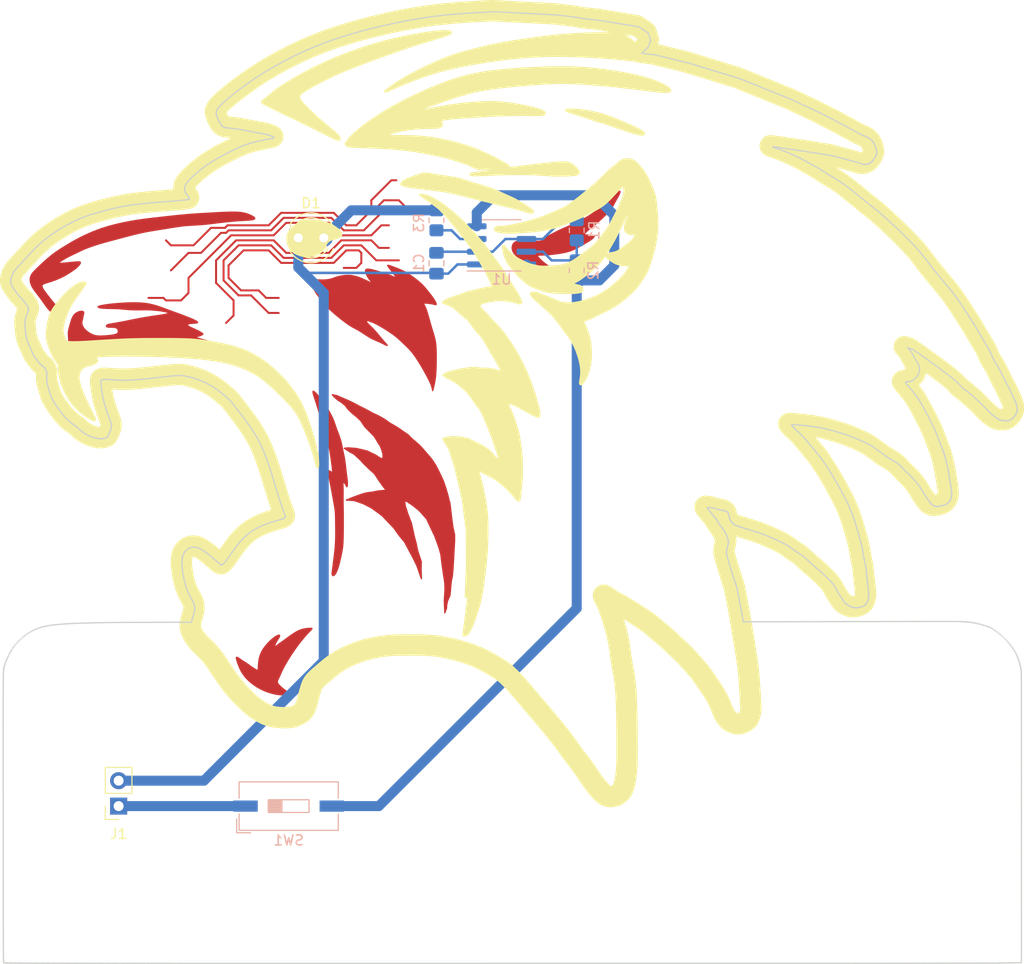
<source format=kicad_pcb>
(kicad_pcb (version 20221018) (generator pcbnew)
  (layers (0 "F.Cu" signal) (31 "B.Cu" signal) (34 "B.Paste" user) (35 "F.Paste" user) (36 "B.SilkS" user "B.Silkscreen") (37 "F.SilkS" user "F.Silkscreen") (38 "B.Mask" user) (39 "F.Mask" user) (44 "Edge.Cuts" user))
  (net 0 "")
  (net 1 "GND")
  (net 2 "Net-(D1-A)")
  (net 3 "+9V")
  (net 4 "Net-(U1-THR)")
  (net 5 "Net-(U1-DIS)")
  (net 6 "Net-(U1-Q)")
  (net 8 "Net-(J1-Pin_1)")
  (footprint "Connector_PinSocket_2.54mm:PinSocket_1x02_P2.54mm_Vertical" (layer "F.Cu") (at 92.025 118.5 180)
    (fp_text reference "J1")
    (fp_text value "Conn_01x02_Pin")
  )
  (footprint "LED_THT:LED_D4.0mm" (layer "F.Cu") (at 109.96 61.75)
    (fp_text reference "D1")
    (fp_text value "LED")
  )
  (footprint "Resistor_SMD:R_0805_2012Metric_Pad1.20x1.40mm_HandSolder" (layer "B.Cu") (at 137.75 61 -90)
    (fp_text reference "R1")
    (fp_text value "100k")
  )
  (footprint "Button_Switch_SMD:SW_DIP_SPSTx01_Slide_9.78x4.72mm_W8.61mm_P2.54mm" (layer "B.Cu") (at 109 118.5)
    (fp_text reference "SW1")
    (fp_text value "SW_DIP_x01")
  )
  (footprint "Package_SO:SOIC-8_3.9x4.9mm_P1.27mm" (layer "B.Cu") (at 130.25 62.5)
    (fp_text reference "U1")
    (fp_text value "NE555D")
  )
  (footprint "Resistor_SMD:R_0805_2012Metric_Pad1.20x1.40mm_HandSolder" (layer "B.Cu") (at 123.75 60 -90)
    (fp_text reference "R3")
    (fp_text value "4k7")
  )
  (footprint "Resistor_SMD:R_0805_2012Metric_Pad1.20x1.40mm_HandSolder" (layer "B.Cu") (at 137.75 65 90)
    (fp_text reference "R2")
    (fp_text value "1k")
  )
  (footprint "Capacitor_SMD:C_0805_2012Metric_Pad1.18x1.45mm_HandSolder" (layer "B.Cu") (at 123.75 64.2875 -90)
    (fp_text reference "C1")
    (fp_text value "1u")
  )
  (gr_poly (pts (xy 103.562745 59.186568) (xy 103.679614 59.18875) (xy 103.790395 59.19237) (xy 103.895459 59.197411) (xy 103.995173 59.203855) (xy 104.089909 59.211686) (xy 104.180035 59.220886) (xy 104.265921 59.231439) (xy 104.347937 59.243328) (xy 104.426451 59.256536) (xy 104.501834 59.271045) (xy 104.574455 59.286838) (xy 104.644683 59.3039) (xy 104.712888 59.322212) (xy 104.779439 59.341758) (xy 104.844706 59.36252) (xy 104.909059 59.384482) (xy 104.97274 59.407602) (xy 105.0355 59.431738) (xy 105.096965 59.456726) (xy 105.156758 59.482401) (xy 105.214505 59.508597) (xy 105.26983 59.535151) (xy 105.322359 59.561898) (xy 105.371717 59.588672) (xy 105.417528 59.615308) (xy 105.459417 59.641643) (xy 105.497009 59.66751) (xy 105.52993 59.692745) (xy 105.557804 59.717184) (xy 105.569731 59.729053) (xy 105.580256 59.740662) (xy 105.589331 59.751988) (xy 105.59691 59.763012) (xy 105.602946 59.773714) (xy 105.607393 59.784072) (xy 105.610216 59.794074) (xy 105.611444 59.803721) (xy 105.611118 59.813019) (xy 105.609279 59.821976) (xy 105.605969 59.830601) (xy 105.601227 59.838901) (xy 105.595097 59.846884) (xy 105.587618 59.854559) (xy 105.56878 59.869011) (xy 105.545044 59.882321) (xy 105.516739 59.894551) (xy 105.484195 59.905765) (xy 105.447741 59.916024) (xy 105.407707 59.925392) (xy 105.364422 59.933931) (xy 105.318216 59.941704) (xy 105.218359 59.955204) (xy 105.110772 59.966392) (xy 104.997481 59.975773) (xy 104.87805 59.983881) (xy 104.616589 59.998455) (xy 104.318024 60.014473) (xy 103.973993 60.036292) (xy 103.579405 60.067391) (xy 103.142263 60.107583) (xy 102.673838 60.155777) (xy 102.185403 60.210883) (xy 101.19315 60.331136) (xy 100.711215 60.38545) (xy 100.478567 60.408613) (xy 100.253282 60.428145) (xy 100.036074 60.443628) (xy 99.825051 60.456069) (xy 99.411371 60.477098) (xy 98.991868 60.50178) (xy 98.773565 60.518787) (xy 98.546167 60.540664) (xy 98.307899 60.56832) (xy 98.060087 60.601159) (xy 97.544193 60.678389) (xy 96.489862 60.851035) (xy 95.490818 61.011566) (xy 95.014574 61.09274) (xy 94.780996 61.135622) (xy 94.549962 61.180823) (xy 94.320853 61.228845) (xy 94.092018 61.279851) (xy 93.627529 61.391114) (xy 93.141212 61.515209) (xy 92.617784 61.652732) (xy 91.474874 61.956081) (xy 90.929852 62.103359) (xy 90.458455 62.234145) (xy 90.262018 62.290532) (xy 90.090879 62.341085) (xy 89.941422 62.386638) (xy 89.810035 62.428026) (xy 89.693103 62.466082) (xy 89.587011 62.50164) (xy 89.392892 62.568595) (xy 89.203763 62.634653) (xy 89.015667 62.701997) (xy 88.829627 62.771913) (xy 88.737697 62.808237) (xy 88.646665 62.845687) (xy 88.556592 62.884375) (xy 88.46726 62.92422) (xy 88.289662 63.006869) (xy 87.930616 63.180389) (xy 87.556485 63.359746) (xy 87.366204 63.451609) (xy 87.176175 63.545272) (xy 86.988332 63.640868) (xy 86.895986 63.689275) (xy 86.805119 63.738004) (xy 86.716053 63.786989) (xy 86.629107 63.836167) (xy 86.544604 63.885474) (xy 86.462865 63.934844) (xy 86.384394 63.984087) (xy 86.346759 64.008445) (xy 86.310426 64.03249) (xy 86.275572 64.056116) (xy 86.242375 64.07922) (xy 86.211011 64.101697) (xy 86.181657 64.123443) (xy 86.154489 64.144353) (xy 86.129685 64.164324) (xy 86.107422 64.18325) (xy 86.087877 64.201029) (xy 86.071225 64.217555) (xy 86.057645 64.232724) (xy 86.052062 64.239767) (xy 86.047313 64.246432) (xy 86.043421 64.252705) (xy 86.040406 64.258575) (xy 86.038285 64.264021) (xy 86.037039 64.269063) (xy 86.036646 64.273714) (xy 86.037083 64.277987) (xy 86.038324 64.281895) (xy 86.040348 64.285451) (xy 86.04313 64.288668) (xy 86.046647 64.291558) (xy 86.050875 64.294136) (xy 86.05579 64.296414) (xy 86.067588 64.300122) (xy 86.081854 64.302786) (xy 86.098397 64.30451) (xy 86.11703 64.305399) (xy 86.137564 64.305556) (xy 86.183576 64.304094) (xy 86.234926 64.300955) (xy 86.290101 64.296973) (xy 86.532899 64.279837) (xy 86.664326 64.269989) (xy 86.800382 64.258575) (xy 86.939695 64.245297) (xy 87.081582 64.230737) (xy 87.371019 64.200873) (xy 87.516895 64.187038) (xy 87.659424 64.174724) (xy 87.794236 64.164509) (xy 87.916967 64.156974) (xy 87.972433 64.154379) (xy 87.998451 64.153551) (xy 88.023236 64.153132) (xy 88.046717 64.153195) (xy 88.068828 64.153812) (xy 88.089499 64.155056) (xy 88.108662 64.156998) (xy 88.117657 64.158253) (xy 88.126249 64.159711) (xy 88.13443 64.161379) (xy 88.142192 64.163268) (xy 88.149525 64.165385) (xy 88.156421 64.16774) (xy 88.162872 64.170343) (xy 88.168868 64.173201) (xy 88.174403 64.176325) (xy 88.179466 64.179723) (xy 88.18405 64.183404) (xy 88.188146 64.187377) (xy 88.191744 64.191652) (xy 88.194838 64.196237) (xy 88.197418 64.201141) (xy 88.199475 64.206374) (xy 88.201006 64.211944) (xy 88.202019 64.21784) (xy 88.202528 64.224051) (xy 88.202543 64.230567) (xy 88.201148 64.244466) (xy 88.197934 64.25945) (xy 88.193002 64.275429) (xy 88.186451 64.292317) (xy 88.178383 64.310023) (xy 88.168896 64.328461) (xy 88.158093 64.347541) (xy 88.146073 64.367176) (xy 88.132936 64.387277) (xy 88.118783 64.407756) (xy 88.103715 64.428524) (xy 88.087831 64.449493) (xy 88.071231 64.470576) (xy 88.054017 64.491683) (xy 88.01792 64.533796) (xy 87.979219 64.576038) (xy 87.937367 64.618794) (xy 87.891819 64.662451) (xy 87.842027 64.707393) (xy 87.787445 64.754006) (xy 87.727527 64.802677) (xy 87.661725 64.853789) (xy 87.58973 64.907578) (xy 87.512172 64.963651) (xy 87.42992 65.021459) (xy 87.343841 65.080458) (xy 87.254805 65.1401) (xy 87.163678 65.199838) (xy 87.07133 65.259127) (xy 86.978627 65.31742) (xy 86.886109 65.374317) (xy 86.79298 65.42999) (xy 86.698114 65.484762) (xy 86.600388 65.538955) (xy 86.498676 65.59289) (xy 86.391852 65.64689) (xy 86.278791 65.701276) (xy 86.158368 65.75637) (xy 86.029962 65.812314) (xy 85.894965 65.868547) (xy 85.755274 65.924331) (xy 85.612786 65.978927) (xy 85.469397 66.031594) (xy 85.327006 66.081593) (xy 85.187508 66.128185) (xy 85.0528 66.170631) (xy 84.805341 66.243676) (xy 84.749433 66.260693) (xy 84.696382 66.277694) (xy 84.646425 66.294921) (xy 84.5998 66.312614) (xy 84.556743 66.331016) (xy 84.536627 66.340558) (xy 84.517492 66.350368) (xy 84.499367 66.360475) (xy 84.482283 66.37091) (xy 84.466269 66.381703) (xy 84.451354 66.392884) (xy 84.437569 66.404483) (xy 84.424942 66.416531) (xy 84.413505 66.429057) (xy 84.403285 66.442092) (xy 84.394313 66.455666) (xy 84.386618 66.469809) (xy 84.380231 66.484551) (xy 84.37518 66.499923) (xy 84.371487 66.515948) (xy 84.369138 66.532633) (xy 84.368385 66.567977) (xy 84.372744 66.605957) (xy 84.382038 66.646571) (xy 84.39609 66.68982) (xy 84.414723 66.735705) (xy 84.437761 66.784224) (xy 84.465028 66.835379) (xy 84.496345 66.889169) (xy 84.531536 66.945594) (xy 84.570424 67.004654) (xy 84.612833 67.066351) (xy 84.707505 67.19765) (xy 84.814138 67.339492) (xy 84.93093 67.491168) (xy 85.054536 67.649113) (xy 85.30727 67.9667) (xy 85.730394 68.488914) (xy 85.730394 68.488952) (xy 85.798154 68.572433) (xy 85.825301 68.606596) (xy 85.848226 68.636394) (xy 85.858167 68.649819) (xy 85.867127 68.662347) (xy 85.875131 68.674042) (xy 85.882204 68.684969) (xy 85.88837 68.695193) (xy 85.893654 68.704778) (xy 85.898082 68.713789) (xy 85.901678 68.72229) (xy 85.904467 68.730347) (xy 85.906474 68.738023) (xy 85.907724 68.745383) (xy 85.908241 68.752492) (xy 85.908051 68.759415) (xy 85.907179 68.766215) (xy 85.905649 68.772958) (xy 85.903486 68.779709) (xy 85.900715 68.786531) (xy 85.897361 68.793489) (xy 85.893449 68.800648) (xy 85.889004 68.808073) (xy 85.878613 68.823978) (xy 85.866388 68.84172) (xy 85.837058 68.883541) (xy 85.801736 68.931468) (xy 85.781998 68.956688) (xy 85.760966 68.982194) (xy 85.738708 69.007572) (xy 85.715292 69.03241) (xy 85.690785 69.056293) (xy 85.665257 69.078808) (xy 85.638774 69.099542) (xy 85.625196 69.109111) (xy 85.611404 69.118081) (xy 85.597409 69.126398) (xy 85.583217 69.134011) (xy 85.568838 69.140869) (xy 85.554279 69.14692) (xy 85.53955 69.152111) (xy 85.524659 69.156393) (xy 85.509614 69.159712) (xy 85.494424 69.162017) (xy 85.479096 69.163267) (xy 85.463629 69.163466) (xy 85.448024 69.162626) (xy 85.432279 69.160763) (xy 85.416394 69.157891) (xy 85.400368 69.154023) (xy 85.3842 69.149174) (xy 85.367891 69.143358) (xy 85.334842 69.128881) (xy 85.301216 69.110705) (xy 85.267008 69.088943) (xy 85.232211 69.063709) (xy 85.196821 69.035116) (xy 85.160833 69.003276) (xy 85.124239 68.968303) (xy 85.087036 68.930309) (xy 85.049218 68.889409) (xy 85.010778 68.845715) (xy 84.971713 68.799339) (xy 84.932016 68.750396) (xy 84.850661 68.645267) (xy 84.766444 68.531318) (xy 84.58815 68.280955) (xy 84.394586 68.00731) (xy 84.291281 67.864257) (xy 84.183202 67.718383) (xy 83.728298 67.12428) (xy 83.621613 66.977008) (xy 83.571139 66.904091) (xy 83.523016 66.831782) (xy 83.477575 66.760178) (xy 83.435145 66.689375) (xy 83.396055 66.61947) (xy 83.360635 66.550559) (xy 83.329141 66.482728) (xy 83.301523 66.416022) (xy 83.277658 66.350476) (xy 83.257419 66.286123) (xy 83.240683 66.222998) (xy 83.227323 66.161134) (xy 83.217214 66.100566) (xy 83.210232 66.041327) (xy 83.206251 65.98345) (xy 83.205147 65.926971) (xy 83.206793 65.871924) (xy 83.211065 65.818341) (xy 83.217839 65.766257) (xy 83.226988 65.715706) (xy 83.238387 65.666722) (xy 83.251912 65.619338) (xy 83.267486 65.573527) (xy 83.28522 65.529002) (xy 83.305273 65.485411) (xy 83.327804 65.442401) (xy 83.352972 65.399619) (xy 83.380937 65.356714) (xy 83.411857 65.313332) (xy 83.445892 65.269122) (xy 83.483201 65.223731) (xy 83.523942 65.176805) (xy 83.568276 65.127994) (xy 83.616361 65.076944) (xy 83.72442 64.966718) (xy 83.849393 64.843307) (xy 84.149412 64.554076) (xy 84.319084 64.394207) (xy 84.497805 64.228837) (xy 84.682528 64.061467) (xy 84.870206 63.895596) (xy 85.057796 63.734727) (xy 85.24225 63.582358) (xy 85.421218 63.441127) (xy 85.595137 63.310219) (xy 85.765146 63.18795) (xy 85.93238 63.07264) (xy 86.097977 62.962603) (xy 86.263074 62.856159) (xy 86.596315 62.647315) (xy 86.942105 62.434471) (xy 87.314081 62.213264) (xy 87.514436 62.098727) (xy 87.726795 61.981144) (xy 87.952978 61.860196) (xy 88.194803 61.735564) (xy 88.45361 61.607224) (xy 88.728828 61.47634) (xy 89.019412 61.344365) (xy 89.324318 61.212756) (xy 89.6425 61.082967) (xy 89.972914 60.956451) (xy 90.314516 60.834665) (xy 90.666261 60.719062) (xy 91.026743 60.61083) (xy 91.393131 60.5101) (xy 91.762245 60.416735) (xy 92.130902 60.330601) (xy 92.495921 60.251559) (xy 92.854121 60.179473) (xy 93.20232 60.114208) (xy 93.537336 60.055625) (xy 93.857174 60.003438) (xy 94.164597 59.956753) (xy 94.758024 59.875703) (xy 95.349268 59.804109) (xy 95.969976 59.733604) (xy 97.345845 59.580842) (xy 98.053603 59.507189) (xy 98.736268 59.442626) (xy 99.373531 59.390975) (xy 99.978779 59.349509) (xy 101.180543 59.27967) (xy 101.811373 59.244383) (xy 102.441473 59.212734) (xy 103.036659 59.191278) (xy 103.310476 59.18642)) (stroke (width 0.130361)) (fill solid) (layer "F.Cu"))
  (gr_poly (pts (xy 94 68.25) (xy 94.344411 68.269709) (xy 94.513191 68.284618) (xy 94.678663 68.303245) (xy 94.840174 68.325741) (xy 94.997539 68.351821) (xy 95.150688 68.381096) (xy 95.299552 68.413174) (xy 95.444062 68.447665) (xy 95.584149 68.484179) (xy 95.719744 68.522325) (xy 95.850778 68.561712) (xy 96.098887 68.64265) (xy 96.327922 68.723868) (xy 96.726564 68.874648) (xy 97.047863 68.995346) (xy 97.315329 69.092403) (xy 97.805154 69.266509) (xy 98.077892 69.365811) (xy 98.366267 69.473113) (xy 98.65246 69.581868) (xy 98.918649 69.685531) (xy 99.039097 69.733568) (xy 99.150406 69.778832) (xy 99.252894 69.821459) (xy 99.346879 69.861586) (xy 99.432681 69.899349) (xy 99.510617 69.934885) (xy 99.581006 69.968331) (xy 99.644166 69.999824) (xy 99.673128 70.014878) (xy 99.700362 70.029471) (xy 99.72587 70.043598) (xy 99.74965 70.057253) (xy 99.771703 70.07043) (xy 99.792028 70.083123) (xy 99.810626 70.095326) (xy 99.827496 70.107033) (xy 99.842637 70.118238) (xy 99.856051 70.128936) (xy 99.867735 70.139121) (xy 99.872929 70.144019) (xy 99.877691 70.148786) (xy 99.882021 70.153422) (xy 99.885918 70.157926) (xy 99.889383 70.162297) (xy 99.892416 70.166535) (xy 99.895017 70.170638) (xy 99.897185 70.174607) (xy 99.898921 70.178439) (xy 99.900224 70.182136) (xy 99.901096 70.185697) (xy 99.901537 70.189126) (xy 99.901552 70.192428) (xy 99.901141 70.195607) (xy 99.900306 70.198667) (xy 99.899051 70.201612) (xy 99.897376 70.204446) (xy 99.895285 70.207175) (xy 99.88986 70.21233) (xy 99.882794 70.217111) (xy 99.874102 70.221552) (xy 99.863803 70.225687) (xy 99.851914 70.22955) (xy 99.83845 70.233176) (xy 99.823431 70.236598) (xy 99.806872 70.239849) (xy 99.769206 70.245979) (xy 99.725587 70.251838) (xy 99.622426 70.263404) (xy 99.505433 70.274604) (xy 99.384069 70.285071) (xy 99.267793 70.29444) (xy 99.214354 70.298722) (xy 99.16473 70.303092) (xy 99.119105 70.308005) (xy 99.097849 70.310808) (xy 99.077661 70.313917) (xy 99.058563 70.31739) (xy 99.040579 70.321282) (xy 99.023732 70.325651) (xy 99.008044 70.330555) (xy 98.993537 70.336049) (xy 98.980235 70.34219) (xy 98.968161 70.349036) (xy 98.962592 70.352741) (xy 98.957338 70.356643) (xy 98.952401 70.360751) (xy 98.947785 70.365056) (xy 98.943492 70.36955) (xy 98.939524 70.374225) (xy 98.935883 70.379073) (xy 98.932571 70.384086) (xy 98.92959 70.389256) (xy 98.926943 70.394576) (xy 98.924631 70.400038) (xy 98.922658 70.405634) (xy 98.921024 70.411357) (xy 98.919732 70.417197) (xy 98.918784 70.423148) (xy 98.918183 70.429202) (xy 98.91793 70.435351) (xy 98.918028 70.441587) (xy 98.918479 70.447902) (xy 98.919284 70.454288) (xy 98.920446 70.460738) (xy 98.921968 70.467244) (xy 98.923851 70.473798) (xy 98.926097 70.480392) (xy 98.928709 70.487018) (xy 98.931688 70.493669) (xy 98.935038 70.500337) (xy 98.938759 70.507013) (xy 98.942854 70.513691) (xy 98.947326 70.520362) (xy 98.952176 70.527018) (xy 98.957407 70.533652) (xy 98.96302 70.540255) (xy 98.969018 70.546821) (xy 98.982171 70.559822) (xy 98.996856 70.57269) (xy 99.013063 70.585469) (xy 99.03078 70.598204) (xy 99.049997 70.61094) (xy 99.0707 70.623723) (xy 99.116526 70.64961) (xy 99.168167 70.676223) (xy 99.225533 70.703925) (xy 99.288534 70.733076) (xy 99.35708 70.764037) (xy 99.672788 70.906132) (xy 99.838832 70.983913) (xy 99.919604 71.023373) (xy 99.997239 71.062789) (xy 100.034509 71.082379) (xy 100.070607 71.101822) (xy 100.105454 71.121059) (xy 100.138971 71.140035) (xy 100.171078 71.158692) (xy 100.201695 71.176973) (xy 100.230743 71.19482) (xy 100.258142 71.212178) (xy 100.283812 71.228989) (xy 100.307675 71.245196) (xy 100.32965 71.260742) (xy 100.349658 71.27557) (xy 100.367619 71.289622) (xy 100.383454 71.302843) (xy 100.397082 71.315175) (xy 100.408426 71.32656) (xy 100.41322 71.331889) (xy 100.417438 71.336979) (xy 100.421094 71.34184) (xy 100.424201 71.346484) (xy 100.426774 71.35092) (xy 100.428827 71.355159) (xy 100.430375 71.359212) (xy 100.431432 71.36309) (xy 100.432011 71.366803) (xy 100.432127 71.370362) (xy 100.431795 71.373777) (xy 100.431028 71.37706) (xy 100.42984 71.38022) (xy 100.428247 71.383269) (xy 100.426261 71.386217) (xy 100.423898 71.389075) (xy 100.421171 71.391854) (xy 100.418095 71.394563) (xy 100.410952 71.399818) (xy 100.402582 71.404924) (xy 100.393098 71.409968) (xy 100.382616 71.415035) (xy 100.371247 71.420209) (xy 100.346307 71.43122) (xy 100.228454 71.485017) (xy 100.196602 71.499051) (xy 100.164616 71.512497) (xy 100.132909 71.524946) (xy 100.101892 71.535987) (xy 100.086755 71.540849) (xy 100.071867 71.545305) (xy 100.042743 71.553175) (xy 100.014342 71.559961) (xy 99.986482 71.566023) (xy 99.931668 71.577427) (xy 99.904354 71.583493) (xy 99.876863 71.590285) (xy 99.863023 71.594042) (xy 99.849251 71.598069) (xy 99.835708 71.60236) (xy 99.822552 71.60691) (xy 99.809942 71.611712) (xy 99.798038 71.616761) (xy 99.7924 71.619376) (xy 99.786997 71.62205) (xy 99.781851 71.624783) (xy 99.776981 71.627574) (xy 99.772406 71.630422) (xy 99.768146 71.633326) (xy 99.764222 71.636286) (xy 99.760654 71.639301) (xy 99.75746 71.64237) (xy 99.754661 71.645493) (xy 99.752278 71.648668) (xy 99.750329 71.651895) (xy 99.748835 71.655173) (xy 99.747815 71.658501) (xy 99.74729 71.661879) (xy 99.74728 71.665306) (xy 99.747803 71.668781) (xy 99.748881 71.672304) (xy 99.750533 71.675873) (xy 99.752778 71.679488) (xy 99.759111 71.686868) (xy 99.767945 71.694467) (xy 99.779324 71.702327) (xy 99.793293 71.710487) (xy 99.8099 71.718987) (xy 99.829188 71.727867) (xy 99.875993 71.746927) (xy 99.934072 71.767987) (xy 100.003788 71.791365) (xy 100.085506 71.817383) (xy 100.179589 71.846358) (xy 100.676197 71.993287) (xy 101.335763 72.183875) (xy 102.670343 72.567954) (xy 102.670335 72.56774) (xy 102.763541 72.594637) (xy 102.831985 72.614846) (xy 102.857478 72.622737) (xy 102.877448 72.62931) (xy 102.892117 72.63468) (xy 102.897534 72.636951) (xy 102.901709 72.638967) (xy 102.90467 72.64074) (xy 102.906446 72.642287) (xy 102.907063 72.643621) (xy 102.906946 72.644213) (xy 102.90655 72.644758) (xy 102.904934 72.645712) (xy 102.902244 72.646497) (xy 102.898507 72.64713) (xy 102.893751 72.647623) (xy 102.881294 72.648252) (xy 102.865094 72.648503) (xy 102.822358 72.648337) (xy 102.701212 72.646925) (xy 102.541816 72.642953) (xy 102.451204 72.63936) (xy 102.355145 72.634349) (xy 102.255012 72.627662) (xy 102.152177 72.619041) (xy 102.047701 72.608306) (xy 101.941419 72.595769) (xy 101.721528 72.56691) (xy 101.488689 72.5357) (xy 101.239083 72.505378) (xy 100.970522 72.478497) (xy 100.687303 72.455243) (xy 100.39534 72.435082) (xy 100.100549 72.41748) (xy 99.79654 72.401939) (xy 99.427723 72.387966) (xy 98.926193 72.375024) (xy 98.224046 72.362578) (xy 96.213468 72.341953) (xy 95.136549 72.339373) (xy 94.18847 72.346076) (xy 93.799741 72.353701) (xy 93.466504 72.3639) (xy 93.178922 72.376159) (xy 92.927156 72.389962) (xy 92.081495 72.450316) (xy 90.174825 72.56005) (xy 88.508085 72.697341) (xy 88.334768 72.708371) (xy 88.170397 72.716253) (xy 88.015829 72.720406) (xy 87.871918 72.72025) (xy 87.804227 72.718375) (xy 87.739521 72.715206) (xy 87.677907 72.710669) (xy 87.619493 72.704692) (xy 87.564384 72.697204) (xy 87.512689 72.68813) (xy 87.464513 72.677399) (xy 87.419965 72.664939) (xy 87.399078 72.658036) (xy 87.379102 72.650696) (xy 87.360013 72.642932) (xy 87.341787 72.634758) (xy 87.324401 72.626189) (xy 87.307831 72.617239) (xy 87.292055 72.607922) (xy 87.277049 72.598252) (xy 87.262789 72.588243) (xy 87.249251 72.57791) (xy 87.236414 72.567266) (xy 87.224252 72.556325) (xy 87.212743 72.545103) (xy 87.201863 72.533612) (xy 87.191589 72.521867) (xy 87.181897 72.509883) (xy 87.164166 72.485251) (xy 87.148484 72.45983) (xy 87.134662 72.433732) (xy 87.122513 72.407071) (xy 87.11185 72.37996) (xy 87.102485 72.352512) (xy 87.094231 72.32484) (xy 87.0869 72.297057) (xy 87.074444 72.241367) (xy 87.064504 72.185141) (xy 87.056649 72.127829) (xy 87.050444 72.068886) (xy 87.045457 72.007763) (xy 87.041254 71.943912) (xy 87.033471 71.805839) (xy 87.024714 71.652644) (xy 87.016992 71.49173) (xy 87.014482 71.411431) (xy 87.013385 71.332865) (xy 87.014087 71.257255) (xy 87.016973 71.185821) (xy 87.019346 71.151991) (xy 87.022351 71.1193) (xy 87.025975 71.087533) (xy 87.030206 71.056479) (xy 87.040442 70.995653) (xy 87.052962 70.935119) (xy 87.067669 70.873171) (xy 87.084466 70.808106) (xy 87.123945 70.661803) (xy 87.170669 70.487124) (xy 87.224081 70.293157) (xy 87.253133 70.193198) (xy 87.283664 70.093527) (xy 87.315609 69.995847) (xy 87.348905 69.901862) (xy 87.366051 69.856749) (xy 87.383578 69.812979) (xy 87.401548 69.770544) (xy 87.420021 69.729435) (xy 87.439056 69.689646) (xy 87.458714 69.651167) (xy 87.479056 69.61399) (xy 87.500142 69.578108) (xy 87.522032 69.543511) (xy 87.544787 69.510193) (xy 87.568466 69.478143) (xy 87.593131 69.447355) (xy 87.618842 69.417821) (xy 87.645659 69.389531) (xy 87.673642 69.362478) (xy 87.702852 69.336654) (xy 87.733311 69.312053) (xy 87.76489 69.288682) (xy 87.797425 69.266549) (xy 87.830752 69.245663) (xy 87.864705 69.22603) (xy 87.899119 69.207661) (xy 87.933831 69.190563) (xy 87.968675 69.174744) (xy 88.003487 69.160212) (xy 88.038102 69.146977) (xy 88.072356 69.135045) (xy 88.106083 69.124426) (xy 88.13912 69.115127) (xy 88.171301 69.107157) (xy 88.202462 69.100524) (xy 88.232438 69.095237) (xy 88.246933 69.093098) (xy 88.26109 69.09129) (xy 88.274907 69.089806) (xy 88.288383 69.088639) (xy 88.301517 69.087783) (xy 88.314309 69.087231) (xy 88.326757 69.086977) (xy 88.33886 69.087015) (xy 88.350617 69.087337) (xy 88.362027 69.087938) (xy 88.373089 69.088811) (xy 88.383803 69.089949) (xy 88.394166 69.091346) (xy 88.404179 69.092996) (xy 88.413839 69.094891) (xy 88.423146 69.097026) (xy 88.4321 69.099394) (xy 88.440698 69.101988) (xy 88.44894 69.104802) (xy 88.456826 69.107829) (xy 88.464352 69.111064) (xy 88.47152 69.114498) (xy 88.478328 69.118127) (xy 88.484774 69.121943) (xy 88.490858 69.12594) (xy 88.496579 69.130111) (xy 88.501935 69.134451) (xy 88.506927 69.138952) (xy 88.511551 69.143607) (xy 88.515809 69.148411) (xy 88.519698 69.153357) (xy 88.523217 69.158439) (xy 88.529164 69.168988) (xy 88.533726 69.180085) (xy 88.536996 69.191762) (xy 88.539066 69.20405) (xy 88.540029 69.216981) (xy 88.539977 69.230588) (xy 88.539002 69.244902) (xy 88.537197 69.259956) (xy 88.534653 69.275783) (xy 88.531463 69.292413) (xy 88.523515 69.328213) (xy 88.503926 69.410873) (xy 88.410627 69.866286) (xy 88.381379 69.995055) (xy 88.368273 70.060534) (xy 88.362634 70.093604) (xy 88.357808 70.126915) (xy 88.353948 70.160484) (xy 88.351206 70.194326) (xy 88.349734 70.228458) (xy 88.349687 70.262896) (xy 88.351216 70.297656) (xy 88.354474 70.332754) (xy 88.359614 70.368206) (xy 88.366788 70.404029) (xy 88.376118 70.440228) (xy 88.387609 70.476771) (xy 88.401236 70.513619) (xy 88.416976 70.550732) (xy 88.434805 70.588069) (xy 88.454698 70.625589) (xy 88.476632 70.663254) (xy 88.500582 70.701023) (xy 88.526526 70.738856) (xy 88.554438 70.776712) (xy 88.584296 70.814551) (xy 88.616074 70.852334) (xy 88.64975 70.890021) (xy 88.685298 70.92757) (xy 88.722696 70.964942) (xy 88.761918 71.002097) (xy 88.802929 71.038982) (xy 88.845638 71.07549) (xy 88.889947 71.1115) (xy 88.935754 71.146891) (xy 88.982959 71.181544) (xy 89.031462 71.215336) (xy 89.081162 71.248147) (xy 89.131958 71.279857) (xy 89.183751 71.310344) (xy 89.23644 71.339488) (xy 89.289924 71.367168) (xy 89.344102 71.393264) (xy 89.398876 71.417654) (xy 89.454143 71.440218) (xy 89.509805 71.460835) (xy 89.565759 71.479384) (xy 89.621932 71.495785) (xy 89.67835 71.51011) (xy 89.735065 71.522468) (xy 89.79213 71.532966) (xy 89.849597 71.541713) (xy 89.907519 71.548818) (xy 89.965946 71.554389) (xy 90.024933 71.558535) (xy 90.14479 71.562982) (xy 90.267509 71.563028) (xy 90.393507 71.559538) (xy 90.523202 71.553382) (xy 90.656593 71.545274) (xy 90.792008 71.535435) (xy 90.927358 71.52393) (xy 91.060553 71.51082) (xy 91.189503 71.496172) (xy 91.312119 71.480047) (xy 91.426311 71.462511) (xy 91.529989 71.443625) (xy 91.57729 71.433686) (xy 91.62153 71.4234) (xy 91.662796 71.412744) (xy 91.701178 71.401695) (xy 91.736762 71.390228) (xy 91.769639 71.378319) (xy 91.799895 71.365945) (xy 91.814068 71.359577) (xy 91.82762 71.353083) (xy 91.84056 71.34646) (xy 91.852901 71.339707) (xy 91.864653 71.332819) (xy 91.875828 71.325794) (xy 91.886436 71.31863) (xy 91.896488 71.311321) (xy 91.905996 71.303867) (xy 91.91497 71.296264) (xy 91.923422 71.288508) (xy 91.931363 71.280598) (xy 91.938803 71.27253) (xy 91.945754 71.2643) (xy 91.952226 71.255907) (xy 91.958231 71.247346) (xy 91.963781 71.238616) (xy 91.968885 71.229713) (xy 91.973556 71.220631) (xy 91.977803 71.211385) (xy 91.98507 71.192444) (xy 91.990769 71.172987) (xy 91.994986 71.15311) (xy 91.997804 71.13291) (xy 91.999309 71.112484) (xy 91.999584 71.091928) (xy 91.998714 71.071339) (xy 91.996784 71.050813) (xy 91.993878 71.030449) (xy 91.990081 71.010341) (xy 91.985477 70.990587) (xy 91.980151 70.971284) (xy 91.974187 70.952528) (xy 91.967669 70.934416) (xy 91.960683 70.917045) (xy 91.953291 70.900477) (xy 91.945481 70.88472) (xy 91.93722 70.869744) (xy 91.928476 70.85552) (xy 91.919217 70.842021) (xy 91.909411 70.829218) (xy 91.899025 70.817082) (xy 91.888028 70.805584) (xy 91.876388 70.794697) (xy 91.864072 70.784391) (xy 91.851048 70.774639) (xy 91.837284 70.765411) (xy 91.822748 70.756679) (xy 91.807408 70.748415) (xy 91.791232 70.74059) (xy 91.774186 70.733176) (xy 91.756247 70.726154) (xy 91.737416 70.719528) (xy 91.717701 70.713302) (xy 91.697111 70.707478) (xy 91.675652 70.702059) (xy 91.653334 70.697048) (xy 91.60615 70.68826) (xy 91.555621 70.681137) (xy 91.501812 70.6757) (xy 91.444786 70.671972) (xy 91.384607 70.669974) (xy 91.127741 70.671326) (xy 91.066179 70.669912) (xy 91.036745 70.668367) (xy 91.008441 70.666124) (xy 90.981437 70.663078) (xy 90.955908 70.659125) (xy 90.932026 70.65416) (xy 90.909963 70.648078) (xy 90.899666 70.644593) (xy 90.889876 70.640817) (xy 90.880602 70.636762) (xy 90.871852 70.632444) (xy 90.863634 70.627876) (xy 90.855958 70.623071) (xy 90.848831 70.618046) (xy 90.842263 70.612812) (xy 90.836261 70.607385) (xy 90.830835 70.601779) (xy 90.825993 70.596007) (xy 90.821743 70.590084) (xy 90.818094 70.584023) (xy 90.815054 70.57784) (xy 90.812633 70.571547) (xy 90.810838 70.565159) (xy 90.809679 70.55869) (xy 90.809163 70.552154) (xy 90.8093 70.545566) (xy 90.810097 70.538938) (xy 90.811563 70.532286) (xy 90.813708 70.525624) (xy 90.816539 70.518965) (xy 90.820064 70.512323) (xy 90.824294 70.505713) (xy 90.829235 70.499148) (xy 90.834897 70.492644) (xy 90.841288 70.486213) (xy 90.848417 70.47987) (xy 90.856292 70.473629) (xy 90.864921 70.467504) (xy 90.874315 70.461509) (xy 90.895401 70.449948) (xy 90.919509 70.438908) (xy 90.946573 70.428326) (xy 90.97653 70.418143) (xy 91.044863 70.398733) (xy 91.123996 70.380192) (xy 91.213415 70.362038) (xy 91.312607 70.343787) (xy 91.538255 70.30506) (xy 92.079396 70.211094) (xy 92.380055 70.156139) (xy 92.690492 70.096557) (xy 93.327997 69.966247) (xy 93.664621 69.897492) (xy 94.021054 69.827697) (xy 94.399349 69.758167) (xy 94.78613 69.691203) (xy 95.164168 69.629389) (xy 95.516233 69.575309) (xy 96.102639 69.491952) (xy 96.342594 69.456079) (xy 96.451287 69.437905) (xy 96.553228 69.418929) (xy 96.601806 69.409002) (xy 96.648664 69.398793) (xy 96.693626 69.388344) (xy 96.736515 69.377693) (xy 96.777153 69.366882) (xy 96.815365 69.35595) (xy 96.850973 69.344939) (xy 96.8838 69.333887) (xy 96.913671 69.322836) (xy 96.940407 69.311825) (xy 96.963833 69.300895) (xy 96.983771 69.290085) (xy 96.992377 69.284739) (xy 97.000045 69.279437) (xy 97.006753 69.274186) (xy 97.012478 69.268991) (xy 97.017199 69.263855) (xy 97.020893 69.258786) (xy 97.023538 69.253786) (xy 97.025113 69.248862) (xy 97.025604 69.244022) (xy 97.025031 69.239258) (xy 97.023426 69.234568) (xy 97.020818 69.22995) (xy 97.012714 69.220913) (xy 97.000961 69.212124) (xy 96.9858 69.203559) (xy 96.967472 69.195194) (xy 96.946218 69.187003) (xy 96.922278 69.178965) (xy 96.867309 69.163245) (xy 96.804493 69.147841) (xy 96.735758 69.13256) (xy 96.663034 69.117209) (xy 96.509569 69.086005) (xy 96.340678 69.054795) (xy 96.248195 69.039509) (xy 96.149153 69.024607) (xy 96.04265 69.010216) (xy 95.927785 68.996467) (xy 95.803977 68.983507) (xy 95.671909 68.971528) (xy 95.532578 68.960714) (xy 95.386978 68.95125) (xy 95.236106 68.943319) (xy 95.080959 68.937105) (xy 94.922531 68.932792) (xy 94.761819 68.930564) (xy 94.435948 68.932017) (xy 94.103393 68.936667) (xy 93.762609 68.938274) (xy 93.588649 68.935985) (xy 93.412053 68.930594) (xy 93.232881 68.921617) (xy 93.052199 68.909644) (xy 92.691574 68.880193) (xy 92.340719 68.849199) (xy 92.010171 68.823623) (xy 91.855473 68.814844) (xy 91.707784 68.808555) (xy 91.430608 68.801326) (xy 90.92925 68.793426) (xy 90.811146 68.789703) (xy 90.696321 68.78469) (xy 90.585995 68.778387) (xy 90.481391 68.770798) (xy 90.38373 68.761924) (xy 90.294234 68.751769) (xy 90.214123 68.740334) (xy 90.14462 68.727622) (xy 90.129042 68.72424) (xy 90.114209 68.720781) (xy 90.100126 68.717246) (xy 90.086797 68.713639) (xy 90.074227 68.709962) (xy 90.062423 68.706217) (xy 90.051388 68.702407) (xy 90.041128 68.698534) (xy 90.031647 68.694601) (xy 90.022951 68.69061) (xy 90.015045 68.686564) (xy 90.007934 68.682465) (xy 90.001623 68.678315) (xy 89.996116 68.674117) (xy 89.991419 68.669874) (xy 89.987538 68.665588) (xy 89.984476 68.661262) (xy 89.982239 68.656897) (xy 89.980831 68.652497) (xy 89.980259 68.648063) (xy 89.980527 68.643599) (xy 89.98164 68.639106) (xy 89.983602 68.634588) (xy 89.98642 68.630047) (xy 89.990098 68.625484) (xy 89.994641 68.620903) (xy 90.000054 68.616306) (xy 90.006342 68.611696) (xy 90.01351 68.607075) (xy 90.021563 68.602445) (xy 90.030507 68.597809) (xy 90.040345 68.593169) (xy 90.062694 68.583897) (xy 90.088479 68.574629) (xy 90.149697 68.556127) (xy 90.222683 68.537695) (xy 90.306117 68.519365) (xy 90.398682 68.501169) (xy 90.499059 68.48314) (xy 90.717981 68.447707) (xy 90.95892 68.413061) (xy 91.244271 68.378441) (xy 91.603016 68.342838) (xy 92.064141 68.305244) (xy 92.643601 68.267692) (xy 92.967229 68.252963) (xy 93.305267 68.243713) (xy 93.651571 68.24203)) (stroke (width 0.130361)) (fill solid) (layer "F.Cu"))
  (gr_poly (pts (xy 118.917645 64.491869) (xy 118.92863 64.493025) (xy 118.94087 64.495144) (xy 118.95421 64.498051) (xy 118.983583 64.505515) (xy 119.051574 64.524544) (xy 119.136543 64.550775) (xy 119.187483 64.567554) (xy 119.245172 64.58729) (xy 119.310447 64.610369) (xy 119.384141 64.637176) (xy 119.556888 64.702245) (xy 119.753812 64.779146) (xy 119.962054 64.86325) (xy 120.168756 64.949927) (xy 120.268067 64.993118) (xy 120.365512 65.037207) (xy 120.462827 65.083611) (xy 120.56175 65.133744) (xy 120.664015 65.189022) (xy 120.77136 65.250861) (xy 120.885521 65.320674) (xy 121.008233 65.399879) (xy 121.140441 65.48927) (xy 121.279914 65.587211) (xy 121.42363 65.691453) (xy 121.568567 65.799745) (xy 121.711705 65.909837) (xy 121.850019 66.01948) (xy 121.980488 66.126422) (xy 122.100091 66.228416) (xy 122.154987 66.276938) (xy 122.206717 66.323885) (xy 122.255585 66.369481) (xy 122.301898 66.413952) (xy 122.345961 66.457522) (xy 122.388079 66.500416) (xy 122.467701 66.585079) (xy 122.543209 66.669741) (xy 122.617046 66.756202) (xy 122.691655 66.846264) (xy 122.769479 66.941726) (xy 122.93897 67.151424) (xy 123.117202 67.376555) (xy 123.205256 67.490729) (xy 123.290287 67.603746) (xy 123.370559 67.713936) (xy 123.444337 67.819625) (xy 123.478279 67.870279) (xy 123.510138 67.919294) (xy 123.539892 67.966571) (xy 123.567517 68.012015) (xy 123.592987 68.055529) (xy 123.616281 68.097018) (xy 123.637372 68.136383) (xy 123.656239 68.173531) (xy 123.672856 68.208363) (xy 123.6872 68.240783) (xy 123.699247 68.270695) (xy 123.708974 68.298003) (xy 123.716355 68.322611) (xy 123.721368 68.344421) (xy 123.723987 68.363337) (xy 123.724393 68.37168) (xy 123.724191 68.379264) (xy 123.723374 68.386081) (xy 123.721943 68.392151) (xy 123.719895 68.3975) (xy 123.717227 68.402154) (xy 123.713936 68.406136) (xy 123.710019 68.409472) (xy 123.705472 68.412187) (xy 123.700294 68.414307) (xy 123.688028 68.41686) (xy 123.673198 68.417332) (xy 123.65578 68.415923) (xy 123.635748 68.412834) (xy 123.378556 68.351768) (xy 123.287059 68.333566) (xy 123.187717 68.316365) (xy 123.084 68.300697) (xy 122.97938 68.287094) (xy 122.877328 68.276088) (xy 122.781315 68.26821) (xy 122.694813 68.263993) (xy 122.656214 68.263424) (xy 122.621293 68.263969) (xy 122.605337 68.264632) (xy 122.590385 68.265581) (xy 122.576414 68.266812) (xy 122.5634 68.268319) (xy 122.551319 68.270099) (xy 122.540147 68.272148) (xy 122.529859 68.274463) (xy 122.520431 68.277038) (xy 122.51184 68.279871) (xy 122.504061 68.282956) (xy 122.49707 68.28629) (xy 122.490843 68.28987) (xy 122.485356 68.29369) (xy 122.480585 68.297747) (xy 122.476505 68.302037) (xy 122.473092 68.306556) (xy 122.470323 68.3113) (xy 122.468174 68.316264) (xy 122.466619 68.321446) (xy 122.465635 68.32684) (xy 122.465199 68.332443) (xy 122.465285 68.338251) (xy 122.46587 68.344259) (xy 122.466929 68.350464) (xy 122.468439 68.356862) (xy 122.470375 68.363449) (xy 122.472713 68.37022) (xy 122.47543 68.377172) (xy 122.481901 68.391602) (xy 122.489595 68.406707) (xy 122.530864 68.477856) (xy 122.557824 68.525326) (xy 122.589088 68.585014) (xy 122.624719 68.660135) (xy 122.664784 68.753904) (xy 122.686498 68.808786) (xy 122.709346 68.869535) (xy 122.733333 68.936555) (xy 122.75847 69.010245) (xy 122.812084 69.177843) (xy 122.869559 69.368523) (xy 122.993001 69.798297) (xy 123.122624 70.257906) (xy 123.252252 70.705688) (xy 123.375794 71.110433) (xy 123.433481 71.299333) (xy 123.487502 71.482767) (xy 123.537149 71.663371) (xy 123.581715 71.843782) (xy 123.620492 72.026636) (xy 123.637488 72.119802) (xy 123.652772 72.214568) (xy 123.678111 72.409627) (xy 123.697085 72.611502) (xy 123.71053 72.819293) (xy 123.719282 73.0321) (xy 123.724177 73.249022) (xy 123.726049 73.46916) (xy 123.724069 73.915481) (xy 123.718234 74.363686) (xy 123.706227 74.805715) (xy 123.696621 75.021841) (xy 123.683929 75.233338) (xy 123.667635 75.439176) (xy 123.647226 75.638328) (xy 123.622476 75.829667) (xy 123.59432 76.011683) (xy 123.56398 76.182767) (xy 123.532676 76.341312) (xy 123.50163 76.48571) (xy 123.472064 76.614352) (xy 123.422258 76.817939) (xy 123.42225 76.81787) (xy 123.404126 76.890145) (xy 123.390381 76.943388) (xy 123.384908 76.963355) (xy 123.38024 76.979143) (xy 123.376279 76.990945) (xy 123.374534 76.995412) (xy 123.37293 76.998955) (xy 123.371454 77.001598) (xy 123.370094 77.003364) (xy 123.368839 77.00428) (xy 123.368247 77.004425) (xy 123.367677 77.004367) (xy 123.366594 77.003651) (xy 123.36558 77.002156) (xy 123.364621 76.999906) (xy 123.363707 76.996925) (xy 123.361962 76.988866) (xy 123.360247 76.978172) (xy 123.356523 76.949653) (xy 123.34525 76.867565) (xy 123.336223 76.81449) (xy 123.323948 76.753566) (xy 123.307688 76.684923) (xy 123.286703 76.60869) (xy 123.260254 76.524998) (xy 123.244749 76.480394) (xy 123.227601 76.433974) (xy 123.188305 76.335953) (xy 123.143124 76.232081) (xy 123.093119 76.123708) (xy 123.039352 76.012183) (xy 122.982883 75.898858) (xy 122.924773 75.785081) (xy 122.807878 75.561576) (xy 122.695053 75.349603) (xy 122.584286 75.1456) (xy 122.471463 74.94314) (xy 122.352472 74.735793) (xy 122.224308 74.518978) (xy 122.088426 74.295475) (xy 121.9474 74.069913) (xy 121.803804 73.846923) (xy 121.731722 73.737732) (xy 121.659223 73.630279) (xy 121.585887 73.524497) (xy 121.511298 73.420322) (xy 121.435038 73.317691) (xy 121.356688 73.216536) (xy 121.275831 73.116795) (xy 121.192048 73.018401) (xy 121.105029 72.921242) (xy 121.014891 72.824984) (xy 120.921857 72.72924) (xy 120.826155 72.633625) (xy 120.627642 72.441238) (xy 120.421151 72.244735) (xy 120.206191 72.041285) (xy 120.092653 71.936353) (xy 119.973076 71.829014) (xy 119.845963 71.719064) (xy 119.709816 71.606301) (xy 119.563134 71.490524) (xy 119.40442 71.371528) (xy 119.233077 71.24949) (xy 119.052118 71.126086) (xy 118.865455 71.003364) (xy 118.677002 70.883371) (xy 118.490674 70.768157) (xy 118.310382 70.659767) (xy 118.140043 70.560251) (xy 117.983567 70.471656) (xy 117.843861 70.395444) (xy 117.719783 70.330724) (xy 117.609178 70.27601) (xy 117.509892 70.229814) (xy 117.419769 70.190648) (xy 117.336654 70.157024) (xy 117.258393 70.127456) (xy 117.182832 70.100455) (xy 117.108457 70.075006) (xy 117.036311 70.051736) (xy 117.0016 70.04126) (xy 116.968077 70.031739) (xy 116.935952 70.023309) (xy 116.905435 70.016106) (xy 116.876736 70.010267) (xy 116.850065 70.005929) (xy 116.825633 70.003228) (xy 116.803649 70.0023) (xy 116.793641 70.002545) (xy 116.784324 70.003283) (xy 116.775724 70.004534) (xy 116.767868 70.006313) (xy 116.760781 70.008637) (xy 116.75449 70.011525) (xy 116.749021 70.014993) (xy 116.744401 70.019057) (xy 116.740647 70.023729) (xy 116.737743 70.02899) (xy 116.735661 70.034816) (xy 116.734376 70.041181) (xy 116.733861 70.048062) (xy 116.734091 70.055434) (xy 116.735038 70.063272) (xy 116.736676 70.071552) (xy 116.741922 70.08934) (xy 116.749619 70.108602) (xy 116.759555 70.129142) (xy 116.771522 70.150764) (xy 116.785308 70.173271) (xy 116.800702 70.196468) (xy 116.817496 70.220159) (xy 116.835478 70.244148) (xy 116.854439 70.268239) (xy 116.874167 70.292236) (xy 116.894453 70.315943) (xy 116.915086 70.339164) (xy 116.956902 70.383807) (xy 116.999669 70.426814) (xy 117.043798 70.469277) (xy 117.089697 70.512287) (xy 117.188447 70.604313) (xy 117.242117 70.655512) (xy 117.299196 70.711623) (xy 117.359975 70.773484) (xy 117.424256 70.840936) (xy 117.491719 70.91357) (xy 117.562047 70.990977) (xy 117.634922 71.072749) (xy 117.710024 71.158477) (xy 117.86564 71.340163) (xy 118.025892 71.531728) (xy 118.18596 71.724744) (xy 118.340575 71.909757) (xy 118.414191 71.996309) (xy 118.484468 72.077315) (xy 118.550709 72.151759) (xy 118.612083 72.219288) (xy 118.716777 72.332883) (xy 118.758371 72.378586) (xy 118.776102 72.398585) (xy 118.791645 72.416651) (xy 118.804892 72.432763) (xy 118.815736 72.446898) (xy 118.824069 72.459033) (xy 118.829782 72.469146) (xy 118.832801 72.477214) (xy 118.833319 72.480507) (xy 118.833193 72.48332) (xy 118.832435 72.485664) (xy 118.831058 72.487547) (xy 118.829073 72.488982) (xy 118.826494 72.489977) (xy 118.823332 72.490544) (xy 118.8196 72.490692) (xy 118.810476 72.489775) (xy 118.799221 72.487308) (xy 118.785934 72.483373) (xy 118.770714 72.478053) (xy 118.75366 72.471429) (xy 118.714449 72.454604) (xy 118.669093 72.433555) (xy 118.618386 72.408942) (xy 118.373923 72.285996) (xy 118.232607 72.21661) (xy 118.15861 72.181607) (xy 118.082933 72.147033) (xy 118.005942 72.113235) (xy 117.927837 72.079983) (xy 117.768921 72.013664) (xy 117.607457 71.945167) (xy 117.526168 71.909192) (xy 117.444719 71.871581) (xy 117.363181 71.831998) (xy 117.28128 71.790232) (xy 117.198651 71.746101) (xy 117.11493 71.699424) (xy 117.029755 71.650019) (xy 116.942761 71.597704) (xy 116.853586 71.542298) (xy 116.761865 71.483619) (xy 116.369038 71.223433) (xy 116.265603 71.156055) (xy 116.160622 71.089425) (xy 116.054368 71.024385) (xy 115.947114 70.961776) (xy 115.491484 70.71588) (xy 115.362287 70.643157) (xy 115.223382 70.560751) (xy 115.072974 70.466072) (xy 114.909265 70.356528) (xy 114.731468 70.230587) (xy 114.542805 70.09096) (xy 114.347504 69.94142) (xy 114.149793 69.785741) (xy 113.9539 69.627696) (xy 113.764054 69.47106) (xy 113.584482 69.319606) (xy 113.419412 69.177108) (xy 113.272026 69.046461) (xy 113.141328 68.927044) (xy 113.025273 68.817357) (xy 112.921812 68.7159) (xy 112.828901 68.621173) (xy 112.744492 68.531675) (xy 112.666539 68.445906) (xy 112.592996 68.362365) (xy 112.522105 68.27976) (xy 112.453261 68.197631) (xy 112.386145 68.11573) (xy 112.320439 68.033805) (xy 112.255823 67.951607) (xy 112.191981 67.868886) (xy 112.065339 67.700873) (xy 111.939273 67.528859) (xy 111.877615 67.442362) (xy 111.817753 67.356297) (xy 111.760345 67.271232) (xy 111.706051 67.187736) (xy 111.655529 67.106377) (xy 111.609437 67.027724) (xy 111.588239 66.98957) (xy 111.568275 66.952177) (xy 111.549504 66.915488) (xy 111.531888 66.879447) (xy 111.515385 66.843996) (xy 111.499957 66.809079) (xy 111.485563 66.77464) (xy 111.472163 66.740621) (xy 111.459719 66.706965) (xy 111.448189 66.673616) (xy 111.437534 66.640517) (xy 111.427714 66.607611) (xy 111.41869 66.574841) (xy 111.410421 66.542151) (xy 111.39599 66.476783) (xy 111.389769 66.444023) (xy 111.384271 66.411309) (xy 111.37958 66.378777) (xy 111.375783 66.346563) (xy 111.372963 66.314804) (xy 111.371207 66.283636) (xy 111.3706 66.253195) (xy 111.371227 66.223617) (xy 111.373174 66.195038) (xy 111.376526 66.167596) (xy 111.381368 66.141425) (xy 111.387785 66.116663) (xy 111.395864 66.093445) (xy 111.400552 66.082458) (xy 111.405688 66.071909) (xy 111.411282 66.061813) (xy 111.417344 66.052189) (xy 111.423886 66.043053) (xy 111.430917 66.034423) (xy 111.446469 66.018653) (xy 111.463975 66.004864) (xy 111.48339 65.992935) (xy 111.504667 65.982748) (xy 111.527763 65.974183) (xy 111.552631 65.96712) (xy 111.579226 65.96144) (xy 111.607503 65.957024) (xy 111.637416 65.953751) (xy 111.66892 65.951502) (xy 111.701968 65.950158) (xy 111.736517 65.9496) (xy 111.809933 65.95036) (xy 111.888803 65.952827) (xy 112.061 65.959553) (xy 112.247927 65.965099) (xy 112.345151 65.966194) (xy 112.443942 65.965509) (xy 112.543594 65.962551) (xy 112.643403 65.956824) (xy 112.742709 65.947944) (xy 112.841017 65.936044) (xy 112.937873 65.921373) (xy 113.03282 65.904181) (xy 113.125403 65.884716) (xy 113.215165 65.863229) (xy 113.301653 65.839969) (xy 113.384408 65.815185) (xy 113.46337 65.789147) (xy 113.540039 65.76218) (xy 113.694043 65.706817) (xy 113.775153 65.679098) (xy 113.861517 65.651808) (xy 113.955023 65.625285) (xy 114.057557 65.599868) (xy 114.170416 65.575997) (xy 114.292547 65.554298) (xy 114.422318 65.535495) (xy 114.558096 65.520316) (xy 114.698247 65.509487) (xy 114.841139 65.503735) (xy 114.985137 65.503787) (xy 115.057042 65.506215) (xy 115.12861 65.510367) (xy 115.199687 65.51631) (xy 115.270315 65.524043) (xy 115.340589 65.533545) (xy 115.410602 65.544796) (xy 115.480447 65.557775) (xy 115.550219 65.572461) (xy 115.62001 65.588834) (xy 115.689916 65.606874) (xy 115.830443 65.647869) (xy 115.972549 65.695281) (xy 116.116984 65.748946) (xy 116.264497 65.8087) (xy 116.415054 65.873897) (xy 116.565486 65.94196) (xy 116.850175 66.074463) (xy 116.97653 66.132791) (xy 117.086959 66.181762) (xy 117.134966 66.201783) (xy 117.17751 66.21832) (xy 117.214097 66.230989) (xy 117.244233 66.23941) (xy 117.256748 66.241926) (xy 117.267587 66.243322) (xy 117.276807 66.243636) (xy 117.28447 66.242903) (xy 117.290634 66.241161) (xy 117.295358 66.238448) (xy 117.298701 66.2348) (xy 117.300724 66.230255) (xy 117.301484 66.22485) (xy 117.301042 66.218622) (xy 117.299457 66.211608) (xy 117.296788 66.203846) (xy 117.288434 66.186225) (xy 117.276456 66.166055) (xy 117.261327 66.143634) (xy 117.243521 66.119261) (xy 117.201777 66.065843) (xy 117.107034 65.948653) (xy 117.060959 65.889167) (xy 117.017265 65.829746) (xy 116.975758 65.769941) (xy 116.936244 65.709299) (xy 116.898531 65.647371) (xy 116.862425 65.583707) (xy 116.827732 65.517854) (xy 116.794259 65.449363) (xy 116.777949 65.414034) (xy 116.762099 65.378158) (xy 116.746911 65.341961) (xy 116.732584 65.305667) (xy 116.719321 65.269501) (xy 116.707321 65.233688) (xy 116.696786 65.198453) (xy 116.687916 65.164022) (xy 116.680912 65.13062) (xy 116.675975 65.098471) (xy 116.673305 65.0678) (xy 116.672883 65.05309) (xy 116.673104 65.038834) (xy 116.673992 65.025059) (xy 116.675572 65.011795) (xy 116.677869 64.99907) (xy 116.680909 64.986911) (xy 116.684717 64.975346) (xy 116.689318 64.964405) (xy 116.694736 64.954114) (xy 116.700998 64.944503) (xy 116.708119 64.935583) (xy 116.71609 64.927356) (xy 116.724893 64.919807) (xy 116.734509 64.912921) (xy 116.756111 64.901079) (xy 116.78075 64.891707) (xy 116.808281 64.884685) (xy 116.838561 64.879893) (xy 116.871445 64.87721) (xy 116.906788 64.876514) (xy 116.944445 64.877684) (xy 116.984273 64.880601) (xy 117.026125 64.885143) (xy 117.069858 64.891189) (xy 117.162388 64.907311) (xy 117.260705 64.928001) (xy 117.363695 64.95235) (xy 117.470414 64.979717) (xy 117.579961 65.009524) (xy 117.691436 65.041194) (xy 117.91657 65.107809) (xy 118.138612 65.174941) (xy 118.352422 65.239414) (xy 118.561091 65.303887) (xy 118.665104 65.337411) (xy 118.76976 65.372478) (xy 118.875703 65.409604) (xy 118.983575 65.449302) (xy 119.093494 65.491752) (xy 119.203478 65.53581) (xy 119.413609 65.622835) (xy 119.593903 65.698547) (xy 119.666592 65.728462) (xy 119.724298 65.751113) (xy 119.746842 65.759296) (xy 119.765248 65.765339) (xy 119.779746 65.769293) (xy 119.785604 65.7705) (xy 119.790572 65.771203) (xy 119.79468 65.771408) (xy 119.797957 65.77112) (xy 119.800432 65.770346) (xy 119.802135 65.769091) (xy 119.803094 65.767362) (xy 119.803339 65.765165) (xy 119.802898 65.762505) (xy 119.801802 65.759389) (xy 119.800078 65.755823) (xy 119.797757 65.751813) (xy 119.791437 65.742484) (xy 119.783075 65.73145) (xy 119.772905 65.718761) (xy 119.74807 65.688608) (xy 119.718797 65.652412) (xy 119.367624 65.175071) (xy 119.241856 65.013208) (xy 119.114547 64.851343) (xy 119.05562 64.775551) (xy 119.002674 64.705928) (xy 118.95783 64.64453) (xy 118.93911 64.617558) (xy 118.923211 64.593413) (xy 118.910329 64.572279) (xy 118.904998 64.562815) (xy 118.900381 64.554057) (xy 118.896459 64.545982) (xy 118.893212 64.538569) (xy 118.890623 64.531796) (xy 118.888672 64.525639) (xy 118.88734 64.520078) (xy 118.886607 64.51509) (xy 118.886455 64.510653) (xy 118.886865 64.506744) (xy 118.887816 64.503342) (xy 118.889292 64.500425) (xy 118.891271 64.49797) (xy 118.893736 64.495955) (xy 118.896667 64.494358) (xy 118.900045 64.493157) (xy 118.903851 64.492329) (xy 118.908065 64.491854) (xy 118.91267 64.491708)) (stroke (width 0.130361)) (fill solid) (layer "F.Cu"))
  (gr_poly (pts (xy 113.77102 77.49845) (xy 114.462358 77.794753) (xy 115.252458 78.140426) (xy 115.993188 78.535476) (xy 116.717447 78.897613) (xy 117.408799 79.276206) (xy 117.951989 79.523109) (xy 118.561029 79.868789) (xy 119.08777 80.247382) (xy 119.581582 80.527213) (xy 120.009553 80.790572) (xy 120.42106 81.086875) (xy 120.91488 81.416076) (xy 121.227639 81.745299) (xy 122.11651 82.518951) (xy 122.725549 83.210288) (xy 123.285203 83.868705) (xy 123.680261 84.477752) (xy 123.927171 84.9551) (xy 124.20701 85.531219) (xy 124.437448 86.041495) (xy 124.536271 86.321326) (xy 124.700875 86.815146) (xy 124.898401 87.49002) (xy 125.01362 87.98384) (xy 125.095971 88.263671) (xy 125.27704 89.794509) (xy 125.392259 90.666915) (xy 125.556855 91.374709) (xy 125.556855 92.04959) (xy 125.54882 92.189599) (xy 125.540384 92.329436) (xy 125.392244 94.946654) (xy 125.326364 95.588607) (xy 125.22754 96.03305) (xy 125.095865 97.465117) (xy 124.848947 98.024764) (xy 124.700807 98.732574) (xy 125 93.5) (xy 124.75 98.75) (xy 124.585481 99.193282) (xy 124.536073 97.991653) (xy 124.601953 96.921722) (xy 124.585481 96.230376) (xy 124.305658 94.337401) (xy 124.190431 93.366225) (xy 124.00937 92.707809) (xy 123.597856 91.572021) (xy 122.77482 89.827224) (xy 122.198709 89.168792) (xy 121.935342 88.905425) (xy 121.359216 88.444518) (xy 120.816011 88.082381) (xy 120.569101 87.983687) (xy 120.63498 88.510421) (xy 120.865434 89.251159) (xy 121.244027 90.238784) (xy 121.540315 91.588561) (xy 121.721376 92.263442) (xy 121.853067 92.938338) (xy 122.23166 94.090575) (xy 122.215188 94.864226) (xy 122.248132 95.78601) (xy 121.803697 94.50209) (xy 121.441568 93.761367) (xy 121.04651 93.020644) (xy 120.569146 92.11531) (xy 120.042413 91.489821) (xy 119.466287 90.683257) (xy 118.31405 89.481628) (xy 117.309953 88.740905) (xy 116.454004 88.296477) (xy 115.548677 87.983733) (xy 114.758569 87.934341) (xy 115.416993 87.670981) (xy 116.223565 87.374694) (xy 116.733842 87.226546) (xy 117.359353 87.144149) (xy 117.951928 87.02893) (xy 118.528054 86.979529) (xy 118.7585 86.979529) (xy 118.462213 86.617408) (xy 118.034227 86.024818) (xy 117.573343 85.317008) (xy 117.095979 84.889037) (xy 116.503396 84.312919) (xy 116.190652 83.967246) (xy 115.515771 83.341743) (xy 115.104257 83.127761) (xy 114.807969 82.930221) (xy 114.561052 82.765632) (xy 114.857347 82.732734) (xy 115.038415 82.732734) (xy 115.713296 82.782134) (xy 116.388177 82.930274) (xy 116.849069 83.045493) (xy 117.309961 83.275947) (xy 117.639177 83.424087) (xy 118.116533 83.736838) (xy 118.281137 83.802741) (xy 118.314194 83.802856) (xy 118.347017 83.802741) (xy 118.380074 83.745215) (xy 118.412896 83.687522) (xy 118.412896 83.308929) (xy 118.264756 82.848037) (xy 118.133065 82.518828) (xy 117.919076 82.206069) (xy 117.705087 81.827476) (xy 117.507562 81.531188) (xy 116.585771 80.59294) (xy 116.174257 79.983901) (xy 115.779199 79.621772) (xy 115.285379 79.21025) (xy 114.95617 78.897513) (xy 114.643426 78.485992) (xy 114.264833 78.17324) (xy 113.869775 77.92633) (xy 113.507653 77.597121) (xy 113.359506 77.416053)) (stroke (width 0.130361)) (fill solid) (layer "F.Cu"))
  (gr_poly (pts (xy 111.469029 77.072377) (xy 111.477653 77.074658) (xy 111.487177 77.078318) (xy 111.497626 77.083389) (xy 111.521394 77.097899) (xy 111.549061 77.118344) (xy 111.580384 77.144405) (xy 111.615032 77.175657) (xy 111.652678 77.211675) (xy 111.692992 77.252032) (xy 111.735643 77.296302) (xy 111.826641 77.394881) (xy 111.923038 77.504004) (xy 112.022198 77.620265) (xy 112.121485 77.740256) (xy 112.218263 77.860572) (xy 112.310454 77.978544) (xy 112.398209 78.094457) (xy 112.482234 78.20934) (xy 112.563237 78.324223) (xy 112.641926 78.440134) (xy 112.719008 78.558104) (xy 112.795189 78.679161) (xy 112.871179 78.804336) (xy 112.947415 78.934225) (xy 113.023264 79.067712) (xy 113.097826 79.203255) (xy 113.170202 79.339311) (xy 113.23949 79.474337) (xy 113.304791 79.606792) (xy 113.365205 79.735133) (xy 113.419831 79.857818) (xy 113.468114 79.973759) (xy 113.510868 80.08372) (xy 113.54925 80.188922) (xy 113.584419 80.290587) (xy 113.716111 80.686324) (xy 113.752285 80.788336) (xy 113.79045 80.89234) (xy 113.870443 81.104012) (xy 113.951459 81.316709) (xy 114.028871 81.525802) (xy 114.064889 81.627703) (xy 114.098913 81.72787) (xy 114.131008 81.826622) (xy 114.161238 81.924281) (xy 114.189667 82.02117) (xy 114.21636 82.117609) (xy 114.241381 82.21392) (xy 114.264795 82.310424) (xy 114.286707 82.407388) (xy 114.307399 82.504866) (xy 114.346404 82.701361) (xy 114.384382 82.899914) (xy 114.423906 83.100532) (xy 114.511702 83.519592) (xy 114.534291 83.633842) (xy 114.556622 83.754071) (xy 114.578438 83.881374) (xy 114.599481 84.016845) (xy 114.619561 84.16096) (xy 114.638741 84.311762) (xy 114.674916 84.623138) (xy 114.709037 84.930399) (xy 114.742135 85.212974) (xy 114.774634 85.455513) (xy 114.804555 85.663578) (xy 114.829326 85.847978) (xy 114.838977 85.934682) (xy 114.846376 86.019523) (xy 114.8513 86.103376) (xy 114.853914 86.185237) (xy 114.854473 86.263626) (xy 114.853233 86.337065) (xy 114.85045 86.404074) (xy 114.84638 86.463176) (xy 114.84128 86.512891) (xy 114.835405 86.551742) (xy 114.833847 86.55959) (xy 114.832256 86.566686) (xy 114.830628 86.573049) (xy 114.828961 86.578697) (xy 114.827255 86.583649) (xy 114.825505 86.587926) (xy 114.823712 86.591546) (xy 114.821872 86.594527) (xy 114.819984 86.59689) (xy 114.818045 86.598653) (xy 114.816054 86.599835) (xy 114.814009 86.600456) (xy 114.811907 86.600534) (xy 114.809747 86.600088) (xy 114.807526 86.599139) (xy 114.805244 86.597704) (xy 114.802897 86.595803) (xy 114.800483 86.593455) (xy 114.798002 86.590679) (xy 114.79545 86.587495) (xy 114.790127 86.579976) (xy 114.784498 86.57105) (xy 114.778549 86.560872) (xy 114.772263 86.549593) (xy 114.758615 86.524344) (xy 114.726812 86.466146) (xy 114.708755 86.433987) (xy 114.689347 86.400217) (xy 114.668654 86.365159) (xy 114.646739 86.329137) (xy 114.623667 86.292471) (xy 114.599504 86.255485) (xy 114.574422 86.218856) (xy 114.561716 86.201328) (xy 114.549018 86.184741) (xy 114.536415 86.16941) (xy 114.523997 86.155647) (xy 114.511852 86.143765) (xy 114.500068 86.134078) (xy 114.494339 86.130156) (xy 114.488733 86.126899) (xy 114.483262 86.124348) (xy 114.477936 86.122542) (xy 114.472767 86.121519) (xy 114.467765 86.121319) (xy 114.462942 86.121981) (xy 114.458308 86.123544) (xy 114.453875 86.126047) (xy 114.449654 86.129529) (xy 114.445655 86.134031) (xy 114.441891 86.13959) (xy 114.438371 86.146246) (xy 114.435107 86.154038) (xy 114.43211 86.163005) (xy 114.429391 86.173186) (xy 114.424802 86.197237) (xy 114.421275 86.225942) (xy 114.418715 86.258939) (xy 114.417023 86.295866) (xy 114.415862 86.380064) (xy 114.417018 86.475642) (xy 114.429353 86.913894) (xy 114.430696 87.023617) (xy 114.430814 87.131218) (xy 114.428665 87.343917) (xy 114.425485 87.559705) (xy 114.423852 87.7863) (xy 114.425657 88.02962) (xy 114.430031 88.288364) (xy 114.440324 88.839797) (xy 114.443504 89.126652) (xy 114.445137 89.418651) (xy 114.445825 90.013961) (xy 114.445137 90.620944) (xy 114.440324 91.248504) (xy 114.434915 91.571799) (xy 114.425909 91.892516) (xy 114.411761 92.199855) (xy 114.402275 92.345133) (xy 114.390924 92.483016) (xy 114.377558 92.612702) (xy 114.362199 92.735573) (xy 114.344912 92.853558) (xy 114.32576 92.968587) (xy 114.304809 93.082588) (xy 114.282122 93.19749) (xy 114.231797 93.437713) (xy 114.175387 93.699717) (xy 114.113831 93.974055) (xy 114.048159 94.246328) (xy 114.014102 94.37719) (xy 113.979402 94.502135) (xy 113.944187 94.619677) (xy 113.908586 94.729571) (xy 113.872728 94.831878) (xy 113.836742 94.926663) (xy 113.800756 95.013989) (xy 113.7649 95.093919) (xy 113.729303 95.166515) (xy 113.694093 95.231841) (xy 113.676676 95.261795) (xy 113.659419 95.289934) (xy 113.642354 95.316241) (xy 113.625515 95.3407) (xy 113.608932 95.363297) (xy 113.592639 95.384013) (xy 113.576667 95.402834) (xy 113.561049 95.419744) (xy 113.545817 95.434725) (xy 113.531003 95.447763) (xy 113.516639 95.45884) (xy 113.502758 95.467942) (xy 113.489392 95.475052) (xy 113.476573 95.480153) (xy 113.464334 95.48323) (xy 113.452707 95.484267) (xy 113.447132 95.48402) (xy 113.441715 95.483282) (xy 113.436456 95.482077) (xy 113.431351 95.48043) (xy 113.426398 95.478365) (xy 113.421596 95.475906) (xy 113.416943 95.473077) (xy 113.412436 95.469902) (xy 113.408074 95.466405) (xy 113.403854 95.46261) (xy 113.399775 95.458542) (xy 113.395834 95.454225) (xy 113.39203 95.449682) (xy 113.38836 95.444937) (xy 113.384823 95.440016) (xy 113.381416 95.434941) (xy 113.374985 95.424429) (xy 113.369052 95.413595) (xy 113.363601 95.402629) (xy 113.358615 95.391727) (xy 113.354078 95.38108) (xy 113.349975 95.370881) (xy 113.343003 95.352599) (xy 113.340112 95.344782) (xy 113.337638 95.337506) (xy 113.336568 95.333917) (xy 113.335614 95.330281) (xy 113.334781 95.326534) (xy 113.334073 95.322616) (xy 113.333493 95.318465) (xy 113.333046 95.314021) (xy 113.332735 95.309222) (xy 113.332565 95.304006) (xy 113.33254 95.298313) (xy 113.332663 95.292081) (xy 113.332939 95.285249) (xy 113.333372 95.277755) (xy 113.333966 95.269538) (xy 113.334725 95.260538) (xy 113.336752 95.239939) (xy 113.339487 95.215469) (xy 113.342962 95.186637) (xy 113.347208 95.152953) (xy 113.352258 95.113926) (xy 113.3649 95.017882) (xy 113.364869 95.017852) (xy 113.445109 94.404738) (xy 113.54593 93.602294) (xy 113.592911 93.200385) (xy 113.633721 92.802592) (xy 113.651168 92.602024) (xy 113.6663 92.398626) (xy 113.678861 92.191111) (xy 113.688592 91.978194) (xy 113.695355 91.759227) (xy 113.699481 91.536079) (xy 113.701625 91.087276) (xy 113.694093 90.249846) (xy 113.690227 89.895168) (xy 113.683796 89.57702) (xy 113.678172 89.426338) (xy 113.670171 89.278421) (xy 113.659214 89.131146) (xy 113.644723 88.98239) (xy 113.626308 88.830466) (xy 113.604355 88.675391) (xy 113.579443 88.517614) (xy 113.552151 88.357585) (xy 113.492742 88.032575) (xy 113.430757 87.703963) (xy 113.310042 87.04828) (xy 113.250202 86.725586) (xy 113.189332 86.409064) (xy 113.067936 85.816485) (xy 113.015719 85.563399) (xy 112.975328 85.355575) (xy 112.960953 85.272086) (xy 112.950888 85.202103) (xy 112.947533 85.171896) (xy 112.945327 85.144726) (xy 112.944296 85.120483) (xy 112.944464 85.099053) (xy 112.945854 85.080324) (xy 112.948492 85.064183) (xy 112.952401 85.050517) (xy 112.957605 85.039213) (xy 112.964129 85.03016) (xy 112.971996 85.023244) (xy 112.981232 85.018352) (xy 112.991861 85.015372) (xy 112.9977 85.014564) (xy 113.003875 85.014194) (xy 113.010367 85.014249) (xy 113.017157 85.014719) (xy 113.031563 85.016851) (xy 113.046947 85.020495) (xy 113.063165 85.025554) (xy 113.080072 85.031932) (xy 113.097525 85.039533) (xy 113.115378 85.04826) (xy 113.133486 85.058017) (xy 113.151706 85.068707) (xy 113.169893 85.080236) (xy 113.187901 85.092505) (xy 113.205587 85.10542) (xy 113.222806 85.118883) (xy 113.239414 85.132799) (xy 113.255265 85.147071) (xy 113.270242 85.161574) (xy 113.284327 85.176083) (xy 113.309854 85.204118) (xy 113.331911 85.229187) (xy 113.341657 85.239987) (xy 113.350559 85.249299) (xy 113.358626 85.256874) (xy 113.365865 85.262464) (xy 113.369176 85.264436) (xy 113.372284 85.265819) (xy 113.375188 85.266581) (xy 113.377891 85.266691) (xy 113.380392 85.266118) (xy 113.382694 85.264831) (xy 113.384796 85.262799) (xy 113.3867 85.25999) (xy 113.388408 85.256374) (xy 113.389919 85.25192) (xy 113.391236 85.246596) (xy 113.392358 85.240371) (xy 113.394027 85.225143) (xy 113.39494 85.206216) (xy 113.395115 85.183623) (xy 113.394566 85.157396) (xy 113.391365 85.09417) (xy 113.385465 85.016796) (xy 113.376994 84.925532) (xy 113.366081 84.820636) (xy 113.352854 84.702367) (xy 113.337442 84.570983) (xy 113.30066 84.272805) (xy 113.257194 83.942736) (xy 113.208586 83.600323) (xy 113.156381 83.265113) (xy 113.129357 83.10576) (xy 113.101689 82.952193) (xy 113.073248 82.803513) (xy 113.043907 82.658819) (xy 113.013538 82.517212) (xy 112.98201 82.377792) (xy 112.914972 82.101913) (xy 112.841761 81.824139) (xy 112.761348 81.538137) (xy 112.672704 81.237728) (xy 112.5748 80.91674) (xy 112.135858 79.506621) (xy 111.779214 78.321464) (xy 111.697514 78.064959) (xy 111.619414 77.824915) (xy 111.548513 77.605446) (xy 111.488412 77.410667) (xy 111.463718 77.324089) (xy 111.444171 77.246833) (xy 111.43681 77.212364) (xy 111.431314 77.181021) (xy 111.427877 77.15307) (xy 111.426691 77.128776) (xy 111.427949 77.108403) (xy 111.429555 77.099771) (xy 111.431845 77.092219) (xy 111.434841 77.085779) (xy 111.43857 77.080486) (xy 111.443054 77.076373) (xy 111.448317 77.073472) (xy 111.454385 77.071817) (xy 111.461281 77.071441)) (stroke (width 0.130361)) (fill solid) (layer "F.Cu"))
  (gr_poly (pts (xy 142.038167 57.095345) (xy 142.042563 57.096314) (xy 142.046631 57.097795) (xy 142.050365 57.099791) (xy 142.053758 57.102304) (xy 142.056805 57.105335) (xy 142.059498 57.108887) (xy 142.061831 57.112961) (xy 142.063798 57.117561) (xy 142.065392 57.122686) (xy 142.066606 57.128341) (xy 142.067893 57.14122) (xy 142.067691 57.156108) (xy 142.066049 57.172892) (xy 142.06302 57.19146) (xy 142.058656 57.211698) (xy 142.053006 57.233496) (xy 142.046124 57.256739) (xy 142.03806 57.281317) (xy 142.018594 57.334023) (xy 141.995019 57.390713) (xy 141.967746 57.450489) (xy 141.937188 57.51245) (xy 141.903743 57.575907) (xy 141.867715 57.641) (xy 141.789068 57.777481) (xy 141.703563 57.924664) (xy 141.658961 58.003134) (xy 141.613511 58.085319) (xy 141.421973 58.445574) (xy 141.370137 58.539101) (xy 141.316087 58.632132) (xy 141.259505 58.723726) (xy 141.230165 58.76869) (xy 141.200074 58.812942) (xy 141.169184 58.856434) (xy 141.137478 58.899248) (xy 141.104968 58.941459) (xy 141.071666 58.983143) (xy 141.002734 59.065232) (xy 140.930779 59.146118) (xy 140.855894 59.226407) (xy 140.778177 59.306703) (xy 140.697722 59.38761) (xy 140.614625 59.469733) (xy 140.440942 59.638779) (xy 140.258172 59.812368) (xy 140.16372 59.900015) (xy 140.067403 59.987776) (xy 139.969358 60.07531) (xy 139.869722 60.162276) (xy 139.768697 60.248383) (xy 139.666763 60.333534) (xy 139.462346 60.50079) (xy 139.066598 60.821845) (xy 138.973719 60.898896) (xy 138.885162 60.973764) (xy 138.802338 61.045539) (xy 138.726653 61.113314) (xy 138.691929 61.145417) (xy 138.659519 61.176178) (xy 138.629597 61.205485) (xy 138.602342 61.233224) (xy 138.577929 61.259281) (xy 138.556533 61.283542) (xy 138.538331 61.305895) (xy 138.5235 61.326224) (xy 138.517399 61.335602) (xy 138.512166 61.344463) (xy 138.507782 61.352825) (xy 138.50423 61.360707) (xy 138.50149 61.368127) (xy 138.499544 61.375103) (xy 138.498374 61.381654) (xy 138.497961 61.387796) (xy 138.498286 61.393549) (xy 138.499331 61.398931) (xy 138.501079 61.403959) (xy 138.503509 61.408653) (xy 138.506604 61.413029) (xy 138.510345 61.417106) (xy 138.514714 61.420903) (xy 138.519693 61.424437) (xy 138.525262 61.427726) (xy 138.531403 61.430789) (xy 138.545329 61.436309) (xy 138.561323 61.441142) (xy 138.579236 61.445431) (xy 138.598921 61.449324) (xy 138.620231 61.452964) (xy 138.667131 61.460067) (xy 138.889952 61.492287) (xy 139.005642 61.507762) (xy 139.111337 61.520164) (xy 139.157713 61.524629) (xy 139.199726 61.528033) (xy 139.237921 61.530582) (xy 139.272843 61.532479) (xy 139.390718 61.537665) (xy 139.404087 61.538459) (xy 139.417169 61.539437) (xy 139.429819 61.540694) (xy 139.441887 61.542323) (xy 139.453226 61.544418) (xy 139.458576 61.545669) (xy 139.463689 61.547072) (xy 139.468545 61.548638) (xy 139.473127 61.550379) (xy 139.477416 61.552306) (xy 139.481394 61.554432) (xy 139.485042 61.556768) (xy 139.488341 61.559325) (xy 139.491274 61.562117) (xy 139.493821 61.565153) (xy 139.495964 61.568446) (xy 139.497686 61.572007) (xy 139.498967 61.575849) (xy 139.499788 61.579983) (xy 139.500132 61.584421) (xy 139.49998 61.589174) (xy 139.499314 61.594253) (xy 139.498115 61.599672) (xy 139.496364 61.605441) (xy 139.494043 61.611573) (xy 139.491134 61.618078) (xy 139.487619 61.624969) (xy 139.47872 61.639938) (xy 139.467336 61.65643) (xy 139.453482 61.674376) (xy 139.437171 61.69371) (xy 139.418417 61.714361) (xy 139.397236 61.736263) (xy 139.37364 61.759347) (xy 139.347644 61.783545) (xy 139.319262 61.808788) (xy 139.288509 61.835008) (xy 139.255398 61.862138) (xy 139.219943 61.890109) (xy 139.182159 61.918853) (xy 139.142059 61.948302) (xy 139.099659 61.978387) (xy 139.054971 62.00904) (xy 138.959137 62.071742) (xy 138.85639 62.135672) (xy 138.748913 62.200059) (xy 138.638889 62.264128) (xy 138.419925 62.388222) (xy 138.216958 62.501769) (xy 137.888152 62.687018) (xy 137.814591 62.727307) (xy 137.741212 62.766368) (xy 137.666377 62.804794) (xy 137.588449 62.843177) (xy 137.506081 62.881947) (xy 137.4191 62.9209) (xy 137.32762 62.959671) (xy 137.231753 62.997895) (xy 137.131613 63.035209) (xy 137.027315 63.071248) (xy 136.918971 63.105648) (xy 136.806695 63.138045) (xy 136.690561 63.168188) (xy 136.57047 63.196218) (xy 136.446286 63.222384) (xy 136.317871 63.246935) (xy 136.18509 63.270121) (xy 136.047807 63.292192) (xy 135.759187 63.333983) (xy 135.453442 63.373507) (xy 135.142057 63.408682) (xy 134.988626 63.423724) (xy 134.839037 63.436582) (xy 134.695041 63.446891) (xy 134.558389 63.454284) (xy 134.430693 63.458702) (xy 134.313001 63.461091) (xy 134.206219 63.462701) (xy 134.111258 63.464785) (xy 134.068494 63.466395) (xy 134.029026 63.468593) (xy 133.992967 63.471535) (xy 133.960431 63.475378) (xy 133.931532 63.480277) (xy 133.906384 63.486391) (xy 133.885099 63.493874) (xy 133.875941 63.498178) (xy 133.867791 63.502883) (xy 133.86066 63.508009) (xy 133.854533 63.51355) (xy 133.84939 63.5195) (xy 133.845213 63.525852) (xy 133.841982 63.532602) (xy 133.839678 63.539744) (xy 133.838283 63.547272) (xy 133.837776 63.55518) (xy 133.838139 63.563462) (xy 133.839352 63.572114) (xy 133.841396 63.581129) (xy 133.844253 63.590502) (xy 133.847902 63.600227) (xy 133.852325 63.610298) (xy 133.863416 63.631457) (xy 133.877371 63.653934) (xy 133.894037 63.677683) (xy 133.913261 63.702658) (xy 133.93489 63.728815) (xy 133.958768 63.756108) (xy 133.984745 63.784492) (xy 134.012665 63.813922) (xy 134.042375 63.844352) (xy 134.106678 63.90799) (xy 134.177028 63.97481) (xy 134.252922 64.044175) (xy 134.333863 64.115449) (xy 134.419349 64.187995) (xy 134.508881 64.261178) (xy 134.601959 64.33436) (xy 134.698083 64.406905) (xy 134.796506 64.478136) (xy 134.895473 64.547206) (xy 134.992983 64.61323) (xy 135.087033 64.67532) (xy 135.256753 64.784151) (xy 135.38862 64.866607) (xy 135.388635 64.866157) (xy 135.435947 64.895624) (xy 135.454977 64.907633) (xy 135.471146 64.918045) (xy 135.478211 64.922703) (xy 135.484622 64.927025) (xy 135.490403 64.93103) (xy 135.495573 64.934738) (xy 135.500154 64.938172) (xy 135.504166 64.94135) (xy 135.50763 64.944295) (xy 135.510568 64.947025) (xy 135.513 64.949563) (xy 135.514033 64.950766) (xy 135.514947 64.951929) (xy 135.515746 64.953053) (xy 135.516431 64.954143) (xy 135.517005 64.955199) (xy 135.517472 64.956226) (xy 135.517833 64.957224) (xy 135.518091 64.958198) (xy 135.518249 64.959149) (xy 135.518309 64.960081) (xy 135.518274 64.960995) (xy 135.518147 64.961894) (xy 135.51793 64.962782) (xy 135.517626 64.963659) (xy 135.517237 64.96453) (xy 135.516766 64.965396) (xy 135.516217 64.966261) (xy 135.51559 64.967126) (xy 135.514118 64.968869) (xy 135.51237 64.970646) (xy 135.510368 64.972478) (xy 135.508132 64.974385) (xy 135.503045 64.978507) (xy 135.475953 64.999656) (xy 135.458656 65.012323) (xy 135.439042 65.025745) (xy 135.428409 65.03259) (xy 135.417248 65.039444) (xy 135.405577 65.046248) (xy 135.393412 65.052941) (xy 135.38077 65.059463) (xy 135.367669 65.065754) (xy 135.354126 65.071756) (xy 135.340158 65.077407) (xy 135.325765 65.08266) (xy 135.31092 65.087521) (xy 135.295579 65.092011) (xy 135.279701 65.096151) (xy 135.246162 65.103461) (xy 135.209961 65.109617) (xy 135.170759 65.114784) (xy 135.128215 65.119128) (xy 135.081989 65.122814) (xy 135.031739 65.126006) (xy 134.977364 65.12881) (xy 134.919693 65.131066) (xy 134.859794 65.13265) (xy 134.798735 65.133436) (xy 134.737585 65.133299) (xy 134.677412 65.132114) (xy 134.619285 65.129755) (xy 134.564271 65.126098) (xy 134.513068 65.121001) (xy 134.464886 65.114336) (xy 134.418568 65.105989) (xy 134.372954 65.095844) (xy 134.326885 65.083788) (xy 134.279203 65.069704) (xy 134.228749 65.053478) (xy 134.174363 65.034995) (xy 134.051664 64.991239) (xy 133.914417 64.939479) (xy 133.842156 64.911051) (xy 133.76844 64.881167) (xy 133.693997 64.850008) (xy 133.619554 64.817756) (xy 133.545682 64.78457) (xy 133.472311 64.750475) (xy 133.399212 64.715469) (xy 133.326159 64.679552) (xy 133.179276 64.604989) (xy 133.02984 64.526786) (xy 132.876669 64.444495) (xy 132.799073 64.401133) (xy 132.721137 64.35584) (xy 132.64311 64.308274) (xy 132.565243 64.258095) (xy 132.487783 64.204963) (xy 132.410981 64.148536) (xy 132.372908 64.119008) (xy 132.335104 64.088699) (xy 132.26048 64.026245) (xy 132.187447 63.962198) (xy 132.116348 63.897581) (xy 132.047524 63.833417) (xy 131.981314 63.770729) (xy 131.858102 63.653876) (xy 131.748778 63.552668) (xy 131.699176 63.50667) (xy 131.652733 63.46256) (xy 131.609288 63.41945) (xy 131.588639 63.397994) (xy 131.56868 63.376454) (xy 131.54939 63.354722) (xy 131.530748 63.332685) (xy 131.512736 63.310232) (xy 131.495332 63.287253) (xy 131.478528 63.263662) (xy 131.462345 63.239469) (xy 131.44681 63.214707) (xy 131.431953 63.189412) (xy 131.417801 63.163616) (xy 131.404383 63.137354) (xy 131.391726 63.11066) (xy 131.37986 63.083568) (xy 131.368812 63.056111) (xy 131.358612 63.028325) (xy 131.349286 63.000243) (xy 131.340864 62.971899) (xy 131.333373 62.943326) (xy 131.326842 62.91456) (xy 131.3213 62.885634) (xy 131.316774 62.856582) (xy 131.313287 62.827442) (xy 131.310849 62.798258) (xy 131.309457 62.769076) (xy 131.309112 62.739944) (xy 131.309815 62.710909) (xy 131.311565 62.682016) (xy 131.314363 62.653312) (xy 131.318208 62.624846) (xy 131.3231 62.596662) (xy 131.329041 62.568808) (xy 131.336028 62.541331) (xy 131.344063 62.514277) (xy 131.353146 62.487694) (xy 131.363277 62.461627) (xy 131.374456 62.436124) (xy 131.386682 62.411231) (xy 131.399956 62.386996) (xy 131.414286 62.363447) (xy 131.429681 62.34061) (xy 131.446151 62.318511) (xy 131.463702 62.297175) (xy 131.482346 62.276629) (xy 131.50209 62.256898) (xy 131.522943 62.238009) (xy 131.544914 62.219988) (xy 131.568011 62.202861) (xy 131.592245 62.186653) (xy 131.617622 62.17139) (xy 131.644153 62.157099) (xy 131.671846 62.143805) (xy 131.700709 62.131535) (xy 131.730752 62.120315) (xy 131.76199 62.110124) (xy 131.794477 62.100968) (xy 131.828275 62.092801) (xy 131.863446 62.085575) (xy 131.900054 62.079243) (xy 131.938161 62.073758) (xy 132.01912 62.065141) (xy 132.106825 62.059345) (xy 132.201774 62.055993) (xy 132.304468 62.054709) (xy 132.415406 62.055114) (xy 132.660732 62.059467) (xy 132.925341 62.067437) (xy 133.449678 62.088012) (xy 133.680086 62.097457) (xy 133.783824 62.100609) (xy 133.87936 62.102127) (xy 133.966276 62.101568) (xy 134.044153 62.098491) (xy 134.079571 62.09587) (xy 134.112571 62.092453) (xy 134.143103 62.088187) (xy 134.171113 62.083015) (xy 134.184164 62.080069) (xy 134.196606 62.076884) (xy 134.208474 62.073463) (xy 134.219802 62.06981) (xy 134.230624 62.065927) (xy 134.240975 62.061817) (xy 134.250888 62.057483) (xy 134.260398 62.052929) (xy 134.269538 62.048158) (xy 134.278343 62.043172) (xy 134.295085 62.032569) (xy 134.310895 62.021145) (xy 134.326048 62.008925) (xy 134.456361 61.885436) (xy 134.501151 61.848246) (xy 134.553367 61.808579) (xy 134.613234 61.766276) (xy 134.680978 61.721176) (xy 134.756824 61.673118) (xy 134.840998 61.621941) (xy 134.933726 61.567485) (xy 135.035234 61.509589) (xy 135.26342 61.384073) (xy 135.517064 61.250329) (xy 135.785626 61.114528) (xy 135.922207 61.047784) (xy 136.058564 60.982841) (xy 136.193646 60.920266) (xy 136.327471 60.859815) (xy 136.592509 60.743481) (xy 137.120263 60.516463) (xy 137.387745 60.398539) (xy 137.6614 60.272643) (xy 137.801506 60.205499) (xy 137.944312 60.134914) (xy 138.090203 60.060405) (xy 138.239564 59.98149) (xy 138.392555 59.897852) (xy 138.548406 59.809809) (xy 138.706123 59.717846) (xy 138.864707 59.622442) (xy 139.023164 59.524082) (xy 139.180496 59.423246) (xy 139.335707 59.320418) (xy 139.487802 59.216079) (xy 139.635969 59.110716) (xy 139.780184 59.00484) (xy 139.920605 58.898963) (xy 140.057394 58.7936) (xy 140.571443 58.387572) (xy 140.809867 58.200117) (xy 141.03234 58.023726) (xy 141.136149 57.939277) (xy 141.234234 57.857112) (xy 141.326017 57.777069) (xy 141.41092 57.698989) (xy 141.450635 57.660652) (xy 141.488558 57.622853) (xy 141.52476 57.585681) (xy 141.559315 57.549223) (xy 141.623773 57.478806) (xy 141.682511 57.412309) (xy 141.785145 57.293902) (xy 141.830202 57.243407) (xy 141.851419 57.220646) (xy 141.871858 57.19966) (xy 141.881804 57.18986) (xy 141.891566 57.180527) (xy 141.901138 57.171665) (xy 141.910513 57.163276) (xy 141.919685 57.155361) (xy 141.928647 57.147923) (xy 141.937392 57.140963) (xy 141.945915 57.134483) (xy 141.954208 57.128486) (xy 141.962265 57.122974) (xy 141.97008 57.117948) (xy 141.977645 57.11341) (xy 141.984955 57.109363) (xy 141.992003 57.105809) (xy 141.998782 57.102749) (xy 142.005286 57.100185) (xy 142.011509 57.098121) (xy 142.017443 57.096556) (xy 142.023083 57.095495) (xy 142.028421 57.094938) (xy 142.033451 57.094887)) (stroke (width 0.130361)) (fill solid) (layer "F.Cu"))
  (gr_poly (pts (xy 111.245199 100.741992) (xy 111.26157 100.743048) (xy 111.26906 100.743836) (xy 111.276071 100.744809) (xy 111.282589 100.745975) (xy 111.288604 100.747343) (xy 111.294103 100.748921) (xy 111.299074 100.750718) (xy 111.303505 100.752743) (xy 111.307383 100.755003) (xy 111.310698 100.757508) (xy 111.313436 100.760266) (xy 111.315585 100.763286) (xy 111.317135 100.766576) (xy 111.318071 100.770145) (xy 111.318383 100.774001) (xy 111.318062 100.778151) (xy 111.317113 100.782604) (xy 111.31336 100.792445) (xy 111.307187 100.803583) (xy 111.298656 100.816073) (xy 111.28783 100.829972) (xy 111.274771 100.845337) (xy 111.242204 100.880694) (xy 111.035104 101.092147) (xy 110.96674 101.164479) (xy 110.893422 101.243767) (xy 110.736831 101.417575) (xy 110.57515 101.602294) (xy 110.418199 101.786651) (xy 110.272707 101.963124) (xy 110.202689 102.050519) (xy 110.133036 102.139232) (xy 110.062655 102.230673) (xy 109.990454 102.326251) (xy 109.836229 102.535461) (xy 109.664124 102.775229) (xy 109.477835 103.042268) (xy 109.283542 103.330401) (xy 109.185326 103.480448) (xy 109.087426 103.633452) (xy 108.990595 103.788588) (xy 108.895493 103.944814) (xy 108.802756 104.101039) (xy 108.713021 104.256173) (xy 108.626922 104.409125) (xy 108.545098 104.558804) (xy 108.468183 104.704118) (xy 108.396814 104.843978) (xy 108.331418 104.977457) (xy 108.271569 105.104296) (xy 108.216631 105.224403) (xy 108.165966 105.337689) (xy 108.074913 105.543432) (xy 108.033251 105.635706) (xy 107.993318 105.720794) (xy 107.955013 105.79892) (xy 107.92039 105.87155) (xy 107.90527 105.906357) (xy 107.892043 105.940456) (xy 107.881033 105.974067) (xy 107.872565 106.007411) (xy 107.869384 106.024053) (xy 107.866961 106.040711) (xy 107.865335 106.057413) (xy 107.864548 106.074187) (xy 107.864638 106.091061) (xy 107.865648 106.108062) (xy 107.867616 106.125218) (xy 107.870585 106.142557) (xy 107.874595 106.160106) (xy 107.879685 106.177894) (xy 107.885897 106.195947) (xy 107.893271 106.214293) (xy 107.901847 106.232961) (xy 107.911667 106.251977) (xy 107.92277 106.27137) (xy 107.935197 106.291167) (xy 107.964027 106.331995) (xy 107.997697 106.37423) (xy 108.035594 106.417556) (xy 108.077103 106.461654) (xy 108.121611 106.506205) (xy 108.168504 106.550892) (xy 108.217168 106.595395) (xy 108.266989 106.639398) (xy 108.367649 106.724626) (xy 108.465574 106.804029) (xy 108.633577 106.93518) (xy 108.633554 106.935012) (xy 108.695043 106.982399) (xy 108.741492 107.018144) (xy 108.775311 107.044068) (xy 108.788237 107.053916) (xy 108.798908 107.061992) (xy 108.807627 107.068523) (xy 108.814693 107.073737) (xy 108.820409 107.077862) (xy 108.825075 107.081126) (xy 108.828993 107.083755) (xy 108.832463 107.085979) (xy 108.839265 107.090118) (xy 108.847408 107.09505) (xy 108.856903 107.101069) (xy 108.862016 107.104487) (xy 108.867297 107.108176) (xy 108.872689 107.112137) (xy 108.878135 107.11637) (xy 108.883579 107.120875) (xy 108.888964 107.125651) (xy 108.894233 107.1307) (xy 108.899329 107.13602) (xy 108.904197 107.141612) (xy 108.908778 107.147475) (xy 108.913017 107.153611) (xy 108.91499 107.15678) (xy 108.916856 107.160018) (xy 108.920232 107.166698) (xy 108.923048 107.173635) (xy 108.924212 107.177194) (xy 108.925195 107.180811) (xy 108.925984 107.184484) (xy 108.926565 107.188209) (xy 108.926925 107.191986) (xy 108.927051 107.195812) (xy 108.926928 107.199685) (xy 108.926544 107.203603) (xy 108.925884 107.207563) (xy 108.924935 107.211564) (xy 108.923685 107.215603) (xy 108.922118 107.219678) (xy 108.920223 107.223787) (xy 108.917984 107.227928) (xy 108.91539 107.232098) (xy 108.912425 107.236296) (xy 108.909078 107.240519) (xy 108.905333 107.244765) (xy 108.901178 107.249032) (xy 108.8966 107.253318) (xy 108.891584 107.257621) (xy 108.886118 107.261938) (xy 108.880187 107.266267) (xy 108.873778 107.270607) (xy 108.866878 107.274955) (xy 108.859473 107.279308) (xy 108.85155 107.283665) (xy 108.843095 107.288024) (xy 108.824561 107.296731) (xy 108.803894 107.305372) (xy 108.781147 107.313879) (xy 108.756369 107.322182) (xy 108.70093 107.337907) (xy 108.670371 107.345192) (xy 108.637987 107.352) (xy 108.60383 107.358264) (xy 108.567951 107.363915) (xy 108.530401 107.368884) (xy 108.491231 107.373104) (xy 108.450493 107.376505) (xy 108.408238 107.37902) (xy 108.364518 107.380581) (xy 108.319383 107.381118) (xy 108.22511 107.378979) (xy 108.126016 107.372701) (xy 108.022737 107.362513) (xy 107.915911 107.348641) (xy 107.806174 107.331315) (xy 107.694163 107.31076) (xy 107.580515 107.287206) (xy 107.465867 107.260879) (xy 107.350749 107.231952) (xy 107.235265 107.200388) (xy 107.119417 107.166094) (xy 107.003204 107.128982) (xy 106.886627 107.088959) (xy 106.769686 107.045937) (xy 106.652382 106.999824) (xy 106.534715 106.95053) (xy 106.416725 106.89797) (xy 106.298599 106.842089) (xy 106.180562 106.782842) (xy 106.062844 106.720185) (xy 105.945669 106.654073) (xy 105.829267 106.58446) (xy 105.713864 106.511302) (xy 105.599687 106.434554) (xy 105.48701 106.354252) (xy 105.37629 106.270767) (xy 105.268026 106.184552) (xy 105.162718 106.096063) (xy 105.060865 106.005755) (xy 104.962966 105.914083) (xy 104.869521 105.821503) (xy 104.78103 105.728469) (xy 104.697858 105.635324) (xy 104.619825 105.541999) (xy 104.546613 105.448311) (xy 104.477903 105.354077) (xy 104.413375 105.259116) (xy 104.352711 105.163246) (xy 104.295593 105.066284) (xy 104.2417 104.968047) (xy 104.190755 104.868484) (xy 104.142631 104.768057) (xy 104.097235 104.667357) (xy 104.054477 104.566976) (xy 104.014266 104.467503) (xy 103.976511 104.36953) (xy 103.941122 104.273649) (xy 103.908006 104.18045) (xy 103.877224 104.090645) (xy 103.849444 104.005433) (xy 103.825484 103.926131) (xy 103.815193 103.889109) (xy 103.806164 103.854058) (xy 103.7985 103.821144) (xy 103.792302 103.790532) (xy 103.787674 103.762386) (xy 103.784718 103.73687) (xy 103.783535 103.71415) (xy 103.78423 103.694391) (xy 103.785313 103.685673) (xy 103.786903 103.677757) (xy 103.789014 103.670663) (xy 103.791658 103.664413) (xy 103.794842 103.65902) (xy 103.798552 103.654463) (xy 103.802765 103.650711) (xy 103.807462 103.647736) (xy 103.812622 103.645508) (xy 103.818224 103.643999) (xy 103.824248 103.643178) (xy 103.830673 103.643018) (xy 103.837478 103.643488) (xy 103.844644 103.64456) (xy 103.859972 103.648393) (xy 103.876493 103.654284) (xy 103.894041 103.661998) (xy 103.912453 103.671303) (xy 103.931563 103.681967) (xy 103.951206 103.693755) (xy 103.971219 103.706435) (xy 104.01169 103.733539) (xy 104.05166 103.761413) (xy 104.203463 103.868129) (xy 104.285734 103.924023) (xy 104.331482 103.954193) (xy 104.381456 103.986449) (xy 104.622478 104.137754) (xy 104.756268 104.223228) (xy 104.823459 104.267468) (xy 104.889695 104.312347) (xy 105.355272 104.649886) (xy 105.405289 104.683401) (xy 105.453487 104.714325) (xy 105.499866 104.742978) (xy 105.544426 104.769675) (xy 105.704461 104.86328) (xy 105.773258 104.905167) (xy 105.804362 104.923505) (xy 105.81899 104.931665) (xy 105.832963 104.939017) (xy 105.846254 104.945459) (xy 105.858834 104.950888) (xy 105.870673 104.955202) (xy 105.876307 104.956909) (xy 105.881745 104.958299) (xy 105.886983 104.95936) (xy 105.892019 104.960078) (xy 105.896848 104.960441) (xy 105.901467 104.960436) (xy 105.905872 104.96005) (xy 105.910061 104.959271) (xy 105.914028 104.958085) (xy 105.917772 104.956481) (xy 105.921285 104.954449) (xy 105.924581 104.951993) (xy 105.930552 104.945839) (xy 105.935753 104.93808) (xy 105.940251 104.92878) (xy 105.944116 104.918002) (xy 105.947414 104.905807) (xy 105.950215 104.89226) (xy 105.952585 104.877421) (xy 105.956309 104.844125) (xy 105.95913 104.806419) (xy 105.964242 104.719787) (xy 105.971333 104.621473) (xy 105.980243 104.515153) (xy 105.999162 104.293044) (xy 106.007717 104.183071) (xy 106.012471 104.127582) (xy 106.01809 104.070909) (xy 106.02498 104.012417) (xy 106.033553 103.95147) (xy 106.044217 103.887433) (xy 106.057382 103.819671) (xy 106.07337 103.747796) (xy 106.092178 103.672422) (xy 106.113714 103.594412) (xy 106.137887 103.514628) (xy 106.164607 103.433933) (xy 106.193782 103.35319) (xy 106.225321 103.27326) (xy 106.259134 103.195006) (xy 106.276863 103.15676) (xy 106.295115 103.119129) (xy 106.333096 103.045618) (xy 106.372895 102.974292) (xy 106.414331 102.904967) (xy 106.457221 102.837463) (xy 106.501384 102.771595) (xy 106.54664 102.707182) (xy 106.592805 102.644042) (xy 106.639789 102.581959) (xy 106.687863 102.520606) (xy 106.737392 102.45962) (xy 106.788738 102.398635) (xy 106.842268 102.337287) (xy 106.898344 102.27521) (xy 106.957331 102.212041) (xy 107.019593 102.147414) (xy 107.085319 102.081184) (xy 107.153998 102.014044) (xy 107.224951 101.946904) (xy 107.297495 101.880672) (xy 107.370949 101.816258) (xy 107.444632 101.754571) (xy 107.517863 101.696522) (xy 107.589959 101.64302) (xy 107.625366 101.618238) (xy 107.660215 101.594851) (xy 107.694404 101.572885) (xy 107.727831 101.552371) (xy 107.760393 101.533335) (xy 107.791988 101.515807) (xy 107.822514 101.499815) (xy 107.851868 101.485387) (xy 107.879948 101.472552) (xy 107.906652 101.461337) (xy 107.931878 101.451773) (xy 107.955522 101.443886) (xy 107.977483 101.437706) (xy 107.997658 101.43326) (xy 108.015946 101.430578) (xy 108.032243 101.429687) (xy 108.039618 101.42992) (xy 108.046477 101.430598) (xy 108.05283 101.431714) (xy 108.058683 101.433259) (xy 108.064044 101.435224) (xy 108.068922 101.437601) (xy 108.073325 101.440381) (xy 108.077259 101.443555) (xy 108.080732 101.447116) (xy 108.083754 101.451054) (xy 108.08633 101.455362) (xy 108.08847 101.460029) (xy 108.090181 101.465049) (xy 108.091471 101.470412) (xy 108.092348 101.47611) (xy 108.092818 101.482135) (xy 108.092892 101.488477) (xy 108.092575 101.495129) (xy 108.090803 101.509326) (xy 108.087565 101.524658) (xy 108.082924 101.541056) (xy 108.076942 101.558453) (xy 108.069681 101.57678) (xy 108.061205 101.595968) (xy 108.051576 101.615951) (xy 108.040861 101.636663) (xy 108.029151 101.658054) (xy 108.003133 101.702665) (xy 107.974296 101.749373) (xy 107.943412 101.797769) (xy 107.878601 101.89798) (xy 107.846221 101.948974) (xy 107.814889 102.000014) (xy 107.785261 102.050728) (xy 107.757542 102.100895) (xy 107.731824 102.150336) (xy 107.708198 102.198867) (xy 107.686753 102.246308) (xy 107.667582 102.292478) (xy 107.650775 102.337195) (xy 107.636422 102.380279) (xy 107.630206 102.401132) (xy 107.624699 102.421398) (xy 107.619977 102.440947) (xy 107.616113 102.459648) (xy 107.614526 102.46864) (xy 107.613181 102.47737) (xy 107.612088 102.485823) (xy 107.611255 102.493983) (xy 107.610693 102.501832) (xy 107.610409 102.509355) (xy 107.610414 102.516535) (xy 107.610717 102.523356) (xy 107.611327 102.529802) (xy 107.612252 102.535856) (xy 107.613503 102.541502) (xy 107.615089 102.546723) (xy 107.617018 102.551504) (xy 107.619301 102.555828) (xy 107.621946 102.559678) (xy 107.624962 102.563038) (xy 107.628359 102.565892) (xy 107.632146 102.568224) (xy 107.636332 102.570017) (xy 107.640927 102.571254) (xy 107.645939 102.571921) (xy 107.651379 102.571999) (xy 107.657254 102.571473) (xy 107.663575 102.570327) (xy 107.677558 102.566166) (xy 107.693241 102.559643) (xy 107.710504 102.550938) (xy 107.729227 102.540234) (xy 107.749292 102.527711) (xy 107.770579 102.513553) (xy 107.816343 102.481055) (xy 107.865562 102.444194) (xy 107.917282 102.404425) (xy 108.024408 102.321975) (xy 108.078113 102.281886) (xy 108.131773 102.242797) (xy 108.240232 102.165803) (xy 108.352324 102.087359) (xy 108.47059 102.003829) (xy 109.056428 101.577056) (xy 109.242053 101.444718) (xy 109.339457 101.377027) (xy 109.438589 101.309836) (xy 109.53845 101.244282) (xy 109.638039 101.181501) (xy 109.736358 101.122628) (xy 109.832406 101.068801) (xy 109.879292 101.044102) (xy 109.925393 101.020892) (xy 109.970743 100.999116) (xy 110.015377 100.978715) (xy 110.059328 100.959633) (xy 110.102631 100.941813) (xy 110.14532 100.925199) (xy 110.18743 100.909732) (xy 110.270045 100.882015) (xy 110.350752 100.858207) (xy 110.429823 100.837852) (xy 110.507531 100.820495) (xy 110.584044 100.805714) (xy 110.6591 100.793209) (xy 110.732336 100.782707) (xy 110.80339 100.773936) (xy 110.871896 100.766623) (xy 110.937492 100.760495) (xy 111.058496 100.750701) (xy 111.113108 100.746622) (xy 111.162945 100.743445) (xy 111.185831 100.742367) (xy 111.207233 100.74172) (xy 111.227055 100.741572)) (stroke (width 0.130361)) (fill solid) (layer "F.Cu"))
  (gr_poly (pts (xy 88.590955 66.242428) (xy 88.614372 66.244687) (xy 88.635271 66.248029) (xy 88.653521 66.252392) (xy 88.668987 66.257711) (xy 88.675636 66.260709) (xy 88.681538 66.263923) (xy 88.686686 66.267349) (xy 88.691094 66.270984) (xy 88.694784 66.274832) (xy 88.697775 66.278894) (xy 88.70009 66.283172) (xy 88.701748 66.287669) (xy 88.702771 66.292387) (xy 88.70318 66.297327) (xy 88.702995 66.302492) (xy 88.702238 66.307885) (xy 88.700928 66.313507) (xy 88.699088 66.31936) (xy 88.693899 66.33177) (xy 88.686837 66.345132) (xy 88.678069 66.359463) (xy 88.667762 66.374781) (xy 88.6432 66.408447) (xy 88.582959 66.48838) (xy 88.512631 66.588375) (xy 88.422009 66.721206) (xy 88.296694 66.902011) (xy 88.216528 67.015134) (xy 88.122289 67.145927) (xy 87.891226 67.463112) (xy 87.760191 67.646438) (xy 87.62325 67.843793) (xy 87.483724 68.053333) (xy 87.344936 68.273212) (xy 87.210205 68.501586) (xy 87.145401 68.618382) (xy 87.082856 68.73661) (xy 87.02292 68.856003) (xy 86.965671 68.976155) (xy 86.911123 69.09663) (xy 86.859286 69.216988) (xy 86.763792 69.455604) (xy 86.679282 69.688497) (xy 86.605849 69.912162) (xy 86.543584 70.123095) (xy 86.492581 70.31779) (xy 86.452931 70.492744) (xy 86.437365 70.571867) (xy 86.424527 70.645601) (xy 86.414283 70.714373) (xy 86.406502 70.778611) (xy 86.40105 70.83874) (xy 86.397796 70.895189) (xy 86.396606 70.948384) (xy 86.397348 70.998752) (xy 86.39989 71.046719) (xy 86.404099 71.092714) (xy 86.409842 71.137163) (xy 86.416986 71.180492) (xy 86.4254 71.223129) (xy 86.434951 71.265501) (xy 86.456933 71.351157) (xy 86.481989 71.439968) (xy 86.509674 71.530852) (xy 86.539666 71.621825) (xy 86.571644 71.710902) (xy 86.605286 71.796098) (xy 86.622631 71.836621) (xy 86.640271 71.875428) (xy 86.658166 71.912273) (xy 86.676277 71.946908) (xy 86.694563 71.979083) (xy 86.712983 72.008552) (xy 86.731535 72.035139) (xy 86.750366 72.058943) (xy 86.769669 72.080129) (xy 86.789632 72.098866) (xy 86.810447 72.11532) (xy 86.832305 72.129659) (xy 86.855394 72.14205) (xy 86.879907 72.15266) (xy 86.906033 72.161655) (xy 86.933963 72.169204) (xy 86.963888 72.175473) (xy 86.995997 72.180629) (xy 87.030482 72.184841) (xy 87.067533 72.188273) (xy 87.150094 72.193473) (xy 87.353035 72.199932) (xy 87.61024 72.200856) (xy 87.925768 72.19514) (xy 88.303677 72.181678) (xy 88.744952 72.159885) (xy 89.238272 72.131446) (xy 90.323476 72.063544) (xy 91.449532 71.99464) (xy 92.000009 71.963891) (xy 92.528344 71.937568) (xy 93.034594 71.916796) (xy 93.560403 71.901206) (xy 94.15782 71.890022) (xy 94.878896 71.882468) (xy 96.700855 71.878583) (xy 97.631768 71.884736) (xy 98.446053 71.898261) (xy 98.782307 71.908226) (xy 99.072648 71.920362) (xy 99.32469 71.934621) (xy 99.546047 71.950956) (xy 99.744332 71.969318) (xy 99.927161 71.98966) (xy 100.102146 72.011935) (xy 100.276902 72.036094) (xy 100.645528 72.090111) (xy 101.040727 72.152246) (xy 101.459551 72.223241) (xy 101.899052 72.30384) (xy 102.354425 72.39452) (xy 102.584371 72.443506) (xy 102.813486 72.4948) (xy 103.040017 72.548309) (xy 103.262211 72.603943) (xy 103.478316 72.661608) (xy 103.686578 72.721213) (xy 103.885797 72.782754) (xy 104.076987 72.846552) (xy 104.261716 72.913024) (xy 104.441553 72.982585) (xy 104.618068 73.055653) (xy 104.79283 73.132643) (xy 104.967407 73.213972) (xy 105.143369 73.300056) (xy 105.322022 73.39133) (xy 105.503627 73.488324) (xy 105.688183 73.59159) (xy 105.875692 73.701684) (xy 106.066153 73.81916) (xy 106.259567 73.944573) (xy 106.455933 74.078477) (xy 106.655251 74.221427) (xy 106.857423 74.373856) (xy 107.061948 74.535694) (xy 107.268227 74.706758) (xy 107.475658 74.886863) (xy 107.683643 75.075826) (xy 107.891581 75.273462) (xy 108.098873 75.479589) (xy 108.304917 75.694022) (xy 108.509016 75.916383) (xy 108.71007 76.145525) (xy 108.90688 76.38011) (xy 109.098244 76.6188) (xy 109.282965 76.860259) (xy 109.45984 77.103148) (xy 109.62767 77.34613) (xy 109.785256 77.587867) (xy 109.931892 77.827758) (xy 110.06884 78.068155) (xy 110.197855 78.31215) (xy 110.320687 78.562835) (xy 110.439091 78.823301) (xy 110.554818 79.096642) (xy 110.669623 79.385948) (xy 110.785256 79.694312) (xy 110.902851 80.023249) (xy 111.021046 80.36801) (xy 111.137858 80.722274) (xy 111.251303 81.079721) (xy 111.359394 81.43403) (xy 111.460148 81.77888) (xy 111.551581 82.107952) (xy 111.631707 82.414924) (xy 111.699083 82.694921) (xy 111.75442 82.948849) (xy 111.798961 83.179062) (xy 111.833953 83.387912) (xy 111.860639 83.577752) (xy 111.880266 83.750934) (xy 111.894078 83.909812) (xy 111.903321 84.056739) (xy 111.906592 84.126339) (xy 111.909034 84.19313) (xy 111.910645 84.256704) (xy 111.911427 84.31665) (xy 111.911378 84.372559) (xy 111.9105 84.424022) (xy 111.908792 84.470629) (xy 111.906254 84.511972) (xy 111.902886 84.547639) (xy 111.898688 84.577222) (xy 111.896278 84.589605) (xy 111.893661 84.600312) (xy 111.890836 84.609294) (xy 111.887804 84.616499) (xy 111.884564 84.621876) (xy 111.881117 84.625373) (xy 111.877463 84.62694) (xy 111.873601 84.626525) (xy 111.869532 84.624078) (xy 111.865255 84.619546) (xy 111.860771 84.612879) (xy 111.85608 84.604026) (xy 111.834981 84.546388) (xy 111.809035 84.453684) (xy 111.736517 84.166032) (xy 111.626349 83.74697) (xy 111.553341 83.490005) (xy 111.466355 83.202399) (xy 111.364559 82.885984) (xy 111.249888 82.546915) (xy 111.124973 82.192436) (xy 110.992445 81.829789) (xy 110.854933 81.466219) (xy 110.715067 81.10897) (xy 110.575479 80.765284) (xy 110.438798 80.442405) (xy 110.306453 80.145429) (xy 110.175077 79.870879) (xy 110.108325 79.740254) (xy 110.040102 79.613125) (xy 109.969838 79.488788) (xy 109.896961 79.366538) (xy 109.820901 79.245672) (xy 109.741086 79.125487) (xy 109.656947 79.005278) (xy 109.567911 78.884342) (xy 109.473409 78.761975) (xy 109.372869 78.637472) (xy 109.265719 78.510132) (xy 109.151391 78.379249) (xy 108.900915 78.105976) (xy 108.626906 77.821679) (xy 108.336838 77.532309) (xy 108.038186 77.243817) (xy 107.738425 76.962154) (xy 107.445028 76.69327) (xy 107.165472 76.443116) (xy 106.907231 76.217643) (xy 106.675758 76.02118) (xy 106.468416 75.851526) (xy 106.280545 75.704851) (xy 106.192455 75.638933) (xy 106.107485 75.577323) (xy 106.025053 75.519543) (xy 105.944576 75.465113) (xy 105.865472 75.413556) (xy 105.787157 75.364391) (xy 105.630569 75.271327) (xy 105.470151 75.18209) (xy 105.302112 75.093561) (xy 105.126137 75.00545) (xy 104.94278 74.918172) (xy 104.752593 74.832141) (xy 104.556132 74.747771) (xy 104.353948 74.665475) (xy 104.146596 74.585669) (xy 103.934628 74.508765) (xy 103.718246 74.435104) (xy 103.496236 74.364672) (xy 103.26703 74.297379) (xy 103.029057 74.233131) (xy 102.780748 74.171835) (xy 102.520535 74.113399) (xy 102.246847 74.057731) (xy 101.958115 74.004737) (xy 101.652934 73.954348) (xy 101.330545 73.906543) (xy 100.990348 73.861323) (xy 100.631743 73.818687) (xy 100.254129 73.778634) (xy 99.856904 73.741164) (xy 99.001221 73.673972) (xy 98.067041 73.61705) (xy 97.085253 73.570108) (xy 96.093867 73.53277) (xy 95.130894 73.504661) (xy 94.228334 73.485357) (xy 93.394067 73.474586) (xy 92.629932 73.471951) (xy 91.937768 73.477058) (xy 91.619467 73.482412) (xy 91.321146 73.489468) (xy 91.044323 73.49809) (xy 90.79052 73.508138) (xy 90.561256 73.519476) (xy 90.358052 73.531966) (xy 90.182428 73.54547) (xy 90.035905 73.559852) (xy 90.003988 73.563573) (xy 89.973938 73.567343) (xy 89.945706 73.571166) (xy 89.919243 73.575046) (xy 89.894499 73.578985) (xy 89.871426 73.582988) (xy 89.849974 73.587059) (xy 89.830095 73.5912) (xy 89.81174 73.595416) (xy 89.794859 73.599711) (xy 89.779404 73.604087) (xy 89.765325 73.608549) (xy 89.752574 73.6131) (xy 89.741101 73.617744) (xy 89.730858 73.622485) (xy 89.721794 73.627326) (xy 89.713863 73.632271) (xy 89.707013 73.637323) (xy 89.701197 73.642487) (xy 89.696365 73.647766) (xy 89.692468 73.653163) (xy 89.689458 73.658682) (xy 89.687285 73.664327) (xy 89.685899 73.670101) (xy 89.685253 73.676009) (xy 89.685298 73.682053) (xy 89.685983 73.688238) (xy 89.68726 73.694567) (xy 89.68908 73.701044) (xy 89.691394 73.707672) (xy 89.694153 73.714455) (xy 89.697308 73.721397) (xy 89.704638 73.735754) (xy 89.713152 73.750698) (xy 89.722655 73.766172) (xy 89.732951 73.782116) (xy 89.778135 73.849446) (xy 89.789451 73.866877) (xy 89.800384 73.884432) (xy 89.810736 73.902052) (xy 89.820311 73.91968) (xy 89.828914 73.937258) (xy 89.836349 73.954728) (xy 89.842419 73.972032) (xy 89.846928 73.989112) (xy 89.848542 73.997558) (xy 89.84972 74.005936) (xy 89.850463 74.014249) (xy 89.850773 74.022496) (xy 89.850651 74.030681) (xy 89.850099 74.038804) (xy 89.849118 74.046866) (xy 89.847709 74.05487) (xy 89.845875 74.062816) (xy 89.843616 74.070706) (xy 89.840933 74.078542) (xy 89.837829 74.086325) (xy 89.834305 74.094056) (xy 89.830362 74.101737) (xy 89.826002 74.109369) (xy 89.821225 74.116954) (xy 89.816034 74.124493) (xy 89.81043 74.131988) (xy 89.797987 74.146849) (xy 89.78391 74.16155) (xy 89.768208 74.176103) (xy 89.750893 74.190518) (xy 89.731978 74.204807) (xy 89.711473 74.218982) (xy 89.689389 74.233054) (xy 89.665759 74.247022) (xy 89.640702 74.260864) (xy 89.586887 74.288031) (xy 89.529099 74.314278) (xy 89.468493 74.339328) (xy 89.406223 74.362903) (xy 89.343446 74.384726) (xy 89.281315 74.404518) (xy 89.220986 74.422004) (xy 89.163326 74.437067) (xy 89.10806 74.450187) (xy 89.002501 74.473186) (xy 88.951098 74.484359) (xy 88.899876 74.496179) (xy 88.848279 74.509291) (xy 88.795754 74.524345) (xy 88.741914 74.541933) (xy 88.714571 74.551812) (xy 88.687016 74.562477) (xy 88.6593 74.573973) (xy 88.631474 74.586346) (xy 88.603591 74.599643) (xy 88.575702 74.61391) (xy 88.547859 74.629193) (xy 88.520113 74.645538) (xy 88.492517 74.662991) (xy 88.465121 74.681599) (xy 88.437978 74.701408) (xy 88.41114 74.722464) (xy 88.384657 74.744812) (xy 88.358582 74.7685) (xy 88.332968 74.793562) (xy 88.30787 74.819989) (xy 88.283338 74.847765) (xy 88.259425 74.876871) (xy 88.236183 74.907293) (xy 88.213664 74.939011) (xy 88.191918 74.97201) (xy 88.170999 75.006272) (xy 88.150957 75.041781) (xy 88.131846 75.078518) (xy 88.113715 75.116467) (xy 88.096618 75.155612) (xy 88.080606 75.195934) (xy 88.06573 75.237417) (xy 88.052044 75.280044) (xy 88.039597 75.323798) (xy 88.028447 75.368681) (xy 88.018664 75.414778) (xy 88.010322 75.462201) (xy 88.003496 75.511058) (xy 87.998263 75.56146) (xy 87.994696 75.613515) (xy 87.992872 75.667335) (xy 87.992864 75.723027) (xy 87.994749 75.780703) (xy 87.998602 75.840472) (xy 88.004497 75.902444) (xy 88.012509 75.966728) (xy 88.022715 76.033434) (xy 88.035188 76.102672) (xy 88.050004 76.174552) (xy 88.067239 76.249183) (xy 88.109085 76.406904) (xy 88.160477 76.575559) (xy 88.221001 76.754639) (xy 88.290241 76.943637) (xy 88.367785 77.142047) (xy 88.453217 77.349361) (xy 88.546124 77.565072) (xy 88.646092 77.788673) (xy 88.752297 78.018917) (xy 88.862282 78.251605) (xy 89.08215 78.704555) (xy 89.282805 79.108015) (xy 89.441357 79.422477) (xy 89.44138 79.422477) (xy 89.498555 79.535568) (xy 89.541617 79.621076) (xy 89.558518 79.654901) (xy 89.572688 79.683526) (xy 89.58439 79.707517) (xy 89.59389 79.727441) (xy 89.601453 79.743862) (xy 89.607345 79.757346) (xy 89.609747 79.763164) (xy 89.611831 79.768459) (xy 89.613629 79.773303) (xy 89.615176 79.777767) (xy 89.616503 79.78192) (xy 89.617645 79.785834) (xy 89.618633 79.789579) (xy 89.619503 79.793226) (xy 89.621016 79.80051) (xy 89.622449 79.80825) (xy 89.62564 79.826349) (xy 89.628738 79.847153) (xy 89.629993 79.858152) (xy 89.630914 79.869326) (xy 89.631398 79.880508) (xy 89.631341 79.891532) (xy 89.630639 79.902231) (xy 89.630014 79.907406) (xy 89.629189 79.912437) (xy 89.628151 79.917303) (xy 89.626887 79.921984) (xy 89.625384 79.926458) (xy 89.62363 79.930704) (xy 89.621611 79.934703) (xy 89.619314 79.938432) (xy 89.616727 79.941871) (xy 89.613835 79.944999) (xy 89.610628 79.947796) (xy 89.607091 79.95024) (xy 89.603212 79.95231) (xy 89.598977 79.953986) (xy 89.589395 79.956101) (xy 89.578282 79.956562) (xy 89.565586 79.955375) (xy 89.551255 79.952545) (xy 89.535238 79.948078) (xy 89.517483 79.94198) (xy 89.497938 79.934256) (xy 89.476551 79.924913) (xy 89.428045 79.901389) (xy 89.371552 79.871454) (xy 89.306658 79.835153) (xy 89.232949 79.792533) (xy 89.059275 79.688514) (xy 88.96102 79.627207) (xy 88.856443 79.559764) (xy 88.746513 79.486231) (xy 88.632199 79.406655) (xy 88.514469 79.321083) (xy 88.394292 79.22956) (xy 88.272561 79.132078) (xy 88.149863 79.028411) (xy 88.026704 78.918283) (xy 87.90359 78.801417) (xy 87.78103 78.677538) (xy 87.720115 78.612882) (xy 87.659528 78.546369) (xy 87.599332 78.477964) (xy 87.539591 78.407633) (xy 87.480369 78.335341) (xy 87.421727 78.261054) (xy 87.306437 78.106582) (xy 87.194197 77.945048) (xy 87.085466 77.777513) (xy 86.980705 77.605039) (xy 86.880374 77.428687) (xy 86.784933 77.24952) (xy 86.694842 77.068599) (xy 86.610562 76.886985) (xy 86.532495 76.705686) (xy 86.460799 76.525494) (xy 86.395564 76.347148) (xy 86.336881 76.171384) (xy 86.284843 75.998941) (xy 86.239539 75.830557) (xy 86.20106 75.66697) (xy 86.169499 75.508918) (xy 86.156316 75.432202) (xy 86.144744 75.357164) (xy 86.125854 75.212566) (xy 86.111676 75.075998) (xy 86.101058 74.948337) (xy 86.085891 74.723241) (xy 86.079036 74.627558) (xy 86.07113 74.544288) (xy 86.066437 74.507513) (xy 86.061154 74.47376) (xy 86.055247 74.442729) (xy 86.048679 74.414122) (xy 86.041419 74.387636) (xy 86.033429 74.362973) (xy 86.024677 74.339832) (xy 86.015127 74.317914) (xy 86.004746 74.296918) (xy 85.993498 74.276545) (xy 85.981349 74.256495) (xy 85.968265 74.236467) (xy 85.954211 74.216161) (xy 85.939153 74.195278) (xy 85.905885 74.150581) (xy 85.826333 74.042674) (xy 85.780259 73.976863) (xy 85.73017 73.901548) (xy 85.676204 73.815528) (xy 85.618498 73.717605) (xy 85.55719 73.60658) (xy 85.492417 73.481254) (xy 85.424562 73.341158) (xy 85.354957 73.188791) (xy 85.285169 73.027381) (xy 85.216766 72.860156) (xy 85.151314 72.690347) (xy 85.090382 72.521182) (xy 85.035537 72.35589) (xy 84.988347 72.1977) (xy 84.968069 72.122161) (xy 84.95003 72.048906) (xy 84.934161 71.977635) (xy 84.920393 71.908049) (xy 84.908655 71.839847) (xy 84.898879 71.772729) (xy 84.890996 71.706396) (xy 84.884936 71.640548) (xy 84.880629 71.574884) (xy 84.878007 71.509104) (xy 84.877 71.44291) (xy 84.877539 71.376) (xy 84.882977 71.238833) (xy 84.893765 71.095206) (xy 84.909359 70.943521) (xy 84.929246 70.785379) (xy 84.952918 70.623179) (xy 84.979867 70.459317) (xy 85.009585 70.296193) (xy 85.041566 70.136205) (xy 85.0753 69.98175) (xy 85.11028 69.835227) (xy 85.146335 69.69824) (xy 85.184652 69.569192) (xy 85.205134 69.506896) (xy 85.226753 69.445684) (xy 85.249698 69.385257) (xy 85.274161 69.325315) (xy 85.300331 69.265556) (xy 85.328398 69.205682) (xy 85.358554 69.145393) (xy 85.390989 69.084387) (xy 85.425892 69.022365) (xy 85.463454 68.959027) (xy 85.503866 68.894072) (xy 85.547318 68.827201) (xy 85.643502 68.687269) (xy 85.750526 68.540606) (xy 85.866317 68.389332) (xy 85.988797 68.23557) (xy 86.115891 68.081441) (xy 86.245524 67.929067) (xy 86.375619 67.780568) (xy 86.504102 67.638068) (xy 86.629284 67.503284) (xy 86.75105 67.376347) (xy 86.869679 67.256978) (xy 86.985448 67.1449) (xy 87.098633 67.039837) (xy 87.209514 66.941509) (xy 87.318367 66.849641) (xy 87.425469 66.763953) (xy 87.531003 66.684243) (xy 87.634782 66.610626) (xy 87.685927 66.57616) (xy 87.736529 66.543286) (xy 87.786556 66.512029) (xy 87.835971 66.48241) (xy 87.884741 66.454453) (xy 87.932832 66.42818) (xy 87.980208 66.403616) (xy 88.026836 66.380784) (xy 88.072681 66.359705) (xy 88.117709 66.340404) (xy 88.161884 66.322904) (xy 88.205174 66.307227) (xy 88.247525 66.293382) (xy 88.288817 66.281318) (xy 88.32892 66.270971) (xy 88.367698 66.262279) (xy 88.405021 66.255178) (xy 88.440756 66.249604) (xy 88.474769 66.245495) (xy 88.506928 66.242786) (xy 88.537101 66.241414) (xy 88.565154 66.241316)) (stroke (width 0.264582)) (fill solid) (layer "F.SilkS"))
  (gr_poly (pts (xy 129.362626 38.998575) (xy 129.365949 38.997396) (xy 135.674245 39.323293) (xy 135.676463 39.324349) (xy 135.678832 39.323693) (xy 137.476234 39.544831) (xy 137.477925 39.545788) (xy 137.479825 39.545375) (xy 138.381841 39.707877) (xy 139.759273 39.847303) (xy 139.761154 39.848315) (xy 139.763236 39.847827) (xy 142.534713 40.301745) (xy 142.53486 40.301836) (xy 142.53503 40.301798) (xy 143.775829 40.511317) (xy 143.788038 40.518971) (xy 143.802122 40.522041) (xy 144.706617 41.150559) (xy 144.717907 41.168143) (xy 144.73143 41.184078) (xy 144.963348 41.905705) (xy 144.96164 41.926541) (xy 144.962703 41.947419) (xy 144.730786 42.599206) (xy 144.720713 42.610358) (xy 144.714738 42.624145) (xy 144.163161 43.157997) (xy 145.350036 43.304294) (xy 145.353523 43.306269) (xy 145.357485 43.305656) (xy 148.604395 44.097129) (xy 148.606021 44.098319) (xy 148.608027 44.098127) (xy 153.779909 45.681051) (xy 153.782273 45.683001) (xy 153.78534 45.68298) (xy 159.003602 47.801327) (xy 159.004916 47.802623) (xy 159.006761 47.802708) (xy 161.678994 49.056262) (xy 161.67983 49.057179) (xy 161.681068 49.05728) (xy 162.87931 49.672172) (xy 162.879399 49.672277) (xy 162.879536 49.672289) (xy 163.434473 49.959813) (xy 163.434599 49.959963) (xy 163.434795 49.959981) (xy 163.936675 50.223581) (xy 163.936863 50.223807) (xy 163.937154 50.223836) (xy 164.372511 50.457155) (xy 164.372681 50.457363) (xy 164.37295 50.457392) (xy 164.745264 50.660618) (xy 164.745361 50.660738) (xy 164.745515 50.660756) (xy 165.33157 50.984005) (xy 165.560685 51.107941) (xy 165.759544 51.211942) (xy 165.850632 51.25794) (xy 165.937889 51.300786) (xy 166.022697 51.34116) (xy 166.106123 51.379586) (xy 166.273228 51.453887) (xy 166.273299 51.453961) (xy 166.273405 51.453965) (xy 166.355931 51.490953) (xy 166.356272 51.491314) (xy 166.356768 51.491336) (xy 166.437852 51.529065) (xy 166.438413 51.529676) (xy 166.439243 51.529732) (xy 166.518407 51.568877) (xy 166.519184 51.569765) (xy 166.520359 51.569884) (xy 166.597119 51.611124) (xy 166.597824 51.611987) (xy 166.598929 51.612134) (xy 166.636257 51.633749) (xy 166.636785 51.634439) (xy 166.637644 51.634575) (xy 166.674191 51.656967) (xy 166.674757 51.657747) (xy 166.675706 51.657924) (xy 166.711412 51.681177) (xy 166.712011 51.68205) (xy 166.713047 51.682277) (xy 166.747851 51.706475) (xy 166.748464 51.707431) (xy 166.749568 51.70771) (xy 166.783422 51.732917) (xy 166.784007 51.733897) (xy 166.785104 51.734213) (xy 166.818006 51.760423) (xy 166.818553 51.761412) (xy 166.81963 51.76176) (xy 166.851587 51.788951) (xy 166.852094 51.789942) (xy 166.853144 51.790319) (xy 166.884164 51.818465) (xy 166.884633 51.819459) (xy 166.885657 51.819863) (xy 166.915748 51.848942) (xy 166.916178 51.849933) (xy 166.917171 51.850361) (xy 166.946341 51.880347) (xy 166.946733 51.881333) (xy 166.947696 51.881783) (xy 166.975955 51.912653) (xy 166.976311 51.913634) (xy 166.977242 51.914103) (xy 167.004594 51.945832) (xy 167.004914 51.946802) (xy 167.005814 51.947289) (xy 167.032269 51.979855) (xy 167.032554 51.980813) (xy 167.03342 51.981314) (xy 167.058986 52.014691) (xy 167.059238 52.015637) (xy 167.060073 52.016152) (xy 167.084757 52.050317) (xy 167.084977 52.051245) (xy 167.085777 52.051769) (xy 167.109589 52.086697) (xy 167.109779 52.087612) (xy 167.110548 52.088145) (xy 167.133495 52.123812) (xy 167.133657 52.12471) (xy 167.134392 52.125249) (xy 167.15648 52.16163) (xy 167.156615 52.162508) (xy 167.157319 52.163052) (xy 167.178559 52.200126) (xy 167.178669 52.200986) (xy 167.179342 52.201533) (xy 167.19974 52.239273) (xy 167.199826 52.24011) (xy 167.200466 52.240656) (xy 167.220031 52.279029) (xy 167.220093 52.279826) (xy 167.22069 52.280359) (xy 167.239423 52.319269) (xy 167.239465 52.320027) (xy 167.240022 52.320547) (xy 167.257923 52.359891) (xy 167.257947 52.360616) (xy 167.258468 52.361123) (xy 167.275536 52.400795) (xy 167.275549 52.401821) (xy 167.276264 52.402558) (xy 167.307903 52.482472) (xy 167.307882 52.483757) (xy 167.308743 52.484713) (xy 167.337051 52.56469) (xy 167.336987 52.565902) (xy 167.337767 52.566832) (xy 167.362744 52.646035) (xy 167.362642 52.647199) (xy 167.363364 52.648121) (xy 167.385008 52.725715) (xy 167.384869 52.72686) (xy 167.385552 52.727794) (xy 167.403864 52.802945) (xy 167.403684 52.804104) (xy 167.404344 52.805073) (xy 167.419323 52.876943) (xy 167.41915 52.877856) (xy 167.419653 52.878638) (xy 167.425888 52.913112) (xy 167.42574 52.913793) (xy 167.426106 52.914388) (xy 167.431482 52.947906) (xy 167.4313 52.948669) (xy 167.431697 52.949347) (xy 167.436184 52.98198) (xy 167.435962 52.982825) (xy 167.436384 52.983589) (xy 167.439954 53.015411) (xy 167.439688 53.016332) (xy 167.440129 53.017185) (xy 167.442756 53.048267) (xy 167.442437 53.049268) (xy 167.442891 53.050215) (xy 167.444544 53.080629) (xy 167.444167 53.081698) (xy 167.444624 53.082736) (xy 167.445277 53.112556) (xy 167.444836 53.113688) (xy 167.445288 53.114818) (xy 167.444911 53.144114) (xy 167.444403 53.145295) (xy 167.444836 53.146505) (xy 167.443403 53.175351) (xy 167.442825 53.17657) (xy 167.44323 53.177858) (xy 167.440711 53.206325) (xy 167.440064 53.207563) (xy 167.44043 53.208913) (xy 167.436798 53.237074) (xy 167.436084 53.238316) (xy 167.436402 53.239712) (xy 167.431629 53.26764) (xy 167.430855 53.268868) (xy 167.431118 53.270296) (xy 167.425175 53.298063) (xy 167.42435 53.299258) (xy 167.424554 53.300697) (xy 167.417414 53.328374) (xy 167.416546 53.329526) (xy 167.416689 53.33096) (xy 167.408322 53.358619) (xy 167.407429 53.359708) (xy 167.407512 53.361115) (xy 167.397892 53.38883) (xy 167.396996 53.389837) (xy 167.397023 53.391187) (xy 167.386145 53.41901) (xy 167.385301 53.419888) (xy 167.385283 53.421104) (xy 167.373237 53.449009) (xy 167.37246 53.449762) (xy 167.372411 53.450846) (xy 167.35931 53.478785) (xy 167.358595 53.479436) (xy 167.358525 53.480399) (xy 167.344479 53.508322) (xy 167.343831 53.50888) (xy 167.343748 53.509732) (xy 167.328871 53.537592) (xy 167.328286 53.538072) (xy 167.328196 53.538824) (xy 167.312599 53.566573) (xy 167.311846 53.567163) (xy 167.311707 53.568111) (xy 167.278803 53.623078) (xy 167.277992 53.623679) (xy 167.277816 53.624674) (xy 167.243376 53.678614) (xy 167.242784 53.679027) (xy 167.242644 53.679735) (xy 167.207565 53.73226) (xy 167.207121 53.732556) (xy 167.20701 53.733077) (xy 167.138521 53.832333) (xy 167.138367 53.832432) (xy 167.138328 53.832611) (xy 167.075702 53.922367) (xy 167.07502 53.922802) (xy 167.074828 53.92359) (xy 167.044416 53.965099) (xy 167.043737 53.96551) (xy 167.043532 53.966278) (xy 167.028174 53.986273) (xy 167.027587 53.986611) (xy 167.027399 53.987263) (xy 167.011797 54.006784) (xy 167.01111 54.007162) (xy 167.010876 54.00791) (xy 166.994921 54.026982) (xy 166.994135 54.027392) (xy 166.99385 54.028229) (xy 166.977434 54.046875) (xy 166.976561 54.047303) (xy 166.976222 54.048214) (xy 166.959238 54.066457) (xy 166.958283 54.066893) (xy 166.957888 54.067863) (xy 166.940229 54.085728) (xy 166.939205 54.086158) (xy 166.938754 54.087173) (xy 166.92031 54.104683) (xy 166.919232 54.105096) (xy 166.918729 54.106135) (xy 166.899393 54.123315) (xy 166.898275 54.123702) (xy 166.897724 54.124748) (xy 166.87739 54.14162) (xy 166.876251 54.141972) (xy 166.875659 54.143008) (xy 166.854216 54.159598) (xy 166.853085 54.159905) (xy 166.85247 54.160903) (xy 166.829844 54.177227) (xy 166.828752 54.177485) (xy 166.828133 54.17842) (xy 166.804374 54.194429) (xy 166.80333 54.19464) (xy 166.802715 54.195511) (xy 166.777908 54.211149) (xy 166.776897 54.211322) (xy 166.77628 54.212143) (xy 166.750507 54.227354) (xy 166.749526 54.227492) (xy 166.748909 54.228267) (xy 166.722256 54.242997) (xy 166.72129 54.243105) (xy 166.720663 54.243849) (xy 166.693212 54.258039) (xy 166.692257 54.258119) (xy 166.69162 54.258834) (xy 166.663458 54.272429) (xy 166.662506 54.272483) (xy 166.661853 54.273177) (xy 166.633063 54.286122) (xy 166.632107 54.28615) (xy 166.631432 54.286829) (xy 166.602096 54.299067) (xy 166.601128 54.299069) (xy 166.600429 54.299735) (xy 166.570633 54.31121) (xy 166.569649 54.311185) (xy 166.568917 54.311844) (xy 166.538745 54.3225) (xy 166.537737 54.322446) (xy 166.536968 54.323099) (xy 166.506502 54.33288) (xy 166.505463 54.332794) (xy 166.50465 54.333444) (xy 166.473977 54.342294) (xy 166.472902 54.342173) (xy 166.472038 54.342821) (xy 166.441241 54.350685) (xy 166.440121 54.350524) (xy 166.439194 54.351173) (xy 166.408357 54.357993) (xy 166.407187 54.357786) (xy 166.406192 54.358433) (xy 166.375399 54.364154) (xy 166.37419 54.363897) (xy 166.37313 54.364535) (xy 166.342447 54.36912) (xy 166.341238 54.368818) (xy 166.34015 54.369421) (xy 166.309555 54.372885) (xy 166.308366 54.372543) (xy 166.307264 54.373103) (xy 166.276715 54.375471) (xy 166.275557 54.375093) (xy 166.274452 54.375607) (xy 166.24391 54.376906) (xy 166.24279 54.376497) (xy 166.241692 54.376963) (xy 166.211117 54.37722) (xy 166.210039 54.376784) (xy 166.208955 54.377202) (xy 166.178308 54.376441) (xy 166.177284 54.375987) (xy 166.176228 54.376356) (xy 166.145468 54.374606) (xy 166.144499 54.374138) (xy 166.143473 54.374462) (xy 166.112561 54.371748) (xy 166.111651 54.371273) (xy 166.110665 54.371553) (xy 166.07956 54.367901) (xy 166.078713 54.367427) (xy 166.077773 54.367666) (xy 166.046437 54.363104) (xy 166.045652 54.362636) (xy 166.044762 54.362838) (xy 166.01315 54.357391) (xy 166.012428 54.356935) (xy 166.011592 54.357103) (xy 165.97967 54.350798) (xy 165.979009 54.350357) (xy 165.978229 54.350496) (xy 165.945954 54.343359) (xy 165.945354 54.342939) (xy 165.94463 54.343052) (xy 165.911963 54.335109) (xy 165.911173 54.334532) (xy 165.910205 54.334655) (xy 165.843533 54.31646) (xy 165.84205 54.315311) (xy 165.840182 54.315447) (xy 165.212675 54.107329) (xy 165.119939 54.080323) (xy 165.021822 54.053338) (xy 164.808468 53.997743) (xy 164.570192 53.936924) (xy 164.570001 53.936781) (xy 164.569766 53.936814) (xy 164.302588 53.866688) (xy 164.302234 53.866419) (xy 164.301796 53.866474) (xy 163.693264 53.698527) (xy 163.382525 53.615184) (xy 163.233475 53.577402) (xy 163.091067 53.543472) (xy 162.956942 53.514158) (xy 162.830021 53.488905) (xy 162.708548 53.46687) (xy 162.591027 53.447271) (xy 162.128231 53.377055) (xy 162.127798 53.376794) (xy 162.127307 53.376908) (xy 160.990676 53.187687) (xy 160.233549 53.072215) (xy 159.438959 52.95462) (xy 159.438828 52.954541) (xy 159.43868 52.954578) (xy 158.053008 52.743349) (xy 157.749774 52.69828) (xy 157.480492 52.660279) (xy 157.711774 52.738119) (xy 157.711804 52.738145) (xy 157.711845 52.738143) (xy 157.830065 52.778082) (xy 157.830342 52.778324) (xy 157.83071 52.778304) (xy 157.894114 52.800467) (xy 157.894388 52.800711) (xy 157.894757 52.800695) (xy 157.963927 52.82569) (xy 157.96422 52.825957) (xy 157.964616 52.825944) (xy 158.041727 52.854798) (xy 158.04201 52.855062) (xy 158.042398 52.855053) (xy 158.129628 52.888795) (xy 158.129884 52.889039) (xy 158.130237 52.889035) (xy 158.229764 52.92869) (xy 158.229987 52.928907) (xy 158.2303 52.928906) (xy 158.3443 52.975504) (xy 158.344575 52.975776) (xy 158.344964 52.975779) (xy 158.618103 53.090964) (xy 158.618413 53.091278) (xy 158.618854 53.091287) (xy 158.933987 53.228872) (xy 158.934312 53.229209) (xy 158.934782 53.229225) (xy 159.267283 53.379718) (xy 159.267572 53.380027) (xy 159.267996 53.380046) (xy 159.433061 53.457168) (xy 159.433297 53.457425) (xy 159.433647 53.457445) (xy 159.593819 53.534235) (xy 159.594091 53.534539) (xy 159.594499 53.534566) (xy 159.747212 53.609976) (xy 159.747472 53.610273) (xy 159.747867 53.610304) (xy 159.892648 53.683835) (xy 159.892981 53.684224) (xy 159.893491 53.684271) (xy 160.159435 53.824255) (xy 160.159775 53.824664) (xy 160.160304 53.824721) (xy 160.395046 53.95286) (xy 160.39522 53.953077) (xy 160.395498 53.953109) (xy 160.599386 54.066517) (xy 161.225693 54.414145) (xy 161.22581 54.414293) (xy 161.226 54.414316) (xy 161.385714 54.504097) (xy 161.385891 54.504322) (xy 161.386174 54.504359) (xy 161.55622 54.601778) (xy 161.556482 54.602118) (xy 161.556909 54.602178) (xy 161.734568 54.706874) (xy 161.734813 54.7072) (xy 161.735218 54.707262) (xy 161.826053 54.762224) (xy 161.826242 54.762481) (xy 161.826558 54.762533) (xy 161.918277 54.819179) (xy 161.918545 54.819551) (xy 161.919 54.819631) (xy 162.104541 54.937606) (xy 162.104716 54.937855) (xy 162.105016 54.937911) (xy 162.294902 55.060976) (xy 162.490932 55.18743) (xy 162.591985 55.251509) (xy 162.695038 55.315675) (xy 162.91008 55.445776) (xy 163.135685 55.580022) (xy 163.13578 55.58015) (xy 163.135939 55.580174) (xy 163.371569 55.721842) (xy 163.371776 55.722122) (xy 163.372122 55.722178) (xy 163.493438 55.796768) (xy 163.493639 55.797045) (xy 163.493977 55.797103) (xy 163.617535 55.874744) (xy 163.617775 55.875083) (xy 163.618186 55.875158) (xy 163.744344 55.956536) (xy 163.744621 55.956937) (xy 163.745099 55.957031) (xy 163.875898 56.043994) (xy 163.876189 56.044428) (xy 163.876701 56.044537) (xy 164.014608 56.139219) (xy 164.014893 56.139658) (xy 164.015405 56.139775) (xy 164.162889 56.244307) (xy 164.163155 56.24473) (xy 164.16364 56.244848) (xy 164.323171 56.361363) (xy 164.323408 56.361753) (xy 164.323852 56.361867) (xy 164.497895 56.492497) (xy 164.498102 56.492847) (xy 164.498498 56.492954) (xy 164.689522 56.639831) (xy 164.689699 56.640139) (xy 164.690043 56.640236) (xy 164.900518 56.805493) (xy 164.900713 56.80584) (xy 164.901095 56.805952) (xy 165.378173 57.189359) (xy 165.378302 57.189594) (xy 165.378562 57.189673) (xy 165.890485 57.607593) (xy 165.890492 57.607606) (xy 165.890505 57.60761) (xy 166.807202 58.356594) (xy 167.680257 59.044829) (xy 167.680921 59.046015) (xy 167.682214 59.046435) (xy 167.765515 59.117527) (xy 167.765735 59.117958) (xy 167.766195 59.118115) (xy 167.853758 59.194962) (xy 167.853966 59.195384) (xy 167.85441 59.195542) (xy 168.039886 59.36277) (xy 168.040012 59.363035) (xy 168.04029 59.363137) (xy 168.4355 59.72553) (xy 168.848014 60.099126) (xy 168.848105 60.099319) (xy 168.848307 60.099393) (xy 169.075165 60.307379) (xy 169.075281 60.307629) (xy 169.075542 60.307727) (xy 169.197684 60.421495) (xy 169.197776 60.421698) (xy 169.197986 60.421778) (xy 169.327303 60.543776) (xy 169.327438 60.544076) (xy 169.327745 60.544197) (xy 169.608498 60.814075) (xy 169.60863 60.814377) (xy 169.608936 60.8145) (xy 169.909672 61.109068) (xy 169.909769 61.109295) (xy 169.909999 61.10939) (xy 170.217911 61.415276) (xy 170.21799 61.415466) (xy 170.218181 61.415546) (xy 170.52046 61.719378) (xy 170.520538 61.719569) (xy 170.520731 61.719651) (xy 170.806443 62.010246) (xy 170.806555 62.010523) (xy 170.806829 62.010642) (xy 171.072551 62.28554) (xy 171.07271 62.285943) (xy 171.073106 62.286121) (xy 171.317298 62.545068) (xy 171.317452 62.545473) (xy 171.317844 62.545655) (xy 171.431384 62.669069) (xy 171.431506 62.669402) (xy 171.431827 62.669555) (xy 171.539406 62.788886) (xy 171.53954 62.789265) (xy 171.539904 62.789444) (xy 171.641511 62.904789) (xy 171.641646 62.905184) (xy 171.64202 62.905373) (xy 171.738311 63.017344) (xy 171.738439 63.017736) (xy 171.738807 63.017927) (xy 171.830615 63.127262) (xy 171.830735 63.127642) (xy 171.831086 63.12783) (xy 171.919243 63.23527) (xy 171.919351 63.235626) (xy 171.919678 63.235806) (xy 172.005016 63.342088) (xy 172.005109 63.342409) (xy 172.005403 63.342574) (xy 172.088755 63.448439) (xy 172.088865 63.448831) (xy 172.089218 63.449035) (xy 172.253291 63.662472) (xy 172.253397 63.662867) (xy 172.253749 63.663076) (xy 172.585108 64.104698) (xy 172.585109 64.104699) (xy 172.752469 64.32716) (xy 172.919978 64.545551) (xy 173.088594 64.758869) (xy 173.264013 64.974954) (xy 173.452885 65.203551) (xy 173.662064 65.454652) (xy 173.662065 65.454653) (xy 174.138325 66.026296) (xy 174.138366 66.026427) (xy 174.138489 66.026493) (xy 174.602459 66.58786) (xy 174.602537 66.588116) (xy 174.602774 66.588244) (xy 174.79658 66.826412) (xy 174.796682 66.826755) (xy 174.796995 66.826928) (xy 174.964662 67.037313) (xy 174.964809 67.037825) (xy 174.965274 67.038092) (xy 175.113464 67.229959) (xy 175.113597 67.230449) (xy 175.114032 67.230707) (xy 175.182904 67.322589) (xy 175.182997 67.322953) (xy 175.183319 67.323149) (xy 175.249819 67.413875) (xy 175.249908 67.414242) (xy 175.25023 67.414442) (xy 175.31508 67.504944) (xy 175.315154 67.505264) (xy 175.315433 67.505441) (xy 175.378873 67.595751) (xy 175.378952 67.596106) (xy 175.379259 67.596306) (xy 175.502424 67.775574) (xy 175.502479 67.775834) (xy 175.502701 67.775981) (xy 175.737627 68.123519) (xy 175.965391 68.455645) (xy 175.965434 68.455852) (xy 175.965611 68.455969) (xy 176.08096 68.626359) (xy 176.081053 68.626815) (xy 176.081438 68.627076) (xy 176.200124 68.807497) (xy 176.200263 68.808227) (xy 176.200872 68.808659) (xy 176.703538 69.609334) (xy 176.827238 69.800229) (xy 176.951856 69.990725) (xy 176.951901 69.990963) (xy 176.952101 69.991102) (xy 177.080815 70.190856) (xy 177.080884 70.191237) (xy 177.0812 70.191461) (xy 177.148215 70.298024) (xy 177.148272 70.298359) (xy 177.148547 70.298558) (xy 177.217931 70.411293) (xy 177.218008 70.411776) (xy 177.218401 70.412069) (xy 177.365608 70.658894) (xy 177.365657 70.659233) (xy 177.365931 70.659441) (xy 177.525188 70.932496) (xy 177.525192 70.93253) (xy 177.52522 70.932551) (xy 177.697228 71.228135) (xy 177.882583 71.542357) (xy 178.277373 72.197076) (xy 178.277416 72.197365) (xy 178.277651 72.197541) (xy 178.460769 72.507023) (xy 178.460845 72.507557) (xy 178.461272 72.507888) (xy 178.542965 72.650929) (xy 178.543039 72.651519) (xy 178.543503 72.651891) (xy 178.616226 72.78439) (xy 178.616314 72.785201) (xy 178.61694 72.785727) (xy 178.679461 72.906211) (xy 178.679535 72.907077) (xy 178.680187 72.907654) (xy 178.733516 73.01698) (xy 178.733566 73.017807) (xy 178.734175 73.018372) (xy 178.779883 73.11799) (xy 178.77991 73.118713) (xy 178.78043 73.119216) (xy 178.820086 73.210571) (xy 178.820095 73.211125) (xy 178.820488 73.211517) (xy 178.94956 73.522205) (xy 178.981416 73.591962) (xy 179.015043 73.661189) (xy 179.050072 73.729515) (xy 179.086386 73.797099) (xy 179.123747 73.863865) (xy 179.162046 73.929977) (xy 179.200989 73.995272) (xy 179.24046 74.059906) (xy 179.400825 74.315729) (xy 179.400855 74.315912) (xy 179.401007 74.316021) (xy 179.44083 74.380302) (xy 179.44088 74.380612) (xy 179.441136 74.3808) (xy 179.480574 74.445756) (xy 179.480639 74.446182) (xy 179.480983 74.446441) (xy 179.519909 74.512361) (xy 179.519984 74.512895) (xy 179.520411 74.513226) (xy 179.558695 74.580401) (xy 179.558771 74.581004) (xy 179.559244 74.581385) (xy 179.596803 74.650025) (xy 179.59686 74.650551) (xy 179.597269 74.650891) (xy 179.634223 74.720917) (xy 179.634277 74.7215) (xy 179.63472 74.72188) (xy 179.707452 74.865445) (xy 179.707488 74.865924) (xy 179.707849 74.866242) (xy 179.85294 75.16262) (xy 180.137126 75.733096) (xy 180.137154 75.73351) (xy 180.137464 75.733786) (xy 180.250122 75.966794) (xy 180.305456 76.079492) (xy 180.334801 76.137643) (xy 180.366094 76.198244) (xy 180.436234 76.33) (xy 180.514385 76.475028) (xy 180.514407 76.475252) (xy 180.514581 76.475395) (xy 180.598494 76.633529) (xy 180.598529 76.633896) (xy 180.598811 76.634134) (xy 180.642161 76.71794) (xy 180.642189 76.718281) (xy 180.642449 76.718504) (xy 180.686343 76.805426) (xy 180.686383 76.805968) (xy 180.686792 76.806331) (xy 180.775182 76.988337) (xy 180.775211 76.988833) (xy 180.775577 76.989167) (xy 180.863462 77.176832) (xy 180.863473 77.177077) (xy 180.863652 77.177243) (xy 181.031645 77.54258) (xy 181.108774 77.70856) (xy 181.108781 77.708733) (xy 181.10891 77.708853) (xy 181.179374 77.862482) (xy 181.179391 77.862942) (xy 181.179725 77.863261) (xy 181.211977 77.936088) (xy 181.211989 77.936598) (xy 181.212353 77.936955) (xy 181.242362 78.007467) (xy 181.242368 78.008149) (xy 181.242846 78.008636) (xy 181.27042 78.077089) (xy 181.270411 78.077957) (xy 181.271004 78.078592) (xy 181.295951 78.145244) (xy 181.295914 78.146289) (xy 181.296606 78.147076) (xy 181.318767 78.212149) (xy 181.318696 78.213245) (xy 181.319394 78.214092) (xy 181.338837 78.277654) (xy 181.338729 78.278776) (xy 181.339419 78.279671) (xy 181.35624 78.341754) (xy 181.356092 78.342902) (xy 181.356768 78.343841) (xy 181.371062 78.404479) (xy 181.370872 78.405644) (xy 181.37153 78.406626) (xy 181.383395 78.465849) (xy 181.383161 78.46703) (xy 181.383798 78.468054) (xy 181.393327 78.525896) (xy 181.393049 78.527085) (xy 181.393657 78.528144) (xy 181.400948 78.584636) (xy 181.400625 78.585827) (xy 181.401202 78.586919) (xy 181.40635 78.642093) (xy 181.405974 78.643307) (xy 181.406526 78.644451) (xy 181.409584 78.698333) (xy 181.409145 78.699587) (xy 181.409678 78.700808) (xy 181.410658 78.753436) (xy 181.410139 78.754757) (xy 181.410653 78.75608) (xy 181.409521 78.807485) (xy 181.409068 78.808512) (xy 181.409442 78.809572) (xy 181.408074 78.834828) (xy 181.407738 78.835528) (xy 181.40798 78.836267) (xy 181.406072 78.861229) (xy 181.40571 78.861941) (xy 181.405942 78.862706) (xy 181.403489 78.887379) (xy 181.403102 78.888101) (xy 181.403321 78.888892) (xy 181.400319 78.913279) (xy 181.399905 78.914008) (xy 181.40011 78.914821) (xy 181.396555 78.938928) (xy 181.396114 78.939664) (xy 181.396303 78.940502) (xy 181.39219 78.964331) (xy 181.391723 78.965069) (xy 181.391894 78.965925) (xy 181.387221 78.98948) (xy 181.386725 78.990222) (xy 181.386878 78.991102) (xy 181.381638 79.014389) (xy 181.381116 79.015128) (xy 181.381248 79.016024) (xy 181.375439 79.039045) (xy 181.374888 79.039784) (xy 181.374998 79.040699) (xy 181.368615 79.063458) (xy 181.368041 79.064187) (xy 181.368127 79.06511) (xy 181.361167 79.087615) (xy 181.360588 79.088312) (xy 181.360649 79.089218) (xy 181.353127 79.111479) (xy 181.352543 79.112146) (xy 181.35258 79.113033) (xy 181.344507 79.13507) (xy 181.343922 79.135705) (xy 181.343937 79.136568) (xy 181.335325 79.158396) (xy 181.334742 79.158998) (xy 181.334737 79.159835) (xy 181.325598 79.181469) (xy 181.325022 79.182036) (xy 181.324998 79.182844) (xy 181.315346 79.2043) (xy 181.314776 79.204835) (xy 181.314736 79.205616) (xy 181.304579 79.226912) (xy 181.304023 79.227412) (xy 181.303968 79.228158) (xy 181.29332 79.24931) (xy 181.292777 79.249778) (xy 181.29271 79.250492) (xy 181.281582 79.271516) (xy 181.281056 79.27195) (xy 181.280979 79.272629) (xy 181.269384 79.293541) (xy 181.268636 79.294135) (xy 181.268503 79.29508) (xy 181.243957 79.336633) (xy 181.243033 79.337326) (xy 181.242834 79.338465) (xy 181.216561 79.379764) (xy 181.215729 79.380347) (xy 181.215525 79.381341) (xy 181.18762 79.422518) (xy 181.18686 79.423018) (xy 181.186654 79.423905) (xy 181.15721 79.465012) (xy 181.156428 79.465498) (xy 181.156196 79.466389) (xy 181.125309 79.507201) (xy 181.124474 79.50769) (xy 181.124205 79.508618) (xy 181.091973 79.548848) (xy 181.09107 79.549344) (xy 181.090754 79.550325) (xy 181.05727 79.589684) (xy 181.056286 79.590187) (xy 181.055914 79.591228) (xy 181.021279 79.629427) (xy 181.020478 79.629805) (xy 181.020158 79.630633) (xy 181.002438 79.649209) (xy 181.001863 79.649463) (xy 181.001627 79.650043) (xy 180.983656 79.66822) (xy 180.983052 79.668473) (xy 180.982794 79.669076) (xy 180.964582 79.686821) (xy 180.963941 79.687076) (xy 180.963657 79.687705) (xy 180.945217 79.704979) (xy 180.944542 79.705233) (xy 180.944231 79.705884) (xy 180.925575 79.722653) (xy 180.924859 79.722905) (xy 180.924517 79.723584) (xy 180.905658 79.73981) (xy 180.904895 79.74006) (xy 180.904517 79.740769) (xy 180.885464 79.756419) (xy 180.884675 79.756658) (xy 180.884271 79.757375) (xy 180.865017 79.772447) (xy 180.864205 79.772672) (xy 180.863774 79.773396) (xy 180.84431 79.787891) (xy 180.843475 79.788101) (xy 180.843017 79.788829) (xy 180.823338 79.802746) (xy 180.822478 79.80294) (xy 180.821991 79.803673) (xy 180.802088 79.817012) (xy 180.801209 79.817188) (xy 180.800694 79.81792) (xy 180.780558 79.830681) (xy 180.779661 79.830836) (xy 180.779118 79.831568) (xy 180.758741 79.843751) (xy 180.757828 79.843885) (xy 180.75726 79.84461) (xy 180.736636 79.856215) (xy 180.735709 79.856326) (xy 180.735114 79.857045) (xy 180.714233 79.868072) (xy 180.713295 79.868159) (xy 180.712674 79.868869) (xy 180.691529 79.879318) (xy 180.690582 79.87938) (xy 180.689939 79.880077) (xy 180.668524 79.889948) (xy 180.66757 79.889985) (xy 180.666904 79.890668) (xy 180.645208 79.89996) (xy 180.644253 79.899971) (xy 180.643568 79.900636) (xy 180.621584 79.90935) (xy 180.620629 79.909335) (xy 180.619925 79.909982) (xy 180.597644 79.918117) (xy 180.596694 79.918076) (xy 180.595976 79.918701) (xy 180.573391 79.926258) (xy 180.572446 79.926191) (xy 180.571716 79.926793) (xy 180.54882 79.933772) (xy 180.547889 79.933681) (xy 180.547152 79.934256) (xy 180.523936 79.940661) (xy 180.523015 79.940546) (xy 180.522269 79.941097) (xy 180.498715 79.946929) (xy 180.49782 79.946793) (xy 180.497079 79.947312) (xy 180.47317 79.95258) (xy 180.4723 79.952425) (xy 180.471564 79.952913) (xy 180.447286 79.957624) (xy 180.446446 79.957452) (xy 180.445722 79.957907) (xy 180.42106 79.96207) (xy 180.420252 79.961884) (xy 180.419541 79.962308) (xy 180.394477 79.965932) (xy 180.393703 79.965735) (xy 180.393007 79.966128) (xy 180.367527 79.969221) (xy 180.366784 79.969014) (xy 180.366105 79.969378) (xy 180.340192 79.971947) (xy 180.339486 79.971733) (xy 180.33883 79.972067) (xy 180.312468 79.974122) (xy 180.311798 79.973903) (xy 180.311163 79.974211) (xy 180.284336 79.97576) (xy 180.283397 79.975433) (xy 180.282491 79.97584) (xy 180.227381 79.977454) (xy 180.226246 79.977022) (xy 180.225123 79.977481) (xy 180.167965 79.977171) (xy 180.166963 79.976749) (xy 180.165944 79.977129) (xy 180.106609 79.974962) (xy 180.105729 79.974559) (xy 180.104817 79.974871) (xy 180.043298 79.970923) (xy 180.042353 79.970458) (xy 180.041346 79.970769) (xy 179.978128 79.964796) (xy 179.977127 79.964266) (xy 179.976035 79.964564) (xy 179.911727 79.956379) (xy 179.910657 79.955767) (xy 179.909455 79.95605) (xy 179.844664 79.94547) (xy 179.843507 79.944753) (xy 179.842173 79.945013) (xy 179.77751 79.931851) (xy 179.776583 79.931225) (xy 179.77548 79.931404) (xy 179.743387 79.923796) (xy 179.742733 79.923323) (xy 179.741934 79.923434) (xy 179.710101 79.91511) (xy 179.70942 79.914594) (xy 179.708572 79.91469) (xy 179.677075 79.905628) (xy 179.676362 79.90506) (xy 179.675457 79.905139) (xy 179.644372 79.895314) (xy 179.64363 79.89469) (xy 179.642663 79.894748) (xy 179.612068 79.884138) (xy 179.611295 79.883451) (xy 179.610263 79.883482) (xy 179.580232 79.872064) (xy 179.579441 79.871318) (xy 179.578357 79.871317) (xy 179.548945 79.859077) (xy 179.548198 79.858327) (xy 179.547139 79.858294) (xy 179.518317 79.845263) (xy 179.51763 79.84453) (xy 179.516629 79.84447) (xy 179.488344 79.830692) (xy 179.487719 79.829987) (xy 179.486781 79.829905) (xy 179.458979 79.815425) (xy 179.458414 79.814751) (xy 179.457541 79.814653) (xy 179.430172 79.799514) (xy 179.429667 79.798881) (xy 179.428866 79.798772) (xy 179.401878 79.783019) (xy 179.401431 79.782431) (xy 179.400703 79.782316) (xy 179.374041 79.765992) (xy 179.373649 79.765453) (xy 179.372994 79.765337) (xy 179.346611 79.748486) (xy 179.346128 79.747794) (xy 179.3453 79.747627) (xy 179.293152 79.712524) (xy 179.292669 79.711797) (xy 179.29182 79.711603) (xy 179.240151 79.674921) (xy 179.239777 79.674326) (xy 179.239098 79.674157) (xy 179.135531 79.597471) (xy 179.135403 79.597258) (xy 179.135163 79.597197) (xy 179.028817 79.517287) (xy 179.028644 79.516995) (xy 179.02832 79.516909) (xy 178.973514 79.474899) (xy 178.973313 79.474552) (xy 178.972929 79.474445) (xy 178.916777 79.430379) (xy 178.916527 79.429935) (xy 178.916041 79.429792) (xy 178.858351 79.383156) (xy 178.858066 79.382633) (xy 178.857501 79.382456) (xy 178.798082 79.332737) (xy 178.797777 79.332153) (xy 178.797153 79.331945) (xy 178.73581 79.278627) (xy 178.735495 79.277996) (xy 178.734834 79.27776) (xy 178.671376 79.220329) (xy 178.671074 79.219693) (xy 178.670418 79.219444) (xy 178.604734 79.157556) (xy 178.604495 79.157026) (xy 178.603956 79.156811) (xy 178.536243 79.09086) (xy 178.536062 79.090439) (xy 178.535639 79.090264) (xy 178.466192 79.020834) (xy 178.466055 79.020505) (xy 178.465727 79.020365) (xy 178.394836 78.948039) (xy 178.394698 78.947698) (xy 178.394361 78.94755) (xy 178.249409 78.796533) (xy 178.249316 78.796297) (xy 178.249086 78.796194) (xy 178.102448 78.641198) (xy 177.644598 78.181643) (xy 177.509586 78.054573) (xy 177.369939 77.924501) (xy 177.222428 77.789761) (xy 177.144611 77.720014) (xy 177.063167 77.648053) (xy 176.888768 77.497134) (xy 176.702176 77.338862) (xy 176.310585 77.011662) (xy 176.011478 76.803811) (xy 176.008169 76.798658) (xy 176.002517 76.796305) (xy 175.793777 76.586802) (xy 175.793434 76.585969) (xy 175.792613 76.585603) (xy 175.354489 76.122689) (xy 174.778855 75.637358) (xy 174.223664 75.219416) (xy 174.223475 75.219095) (xy 174.223116 75.218999) (xy 173.528445 74.684445) (xy 172.833865 74.196425) (xy 172.833426 74.195734) (xy 172.832634 74.195538) (xy 172.04482 73.614095) (xy 170.917774 72.829161) (xy 170.68362 72.760048) (xy 170.764858 72.83679) (xy 170.768806 72.845604) (xy 170.776478 72.851474) (xy 171.186465 73.559269) (xy 171.186488 73.559448) (xy 171.186634 73.559561) (xy 171.629421 74.333196) (xy 171.631024 74.34574) (xy 171.637409 74.356656) (xy 171.703007 74.834012) (xy 171.699656 74.846808) (xy 171.701336 74.859929) (xy 171.652134 75.04099) (xy 171.650956 75.042513) (xy 171.651095 75.044436) (xy 171.536295 75.390094) (xy 171.526947 75.400894) (xy 171.521866 75.414242) (xy 171.226685 75.727001) (xy 171.224166 75.72813) (xy 171.222982 75.730624) (xy 171.058981 75.878772) (xy 171.051173 75.881551) (xy 171.045899 75.887946) (xy 170.767105 76.036093) (xy 170.753261 76.037422) (xy 170.740786 76.043564) (xy 170.679636 76.047528) (xy 170.619046 76.052176) (xy 170.589074 76.054862) (xy 170.559105 76.057871) (xy 170.529254 76.061237) (xy 170.499375 76.065023) (xy 170.46987 76.069208) (xy 170.441089 76.073864) (xy 170.413767 76.078943) (xy 170.388453 76.084409) (xy 170.365515 76.090263) (xy 170.35591 76.093083) (xy 170.347009 76.095981) (xy 170.33934 76.098781) (xy 170.33813 76.099282) (xy 170.57374 76.414603) (xy 170.883326 76.758034) (xy 170.884078 76.760154) (xy 170.886045 76.761253) (xy 171.012944 76.921809) (xy 171.012998 76.922001) (xy 171.013172 76.9221) (xy 171.138813 77.082938) (xy 171.138921 77.083327) (xy 171.139271 77.083531) (xy 171.262347 77.244881) (xy 171.262458 77.245301) (xy 171.262832 77.245525) (xy 171.322999 77.326464) (xy 171.323087 77.326815) (xy 171.323397 77.327005) (xy 171.382434 77.408159) (xy 171.382531 77.408562) (xy 171.382881 77.408782) (xy 171.44071 77.490276) (xy 171.440807 77.490703) (xy 171.441175 77.490941) (xy 171.498045 77.573239) (xy 171.498139 77.573679) (xy 171.498516 77.573929) (xy 171.554746 77.657577) (xy 171.554835 77.658022) (xy 171.555211 77.658279) (xy 171.611121 77.743823) (xy 171.611204 77.744265) (xy 171.611573 77.744524) (xy 171.667484 77.832511) (xy 171.667559 77.832942) (xy 171.667914 77.833198) (xy 171.724146 77.924176) (xy 171.724213 77.924588) (xy 171.72455 77.924838) (xy 171.781423 78.019351) (xy 171.781481 78.019741) (xy 171.781796 78.019979) (xy 171.83963 78.118578) (xy 171.8397 78.119087) (xy 171.840106 78.119404) (xy 171.959428 78.329832) (xy 171.95949 78.330336) (xy 171.959885 78.330653) (xy 172.083821 78.556768) (xy 172.083857 78.557101) (xy 172.084117 78.557314) (xy 172.212152 78.796289) (xy 172.212171 78.796485) (xy 172.212323 78.796611) (xy 172.343945 79.045621) (xy 172.34396 79.045782) (xy 172.344085 79.045887) (xy 172.613309 79.560957) (xy 172.613328 79.561177) (xy 172.613498 79.561321) (xy 172.746315 79.819373) (xy 172.746333 79.81959) (xy 172.746497 79.819731) (xy 172.8747 80.07264) (xy 172.874722 80.07293) (xy 172.87494 80.07312) (xy 172.996231 80.317371) (xy 172.996258 80.317774) (xy 172.996561 80.318044) (xy 173.10965 80.552522) (xy 173.10968 80.553066) (xy 173.110082 80.553436) (xy 173.213945 80.777626) (xy 173.213966 80.778142) (xy 173.214341 80.778498) (xy 173.262492 80.886574) (xy 173.262502 80.886982) (xy 173.262795 80.887266) (xy 173.308255 80.992577) (xy 173.308261 80.993023) (xy 173.308579 80.99334) (xy 173.351366 81.096036) (xy 173.351366 81.096453) (xy 173.351658 81.09675) (xy 173.392379 81.197844) (xy 173.392374 81.19833) (xy 173.39271 81.198683) (xy 173.470956 81.400977) (xy 173.470947 81.401339) (xy 173.471196 81.401606) (xy 173.635858 81.840753) (xy 174.008053 82.808437) (xy 174.008044 82.808752) (xy 174.008261 82.808984) (xy 174.069305 82.972056) (xy 174.069286 82.972595) (xy 174.069649 82.972996) (xy 174.113881 83.09693) (xy 174.113841 83.097716) (xy 174.114356 83.098311) (xy 174.147621 83.198573) (xy 174.147561 83.199398) (xy 174.148088 83.200038) (xy 174.176234 83.292094) (xy 174.176182 83.292629) (xy 174.176518 83.293049) (xy 174.204232 83.388917) (xy 174.204197 83.389224) (xy 174.204388 83.389467) (xy 174.231752 83.487336) (xy 174.231725 83.487557) (xy 174.231861 83.487733) (xy 174.281139 83.668368) (xy 174.281133 83.668411) (xy 174.281159 83.668445) (xy 174.301393 83.742976) (xy 174.301368 83.743164) (xy 174.301485 83.743316) (xy 174.319888 83.812587) (xy 174.319834 83.812987) (xy 174.320076 83.813311) (xy 174.338458 83.885858) (xy 174.33839 83.886323) (xy 174.338667 83.886705) (xy 174.358842 83.971063) (xy 174.358786 83.971414) (xy 174.358991 83.971703) (xy 174.382364 84.073997) (xy 174.382327 84.074212) (xy 174.382453 84.074392) (xy 174.408348 84.191055) (xy 174.408325 84.19118) (xy 174.408399 84.191286) (xy 174.46347 84.443718) (xy 174.463453 84.443809) (xy 174.463507 84.443887) (xy 174.516883 84.691709) (xy 174.516826 84.692017) (xy 174.517003 84.692278) (xy 174.54216 84.814369) (xy 174.542086 84.814753) (xy 174.542302 84.81508) (xy 174.566186 84.937904) (xy 174.566092 84.938362) (xy 174.566346 84.938757) (xy 174.588958 85.063936) (xy 174.588881 85.064289) (xy 174.589074 85.064596) (xy 174.611161 85.194504) (xy 174.611104 85.194753) (xy 174.611238 85.19497) (xy 174.657433 85.479143) (xy 174.709369 85.798126) (xy 174.759775 86.099286) (xy 174.800822 86.336678) (xy 174.800758 86.336958) (xy 174.800911 86.337204) (xy 174.817993 86.44107) (xy 174.817866 86.441611) (xy 174.818151 86.442086) (xy 174.833417 86.545043) (xy 174.83325 86.545706) (xy 174.833591 86.5463) (xy 174.847324 86.653266) (xy 174.847171 86.653826) (xy 174.847453 86.654337) (xy 174.859572 86.762949) (xy 174.859433 86.763427) (xy 174.859667 86.763865) (xy 174.869984 86.869941) (xy 174.869847 86.870387) (xy 174.870063 86.870805) (xy 174.878389 86.970157) (xy 174.878242 86.970614) (xy 174.878457 86.971044) (xy 174.884728 87.060579) (xy 174.884542 87.061134) (xy 174.884795 87.061664) (xy 174.887004 87.103125) (xy 174.886847 87.103569) (xy 174.887044 87.103996) (xy 174.888625 87.143681) (xy 174.888443 87.144174) (xy 174.888657 87.144657) (xy 174.889606 87.182888) (xy 174.889398 87.183427) (xy 174.889624 87.18396) (xy 174.889933 87.221056) (xy 174.889701 87.221629) (xy 174.889932 87.222202) (xy 174.889595 87.258486) (xy 174.889343 87.259077) (xy 174.889573 87.259677) (xy 174.888585 87.29547) (xy 174.888227 87.296269) (xy 174.88852 87.297095) (xy 174.886646 87.332698) (xy 174.886291 87.33344) (xy 174.886548 87.334224) (xy 174.883831 87.369864) (xy 174.883409 87.370695) (xy 174.883676 87.371587) (xy 174.879976 87.407495) (xy 174.879493 87.408387) (xy 174.879756 87.40937) (xy 174.874934 87.445775) (xy 174.874396 87.446704) (xy 174.874641 87.447749) (xy 174.868559 87.484877) (xy 174.867975 87.485818) (xy 174.868194 87.486904) (xy 174.860711 87.524986) (xy 174.860095 87.525912) (xy 174.86028 87.527011) (xy 174.851258 87.566275) (xy 174.85062 87.56717) (xy 174.850769 87.56826) (xy 174.840067 87.608935) (xy 174.839415 87.609791) (xy 174.839528 87.610861) (xy 174.827024 87.653068) (xy 174.826332 87.653921) (xy 174.826413 87.655019) (xy 174.812046 87.698456) (xy 174.811293 87.699327) (xy 174.81134 87.700478) (xy 174.795067 87.744735) (xy 174.794236 87.745635) (xy 174.794243 87.746859) (xy 174.776021 87.791525) (xy 174.775335 87.792217) (xy 174.775314 87.793191) (xy 174.765458 87.81555) (xy 174.764962 87.816023) (xy 174.764934 87.816708) (xy 174.754574 87.839016) (xy 174.754046 87.8395) (xy 174.754002 87.840216) (xy 174.743134 87.862421) (xy 174.742573 87.862915) (xy 174.742511 87.863662) (xy 174.731127 87.885714) (xy 174.730528 87.88622) (xy 174.730445 87.887) (xy 174.718542 87.908846) (xy 174.717904 87.909361) (xy 174.717798 87.910175) (xy 174.70537 87.931765) (xy 174.704687 87.93229) (xy 174.704555 87.933143) (xy 174.691597 87.954426) (xy 174.690863 87.954962) (xy 174.690701 87.955855) (xy 174.677206 87.976779) (xy 174.676432 87.977314) (xy 174.676239 87.978234) (xy 174.66221 87.998756) (xy 174.661418 87.999272) (xy 174.6612 88.000191) (xy 174.646647 88.020292) (xy 174.645854 88.020779) (xy 174.645615 88.021679) (xy 174.630562 88.041347) (xy 174.629768 88.041806) (xy 174.629509 88.042686) (xy 174.613981 88.061912) (xy 174.613183 88.062346) (xy 174.612905 88.063209) (xy 174.596924 88.08198) (xy 174.596122 88.08239) (xy 174.595824 88.083238) (xy 174.57941 88.101542) (xy 174.578609 88.101925) (xy 174.578293 88.102757) (xy 174.561472 88.120583) (xy 174.560665 88.120944) (xy 174.560331 88.121762) (xy 174.543124 88.139101) (xy 174.542313 88.13944) (xy 174.54196 88.140245) (xy 174.52439 88.157083) (xy 174.523576 88.157399) (xy 174.523205 88.158191) (xy 174.505295 88.174518) (xy 174.504476 88.174813) (xy 174.504088 88.175591) (xy 174.485863 88.191395) (xy 174.485037 88.19167) (xy 174.484628 88.19244) (xy 174.466107 88.207711) (xy 174.465273 88.207965) (xy 174.464846 88.208724) (xy 174.446054 88.223449) (xy 174.445212 88.223683) (xy 174.444765 88.224433) (xy 174.425724 88.238602) (xy 174.424873 88.238816) (xy 174.424405 88.239558) (xy 174.405138 88.253159) (xy 174.404279 88.253352) (xy 174.403789 88.254087) (xy 174.38432 88.267109) (xy 174.38345 88.267282) (xy 174.382941 88.268006) (xy 174.363281 88.280448) (xy 174.362396 88.280601) (xy 174.361861 88.281321) (xy 174.341973 88.293205) (xy 174.341092 88.293334) (xy 174.340542 88.294036) (xy 174.320382 88.305397) (xy 174.319507 88.305502) (xy 174.318948 88.306181) (xy 174.298469 88.317053) (xy 174.297613 88.317134) (xy 174.297049 88.317785) (xy 174.276207 88.328202) (xy 174.275375 88.32826) (xy 174.274814 88.328878) (xy 174.253563 88.338874) (xy 174.252761 88.338911) (xy 174.252208 88.339493) (xy 174.230504 88.349102) (xy 174.229742 88.34912) (xy 174.229205 88.34966) (xy 174.207002 88.358918) (xy 174.206278 88.358919) (xy 174.205759 88.359421) (xy 174.183014 88.36836) (xy 174.182336 88.368347) (xy 174.18184 88.368808) (xy 174.158505 88.377462) (xy 174.157587 88.377427) (xy 174.156898 88.378034) (xy 174.10828 88.394628) (xy 174.107228 88.39456) (xy 174.106415 88.395234) (xy 174.054901 88.411101) (xy 174.054045 88.41102) (xy 174.053372 88.411551) (xy 173.9986 88.426964) (xy 173.99791 88.426881) (xy 173.997357 88.4273) (xy 173.939199 88.44243) (xy 173.938604 88.442347) (xy 173.93812 88.442701) (xy 173.877404 88.457394) (xy 173.876847 88.457306) (xy 173.876386 88.457632) (xy 173.814174 88.471632) (xy 173.813622 88.471536) (xy 173.813159 88.471852) (xy 173.75052 88.484902) (xy 173.749945 88.484793) (xy 173.749456 88.485115) (xy 173.687454 88.496956) (xy 173.686824 88.496825) (xy 173.686281 88.497169) (xy 173.625985 88.507543) (xy 173.625262 88.507379) (xy 173.624628 88.507762) (xy 173.567104 88.516412) (xy 173.56623 88.516195) (xy 173.565449 88.516639) (xy 173.511762 88.523307) (xy 173.510957 88.523085) (xy 173.510224 88.523479) (xy 173.485113 88.525993) (xy 173.484503 88.525809) (xy 173.483935 88.526101) (xy 173.459946 88.528062) (xy 173.459274 88.527846) (xy 173.45864 88.528156) (xy 173.435669 88.52957) (xy 173.43494 88.529319) (xy 173.434242 88.529642) (xy 173.412189 88.530514) (xy 173.411407 88.530225) (xy 173.410642 88.530557) (xy 173.389403 88.530891) (xy 173.388575 88.530563) (xy 173.387749 88.530896) (xy 173.367223 88.530697) (xy 173.36636 88.530329) (xy 173.365481 88.530657) (xy 173.345564 88.52993) (xy 173.344679 88.529525) (xy 173.343759 88.529839) (xy 173.324349 88.52859) (xy 173.323453 88.528149) (xy 173.322501 88.528444) (xy 173.303496 88.526676) (xy 173.302612 88.526209) (xy 173.301649 88.526478) (xy 173.282946 88.524198) (xy 173.282085 88.523711) (xy 173.281125 88.52395) (xy 173.262623 88.521162) (xy 173.261801 88.520666) (xy 173.260866 88.520872) (xy 173.242461 88.517581) (xy 173.241692 88.517088) (xy 173.240797 88.517261) (xy 173.222387 88.513472) (xy 173.221683 88.512995) (xy 173.220845 88.513135) (xy 173.202327 88.508853) (xy 173.201411 88.508199) (xy 173.200295 88.508349) (xy 173.162529 88.498325) (xy 173.161499 88.497538) (xy 173.160211 88.497663) (xy 173.120958 88.485671) (xy 173.120095 88.48496) (xy 173.118978 88.485032) (xy 173.098783 88.478149) (xy 173.098137 88.477581) (xy 173.09728 88.477616) (xy 173.076736 88.470047) (xy 173.076054 88.469417) (xy 173.075128 88.46943) (xy 173.054255 88.461106) (xy 173.053541 88.460411) (xy 173.052546 88.460396) (xy 173.031368 88.451244) (xy 173.030636 88.45049) (xy 173.029589 88.450443) (xy 173.008127 88.440394) (xy 173.007384 88.439581) (xy 173.006286 88.439497) (xy 172.984562 88.428479) (xy 172.983819 88.427612) (xy 172.982685 88.427488) (xy 172.96072 88.415431) (xy 172.959983 88.414512) (xy 172.958818 88.414345) (xy 172.936635 88.401178) (xy 172.935913 88.400214) (xy 172.934729 88.400002) (xy 172.912349 88.385654) (xy 172.91165 88.38465) (xy 172.910456 88.384393) (xy 172.887901 88.368794) (xy 172.88723 88.367755) (xy 172.886032 88.367452) (xy 172.863325 88.35053) (xy 172.862689 88.349464) (xy 172.861498 88.349118) (xy 172.83866 88.330802) (xy 172.838064 88.329717) (xy 172.836888 88.329329) (xy 172.81394 88.30955) (xy 172.813385 88.308449) (xy 172.81223 88.308023) (xy 172.789196 88.28671) (xy 172.788693 88.285617) (xy 172.787579 88.285162) (xy 172.764476 88.262262) (xy 172.764062 88.261275) (xy 172.763085 88.26084) (xy 172.739908 88.236415) (xy 172.739573 88.235544) (xy 172.738731 88.235142) (xy 172.715467 88.209278) (xy 172.715195 88.20851) (xy 172.71447 88.208143) (xy 172.691106 88.180924) (xy 172.690886 88.180253) (xy 172.690265 88.179923) (xy 172.666789 88.151434) (xy 172.66661 88.15085) (xy 172.666078 88.150555) (xy 172.64248 88.12088) (xy 172.642273 88.12016) (xy 172.641627 88.119784) (xy 172.594013 88.057212) (xy 172.593821 88.056487) (xy 172.593184 88.056097) (xy 172.54493 87.989793) (xy 172.544813 87.989309) (xy 172.544392 87.989043) (xy 172.495403 87.919682) (xy 172.495332 87.919369) (xy 172.495062 87.919195) (xy 172.394492 87.774003) (xy 172.394484 87.773966) (xy 172.394452 87.773946) (xy 172.186379 87.472867) (xy 172.186301 87.472508) (xy 172.185997 87.472307) (xy 172.135021 87.396878) (xy 172.134957 87.396565) (xy 172.134692 87.396387) (xy 172.085093 87.321537) (xy 172.085012 87.321124) (xy 172.084668 87.320886) (xy 172.036926 87.246937) (xy 172.03683 87.246412) (xy 172.036397 87.246103) (xy 171.990991 87.173373) (xy 171.990889 87.172767) (xy 171.990398 87.172403) (xy 171.947614 87.101131) (xy 171.94754 87.100637) (xy 171.947145 87.100336) (xy 171.906509 87.030412) (xy 171.906461 87.030056) (xy 171.906179 87.029837) (xy 171.828726 86.89338) (xy 171.79068 86.826665) (xy 171.752295 86.760869) (xy 171.712968 86.695883) (xy 171.671935 86.631326) (xy 171.628533 86.566792) (xy 171.582658 86.501965) (xy 171.534446 86.436705) (xy 171.484057 86.370905) (xy 171.431581 86.304358) (xy 171.377346 86.237159) (xy 171.263739 86.099693) (xy 171.144632 85.958489) (xy 171.083124 85.887061) (xy 171.02005 85.815176) (xy 170.955427 85.743153) (xy 170.889065 85.671073) (xy 170.820987 85.59925) (xy 170.750984 85.527754) (xy 170.678998 85.456652) (xy 170.60544 85.385828) (xy 170.45553 85.244176) (xy 170.455482 85.24407) (xy 170.455373 85.244028) (xy 170.306798 85.1027) (xy 170.306589 85.10223) (xy 170.306113 85.102039) (xy 170.233921 85.031327) (xy 170.233691 85.030788) (xy 170.233152 85.030561) (xy 170.163169 84.959686) (xy 170.162901 84.959027) (xy 170.162253 84.958739) (xy 170.094876 84.887684) (xy 170.094678 84.887168) (xy 170.094178 84.886936) (xy 170.028982 84.815978) (xy 170.028868 84.815667) (xy 170.02857 84.815525) (xy 169.902269 84.675439) (xy 169.840218 84.607383) (xy 169.778146 84.541211) (xy 169.715224 84.47704) (xy 169.683586 84.446139) (xy 169.651396 84.415754) (xy 169.618689 84.386011) (xy 169.585643 84.357042) (xy 169.517348 84.30022) (xy 169.447425 84.245722) (xy 169.375972 84.193274) (xy 169.303203 84.142714) (xy 169.229437 84.093951) (xy 169.15494 84.046855) (xy 169.080086 84.001361) (xy 169.004997 83.957226) (xy 168.92968 83.914007) (xy 168.778721 83.828608) (xy 168.778547 83.828385) (xy 168.778266 83.828349) (xy 168.628193 83.741851) (xy 168.627805 83.741346) (xy 168.627175 83.741252) (xy 168.552683 83.696494) (xy 168.552299 83.695976) (xy 168.551663 83.695869) (xy 168.477617 83.649506) (xy 168.477179 83.648891) (xy 168.476439 83.64875) (xy 168.402863 83.600447) (xy 168.402488 83.599896) (xy 168.401839 83.59976) (xy 168.328584 83.549656) (xy 168.328295 83.549213) (xy 168.32778 83.549097) (xy 168.254653 83.497447) (xy 168.254441 83.497112) (xy 168.254058 83.497021) (xy 168.180867 83.444084) (xy 168.180685 83.443789) (xy 168.180351 83.443706) (xy 167.883372 83.224428) (xy 167.7308 83.11394) (xy 167.578183 83.005032) (xy 167.578166 83.005006) (xy 167.578136 83.004999) (xy 167.290813 82.799587) (xy 167.290616 82.799271) (xy 167.290255 82.799184) (xy 167.162506 82.705796) (xy 167.041097 82.617867) (xy 166.980877 82.5756) (xy 166.919435 82.533887) (xy 166.855883 82.492489) (xy 166.789314 82.451153) (xy 166.718813 82.40955) (xy 166.6441 82.367477) (xy 166.565435 82.324973) (xy 166.482787 82.281913) (xy 166.396244 82.238237) (xy 166.306144 82.194005) (xy 166.212247 82.148993) (xy 166.115004 82.103311) (xy 165.911108 82.009861) (xy 165.699393 81.915544) (xy 165.485677 81.822725) (xy 165.275595 81.733686) (xy 165.074334 81.650502) (xy 164.884873 81.574319) (xy 164.710037 81.50619) (xy 164.552275 81.447016) (xy 164.411518 81.396795) (xy 164.276707 81.351402) (xy 164.13416 81.3058) (xy 163.969894 81.254868) (xy 163.557112 81.129369) (xy 163.32877 81.061436) (xy 163.101413 80.995289) (xy 162.884431 80.934182) (xy 162.67567 80.877839) (xy 162.469801 80.82511) (xy 162.261864 80.77495) (xy 162.046104 80.726347) (xy 161.933094 80.702541) (xy 161.814915 80.678937) (xy 161.690644 80.655521) (xy 161.559115 80.63223) (xy 161.419127 80.609001) (xy 161.269831 80.585826) (xy 160.943618 80.539748) (xy 160.599812 80.495827) (xy 160.263262 80.456266) (xy 159.958494 80.423224) (xy 159.704866 80.39825) (xy 159.499803 80.380178) (xy 159.202819 80.357397) (xy 159.097146 80.349959) (xy 159.054822 80.347747) (xy 159.019401 80.346961) (xy 159.010508 80.347095) (xy 159.013795 80.351866) (xy 159.022135 80.363245) (xy 159.031627 80.375585) (xy 159.042119 80.388723) (xy 159.0535 80.402565) (xy 159.079114 80.432761) (xy 159.107429 80.465259) (xy 159.138545 80.500085) (xy 159.172733 80.537375) (xy 159.210222 80.577217) (xy 159.251389 80.619858) (xy 159.296421 80.665345) (xy 159.345692 80.713916) (xy 159.399258 80.765494) (xy 159.520255 80.878843) (xy 159.653816 81.002606) (xy 159.653923 81.00284) (xy 159.654163 81.002931) (xy 159.793676 81.134117) (xy 159.793859 81.134524) (xy 159.794275 81.134688) (xy 159.864165 81.202101) (xy 159.864341 81.202505) (xy 159.864749 81.202672) (xy 159.933641 81.270812) (xy 159.933848 81.271305) (xy 159.934339 81.271514) (xy 160.001672 81.34017) (xy 160.001869 81.340659) (xy 160.002352 81.340874) (xy 160.068552 81.410438) (xy 160.068725 81.410888) (xy 160.069164 81.41109) (xy 160.134911 81.482108) (xy 160.135058 81.482506) (xy 160.135444 81.48269) (xy 160.201417 81.55571) (xy 160.201537 81.556049) (xy 160.201861 81.556207) (xy 160.268739 81.631772) (xy 160.268833 81.632046) (xy 160.269094 81.632176) (xy 160.337558 81.710833) (xy 160.337652 81.711116) (xy 160.337918 81.711251) (xy 160.482322 81.880027) (xy 160.48241 81.880299) (xy 160.482666 81.880432) (xy 160.800595 82.258226) (xy 160.80066 82.258431) (xy 160.800851 82.258532) (xy 160.958004 82.447613) (xy 160.958052 82.44777) (xy 160.958199 82.447848) (xy 161.101578 82.622016) (xy 161.101647 82.622244) (xy 161.101858 82.622358) (xy 161.329434 82.90266) (xy 161.42172 83.015892) (xy 161.506851 83.117897) (xy 161.676165 83.31494) (xy 161.67634 83.315474) (xy 161.676836 83.315735) (xy 161.721385 83.369289) (xy 161.721543 83.369799) (xy 161.722015 83.370057) (xy 161.76824 83.427384) (xy 161.768416 83.427984) (xy 161.76896 83.428294) (xy 161.817268 83.490439) (xy 161.817446 83.491089) (xy 161.818027 83.491435) (xy 161.868825 83.559447) (xy 161.868986 83.560084) (xy 161.869546 83.560431) (xy 161.923143 83.635071) (xy 161.923261 83.635575) (xy 161.923696 83.635854) (xy 161.980011 83.716769) (xy 161.980122 83.717279) (xy 161.980558 83.717568) (xy 162.100621 83.895673) (xy 162.100707 83.896099) (xy 162.101069 83.896345) (xy 162.365845 84.299837) (xy 162.365858 84.299906) (xy 162.365916 84.299946) (xy 162.656792 84.745147) (xy 162.656862 84.745522) (xy 162.657174 84.74574) (xy 162.813119 84.990166) (xy 162.813178 84.9905) (xy 162.813456 84.990699) (xy 162.894371 85.120277) (xy 162.894415 85.120544) (xy 162.894634 85.120703) (xy 162.977631 85.255918) (xy 162.977694 85.256319) (xy 162.978022 85.256563) (xy 163.149484 85.543299) (xy 163.149545 85.543717) (xy 163.149882 85.543974) (xy 163.323879 85.843076) (xy 163.323921 85.843393) (xy 163.324174 85.843589) (xy 163.494549 86.142691) (xy 163.49458 86.142943) (xy 163.494781 86.143101) (xy 163.655377 86.429838) (xy 163.655403 86.430061) (xy 163.655579 86.430202) (xy 163.802097 86.695782) (xy 163.802123 86.696022) (xy 163.802312 86.696175) (xy 163.937963 86.946114) (xy 163.937989 86.946362) (xy 163.938184 86.946523) (xy 164.068039 87.189915) (xy 164.068061 87.190147) (xy 164.06824 87.190296) (xy 164.197369 87.436238) (xy 164.197391 87.436479) (xy 164.197576 87.436636) (xy 164.329965 87.693067) (xy 164.330001 87.693501) (xy 164.330333 87.693789) (xy 164.46562 87.96404) (xy 164.465652 87.9645) (xy 164.465997 87.964807) (xy 164.534274 88.105797) (xy 164.534295 88.106168) (xy 164.534571 88.106419) (xy 164.603027 88.251681) (xy 164.603046 88.252093) (xy 164.60335 88.252376) (xy 164.671806 88.402185) (xy 164.671822 88.402634) (xy 164.672148 88.402946) (xy 164.740421 88.557573) (xy 164.740431 88.558042) (xy 164.740766 88.55837) (xy 164.808636 88.71781) (xy 164.80864 88.718246) (xy 164.808948 88.718556) (xy 164.876003 88.881678) (xy 164.876001 88.882079) (xy 164.876283 88.882369) (xy 164.94207 89.047767) (xy 164.942064 89.048146) (xy 164.942325 89.04842) (xy 165.00639 89.214682) (xy 165.00638 89.215045) (xy 165.006629 89.215312) (xy 165.068519 89.381028) (xy 165.068506 89.381386) (xy 165.068748 89.381651) (xy 165.128011 89.545412) (xy 165.127994 89.545773) (xy 165.128236 89.546044) (xy 165.184418 89.706439) (xy 165.184397 89.706813) (xy 165.184644 89.707096) (xy 165.237291 89.862716) (xy 165.237264 89.863106) (xy 165.23752 89.863405) (xy 165.286385 90.013337) (xy 165.286356 90.013709) (xy 165.286596 90.013996) (xy 165.332246 90.159289) (xy 165.332204 90.159756) (xy 165.332501 90.16012) (xy 165.417235 90.442974) (xy 165.417187 90.443443) (xy 165.417479 90.443812) (xy 165.58224 91.02189) (xy 165.582232 91.021957) (xy 165.582274 91.02201) (xy 165.765875 91.670897) (xy 165.76581 91.671446) (xy 165.766148 91.671888) (xy 165.856497 92.011611) (xy 165.856422 92.012168) (xy 165.856756 92.01262) (xy 165.89903 92.182479) (xy 165.898955 92.182973) (xy 165.899248 92.183381) (xy 165.938622 92.351786) (xy 165.938528 92.352352) (xy 165.938855 92.352823) (xy 165.974802 92.518764) (xy 165.97471 92.51927) (xy 165.974997 92.519698) (xy 166.007774 92.682502) (xy 166.007663 92.683064) (xy 166.007976 92.683547) (xy 166.065832 92.99738) (xy 166.065751 92.997756) (xy 166.065957 92.998081) (xy 166.163468 93.561538) (xy 166.209348 93.802164) (xy 166.253252 94.01469) (xy 166.327346 94.358729) (xy 166.327281 94.35908) (xy 166.327482 94.359376) (xy 166.341736 94.428993) (xy 166.341668 94.429344) (xy 166.341866 94.429644) (xy 166.354282 94.493598) (xy 166.354195 94.49402) (xy 166.354429 94.494383) (xy 166.365166 94.553562) (xy 166.36506 94.554051) (xy 166.365325 94.554476) (xy 166.374544 94.609767) (xy 166.374416 94.610316) (xy 166.374707 94.610798) (xy 166.382566 94.663087) (xy 166.38242 94.663673) (xy 166.382724 94.664198) (xy 166.389383 94.714376) (xy 166.389223 94.714975) (xy 166.389523 94.715515) (xy 166.395143 94.764466) (xy 166.394977 94.765043) (xy 166.395261 94.765575) (xy 166.399999 94.814189) (xy 166.399843 94.814698) (xy 166.400088 94.815173) (xy 166.404118 94.864227) (xy 166.404002 94.864588) (xy 166.404171 94.864926) (xy 166.407726 94.914774) (xy 166.407653 94.914991) (xy 166.407755 94.915197) (xy 166.414421 95.018115) (xy 166.42212 95.126726) (xy 166.426929 95.183329) (xy 166.432746 95.242375) (xy 166.439755 95.303771) (xy 166.447739 95.367256) (xy 166.465587 95.498856) (xy 166.48384 95.631549) (xy 166.483741 95.631924) (xy 166.483934 95.632261) (xy 166.500188 95.76094) (xy 166.500034 95.761501) (xy 166.500315 95.762013) (xy 166.507051 95.823547) (xy 166.506945 95.823907) (xy 166.507123 95.824239) (xy 166.513021 95.884029) (xy 166.512918 95.884366) (xy 166.513081 95.884677) (xy 166.523361 96.000747) (xy 166.523343 96.000804) (xy 166.523371 96.000858) (xy 166.533261 96.114738) (xy 166.54469 96.229256) (xy 166.612283 96.757958) (xy 166.612073 96.758726) (xy 166.612454 96.759427) (xy 166.628792 96.915291) (xy 166.628621 96.915864) (xy 166.628898 96.916395) (xy 166.635898 96.9963) (xy 166.635751 96.996765) (xy 166.63597 96.9972) (xy 166.641858 97.077149) (xy 166.641678 97.077691) (xy 166.641927 97.078205) (xy 166.646456 97.157244) (xy 166.646231 97.157886) (xy 166.646516 97.158505) (xy 166.649436 97.235679) (xy 166.649149 97.236451) (xy 166.649476 97.237208) (xy 166.65054 97.311564) (xy 166.650164 97.312508) (xy 166.65054 97.313454) (xy 166.649498 97.384036) (xy 166.648995 97.385201) (xy 166.64942 97.386396) (xy 166.646042 97.452504) (xy 166.645474 97.453697) (xy 166.64587 97.454959) (xy 166.64035 97.516904) (xy 166.639722 97.518103) (xy 166.640078 97.519412) (xy 166.632588 97.577766) (xy 166.631917 97.578936) (xy 166.63222 97.58025) (xy 166.622935 97.635579) (xy 166.622245 97.63668) (xy 166.62249 97.637956) (xy 166.611583 97.690829) (xy 166.610909 97.691821) (xy 166.611095 97.693008) (xy 166.598739 97.743994) (xy 166.598117 97.744845) (xy 166.598249 97.74589) (xy 166.584617 97.795559) (xy 166.584086 97.796241) (xy 166.584173 97.797101) (xy 166.56944 97.846021) (xy 166.569001 97.846557) (xy 166.569057 97.847249) (xy 166.55337 97.895836) (xy 166.552886 97.896403) (xy 166.552931 97.897149) (xy 166.536275 97.945214) (xy 166.535691 97.945871) (xy 166.535721 97.94675) (xy 166.518027 97.99395) (xy 166.517325 97.994701) (xy 166.51733 97.995731) (xy 166.498528 98.041726) (xy 166.497681 98.04258) (xy 166.497646 98.043781) (xy 166.477669 98.088228) (xy 166.476918 98.088934) (xy 166.476858 98.089964) (xy 166.466405 98.111501) (xy 166.465836 98.112005) (xy 166.465775 98.112764) (xy 166.455003 98.133785) (xy 166.454374 98.134319) (xy 166.454289 98.135138) (xy 166.443187 98.155602) (xy 166.442494 98.156163) (xy 166.442379 98.157047) (xy 166.43094 98.17691) (xy 166.430175 98.177498) (xy 166.430024 98.17845) (xy 166.418238 98.19767) (xy 166.417393 98.198283) (xy 166.417199 98.19931) (xy 166.405059 98.217843) (xy 166.404141 98.218468) (xy 166.4039 98.219552) (xy 166.391395 98.237381) (xy 166.390403 98.238011) (xy 166.39011 98.239148) (xy 166.377215 98.25628) (xy 166.376168 98.256896) (xy 166.375825 98.258061) (xy 166.362511 98.274526) (xy 166.361416 98.275121) (xy 166.361021 98.276303) (xy 166.347259 98.292133) (xy 166.346126 98.292697) (xy 166.345682 98.293882) (xy 166.331445 98.309109) (xy 166.330282 98.309636) (xy 166.32979 98.310816) (xy 166.315048 98.325471) (xy 166.313869 98.325955) (xy 166.313337 98.32711) (xy 166.298063 98.341226) (xy 166.296879 98.341662) (xy 166.296309 98.34279) (xy 166.280475 98.356397) (xy 166.279296 98.356783) (xy 166.278698 98.35787) (xy 166.262276 98.370999) (xy 166.261116 98.371334) (xy 166.260497 98.372372) (xy 166.243456 98.385056) (xy 166.242325 98.385341) (xy 166.241694 98.386323) (xy 166.224009 98.398592) (xy 166.222918 98.398828) (xy 166.222284 98.399749) (xy 166.203925 98.411635) (xy 166.20288 98.411827) (xy 166.202251 98.412684) (xy 166.18319 98.424219) (xy 166.182198 98.42437) (xy 166.181582 98.425161) (xy 166.161792 98.436376) (xy 166.160859 98.436491) (xy 166.160263 98.437215) (xy 166.139716 98.448143) (xy 166.138843 98.448227) (xy 166.13827 98.448889) (xy 166.116936 98.459558) (xy 166.11573 98.459643) (xy 166.114907 98.46053) (xy 166.069846 98.48115) (xy 166.068451 98.4812) (xy 166.06746 98.482185) (xy 166.019432 98.501881) (xy 166.018207 98.501876) (xy 166.01731 98.502708) (xy 165.966607 98.521456) (xy 165.965521 98.521414) (xy 165.964702 98.522127) (xy 165.91162 98.539902) (xy 165.910646 98.539834) (xy 165.909892 98.540454) (xy 165.854725 98.557232) (xy 165.853842 98.557145) (xy 165.853142 98.557692) (xy 165.796187 98.573449) (xy 165.795374 98.573348) (xy 165.794719 98.573836) (xy 165.736269 98.588547) (xy 165.735515 98.588436) (xy 165.734893 98.588878) (xy 165.675244 98.602518) (xy 165.674495 98.602391) (xy 165.673868 98.602817) (xy 165.613295 98.615296) (xy 165.612416 98.615127) (xy 165.611664 98.61561) (xy 165.550366 98.626614) (xy 165.549312 98.626383) (xy 165.548387 98.626938) (xy 165.486547 98.636082) (xy 165.485314 98.635772) (xy 165.4842 98.636386) (xy 165.421998 98.643282) (xy 165.420959 98.64298) (xy 165.419996 98.643473) (xy 165.388816 98.645957) (xy 165.388062 98.645712) (xy 165.387349 98.646057) (xy 165.356146 98.647834) (xy 165.355346 98.647555) (xy 165.354577 98.647904) (xy 165.323375 98.648926) (xy 165.322531 98.648608) (xy 165.321702 98.648959) (xy 165.290522 98.649178) (xy 165.289635 98.648818) (xy 165.288742 98.649167) (xy 165.257609 98.648534) (xy 165.256678 98.648126) (xy 165.255723 98.648468) (xy 165.224656 98.646934) (xy 165.223687 98.646475) (xy 165.222668 98.646805) (xy 165.191694 98.644323) (xy 165.190687 98.643808) (xy 165.189601 98.644121) (xy 165.158738 98.640641) (xy 165.157716 98.640076) (xy 165.156584 98.640362) (xy 165.125857 98.635854) (xy 165.124889 98.635276) (xy 165.12379 98.635516) (xy 165.093201 98.630018) (xy 165.092307 98.629444) (xy 165.091266 98.629639) (xy 165.060817 98.623207) (xy 165.059995 98.622644) (xy 165.059012 98.622799) (xy 165.028707 98.615491) (xy 165.027953 98.614942) (xy 165.027029 98.615063) (xy 164.99687 98.606935) (xy 164.996183 98.606406) (xy 164.99532 98.606497) (xy 164.96531 98.597607) (xy 164.964684 98.5971) (xy 164.963884 98.597166) (xy 164.934027 98.587571) (xy 164.933461 98.587091) (xy 164.932721 98.587136) (xy 164.903018 98.576892) (xy 164.902278 98.576237) (xy 164.90129 98.576269) (xy 164.842363 98.554066) (xy 164.841546 98.5533) (xy 164.840427 98.553301) (xy 164.782153 98.529189) (xy 164.781523 98.52856) (xy 164.780634 98.528538) (xy 164.723039 98.502974) (xy 164.722579 98.50249) (xy 164.721913 98.502461) (xy 164.66502 98.475902) (xy 164.664662 98.475511) (xy 164.664134 98.47548) (xy 164.608004 98.448238) (xy 164.607559 98.447738) (xy 164.606896 98.447686) (xy 164.55174 98.419607) (xy 164.55116 98.418928) (xy 164.55027 98.418836) (xy 164.496337 98.389622) (xy 164.495626 98.388746) (xy 164.494509 98.388594) (xy 164.442047 98.357951) (xy 164.441442 98.357154) (xy 164.440457 98.356991) (xy 164.414855 98.34104) (xy 164.414419 98.340431) (xy 164.413685 98.340293) (xy 164.388544 98.323874) (xy 164.388085 98.323203) (xy 164.387292 98.323035) (xy 164.362644 98.30611) (xy 164.362166 98.305376) (xy 164.361315 98.305173) (xy 164.337191 98.287705) (xy 164.3367 98.286907) (xy 164.335796 98.286666) (xy 164.312226 98.268619) (xy 164.311725 98.267753) (xy 164.310766 98.267468) (xy 164.287781 98.248803) (xy 164.287275 98.247868) (xy 164.286267 98.247535) (xy 164.263899 98.228216) (xy 164.263395 98.227215) (xy 164.262344 98.226829) (xy 164.240623 98.206819) (xy 164.240138 98.205773) (xy 164.239071 98.205341) (xy 164.218019 98.184624) (xy 164.217595 98.183623) (xy 164.2166 98.183184) (xy 164.196195 98.161814) (xy 164.195834 98.160883) (xy 164.194934 98.160455) (xy 164.17514 98.138507) (xy 164.174834 98.137647) (xy 164.174022 98.137234) (xy 164.154808 98.114779) (xy 164.154552 98.113996) (xy 164.153828 98.113606) (xy 164.135159 98.090721) (xy 164.134946 98.090012) (xy 164.134302 98.089648) (xy 164.116143 98.066404) (xy 164.115891 98.065497) (xy 164.115087 98.065013) (xy 164.080162 98.017746) (xy 164.079924 98.01679) (xy 164.079097 98.01626) (xy 164.045804 97.968446) (xy 164.045661 97.967795) (xy 164.045108 97.967426) (xy 164.013176 97.919656) (xy 164.013107 97.919313) (xy 164.012821 97.919118) (xy 163.952158 97.826392) (xy 163.893966 97.739662) (xy 163.836303 97.655572) (xy 163.836287 97.655499) (xy 163.836227 97.65546) (xy 163.777628 97.569623) (xy 163.777564 97.569318) (xy 163.777304 97.569145) (xy 163.747282 97.524318) (xy 163.747219 97.524003) (xy 163.746954 97.523823) (xy 163.716207 97.476998) (xy 163.716135 97.476625) (xy 163.715824 97.476408) (xy 163.684189 97.427076) (xy 163.684122 97.426703) (xy 163.683815 97.426485) (xy 163.651159 97.374335) (xy 163.651098 97.373972) (xy 163.6508 97.373756) (xy 163.617009 97.318516) (xy 163.616953 97.318164) (xy 163.616667 97.317951) (xy 163.58163 97.259346) (xy 163.58158 97.259007) (xy 163.581309 97.258802) (xy 163.544913 97.196562) (xy 163.544868 97.196239) (xy 163.544613 97.196042) (xy 163.506744 97.12989) (xy 163.506705 97.129586) (xy 163.506465 97.129397) (xy 163.467012 97.059062) (xy 163.466977 97.058775) (xy 163.466754 97.058596) (xy 163.425602 96.983805) (xy 163.425573 96.983546) (xy 163.425373 96.983384) (xy 163.337868 96.821533) (xy 163.243757 96.650715) (xy 163.194663 96.565443) (xy 163.144108 96.481502) (xy 163.092298 96.400302) (xy 163.039091 96.322674) (xy 163.012319 96.285986) (xy 162.985016 96.250104) (xy 162.957243 96.215019) (xy 162.929243 96.180937) (xy 162.871255 96.113798) (xy 162.81133 96.048231) (xy 162.749131 95.983052) (xy 162.684581 95.917352) (xy 162.547574 95.780151) (xy 162.547525 95.780033) (xy 162.547409 95.779985) (xy 162.399441 95.630735) (xy 162.235715 95.467119) (xy 162.146432 95.37976) (xy 162.050942 95.288161) (xy 161.948651 95.192267) (xy 161.838843 95.091897) (xy 161.721253 94.987121) (xy 161.598676 94.880103) (xy 161.351396 94.66887) (xy 161.124389 94.47871) (xy 160.944061 94.329289) (xy 160.943585 94.328389) (xy 160.942622 94.328061) (xy 160.849329 94.246067) (xy 160.848913 94.245222) (xy 160.848029 94.244894) (xy 160.723488 94.129352) (xy 160.723333 94.129015) (xy 160.722986 94.128882) (xy 160.42489 93.846404) (xy 160.273732 93.704123) (xy 160.136553 93.577992) (xy 160.024601 93.480309) (xy 159.983147 93.447168) (xy 159.952451 93.425646) (xy 159.815743 93.34085) (xy 159.815577 93.340619) (xy 159.815297 93.340571) (xy 159.638599 93.228983) (xy 159.638403 93.228705) (xy 159.638069 93.228645) (xy 159.540972 93.166007) (xy 159.540798 93.165756) (xy 159.540499 93.165699) (xy 159.440592 93.100015) (xy 159.44038 93.099703) (xy 159.440012 93.099629) (xy 159.339558 93.032034) (xy 159.339298 93.031642) (xy 159.338841 93.031544) (xy 159.240106 92.963174) (xy 159.239816 92.962725) (xy 159.239295 92.962604) (xy 159.143926 92.894392) (xy 159.143723 92.894067) (xy 159.143352 92.893977) (xy 159.050521 92.826038) (xy 159.050464 92.825945) (xy 159.050359 92.825919) (xy 158.866838 92.690738) (xy 158.773514 92.623496) (xy 158.677365 92.556451) (xy 158.576717 92.489331) (xy 158.470087 92.422004) (xy 158.356143 92.354254) (xy 158.235102 92.286078) (xy 158.107505 92.217484) (xy 157.974077 92.148578) (xy 157.835333 92.079354) (xy 157.692295 92.010054) (xy 157.394638 91.870826) (xy 157.087395 91.732169) (xy 156.778668 91.597484) (xy 156.477314 91.470839) (xy 156.191958 91.3562) (xy 156.0579 91.30457) (xy 155.928754 91.256354) (xy 155.679957 91.167769) (xy 155.436126 91.086035) (xy 155.187473 91.006611) (xy 154.675389 90.849405) (xy 154.264285 90.725519) (xy 154.264088 90.725358) (xy 154.263836 90.725382) (xy 153.957023 90.630506) (xy 153.826318 90.592095) (xy 153.825993 90.591833) (xy 153.825576 90.591873) (xy 153.749385 90.568493) (xy 153.748987 90.568164) (xy 153.748473 90.568206) (xy 153.709867 90.555736) (xy 153.7095 90.555424) (xy 153.709022 90.555456) (xy 153.670889 90.54256) (xy 153.670454 90.54218) (xy 153.66988 90.542209) (xy 153.632732 90.528963) (xy 153.632338 90.528607) (xy 153.631809 90.528626) (xy 153.595749 90.51515) (xy 153.595306 90.514737) (xy 153.594701 90.514748) (xy 153.525849 90.487655) (xy 153.525522 90.487339) (xy 153.525068 90.487342) (xy 153.400726 90.436546) (xy 153.344727 90.414209) (xy 153.344404 90.413894) (xy 153.343954 90.413895) (xy 153.316753 90.402639) (xy 153.316193 90.402079) (xy 153.315402 90.402062) (xy 153.288404 90.390169) (xy 153.28763 90.38936) (xy 153.286515 90.3893) (xy 153.259425 90.376317) (xy 153.258752 90.375567) (xy 153.257749 90.375484) (xy 153.24408 90.368442) (xy 153.243601 90.367876) (xy 153.242863 90.367799) (xy 153.22906 90.360315) (xy 153.228568 90.359709) (xy 153.227796 90.359611) (xy 153.213822 90.351627) (xy 153.213329 90.350991) (xy 153.212535 90.350872) (xy 153.198354 90.342333) (xy 153.197868 90.341675) (xy 153.197066 90.341536) (xy 153.18264 90.332385) (xy 153.182165 90.331709) (xy 153.181356 90.331549) (xy 153.166653 90.321728) (xy 153.166193 90.32104) (xy 153.165385 90.32086) (xy 153.15038 90.310317) (xy 153.149962 90.30966) (xy 153.149209 90.309474) (xy 153.13392 90.298217) (xy 153.133539 90.297586) (xy 153.132827 90.297395) (xy 153.117285 90.28544) (xy 153.116928 90.284821) (xy 153.116244 90.284622) (xy 153.100486 90.271982) (xy 153.100154 90.271377) (xy 153.099496 90.271172) (xy 153.083555 90.257862) (xy 153.083243 90.257266) (xy 153.082604 90.257053) (xy 153.066515 90.243086) (xy 153.06622 90.242496) (xy 153.065601 90.242277) (xy 153.049396 90.227669) (xy 153.049116 90.227081) (xy 153.048508 90.226853) (xy 153.032224 90.211616) (xy 153.031959 90.211031) (xy 153.031362 90.210795) (xy 153.015031 90.194944) (xy 153.014777 90.194357) (xy 153.014189 90.194111) (xy 152.997847 90.177661) (xy 152.997604 90.177071) (xy 152.997022 90.176815) (xy 152.980701 90.159779) (xy 152.980469 90.159184) (xy 152.97989 90.158917) (xy 152.963626 90.141309) (xy 152.963403 90.140706) (xy 152.962827 90.140427) (xy 152.946655 90.122263) (xy 152.946442 90.121652) (xy 152.945866 90.12136) (xy 152.929818 90.102652) (xy 152.929614 90.102029) (xy 152.929036 90.101723) (xy 152.913147 90.082486) (xy 152.912952 90.081852) (xy 152.912375 90.081532) (xy 152.896679 90.061781) (xy 152.896492 90.061128) (xy 152.895906 90.060788) (xy 152.880441 90.040534) (xy 152.880262 90.039862) (xy 152.879668 90.039501) (xy 152.864452 90.018732) (xy 152.864281 90.018035) (xy 152.863678 90.017652) (xy 152.848733 89.996354) (xy 152.848572 89.995634) (xy 152.847959 89.995226) (xy 152.833308 89.973384) (xy 152.833159 89.972645) (xy 152.832542 89.972215) (xy 152.818206 89.949817) (xy 152.818069 89.949054) (xy 152.817444 89.948597) (xy 152.803448 89.925627) (xy 152.803326 89.924846) (xy 152.802698 89.924365) (xy 152.789064 89.900809) (xy 152.788957 89.90001) (xy 152.78833 89.899506) (xy 152.77508 89.875351) (xy 152.77499 89.874536) (xy 152.774365 89.87401) (xy 152.761522 89.849241) (xy 152.76145 89.848412) (xy 152.760827 89.847861) (xy 152.748414 89.822463) (xy 152.748361 89.821622) (xy 152.747745 89.821051) (xy 152.735784 89.79501) (xy 152.735751 89.794159) (xy 152.735142 89.793566) (xy 152.723657 89.76687) (xy 152.723645 89.766011) (xy 152.723045 89.765398) (xy 152.712057 89.738031) (xy 152.712066 89.737165) (xy 152.711478 89.736534) (xy 152.701011 89.708481) (xy 152.701041 89.707615) (xy 152.700467 89.706967) (xy 152.690542 89.678216) (xy 152.690594 89.677346) (xy 152.690033 89.67668) (xy 152.680675 89.647215) (xy 152.680777 89.646015) (xy 152.680034 89.645069) (xy 152.662974 89.584164) (xy 152.663117 89.582971) (xy 152.662409 89.582003) (xy 152.647169 89.519393) (xy 152.647305 89.518513) (xy 152.646798 89.517781) (xy 152.619605 89.392266) (xy 152.619611 89.392228) (xy 152.619591 89.392199) (xy 152.606675 89.332281) (xy 152.593649 89.276456) (xy 152.579985 89.2257) (xy 152.573048 89.203448) (xy 152.565838 89.182906) (xy 152.558381 89.164328) (xy 152.550673 89.147531) (xy 152.542745 89.1324) (xy 152.534573 89.118719) (xy 152.526193 89.106398) (xy 152.51758 89.095258) (xy 152.508669 89.085105) (xy 152.499441 89.075826) (xy 152.489787 89.067238) (xy 152.479622 89.059211) (xy 152.468882 89.051653) (xy 152.457477 89.044465) (xy 152.445358 89.03758) (xy 152.432455 89.03092) (xy 152.418742 89.024429) (xy 152.404543 89.018197) (xy 152.373155 89.005685) (xy 152.33996 88.993931) (xy 152.304683 88.98275) (xy 152.267602 88.972154) (xy 152.228825 88.962084) (xy 152.188516 88.952502) (xy 152.146866 88.943364) (xy 152.104052 88.934618) (xy 151.918559 88.899783) (xy 151.918302 88.899615) (xy 151.918002 88.899676) (xy 151.867872 88.889808) (xy 151.867524 88.889576) (xy 151.867115 88.889654) (xy 151.815173 88.878787) (xy 151.814733 88.878487) (xy 151.814209 88.878578) (xy 151.760275 88.866437) (xy 151.759763 88.866076) (xy 151.759145 88.866172) (xy 151.703039 88.852486) (xy 151.702513 88.852101) (xy 151.70187 88.852189) (xy 151.643489 88.836796) (xy 151.643117 88.836513) (xy 151.642653 88.83657) (xy 151.582209 88.819769) (xy 151.581963 88.819577) (xy 151.581656 88.819612) (xy 151.455962 88.783476) (xy 151.325913 88.74671) (xy 151.260497 88.729242) (xy 151.194967 88.712849) (xy 151.129648 88.697842) (xy 151.064973 88.684206) (xy 151.001797 88.671936) (xy 150.941256 88.661072) (xy 150.829859 88.643226) (xy 150.737994 88.630626) (xy 150.701827 88.626338) (xy 150.671956 88.623467) (xy 150.659921 88.62264) (xy 150.649303 88.62218) (xy 150.640423 88.622084) (xy 150.633268 88.622306) (xy 150.627894 88.622755) (xy 150.627719 88.622781) (xy 150.627654 88.623625) (xy 150.627603 88.625154) (xy 150.627616 88.626861) (xy 150.627706 88.628756) (xy 150.627891 88.630888) (xy 150.628188 88.63328) (xy 150.628597 88.635815) (xy 150.629152 88.638623) (xy 150.629845 88.641599) (xy 150.630709 88.644825) (xy 150.631732 88.648209) (xy 150.632955 88.651849) (xy 150.634355 88.655643) (xy 150.635974 88.659668) (xy 150.6378 88.663869) (xy 150.639862 88.668286) (xy 150.64214 88.672857) (xy 150.644669 88.677628) (xy 150.647455 88.682587) (xy 150.650303 88.687392) (xy 150.657466 88.698624) (xy 150.665619 88.710425) (xy 150.674863 88.722984) (xy 150.685055 88.73615) (xy 150.708675 88.765004) (xy 150.735289 88.795985) (xy 150.795596 88.864301) (xy 150.795642 88.864435) (xy 150.79577 88.864499) (xy 150.827942 88.901243) (xy 150.828083 88.901661) (xy 150.828477 88.901862) (xy 150.861179 88.940174) (xy 150.861367 88.940755) (xy 150.861908 88.941043) (xy 150.894695 88.98084) (xy 150.894833 88.981293) (xy 150.895248 88.981521) (xy 150.928076 89.02248) (xy 150.92817 89.022803) (xy 150.928463 89.022968) (xy 150.994206 89.106624) (xy 151.060301 89.190061) (xy 151.093125 89.230212) (xy 151.125988 89.269013) (xy 151.159228 89.306641) (xy 151.193112 89.343912) (xy 151.193113 89.343913) (xy 151.262902 89.420348) (xy 151.263097 89.420886) (xy 151.263613 89.421139) (xy 151.299242 89.461466) (xy 151.299487 89.46218) (xy 151.30016 89.462527) (xy 151.336365 89.50533) (xy 151.336578 89.505998) (xy 151.337195 89.506332) (xy 151.355533 89.528913) (xy 151.355683 89.529419) (xy 151.356145 89.529678) (xy 151.37465 89.553179) (xy 151.374801 89.553718) (xy 151.375287 89.554001) (xy 151.393968 89.578522) (xy 151.394118 89.579091) (xy 151.394622 89.579396) (xy 151.413485 89.605037) (xy 151.413687 89.605859) (xy 151.414402 89.606315) (xy 151.452689 89.661084) (xy 151.452876 89.661934) (xy 151.453598 89.66242) (xy 151.492558 89.721208) (xy 151.492672 89.721797) (xy 151.493166 89.722142) (xy 151.532704 89.78408) (xy 151.53277 89.784456) (xy 151.533081 89.784678) (xy 151.5731 89.848898) (xy 151.573132 89.849095) (xy 151.573295 89.849213) (xy 151.654256 89.9808) (xy 151.694974 90.046385) (xy 151.735554 90.110415) (xy 151.776085 90.172504) (xy 151.816673 90.232963) (xy 151.898721 90.351296) (xy 152.067302 90.587995) (xy 152.067363 90.588263) (xy 152.067595 90.588411) (xy 152.154164 90.711994) (xy 152.154255 90.712405) (xy 152.154608 90.712636) (xy 152.197619 90.775632) (xy 152.197698 90.776013) (xy 152.198022 90.77623) (xy 152.240296 90.839643) (xy 152.240388 90.840112) (xy 152.240782 90.840384) (xy 152.281902 90.903927) (xy 152.282006 90.904495) (xy 152.282477 90.904832) (xy 152.322027 90.968214) (xy 152.322141 90.968898) (xy 152.322696 90.969312) (xy 152.360258 91.032245) (xy 152.360377 91.033062) (xy 152.361028 91.033571) (xy 152.396186 91.095766) (xy 152.396301 91.096708) (xy 152.397034 91.097314) (xy 152.429481 91.158534) (xy 152.429572 91.159495) (xy 152.4303 91.160132) (xy 152.460119 91.220351) (xy 152.460182 91.221291) (xy 152.460874 91.22193) (xy 152.488256 91.281186) (xy 152.488292 91.282091) (xy 152.488943 91.282724) (xy 152.514081 91.341046) (xy 152.514093 91.341909) (xy 152.514698 91.342527) (xy 152.537786 91.399948) (xy 152.537777 91.400759) (xy 152.538332 91.401352) (xy 152.559563 91.457905) (xy 152.559537 91.458656) (xy 152.56004 91.459217) (xy 152.579605 91.514934) (xy 152.579567 91.515615) (xy 152.580012 91.516132) (xy 152.598104 91.571048) (xy 152.598058 91.571657) (xy 152.598449 91.572127) (xy 152.615229 91.626213) (xy 152.61517 91.626842) (xy 152.615567 91.627337) (xy 152.630966 91.680329) (xy 152.630892 91.680997) (xy 152.631302 91.681529) (xy 152.645224 91.733106) (xy 152.64513 91.733827) (xy 152.645562 91.734412) (xy 152.657912 91.784251) (xy 152.657791 91.785046) (xy 152.658255 91.785705) (xy 152.668936 91.833483) (xy 152.668779 91.834381) (xy 152.669283 91.835139) (xy 152.678199 91.880533) (xy 152.67799 91.881567) (xy 152.678548 91.882463) (xy 152.685604 91.925151) (xy 152.685318 91.926374) (xy 152.685944 91.927465) (xy 152.691043 91.967126) (xy 152.690746 91.968219) (xy 152.691278 91.96922) (xy 152.693063 91.987859) (xy 152.692799 91.988719) (xy 152.693201 91.989525) (xy 152.694459 92.007523) (xy 152.694134 92.008492) (xy 152.694563 92.009418) (xy 152.695276 92.026969) (xy 152.694892 92.028011) (xy 152.695327 92.029034) (xy 152.69548 92.04633) (xy 152.695042 92.047412) (xy 152.695463 92.048502) (xy 152.69504 92.065734) (xy 152.69456 92.066815) (xy 152.694949 92.067933) (xy 152.693934 92.085297) (xy 152.693427 92.086341) (xy 152.693772 92.08745) (xy 152.692148 92.105134) (xy 152.691637 92.106103) (xy 152.69193 92.10716) (xy 152.689682 92.12536) (xy 152.689185 92.126235) (xy 152.689426 92.127212) (xy 152.686538 92.146119) (xy 152.686075 92.146883) (xy 152.686266 92.147756) (xy 152.68272 92.167564) (xy 152.682303 92.168213) (xy 152.682452 92.168971) (xy 152.678234 92.18987) (xy 152.67787 92.19041) (xy 152.677984 92.191053) (xy 152.673076 92.213238) (xy 152.672646 92.213852) (xy 152.672761 92.214594) (xy 152.660816 92.263591) (xy 152.660425 92.264124) (xy 152.660514 92.264779) (xy 152.64562 92.321228) (xy 152.645417 92.321494) (xy 152.645459 92.321828) (xy 152.607936 92.458728) (xy 152.587239 92.535895) (xy 152.566624 92.616512) (xy 152.547129 92.698722) (xy 152.529744 92.780817) (xy 152.51543 92.861206) (xy 152.509824 92.899582) (xy 152.505323 92.936976) (xy 152.502086 92.97291) (xy 152.500167 93.007998) (xy 152.499636 93.042872) (xy 152.500573 93.078352) (xy 152.503084 93.115228) (xy 152.507292 93.154229) (xy 152.513331 93.196068) (xy 152.521331 93.241382) (xy 152.531423 93.290836) (xy 152.543745 93.345114) (xy 152.558363 93.404631) (xy 152.575388 93.470024) (xy 152.617193 93.621356) (xy 152.66981 93.803472) (xy 152.805794 94.260712) (xy 152.965111 94.785142) (xy 153.12499 95.302026) (xy 153.262435 95.735896) (xy 153.316341 95.900906) (xy 153.36043 96.032542) (xy 153.425342 96.220588) (xy 153.425336 96.220687) (xy 153.425402 96.220762) (xy 153.468872 96.34786) (xy 153.468811 96.348815) (xy 153.469425 96.349551) (xy 153.486765 96.405171) (xy 153.486674 96.406169) (xy 153.487293 96.406956) (xy 153.503668 96.465305) (xy 153.503558 96.466223) (xy 153.50411 96.466965) (xy 153.520766 96.532965) (xy 153.52067 96.533619) (xy 153.521055 96.534157) (xy 153.538291 96.608323) (xy 153.538189 96.608934) (xy 153.538542 96.609446) (xy 153.575005 96.779962) (xy 153.57492 96.780423) (xy 153.575181 96.780813) (xy 153.657847 97.194345) (xy 153.756917 97.688158) (xy 153.756889 97.688299) (xy 153.756969 97.68842) (xy 153.876558 98.297451) (xy 153.876508 98.297696) (xy 153.876645 98.297905) (xy 153.946188 98.665864) (xy 153.946139 98.666098) (xy 153.946269 98.6663) (xy 154.02707 99.110381) (xy 154.02702 99.11061) (xy 154.027146 99.110808) (xy 154.124338 99.665997) (xy 154.124295 99.666189) (xy 154.1244 99.666357) (xy 154.24312 100.36764) (xy 154.243076 100.36783) (xy 154.24318 100.367998) (xy 154.534608 102.149827) (xy 154.534568 102.149993) (xy 154.534659 102.150141) (xy 154.78713 103.742686) (xy 154.787072 103.742927) (xy 154.787201 103.743141) (xy 154.858477 104.214234) (xy 154.858385 104.214604) (xy 154.858579 104.214933) (xy 154.896289 104.483867) (xy 154.896105 104.484576) (xy 154.896463 104.485214) (xy 154.913161 104.625551) (xy 154.912951 104.626297) (xy 154.913315 104.626981) (xy 154.921494 104.71164) (xy 154.97063 105.136295) (xy 154.970454 105.136911) (xy 154.970756 105.137477) (xy 154.982156 105.254715) (xy 154.982031 105.255125) (xy 154.982227 105.255504) (xy 154.992341 105.374544) (xy 154.992251 105.374826) (xy 154.992385 105.37509) (xy 155.011873 105.629884) (xy 155.011858 105.629927) (xy 155.011879 105.629968) (xy 155.033692 105.92008) (xy 155.033651 105.920203) (xy 155.03371 105.920321) (xy 155.044902 106.076954) (xy 155.04484 106.077139) (xy 155.044926 106.077313) (xy 155.055622 106.239608) (xy 155.055533 106.239869) (xy 155.055654 106.240119) (xy 155.075097 106.57539) (xy 155.075098 106.575391) (xy 155.085222 106.745183) (xy 155.096586 106.913936) (xy 155.122882 107.242422) (xy 155.122847 107.242528) (xy 155.122898 107.242628) (xy 155.134654 107.395607) (xy 155.134468 107.396174) (xy 155.134729 107.396711) (xy 155.143148 107.537597) (xy 155.142733 107.538794) (xy 155.143246 107.539953) (xy 155.154218 108.007859) (xy 155.157719 108.064351) (xy 155.162276 108.122661) (xy 155.173382 108.241717) (xy 155.185066 108.359095) (xy 155.184956 108.359457) (xy 155.185132 108.359794) (xy 155.195012 108.471234) (xy 155.1948 108.471906) (xy 155.195114 108.472537) (xy 155.198692 108.524817) (xy 155.198497 108.525394) (xy 155.19876 108.525947) (xy 155.201315 108.576075) (xy 155.201088 108.576712) (xy 155.201366 108.577327) (xy 155.202899 108.62572) (xy 155.202641 108.626403) (xy 155.202928 108.627075) (xy 155.203438 108.67415) (xy 155.203151 108.674862) (xy 155.203438 108.675576) (xy 155.202926 108.721749) (xy 155.202616 108.722473) (xy 155.202893 108.723211) (xy 155.201359 108.768901) (xy 155.201033 108.769616) (xy 155.201294 108.77036) (xy 155.198736 108.815982) (xy 155.198406 108.816666) (xy 155.198642 108.81739) (xy 155.195063 108.863361) (xy 155.194727 108.86402) (xy 155.194942 108.86473) (xy 155.190315 108.911396) (xy 155.189999 108.911984) (xy 155.190181 108.912628) (xy 155.184571 108.960001) (xy 155.184262 108.960551) (xy 155.184423 108.961161) (xy 155.17786 109.009176) (xy 155.177557 109.009693) (xy 155.1777 109.010274) (xy 155.170212 109.058868) (xy 155.169918 109.059352) (xy 155.170044 109.059906) (xy 155.161662 109.109015) (xy 155.161373 109.109474) (xy 155.161485 109.110004) (xy 155.152236 109.159563) (xy 155.151953 109.159996) (xy 155.152053 109.160504) (xy 155.141968 109.210449) (xy 155.14169 109.210861) (xy 155.141779 109.21135) (xy 155.130886 109.261617) (xy 155.130611 109.262013) (xy 155.130691 109.262489) (xy 155.119024 109.312965) (xy 155.118723 109.313386) (xy 155.118801 109.313896) (xy 155.106372 109.364277) (xy 155.10603 109.36474) (xy 155.106108 109.365313) (xy 155.092916 109.415243) (xy 155.092521 109.41576) (xy 155.092597 109.416405) (xy 155.078639 109.465532) (xy 155.078181 109.46611) (xy 155.078251 109.466844) (xy 155.063525 109.514811) (xy 155.062987 109.515461) (xy 155.063047 109.516303) (xy 155.047552 109.562758) (xy 155.046912 109.563495) (xy 155.046954 109.564473) (xy 155.030686 109.609059) (xy 155.029914 109.609899) (xy 155.029926 109.611039) (xy 155.012885 109.653404) (xy 155.012191 109.654111) (xy 155.012174 109.655099) (xy 155.003355 109.675351) (xy 155.002839 109.675848) (xy 155.002812 109.676565) (xy 154.993774 109.696211) (xy 154.993213 109.696729) (xy 154.993168 109.697492) (xy 154.983883 109.716569) (xy 154.983278 109.717104) (xy 154.983211 109.71791) (xy 154.973651 109.736454) (xy 154.973003 109.737001) (xy 154.972913 109.737844) (xy 154.963049 109.755892) (xy 154.962362 109.756444) (xy 154.962246 109.757319) (xy 154.952051 109.774906) (xy 154.951326 109.775459) (xy 154.951183 109.776358) (xy 154.94063 109.79352) (xy 154.939873 109.794068) (xy 154.939701 109.794986) (xy 154.928759 109.811759) (xy 154.927975 109.812295) (xy 154.927775 109.813224) (xy 154.916417 109.829643) (xy 154.915613 109.830161) (xy 154.915386 109.831091) (xy 154.903584 109.847194) (xy 154.902764 109.847691) (xy 154.902511 109.848617) (xy 154.890236 109.864438) (xy 154.889413 109.864907) (xy 154.889139 109.865812) (xy 154.876366 109.881388) (xy 154.875541 109.881828) (xy 154.875247 109.882716) (xy 154.861944 109.898082) (xy 154.861131 109.898489) (xy 154.860823 109.899343) (xy 154.846964 109.914536) (xy 154.846164 109.91491) (xy 154.845844 109.915733) (xy 154.831401 109.930787) (xy 154.830626 109.931126) (xy 154.8303 109.931907) (xy 154.815244 109.946861) (xy 154.814505 109.947163) (xy 154.814181 109.947893) (xy 154.798487 109.962784) (xy 154.797759 109.963063) (xy 154.797427 109.963768) (xy 154.781105 109.97858) (xy 154.780399 109.978833) (xy 154.780065 109.979503) (xy 154.763129 109.994225) (xy 154.762437 109.994456) (xy 154.7621 109.9951) (xy 154.74456 110.009718) (xy 154.743886 110.009927) (xy 154.743546 110.010546) (xy 154.725413 110.02505) (xy 154.724755 110.02524) (xy 154.724413 110.025834) (xy 154.705701 110.040211) (xy 154.705059 110.040383) (xy 154.704717 110.040952) (xy 154.685437 110.055193) (xy 154.684805 110.055349) (xy 154.684459 110.055902) (xy 154.664623 110.069992) (xy 154.664004 110.070133) (xy 154.663657 110.070665) (xy 154.643276 110.084594) (xy 154.642669 110.084721) (xy 154.642321 110.085235) (xy 154.621408 110.098991) (xy 154.620808 110.099105) (xy 154.620457 110.099605) (xy 154.599024 110.113176) (xy 154.598435 110.113278) (xy 154.598083 110.113761) (xy 154.576141 110.127136) (xy 154.575558 110.127226) (xy 154.575204 110.127696) (xy 154.552766 110.140863) (xy 154.552192 110.140942) (xy 154.551836 110.141398) (xy 154.528913 110.154345) (xy 154.528343 110.154414) (xy 154.527983 110.15486) (xy 154.504588 110.167574) (xy 154.504025 110.167633) (xy 154.503662 110.168068) (xy 154.479805 110.180539) (xy 154.478955 110.180614) (xy 154.478394 110.181254) (xy 154.429376 110.20538) (xy 154.428245 110.205453) (xy 154.42747 110.20628) (xy 154.376913 110.229159) (xy 154.375747 110.229196) (xy 154.374922 110.23002) (xy 154.323084 110.251427) (xy 154.321868 110.251425) (xy 154.320977 110.252255) (xy 154.268115 110.271961) (xy 154.266832 110.271914) (xy 154.265862 110.272754) (xy 154.212233 110.290534) (xy 154.21122 110.29046) (xy 154.210434 110.291101) (xy 154.183412 110.299198) (xy 154.182706 110.299126) (xy 154.182146 110.299564) (xy 154.155027 110.307095) (xy 154.154294 110.307005) (xy 154.153704 110.307447) (xy 154.126522 110.314383) (xy 154.125761 110.314273) (xy 154.125136 110.314721) (xy 154.097922 110.321033) (xy 154.097132 110.320901) (xy 154.096473 110.321351) (xy 154.06926 110.327012) (xy 154.06844 110.326856) (xy 154.067739 110.32731) (xy 154.040558 110.332292) (xy 154.039704 110.332108) (xy 154.03896 110.332564) (xy 154.011832 110.336841) (xy 154.01096 110.336631) (xy 154.010185 110.337079) (xy 153.983087 110.340644) (xy 153.982206 110.340407) (xy 153.981405 110.340843) (xy 153.954307 110.343693) (xy 153.953418 110.343429) (xy 153.952591 110.343851) (xy 153.925459 110.34598) (xy 153.92457 110.345691) (xy 153.923728 110.346092) (xy 153.896532 110.347498) (xy 153.895647 110.347183) (xy 153.894788 110.347565) (xy 153.867496 110.348243) (xy 153.866621 110.347905) (xy 153.865754 110.348263) (xy 153.838332 110.34821) (xy 153.837469 110.34785) (xy 153.836598 110.348183) (xy 153.809015 110.347394) (xy 153.808172 110.347016) (xy 153.807299 110.347323) (xy 153.779524 110.345794) (xy 153.778704 110.3454) (xy 153.777841 110.345679) (xy 153.749841 110.343408) (xy 153.749045 110.343) (xy 153.748188 110.343253) (xy 153.719932 110.340234) (xy 153.719166 110.339816) (xy 153.718325 110.340042) (xy 153.689781 110.336272) (xy 153.689047 110.335847) (xy 153.688224 110.336047) (xy 153.65936 110.331522) (xy 153.658659 110.331094) (xy 153.657858 110.331268) (xy 153.628641 110.325984) (xy 153.627974 110.325555) (xy 153.627197 110.325706) (xy 153.597597 110.319659) (xy 153.596967 110.319233) (xy 153.596217 110.319362) (xy 153.5662 110.312548) (xy 153.565316 110.311922) (xy 153.564244 110.312072) (xy 153.502988 110.296159) (xy 153.50191 110.295345) (xy 153.500567 110.29548) (xy 153.43819 110.276675) (xy 153.437189 110.275856) (xy 153.435899 110.275938) (xy 153.373075 110.254434) (xy 153.372118 110.253591) (xy 153.370845 110.253625) (xy 153.308244 110.229615) (xy 153.307306 110.228725) (xy 153.306014 110.228712) (xy 153.24431 110.202389) (xy 153.243368 110.201427) (xy 153.242022 110.201361) (xy 153.181886 110.172919) (xy 153.181167 110.172126) (xy 153.180101 110.172041) (xy 153.150832 110.157086) (xy 153.150342 110.156511) (xy 153.149591 110.156435) (xy 153.120965 110.141023) (xy 153.120464 110.140409) (xy 153.119676 110.140311) (xy 153.091778 110.124465) (xy 153.091262 110.123802) (xy 153.090431 110.123679) (xy 153.063345 110.107424) (xy 153.062818 110.106713) (xy 153.061948 110.106561) (xy 153.035733 110.089915) (xy 153.035201 110.089158) (xy 153.034295 110.088975) (xy 153.00891 110.071899) (xy 153.008389 110.071115) (xy 153.007472 110.070904) (xy 152.982847 110.05336) (xy 152.98234 110.052551) (xy 152.981418 110.052312) (xy 152.957486 110.034259) (xy 152.957001 110.033434) (xy 152.956083 110.03317) (xy 152.932776 110.014569) (xy 152.932317 110.013738) (xy 152.931411 110.01345) (xy 152.908661 109.99426) (xy 152.908231 109.993429) (xy 152.907349 109.993123) (xy 152.885087 109.973305) (xy 152.88469 109.972484) (xy 152.883837 109.972163) (xy 152.861995 109.951676) (xy 152.861633 109.950875) (xy 152.860819 109.950545) (xy 152.839329 109.92935) (xy 152.839002 109.928575) (xy 152.838231 109.928241) (xy 152.817026 109.906299) (xy 152.816733 109.905556) (xy 152.81601 109.905223) (xy 152.795021 109.882492) (xy 152.794763 109.881791) (xy 152.794093 109.881465) (xy 152.773251 109.857907) (xy 152.773024 109.857248) (xy 152.772406 109.856932) (xy 152.751645 109.832506) (xy 152.751449 109.831898) (xy 152.750886 109.831597) (xy 152.730136 109.806265) (xy 152.729967 109.805706) (xy 152.729458 109.805423) (xy 152.708652 109.779142) (xy 152.708508 109.778635) (xy 152.708051 109.778372) (xy 152.687121 109.751104) (xy 152.686938 109.750422) (xy 152.686334 109.750057) (xy 152.64397 109.692503) (xy 152.643757 109.691643) (xy 152.643013 109.691167) (xy 152.600203 109.629819) (xy 152.60002 109.62899) (xy 152.599317 109.628516) (xy 152.55638 109.563696) (xy 152.556221 109.562881) (xy 152.555545 109.562402) (xy 152.5128 109.49443) (xy 152.512661 109.493616) (xy 152.512 109.493124) (xy 152.46977 109.422323) (xy 152.469649 109.421499) (xy 152.468993 109.420986) (xy 152.427596 109.347677) (xy 152.427493 109.346833) (xy 152.426835 109.346292) (xy 152.386589 109.270797) (xy 152.386503 109.26992) (xy 152.385837 109.269343) (xy 152.347064 109.191982) (xy 152.347 109.191097) (xy 152.346344 109.1905) (xy 152.309295 109.111661) (xy 152.309259 109.110899) (xy 152.308708 109.110375) (xy 152.273358 109.030699) (xy 152.273342 109.030084) (xy 152.272905 109.029653) (xy 152.239158 108.949847) (xy 152.239154 108.94937) (xy 152.238819 108.949031) (xy 152.206579 108.869804) (xy 152.206582 108.869289) (xy 152.206227 108.868919) (xy 152.090545 108.572284) (xy 152.039246 108.444624) (xy 151.989878 108.328022) (xy 151.940059 108.216631) (xy 151.887381 108.104588) (xy 151.829973 107.987308) (xy 151.767902 107.864752) (xy 151.701745 107.738079) (xy 151.632046 107.608379) (xy 151.558427 107.475551) (xy 151.519429 107.407323) (xy 151.478064 107.33672) (xy 151.433905 107.263304) (xy 151.386448 107.18652) (xy 151.335159 107.105753) (xy 151.279559 107.020471) (xy 151.154455 106.834822) (xy 151.015561 106.633424) (xy 150.868696 106.421328) (xy 150.868654 106.421137) (xy 150.868492 106.421031) (xy 150.719828 106.203783) (xy 150.71975 106.203413) (xy 150.719438 106.203205) (xy 150.431564 105.772699) (xy 150.292248 105.568305) (xy 150.223688 105.471001) (xy 150.155508 105.377304) (xy 150.087588 105.287519) (xy 150.019409 105.200679) (xy 149.950462 105.115663) (xy 149.880272 105.031393) (xy 149.73367 104.860081) (xy 149.576434 104.678837) (xy 149.576418 104.67879) (xy 149.576377 104.67877) (xy 149.225005 104.272641) (xy 149.037589 104.05936) (xy 148.942912 103.953514) (xy 148.847848 103.848926) (xy 148.753045 103.746576) (xy 148.658579 103.646487) (xy 148.564596 103.548679) (xy 148.470992 103.452913) (xy 148.285131 103.267215) (xy 148.101838 103.089218) (xy 147.92049 102.917282) (xy 147.736343 102.745631) (xy 147.337428 102.376766) (xy 147.337388 102.376679) (xy 147.3373 102.376647) (xy 146.888106 101.959044) (xy 146.672283 101.75967) (xy 146.482631 101.587299) (xy 146.401874 101.515577) (xy 146.329779 101.452822) (xy 146.264653 101.397377) (xy 146.205063 101.347799) (xy 146.094648 101.25874) (xy 145.98569 101.173003) (xy 145.985676 101.172978) (xy 145.98565 101.172971) (xy 145.868124 101.08034) (xy 145.867989 101.080099) (xy 145.867725 101.080023) (xy 145.744046 100.980962) (xy 145.743888 100.980675) (xy 145.743576 100.980582) (xy 145.681031 100.929525) (xy 145.680893 100.929269) (xy 145.680617 100.929184) (xy 145.618456 100.877581) (xy 145.618292 100.87727) (xy 145.617957 100.877163) (xy 145.55682 100.825368) (xy 145.556625 100.824989) (xy 145.556222 100.824855) (xy 145.496751 100.773221) (xy 145.49654 100.7728) (xy 145.496096 100.772645) (xy 145.438728 100.721472) (xy 145.438576 100.721158) (xy 145.43825 100.721041) (xy 145.382611 100.670413) (xy 145.382546 100.670276) (xy 145.382404 100.670224) (xy 145.274126 100.570842) (xy 145.220705 100.522488) (xy 145.167004 100.475053) (xy 145.112367 100.428486) (xy 145.056211 100.382789) (xy 144.997809 100.337729) (xy 144.936527 100.292661) (xy 144.871809 100.246883) (xy 144.803173 100.199748) (xy 144.652276 100.098831) (xy 144.481245 99.985477) (xy 144.481147 99.985331) (xy 144.480974 99.985297) (xy 144.081354 99.717553) (xy 144.081353 99.717553) (xy 143.869379 99.576181) (xy 143.661839 99.439913) (xy 143.465578 99.314208) (xy 143.279238 99.197452) (xy 142.92233 98.977018) (xy 142.92227 98.976936) (xy 142.922173 98.97692) (xy 142.269259 98.571092) (xy 142.141051 98.49322) (xy 142.082559 98.458561) (xy 142.026429 98.426072) (xy 141.971926 98.395422) (xy 141.918249 98.366238) (xy 141.864543 98.338116) (xy 141.80995 98.31065) (xy 141.569986 98.195689) (xy 141.569604 98.195264) (xy 141.569036 98.195224) (xy 141.50394 98.162727) (xy 141.503511 98.162233) (xy 141.50286 98.162175) (xy 141.435649 98.127041) (xy 141.435127 98.126417) (xy 141.434319 98.126326) (xy 141.36493 98.087978) (xy 141.364342 98.087241) (xy 141.36341 98.087111) (xy 141.291777 98.04497) (xy 141.291186 98.044187) (xy 141.290221 98.044025) (xy 141.216491 97.997826) (xy 141.216033 97.997182) (xy 141.215255 97.997033) (xy 141.140404 97.947744) (xy 141.140068 97.947248) (xy 141.139484 97.947126) (xy 141.064699 97.896034) (xy 141.064457 97.895664) (xy 141.064025 97.895568) (xy 140.99049 97.843959) (xy 140.990255 97.843589) (xy 140.98983 97.843489) (xy 140.732173 97.657822) (xy 140.682932 97.623041) (xy 140.640349 97.593803) (xy 140.603756 97.569623) (xy 140.572537 97.550035) (xy 140.546005 97.534509) (xy 140.523535 97.522528) (xy 140.504365 97.513476) (xy 140.496411 97.510254) (xy 140.505336 97.530317) (xy 140.528285 97.580126) (xy 140.528288 97.580217) (xy 140.528355 97.580279) (xy 140.582202 97.697949) (xy 140.597133 97.729645) (xy 140.612946 97.762358) (xy 140.629527 97.795603) (xy 140.647012 97.829406) (xy 140.66553 97.863877) (xy 140.685182 97.89954) (xy 140.726937 97.9745) (xy 140.726959 97.974696) (xy 140.727114 97.97482) (xy 140.748879 98.014415) (xy 140.748916 98.014753) (xy 140.749181 98.01497) (xy 140.771329 98.056205) (xy 140.771376 98.056678) (xy 140.771741 98.056985) (xy 140.794141 98.100083) (xy 140.794192 98.100671) (xy 140.794639 98.10106) (xy 140.817163 98.146241) (xy 140.817208 98.146895) (xy 140.817695 98.147334) (xy 140.840217 98.194708) (xy 140.840247 98.195301) (xy 140.840682 98.195707) (xy 140.863077 98.244947) (xy 140.863094 98.245465) (xy 140.863469 98.245826) (xy 140.885609 98.296482) (xy 140.885617 98.296943) (xy 140.885947 98.297269) (xy 140.907704 98.348891) (xy 140.907706 98.34931) (xy 140.908001 98.349608) (xy 140.929245 98.401743) (xy 140.929242 98.402129) (xy 140.929512 98.402408) (xy 140.950116 98.454608) (xy 140.950109 98.454972) (xy 140.950359 98.455235) (xy 140.970194 98.507051) (xy 140.970184 98.507399) (xy 140.970422 98.507655) (xy 140.989359 98.558634) (xy 140.989341 98.559103) (xy 140.989658 98.559454) (xy 141.024843 98.658214) (xy 141.024821 98.658638) (xy 141.025103 98.658958) (xy 141.058244 98.755669) (xy 141.058236 98.755782) (xy 141.058311 98.755867) (xy 141.091383 98.853398) (xy 141.126415 98.954785) (xy 141.207596 99.18142) (xy 141.207586 99.181624) (xy 141.207722 99.181776) (xy 141.253247 99.311237) (xy 141.253229 99.311564) (xy 141.253445 99.31181) (xy 141.277199 99.381426) (xy 141.277181 99.381706) (xy 141.277365 99.381919) (xy 141.301696 99.455135) (xy 141.301665 99.45556) (xy 141.30194 99.455886) (xy 141.352158 99.613374) (xy 141.352125 99.613756) (xy 141.352371 99.614053) (xy 141.404641 99.784394) (xy 141.404619 99.784614) (xy 141.404759 99.784785) (xy 141.515452 100.153765) (xy 141.515448 100.153796) (xy 141.51547 100.153823) (xy 141.631633 100.542358) (xy 141.631601 100.542666) (xy 141.631795 100.542909) (xy 141.687825 100.736529) (xy 141.687773 100.736989) (xy 141.688058 100.737355) (xy 141.739986 100.92609) (xy 141.739906 100.926724) (xy 141.74029 100.927236) (xy 141.786707 101.10881) (xy 141.786626 101.109373) (xy 141.78696 101.109835) (xy 141.829023 101.286267) (xy 141.82896 101.286656) (xy 141.829189 101.28698) (xy 141.868691 101.461357) (xy 141.868658 101.461545) (xy 141.868769 101.461703) (xy 141.907504 101.637115) (xy 141.907495 101.637164) (xy 141.907523 101.637204) (xy 141.946685 101.815745) (xy 141.94665 101.815938) (xy 141.946762 101.8161) (xy 141.985152 101.995919) (xy 141.985075 101.996334) (xy 141.985311 101.996686) (xy 142.021136 102.174961) (xy 142.021044 102.175425) (xy 142.021303 102.175822) (xy 142.037694 102.263497) (xy 142.037608 102.2639) (xy 142.03783 102.264249) (xy 142.052906 102.350479) (xy 142.052803 102.350938) (xy 142.05305 102.351339) (xy 142.066691 102.436042) (xy 142.06659 102.436465) (xy 142.066815 102.43684) (xy 142.079303 102.521026) (xy 142.079183 102.521502) (xy 142.07943 102.521927) (xy 142.102486 102.693895) (xy 142.102403 102.694205) (xy 142.102563 102.694486) (xy 142.151727 103.08859) (xy 142.183264 103.327401) (xy 142.219924 103.588601) (xy 142.260652 103.860422) (xy 142.304429 104.131354) (xy 142.350156 104.39214) (xy 142.396498 104.643001) (xy 142.396496 104.643008) (xy 142.396501 104.643015) (xy 142.484645 105.120722) (xy 142.484538 105.121221) (xy 142.48481 105.121654) (xy 142.523839 105.351887) (xy 142.523737 105.35233) (xy 142.523974 105.352718) (xy 142.559418 105.5796) (xy 142.559316 105.580019) (xy 142.559537 105.580391) (xy 142.591907 105.805729) (xy 142.591808 105.806114) (xy 142.592007 105.806458) (xy 142.621815 106.032057) (xy 142.621717 106.032421) (xy 142.621902 106.032749) (xy 142.64953 106.260662) (xy 142.649411 106.261086) (xy 142.649623 106.261473) (xy 142.674944 106.494788) (xy 142.674802 106.495271) (xy 142.675038 106.495717) (xy 142.697797 106.737778) (xy 142.697637 106.738295) (xy 142.697884 106.738779) (xy 142.717826 106.992932) (xy 142.717661 106.993436) (xy 142.717895 106.993912) (xy 142.734936 107.263191) (xy 142.734802 107.263581) (xy 142.73498 107.263955) (xy 142.749718 107.550212) (xy 142.749622 107.550481) (xy 142.749743 107.550741) (xy 142.762947 107.855518) (xy 142.762886 107.855684) (xy 142.76296 107.855845) (xy 142.775396 108.180682) (xy 142.775353 108.180795) (xy 142.775405 108.180908) (xy 142.787671 108.533259) (xy 142.787601 108.533444) (xy 142.787682 108.533623) (xy 142.799693 108.94461) (xy 142.799611 108.944824) (xy 142.799704 108.945035) (xy 142.811202 109.451702) (xy 142.811126 109.451895) (xy 142.81121 109.452087) (xy 142.821936 110.091473) (xy 142.821853 110.091682) (xy 142.821941 110.091888) (xy 142.839023 111.73517) (xy 142.838928 111.735406) (xy 142.839027 111.735643) (xy 142.843795 113.263717) (xy 142.843638 113.264098) (xy 142.843793 113.264481) (xy 142.83949 113.76279) (xy 142.839286 113.76327) (xy 142.839474 113.763756) (xy 142.831819 114.089494) (xy 142.831525 114.090158) (xy 142.831773 114.090841) (xy 142.822575 114.298787) (xy 142.822317 114.299338) (xy 142.822516 114.299915) (xy 142.813589 114.444731) (xy 142.799267 114.700317) (xy 142.799207 114.700441) (xy 142.799252 114.700571) (xy 142.791319 114.832856) (xy 142.791122 114.83326) (xy 142.791264 114.833689) (xy 142.780765 114.9778) (xy 142.780513 114.978301) (xy 142.780681 114.978837) (xy 142.766457 115.138764) (xy 142.766216 115.139224) (xy 142.766365 115.139725) (xy 142.748808 115.308655) (xy 142.748552 115.309127) (xy 142.748698 115.309646) (xy 142.728581 115.478062) (xy 142.728261 115.47863) (xy 142.728426 115.479261) (xy 142.706516 115.637643) (xy 142.706198 115.638185) (xy 142.706346 115.638797) (xy 142.694948 115.711557) (xy 142.694717 115.711934) (xy 142.694816 115.712366) (xy 142.683195 115.780885) (xy 142.682971 115.781241) (xy 142.68306 115.781652) (xy 142.671248 115.84657) (xy 142.67104 115.846892) (xy 142.671117 115.847267) (xy 142.659144 115.909228) (xy 142.658896 115.909602) (xy 142.658981 115.910045) (xy 142.634686 116.027666) (xy 142.634502 116.027936) (xy 142.634561 116.02826) (xy 142.61001 116.141764) (xy 142.609965 116.141828) (xy 142.609979 116.141905) (xy 142.585172 116.255372) (xy 142.584945 116.255697) (xy 142.585011 116.256087) (xy 142.558923 116.36929) (xy 142.558581 116.369769) (xy 142.558669 116.370353) (xy 142.544743 116.426455) (xy 142.544413 116.426901) (xy 142.544487 116.427452) (xy 142.52976 116.483008) (xy 142.529346 116.48355) (xy 142.529424 116.484229) (xy 142.513736 116.539078) (xy 142.513228 116.539717) (xy 142.513302 116.540529) (xy 142.496493 116.594511) (xy 142.495892 116.595231) (xy 142.495953 116.596169) (xy 142.477903 116.649096) (xy 142.477253 116.649834) (xy 142.477289 116.650815) (xy 142.458055 116.702425) (xy 142.457356 116.703175) (xy 142.457363 116.7042) (xy 142.437041 116.754202) (xy 142.436278 116.754974) (xy 142.436252 116.75606) (xy 142.414939 116.804165) (xy 142.414092 116.804971) (xy 142.414025 116.80614) (xy 142.391815 116.852058) (xy 142.39086 116.852908) (xy 142.39074 116.854181) (xy 142.367731 116.897622) (xy 142.366634 116.898528) (xy 142.366443 116.899938) (xy 142.342731 116.940614) (xy 142.341785 116.941333) (xy 142.341586 116.942502) (xy 142.329495 116.961713) (xy 142.32879 116.962212) (xy 142.328624 116.96306) (xy 142.316393 116.98147) (xy 142.315635 116.981978) (xy 142.315437 116.982869) (xy 142.303078 117.00046) (xy 142.302304 117.00095) (xy 142.302082 117.001839) (xy 142.289602 117.01865) (xy 142.288835 117.019109) (xy 142.288596 117.019969) (xy 142.276004 117.036058) (xy 142.275251 117.036482) (xy 142.274999 117.03731) (xy 142.262302 117.052732) (xy 142.261571 117.05312) (xy 142.261312 117.053906) (xy 142.24852 117.068716) (xy 142.247819 117.069067) (xy 142.247557 117.069806) (xy 142.234676 117.084063) (xy 142.234016 117.084376) (xy 142.233757 117.08506) (xy 142.220796 117.098818) (xy 142.220188 117.099091) (xy 142.21994 117.09971) (xy 142.206907 117.113028) (xy 142.206112 117.113367) (xy 142.205771 117.11416) (xy 142.179521 117.139693) (xy 142.178693 117.140022) (xy 142.17832 117.140832) (xy 142.15188 117.165273) (xy 142.151279 117.165494) (xy 142.151 117.166072) (xy 142.09787 117.213413) (xy 142.097869 117.213416) (xy 141.991953 117.308068) (xy 141.991684 117.308161) (xy 141.99156 117.308416) (xy 141.965559 117.331277) (xy 141.965246 117.331383) (xy 141.965097 117.33168) (xy 141.939417 117.353833) (xy 141.938982 117.353976) (xy 141.938772 117.354382) (xy 141.913478 117.375634) (xy 141.912905 117.375814) (xy 141.912619 117.376344) (xy 141.887776 117.396501) (xy 141.886969 117.39674) (xy 141.88655 117.397472) (xy 141.862038 117.416403) (xy 141.861147 117.416644) (xy 141.860669 117.417431) (xy 141.848285 117.426486) (xy 141.847528 117.42667) (xy 141.847109 117.427326) (xy 141.834467 117.436144) (xy 141.833612 117.436331) (xy 141.833122 117.437058) (xy 141.820097 117.445668) (xy 141.819161 117.445849) (xy 141.818607 117.446624) (xy 141.805069 117.455053) (xy 141.804087 117.455215) (xy 141.803485 117.456009) (xy 141.789305 117.464287) (xy 141.788298 117.464424) (xy 141.78766 117.465216) (xy 141.772713 117.473369) (xy 141.771706 117.473476) (xy 141.771048 117.474247) (xy 141.755205 117.482304) (xy 141.754223 117.48238) (xy 141.753564 117.483109) (xy 141.736696 117.4911) (xy 141.735758 117.491146) (xy 141.73511 117.491825) (xy 141.717091 117.499776) (xy 141.716203 117.499796) (xy 141.715575 117.500422) (xy 141.696274 117.508361) (xy 141.695452 117.508358) (xy 141.694856 117.508925) (xy 141.674148 117.51688) (xy 141.673395 117.51686) (xy 141.672837 117.517368) (xy 141.650592 117.525369) (xy 141.649902 117.525336) (xy 141.649385 117.525789) (xy 141.625475 117.533862) (xy 141.624855 117.53382) (xy 141.624381 117.534221) (xy 141.59868 117.542395) (xy 141.597817 117.542321) (xy 141.597141 117.542864) (xy 141.540202 117.559434) (xy 141.539032 117.559305) (xy 141.538091 117.56001) (xy 141.474583 117.576196) (xy 141.473313 117.576013) (xy 141.472258 117.576744) (xy 141.403304 117.591646) (xy 141.402271 117.591458) (xy 141.40139 117.59203) (xy 141.36522 117.598718) (xy 141.364473 117.598559) (xy 141.363825 117.59896) (xy 141.326714 117.60499) (xy 141.325919 117.604802) (xy 141.325217 117.605215) (xy 141.287304 117.610473) (xy 141.286461 117.610253) (xy 141.285699 117.610676) (xy 141.247126 117.615051) (xy 141.246224 117.614792) (xy 141.245395 117.615223) (xy 141.206299 117.618601) (xy 141.205339 117.618297) (xy 141.204432 117.618736) (xy 141.164957 117.621005) (xy 141.163931 117.620647) (xy 141.16294 117.621089) (xy 141.123224 117.622137) (xy 141.122128 117.621716) (xy 141.121042 117.622158) (xy 141.081225 117.621873) (xy 141.080054 117.621378) (xy 141.07886 117.621813) (xy 141.039082 117.62008) (xy 141.037835 117.619498) (xy 141.036526 117.619918) (xy 140.996928 117.616627) (xy 140.995607 117.615946) (xy 140.994175 117.616339) (xy 140.954856 117.611379) (xy 140.953485 117.610597) (xy 140.951947 117.610945) (xy 140.912838 117.604203) (xy 140.911451 117.603327) (xy 140.909836 117.603613) (xy 140.870824 117.594982) (xy 140.869448 117.594019) (xy 140.867783 117.594232) (xy 140.828754 117.583603) (xy 140.827414 117.582566) (xy 140.825726 117.582699) (xy 140.78657 117.569963) (xy 140.785291 117.56887) (xy 140.783611 117.568921) (xy 140.744214 117.553971) (xy 140.743013 117.55284) (xy 140.741366 117.552812) (xy 140.701617 117.535538) (xy 140.70051 117.534392) (xy 140.698919 117.534292) (xy 140.658705 117.514587) (xy 140.657698 117.513444) (xy 140.656184 117.513283) (xy 140.615393 117.491038) (xy 140.614488 117.489917) (xy 140.613064 117.489705) (xy 140.571584 117.464812) (xy 140.57078 117.463727) (xy 140.569453 117.463477) (xy 140.527173 117.435827) (xy 140.526465 117.43479) (xy 140.525242 117.434514) (xy 140.482047 117.403999) (xy 140.481428 117.403019) (xy 140.480309 117.402727) (xy 140.436088 117.369239) (xy 140.43555 117.368321) (xy 140.43453 117.368022) (xy 140.389171 117.331452) (xy 140.388706 117.3306) (xy 140.387783 117.330301) (xy 140.341173 117.290541) (xy 140.340771 117.289753) (xy 140.339938 117.28946) (xy 140.291967 117.246402) (xy 140.291622 117.245682) (xy 140.290877 117.245401) (xy 140.241474 117.198986) (xy 140.241185 117.198345) (xy 140.240533 117.198084) (xy 140.189801 117.148469) (xy 140.189446 117.147638) (xy 140.188618 117.147281) (xy 140.083745 117.039289) (xy 140.083375 117.038357) (xy 140.082466 117.037934) (xy 139.974008 116.919653) (xy 139.973721 116.918866) (xy 139.97297 116.918494) (xy 139.862079 116.791595) (xy 139.861847 116.790908) (xy 139.861205 116.790574) (xy 139.749034 116.656729) (xy 139.74884 116.656114) (xy 139.748273 116.655805) (xy 139.635973 116.516687) (xy 139.635805 116.516118) (xy 139.63529 116.515826) (xy 139.524014 116.373104) (xy 139.523864 116.372561) (xy 139.52338 116.372277) (xy 139.414281 116.227625) (xy 139.414146 116.227105) (xy 139.413689 116.226827) (xy 139.307675 116.081707) (xy 139.307565 116.081257) (xy 139.307174 116.081012) (xy 139.204165 115.936037) (xy 139.20405 115.935537) (xy 139.203621 115.935259) (xy 139.005309 115.647344) (xy 139.005234 115.646993) (xy 139.004934 115.646795) (xy 138.630144 115.090586) (xy 138.449431 114.828942) (xy 138.273302 114.581345) (xy 138.103379 114.349911) (xy 137.941384 114.136889) (xy 137.786779 113.940573) (xy 137.632261 113.746353) (xy 137.6322 113.74614) (xy 137.632007 113.746032) (xy 137.551847 113.643964) (xy 137.551764 113.64367) (xy 137.551502 113.64352) (xy 137.467929 113.535192) (xy 137.467829 113.534823) (xy 137.467498 113.534629) (xy 137.379354 113.417762) (xy 137.379246 113.417346) (xy 137.378879 113.417124) (xy 137.285007 113.289442) (xy 137.284865 113.288866) (xy 137.284363 113.288551) (xy 136.827757 112.644998) (xy 136.827756 112.644997) (xy 136.687628 112.449554) (xy 136.534324 112.239177) (xy 136.366989 112.014045) (xy 136.184209 111.773579) (xy 135.985577 111.518172) (xy 135.774293 111.251523) (xy 135.32922 110.701346) (xy 134.881129 110.158291) (xy 134.46214 109.657549) (xy 134.094867 109.223221) (xy 133.767094 108.838718) (xy 133.767093 108.838718) (xy 133.144284 108.109802) (xy 133.144251 108.109701) (xy 133.144158 108.109654) (xy 132.465846 107.310985) (xy 132.117242 106.904946) (xy 131.776722 106.516123) (xy 131.612812 106.333157) (xy 131.453636 106.158943) (xy 131.299092 105.993732) (xy 131.149326 105.838035) (xy 131.004206 105.69207) (xy 130.863719 105.556171) (xy 130.72791 105.430726) (xy 130.596489 105.315807) (xy 130.532792 105.262687) (xy 130.469964 105.212003) (xy 130.345616 105.116558) (xy 130.222584 105.028058) (xy 130.098937 104.944264) (xy 129.973045 104.863175) (xy 129.84336 104.782834) (xy 129.565595 104.616054) (xy 129.257796 104.433129) (xy 128.924143 104.239422) (xy 128.75016 104.141629) (xy 128.572431 104.044674) (xy 128.391994 103.949806) (xy 128.209727 103.85818) (xy 128.026146 103.770667) (xy 127.840253 103.686959) (xy 127.650696 103.606474) (xy 127.456222 103.528676) (xy 127.255517 103.453006) (xy 127.047337 103.378929) (xy 126.830337 103.305882) (xy 126.603326 103.233347) (xy 126.365451 103.160957) (xy 126.118394 103.089301) (xy 125.864051 103.019078) (xy 125.60444 102.951024) (xy 125.341651 102.885888) (xy 125.077627 102.824385) (xy 124.814469 102.76726) (xy 124.554111 102.715227) (xy 124.297914 102.668836) (xy 124.045098 102.628043) (xy 123.794128 102.59261) (xy 123.54349 102.562306) (xy 123.291784 102.536921) (xy 123.037486 102.516226) (xy 122.779214 102.500011) (xy 122.515412 102.488052) (xy 122.24553 102.480049) (xy 121.972291 102.475399) (xy 121.430443 102.473535) (xy 120.471197 102.481091) (xy 120.471048 102.48103) (xy 120.4709 102.481093) (xy 119.786379 102.483357) (xy 119.637326 102.486426) (xy 119.487028 102.492037) (xy 119.330951 102.500947) (xy 119.163946 102.513946) (xy 118.982564 102.53162) (xy 118.788301 102.553776) (xy 118.584263 102.579985) (xy 118.373398 102.609839) (xy 118.158967 102.642878) (xy 117.943604 102.678736) (xy 117.730641 102.716935) (xy 117.522979 102.757066) (xy 117.322937 102.798787) (xy 117.13067 102.841999) (xy 116.945859 102.886639) (xy 116.767766 102.932742) (xy 116.596201 102.980209) (xy 116.430529 103.029056) (xy 116.270416 103.079219) (xy 116.115309 103.130698) (xy 115.96482 103.183428) (xy 115.81874 103.237217) (xy 115.67684 103.291869) (xy 115.539079 103.347116) (xy 115.40521 103.40277) (xy 115.275099 103.4586) (xy 115.0252 103.570035) (xy 114.788285 103.680291) (xy 114.673867 103.735724) (xy 114.561448 103.792023) (xy 114.450467 103.849706) (xy 114.340552 103.909192) (xy 114.231121 103.971012) (xy 114.121706 104.035636) (xy 114.011776 104.103538) (xy 113.901231 104.174769) (xy 113.789859 104.249422) (xy 113.677573 104.327502) (xy 113.56423 104.409061) (xy 113.449883 104.494003) (xy 113.334223 104.582498) (xy 113.217291 104.674453) (xy 113.099074 104.769754) (xy 112.981046 104.866847) (xy 112.750804 105.060511) (xy 112.358045 105.397968) (xy 112.357915 105.39801) (xy 112.357854 105.398131) (xy 112.107355 105.611682) (xy 112.021618 105.685433) (xy 111.984477 105.718246) (xy 111.949139 105.750324) (xy 111.914615 105.782634) (xy 111.880703 105.815289) (xy 111.847556 105.848026) (xy 111.815448 105.880458) (xy 111.784511 105.912342) (xy 111.754813 105.943499) (xy 111.699629 106.002713) (xy 111.674782 106.029919) (xy 111.651559 106.055769) (xy 111.629646 106.080695) (xy 111.608812 106.10503) (xy 111.588766 106.129173) (xy 111.569188 106.153567) (xy 111.549856 106.178531) (xy 111.530384 106.204594) (xy 111.510682 106.232071) (xy 111.500949 106.246311) (xy 111.490961 106.261543) (xy 111.480783 106.277798) (xy 111.470315 106.295361) (xy 111.459526 106.314418) (xy 111.448319 106.335272) (xy 111.436677 106.358097) (xy 111.424588 106.383035) (xy 111.411966 106.410401) (xy 111.398793 106.440359) (xy 111.385044 106.47309) (xy 111.370671 106.508826) (xy 111.355643 106.547762) (xy 111.34003 106.589814) (xy 111.306497 106.685043) (xy 111.270655 106.792957) (xy 111.232928 106.912295) (xy 111.193745 107.04177) (xy 111.153638 107.179748) (xy 111.112986 107.325112) (xy 111.072289 107.476312) (xy 111.031989 107.632006) (xy 110.952299 107.951435) (xy 110.952154 107.95163) (xy 110.952189 107.951872) (xy 110.911304 108.11104) (xy 110.910958 108.1115) (xy 110.91103 108.112073) (xy 110.868263 108.267909) (xy 110.867696 108.268638) (xy 110.867787 108.269558) (xy 110.82223 108.419898) (xy 110.821384 108.420928) (xy 110.821465 108.422261) (xy 110.772209 108.564941) (xy 110.771336 108.565925) (xy 110.771366 108.567241) (xy 110.745067 108.635034) (xy 110.744325 108.635809) (xy 110.744317 108.636881) (xy 110.716753 108.701947) (xy 110.715866 108.702819) (xy 110.715812 108.704064) (xy 110.686869 108.766134) (xy 110.685806 108.767107) (xy 110.685684 108.768544) (xy 110.655249 108.827348) (xy 110.654001 108.828399) (xy 110.653788 108.830015) (xy 110.621781 108.885359) (xy 110.62044 108.886386) (xy 110.620138 108.888046) (xy 110.586609 108.94004) (xy 110.585213 108.941005) (xy 110.584828 108.94266) (xy 110.54986 108.99149) (xy 110.548423 108.992383) (xy 110.547961 108.994009) (xy 110.511641 109.039858) (xy 110.510185 109.040668) (xy 110.509653 109.042248) (xy 110.472063 109.085302) (xy 110.470607 109.086023) (xy 110.470017 109.087538) (xy 110.431243 109.127981) (xy 110.429807 109.128611) (xy 110.429174 109.130044) (xy 110.389299 109.168061) (xy 110.387905 109.168599) (xy 110.387244 109.169937) (xy 110.346354 109.205713) (xy 110.345022 109.206163) (xy 110.344349 109.207397) (xy 110.302526 109.241117) (xy 110.301273 109.241484) (xy 110.300606 109.242607) (xy 110.257937 109.274454) (xy 110.256777 109.274748) (xy 110.256131 109.275755) (xy 110.212698 109.305916) (xy 110.211646 109.306144) (xy 110.211036 109.307033) (xy 110.166926 109.335693) (xy 110.165986 109.335867) (xy 110.165424 109.33664) (xy 110.120719 109.363981) (xy 110.119904 109.364109) (xy 110.119403 109.364765) (xy 110.074189 109.390975) (xy 110.073223 109.391103) (xy 110.072611 109.39186) (xy 109.980991 109.44162) (xy 109.97999 109.441725) (xy 109.979334 109.44249) (xy 109.886294 109.489608) (xy 109.885413 109.489675) (xy 109.884823 109.490329) (xy 109.83739 109.512868) (xy 109.836684 109.512903) (xy 109.836199 109.51342) (xy 109.787872 109.5352) (xy 109.787087 109.535224) (xy 109.786538 109.535783) (xy 109.737107 109.556743) (xy 109.736257 109.55675) (xy 109.735646 109.557342) (xy 109.684897 109.577421) (xy 109.683993 109.577406) (xy 109.683328 109.578019) (xy 109.631051 109.597157) (xy 109.630108 109.597117) (xy 109.629395 109.597739) (xy 109.575377 109.615878) (xy 109.574403 109.61581) (xy 109.573652 109.61643) (xy 109.51768 109.633507) (xy 109.516695 109.633411) (xy 109.515914 109.634019) (xy 109.457776 109.649976) (xy 109.45679 109.649852) (xy 109.455989 109.650439) (xy 109.395473 109.665215) (xy 109.394496 109.665064) (xy 109.393684 109.665625) (xy 109.330577 109.67916) (xy 109.329621 109.678984) (xy 109.328807 109.679514) (xy 109.262897 109.691748) (xy 109.261969 109.691551) (xy 109.261161 109.692046) (xy 109.192237 109.702917) (xy 109.191344 109.702702) (xy 109.19055 109.70316) (xy 109.118399 109.71261) (xy 109.117546 109.712381) (xy 109.11677 109.712803) (xy 109.04118 109.720771) (xy 109.040014 109.720426) (xy 109.038927 109.720969) (xy 108.877431 109.732334) (xy 108.876155 109.731907) (xy 108.874929 109.732462) (xy 108.702221 109.737946) (xy 108.701162 109.737546) (xy 108.700117 109.737979) (xy 108.519593 109.73787) (xy 108.518665 109.737485) (xy 108.517728 109.737842) (xy 108.332784 109.732429) (xy 108.331929 109.732045) (xy 108.331044 109.732355) (xy 108.145072 109.721926) (xy 108.14424 109.721525) (xy 108.143363 109.721807) (xy 107.95976 109.70665) (xy 107.958908 109.706212) (xy 107.957987 109.70648) (xy 107.780149 109.686883) (xy 107.779225 109.686375) (xy 107.778205 109.686639) (xy 107.609526 109.662892) (xy 107.608752 109.662436) (xy 107.607879 109.662638) (xy 107.527915 109.649284) (xy 107.527355 109.648934) (xy 107.52671 109.649071) (xy 107.44957 109.634692) (xy 107.448982 109.634309) (xy 107.448293 109.634441) (xy 107.373668 109.618979) (xy 107.373055 109.618562) (xy 107.372327 109.618686) (xy 107.299904 109.60208) (xy 107.299277 109.601634) (xy 107.298516 109.601746) (xy 107.227982 109.583935) (xy 107.227348 109.583463) (xy 107.226564 109.58356) (xy 107.157608 109.564484) (xy 107.156976 109.563991) (xy 107.15618 109.564071) (xy 107.088488 109.543669) (xy 107.087869 109.543163) (xy 107.087072 109.543225) (xy 107.020333 109.521437) (xy 107.019735 109.520925) (xy 107.018951 109.520968) (xy 106.952852 109.497735) (xy 106.952282 109.497224) (xy 106.951519 109.49725) (xy 106.885749 109.472509) (xy 106.884967 109.471777) (xy 106.883896 109.47178) (xy 106.752091 109.417538) (xy 106.751197 109.416648) (xy 106.749938 109.416606) (xy 106.615699 109.355613) (xy 106.614997 109.354862) (xy 106.613973 109.354798) (xy 106.4748 109.28657) (xy 106.474231 109.285925) (xy 106.473376 109.28585) (xy 106.327045 109.209604) (xy 106.326405 109.208841) (xy 106.325417 109.208726) (xy 106.170791 109.122481) (xy 106.170079 109.121582) (xy 106.168946 109.121412) (xy 106.005161 109.022885) (xy 106.004618 109.02215) (xy 106.003719 109.021992) (xy 105.91812 108.96741) (xy 105.917757 108.966892) (xy 105.917138 108.966771) (xy 105.828926 108.908262) (xy 105.82857 108.907734) (xy 105.827948 108.907601) (xy 105.737013 108.844882) (xy 105.736667 108.844348) (xy 105.736046 108.844203) (xy 105.64228 108.776985) (xy 105.641946 108.776448) (xy 105.641333 108.776294) (xy 105.544627 108.704296) (xy 105.544306 108.703758) (xy 105.543703 108.703595) (xy 105.443952 108.62653) (xy 105.443647 108.625998) (xy 105.443057 108.625827) (xy 105.340149 108.543409) (xy 105.339859 108.542882) (xy 105.339286 108.542705) (xy 105.233114 108.454649) (xy 105.232841 108.454132) (xy 105.232285 108.45395) (xy 105.122742 108.359972) (xy 105.122485 108.359465) (xy 105.121948 108.35928) (xy 105.008924 108.259093) (xy 105.008572 108.25837) (xy 105.007819 108.258091) (xy 104.771614 108.038845) (xy 104.771221 108.037989) (xy 104.770348 108.037638) (xy 104.52319 107.795535) (xy 104.522858 107.794757) (xy 104.522082 107.794423) (xy 104.267366 107.532581) (xy 104.267072 107.531844) (xy 104.266351 107.531514) (xy 104.007471 107.253049) (xy 104.0072 107.252322) (xy 104.006504 107.251985) (xy 103.746856 106.960017) (xy 103.746599 106.959278) (xy 103.745902 106.958921) (xy 103.488879 106.656566) (xy 103.488628 106.655788) (xy 103.487909 106.655398) (xy 103.236905 106.345776) (xy 103.236655 106.344933) (xy 103.235894 106.344496) (xy 102.994305 106.030722) (xy 102.994066 106.029837) (xy 102.993286 106.029361) (xy 102.763733 105.714526) (xy 102.763555 105.71379) (xy 102.762919 105.713383) (xy 102.544933 105.400447) (xy 102.544784 105.399771) (xy 102.54421 105.399387) (xy 102.137938 104.79091) (xy 102.137914 104.790792) (xy 102.137816 104.790726) (xy 101.763151 104.225447) (xy 101.585064 103.967052) (xy 101.41124 103.728307) (xy 101.325926 103.61754) (xy 101.241285 103.511863) (xy 101.157509 103.411118) (xy 101.074977 103.315339) (xy 100.912875 103.136185) (xy 100.756284 102.972684) (xy 100.605894 102.822436) (xy 100.462429 102.683091) (xy 100.462428 102.683091) (xy 100.200629 102.429048) (xy 100.200295 102.428275) (xy 100.19952 102.427946) (xy 100.083053 102.309363) (xy 100.082719 102.308536) (xy 100.081908 102.308167) (xy 99.97454 102.193133) (xy 99.974187 102.192191) (xy 99.973287 102.19175) (xy 99.873971 102.079026) (xy 99.873615 102.077986) (xy 99.872646 102.077473) (xy 99.780333 101.96582) (xy 99.780077 101.964988) (xy 99.77932 101.964563) (xy 99.735461 101.908751) (xy 99.7353 101.908179) (xy 99.734788 101.90788) (xy 99.692288 101.851872) (xy 99.692061 101.851008) (xy 99.691302 101.850538) (xy 99.609848 101.737314) (xy 99.609579 101.736172) (xy 99.608604 101.735522) (xy 99.531007 101.619654) (xy 99.530788 101.618562) (xy 99.529883 101.617916) (xy 99.455094 101.498167) (xy 99.454908 101.497054) (xy 99.454012 101.49637) (xy 99.381575 101.371609) (xy 99.381428 101.370518) (xy 99.380576 101.369824) (xy 99.3458 101.30534) (xy 99.345707 101.304432) (xy 99.345016 101.303839) (xy 99.311617 101.237855) (xy 99.311538 101.236817) (xy 99.310769 101.236116) (xy 99.27906 101.168558) (xy 99.279006 101.167393) (xy 99.278171 101.166579) (xy 99.248463 101.097373) (xy 99.248446 101.096082) (xy 99.247557 101.095149) (xy 99.220163 101.024223) (xy 99.220196 101.022815) (xy 99.219268 101.021758) (xy 99.1945 100.949036) (xy 99.194597 100.947519) (xy 99.193645 100.946335) (xy 99.171814 100.871746) (xy 99.171989 100.87013) (xy 99.171032 100.86882) (xy 99.152451 100.79229) (xy 99.152715 100.790593) (xy 99.151772 100.789159) (xy 99.136753 100.710613) (xy 99.137116 100.708852) (xy 99.136208 100.707302) (xy 99.125063 100.626666) (xy 99.125533 100.624863) (xy 99.124679 100.623208) (xy 99.11772 100.54041) (xy 99.1183 100.538589) (xy 99.117518 100.536844) (xy 99.115057 100.451811) (xy 99.115748 100.449993) (xy 99.115054 100.44818) (xy 99.117403 100.360838) (xy 99.118199 100.359052) (xy 99.117603 100.357189) (xy 99.125074 100.267463) (xy 99.12594 100.265781) (xy 99.125463 100.263953) (xy 99.138197 100.171834) (xy 99.139 100.170462) (xy 99.13867 100.168908) (xy 99.156109 100.074643) (xy 99.1568 100.073578) (xy 99.156581 100.072328) (xy 99.177996 99.976223) (xy 99.178562 99.975415) (xy 99.17842 99.974441) (xy 99.203082 99.876803) (xy 99.203667 99.876016) (xy 99.203553 99.875042) (xy 99.259692 99.676395) (xy 99.260043 99.675949) (xy 99.259986 99.675386) (xy 99.320276 99.474508) (xy 99.378753 99.274287) (xy 99.405315 99.175871) (xy 99.429252 99.07862) (xy 99.449798 98.983127) (xy 99.466268 98.88973) (xy 99.477996 98.798808) (xy 99.48435 98.710648) (xy 99.484906 98.625202) (xy 99.47993 98.541989) (xy 99.469834 98.460683) (xy 99.455006 98.38104) (xy 99.435832 98.302835) (xy 99.412695 98.22587) (xy 99.385985 98.149983) (xy 99.35608 98.074952) (xy 99.323404 98.000676) (xy 99.288452 97.927176) (xy 99.212646 97.780354) (xy 99.051774 97.487555) (xy 99.05171 97.486975) (xy 99.051262 97.486604) (xy 98.973118 97.338608) (xy 98.97303 97.337666) (xy 98.97232 97.337045) (xy 98.897167 97.18491) (xy 98.897092 97.183788) (xy 98.896272 97.183022) (xy 98.823837 97.023702) (xy 98.823805 97.022789) (xy 98.823155 97.022149) (xy 98.787872 96.938842) (xy 98.787866 96.93821) (xy 98.787423 96.937757) (xy 98.752717 96.851512) (xy 98.752723 96.850873) (xy 98.752286 96.850411) (xy 98.718124 96.760848) (xy 98.718141 96.760213) (xy 98.717714 96.759744) (xy 98.684062 96.666479) (xy 98.68409 96.665854) (xy 98.683678 96.665385) (xy 98.650501 96.568042) (xy 98.65054 96.567434) (xy 98.650146 96.56697) (xy 98.61741 96.465164) (xy 98.617458 96.464576) (xy 98.617085 96.464122) (xy 98.584757 96.357474) (xy 98.584812 96.356911) (xy 98.584461 96.356469) (xy 98.552506 96.2446) (xy 98.552567 96.244065) (xy 98.552239 96.243638) (xy 98.520624 96.126164) (xy 98.520689 96.125658) (xy 98.520385 96.12525) (xy 98.489075 96.001791) (xy 98.489178 96.001076) (xy 98.488759 96.000489) (xy 98.427396 95.735753) (xy 98.42755 95.734824) (xy 98.427024 95.734044) (xy 98.369333 95.45071) (xy 98.369521 95.449738) (xy 98.368992 95.448903) (xy 98.317552 95.153837) (xy 98.317792 95.152762) (xy 98.317232 95.151814) (xy 98.274627 94.85188) (xy 98.274947 94.850634) (xy 98.274334 94.849504) (xy 98.243144 94.551567) (xy 98.243467 94.550476) (xy 98.242958 94.54946) (xy 98.232451 94.403384) (xy 98.232727 94.40255) (xy 98.232354 94.401755) (xy 98.225669 94.258754) (xy 98.226006 94.257816) (xy 98.225609 94.256904) (xy 98.223068 94.117833) (xy 98.223485 94.116771) (xy 98.223064 94.115712) (xy 98.22499 93.981431) (xy 98.225513 93.980216) (xy 98.225072 93.978971) (xy 98.231789 93.850338) (xy 98.232455 93.84894) (xy 98.232003 93.847458) (xy 98.243832 93.72533) (xy 98.244677 93.723741) (xy 98.244242 93.721996) (xy 98.261402 93.607053) (xy 98.262401 93.605389) (xy 98.262037 93.603482) (xy 98.284334 93.495684) (xy 98.285483 93.493992) (xy 98.285218 93.491964) (xy 98.31235 93.39109) (xy 98.313656 93.38939) (xy 98.31351 93.387251) (xy 98.345179 93.293079) (xy 98.346646 93.291396) (xy 98.346637 93.289165) (xy 98.382541 93.201474) (xy 98.384165 93.199836) (xy 98.384309 93.197535) (xy 98.424149 93.116101) (xy 98.42592 93.114537) (xy 98.426228 93.112193) (xy 98.469705 93.036795) (xy 98.471609 93.035332) (xy 98.472085 93.032979) (xy 98.518897 92.963398) (xy 98.52091 92.962061) (xy 98.521553 92.959732) (xy 98.5714 92.895743) (xy 98.573494 92.894553) (xy 98.574295 92.892281) (xy 98.626879 92.833663) (xy 98.629025 92.832634) (xy 98.629967 92.83045) (xy 98.684986 92.776983) (xy 98.687148 92.776123) (xy 98.688212 92.774051) (xy 98.745366 92.725511) (xy 98.747517 92.724818) (xy 98.748677 92.72288) (xy 98.807667 92.679046) (xy 98.809777 92.678515) (xy 98.811009 92.676721) (xy 98.871535 92.637371) (xy 98.873582 92.63699) (xy 98.874861 92.635348) (xy 98.936621 92.600262) (xy 98.938584 92.600017) (xy 98.939887 92.598527) (xy 99.002583 92.567481) (xy 99.004497 92.567352) (xy 99.005837 92.56598) (xy 99.069247 92.538819) (xy 99.071281 92.538794) (xy 99.072786 92.537424) (xy 99.136999 92.514259) (xy 99.139178 92.51436) (xy 99.140879 92.512996) (xy 99.206063 92.494005) (xy 99.208351 92.494255) (xy 99.210239 92.492937) (xy 99.276565 92.478297) (xy 99.278919 92.478714) (xy 99.280969 92.477483) (xy 99.348607 92.467371) (xy 99.350976 92.467961) (xy 99.353153 92.466854) (xy 99.422272 92.461448) (xy 99.424605 92.462207) (xy 99.426865 92.461252) (xy 99.497635 92.46073) (xy 99.499881 92.461641) (xy 99.502176 92.460855) (xy 99.574764 92.465395) (xy 99.576882 92.466431) (xy 99.57916 92.46582) (xy 99.653737 92.475597) (xy 99.655697 92.476727) (xy 99.657918 92.476284) (xy 99.734654 92.491479) (xy 99.736436 92.492667) (xy 99.73856 92.492378) (xy 99.817624 92.513166) (xy 99.819223 92.514381) (xy 99.821225 92.514225) (xy 99.902786 92.540784) (xy 99.904203 92.541996) (xy 99.906067 92.541951) (xy 99.990296 92.574459) (xy 99.99154 92.575644) (xy 99.993258 92.575687) (xy 100.080322 92.614321) (xy 100.081408 92.615462) (xy 100.082979 92.615573) (xy 100.173049 92.660511) (xy 100.173992 92.661596) (xy 100.17542 92.661756) (xy 100.268665 92.713176) (xy 100.269467 92.71418) (xy 100.270739 92.71437) (xy 100.367197 92.772287) (xy 100.367838 92.773153) (xy 100.3689 92.773345) (xy 100.46808 92.837135) (xy 100.468593 92.837874) (xy 100.469473 92.838057) (xy 100.570755 92.906937) (xy 100.571171 92.907571) (xy 100.571911 92.907742) (xy 100.674672 92.98093) (xy 100.675162 92.981713) (xy 100.676056 92.981944) (xy 100.883532 93.138121) (xy 100.884018 93.138945) (xy 100.884939 93.13921) (xy 101.090875 93.303238) (xy 101.091222 93.303866) (xy 101.091907 93.304078) (xy 101.291333 93.4697) (xy 101.291581 93.47017) (xy 101.292087 93.470336) (xy 101.480031 93.631298) (xy 101.480242 93.631715) (xy 101.480687 93.631867) (xy 101.802238 93.914783) (xy 101.80227 93.914848) (xy 101.802338 93.914872) (xy 101.927277 94.025256) (xy 101.980599 94.071404) (xy 102.028582 94.111722) (xy 102.071447 94.146084) (xy 102.109594 94.174558) (xy 102.143129 94.197086) (xy 102.172964 94.214234) (xy 102.18523 94.220199) (xy 102.197017 94.225147) (xy 102.207717 94.228861) (xy 102.217408 94.231469) (xy 102.226158 94.233096) (xy 102.234194 94.233888) (xy 102.241713 94.233947) (xy 102.24903 94.233324) (xy 102.256405 94.232005) (xy 102.264155 94.229895) (xy 102.272427 94.226885) (xy 102.281412 94.22282) (xy 102.291122 94.21761) (xy 102.30103 94.211514) (xy 102.32514 94.194131) (xy 102.351393 94.172069) (xy 102.380258 94.144827) (xy 102.411715 94.112291) (xy 102.445846 94.074325) (xy 102.482737 94.030835) (xy 102.522554 93.981664) (xy 102.565447 93.926702) (xy 102.611447 93.866008) (xy 102.714365 93.725739) (xy 102.83238 93.560375) (xy 103.121276 93.148124) (xy 103.121294 93.148112) (xy 103.121299 93.148091) (xy 103.295114 92.900386) (xy 103.295496 92.900142) (xy 103.295601 92.899701) (xy 103.48999 92.630153) (xy 103.49069 92.62972) (xy 103.490898 92.628925) (xy 103.706182 92.344704) (xy 103.706891 92.344288) (xy 103.707118 92.343498) (xy 103.822696 92.198127) (xy 103.823273 92.197806) (xy 103.823467 92.197176) (xy 103.944388 92.050826) (xy 103.945043 92.050478) (xy 103.945277 92.049772) (xy 104.071583 91.903339) (xy 104.072322 91.902966) (xy 104.072601 91.902187) (xy 104.204331 91.756569) (xy 104.205158 91.756176) (xy 104.205489 91.755322) (xy 104.342681 91.611414) (xy 104.343603 91.611005) (xy 104.343994 91.610076) (xy 104.486693 91.468775) (xy 104.487715 91.468357) (xy 104.488175 91.467353) (xy 104.636417 91.329554) (xy 104.637548 91.329133) (xy 104.638088 91.328054) (xy 104.791915 91.194656) (xy 104.79316 91.19424) (xy 104.793792 91.193089) (xy 104.953242 91.064987) (xy 104.95461 91.064587) (xy 104.955346 91.063366) (xy 105.120463 90.941456) (xy 105.121916 90.941095) (xy 105.122744 90.939846) (xy 105.29336 90.82485) (xy 105.294734 90.82457) (xy 105.295555 90.823434) (xy 105.470753 90.715316) (xy 105.472011 90.715112) (xy 105.472794 90.714108) (xy 105.651485 90.612636) (xy 105.652633 90.612493) (xy 105.653374 90.611604) (xy 105.834471 90.516547) (xy 105.835515 90.516452) (xy 105.836211 90.515667) (xy 106.018621 90.426791) (xy 106.019569 90.426733) (xy 106.02022 90.426038) (xy 106.202856 90.343112) (xy 106.203715 90.343083) (xy 106.204318 90.34247) (xy 106.386091 90.26526) (xy 106.386866 90.265253) (xy 106.387423 90.264711) (xy 106.567243 90.192988) (xy 106.568244 90.193001) (xy 106.568981 90.192324) (xy 106.918405 90.064403) (xy 106.919497 90.064448) (xy 106.920325 90.063734) (xy 107.24887 89.954968) (xy 107.249878 89.955041) (xy 107.250661 89.954404) (xy 107.810257 89.786906) (xy 107.810533 89.786934) (xy 107.81075 89.786761) (xy 108.026 89.72418) (xy 108.197498 89.67188) (xy 108.267262 89.648774) (xy 108.327285 89.627078) (xy 108.377598 89.606605) (xy 108.418469 89.58719) (xy 108.45012 89.568887) (xy 108.472997 89.551973) (xy 108.488139 89.536782) (xy 108.497446 89.523065) (xy 108.503101 89.509196) (xy 108.506229 89.492503) (xy 108.506568 89.470838) (xy 108.503477 89.443346) (xy 108.496643 89.410044) (xy 108.48584 89.370609) (xy 108.470909 89.324355) (xy 108.451906 89.270857) (xy 108.334051 88.964092) (xy 108.334055 88.963905) (xy 108.333927 88.963768) (xy 108.250739 88.74375) (xy 108.25075 88.743392) (xy 108.250509 88.74313) (xy 108.20282 88.613015) (xy 108.202831 88.612732) (xy 108.202642 88.612523) (xy 108.150864 88.467653) (xy 108.150878 88.467356) (xy 108.150681 88.467134) (xy 108.094796 88.306498) (xy 108.094813 88.306195) (xy 108.094614 88.305967) (xy 108.034602 88.128553) (xy 108.034622 88.128249) (xy 108.034425 88.12802) (xy 107.970268 87.932814) (xy 107.97029 87.932515) (xy 107.970097 87.932287) (xy 107.901774 87.718277) (xy 107.901816 87.717769) (xy 107.901493 87.717375) (xy 107.219577 85.469191) (xy 107.018004 84.832837) (xy 106.80681 84.199591) (xy 106.587437 83.585925) (xy 106.361236 83.008025) (xy 106.24624 82.737658) (xy 106.130065 82.479561) (xy 106.013043 82.233356) (xy 105.895432 81.998499) (xy 105.777478 81.774423) (xy 105.659563 81.560804) (xy 105.424072 81.161323) (xy 105.191393 80.796363) (xy 104.963362 80.461214) (xy 104.741947 80.151415) (xy 104.529177 79.86258) (xy 104.133576 79.333822) (xy 103.771038 78.856163) (xy 103.104448 77.990386) (xy 102.700943 77.633022) (xy 102.49676 77.455866) (xy 102.292242 77.282816) (xy 102.087125 77.115106) (xy 101.88139 76.954159) (xy 101.67462 76.801082) (xy 101.571114 76.728128) (xy 101.467207 76.657569) (xy 101.362956 76.589573) (xy 101.258671 76.524251) (xy 101.049135 76.400552) (xy 100.840814 76.286742) (xy 100.634704 76.182372) (xy 100.432312 76.08727) (xy 100.23487 76.001128) (xy 100.043839 75.923748) (xy 99.860594 75.854883) (xy 99.68605 75.794119) (xy 99.52006 75.740659) (xy 99.362621 75.693748) (xy 99.213644 75.652605) (xy 99.072852 75.616398) (xy 98.940454 75.584427) (xy 98.69927 75.529781) (xy 98.589992 75.506165) (xy 98.536268 75.495611) (xy 98.481403 75.48604) (xy 98.424219 75.477592) (xy 98.363324 75.470381) (xy 98.29764 75.464576) (xy 98.225824 75.460324) (xy 98.146639 75.457796) (xy 98.059024 75.457169) (xy 97.961666 75.458618) (xy 97.853556 75.462317) (xy 97.733411 75.468444) (xy 97.600316 75.477156) (xy 97.452882 75.488639) (xy 97.29037 75.503025) (xy 96.492087 75.587464) (xy 95.539305 75.696447) (xy 95.539113 75.696392) (xy 95.538941 75.696487) (xy 94.541609 75.804875) (xy 94.541181 75.80475) (xy 94.540788 75.804959) (xy 94.059836 75.851067) (xy 94.059342 75.850915) (xy 94.058881 75.851152) (xy 93.608031 75.887681) (xy 93.607337 75.887457) (xy 93.606683 75.887776) (xy 93.196759 75.912429) (xy 93.195996 75.912165) (xy 93.195265 75.912501) (xy 92.825787 75.926213) (xy 92.825017 75.925927) (xy 92.824262 75.926252) (xy 92.491982 75.930785) (xy 92.491223 75.930482) (xy 92.490466 75.930788) (xy 92.192141 75.927902) (xy 92.191423 75.927596) (xy 92.190694 75.927872) (xy 91.92308 75.919328) (xy 91.922445 75.919041) (xy 91.92179 75.919274) (xy 91.68164 75.906834) (xy 91.681007 75.906532) (xy 91.680342 75.906754) (xy 91.269459 75.877228) (xy 91.269359 75.877178) (xy 91.269254 75.877213) (xy 90.933682 75.852032) (xy 90.79267 75.84366) (xy 90.669194 75.83917) (xy 90.562787 75.839323) (xy 90.516916 75.841318) (xy 90.475212 75.844695) (xy 90.438147 75.849451) (xy 90.405814 75.855547) (xy 90.378352 75.862855) (xy 90.35487 75.871487) (xy 90.346183 75.875529) (xy 90.337857 75.88006) (xy 90.330567 75.884698) (xy 90.324205 75.889436) (xy 90.318624 75.89431) (xy 90.31368 75.899383) (xy 90.309219 75.904782) (xy 90.305151 75.910613) (xy 90.301375 75.917061) (xy 90.297873 75.924239) (xy 90.294635 75.932281) (xy 90.291671 75.941318) (xy 90.289024 75.95139) (xy 90.286726 75.962555) (xy 90.284808 75.97484) (xy 90.283295 75.988271) (xy 90.282204 76.002847) (xy 90.281548 76.018536) (xy 90.281324 76.035344) (xy 90.281526 76.053005) (xy 90.283193 76.092652) (xy 90.286394 76.136403) (xy 90.290972 76.184575) (xy 90.296754 76.237328) (xy 90.311134 76.356934) (xy 90.347801 76.648426) (xy 90.370526 76.816141) (xy 90.396751 76.99579) (xy 90.42688 77.185149) (xy 90.461321 77.382057) (xy 90.500485 77.584374) (xy 90.544802 77.790072) (xy 90.59446 77.997076) (xy 90.648859 78.204034) (xy 90.707107 78.409338) (xy 90.768309 78.611394) (xy 90.831566 78.808608) (xy 90.896043 78.999592) (xy 90.960821 79.182693) (xy 91.025009 79.356355) (xy 91.147178 79.67442) (xy 91.147166 79.674854) (xy 91.147462 79.675173) (xy 91.201647 79.82163) (xy 91.201606 79.822691) (xy 91.202304 79.823492) (xy 91.249309 79.963458) (xy 91.249224 79.964682) (xy 91.249998 79.965636) (xy 91.270215 80.033659) (xy 91.270104 80.034715) (xy 91.270749 80.03556) (xy 91.288459 80.102529) (xy 91.288291 80.103772) (xy 91.289015 80.104796) (xy 91.303981 80.1709) (xy 91.303735 80.172327) (xy 91.304522 80.173543) (xy 91.316508 80.238975) (xy 91.316163 80.240577) (xy 91.316988 80.241994) (xy 91.325755 80.306939) (xy 91.32529 80.308696) (xy 91.326122 80.310315) (xy 91.331433 80.374966) (xy 91.330827 80.376851) (xy 91.331631 80.378661) (xy 91.33325 80.443205) (xy 91.332489 80.44518) (xy 91.333228 80.447162) (xy 91.330917 80.51179) (xy 91.330013 80.513767) (xy 91.330645 80.515848) (xy 91.32425 80.580715) (xy 91.323288 80.582513) (xy 91.323765 80.584496) (xy 91.313465 80.649619) (xy 91.312494 80.651203) (xy 91.312832 80.653031) (xy 91.298887 80.718393) (xy 91.297936 80.719774) (xy 91.298161 80.721437) (xy 91.280833 80.787022) (xy 91.27992 80.788219) (xy 91.280058 80.789717) (xy 91.259605 80.855507) (xy 91.258749 80.856535) (xy 91.25882 80.857871) (xy 91.235503 80.92385) (xy 91.234714 80.924727) (xy 91.234737 80.925907) (xy 91.208817 80.992056) (xy 91.2081 80.9928) (xy 91.20809 80.993832) (xy 91.179828 81.060136) (xy 91.179188 81.060762) (xy 91.179157 81.061654) (xy 91.14881 81.128095) (xy 91.148252 81.128613) (xy 91.148209 81.129375) (xy 91.11604 81.195936) (xy 91.115367 81.196535) (xy 91.115293 81.197432) (xy 91.046528 81.330847) (xy 91.045899 81.331378) (xy 91.045812 81.332197) (xy 90.972879 81.465888) (xy 90.972564 81.466141) (xy 90.972517 81.466542) (xy 90.897499 81.600373) (xy 90.876216 81.617137) (xy 90.862058 81.630011) (xy 90.734595 81.675847) (xy 90.733942 81.675815) (xy 90.73345 81.676247) (xy 90.66983 81.697794) (xy 90.669037 81.697741) (xy 90.668428 81.698251) (xy 90.604942 81.71816) (xy 90.603866 81.718064) (xy 90.603018 81.718731) (xy 90.539714 81.736458) (xy 90.538721 81.736338) (xy 90.537919 81.736933) (xy 90.506349 81.744809) (xy 90.505584 81.744694) (xy 90.504953 81.745141) (xy 90.473444 81.752267) (xy 90.472603 81.752122) (xy 90.471895 81.752598) (xy 90.440455 81.758908) (xy 90.439533 81.758726) (xy 90.438741 81.759228) (xy 90.407375 81.764653) (xy 90.406374 81.764427) (xy 90.405493 81.76495) (xy 90.374205 81.769422) (xy 90.373128 81.769146) (xy 90.372152 81.769683) (xy 90.340951 81.773134) (xy 90.339808 81.772802) (xy 90.338749 81.773339) (xy 90.307639 81.775713) (xy 90.306563 81.77536) (xy 90.305536 81.77584) (xy 90.274534 81.777198) (xy 90.273535 81.776834) (xy 90.272561 81.777254) (xy 90.241682 81.777669) (xy 90.240766 81.777304) (xy 90.239851 81.777668) (xy 90.209113 81.777216) (xy 90.208274 81.776854) (xy 90.207417 81.777169) (xy 90.176837 81.775921) (xy 90.176077 81.775569) (xy 90.175286 81.775839) (xy 90.144881 81.77387) (xy 90.143895 81.773384) (xy 90.142844 81.773706) (xy 90.082627 81.767903) (xy 90.081556 81.767333) (xy 90.080385 81.767648) (xy 90.021072 81.759846) (xy 90.020286 81.759392) (xy 90.019403 81.759605) (xy 89.96113 81.750398) (xy 89.960503 81.750014) (xy 89.959785 81.750171) (xy 89.846904 81.729901) (xy 89.846672 81.729752) (xy 89.846404 81.729809) (xy 89.738111 81.709487) (xy 89.737722 81.709233) (xy 89.737267 81.709323) (xy 89.68337 81.69847) (xy 89.682882 81.698142) (xy 89.682304 81.698246) (xy 89.627546 81.686262) (xy 89.626926 81.685831) (xy 89.626182 81.685948) (xy 89.569795 81.67233) (xy 89.569091 81.671817) (xy 89.568228 81.671931) (xy 89.50944 81.656177) (xy 89.508696 81.655606) (xy 89.507766 81.655704) (xy 89.445808 81.637312) (xy 89.445066 81.63671) (xy 89.444114 81.636784) (xy 89.378215 81.61525) (xy 89.377523 81.614657) (xy 89.376615 81.614704) (xy 89.306292 81.589684) (xy 89.305676 81.589128) (xy 89.304849 81.589151) (xy 89.230766 81.560804) (xy 89.230211 81.560278) (xy 89.229449 81.560283) (xy 89.152557 81.528926) (xy 89.152037 81.528412) (xy 89.151307 81.528401) (xy 89.072558 81.494356) (xy 89.072052 81.493835) (xy 89.071327 81.493809) (xy 88.991671 81.457396) (xy 88.991163 81.45685) (xy 88.99042 81.456808) (xy 88.910809 81.418349) (xy 88.910283 81.417758) (xy 88.909496 81.417696) (xy 88.830881 81.377509) (xy 88.830324 81.376855) (xy 88.82947 81.376766) (xy 88.752803 81.335174) (xy 88.752212 81.334445) (xy 88.751283 81.334323) (xy 88.677302 81.291586) (xy 88.676722 81.290829) (xy 88.675783 81.29068) (xy 88.604385 81.246806) (xy 88.603838 81.246051) (xy 88.602923 81.24588) (xy 88.53379 81.200821) (xy 88.533282 81.200079) (xy 88.532403 81.199892) (xy 88.465219 81.153604) (xy 88.464754 81.152886) (xy 88.463924 81.152688) (xy 88.39837 81.105125) (xy 88.397951 81.104443) (xy 88.39718 81.10424) (xy 88.33294 81.055357) (xy 88.33257 81.054723) (xy 88.331866 81.054522) (xy 88.268621 81.004274) (xy 88.2683 81.003696) (xy 88.267669 81.003503) (xy 88.205104 80.951844) (xy 88.204841 80.951349) (xy 88.204307 80.951176) (xy 88.142148 80.898157) (xy 88.141966 80.897801) (xy 88.141588 80.897674) (xy 88.079748 80.843701) (xy 88.079638 80.843479) (xy 88.079402 80.843398) (xy 87.956494 80.734585) (xy 87.895606 80.680984) (xy 87.835216 80.628737) (xy 87.775082 80.578154) (xy 87.715356 80.529882) (xy 87.655625 80.483922) (xy 87.595956 80.439944) (xy 87.536482 80.397488) (xy 87.477309 80.35608) (xy 87.361287 80.275154) (xy 87.361062 80.274803) (xy 87.360657 80.274709) (xy 87.304569 80.234589) (xy 87.304246 80.234072) (xy 87.303656 80.233924) (xy 87.249153 80.19349) (xy 87.248732 80.192788) (xy 87.247944 80.192571) (xy 87.19517 80.151476) (xy 87.194771 80.150774) (xy 87.194 80.150543) (xy 87.142766 80.10872) (xy 87.14242 80.108076) (xy 87.141725 80.107852) (xy 87.091761 80.0653) (xy 87.091467 80.064726) (xy 87.090858 80.064517) (xy 87.04189 80.021235) (xy 87.041648 80.02074) (xy 87.04113 80.020553) (xy 86.992887 79.976544) (xy 86.992694 79.976133) (xy 86.99227 79.975974) (xy 86.944482 79.931238) (xy 86.944286 79.930807) (xy 86.943847 79.930635) (xy 86.84854 79.838981) (xy 86.848414 79.838693) (xy 86.848126 79.838578) (xy 86.800003 79.79147) (xy 86.799876 79.791173) (xy 86.799579 79.791051) (xy 86.750461 79.742078) (xy 86.75028 79.741643) (xy 86.749848 79.741458) (xy 86.699099 79.689484) (xy 86.698884 79.688948) (xy 86.698358 79.688713) (xy 86.645343 79.632602) (xy 86.645114 79.632003) (xy 86.644535 79.631731) (xy 86.588621 79.570345) (xy 86.588396 79.569722) (xy 86.587802 79.569429) (xy 86.528353 79.501632) (xy 86.528142 79.50101) (xy 86.52756 79.50071) (xy 86.463944 79.425366) (xy 86.463753 79.424769) (xy 86.463204 79.424473) (xy 86.394785 79.340445) (xy 86.394622 79.339902) (xy 86.394128 79.339625) (xy 86.320583 79.246262) (xy 86.320458 79.245819) (xy 86.320061 79.24559) (xy 86.242305 79.14418) (xy 86.242207 79.143815) (xy 86.241882 79.143623) (xy 86.161138 79.03594) (xy 86.161057 79.035625) (xy 86.160779 79.035457) (xy 86.078269 78.923272) (xy 86.078166 78.922855) (xy 86.077801 78.922628) (xy 85.912373 78.691846) (xy 85.912249 78.691317) (xy 85.911794 78.691024) (xy 85.753972 78.463508) (xy 85.753877 78.463071) (xy 85.753505 78.462825) (xy 85.680301 78.354374) (xy 85.680224 78.353997) (xy 85.679907 78.353783) (xy 85.611053 78.249335) (xy 85.610962 78.248865) (xy 85.610571 78.248592) (xy 85.546066 78.147781) (xy 85.545964 78.14721) (xy 85.545493 78.14687) (xy 85.485336 78.049333) (xy 85.485225 78.048648) (xy 85.484671 78.048231) (xy 85.428862 77.953605) (xy 85.428748 77.952799) (xy 85.42811 77.952295) (xy 85.376648 77.860216) (xy 85.376538 77.85928) (xy 85.375815 77.858677) (xy 85.328699 77.768781) (xy 85.328602 77.767711) (xy 85.327799 77.766998) (xy 85.28503 77.67892) (xy 85.28496 77.67775) (xy 85.284111 77.676944) (xy 85.245607 77.590387) (xy 85.245578 77.589278) (xy 85.244798 77.588489) (xy 85.210148 77.503429) (xy 85.210153 77.502439) (xy 85.209477 77.501715) (xy 85.178179 77.418199) (xy 85.178208 77.417344) (xy 85.17764 77.416706) (xy 85.149198 77.33478) (xy 85.149239 77.334077) (xy 85.148784 77.333545) (xy 85.122699 77.253255) (xy 85.12274 77.252725) (xy 85.122401 77.252315) (xy 85.098174 77.173708) (xy 85.098212 77.173293) (xy 85.097951 77.172969) (xy 85.053077 77.020991) (xy 85.05308 77.020961) (xy 85.053061 77.020938) (xy 84.968988 76.735301) (xy 84.969008 76.735105) (xy 84.968887 76.734953) (xy 84.929022 76.596667) (xy 84.929062 76.596305) (xy 84.928838 76.596018) (xy 84.890419 76.457364) (xy 84.890484 76.456828) (xy 84.89016 76.456399) (xy 84.853554 76.315939) (xy 84.85363 76.315388) (xy 84.853301 76.314938) (xy 84.836222 76.244868) (xy 84.836294 76.244399) (xy 84.83602 76.244013) (xy 84.820118 76.174715) (xy 84.820212 76.174153) (xy 84.81989 76.173684) (xy 84.805438 76.10566) (xy 84.805562 76.104988) (xy 84.805186 76.104417) (xy 84.792453 76.038162) (xy 84.792619 76.037353) (xy 84.792182 76.036655) (xy 84.78144 75.972672) (xy 84.781665 75.971693) (xy 84.781157 75.970826) (xy 84.772678 75.909611) (xy 84.772978 75.908457) (xy 84.772412 75.907411) (xy 84.766376 75.849342) (xy 84.766726 75.848162) (xy 84.766179 75.847059) (xy 84.76241 75.791997) (xy 84.762793 75.790855) (xy 84.762295 75.789758) (xy 84.760521 75.737429) (xy 84.760924 75.736353) (xy 84.760484 75.735293) (xy 84.760432 75.685421) (xy 84.760837 75.684438) (xy 84.76046 75.683445) (xy 84.761859 75.635756) (xy 84.762244 75.634896) (xy 84.761934 75.634008) (xy 84.764511 75.588227) (xy 84.764853 75.587515) (xy 84.76461 75.586765) (xy 84.768094 75.542618) (xy 84.768367 75.542081) (xy 84.768191 75.541503) (xy 84.772309 75.498715) (xy 84.772519 75.498319) (xy 84.772394 75.497891) (xy 84.781391 75.415443) (xy 84.78139 75.415443) (xy 84.785574 75.376048) (xy 84.789136 75.337671) (xy 84.791778 75.300236) (xy 84.793228 75.263595) (xy 84.793231 75.227043) (xy 84.792625 75.209483) (xy 84.791549 75.191562) (xy 84.78999 75.173662) (xy 84.787922 75.155521) (xy 84.785377 75.137378) (xy 84.78233 75.119041) (xy 84.77879 75.100577) (xy 84.774783 75.08209) (xy 84.770272 75.063411) (xy 84.765295 75.044692) (xy 84.759831 75.025846) (xy 84.753906 75.006957) (xy 84.74751 74.987981) (xy 84.740635 74.968898) (xy 84.733305 74.949774) (xy 84.725625 74.930863) (xy 84.708568 74.892082) (xy 84.689888 74.853547) (xy 84.669564 74.815244) (xy 84.647538 74.777188) (xy 84.636245 74.758885) (xy 84.624407 74.740497) (xy 84.61231 74.722492) (xy 84.599847 74.704725) (xy 84.587087 74.687311) (xy 84.57408 74.670331) (xy 84.560803 74.653767) (xy 84.547284 74.63767) (xy 84.533535 74.622068) (xy 84.51955 74.60697) (xy 84.505339 74.592385) (xy 84.490838 74.578203) (xy 84.476051 74.564369) (xy 84.461177 74.550999) (xy 84.430169 74.524533) (xy 84.398793 74.499164) (xy 84.33452 74.44938) (xy 84.334519 74.44938) (xy 84.302759 74.424826) (xy 84.302522 74.424413) (xy 84.302067 74.424283) (xy 84.271125 74.399686) (xy 84.270736 74.398985) (xy 84.269971 74.398747) (xy 84.240043 74.373819) (xy 84.239619 74.373013) (xy 84.238758 74.37272) (xy 84.209735 74.34724) (xy 84.209321 74.346401) (xy 84.208446 74.346077) (xy 84.180148 74.319865) (xy 84.179756 74.319012) (xy 84.178886 74.318664) (xy 84.151131 74.291537) (xy 84.150768 74.290688) (xy 84.149922 74.290323) (xy 84.122529 74.262102) (xy 84.122201 74.261277) (xy 84.121396 74.260905) (xy 84.094185 74.23141) (xy 84.093895 74.230622) (xy 84.093141 74.230252) (xy 84.065928 74.199298) (xy 84.065677 74.198563) (xy 84.064988 74.198205) (xy 84.037593 74.165617) (xy 84.037387 74.164968) (xy 84.03679 74.164643) (xy 84.009048 74.13031) (xy 84.0089 74.129809) (xy 84.008445 74.129553) (xy 83.980252 74.093581) (xy 83.98013 74.093145) (xy 83.979739 74.092918) (xy 83.921636 74.016784) (xy 83.921604 74.016665) (xy 83.921499 74.016604) (xy 83.86062 73.936253) (xy 83.829131 73.895236) (xy 83.796704 73.853739) (xy 83.728509 73.768501) (xy 83.728476 73.768389) (xy 83.728377 73.768334) (xy 83.693324 73.724226) (xy 83.693204 73.723806) (xy 83.692826 73.723591) (xy 83.657637 73.678164) (xy 83.657456 73.677503) (xy 83.656869 73.677152) (xy 83.62186 73.630088) (xy 83.621636 73.629202) (xy 83.620864 73.628713) (xy 83.586351 73.579694) (xy 83.586171 73.578894) (xy 83.585491 73.578441) (xy 83.568519 73.553098) (xy 83.568398 73.552496) (xy 83.567894 73.552147) (xy 83.551165 73.526195) (xy 83.551047 73.525547) (xy 83.550512 73.525162) (xy 83.534065 73.498564) (xy 83.533952 73.49787) (xy 83.53339 73.497448) (xy 83.517265 73.470161) (xy 83.517115 73.469109) (xy 83.516286 73.468446) (xy 83.485013 73.411659) (xy 83.484881 73.410475) (xy 83.483975 73.409698) (xy 83.453567 73.349729) (xy 83.453498 73.34883) (xy 83.452829 73.348226) (xy 83.422693 73.284801) (xy 83.422661 73.284175) (xy 83.422204 73.283748) (xy 83.391754 73.216595) (xy 83.39174 73.216176) (xy 83.391438 73.215887) (xy 83.254887 72.904954) (xy 83.081614 72.524657) (xy 83.081602 72.524326) (xy 83.081362 72.524098) (xy 83.036298 72.422671) (xy 83.036287 72.422272) (xy 83.036002 72.421995) (xy 82.991977 72.319795) (xy 82.991969 72.319251) (xy 82.991585 72.318866) (xy 82.949463 72.216758) (xy 82.949464 72.216051) (xy 82.948974 72.21554) (xy 82.909613 72.114386) (xy 82.909631 72.113521) (xy 82.90905 72.112883) (xy 82.873146 72.013419) (xy 82.873187 72.012522) (xy 82.8726 72.011844) (xy 82.840185 71.914288) (xy 82.840249 71.913396) (xy 82.839681 71.912705) (xy 82.810619 71.817148) (xy 82.810705 71.816261) (xy 82.810157 71.815558) (xy 82.784312 71.722092) (xy 82.78442 71.72121) (xy 82.783892 71.720496) (xy 82.761127 71.629211) (xy 82.761257 71.628334) (xy 82.760749 71.627609) (xy 82.740929 71.5386) (xy 82.741081 71.537729) (xy 82.740593 71.536994) (xy 82.723581 71.450349) (xy 82.723754 71.449485) (xy 82.723286 71.44874) (xy 82.708946 71.364551) (xy 82.709138 71.363706) (xy 82.708695 71.362961) (xy 82.696839 71.281183) (xy 82.697031 71.280423) (xy 82.696646 71.27974) (xy 82.686876 71.199781) (xy 82.687052 71.199145) (xy 82.68674 71.198567) (xy 82.678603 71.119699) (xy 82.678747 71.119214) (xy 82.678513 71.118765) (xy 82.671556 71.040261) (xy 82.671674 71.039882) (xy 82.671495 71.039529) (xy 82.646419 70.714924) (xy 82.630654 70.538611) (xy 82.630717 70.538408) (xy 82.630619 70.538217) (xy 82.615532 70.357078) (xy 82.615741 70.356422) (xy 82.615439 70.355806) (xy 82.60975 70.266324) (xy 82.610001 70.265587) (xy 82.609674 70.26488) (xy 82.606068 70.177578) (xy 82.606437 70.176569) (xy 82.606017 70.175583) (xy 82.605126 70.091551) (xy 82.605665 70.090208) (xy 82.605153 70.088854) (xy 82.607612 70.009182) (xy 82.608175 70.007933) (xy 82.607741 70.006635) (xy 82.6104 69.968743) (xy 82.610831 69.967877) (xy 82.61055 69.966951) (xy 82.614137 69.930355) (xy 82.614589 69.929507) (xy 82.614336 69.928583) (xy 82.618784 69.893216) (xy 82.619249 69.892398) (xy 82.619025 69.891482) (xy 82.624266 69.857276) (xy 82.624742 69.85649) (xy 82.624547 69.855594) (xy 82.630513 69.82248) (xy 82.630991 69.821734) (xy 82.630825 69.820865) (xy 82.637448 69.788775) (xy 82.637922 69.788075) (xy 82.637784 69.787242) (xy 82.644997 69.756107) (xy 82.645457 69.755462) (xy 82.645345 69.754676) (xy 82.653078 69.724429) (xy 82.653718 69.723574) (xy 82.653599 69.722515) (xy 82.670358 69.664408) (xy 82.671098 69.66348) (xy 82.671006 69.662298) (xy 82.689034 69.606922) (xy 82.689585 69.606276) (xy 82.68954 69.60543) (xy 82.708294 69.552237) (xy 82.708599 69.551896) (xy 82.708581 69.551438) (xy 82.727518 69.499882) (xy 82.727586 69.499807) (xy 82.727583 69.499708) (xy 82.800546 69.302804) (xy 82.800545 69.302804) (xy 82.870415 69.112258) (xy 82.90417 69.016964) (xy 82.919514 68.97048) (xy 82.93329 68.924972) (xy 82.945059 68.880679) (xy 82.949901 68.859737) (xy 82.954121 68.839078) (xy 82.957603 68.819061) (xy 82.960311 68.799715) (xy 82.962196 68.781199) (xy 82.963245 68.763445) (xy 82.963448 68.746444) (xy 82.96285 68.730008) (xy 82.961495 68.713997) (xy 82.959421 68.698378) (xy 82.956654 68.683039) (xy 82.953223 68.667944) (xy 82.949158 68.653059) (xy 82.944463 68.638262) (xy 82.939164 68.623536) (xy 82.933302 68.608889) (xy 82.926846 68.594152) (xy 82.919886 68.579441) (xy 82.912422 68.564661) (xy 82.904571 68.549942) (xy 82.887209 68.519421) (xy 82.868674 68.488792) (xy 82.848903 68.457678) (xy 82.827919 68.425964) (xy 82.805786 68.393584) (xy 82.782441 68.36028) (xy 82.757905 68.325911) (xy 82.705252 68.253269) (xy 82.647936 68.175108) (xy 82.61725 68.134218) (xy 82.584764 68.091993) (xy 82.550219 68.048438) (xy 82.513299 68.003484) (xy 82.473813 67.957217) (xy 82.431338 67.909451) (xy 82.385535 67.859954) (xy 82.336527 67.808345) (xy 82.230595 67.69784) (xy 82.230496 67.697587) (xy 82.23025 67.697477) (xy 82.174323 67.638229) (xy 82.17417 67.637827) (xy 82.17378 67.637647) (xy 82.116403 67.575353) (xy 82.116199 67.574799) (xy 82.115668 67.574542) (xy 82.057201 67.508883) (xy 82.056959 67.508189) (xy 82.056307 67.507857) (xy 81.997113 67.438514) (xy 81.996861 67.43774) (xy 81.996145 67.437354) (xy 81.936581 67.364204) (xy 81.936375 67.363517) (xy 81.935754 67.363166) (xy 81.876145 67.286832) (xy 81.875986 67.286258) (xy 81.875474 67.285957) (xy 81.816138 67.207258) (xy 81.816014 67.206779) (xy 81.815591 67.206522) (xy 81.756846 67.126277) (xy 81.756748 67.125879) (xy 81.756401 67.125662) (xy 81.698561 67.04469) (xy 81.698485 67.044363) (xy 81.698202 67.044183) (xy 81.641586 66.963302) (xy 81.641506 66.962942) (xy 81.641198 66.962741) (xy 81.532905 66.804528) (xy 81.532845 66.804243) (xy 81.532603 66.804083) (xy 81.48159 66.728214) (xy 81.481519 66.727863) (xy 81.481222 66.727662) (xy 81.432881 66.654159) (xy 81.432767 66.653567) (xy 81.432276 66.653221) (xy 81.387103 66.5819) (xy 81.386952 66.581032) (xy 81.386247 66.580509) (xy 81.344744 66.511188) (xy 81.344569 66.510004) (xy 81.343633 66.509259) (xy 81.306294 66.441756) (xy 81.306167 66.440635) (xy 81.305308 66.439904) (xy 81.288356 66.406778) (xy 81.288285 66.405896) (xy 81.287627 66.405307) (xy 81.271902 66.372567) (xy 81.271847 66.371574) (xy 81.271126 66.370891) (xy 81.256691 66.338513) (xy 81.256661 66.337405) (xy 81.255882 66.336618) (xy 81.2428 66.304582) (xy 81.242806 66.303353) (xy 81.241972 66.302449) (xy 81.230305 66.270732) (xy 81.230359 66.269374) (xy 81.229477 66.26834) (xy 81.219286 66.236917) (xy 81.219402 66.235445) (xy 81.218493 66.234283) (xy 81.209824 66.203121) (xy 81.210007 66.201612) (xy 81.209125 66.200377) (xy 81.201946 66.169409) (xy 81.202197 66.167898) (xy 81.201362 66.166614) (xy 81.195623 66.135761) (xy 81.195938 66.13427) (xy 81.195165 66.132959) (xy 81.190814 66.10214) (xy 81.191188 66.100688) (xy 81.190483 66.099366) (xy 81.18747 66.068502) (xy 81.187892 66.067112) (xy 81.187263 66.065803) (xy 81.185535 66.034815) (xy 81.185996 66.033499) (xy 81.185442 66.032219) (xy 81.18495 66.001026) (xy 81.18528 66.000192) (xy 81.315069 66.000192) (xy 81.315521 66.028872) (xy 81.317101 66.057209) (xy 81.319847 66.085332) (xy 81.323803 66.113356) (xy 81.329025 66.141428) (xy 81.335557 66.169604) (xy 81.343481 66.198088) (xy 81.35286 66.227007) (xy 81.363686 66.256437) (xy 81.375951 66.286471) (xy 81.389598 66.317084) (xy 81.40456 66.348233) (xy 81.420656 66.379687) (xy 81.456957 66.445314) (xy 81.497458 66.512958) (xy 81.541898 66.583125) (xy 81.589762 66.655904) (xy 81.640453 66.731291) (xy 81.748362 66.888944) (xy 81.804643 66.969346) (xy 81.862097 67.049777) (xy 81.920281 67.129254) (xy 81.979053 67.207206) (xy 82.037879 67.282538) (xy 82.096561 67.354606) (xy 82.154814 67.422846) (xy 82.212493 67.48762) (xy 82.269187 67.549172) (xy 82.324678 67.607958) (xy 82.430578 67.718431) (xy 82.430638 67.718586) (xy 82.430789 67.718653) (xy 82.480191 67.770676) (xy 82.480353 67.771099) (xy 82.480766 67.771289) (xy 82.527266 67.821541) (xy 82.527506 67.822191) (xy 82.528132 67.822495) (xy 82.571478 67.87124) (xy 82.571712 67.871914) (xy 82.572348 67.872239) (xy 82.612705 67.919527) (xy 82.612909 67.920156) (xy 82.613495 67.920469) (xy 82.651136 67.966302) (xy 82.651309 67.966874) (xy 82.651834 67.967166) (xy 82.68703 68.011543) (xy 82.687172 68.012041) (xy 82.687621 68.0123) (xy 82.720642 68.055222) (xy 82.720751 68.055628) (xy 82.721113 68.055842) (xy 82.752232 68.097307) (xy 82.752328 68.097684) (xy 82.752661 68.097886) (xy 82.810274 68.176452) (xy 82.81032 68.176641) (xy 82.810486 68.176743) (xy 82.863391 68.249733) (xy 82.863449 68.249979) (xy 82.863665 68.250114) (xy 82.888488 68.284886) (xy 82.888556 68.28518) (xy 82.888811 68.285343) (xy 82.912548 68.319206) (xy 82.912637 68.319609) (xy 82.912984 68.319836) (xy 82.935632 68.352969) (xy 82.93574 68.353486) (xy 82.93618 68.353783) (xy 82.957739 68.386368) (xy 82.957862 68.387001) (xy 82.958391 68.387373) (xy 82.978861 68.419585) (xy 82.978993 68.420341) (xy 82.979612 68.420796) (xy 82.99899 68.452818) (xy 82.999132 68.453751) (xy 82.99988 68.454333) (xy 83.018109 68.486381) (xy 83.018226 68.487323) (xy 83.01896 68.487926) (xy 83.027553 68.504034) (xy 83.027629 68.504815) (xy 83.028224 68.505327) (xy 83.03641 68.521536) (xy 83.036477 68.522435) (xy 83.037146 68.523041) (xy 83.044879 68.539386) (xy 83.044928 68.540398) (xy 83.045662 68.541103) (xy 83.052896 68.557618) (xy 83.052918 68.558745) (xy 83.053707 68.559553) (xy 83.060398 68.576273) (xy 83.060383 68.577504) (xy 83.061213 68.578417) (xy 83.067314 68.595374) (xy 83.067251 68.596704) (xy 83.06811 68.597724) (xy 83.073578 68.614955) (xy 83.073456 68.616371) (xy 83.074327 68.617495) (xy 83.079116 68.635033) (xy 83.078926 68.636523) (xy 83.079796 68.637751) (xy 83.08386 68.65563) (xy 83.083595 68.657178) (xy 83.084445 68.658501) (xy 83.087738 68.676756) (xy 83.087393 68.67834) (xy 83.088205 68.679743) (xy 83.090683 68.698408) (xy 83.090255 68.700008) (xy 83.091017 68.701481) (xy 83.092635 68.72059) (xy 83.092125 68.722191) (xy 83.092824 68.723719) (xy 83.093535 68.743307) (xy 83.092948 68.744883) (xy 83.093573 68.746444) (xy 83.093333 68.766544) (xy 83.092687 68.768052) (xy 83.093225 68.769604) (xy 83.092006 68.790235) (xy 83.091358 68.791569) (xy 83.091784 68.792988) (xy 83.089632 68.814125) (xy 83.089009 68.815281) (xy 83.089339 68.816554) (xy 83.086315 68.838159) (xy 83.085726 68.839159) (xy 83.08598 68.840292) (xy 83.082147 68.862323) (xy 83.081599 68.863186) (xy 83.081794 68.864191) (xy 83.077215 68.88661) (xy 83.07671 68.887356) (xy 83.076859 68.888247) (xy 83.071595 68.911013) (xy 83.070934 68.911938) (xy 83.071085 68.913064) (xy 83.058752 68.959478) (xy 83.058026 68.960428) (xy 83.058144 68.961619) (xy 83.043819 69.008943) (xy 83.043265 69.009618) (xy 83.04333 69.010488) (xy 83.027513 69.058404) (xy 83.027018 69.058977) (xy 83.027058 69.059734) (xy 82.992935 69.156065) (xy 82.992676 69.156352) (xy 82.992692 69.15674) (xy 82.922631 69.347807) (xy 82.92255 69.347894) (xy 82.922555 69.348015) (xy 82.849655 69.544742) (xy 82.849656 69.544744) (xy 82.830851 69.59594) (xy 82.812512 69.647955) (xy 82.795073 69.701523) (xy 82.778895 69.757614) (xy 82.77158 69.786228) (xy 82.764721 69.815832) (xy 82.758421 69.846356) (xy 82.752756 69.8778) (xy 82.747773 69.910322) (xy 82.743549 69.943904) (xy 82.740131 69.978772) (xy 82.737626 70.014461) (xy 82.735248 70.091527) (xy 82.736114 70.17318) (xy 82.73965 70.258804) (xy 82.745251 70.346893) (xy 82.760269 70.527216) (xy 82.776058 70.70379) (xy 82.775931 70.704193) (xy 82.776124 70.704573) (xy 82.801198 71.029166) (xy 82.808082 71.106841) (xy 82.816106 71.184611) (xy 82.825714 71.263241) (xy 82.837351 71.34351) (xy 82.851415 71.426079) (xy 82.868111 71.511112) (xy 82.887575 71.598523) (xy 82.909943 71.688214) (xy 82.935347 71.780086) (xy 82.963925 71.87405) (xy 82.995817 71.97003) (xy 83.031155 72.067928) (xy 83.07001 72.16778) (xy 83.111669 72.268764) (xy 83.155363 72.370195) (xy 83.200182 72.471069) (xy 83.373473 72.851402) (xy 83.373489 72.851883) (xy 83.373838 72.852217) (xy 83.510431 73.163246) (xy 83.540469 73.229491) (xy 83.570001 73.291644) (xy 83.599524 73.349867) (xy 83.629783 73.404809) (xy 83.645069 73.430675) (xy 83.660876 73.456238) (xy 83.676933 73.481147) (xy 83.69317 73.505393) (xy 83.726781 73.553131) (xy 83.760884 73.598976) (xy 83.795434 73.643578) (xy 83.830111 73.687215) (xy 83.898539 73.772746) (xy 83.898651 73.773132) (xy 83.899 73.77333) (xy 83.931808 73.815313) (xy 83.931888 73.815604) (xy 83.93215 73.815755) (xy 83.963962 73.857191) (xy 83.964019 73.857406) (xy 83.964212 73.857519) (xy 84.025158 73.937958) (xy 84.082914 74.013638) (xy 84.110574 74.04893) (xy 84.137607 74.082383) (xy 84.164127 74.113931) (xy 84.190348 74.143756) (xy 84.216455 74.172053) (xy 84.242695 74.199087) (xy 84.269205 74.224997) (xy 84.29624 74.25004) (xy 84.323964 74.27438) (xy 84.352681 74.298299) (xy 84.382713 74.322172) (xy 84.414103 74.34644) (xy 84.414119 74.346468) (xy 84.41415 74.346477) (xy 84.479028 74.39673) (xy 84.47939 74.397365) (xy 84.480094 74.397573) (xy 84.512666 74.423909) (xy 84.51311 74.424727) (xy 84.513998 74.425015) (xy 84.546294 74.452582) (xy 84.546701 74.453381) (xy 84.547549 74.453681) (xy 84.563509 74.468027) (xy 84.56381 74.468657) (xy 84.564464 74.468903) (xy 84.580254 74.483676) (xy 84.580574 74.484382) (xy 84.581294 74.484671) (xy 84.596876 74.49991) (xy 84.597207 74.500685) (xy 84.597983 74.501019) (xy 84.613328 74.516767) (xy 84.613656 74.517588) (xy 84.614461 74.517959) (xy 84.629535 74.534234) (xy 84.629836 74.535048) (xy 84.630617 74.535431) (xy 84.645408 74.552216) (xy 84.645677 74.553003) (xy 84.646415 74.553387) (xy 84.660913 74.570649) (xy 84.661154 74.571413) (xy 84.661858 74.5718) (xy 84.67605 74.589505) (xy 84.676265 74.590245) (xy 84.676933 74.590632) (xy 84.690809 74.608746) (xy 84.691001 74.609467) (xy 84.691641 74.609856) (xy 84.705188 74.628344) (xy 84.705359 74.629046) (xy 84.705969 74.629434) (xy 84.719178 74.648263) (xy 84.719331 74.648953) (xy 84.71992 74.649344) (xy 84.732777 74.66848) (xy 84.732912 74.669153) (xy 84.733478 74.669545) (xy 84.745973 74.688952) (xy 84.746093 74.689615) (xy 84.746638 74.690009) (xy 84.758761 74.709656) (xy 84.758918 74.710629) (xy 84.7597 74.711228) (xy 84.782777 74.7511) (xy 84.782946 74.752375) (xy 84.783939 74.753195) (xy 84.805385 74.793612) (xy 84.805506 74.79488) (xy 84.806459 74.795728) (xy 84.826182 74.836418) (xy 84.826257 74.837708) (xy 84.827193 74.838604) (xy 84.845108 74.879337) (xy 84.845129 74.880337) (xy 84.845832 74.88105) (xy 84.854097 74.901402) (xy 84.854092 74.902094) (xy 84.854568 74.902596) (xy 84.862363 74.922931) (xy 84.862344 74.923638) (xy 84.862819 74.92416) (xy 84.870138 74.94447) (xy 84.870103 74.945196) (xy 84.870582 74.945744) (xy 84.877419 74.966026) (xy 84.877368 74.966766) (xy 84.877846 74.967337) (xy 84.884197 74.987586) (xy 84.884129 74.988344) (xy 84.884606 74.98894) (xy 84.890465 75.009147) (xy 84.890378 75.009926) (xy 84.890854 75.010549) (xy 84.896214 75.030711) (xy 84.896107 75.031505) (xy 84.89658 75.032153) (xy 84.901437 75.052264) (xy 84.901309 75.053078) (xy 84.901778 75.053755) (xy 84.906125 75.073809) (xy 84.905974 75.074637) (xy 84.906439 75.075343) (xy 84.910271 75.095333) (xy 84.910096 75.09618) (xy 84.910554 75.096915) (xy 84.913865 75.116837) (xy 84.913664 75.117702) (xy 84.914114 75.118466) (xy 84.916898 75.138315) (xy 84.916671 75.139191) (xy 84.917111 75.139985) (xy 84.919364 75.159753) (xy 84.919107 75.160648) (xy 84.919536 75.161473) (xy 84.921251 75.181155) (xy 84.920967 75.182053) (xy 84.92138 75.182902) (xy 84.922557 75.202502) (xy 84.922265 75.203345) (xy 84.922635 75.204158) (xy 84.923309 75.22369) (xy 84.922885 75.224822) (xy 84.923348 75.22594) (xy 84.923344 75.264889) (xy 84.922816 75.266161) (xy 84.923293 75.267454) (xy 84.921752 75.306403) (xy 84.921299 75.307384) (xy 84.921642 75.308412) (xy 84.91888 75.347544) (xy 84.918534 75.348235) (xy 84.918763 75.348974) (xy 84.915098 75.388469) (xy 84.914879 75.388882) (xy 84.915012 75.38933) (xy 84.910759 75.429371) (xy 84.91071 75.42946) (xy 84.910739 75.429558) (xy 84.901789 75.51157) (xy 84.897759 75.553444) (xy 84.89438 75.59626) (xy 84.891893 75.640441) (xy 84.890549 75.686271) (xy 84.890598 75.734079) (xy 84.892299 75.784242) (xy 84.895913 75.837037) (xy 84.901713 75.892838) (xy 84.909916 75.952062) (xy 84.920374 76.014353) (xy 84.932851 76.079274) (xy 84.947048 76.146092) (xy 84.962737 76.214462) (xy 84.979591 76.283614) (xy 85.015937 76.423075) (xy 85.054153 76.560997) (xy 85.09381 76.698561) (xy 85.177867 76.984145) (xy 85.222639 77.135777) (xy 85.246602 77.213529) (xy 85.272316 77.292679) (xy 85.300297 77.373276) (xy 85.331006 77.45522) (xy 85.364904 77.538432) (xy 85.402552 77.623065) (xy 85.44441 77.709266) (xy 85.490652 77.797494) (xy 85.541317 77.888147) (xy 85.596426 77.981587) (xy 85.655957 78.078108) (xy 85.719913 78.178061) (xy 85.788337 78.281857) (xy 85.861118 78.389683) (xy 86.018399 78.61642) (xy 86.183326 78.846506) (xy 86.265434 78.958143) (xy 86.345791 79.065308) (xy 86.423085 79.166114) (xy 86.496022 79.258706) (xy 86.563723 79.341852) (xy 86.626576 79.416292) (xy 86.685238 79.483191) (xy 86.740328 79.543673) (xy 86.792582 79.598978) (xy 86.842618 79.650222) (xy 86.891231 79.698692) (xy 86.93892 79.745376) (xy 87.033743 79.836565) (xy 87.080897 79.880708) (xy 87.128455 79.924092) (xy 87.176563 79.966613) (xy 87.225573 80.008352) (xy 87.275699 80.049271) (xy 87.327286 80.089442) (xy 87.380742 80.129099) (xy 87.436025 80.168643) (xy 87.551747 80.24936) (xy 87.551776 80.249405) (xy 87.551828 80.249417) (xy 87.611312 80.291042) (xy 87.611489 80.29132) (xy 87.61181 80.291395) (xy 87.67197 80.334341) (xy 87.672252 80.334792) (xy 87.67277 80.334921) (xy 87.733384 80.379596) (xy 87.733758 80.380216) (xy 87.734459 80.380405) (xy 87.795298 80.427218) (xy 87.795716 80.427944) (xy 87.796518 80.428181) (xy 87.857403 80.477388) (xy 87.857731 80.477992) (xy 87.858388 80.4782) (xy 87.919317 80.529452) (xy 87.919541 80.529884) (xy 87.920006 80.530039) (xy 87.981028 80.582834) (xy 87.981163 80.583104) (xy 87.98145 80.583202) (xy 88.042607 80.637042) (xy 88.04265 80.63713) (xy 88.042744 80.637163) (xy 88.16549 80.745832) (xy 88.226919 80.799445) (xy 88.288375 80.851862) (xy 88.350043 80.902781) (xy 88.412276 80.952225) (xy 88.475383 81.000245) (xy 88.539685 81.0469) (xy 88.605553 81.092281) (xy 88.67323 81.136391) (xy 88.743143 81.179354) (xy 88.815618 81.221221) (xy 88.890822 81.262019) (xy 88.968054 81.301499) (xy 89.046376 81.339336) (xy 89.124825 81.375198) (xy 89.202319 81.4087) (xy 89.277905 81.439524) (xy 89.350644 81.467358) (xy 89.41942 81.491827) (xy 89.483689 81.512829) (xy 89.543948 81.530717) (xy 89.601131 81.54604) (xy 89.656044 81.559302) (xy 89.709587 81.571021) (xy 89.762543 81.581684) (xy 89.870128 81.601873) (xy 89.982117 81.621983) (xy 90.038897 81.630954) (xy 90.096218 81.638493) (xy 90.15431 81.644092) (xy 90.182915 81.645944) (xy 90.211876 81.647126) (xy 90.240854 81.647552) (xy 90.269811 81.647163) (xy 90.298811 81.645893) (xy 90.327727 81.643686) (xy 90.356844 81.640466) (xy 90.386126 81.63628) (xy 90.415693 81.631166) (xy 90.445531 81.625178) (xy 90.475541 81.618391) (xy 90.505509 81.610915) (xy 90.566976 81.593702) (xy 90.628768 81.574324) (xy 90.691132 81.553202) (xy 90.795893 81.51553) (xy 90.858858 81.403201) (xy 90.931212 81.27057) (xy 90.99925 81.138566) (xy 91.030759 81.07337) (xy 91.06045 81.008365) (xy 91.088017 80.943696) (xy 91.11319 80.879452) (xy 91.135723 80.815692) (xy 91.155388 80.752437) (xy 91.171962 80.689709) (xy 91.185219 80.627572) (xy 91.194948 80.566054) (xy 91.200957 80.505103) (xy 91.203124 80.444504) (xy 91.201601 80.383773) (xy 91.196579 80.322648) (xy 91.188247 80.260919) (xy 91.176779 80.198316) (xy 91.162369 80.134671) (xy 91.145209 80.069781) (xy 91.1256 80.003802) (xy 91.079271 79.86585) (xy 91.025566 79.72069) (xy 90.903396 79.402619) (xy 90.903407 79.402173) (xy 90.903105 79.401847) (xy 90.838608 79.227351) (xy 90.838627 79.226859) (xy 90.838298 79.226494) (xy 90.77322 79.042543) (xy 90.773246 79.042036) (xy 90.772913 79.041655) (xy 90.708136 78.849784) (xy 90.708171 78.84925) (xy 90.707827 78.848844) (xy 90.644236 78.650587) (xy 90.644282 78.650018) (xy 90.643921 78.649577) (xy 90.5824 78.446465) (xy 90.58246 78.445849) (xy 90.582076 78.445363) (xy 90.523509 78.238933) (xy 90.523587 78.238257) (xy 90.523176 78.237715) (xy 90.468446 78.0295) (xy 90.468548 78.028749) (xy 90.468104 78.028137) (xy 90.418096 77.81967) (xy 90.418223 77.818866) (xy 90.41776 77.818196) (xy 90.373148 77.61113) (xy 90.37328 77.610405) (xy 90.372875 77.609792) (xy 90.333464 77.406197) (xy 90.33359 77.405576) (xy 90.333251 77.405042) (xy 90.298621 77.207054) (xy 90.298738 77.206528) (xy 90.298456 77.206068) (xy 90.268186 77.015824) (xy 90.26829 77.015386) (xy 90.26806 77.014999) (xy 90.24173 76.834635) (xy 90.241818 76.834284) (xy 90.241637 76.833972) (xy 90.218827 76.665625) (xy 90.218912 76.6653) (xy 90.218747 76.66501) (xy 90.182004 76.372916) (xy 90.182055 76.372729) (xy 90.18196 76.372561) (xy 90.167527 76.252513) (xy 90.167626 76.252158) (xy 90.167449 76.251836) (xy 90.161583 76.198317) (xy 90.161724 76.197831) (xy 90.161488 76.197385) (xy 90.156793 76.147988) (xy 90.157016 76.147259) (xy 90.156674 76.146578) (xy 90.15335 76.10114) (xy 90.15369 76.10011) (xy 90.153234 76.099126) (xy 90.151483 76.057483) (xy 90.151851 76.056476) (xy 90.15143 76.055492) (xy 90.151208 76.036045) (xy 90.15153 76.03524) (xy 90.15121 76.034436) (xy 90.151457 76.015875) (xy 90.15185 76.014958) (xy 90.151508 76.014022) (xy 90.152248 75.99633) (xy 90.152731 75.995287) (xy 90.152372 75.994195) (xy 90.153632 75.97735) (xy 90.154223 75.976178) (xy 90.15386 75.974918) (xy 90.155665 75.9589) (xy 90.156385 75.957595) (xy 90.156035 75.956149) (xy 90.15841 75.940938) (xy 90.159283 75.939505) (xy 90.158967 75.937858) (xy 90.161936 75.923434) (xy 90.162991 75.921876) (xy 90.162737 75.920011) (xy 90.166327 75.906352) (xy 90.167587 75.904692) (xy 90.16743 75.902614) (xy 90.171665 75.889702) (xy 90.173154 75.887967) (xy 90.173132 75.885683) (xy 90.178037 75.873496) (xy 90.179767 75.87173) (xy 90.179919 75.869264) (xy 90.185521 75.857782) (xy 90.187491 75.856039) (xy 90.187851 75.853432) (xy 90.194174 75.842635) (xy 90.196368 75.840972) (xy 90.196959 75.838286) (xy 90.204027 75.828155) (xy 90.206403 75.826635) (xy 90.207231 75.823939) (xy 90.215071 75.814451) (xy 90.217578 75.813121) (xy 90.21863 75.810487) (xy 90.227268 75.801623) (xy 90.22983 75.800522) (xy 90.231069 75.798024) (xy 90.240528 75.789764) (xy 90.24308 75.788903) (xy 90.244461 75.78659) (xy 90.254768 75.778914) (xy 90.257237 75.77829) (xy 90.2587 75.776204) (xy 90.269878 75.769092) (xy 90.272217 75.76868) (xy 90.273712 75.766832) (xy 90.285789 75.760261) (xy 90.287961 75.76003) (xy 90.289438 75.758422) (xy 90.302437 75.752374) (xy 90.305314 75.75225) (xy 90.307432 75.750298) (xy 90.336276 75.739694) (xy 90.339461 75.739822) (xy 90.341995 75.737886) (xy 90.374678 75.729189) (xy 90.377213 75.729527) (xy 90.379355 75.728127) (xy 90.415916 75.721234) (xy 90.417916 75.721652) (xy 90.419689 75.720637) (xy 90.460168 75.715443) (xy 90.461743 75.71587) (xy 90.463197 75.715126) (xy 90.507633 75.711528) (xy 90.508873 75.711928) (xy 90.510056 75.711377) (xy 90.558489 75.70927) (xy 90.559868 75.709772) (xy 90.561223 75.709209) (xy 90.670235 75.709053) (xy 90.671455 75.709556) (xy 90.672692 75.709096) (xy 90.798163 75.713658) (xy 90.798894 75.713992) (xy 90.799655 75.713729) (xy 90.941902 75.722175) (xy 90.942393 75.722413) (xy 90.942913 75.722243) (xy 91.278905 75.747454) (xy 91.68903 75.776926) (xy 91.927877 75.789298) (xy 92.194126 75.797799) (xy 92.490965 75.80067) (xy 92.821735 75.796158) (xy 93.189667 75.782503) (xy 93.598187 75.757935) (xy 94.047864 75.721502) (xy 94.527971 75.675475) (xy 95.524596 75.567164) (xy 96.477616 75.458155) (xy 96.477904 75.458237) (xy 96.478166 75.458095) (xy 97.277269 75.37357) (xy 97.277843 75.373739) (xy 97.278375 75.373462) (xy 97.441751 75.358999) (xy 97.442105 75.35911) (xy 97.442436 75.358942) (xy 97.590571 75.347405) (xy 97.590984 75.347539) (xy 97.591373 75.347348) (xy 97.725415 75.338574) (xy 97.725892 75.338736) (xy 97.72635 75.338519) (xy 97.847452 75.332343) (xy 97.848006 75.33254) (xy 97.848541 75.332297) (xy 97.957852 75.328557) (xy 97.958486 75.328794) (xy 97.959109 75.328526) (xy 98.05778 75.327057) (xy 98.058498 75.327342) (xy 98.059213 75.327052) (xy 98.148394 75.32769) (xy 98.149192 75.328027) (xy 98.150005 75.327721) (xy 98.230847 75.330302) (xy 98.231715 75.330694) (xy 98.232616 75.330383) (xy 98.30627 75.334744) (xy 98.307184 75.335187) (xy 98.308153 75.334883) (xy 98.375769 75.340859) (xy 98.376689 75.341339) (xy 98.377691 75.341057) (xy 98.440419 75.348485) (xy 98.441299 75.348978) (xy 98.442277 75.348733) (xy 98.501268 75.357448) (xy 98.502049 75.357916) (xy 98.50294 75.357717) (xy 98.559344 75.367556) (xy 98.559973 75.367955) (xy 98.560706 75.367808) (xy 98.615674 75.378607) (xy 98.616224 75.378973) (xy 98.616875 75.378855) (xy 98.727104 75.402677) (xy 98.727391 75.402876) (xy 98.727737 75.402817) (xy 98.969617 75.457621) (xy 98.970022 75.457907) (xy 98.970512 75.457831) (xy 99.103884 75.490037) (xy 99.104302 75.490341) (xy 99.104816 75.490269) (xy 99.246574 75.526724) (xy 99.247072 75.527098) (xy 99.24769 75.527022) (xy 99.397908 75.568507) (xy 99.398465 75.568941) (xy 99.399167 75.568869) (xy 99.557918 75.616171) (xy 99.558515 75.616656) (xy 99.559285 75.616594) (xy 99.726644 75.670496) (xy 99.727269 75.671027) (xy 99.72809 75.67098) (xy 99.904131 75.732265) (xy 99.904771 75.732835) (xy 99.905628 75.732807) (xy 100.090399 75.802245) (xy 100.091048 75.802852) (xy 100.091937 75.802846) (xy 100.284525 75.880857) (xy 100.285186 75.881508) (xy 100.286116 75.881526) (xy 100.485155 75.968364) (xy 100.485832 75.969067) (xy 100.486808 75.969113) (xy 100.690931 76.065029) (xy 100.691624 76.06579) (xy 100.692654 76.065869) (xy 100.900495 76.171116) (xy 100.901208 76.171946) (xy 100.902295 76.172064) (xy 101.112486 76.286895) (xy 101.113215 76.2878) (xy 101.114369 76.287964) (xy 101.325544 76.412632) (xy 101.326097 76.413367) (xy 101.327006 76.413521) (xy 101.432535 76.479622) (xy 101.432908 76.480146) (xy 101.433541 76.480265) (xy 101.538804 76.548921) (xy 101.539172 76.549458) (xy 101.539811 76.549591) (xy 101.644701 76.620818) (xy 101.645036 76.621327) (xy 101.645633 76.621462) (xy 101.75017 76.695143) (xy 101.750607 76.695834) (xy 101.751399 76.696032) (xy 101.959512 76.850103) (xy 101.959991 76.8509) (xy 101.960888 76.85115) (xy 102.167872 77.013074) (xy 102.168243 77.01373) (xy 102.168967 77.013949) (xy 102.375005 77.182413) (xy 102.375284 77.182933) (xy 102.375848 77.183114) (xy 102.581126 77.356806) (xy 102.581325 77.357193) (xy 102.581739 77.357331) (xy 102.78644 77.534938) (xy 102.786599 77.535258) (xy 102.786939 77.535375) (xy 103.195353 77.897087) (xy 103.198177 77.902885) (xy 103.203768 77.906101) (xy 103.87428 78.776972) (xy 103.874343 78.777206) (xy 103.874553 78.777329) (xy 104.237372 79.255357) (xy 104.237433 79.255592) (xy 104.237642 79.255716) (xy 104.633503 79.784822) (xy 104.633567 79.785075) (xy 104.633791 79.78521) (xy 104.846975 80.074607) (xy 104.847096 80.075097) (xy 104.847524 80.075364) (xy 105.069653 80.386161) (xy 105.069835 80.386949) (xy 105.070512 80.387393) (xy 105.299515 80.723969) (xy 105.299727 80.724991) (xy 105.300585 80.725592) (xy 105.534394 81.092327) (xy 105.534606 81.093528) (xy 105.535582 81.094263) (xy 105.772129 81.495536) (xy 105.772267 81.496516) (xy 105.773041 81.497134) (xy 105.891695 81.712092) (xy 105.891772 81.712782) (xy 105.892307 81.713227) (xy 106.01087 81.938461) (xy 106.010935 81.939169) (xy 106.011472 81.939634) (xy 106.129685 82.175692) (xy 106.129736 82.17641) (xy 106.130273 82.176895) (xy 106.247877 82.424325) (xy 106.247914 82.425052) (xy 106.248443 82.42555) (xy 106.365181 82.684899) (xy 106.365203 82.685626) (xy 106.365724 82.686138) (xy 106.481336 82.957954) (xy 106.481345 82.958972) (xy 106.48205 82.959705) (xy 106.708955 83.539398) (xy 106.708934 83.540439) (xy 106.709633 83.541211) (xy 106.929568 84.15645) (xy 106.929531 84.157198) (xy 106.930023 84.157766) (xy 107.1416 84.792161) (xy 107.141562 84.79269) (xy 107.141905 84.793098) (xy 107.343734 85.430262) (xy 107.343697 85.430691) (xy 107.34397 85.431024) (xy 108.025868 87.67915) (xy 108.093974 87.89248) (xy 108.157957 88.087154) (xy 108.217774 88.263991) (xy 108.273468 88.424081) (xy 108.325063 88.568437) (xy 108.372569 88.698059) (xy 108.455566 88.917571) (xy 108.573662 89.224963) (xy 108.573638 89.225855) (xy 108.574237 89.226519) (xy 108.593839 89.281704) (xy 108.593786 89.282719) (xy 108.594446 89.283494) (xy 108.610112 89.332024) (xy 108.609986 89.333584) (xy 108.610946 89.334821) (xy 108.622695 89.377709) (xy 108.622412 89.379949) (xy 108.623679 89.38182) (xy 108.63153 89.420078) (xy 108.630938 89.423148) (xy 108.632451 89.425886) (xy 108.636335 89.460426) (xy 108.63512 89.464639) (xy 108.636734 89.468715) (xy 108.636243 89.500069) (xy 108.633947 89.505374) (xy 108.635138 89.511032) (xy 108.629778 89.539637) (xy 108.626038 89.54537) (xy 108.626077 89.552216) (xy 108.615355 89.578513) (xy 108.610376 89.583546) (xy 108.608946 89.590481) (xy 108.592371 89.614907) (xy 108.587044 89.618411) (xy 108.584614 89.624306) (xy 108.561692 89.647302) (xy 108.556942 89.649278) (xy 108.554291 89.653687) (xy 108.52453 89.675689) (xy 108.520776 89.676623) (xy 108.518423 89.679695) (xy 108.481329 89.701146) (xy 108.478552 89.701513) (xy 108.476676 89.703591) (xy 108.431756 89.72493) (xy 108.429773 89.72503) (xy 108.428362 89.726425) (xy 108.375125 89.748088) (xy 108.373742 89.748079) (xy 108.37272 89.749012) (xy 108.310673 89.77144) (xy 108.309726 89.771396) (xy 108.309011 89.772015) (xy 108.23766 89.795646) (xy 108.236827 89.795585) (xy 108.236183 89.796116) (xy 108.063599 89.848747) (xy 108.063142 89.848702) (xy 108.062785 89.848989) (xy 107.847372 89.911616) (xy 107.288861 90.078789) (xy 106.962173 90.186941) (xy 106.614602 90.314183) (xy 106.43626 90.385317) (xy 106.255933 90.461913) (xy 106.0748 90.544157) (xy 105.894101 90.632199) (xy 105.714781 90.726323) (xy 105.538069 90.826671) (xy 105.365002 90.933473) (xy 105.196629 91.046957) (xy 105.0337 91.167252) (xy 104.876235 91.29376) (xy 104.724188 91.425614) (xy 104.577512 91.561957) (xy 104.436196 91.701889) (xy 104.300268 91.84447) (xy 104.169616 91.988898) (xy 104.044259 92.13423) (xy 103.924173 92.279569) (xy 103.809441 92.423875) (xy 103.595085 92.706871) (xy 103.401371 92.975483) (xy 103.227831 93.222796) (xy 103.227832 93.222796) (xy 102.938804 93.635236) (xy 102.938549 93.635398) (xy 102.938481 93.635693) (xy 102.820019 93.801683) (xy 102.819628 93.801927) (xy 102.819518 93.802377) (xy 102.716086 93.943348) (xy 102.715618 93.943631) (xy 102.715481 93.944158) (xy 102.668853 94.005681) (xy 102.668424 94.005931) (xy 102.668292 94.006411) (xy 102.624765 94.062185) (xy 102.624215 94.062496) (xy 102.624036 94.063102) (xy 102.583391 94.113294) (xy 102.582689 94.113674) (xy 102.582445 94.114436) (xy 102.544461 94.159214) (xy 102.543565 94.159674) (xy 102.54323 94.160624) (xy 102.507689 94.200159) (xy 102.506544 94.200705) (xy 102.506079 94.201886) (xy 102.472761 94.236345) (xy 102.471296 94.23698) (xy 102.470643 94.238438) (xy 102.439331 94.267989) (xy 102.437458 94.268701) (xy 102.436534 94.270481) (xy 102.407008 94.295294) (xy 102.404554 94.296069) (xy 102.403201 94.29826) (xy 102.3752 94.318449) (xy 102.372729 94.319032) (xy 102.371242 94.321088) (xy 102.357675 94.329435) (xy 102.355644 94.32976) (xy 102.354343 94.331351) (xy 102.34098 94.338521) (xy 102.338643 94.338754) (xy 102.337036 94.340469) (xy 102.323813 94.346451) (xy 102.321182 94.346535) (xy 102.319244 94.348312) (xy 102.306098 94.353096) (xy 102.303219 94.35297) (xy 102.30094 94.354734) (xy 102.287804 94.35831) (xy 102.284756 94.357921) (xy 102.282171 94.359577) (xy 102.268984 94.361936) (xy 102.265873 94.361254) (xy 102.263044 94.362719) (xy 102.24974 94.363851) (xy 102.246683 94.362879) (xy 102.243712 94.364083) (xy 102.23023 94.363977) (xy 102.227353 94.362759) (xy 102.224364 94.363666) (xy 102.210637 94.362314) (xy 102.208022 94.360916) (xy 102.205123 94.361531) (xy 102.191089 94.358922) (xy 102.188791 94.357428) (xy 102.186073 94.357783) (xy 102.171667 94.353906) (xy 102.169706 94.352398) (xy 102.167239 94.352543) (xy 102.152397 94.347391) (xy 102.150752 94.345928) (xy 102.148551 94.345918) (xy 102.13321 94.339478) (xy 102.131856 94.338111) (xy 102.129937 94.337996) (xy 102.114034 94.330261) (xy 102.112445 94.328469) (xy 102.110069 94.328161) (xy 102.076315 94.308761) (xy 102.074834 94.306839) (xy 102.072455 94.30636) (xy 102.035682 94.281655) (xy 102.034723 94.280213) (xy 102.033045 94.279787) (xy 101.992739 94.249701) (xy 101.992122 94.248664) (xy 101.990965 94.248328) (xy 101.946617 94.212779) (xy 101.946227 94.21207) (xy 101.945457 94.211827) (xy 101.896554 94.170738) (xy 101.896316 94.170281) (xy 101.895831 94.17012) (xy 101.841864 94.123412) (xy 101.841703 94.123092) (xy 101.841363 94.122975) (xy 101.716289 94.012471) (xy 101.716288 94.012471) (xy 101.395043 93.729824) (xy 101.207827 93.569485) (xy 101.009277 93.404591) (xy 100.804556 93.241532) (xy 100.598477 93.086406) (xy 100.496991 93.014126) (xy 100.39698 92.94611) (xy 100.299343 92.883314) (xy 100.204785 92.826538) (xy 100.113759 92.776341) (xy 100.026211 92.73266) (xy 99.941959 92.695274) (xy 99.860851 92.663969) (xy 99.78271 92.638524) (xy 99.707408 92.618726) (xy 99.634721 92.604333) (xy 99.564434 92.595118) (xy 99.49632 92.590858) (xy 99.430129 92.591347) (xy 99.365582 92.596395) (xy 99.302423 92.605837) (xy 99.240383 92.619531) (xy 99.179228 92.637348) (xy 99.118729 92.659174) (xy 99.058704 92.684885) (xy 98.99927 92.714316) (xy 98.940829 92.747517) (xy 98.883645 92.784694) (xy 98.827986 92.826052) (xy 98.774097 92.871819) (xy 98.722251 92.922202) (xy 98.672656 92.977488) (xy 98.625594 93.037902) (xy 98.581302 93.103736) (xy 98.54005 93.175277) (xy 98.502138 93.252769) (xy 98.467839 93.336542) (xy 98.437476 93.426831) (xy 98.411367 93.523903) (xy 98.389823 93.628065) (xy 98.373179 93.739547) (xy 98.361651 93.858575) (xy 98.355074 93.984523) (xy 98.353181 94.116512) (xy 98.355686 94.253598) (xy 98.36229 94.394877) (xy 98.372662 94.539072) (xy 98.403617 94.834764) (xy 98.445909 95.132497) (xy 98.497014 95.425643) (xy 98.554347 95.707218) (xy 98.615361 95.970445) (xy 98.646394 96.092814) (xy 98.677758 96.209352) (xy 98.709436 96.320254) (xy 98.741439 96.42583) (xy 98.773837 96.526583) (xy 98.806661 96.62289) (xy 98.839904 96.715023) (xy 98.873638 96.803464) (xy 98.90792 96.888655) (xy 98.942647 96.970647) (xy 99.01429 97.128224) (xy 99.088581 97.278615) (xy 99.166064 97.425359) (xy 99.32708 97.718418) (xy 99.327179 97.719317) (xy 99.327869 97.7199) (xy 99.404557 97.868432) (xy 99.404652 97.869571) (xy 99.405502 97.870338) (xy 99.441314 97.945643) (xy 99.441366 97.946672) (xy 99.442111 97.947385) (xy 99.475645 98.023611) (xy 99.475671 98.02484) (xy 99.47653 98.025722) (xy 99.507346 98.103039) (xy 99.507326 98.104465) (xy 99.508279 98.105527) (xy 99.535935 98.184104) (xy 99.535847 98.185719) (xy 99.536871 98.186973) (xy 99.560923 98.266983) (xy 99.560742 98.26877) (xy 99.561807 98.270221) (xy 99.581816 98.351832) (xy 99.581518 98.353771) (xy 99.582588 98.355416) (xy 99.598112 98.438801) (xy 99.597676 98.44086) (xy 99.598715 98.442691) (xy 99.609311 98.528017) (xy 99.60872 98.530156) (xy 99.609691 98.532152) (xy 99.614919 98.619593) (xy 99.614167 98.621767) (xy 99.615034 98.623899) (xy 99.614451 98.713623) (xy 99.613566 98.715718) (xy 99.614284 98.717877) (xy 99.607646 98.809977) (xy 99.606766 98.811731) (xy 99.607279 98.813623) (xy 99.595122 98.907872) (xy 99.594318 98.909271) (xy 99.594668 98.910848) (xy 99.577722 99.00694) (xy 99.57702 99.008041) (xy 99.577255 99.009326) (xy 99.55625 99.106952) (xy 99.555664 99.107799) (xy 99.55582 99.108817) (xy 99.531489 99.207671) (xy 99.531025 99.208301) (xy 99.531126 99.209075) (xy 99.504196 99.308852) (xy 99.503756 99.309421) (xy 99.503835 99.310138) (xy 99.445103 99.51123) (xy 99.444939 99.511433) (xy 99.444966 99.511693) (xy 99.384761 99.712285) (xy 99.329013 99.909547) (xy 99.304795 100.005426) (xy 99.283843 100.099451) (xy 99.266888 100.191095) (xy 99.254596 100.280012) (xy 99.247421 100.366178) (xy 99.245171 100.449849) (xy 99.247528 100.531304) (xy 99.254191 100.610575) (xy 99.264867 100.68782) (xy 99.279271 100.763147) (xy 99.297113 100.836635) (xy 99.318128 100.908437) (xy 99.34201 100.978558) (xy 99.368501 101.047148) (xy 99.39731 101.114258) (xy 99.428138 101.179942) (xy 99.460726 101.244325) (xy 99.494612 101.307157) (xy 99.566017 101.430143) (xy 99.63969 101.548105) (xy 99.716102 101.662204) (xy 99.796446 101.773885) (xy 99.838096 101.828773) (xy 99.881121 101.883525) (xy 99.972266 101.993765) (xy 100.070295 102.10503) (xy 100.176462 102.218778) (xy 100.291808 102.336221) (xy 100.55304 102.589712) (xy 100.553046 102.589726) (xy 100.553062 102.589733) (xy 100.696888 102.729429) (xy 100.697083 102.729882) (xy 100.697541 102.730072) (xy 100.848763 102.881151) (xy 100.849059 102.881864) (xy 100.849767 102.882176) (xy 101.00747 103.046838) (xy 101.007829 103.047762) (xy 101.008726 103.048187) (xy 101.171995 103.228631) (xy 101.17228 103.22943) (xy 101.173038 103.229812) (xy 101.256472 103.326638) (xy 101.256664 103.327221) (xy 101.25721 103.327509) (xy 101.341693 103.429105) (xy 101.341884 103.42972) (xy 101.342448 103.430031) (xy 101.427863 103.536673) (xy 101.428049 103.537313) (xy 101.428627 103.537646) (xy 101.514861 103.649607) (xy 101.515107 103.650518) (xy 101.515914 103.651012) (xy 101.690742 103.891136) (xy 101.690954 103.892017) (xy 101.691715 103.89251) (xy 101.870612 104.152081) (xy 101.870745 104.152703) (xy 101.871272 104.153058) (xy 102.24615 104.718658) (xy 102.652066 105.326602) (xy 102.86927 105.638415) (xy 103.097911 105.952001) (xy 103.338487 106.264461) (xy 103.58851 106.572874) (xy 103.844569 106.874094) (xy 104.103266 107.164991) (xy 104.361151 107.442387) (xy 104.614797 107.703129) (xy 104.860776 107.944077) (xy 105.095778 108.162205) (xy 105.207878 108.261573) (xy 105.316605 108.354851) (xy 105.421899 108.442179) (xy 105.523986 108.52394) (xy 105.622794 108.600274) (xy 105.718596 108.671599) (xy 105.811373 108.738107) (xy 105.901369 108.800177) (xy 105.988557 108.858006) (xy 106.072966 108.91183) (xy 106.235083 109.009352) (xy 106.387989 109.094638) (xy 106.532806 109.170096) (xy 106.670377 109.237539) (xy 106.802688 109.297656) (xy 106.93251 109.351082) (xy 106.996663 109.375215) (xy 107.061385 109.397963) (xy 107.126738 109.4193) (xy 107.193002 109.439272) (xy 107.260554 109.457959) (xy 107.329693 109.475418) (xy 107.400766 109.491714) (xy 107.474067 109.506901) (xy 107.549955 109.521047) (xy 107.628462 109.534158) (xy 107.795366 109.557655) (xy 107.97138 109.577051) (xy 108.153195 109.59206) (xy 108.337467 109.602394) (xy 108.520597 109.607754) (xy 108.69915 109.607862) (xy 108.869553 109.602451) (xy 109.028639 109.591255) (xy 109.102333 109.583486) (xy 109.172789 109.574259) (xy 109.24002 109.563654) (xy 109.304201 109.551742) (xy 109.365494 109.538596) (xy 109.42421 109.52426) (xy 109.480609 109.50878) (xy 109.534794 109.492248) (xy 109.587173 109.474659) (xy 109.637803 109.456123) (xy 109.687037 109.436643) (xy 109.735076 109.416273) (xy 109.782167 109.39505) (xy 109.828243 109.373155) (xy 109.919731 109.326823) (xy 110.009697 109.277961) (xy 110.053475 109.252584) (xy 110.096778 109.226101) (xy 110.139312 109.198464) (xy 110.18101 109.169509) (xy 110.221804 109.13906) (xy 110.26167 109.106917) (xy 110.300518 109.072928) (xy 110.338327 109.036881) (xy 110.375043 108.998584) (xy 110.410605 108.957854) (xy 110.44499 108.914449) (xy 110.478118 108.868191) (xy 110.509933 108.818853) (xy 110.540395 108.766183) (xy 110.569509 108.70993) (xy 110.597403 108.650111) (xy 110.624116 108.587053) (xy 110.649609 108.521337) (xy 110.69807 108.380961) (xy 110.743014 108.232644) (xy 110.785418 108.078129) (xy 110.826103 107.919735) (xy 110.905807 107.600254) (xy 110.90599 107.600005) (xy 110.905948 107.5997) (xy 110.94641 107.44338) (xy 110.946613 107.443109) (xy 110.94657 107.442774) (xy 110.98743 107.290968) (xy 110.987639 107.290696) (xy 110.987598 107.290355) (xy 111.028411 107.144419) (xy 111.028632 107.144137) (xy 111.028593 107.143781) (xy 111.068913 107.005067) (xy 111.069154 107.004766) (xy 111.069116 107.004381) (xy 111.108499 106.874247) (xy 111.108773 106.873912) (xy 111.108736 106.873482) (xy 111.146735 106.753283) (xy 111.147061 106.752894) (xy 111.147025 106.752387) (xy 111.183197 106.643478) (xy 111.183607 106.643003) (xy 111.183574 106.642377) (xy 111.217471 106.546114) (xy 111.217868 106.545671) (xy 111.217846 106.54508) (xy 111.23382 106.502053) (xy 111.234126 106.501722) (xy 111.234116 106.501271) (xy 111.249447 106.461551) (xy 111.249787 106.461193) (xy 111.249782 106.460701) (xy 111.264507 106.424089) (xy 111.264882 106.423705) (xy 111.264885 106.42317) (xy 111.27904 106.389472) (xy 111.279453 106.389062) (xy 111.279466 106.38848) (xy 111.293089 106.357498) (xy 111.293542 106.357063) (xy 111.293567 106.356438) (xy 111.306694 106.327977) (xy 111.307189 106.327519) (xy 111.307229 106.326846) (xy 111.319898 106.300711) (xy 111.320429 106.300238) (xy 111.320486 106.299528) (xy 111.332732 106.275521) (xy 111.333302 106.275033) (xy 111.333378 106.274287) (xy 111.34524 106.252214) (xy 111.345839 106.251724) (xy 111.345934 106.250956) (xy 111.357448 106.230619) (xy 111.358064 106.230137) (xy 111.358177 106.229364) (xy 111.36938 106.210568) (xy 111.369997 106.210107) (xy 111.370126 106.209346) (xy 111.381054 106.191896) (xy 111.38165 106.191471) (xy 111.381788 106.190749) (xy 111.39248 106.174445) (xy 111.393034 106.174067) (xy 111.393172 106.173411) (xy 111.403663 106.15806) (xy 111.404325 106.157627) (xy 111.404505 106.156859) (xy 111.425032 106.128231) (xy 111.425615 106.127868) (xy 111.425784 106.127204) (xy 111.445943 106.100221) (xy 111.446465 106.09991) (xy 111.446625 106.099325) (xy 111.466691 106.073414) (xy 111.467219 106.073112) (xy 111.46739 106.072526) (xy 111.487637 106.0473) (xy 111.488148 106.047019) (xy 111.488321 106.046462) (xy 111.509021 106.021531) (xy 111.509491 106.021283) (xy 111.509656 106.020778) (xy 111.531079 105.995756) (xy 111.531489 105.995547) (xy 111.531638 105.995112) (xy 111.554059 105.969608) (xy 111.554398 105.969441) (xy 111.554524 105.969085) (xy 111.578216 105.942713) (xy 111.578474 105.942589) (xy 111.578573 105.942318) (xy 111.603806 105.91469) (xy 111.604126 105.914539) (xy 111.604251 105.914207) (xy 111.659852 105.854548) (xy 111.660209 105.854384) (xy 111.660352 105.854017) (xy 111.69047 105.822417) (xy 111.690757 105.822289) (xy 111.690873 105.821999) (xy 111.722328 105.789581) (xy 111.722652 105.789441) (xy 111.722786 105.789113) (xy 111.75542 105.75615) (xy 111.755784 105.755997) (xy 111.755938 105.755632) (xy 111.789592 105.722397) (xy 111.790002 105.72223) (xy 111.79018 105.721823) (xy 111.824696 105.688588) (xy 111.82516 105.688405) (xy 111.825367 105.687951) (xy 111.860587 105.654989) (xy 111.861085 105.654801) (xy 111.861314 105.654318) (xy 111.897319 105.621635) (xy 111.897764 105.621475) (xy 111.897972 105.62105) (xy 111.935797 105.587633) (xy 111.936235 105.587482) (xy 111.936445 105.587068) (xy 112.022672 105.512895) (xy 112.022819 105.512846) (xy 112.022891 105.512707) (xy 112.273441 105.299113) (xy 112.27344 105.299113) (xy 112.666256 104.961608) (xy 112.666606 104.961492) (xy 112.666776 104.961167) (xy 112.897508 104.76709) (xy 112.897874 104.766974) (xy 112.898055 104.766635) (xy 113.016661 104.669065) (xy 113.016993 104.668963) (xy 113.017161 104.668657) (xy 113.135901 104.572936) (xy 113.136307 104.572816) (xy 113.136516 104.572446) (xy 113.25414 104.479946) (xy 113.254589 104.479819) (xy 113.254823 104.479416) (xy 113.371167 104.390398) (xy 113.371649 104.390269) (xy 113.371905 104.389842) (xy 113.48708 104.304285) (xy 113.487595 104.304155) (xy 113.487876 104.303702) (xy 113.601991 104.221588) (xy 113.602543 104.221458) (xy 113.602848 104.220983) (xy 113.716013 104.14229) (xy 113.7166 104.142161) (xy 113.716933 104.141662) (xy 113.829259 104.06637) (xy 113.829881 104.066245) (xy 113.830243 104.065723) (xy 113.941839 103.993814) (xy 113.942497 103.993694) (xy 113.942889 103.993151) (xy 114.053867 103.924604) (xy 114.054553 103.924492) (xy 114.054971 103.923937) (xy 114.165498 103.858656) (xy 114.166166 103.858561) (xy 114.166583 103.858029) (xy 114.277076 103.795609) (xy 114.277709 103.795531) (xy 114.278111 103.795037) (xy 114.38905 103.734997) (xy 114.389633 103.734936) (xy 114.390012 103.734486) (xy 114.50188 103.676343) (xy 114.502405 103.676297) (xy 114.502751 103.675899) (xy 114.616026 103.619171) (xy 114.616485 103.619138) (xy 114.616792 103.618793) (xy 114.731957 103.562998) (xy 114.732504 103.562965) (xy 114.732873 103.562564) (xy 114.970793 103.451839) (xy 114.971358 103.451814) (xy 114.971747 103.451405) (xy 115.222565 103.33956) (xy 115.22306 103.339546) (xy 115.223407 103.339191) (xy 115.354213 103.283064) (xy 115.354611 103.283058) (xy 115.354892 103.282778) (xy 115.489511 103.226812) (xy 115.489953 103.226811) (xy 115.49027 103.226502) (xy 115.628861 103.170922) (xy 115.629344 103.170927) (xy 115.629695 103.170594) (xy 115.772419 103.115625) (xy 115.772938 103.115638) (xy 115.773321 103.115285) (xy 115.920338 103.061151) (xy 115.920891 103.061173) (xy 115.921304 103.060804) (xy 116.072776 103.007729) (xy 116.073356 103.007761) (xy 116.073796 103.007381) (xy 116.229927 102.955563) (xy 116.230517 102.955605) (xy 116.23097 102.955227) (xy 116.392161 102.904726) (xy 116.39275 102.904778) (xy 116.393212 102.904406) (xy 116.559911 102.855256) (xy 116.560497 102.855318) (xy 116.560962 102.854956) (xy 116.733618 102.807187) (xy 116.734196 102.807258) (xy 116.734662 102.806907) (xy 116.913724 102.760553) (xy 116.914291 102.760632) (xy 116.914753 102.760296) (xy 117.10067 102.715389) (xy 117.101221 102.715475) (xy 117.101679 102.715153) (xy 117.294899 102.671727) (xy 117.295433 102.671819) (xy 117.295882 102.671514) (xy 117.496854 102.629599) (xy 117.497362 102.629695) (xy 117.497793 102.629411) (xy 117.706392 102.589099) (xy 117.706854 102.589193) (xy 117.707251 102.588939) (xy 117.921069 102.550586) (xy 117.921497 102.550679) (xy 117.921871 102.550447) (xy 118.13793 102.514474) (xy 118.138344 102.514569) (xy 118.138708 102.514349) (xy 118.354031 102.481173) (xy 118.354447 102.481274) (xy 118.354818 102.481056) (xy 118.566424 102.451097) (xy 118.566862 102.451209) (xy 118.567255 102.450985) (xy 118.772169 102.424663) (xy 118.77265 102.424793) (xy 118.773086 102.424552) (xy 118.968328 102.402285) (xy 118.968882 102.402443) (xy 118.969391 102.402173) (xy 119.151983 102.384381) (xy 119.152634 102.384579) (xy 119.153243 102.38427) (xy 119.321501 102.371173) (xy 119.32219 102.371397) (xy 119.322842 102.371083) (xy 119.480279 102.362095) (xy 119.480931 102.362322) (xy 119.48156 102.362034) (xy 119.632985 102.356381) (xy 119.633536 102.356585) (xy 119.634074 102.35635) (xy 119.784296 102.353257) (xy 119.78486 102.353477) (xy 119.78542 102.353243) (xy 120.470395 102.350977) (xy 121.429819 102.34342) (xy 121.430186 102.343569) (xy 121.430555 102.343418) (xy 121.973183 102.345285) (xy 121.973622 102.345468) (xy 121.974066 102.345294) (xy 122.248088 102.349957) (xy 122.248495 102.350134) (xy 122.248909 102.349977) (xy 122.519786 102.35801) (xy 122.520287 102.358235) (xy 122.520804 102.358048) (xy 122.78568 102.370055) (xy 122.786232 102.370313) (xy 122.786811 102.370116) (xy 123.046271 102.386406) (xy 123.046852 102.386691) (xy 123.047471 102.386492) (xy 123.302963 102.407284) (xy 123.303565 102.407593) (xy 123.304214 102.407398) (xy 123.557184 102.432911) (xy 123.557795 102.433239) (xy 123.558465 102.433053) (xy 123.81036 102.463509) (xy 123.810969 102.463852) (xy 123.811646 102.463678) (xy 124.063913 102.499294) (xy 124.064508 102.499645) (xy 124.065181 102.499486) (xy 124.319268 102.540484) (xy 124.319839 102.540836) (xy 124.320497 102.540694) (xy 124.577851 102.587294) (xy 124.578386 102.587638) (xy 124.579009 102.587515) (xy 124.8405 102.639775) (xy 124.840981 102.640097) (xy 124.841551 102.639994) (xy 125.105758 102.697346) (xy 125.106192 102.697647) (xy 125.106717 102.697561) (xy 125.371647 102.759276) (xy 125.37205 102.759564) (xy 125.372539 102.759491) (xy 125.636199 102.824843) (xy 125.636577 102.825122) (xy 125.637045 102.825058) (xy 125.897445 102.893319) (xy 125.897808 102.893595) (xy 125.898262 102.893539) (xy 126.153406 102.963983) (xy 126.153763 102.964261) (xy 126.154214 102.964212) (xy 126.402112 103.036112) (xy 126.402471 103.036399) (xy 126.402931 103.036355) (xy 126.641588 103.108983) (xy 126.641964 103.109292) (xy 126.642449 103.109252) (xy 126.870416 103.182092) (xy 126.87083 103.182442) (xy 126.871371 103.182406) (xy 127.089372 103.25579) (xy 127.089825 103.256185) (xy 127.090426 103.256155) (xy 127.299729 103.330631) (xy 127.300215 103.33107) (xy 127.30087 103.331049) (xy 127.502744 103.40716) (xy 127.503255 103.407639) (xy 127.503957 103.407631) (xy 127.699671 103.485925) (xy 127.700197 103.486438) (xy 127.700932 103.486445) (xy 127.891754 103.567467) (xy 127.892284 103.568007) (xy 127.89304 103.56803) (xy 128.080239 103.652326) (xy 128.08076 103.65288) (xy 128.081521 103.65292) (xy 128.266365 103.741036) (xy 128.266857 103.741582) (xy 128.267591 103.741636) (xy 128.450985 103.83383) (xy 128.451403 103.834314) (xy 128.452041 103.834373) (xy 128.633442 103.929748) (xy 128.633786 103.930161) (xy 128.634322 103.930219) (xy 128.812824 104.027595) (xy 128.813103 104.027941) (xy 128.813546 104.027995) (xy 128.988241 104.126189) (xy 128.988543 104.126574) (xy 128.989028 104.126639) (xy 129.323383 104.320752) (xy 129.3236 104.321036) (xy 129.323955 104.321088) (xy 129.632219 104.504289) (xy 129.632314 104.504416) (xy 129.632471 104.50444) (xy 129.910721 104.671511) (xy 129.911011 104.671903) (xy 129.911493 104.671982) (xy 130.042078 104.75288) (xy 130.042438 104.75338) (xy 130.043046 104.753491) (xy 130.170051 104.835298) (xy 130.170517 104.835971) (xy 130.171319 104.836136) (xy 130.29633 104.920855) (xy 130.296868 104.921672) (xy 130.297823 104.921897) (xy 130.422426 105.011528) (xy 130.422998 105.012452) (xy 130.424049 105.012734) (xy 130.54983 105.109279) (xy 130.550253 105.110012) (xy 130.551065 105.110251) (xy 130.614893 105.161742) (xy 130.615166 105.162243) (xy 130.615711 105.162413) (xy 130.680428 105.216383) (xy 130.680808 105.217109) (xy 130.681587 105.217372) (xy 130.81422 105.333352) (xy 130.814643 105.334207) (xy 130.815537 105.334537) (xy 130.952565 105.461108) (xy 130.952903 105.461841) (xy 130.953654 105.462138) (xy 131.095121 105.598984) (xy 131.095393 105.599611) (xy 131.096024 105.599875) (xy 131.241976 105.746677) (xy 131.242196 105.747212) (xy 131.242727 105.747445) (xy 131.393209 105.903886) (xy 131.393387 105.90434) (xy 131.393833 105.904543) (xy 131.548892 106.070306) (xy 131.549036 106.070691) (xy 131.54941 106.070866) (xy 131.709089 106.245631) (xy 131.709206 106.245954) (xy 131.709517 106.246104) (xy 131.873863 106.429556) (xy 131.873994 106.429929) (xy 131.874348 106.430104) (xy 132.215347 106.819473) (xy 132.215457 106.8198) (xy 132.215765 106.819956) (xy 132.564735 107.22642) (xy 132.564793 107.226598) (xy 132.56496 107.226684) (xy 133.243208 108.025278) (xy 133.866017 108.754194) (xy 133.866029 108.754232) (xy 133.866065 108.754251) (xy 134.193958 109.138894) (xy 134.194 109.139026) (xy 134.194126 109.139091) (xy 134.561524 109.573566) (xy 134.561579 109.57374) (xy 134.561741 109.573825) (xy 134.981134 110.07505) (xy 134.981205 110.075279) (xy 134.98142 110.075393) (xy 135.429798 110.618797) (xy 135.429897 110.619123) (xy 135.430197 110.619286) (xy 135.875674 111.169961) (xy 135.875774 111.170302) (xy 135.876085 111.170475) (xy 136.087771 111.437633) (xy 136.087858 111.437939) (xy 136.088135 111.438097) (xy 136.287139 111.693982) (xy 136.287242 111.694357) (xy 136.287578 111.694553) (xy 136.470781 111.935575) (xy 136.470877 111.93594) (xy 136.471201 111.936134) (xy 136.638959 112.161834) (xy 136.639039 112.162155) (xy 136.639324 112.162329) (xy 136.79286 112.373027) (xy 136.792923 112.37329) (xy 136.793153 112.373433) (xy 136.933689 112.569444) (xy 136.933728 112.569612) (xy 136.933877 112.569706) (xy 137.390148 113.212789) (xy 137.483471 113.339724) (xy 137.571199 113.456039) (xy 137.654372 113.563847) (xy 137.73423 113.66553) (xy 137.888802 113.859817) (xy 137.888849 113.859984) (xy 137.889001 113.860069) (xy 138.043967 114.056844) (xy 138.044127 114.057415) (xy 138.044641 114.057715) (xy 138.2073 114.271611) (xy 138.20745 114.272182) (xy 138.207956 114.272489) (xy 138.378461 114.504716) (xy 138.378586 114.505228) (xy 138.379033 114.505508) (xy 138.555719 114.753886) (xy 138.555827 114.754359) (xy 138.556237 114.754624) (xy 138.737435 115.016972) (xy 138.737519 115.017365) (xy 138.737857 115.017589) (xy 139.112698 115.573874) (xy 139.310531 115.861092) (xy 139.413003 116.005312) (xy 139.518482 116.149698) (xy 139.626942 116.293503) (xy 139.737568 116.435391) (xy 139.849168 116.573643) (xy 139.96048 116.706461) (xy 140.070427 116.832279) (xy 140.177743 116.949315) (xy 140.281362 117.056015) (xy 140.331068 117.104628) (xy 140.379432 117.150067) (xy 140.426234 117.192075) (xy 140.471544 117.230726) (xy 140.515438 117.266115) (xy 140.558011 117.298354) (xy 140.599361 117.327566) (xy 140.639614 117.353889) (xy 140.678869 117.377447) (xy 140.717238 117.398372) (xy 140.754837 117.416795) (xy 140.791815 117.432864) (xy 140.8283 117.446709) (xy 140.864472 117.458475) (xy 140.900462 117.468276) (xy 140.936455 117.476239) (xy 140.972601 117.482471) (xy 141.009086 117.487073) (xy 141.046023 117.490143) (xy 141.08334 117.491769) (xy 141.120883 117.492038) (xy 141.15848 117.491046) (xy 141.196055 117.488886) (xy 141.233326 117.485665) (xy 141.27022 117.481481) (xy 141.306576 117.476439) (xy 141.342245 117.470643) (xy 141.376782 117.464257) (xy 141.443621 117.449812) (xy 141.504873 117.4342) (xy 141.560025 117.41815) (xy 141.584415 117.410393) (xy 141.607119 117.402727) (xy 141.62816 117.395159) (xy 141.647487 117.387735) (xy 141.665312 117.380403) (xy 141.681772 117.37314) (xy 141.697045 117.365905) (xy 141.711245 117.358684) (xy 141.724515 117.351444) (xy 141.737086 117.344105) (xy 141.749082 117.336636) (xy 141.760688 117.328965) (xy 141.772082 117.321016) (xy 141.783181 117.312901) (xy 141.806403 117.294966) (xy 141.830195 117.275662) (xy 141.85474 117.255038) (xy 141.87986 117.23337) (xy 141.905421 117.210895) (xy 142.011166 117.116396) (xy 142.011214 117.116379) (xy 142.011236 117.116334) (xy 142.063975 117.069339) (xy 142.089391 117.045844) (xy 142.114461 117.021459) (xy 142.126524 117.009133) (xy 142.138603 116.996311) (xy 142.150541 116.983097) (xy 142.16234 116.969434) (xy 142.174038 116.955225) (xy 142.185627 116.940418) (xy 142.197101 116.924963) (xy 142.208494 116.908746) (xy 142.219815 116.891704) (xy 142.230876 116.874128) (xy 142.253368 116.835548) (xy 142.275195 116.794337) (xy 142.296427 116.750443) (xy 142.31688 116.704278) (xy 142.336455 116.656113) (xy 142.355042 116.606242) (xy 142.372524 116.55498) (xy 142.388833 116.502605) (xy 142.404151 116.449049) (xy 142.418581 116.394617) (xy 142.432262 116.339501) (xy 142.458127 116.227262) (xy 142.482834 116.114256) (xy 142.507312 116.00109) (xy 142.531475 115.884109) (xy 142.543293 115.822951) (xy 142.554973 115.758757) (xy 142.566465 115.691003) (xy 142.577708 115.619233) (xy 142.599451 115.462054) (xy 142.619446 115.294665) (xy 142.636893 115.126777) (xy 142.651029 114.967839) (xy 142.661463 114.824626) (xy 142.669359 114.692962) (xy 142.683691 114.437206) (xy 142.683776 114.437029) (xy 142.683712 114.436843) (xy 142.692613 114.292432) (xy 142.701754 114.085782) (xy 142.709381 113.761213) (xy 142.713678 113.263717) (xy 142.708911 111.736175) (xy 142.691836 110.093547) (xy 142.681114 109.454393) (xy 142.669626 108.9482) (xy 142.65763 108.537715) (xy 142.645367 108.185434) (xy 142.645367 108.185433) (xy 142.632948 107.861054) (xy 142.61976 107.556646) (xy 142.605054 107.271013) (xy 142.588071 107.00265) (xy 142.568201 106.749414) (xy 142.545536 106.508346) (xy 142.520311 106.275919) (xy 142.492771 106.048733) (xy 142.463067 105.823911) (xy 142.430795 105.599256) (xy 142.395488 105.373256) (xy 142.356602 105.143864) (xy 142.268545 104.666625) (xy 142.222166 104.415569) (xy 142.222232 104.415255) (xy 142.222062 104.414987) (xy 142.17619 104.153376) (xy 142.176292 104.152917) (xy 142.176045 104.152517) (xy 142.13214 103.880787) (xy 142.132232 103.880396) (xy 142.132025 103.880051) (xy 142.091196 103.607558) (xy 142.091274 103.607241) (xy 142.091109 103.60696) (xy 142.05438 103.345268) (xy 142.054451 103.34499) (xy 142.054309 103.344744) (xy 142.022703 103.105416) (xy 142.022768 103.105172) (xy 142.022643 103.104952) (xy 141.973476 102.710833) (xy 141.95053 102.539683) (xy 141.938159 102.456287) (xy 141.924658 102.37245) (xy 141.909724 102.287035) (xy 141.893483 102.200164) (xy 141.857817 102.022681) (xy 141.819553 101.843451) (xy 141.780448 101.665172) (xy 141.780448 101.665171) (xy 141.741713 101.489759) (xy 141.741712 101.489759) (xy 141.702369 101.316083) (xy 141.660516 101.140535) (xy 141.614372 100.960027) (xy 141.56272 100.772296) (xy 141.50688 100.579333) (xy 141.390806 100.191095) (xy 141.390806 100.191093) (xy 141.280217 99.822461) (xy 141.228076 99.652541) (xy 141.178082 99.495755) (xy 141.153971 99.4232) (xy 141.130415 99.354162) (xy 141.085021 99.225073) (xy 141.003783 98.998277) (xy 141.003802 98.997881) (xy 141.003539 98.997585) (xy 140.96835 98.895743) (xy 140.968362 98.895539) (xy 140.968229 98.895388) (xy 140.935154 98.797849) (xy 140.902131 98.701484) (xy 140.867227 98.603514) (xy 140.848567 98.55328) (xy 140.828974 98.502096) (xy 140.808604 98.450489) (xy 140.787668 98.399109) (xy 140.766206 98.348187) (xy 140.744409 98.298316) (xy 140.722454 98.250045) (xy 140.700448 98.203757) (xy 140.678433 98.159598) (xy 140.656513 98.117424) (xy 140.634684 98.076782) (xy 140.613183 98.037668) (xy 140.571403 97.962662) (xy 140.571384 97.962502) (xy 140.571258 97.962401) (xy 140.551418 97.926396) (xy 140.551376 97.926023) (xy 140.551087 97.925787) (xy 140.532149 97.890535) (xy 140.532094 97.889989) (xy 140.531675 97.889636) (xy 140.513732 97.854948) (xy 140.513688 97.854433) (xy 140.513298 97.854094) (xy 140.496314 97.82004) (xy 140.496283 97.819607) (xy 140.495959 97.819318) (xy 140.479868 97.78603) (xy 140.479847 97.785677) (xy 140.479588 97.785441) (xy 140.464329 97.753051) (xy 140.46431 97.752661) (xy 140.464025 97.752396) (xy 140.410039 97.634421) (xy 140.38697 97.584352) (xy 140.386951 97.583888) (xy 140.386616 97.58357) (xy 140.376614 97.561087) (xy 140.376598 97.560482) (xy 140.376168 97.56006) (xy 140.3717 97.549532) (xy 140.371694 97.548942) (xy 140.371281 97.548522) (xy 140.367221 97.53849) (xy 140.367227 97.537723) (xy 140.366702 97.537166) (xy 140.363091 97.527649) (xy 140.36312 97.526655) (xy 140.362459 97.525911) (xy 140.359337 97.516922) (xy 140.35941 97.515658) (xy 140.358605 97.514684) (xy 140.356011 97.506241) (xy 140.356164 97.504618) (xy 140.355186 97.503315) (xy 140.353162 97.495433) (xy 140.353455 97.49337) (xy 140.352307 97.491634) (xy 140.350891 97.48433) (xy 140.35143 97.481685) (xy 140.350122 97.479327) (xy 140.349356 97.472617) (xy 140.350054 97.470179) (xy 140.34899 97.467878) (xy 140.348863 97.464749) (xy 140.349555 97.462863) (xy 140.348819 97.460994) (xy 140.34887 97.458022) (xy 140.349775 97.455936) (xy 140.349082 97.453772) (xy 140.349315 97.450956) (xy 140.350491 97.448669) (xy 140.34989 97.446167) (xy 140.35031 97.443509) (xy 140.351869 97.440962) (xy 140.351424 97.438011) (xy 140.352036 97.435541) (xy 140.353887 97.433031) (xy 140.353702 97.42992) (xy 140.354501 97.427609) (xy 140.356681 97.425151) (xy 140.356798 97.42187) (xy 140.357782 97.419714) (xy 140.360299 97.417369) (xy 140.360763 97.413959) (xy 140.361929 97.411959) (xy 140.364709 97.409843) (xy 140.365528 97.406447) (xy 140.366872 97.4046) (xy 140.369854 97.402775) (xy 140.371013 97.399476) (xy 140.372531 97.397781) (xy 140.375628 97.396293) (xy 140.377084 97.39318) (xy 140.378773 97.391635) (xy 140.381899 97.3905) (xy 140.383591 97.387636) (xy 140.385448 97.38624) (xy 140.388513 97.38545) (xy 140.390366 97.382884) (xy 140.392386 97.381637) (xy 140.395297 97.381166) (xy 140.397221 97.378929) (xy 140.399403 97.377827) (xy 140.402139 97.37762) (xy 140.404088 97.375688) (xy 140.406425 97.374732) (xy 140.408951 97.374742) (xy 140.410871 97.373097) (xy 140.413363 97.372283) (xy 140.416722 97.372541) (xy 140.419484 97.370608) (xy 140.424913 97.369404) (xy 140.428667 97.370065) (xy 140.432013 97.368237) (xy 140.438013 97.367589) (xy 140.44105 97.368479) (xy 140.443955 97.367221) (xy 140.450499 97.367116) (xy 140.452965 97.368091) (xy 140.45547 97.367227) (xy 140.462531 97.367654) (xy 140.464543 97.368633) (xy 140.466702 97.368041) (xy 140.474251 97.368988) (xy 140.475911 97.369933) (xy 140.47778 97.369529) (xy 140.48579 97.370984) (xy 140.487187 97.371884) (xy 140.488825 97.371611) (xy 140.497268 97.373564) (xy 140.498445 97.374404) (xy 140.499883 97.374226) (xy 140.508731 97.376663) (xy 140.509748 97.377454) (xy 140.511031 97.377343) (xy 140.520255 97.380254) (xy 140.521138 97.380995) (xy 140.522292 97.380933) (xy 140.531866 97.384306) (xy 140.533064 97.385381) (xy 140.534676 97.385369) (xy 140.554918 97.393568) (xy 140.556314 97.394943) (xy 140.558272 97.395038) (xy 140.580529 97.405548) (xy 140.58167 97.406805) (xy 140.583359 97.40697) (xy 140.60837 97.420306) (xy 140.609247 97.421373) (xy 140.610618 97.421562) (xy 140.639119 97.43824) (xy 140.639772 97.439101) (xy 140.640838 97.439282) (xy 140.673568 97.459818) (xy 140.674046 97.460491) (xy 140.674857 97.460648) (xy 140.712552 97.485556) (xy 140.712901 97.486073) (xy 140.713512 97.486203) (xy 140.756908 97.516) (xy 140.757161 97.51639) (xy 140.757615 97.516493) (xy 140.807452 97.551693) (xy 140.807629 97.551973) (xy 140.807952 97.55205) (xy 141.065574 97.737691) (xy 141.138476 97.788855) (xy 141.212403 97.839361) (xy 141.286233 97.887978) (xy 141.358561 97.933297) (xy 141.428656 97.974533) (xy 141.496577 98.012069) (xy 141.562592 98.046577) (xy 141.626713 98.078589) (xy 141.866729 98.193575) (xy 141.867181 98.194079) (xy 141.867858 98.194129) (xy 141.923471 98.222107) (xy 141.923844 98.222539) (xy 141.924413 98.222591) (xy 141.979066 98.25121) (xy 141.979417 98.25163) (xy 141.979962 98.251688) (xy 142.034487 98.281333) (xy 142.034801 98.281722) (xy 142.035299 98.281782) (xy 142.09053 98.31284) (xy 142.0908 98.313183) (xy 142.091231 98.313241) (xy 142.147998 98.346098) (xy 142.148216 98.346383) (xy 142.148572 98.346434) (xy 142.207711 98.381476) (xy 142.20794 98.381782) (xy 142.208321 98.381841) (xy 142.33704 98.460025) (xy 142.337253 98.460316) (xy 142.33761 98.460375) (xy 142.990703 98.866313) (xy 142.990704 98.866314) (xy 143.34773 99.086822) (xy 143.347862 99.087006) (xy 143.348087 99.087044) (xy 143.534931 99.204116) (xy 143.535133 99.2044) (xy 143.535477 99.204462) (xy 143.732314 99.330535) (xy 143.732541 99.330861) (xy 143.732932 99.330936) (xy 143.940997 99.467549) (xy 143.941139 99.467757) (xy 143.941387 99.467807) (xy 144.153548 99.609303) (xy 144.153589 99.609365) (xy 144.153663 99.60938) (xy 144.553205 99.877071) (xy 144.724384 99.990523) (xy 144.724465 99.990644) (xy 144.72461 99.990673) (xy 144.875876 100.091838) (xy 144.876115 100.092197) (xy 144.876538 100.092287) (xy 144.945795 100.139848) (xy 144.94606 100.140256) (xy 144.946535 100.140364) (xy 145.01214 100.186769) (xy 145.012485 100.187317) (xy 145.013115 100.187472) (xy 145.075515 100.233362) (xy 145.075932 100.234052) (xy 145.076713 100.234264) (xy 145.136357 100.280283) (xy 145.136808 100.281069) (xy 145.137679 100.28133) (xy 145.19504 100.328007) (xy 145.195419 100.328709) (xy 145.196177 100.328955) (xy 145.251812 100.376371) (xy 145.252094 100.376923) (xy 145.25268 100.377125) (xy 145.307162 100.425248) (xy 145.307349 100.42563) (xy 145.307753 100.425775) (xy 145.36166 100.474572) (xy 145.361763 100.474791) (xy 145.361993 100.474875) (xy 145.470306 100.574289) (xy 145.525506 100.624519) (xy 145.582402 100.67527) (xy 145.641222 100.726339) (xy 145.701844 100.777698) (xy 145.763507 100.828887) (xy 145.825626 100.879597) (xy 145.948869 100.978309) (xy 146.066153 101.070748) (xy 146.066154 101.070749) (xy 146.175438 101.156744) (xy 146.175645 101.157112) (xy 146.17605 101.157232) (xy 146.287124 101.246822) (xy 146.287379 101.24729) (xy 146.287889 101.247449) (xy 146.348182 101.297612) (xy 146.348367 101.297964) (xy 146.348747 101.298087) (xy 146.41439 101.353973) (xy 146.414565 101.354315) (xy 146.414931 101.354438) (xy 146.487558 101.417656) (xy 146.487713 101.417969) (xy 146.488045 101.418084) (xy 146.569291 101.490241) (xy 146.569466 101.490603) (xy 146.569847 101.49074) (xy 146.760023 101.663587) (xy 146.760144 101.663844) (xy 146.760411 101.663943) (xy 146.976463 101.863528) (xy 146.976509 101.863629) (xy 146.976614 101.863668) (xy 147.425765 102.281231) (xy 147.425766 102.281232) (xy 147.824811 102.650218) (xy 147.82487 102.650346) (xy 147.825002 102.650396) (xy 148.009407 102.822287) (xy 148.00953 102.822557) (xy 148.009809 102.822664) (xy 148.191655 102.995074) (xy 148.191826 102.995458) (xy 148.192218 102.995614) (xy 148.376115 103.174197) (xy 148.376312 103.174655) (xy 148.376774 103.174846) (xy 148.56323 103.361139) (xy 148.563389 103.361523) (xy 148.563772 103.361687) (xy 148.657801 103.457887) (xy 148.657912 103.458165) (xy 148.658187 103.458286) (xy 148.752663 103.556608) (xy 148.752777 103.556899) (xy 148.753065 103.557029) (xy 148.847926 103.657537) (xy 148.848043 103.657844) (xy 148.848342 103.657982) (xy 148.943524 103.760741) (xy 148.943638 103.76105) (xy 148.943938 103.761192) (xy 149.039307 103.866117) (xy 149.039401 103.86638) (xy 149.039654 103.866502) (xy 149.134798 103.972869) (xy 149.1349 103.973162) (xy 149.135179 103.973299) (xy 149.322875 104.186898) (xy 149.322962 104.187154) (xy 149.323204 104.187276) (xy 149.674719 104.59357) (xy 149.67472 104.593571) (xy 149.832179 104.775073) (xy 149.832254 104.775298) (xy 149.832466 104.775406) (xy 149.979417 104.947128) (xy 149.979562 104.947573) (xy 149.979977 104.947791) (xy 150.050714 105.032718) (xy 150.05085 105.033156) (xy 150.051255 105.033376) (xy 150.120807 105.119138) (xy 150.120964 105.119669) (xy 150.121449 105.119942) (xy 150.190295 105.207634) (xy 150.190464 105.208239) (xy 150.191007 105.208558) (xy 150.25963 105.299271) (xy 150.259794 105.299901) (xy 150.260351 105.300242) (xy 150.329163 105.394807) (xy 150.329288 105.395328) (xy 150.32974 105.395614) (xy 150.398906 105.493777) (xy 150.399025 105.494307) (xy 150.399482 105.494607) (xy 150.539258 105.699677) (xy 150.539321 105.699982) (xy 150.539581 105.700156) (xy 150.827363 106.130525) (xy 150.97567 106.347254) (xy 151.122535 106.559351) (xy 151.122549 106.559415) (xy 151.122605 106.559452) (xy 151.261781 106.761259) (xy 151.26186 106.761628) (xy 151.262176 106.761838) (xy 151.387774 106.948222) (xy 151.38788 106.948745) (xy 151.388321 106.949047) (xy 151.444391 107.03505) (xy 151.444468 107.035464) (xy 151.444813 107.035706) (xy 151.496525 107.117141) (xy 151.496598 107.117562) (xy 151.496945 107.117812) (xy 151.544811 107.195259) (xy 151.544878 107.195676) (xy 151.54522 107.195929) (xy 151.589755 107.269968) (xy 151.589815 107.270369) (xy 151.590139 107.270615) (xy 151.631857 107.341823) (xy 151.631908 107.342194) (xy 151.632206 107.342425) (xy 151.671622 107.411384) (xy 151.67168 107.411842) (xy 151.672043 107.412131) (xy 151.746025 107.545615) (xy 151.746076 107.546069) (xy 151.746429 107.546357) (xy 151.816551 107.676843) (xy 151.816592 107.677255) (xy 151.816911 107.677522) (xy 151.883446 107.804918) (xy 151.883484 107.805355) (xy 151.883818 107.805641) (xy 151.946255 107.928921) (xy 151.946291 107.929397) (xy 151.946649 107.929713) (xy 152.004475 108.047848) (xy 152.004509 108.048398) (xy 152.004917 108.04877) (xy 152.058079 108.161842) (xy 152.05811 108.162505) (xy 152.058592 108.162961) (xy 152.108931 108.275513) (xy 152.10895 108.276216) (xy 152.109452 108.27671) (xy 152.159286 108.394413) (xy 152.159291 108.395059) (xy 152.159742 108.39552) (xy 152.211387 108.52404) (xy 152.211383 108.5244) (xy 152.211633 108.524661) (xy 152.327273 108.821188) (xy 152.359173 108.899581) (xy 152.392521 108.978444) (xy 152.427351 109.056947) (xy 152.463771 109.134448) (xy 152.50178 109.210284) (xy 152.541289 109.284397) (xy 152.58192 109.356347) (xy 152.623336 109.425781) (xy 152.665295 109.492505) (xy 152.707357 109.556005) (xy 152.749235 109.616017) (xy 152.790728 109.672388) (xy 152.810967 109.698757) (xy 152.83113 109.724223) (xy 152.85118 109.748702) (xy 152.871117 109.772159) (xy 152.89108 109.794723) (xy 152.911094 109.816398) (xy 152.931257 109.837263) (xy 152.951588 109.857315) (xy 152.972242 109.876687) (xy 152.993215 109.895358) (xy 153.014634 109.913424) (xy 153.036546 109.930912) (xy 153.059056 109.947893) (xy 153.082258 109.964424) (xy 153.106204 109.980532) (xy 153.131017 109.996287) (xy 153.156733 110.01172) (xy 153.183293 110.026804) (xy 153.210656 110.041537) (xy 153.2384 110.055712) (xy 153.296533 110.083207) (xy 153.355961 110.108559) (xy 153.416347 110.131719) (xy 153.476893 110.152442) (xy 153.536921 110.170539) (xy 153.595976 110.18588) (xy 153.624356 110.192323) (xy 153.652555 110.198083) (xy 153.680244 110.20309) (xy 153.707598 110.207378) (xy 153.734558 110.210939) (xy 153.761198 110.213786) (xy 153.787501 110.215919) (xy 153.813622 110.217357) (xy 153.839431 110.218095) (xy 153.865136 110.218145) (xy 153.890696 110.21751) (xy 153.916123 110.216195) (xy 153.941574 110.214198) (xy 153.966956 110.211529) (xy 153.99239 110.208183) (xy 154.017888 110.204163) (xy 154.043535 110.199462) (xy 154.069257 110.19411) (xy 154.095073 110.188122) (xy 154.12085 110.181545) (xy 154.146721 110.17436) (xy 154.172163 110.166737) (xy 154.223789 110.149621) (xy 154.274469 110.130729) (xy 154.324247 110.110173) (xy 154.372851 110.088178) (xy 154.420215 110.064867) (xy 154.442938 110.052988) (xy 154.465347 110.040811) (xy 154.487334 110.028393) (xy 154.508883 110.015749) (xy 154.5299 110.002938) (xy 154.550405 109.989954) (xy 154.570318 109.976855) (xy 154.589749 109.963575) (xy 154.608635 109.95016) (xy 154.626928 109.936647) (xy 154.644659 109.923023) (xy 154.661762 109.909343) (xy 154.678255 109.895598) (xy 154.694188 109.881749) (xy 154.70946 109.86789) (xy 154.724059 109.854036) (xy 154.738069 109.840123) (xy 154.751383 109.826245) (xy 154.764116 109.812286) (xy 154.776292 109.798223) (xy 154.787974 109.783979) (xy 154.799168 109.76955) (xy 154.809926 109.754871) (xy 154.820256 109.739938) (xy 154.830238 109.724636) (xy 154.839897 109.708931) (xy 154.849263 109.692776) (xy 154.858359 109.676132) (xy 154.867213 109.658958) (xy 154.875858 109.641194) (xy 154.884335 109.622768) (xy 154.892503 109.604013) (xy 154.908817 109.563456) (xy 154.924413 109.520713) (xy 154.939366 109.475884) (xy 154.953664 109.42931) (xy 154.96726 109.381459) (xy 154.980177 109.33257) (xy 154.992352 109.283217) (xy 155.00382 109.233604) (xy 155.014514 109.184257) (xy 155.024413 109.135232) (xy 155.033483 109.086636) (xy 155.041699 109.038499) (xy 155.049015 108.991019) (xy 155.055424 108.944128) (xy 155.060894 108.89794) (xy 155.065392 108.852568) (xy 155.068864 108.807981) (xy 155.071342 108.763787) (xy 155.072825 108.719591) (xy 155.073322 108.674838) (xy 155.072827 108.629152) (xy 155.071337 108.582111) (xy 155.068839 108.533105) (xy 155.065347 108.482089) (xy 155.055553 108.371612) (xy 155.043883 108.254366) (xy 155.043945 108.254157) (xy 155.043844 108.253965) (xy 155.03268 108.134288) (xy 155.032835 108.133784) (xy 155.032597 108.133315) (xy 155.02796 108.07399) (xy 155.028135 108.073451) (xy 155.027887 108.072944) (xy 155.024275 108.014648) (xy 155.02471 108.013378) (xy 155.024168 108.01215) (xy 155.013193 107.544179) (xy 155.004879 107.405048) (xy 154.993164 107.252598) (xy 154.966854 106.923942) (xy 154.96699 106.923519) (xy 154.966794 106.923122) (xy 154.955381 106.753634) (xy 154.955467 106.753378) (xy 154.955349 106.753136) (xy 154.945212 106.583137) (xy 154.94523 106.583082) (xy 154.945206 106.583031) (xy 154.925768 106.247865) (xy 154.91511 106.086153) (xy 154.903924 105.929595) (xy 154.903923 105.929595) (xy 154.882129 105.639724) (xy 154.882128 105.639724) (xy 154.862659 105.385175) (xy 154.852618 105.266983) (xy 154.841306 105.150651) (xy 154.792174 104.726019) (xy 154.792355 104.725381) (xy 154.792045 104.724798) (xy 154.783872 104.640217) (xy 154.767342 104.501288) (xy 154.729768 104.233326) (xy 154.65859 103.762877) (xy 154.406147 102.170515) (xy 154.406146 102.170515) (xy 154.114787 100.389105) (xy 153.996134 99.688221) (xy 153.899023 99.133491) (xy 153.818291 98.689791) (xy 153.748843 98.322333) (xy 153.629316 97.713622) (xy 153.530273 97.219939) (xy 153.530277 97.219915) (xy 153.530264 97.219895) (xy 153.447674 96.806747) (xy 153.411414 96.637179) (xy 153.394454 96.564202) (xy 153.37816 96.499636) (xy 153.362273 96.443027) (xy 153.345466 96.389114) (xy 153.302288 96.26287) (xy 153.302287 96.26287) (xy 153.237344 96.074729) (xy 153.237363 96.074407) (xy 153.237151 96.074163) (xy 153.192891 95.942021) (xy 153.192909 95.94176) (xy 153.192739 95.941562) (xy 153.138679 95.776082) (xy 153.138703 95.775767) (xy 153.1385 95.775526) (xy 153.000846 95.34099) (xy 153.000866 95.340751) (xy 153.000713 95.340567) (xy 152.840771 94.823482) (xy 152.840787 94.823304) (xy 152.840675 94.823167) (xy 152.681246 94.298369) (xy 152.681266 94.298164) (xy 152.681136 94.298004) (xy 152.545022 93.840328) (xy 152.54505 93.840054) (xy 152.544879 93.83984) (xy 152.492099 93.65716) (xy 152.492144 93.656749) (xy 152.491892 93.656425) (xy 152.449838 93.504192) (xy 152.449901 93.503675) (xy 152.449588 93.50326) (xy 152.432333 93.436983) (xy 152.432399 93.436501) (xy 152.432112 93.436109) (xy 152.417239 93.375551) (xy 152.417332 93.37494) (xy 152.416975 93.374436) (xy 152.404382 93.318966) (xy 152.404511 93.318207) (xy 152.404082 93.317571) (xy 152.393671 93.266557) (xy 152.393847 93.265643) (xy 152.393348 93.264859) (xy 152.385017 93.21767) (xy 152.385254 93.216598) (xy 152.384693 93.215653) (xy 152.378343 93.171659) (xy 152.378652 93.170443) (xy 152.378051 93.169343) (xy 152.373581 93.127913) (xy 152.373969 93.126588) (xy 152.373356 93.125352) (xy 152.370667 93.085855) (xy 152.37113 93.084478) (xy 152.37054 93.083154) (xy 152.369531 93.044958) (xy 152.370051 93.0436) (xy 152.369516 93.04225) (xy 152.370087 93.004725) (xy 152.370632 93.003461) (xy 152.370176 93.002162) (xy 152.372226 92.964675) (xy 152.372759 92.963563) (xy 152.372392 92.962388) (xy 152.375822 92.924312) (xy 152.376308 92.923384) (xy 152.376026 92.922376) (xy 152.380739 92.883215) (xy 152.381172 92.882443) (xy 152.380956 92.881586) (xy 152.386823 92.841421) (xy 152.387382 92.840483) (xy 152.387148 92.839419) (xy 152.401833 92.756945) (xy 152.402444 92.755988) (xy 152.402237 92.754872) (xy 152.420001 92.670987) (xy 152.42048 92.670288) (xy 152.420346 92.669453) (xy 152.440162 92.585893) (xy 152.440521 92.585395) (xy 152.440434 92.584787) (xy 152.461275 92.503287) (xy 152.461521 92.502958) (xy 152.461468 92.502551) (xy 152.482309 92.424849) (xy 152.482426 92.424696) (xy 152.482402 92.424505) (xy 152.519898 92.287697) (xy 152.534544 92.232189) (xy 152.546184 92.184441) (xy 152.550811 92.163526) (xy 152.554763 92.143944) (xy 152.558036 92.125661) (xy 152.560665 92.108459) (xy 152.562671 92.092218) (xy 152.564102 92.076635) (xy 152.564991 92.06143) (xy 152.56536 92.046393) (xy 152.565226 92.031219) (xy 152.564594 92.015672) (xy 152.563459 91.999429) (xy 152.561853 91.982663) (xy 152.557038 91.945209) (xy 152.550332 91.90464) (xy 152.541773 91.861061) (xy 152.531432 91.814806) (xy 152.519428 91.766364) (xy 152.505848 91.716052) (xy 152.490772 91.664174) (xy 152.474346 91.611228) (xy 152.456632 91.557459) (xy 152.437496 91.502965) (xy 152.416778 91.447778) (xy 152.394278 91.391819) (xy 152.36979 91.335006) (xy 152.343128 91.277309) (xy 152.314085 91.218657) (xy 152.282483 91.159031) (xy 152.248123 91.09825) (xy 152.2113 91.036553) (xy 152.172375 90.974171) (xy 152.131797 90.911465) (xy 152.089976 90.848729) (xy 152.04737 90.786326) (xy 151.961221 90.663342) (xy 151.792546 90.426512) (xy 151.792446 90.426079) (xy 151.792074 90.42584) (xy 151.709476 90.306715) (xy 151.709364 90.306199) (xy 151.708925 90.305907) (xy 151.667849 90.244721) (xy 151.667759 90.244277) (xy 151.667386 90.244022) (xy 151.626374 90.181197) (xy 151.626286 90.180732) (xy 151.625901 90.180461) (xy 151.584919 90.115798) (xy 151.584863 90.115477) (xy 151.584598 90.115287) (xy 151.543712 90.049432) (xy 151.543688 90.049291) (xy 151.543574 90.049208) (xy 151.462624 89.917639) (xy 151.42283 89.853779) (xy 151.383777 89.792602) (xy 151.345592 89.734984) (xy 151.308207 89.681505) (xy 151.290145 89.656952) (xy 151.27209 89.633253) (xy 151.254212 89.610548) (xy 151.236589 89.588848) (xy 151.201274 89.547099) (xy 151.166438 89.507671) (xy 151.097025 89.431647) (xy 151.096999 89.431576) (xy 151.096931 89.431544) (xy 151.062645 89.393831) (xy 151.062475 89.393359) (xy 151.062026 89.39314) (xy 151.02806 89.354692) (xy 151.027822 89.354) (xy 151.027174 89.353667) (xy 150.993471 89.313875) (xy 150.993284 89.313292) (xy 150.992747 89.313004) (xy 150.959265 89.27205) (xy 150.959108 89.271531) (xy 150.958637 89.271269) (xy 150.892214 89.187418) (xy 150.892176 89.187287) (xy 150.892058 89.187221) (xy 150.826366 89.10363) (xy 150.793977 89.063218) (xy 150.761837 89.024208) (xy 150.729776 88.986647) (xy 150.697971 88.950322) (xy 150.63744 88.881751) (xy 150.637286 88.881303) (xy 150.636864 88.88109) (xy 150.609494 88.84923) (xy 150.609234 88.848438) (xy 150.608502 88.848046) (xy 150.583801 88.817872) (xy 150.583525 88.81696) (xy 150.582698 88.816487) (xy 150.571514 88.802041) (xy 150.57129 88.801221) (xy 150.570564 88.800782) (xy 150.560249 88.786767) (xy 150.559998 88.78575) (xy 150.559118 88.785182) (xy 150.549738 88.771605) (xy 150.549467 88.770345) (xy 150.548411 88.769607) (xy 150.540032 88.756469) (xy 150.539832 88.755343) (xy 150.538917 88.754657) (xy 150.535123 88.748254) (xy 150.535007 88.747444) (xy 150.534364 88.746939) (xy 150.530831 88.740648) (xy 150.53073 88.739805) (xy 150.530077 88.739266) (xy 150.526802 88.73309) (xy 150.526718 88.732213) (xy 150.526055 88.731636) (xy 150.523033 88.725574) (xy 150.52297 88.724677) (xy 150.522307 88.72407) (xy 150.519531 88.718123) (xy 150.519489 88.717188) (xy 150.518817 88.716539) (xy 150.516283 88.710709) (xy 150.516266 88.709737) (xy 150.515587 88.709044) (xy 150.51329 88.703331) (xy 150.5133 88.702327) (xy 150.51262 88.701592) (xy 150.510555 88.695998) (xy 150.510595 88.694966) (xy 150.509916 88.694187) (xy 150.508077 88.688712) (xy 150.50815 88.687644) (xy 150.507473 88.686817) (xy 150.505855 88.681464) (xy 150.505965 88.680354) (xy 150.505286 88.679469) (xy 150.503885 88.674237) (xy 150.504034 88.6731) (xy 150.503368 88.67217) (xy 150.502178 88.667062) (xy 150.50237 88.665896) (xy 150.501715 88.664912) (xy 150.50073 88.659927) (xy 150.500971 88.658723) (xy 150.500327 88.657679) (xy 150.499543 88.65282) (xy 150.499836 88.651583) (xy 150.499208 88.650477) (xy 150.49862 88.645745) (xy 150.498965 88.64449) (xy 150.498367 88.643338) (xy 150.497968 88.638733) (xy 150.498377 88.637438) (xy 150.497799 88.63621) (xy 150.497586 88.631733) (xy 150.49806 88.630412) (xy 150.497514 88.62912) (xy 150.497482 88.624772) (xy 150.498017 88.623452) (xy 150.497516 88.622119) (xy 150.497657 88.617902) (xy 150.498274 88.616541) (xy 150.49781 88.615123) (xy 150.498122 88.611036) (xy 150.49881 88.609676) (xy 150.4984 88.60821) (xy 150.498876 88.604257) (xy 150.499643 88.602892) (xy 150.49929 88.601367) (xy 150.499925 88.597547) (xy 150.500781 88.596173) (xy 150.500489 88.594581) (xy 150.501279 88.590895) (xy 150.502213 88.58954) (xy 150.501993 88.587909) (xy 150.502931 88.584359) (xy 150.503964 88.583002) (xy 150.503819 88.581302) (xy 150.504902 88.577889) (xy 150.506015 88.576566) (xy 150.505954 88.574839) (xy 150.507175 88.571564) (xy 150.508385 88.570263) (xy 150.508412 88.568487) (xy 150.509767 88.565351) (xy 150.511062 88.564094) (xy 150.511183 88.562294) (xy 150.512666 88.559298) (xy 150.51405 88.558087) (xy 150.51427 88.556263) (xy 150.515876 88.553407) (xy 150.517346 88.552252) (xy 150.517669 88.550411) (xy 150.519392 88.547699) (xy 150.520946 88.546608) (xy 150.521375 88.544759) (xy 150.523212 88.542189) (xy 150.524842 88.541172) (xy 150.52538 88.539326) (xy 150.527325 88.5369) (xy 150.529918 88.535475) (xy 150.530985 88.532715) (xy 150.535192 88.5283) (xy 150.539059 88.526587) (xy 150.541057 88.522858) (xy 150.545747 88.519015) (xy 150.54991 88.517755) (xy 150.552432 88.51421) (xy 150.55768 88.510922) (xy 150.561829 88.510221) (xy 150.56467 88.507115) (xy 150.570556 88.504363) (xy 150.57439 88.504191) (xy 150.57728 88.501664) (xy 150.583878 88.499434) (xy 150.587201 88.499656) (xy 150.589909 88.497714) (xy 150.597296 88.495988) (xy 150.600048 88.496441) (xy 150.602438 88.495003) (xy 150.61069 88.493764) (xy 150.612901 88.494313) (xy 150.614928 88.493269) (xy 150.624123 88.4925) (xy 150.625865 88.493056) (xy 150.627533 88.492305) (xy 150.637749 88.491989) (xy 150.639111 88.492504) (xy 150.640462 88.491962) (xy 150.651772 88.492084) (xy 150.652817 88.49253) (xy 150.653887 88.492141) (xy 150.666371 88.492682) (xy 150.667172 88.493055) (xy 150.668011 88.492774) (xy 150.681743 88.493717) (xy 150.682598 88.494142) (xy 150.683511 88.493863) (xy 150.715031 88.496893) (xy 150.715716 88.497257) (xy 150.716465 88.497046) (xy 150.753902 88.501484) (xy 150.754462 88.501797) (xy 150.755084 88.501635) (xy 150.848248 88.514413) (xy 150.84893 88.514812) (xy 150.849699 88.514629) (xy 150.962419 88.532687) (xy 150.962978 88.533031) (xy 150.963619 88.532891) (xy 151.025275 88.543955) (xy 151.025696 88.544225) (xy 151.026188 88.544125) (xy 151.090288 88.556575) (xy 151.090754 88.556883) (xy 151.091305 88.556781) (xy 151.157034 88.570639) (xy 151.157556 88.570996) (xy 151.15818 88.570892) (xy 151.224725 88.58618) (xy 151.225276 88.586572) (xy 151.225946 88.586473) (xy 151.292576 88.603142) (xy 151.293021 88.603471) (xy 151.293571 88.603399) (xy 151.359907 88.621112) (xy 151.360314 88.621423) (xy 151.360822 88.621364) (xy 151.491433 88.658289) (xy 151.491555 88.658385) (xy 151.491709 88.658368) (xy 151.617337 88.694483) (xy 151.677039 88.711079) (xy 151.73443 88.726211) (xy 151.789416 88.739624) (xy 151.842337 88.751537) (xy 151.893372 88.762215) (xy 151.942867 88.771957) (xy 152.128598 88.806838) (xy 152.129063 88.807141) (xy 152.12961 88.807036) (xy 152.173337 88.815968) (xy 152.173759 88.816253) (xy 152.17426 88.816164) (xy 152.216946 88.82553) (xy 152.217446 88.825878) (xy 152.218049 88.825782) (xy 152.25956 88.835649) (xy 152.260146 88.836073) (xy 152.260865 88.835973) (xy 152.301063 88.846411) (xy 152.301742 88.846924) (xy 152.302588 88.846827) (xy 152.341339 88.857901) (xy 152.342122 88.858522) (xy 152.343119 88.858437) (xy 152.380287 88.870217) (xy 152.38118 88.870969) (xy 152.382345 88.870908) (xy 152.417796 88.88346) (xy 152.418809 88.884372) (xy 152.420173 88.884354) (xy 152.453768 88.897747) (xy 152.454625 88.898581) (xy 152.455824 88.898607) (xy 152.471879 88.905654) (xy 152.472569 88.906373) (xy 152.473566 88.906423) (xy 152.489124 88.913788) (xy 152.489931 88.914679) (xy 152.491131 88.91478) (xy 152.50619 88.922553) (xy 152.507094 88.923623) (xy 152.508485 88.923797) (xy 152.523047 88.932069) (xy 152.524027 88.933328) (xy 152.5256 88.933598) (xy 152.539662 88.942461) (xy 152.540684 88.943906) (xy 152.542413 88.944294) (xy 152.555978 88.953839) (xy 152.557006 88.955461) (xy 152.558854 88.955984) (xy 152.57192 88.966301) (xy 152.572917 88.968085) (xy 152.574848 88.968756) (xy 152.587415 88.979937) (xy 152.588341 88.981849) (xy 152.5903 88.982667) (xy 152.602368 88.994801) (xy 152.603191 88.996803) (xy 152.605134 88.997761) (xy 152.616703 89.010942) (xy 152.617399 89.01299) (xy 152.619276 89.014065) (xy 152.630346 89.028382) (xy 152.630901 89.030426) (xy 152.632672 89.031588) (xy 152.643244 89.047132) (xy 152.64366 89.049137) (xy 152.645303 89.05036) (xy 152.655375 89.067223) (xy 152.655657 89.069145) (xy 152.657148 89.07039) (xy 152.666722 89.088662) (xy 152.666885 89.090479) (xy 152.668224 89.091721) (xy 152.677298 89.111494) (xy 152.677361 89.113185) (xy 152.678545 89.114395) (xy 152.68712 89.13576) (xy 152.687103 89.137298) (xy 152.688129 89.138444) (xy 152.696207 89.161452) (xy 152.696138 89.162689) (xy 152.696932 89.163641) (xy 152.70458 89.188179) (xy 152.704456 89.189542) (xy 152.705291 89.190628) (xy 152.719578 89.243697) (xy 152.719425 89.244865) (xy 152.720113 89.245825) (xy 152.733504 89.30321) (xy 152.733407 89.303797) (xy 152.733745 89.304286) (xy 152.74677 89.364715) (xy 152.746771 89.364716) (xy 152.77379 89.489432) (xy 152.788565 89.55013) (xy 152.805027 89.6089) (xy 152.8138 89.636524) (xy 152.823202 89.66376) (xy 152.833094 89.690271) (xy 152.843501 89.716193) (xy 152.854345 89.741399) (xy 152.865648 89.766008) (xy 152.877391 89.790036) (xy 152.889522 89.813431) (xy 152.902038 89.836251) (xy 152.914952 89.858563) (xy 152.928183 89.880279) (xy 152.941754 89.90148) (xy 152.955636 89.922176) (xy 152.969813 89.942379) (xy 152.984232 89.962062) (xy 152.998927 89.981306) (xy 153.013864 90.000104) (xy 153.028998 90.018429) (xy 153.044229 90.036183) (xy 153.059588 90.053434) (xy 153.075074 90.0702) (xy 153.09059 90.086396) (xy 153.106086 90.101995) (xy 153.121572 90.117025) (xy 153.136955 90.131419) (xy 153.152283 90.145238) (xy 153.167421 90.158378) (xy 153.182405 90.170889) (xy 153.197133 90.182703) (xy 153.211635 90.193858) (xy 153.225754 90.204253) (xy 153.239568 90.21396) (xy 153.252966 90.222909) (xy 153.266121 90.231254) (xy 153.279038 90.239032) (xy 153.291704 90.246269) (xy 153.304269 90.253083) (xy 153.316493 90.25938) (xy 153.34181 90.271513) (xy 153.3672 90.282698) (xy 153.393326 90.293509) (xy 153.449126 90.315767) (xy 153.449334 90.31597) (xy 153.449626 90.315969) (xy 153.573856 90.366717) (xy 153.641822 90.393462) (xy 153.676861 90.406557) (xy 153.713088 90.419475) (xy 153.750263 90.432047) (xy 153.788024 90.444245) (xy 153.863389 90.467372) (xy 153.994178 90.505808) (xy 153.994562 90.506117) (xy 153.995055 90.506072) (xy 154.302061 90.601007) (xy 154.713029 90.724853) (xy 154.713169 90.724968) (xy 154.713351 90.724951) (xy 155.226 90.88233) (xy 155.226306 90.882583) (xy 155.226702 90.88255) (xy 155.476202 90.962244) (xy 155.476583 90.962566) (xy 155.477083 90.962532) (xy 155.721872 91.044587) (xy 155.722365 91.045016) (xy 155.723017 91.044983) (xy 155.97288 91.133948) (xy 155.973277 91.134306) (xy 155.973813 91.134288) (xy 156.103706 91.182783) (xy 156.103971 91.18303) (xy 156.104332 91.183021) (xy 156.239162 91.234948) (xy 156.239528 91.235296) (xy 156.240033 91.235291) (xy 156.52631 91.3503) (xy 156.526707 91.350689) (xy 156.527263 91.350692) (xy 156.829485 91.477701) (xy 156.829818 91.478038) (xy 156.830294 91.478047) (xy 157.139765 91.613057) (xy 157.14007 91.613374) (xy 157.140511 91.613388) (xy 157.448534 91.752397) (xy 157.44886 91.752744) (xy 157.449337 91.752766) (xy 157.747816 91.892378) (xy 157.748139 91.892732) (xy 157.748617 91.89276) (xy 157.892465 91.962451) (xy 157.892736 91.962756) (xy 157.893144 91.962785) (xy 158.032554 92.032342) (xy 158.032873 92.032709) (xy 158.033361 92.032751) (xy 158.167697 92.102126) (xy 158.168071 92.102569) (xy 158.16865 92.102628) (xy 158.297279 92.171778) (xy 158.297715 92.172311) (xy 158.298402 92.172395) (xy 158.420689 92.241273) (xy 158.421196 92.24192) (xy 158.422011 92.242038) (xy 158.537321 92.310601) (xy 158.537882 92.311352) (xy 158.538805 92.311511) (xy 158.646851 92.379732) (xy 158.647355 92.380446) (xy 158.648212 92.380616) (xy 158.750098 92.44856) (xy 158.750503 92.449165) (xy 158.751214 92.449322) (xy 158.848391 92.517083) (xy 158.848682 92.517539) (xy 158.849212 92.517664) (xy 158.943127 92.585332) (xy 158.943321 92.585646) (xy 158.943679 92.585735) (xy 159.127527 92.721156) (xy 159.219911 92.788767) (xy 159.31459 92.856486) (xy 159.412529 92.924305) (xy 159.512349 92.991473) (xy 159.611776 93.056842) (xy 159.708362 93.11915) (xy 159.884652 93.230479) (xy 160.022594 93.316041) (xy 160.023736 93.317631) (xy 160.02565 93.318057) (xy 160.059512 93.341798) (xy 160.060687 93.343644) (xy 160.062788 93.344253) (xy 160.106947 93.379555) (xy 160.107671 93.380869) (xy 160.109095 93.381349) (xy 160.222727 93.480498) (xy 160.223132 93.481314) (xy 160.223988 93.481628) (xy 160.362089 93.608607) (xy 160.362261 93.608979) (xy 160.362646 93.609125) (xy 160.514071 93.751658) (xy 160.514119 93.751765) (xy 160.51423 93.751808) (xy 160.812266 94.034227) (xy 160.935882 94.14891) (xy 161.027826 94.229718) (xy 161.207463 94.378565) (xy 161.20755 94.378731) (xy 161.207731 94.378788) (xy 161.435203 94.569338) (xy 161.435359 94.569638) (xy 161.435682 94.569743) (xy 161.683433 94.781378) (xy 161.683605 94.781716) (xy 161.683964 94.781837) (xy 161.807066 94.889313) (xy 161.807223 94.889631) (xy 161.807559 94.889748) (xy 161.925678 94.994995) (xy 161.925871 94.995396) (xy 161.926291 94.995548) (xy 162.036752 95.096515) (xy 162.036939 95.096915) (xy 162.037354 95.097072) (xy 162.140206 95.193492) (xy 162.140371 95.193858) (xy 162.140747 95.194005) (xy 162.236714 95.286061) (xy 162.236854 95.28638) (xy 162.237177 95.28651) (xy 162.326985 95.374383) (xy 162.32713 95.374723) (xy 162.327474 95.374866) (xy 162.491507 95.538789) (xy 162.491569 95.53894) (xy 162.491721 95.539004) (xy 162.639646 95.688211) (xy 162.776812 95.825572) (xy 162.776921 95.825835) (xy 162.777183 95.825947) (xy 162.842297 95.892219) (xy 162.842488 95.892693) (xy 162.842956 95.8929) (xy 162.905941 95.958903) (xy 162.906213 95.959606) (xy 162.906898 95.959927) (xy 162.967887 96.026658) (xy 162.968222 96.027582) (xy 162.969099 96.028023) (xy 163.02823 96.096483) (xy 163.028501 96.097303) (xy 163.029263 96.09771) (xy 163.058174 96.132901) (xy 163.058358 96.133508) (xy 163.058915 96.133819) (xy 163.087411 96.169818) (xy 163.087594 96.170463) (xy 163.088175 96.170802) (xy 163.116275 96.207732) (xy 163.116454 96.208411) (xy 163.117055 96.208778) (xy 163.144775 96.246766) (xy 163.145018 96.24777) (xy 163.145884 96.248334) (xy 163.200225 96.327616) (xy 163.200463 96.328744) (xy 163.201407 96.329404) (xy 163.254254 96.41223) (xy 163.254411 96.413121) (xy 163.255139 96.413658) (xy 163.306448 96.498848) (xy 163.30655 96.499531) (xy 163.3071 96.499954) (xy 163.356826 96.586325) (xy 163.356911 96.586979) (xy 163.357426 96.587391) (xy 163.451944 96.758948) (xy 163.451974 96.759225) (xy 163.452191 96.759401) (xy 163.539681 96.921225) (xy 163.58063 96.995648) (xy 163.619762 97.065413) (xy 163.657393 97.13115) (xy 163.693468 97.192843) (xy 163.728191 97.250922) (xy 163.761618 97.305569) (xy 163.793928 97.357164) (xy 163.825169 97.405882) (xy 163.855575 97.452188) (xy 163.88524 97.496482) (xy 163.943612 97.581985) (xy 163.943613 97.581986) (xy 164.001477 97.666369) (xy 164.00155 97.666716) (xy 164.001847 97.666914) (xy 164.060416 97.754207) (xy 164.060496 97.754608) (xy 164.060833 97.754838) (xy 164.121492 97.847559) (xy 164.152924 97.894581) (xy 164.185355 97.941159) (xy 164.219218 97.98699) (xy 164.2364 98.008985) (xy 164.254163 98.030759) (xy 164.27231 98.051968) (xy 164.290954 98.072642) (xy 164.309998 98.092585) (xy 164.329567 98.111843) (xy 164.349739 98.130427) (xy 164.37057 98.148418) (xy 164.392073 98.16588) (xy 164.414203 98.182824) (xy 164.436955 98.199299) (xy 164.46034 98.215355) (xy 164.484254 98.230974) (xy 164.508476 98.246066) (xy 164.559242 98.275718) (xy 164.61153 98.30404) (xy 164.665326 98.331426) (xy 164.720519 98.358214) (xy 164.776378 98.38429) (xy 164.832655 98.409271) (xy 164.889202 98.432669) (xy 164.946308 98.454185) (xy 164.974492 98.463905) (xy 165.002955 98.473052) (xy 165.031519 98.481514) (xy 165.060063 98.489206) (xy 165.088628 98.496095) (xy 165.117168 98.502123) (xy 165.145791 98.507269) (xy 165.174408 98.511467) (xy 165.203131 98.514706) (xy 165.232056 98.517024) (xy 165.261188 98.518463) (xy 165.290528 98.519059) (xy 165.31994 98.518852) (xy 165.349517 98.517884) (xy 165.379203 98.516193) (xy 165.408667 98.513846) (xy 165.468698 98.50719) (xy 165.528371 98.498367) (xy 165.587834 98.487692) (xy 165.646923 98.475519) (xy 165.705211 98.46219) (xy 165.762194 98.447848) (xy 165.817677 98.432498) (xy 165.871165 98.416231) (xy 165.922429 98.399065) (xy 165.971112 98.381064) (xy 166.016893 98.362289) (xy 166.059745 98.34268) (xy 166.079325 98.332886) (xy 166.09841 98.322737) (xy 166.11662 98.312417) (xy 166.134041 98.301874) (xy 166.150686 98.291097) (xy 166.166645 98.280025) (xy 166.181895 98.268674) (xy 166.196541 98.256964) (xy 166.210625 98.244861) (xy 166.224139 98.232372) (xy 166.237219 98.219369) (xy 166.249836 98.205875) (xy 166.262064 98.191809) (xy 166.273947 98.177113) (xy 166.285494 98.161772) (xy 166.296775 98.145688) (xy 166.307832 98.128809) (xy 166.318633 98.111194) (xy 166.329204 98.092842) (xy 166.339538 98.073793) (xy 166.349647 98.054068) (xy 166.359372 98.034032) (xy 166.378509 97.991454) (xy 166.396538 97.947351) (xy 166.413604 97.901821) (xy 166.429761 97.855196) (xy 166.445039 97.807877) (xy 166.459347 97.760368) (xy 166.472512 97.712402) (xy 166.48438 97.663429) (xy 166.49481 97.612866) (xy 166.503688 97.559961) (xy 166.510861 97.50408) (xy 166.516158 97.444636) (xy 166.519413 97.380943) (xy 166.520424 97.312464) (xy 166.519384 97.239828) (xy 166.516517 97.164057) (xy 166.512056 97.08619) (xy 166.506242 97.007246) (xy 166.499322 96.928257) (xy 166.483121 96.773715) (xy 166.415513 96.244888) (xy 166.415767 96.243952) (xy 166.41531 96.243099) (xy 166.403745 96.127208) (xy 166.403875 96.126777) (xy 166.403667 96.126377) (xy 166.393743 96.012116) (xy 166.393743 96.012115) (xy 166.383506 95.896534) (xy 166.37767 95.837369) (xy 166.371025 95.776672) (xy 166.354889 95.648929) (xy 166.336685 95.516588) (xy 166.336701 95.516523) (xy 166.336668 95.516465) (xy 166.318769 95.384487) (xy 166.318856 95.384157) (xy 166.318688 95.383862) (xy 166.310608 95.31962) (xy 166.310714 95.319231) (xy 166.310519 95.318879) (xy 166.303409 95.256589) (xy 166.303558 95.256068) (xy 166.303302 95.255589) (xy 166.297403 95.19571) (xy 166.29754 95.195257) (xy 166.297324 95.194839) (xy 166.292432 95.137259) (xy 166.29258 95.136791) (xy 166.292361 95.136352) (xy 166.284615 95.027084) (xy 166.284682 95.026881) (xy 166.284588 95.026689) (xy 166.277922 94.923785) (xy 166.274414 94.87459) (xy 166.270444 94.826271) (xy 166.265812 94.778741) (xy 166.260328 94.730978) (xy 166.253804 94.681817) (xy 166.246118 94.630677) (xy 166.237058 94.57634) (xy 166.22648 94.518035) (xy 166.214194 94.454752) (xy 166.200078 94.38581) (xy 166.125992 94.041802) (xy 166.126045 94.041511) (xy 166.125879 94.041267) (xy 166.081822 93.828004) (xy 166.081922 93.827476) (xy 166.081628 93.827027) (xy 166.035555 93.585386) (xy 166.035676 93.584799) (xy 166.035357 93.584295) (xy 165.937809 93.020627) (xy 165.880109 92.707642) (xy 165.847537 92.545856) (xy 165.811798 92.380876) (xy 165.772644 92.213416) (xy 165.730613 92.044532) (xy 165.640522 91.705782) (xy 165.457074 91.057436) (xy 165.457074 91.057435) (xy 165.292478 90.479939) (xy 165.207961 90.197808) (xy 165.162563 90.05332) (xy 165.113915 89.904055) (xy 165.061488 89.749084) (xy 165.005567 89.589432) (xy 164.946512 89.426245) (xy 164.884855 89.261152) (xy 164.821045 89.095552) (xy 164.755517 88.930807) (xy 164.68876 88.768406) (xy 164.621231 88.609767) (xy 164.553281 88.455872) (xy 164.48518 88.30684) (xy 164.417042 88.16225) (xy 164.349097 88.021945) (xy 164.214164 87.752401) (xy 164.082075 87.49655) (xy 163.953178 87.251049) (xy 163.823472 87.007936) (xy 163.688097 86.758505) (xy 163.541708 86.493159) (xy 163.381347 86.206844) (xy 163.211247 85.908226) (xy 163.037578 85.609687) (xy 162.86651 85.323612) (xy 162.783915 85.189052) (xy 162.70323 85.059842) (xy 162.54768 84.816035) (xy 162.256988 84.371114) (xy 162.256987 84.371112) (xy 161.992466 83.96801) (xy 161.872948 83.790713) (xy 161.817191 83.7106) (xy 161.764222 83.636834) (xy 161.714133 83.569773) (xy 161.666598 83.508622) (xy 161.621005 83.452078) (xy 161.577173 83.399387) (xy 161.407875 83.202362) (xy 161.407717 83.201881) (xy 161.407271 83.201648) (xy 161.321567 83.098956) (xy 161.321445 83.098565) (xy 161.321084 83.098371) (xy 161.228497 82.984768) (xy 161.228478 82.984705) (xy 161.22842 82.984674) (xy 161.001026 82.704596) (xy 160.857743 82.530546) (xy 160.700918 82.34186) (xy 160.383322 81.964462) (xy 160.239265 81.79609) (xy 160.171152 81.717837) (xy 160.104661 81.642708) (xy 160.039173 81.570225) (xy 159.973987 81.499811) (xy 159.908469 81.430964) (xy 159.84179 81.362973) (xy 159.773523 81.295451) (xy 159.704221 81.228606) (xy 159.565213 81.097894) (xy 159.431657 80.974135) (xy 159.431577 80.973961) (xy 159.431398 80.973894) (xy 159.309996 80.860166) (xy 159.309797 80.859726) (xy 159.309349 80.859551) (xy 159.255127 80.807341) (xy 159.254962 80.806963) (xy 159.25458 80.806808) (xy 159.204801 80.757737) (xy 159.204634 80.757342) (xy 159.20424 80.757177) (xy 159.158632 80.711108) (xy 159.158465 80.710699) (xy 159.158061 80.710524) (xy 159.11635 80.667319) (xy 159.116184 80.666899) (xy 159.115775 80.666715) (xy 159.077685 80.626235) (xy 159.077523 80.625809) (xy 159.077111 80.625617) (xy 159.042369 80.587723) (xy 159.042215 80.5873) (xy 159.041809 80.587105) (xy 159.010139 80.55166) (xy 159.009994 80.551245) (xy 159.009602 80.551051) (xy 158.980732 80.517916) (xy 158.980583 80.517475) (xy 158.980169 80.517262) (xy 158.953959 80.486361) (xy 158.953794 80.48585) (xy 158.953322 80.485598) (xy 158.941325 80.471008) (xy 158.941179 80.470528) (xy 158.940739 80.470286) (xy 158.929566 80.456294) (xy 158.929388 80.45568) (xy 158.928834 80.455361) (xy 158.918543 80.441982) (xy 158.918332 80.441198) (xy 158.917639 80.440778) (xy 158.908295 80.42803) (xy 158.90805 80.427031) (xy 158.907189 80.426473) (xy 158.898854 80.414372) (xy 158.898581 80.413098) (xy 158.897516 80.41235) (xy 158.890252 80.400914) (xy 158.889965 80.399274) (xy 158.88865 80.398254) (xy 158.882519 80.3875) (xy 158.882323 80.385952) (xy 158.881135 80.384942) (xy 158.878514 80.379826) (xy 158.878414 80.378598) (xy 158.877506 80.377769) (xy 158.875191 80.372829) (xy 158.875126 80.371417) (xy 158.874122 80.370423) (xy 158.872122 80.365663) (xy 158.872113 80.364038) (xy 158.871014 80.362843) (xy 158.869336 80.358263) (xy 158.869413 80.356388) (xy 158.86822 80.354942) (xy 158.866873 80.350546) (xy 158.867078 80.348402) (xy 158.865812 80.346659) (xy 158.864802 80.342449) (xy 158.865191 80.339993) (xy 158.863879 80.337883) (xy 158.863214 80.333859) (xy 158.863865 80.331064) (xy 158.862556 80.328511) (xy 158.862245 80.324677) (xy 158.863248 80.321563) (xy 158.862038 80.318524) (xy 158.862088 80.314882) (xy 158.863548 80.311487) (xy 158.862557 80.307929) (xy 158.862976 80.304481) (xy 158.864988 80.300913) (xy 158.864365 80.296863) (xy 158.865161 80.29361) (xy 158.867773 80.290047) (xy 158.867667 80.285632) (xy 158.868847 80.282577) (xy 158.872034 80.279231) (xy 158.872545 80.274639) (xy 158.874117 80.271784) (xy 158.877767 80.268863) (xy 158.87891 80.26433) (xy 158.880883 80.261678) (xy 158.886421 80.258369) (xy 158.889151 80.252524) (xy 158.894318 80.247793) (xy 158.90114 80.245313) (xy 158.90554 80.239542) (xy 158.912335 80.23559) (xy 158.917794 80.234853) (xy 158.921796 80.231065) (xy 158.930211 80.227846) (xy 158.934269 80.227956) (xy 158.937526 80.225532) (xy 158.947555 80.222999) (xy 158.950508 80.223431) (xy 158.953047 80.221861) (xy 158.964685 80.219969) (xy 158.966833 80.220475) (xy 158.968781 80.219436) (xy 158.982021 80.218139) (xy 158.983599 80.218618) (xy 158.985088 80.217912) (xy 158.999925 80.217164) (xy 159.001089 80.217579) (xy 159.002227 80.217088) (xy 159.018654 80.216842) (xy 159.019861 80.21732) (xy 159.021071 80.216851) (xy 159.058672 80.217685) (xy 159.059634 80.218108) (xy 159.060625 80.217758) (xy 159.10452 80.220052) (xy 159.105091 80.220324) (xy 159.105692 80.220124) (xy 159.212161 80.227618) (xy 159.212358 80.227716) (xy 159.212569 80.227648) (xy 159.510174 80.250477) (xy 159.510528 80.250656) (xy 159.510909 80.250537) (xy 159.716616 80.268665) (xy 159.716935 80.268831) (xy 159.71728 80.268727) (xy 159.971553 80.293765) (xy 159.971857 80.293927) (xy 159.972189 80.293831) (xy 160.277552 80.326937) (xy 160.27783 80.327089) (xy 160.278135 80.327003) (xy 160.615386 80.366647) (xy 160.615693 80.366818) (xy 160.616035 80.366726) (xy 160.960534 80.410735) (xy 160.960938 80.410966) (xy 160.961389 80.41085) (xy 161.288492 80.457055) (xy 161.288906 80.457299) (xy 161.289372 80.457186) (xy 161.439399 80.480474) (xy 161.439712 80.480664) (xy 161.440069 80.480582) (xy 161.580674 80.503913) (xy 161.580996 80.504113) (xy 161.581367 80.504032) (xy 161.713637 80.527453) (xy 161.713961 80.52766) (xy 161.714339 80.527581) (xy 161.839362 80.551138) (xy 161.839682 80.551347) (xy 161.840058 80.551273) (xy 161.95892 80.575013) (xy 161.959225 80.575217) (xy 161.959587 80.57515) (xy 162.073376 80.59912) (xy 162.073779 80.599396) (xy 162.074263 80.599313) (xy 162.290967 80.64813) (xy 162.291401 80.648436) (xy 162.291926 80.648354) (xy 162.500779 80.698735) (xy 162.501176 80.699024) (xy 162.501665 80.698955) (xy 162.708344 80.751891) (xy 162.708705 80.752162) (xy 162.709154 80.752104) (xy 162.91873 80.808668) (xy 162.919033 80.808902) (xy 162.919414 80.808857) (xy 163.136957 80.870122) (xy 163.137194 80.870309) (xy 163.137495 80.870276) (xy 163.365251 80.936539) (xy 163.365416 80.936671) (xy 163.365628 80.93665) (xy 163.594477 81.004733) (xy 163.59464 81.004865) (xy 163.59485 81.004845) (xy 164.007967 81.130447) (xy 164.008116 81.130569) (xy 164.008309 81.130552) (xy 164.172916 81.181589) (xy 164.173159 81.181791) (xy 164.173472 81.181765) (xy 164.31688 81.227643) (xy 164.317285 81.227986) (xy 164.317818 81.22795) (xy 164.453614 81.273676) (xy 164.454086 81.274088) (xy 164.454716 81.274057) (xy 164.596483 81.32464) (xy 164.596902 81.325019) (xy 164.597468 81.325) (xy 164.756091 81.384497) (xy 164.756417 81.384802) (xy 164.756864 81.384793) (xy 164.932467 81.45322) (xy 164.932739 81.45348) (xy 164.933117 81.453477) (xy 165.123136 81.529884) (xy 165.123377 81.53012) (xy 165.123715 81.53012) (xy 165.325584 81.613555) (xy 165.325806 81.613777) (xy 165.326121 81.61378) (xy 165.536756 81.703054) (xy 165.536974 81.703275) (xy 165.537285 81.703281) (xy 165.751547 81.796338) (xy 165.751775 81.796574) (xy 165.752104 81.796583) (xy 165.964342 81.891133) (xy 165.9646 81.891405) (xy 165.964974 81.891419) (xy 166.169537 81.985174) (xy 166.169762 81.985416) (xy 166.170094 81.985432) (xy 166.267834 82.031349) (xy 166.268018 82.031551) (xy 166.268295 82.031567) (xy 166.36261 82.076779) (xy 166.362829 82.077024) (xy 166.363157 82.077045) (xy 166.453947 82.121616) (xy 166.454202 82.121905) (xy 166.45459 82.121935) (xy 166.541761 82.165928) (xy 166.542057 82.166272) (xy 166.542509 82.166312) (xy 166.625966 82.209793) (xy 166.626306 82.210198) (xy 166.626831 82.210253) (xy 166.706473 82.253285) (xy 166.706859 82.25376) (xy 166.707469 82.253834) (xy 166.783204 82.296482) (xy 166.783642 82.29704) (xy 166.784345 82.29714) (xy 166.856074 82.339467) (xy 166.856549 82.340099) (xy 166.857331 82.340228) (xy 166.925132 82.382329) (xy 166.925574 82.382945) (xy 166.926321 82.383085) (xy 166.99095 82.425184) (xy 166.991328 82.425735) (xy 166.991983 82.425871) (xy 167.05437 82.468226) (xy 167.054669 82.468682) (xy 167.055203 82.468801) (xy 167.116275 82.511666) (xy 167.116554 82.512105) (xy 167.117061 82.512226) (xy 167.238984 82.600529) (xy 167.239065 82.600661) (xy 167.239217 82.600698) (xy 167.366789 82.693956) (xy 167.653762 82.899117) (xy 167.653763 82.899118) (xy 167.806522 83.008127) (xy 167.806652 83.008335) (xy 167.80689 83.008392) (xy 167.959908 83.119202) (xy 167.960078 83.119479) (xy 167.960394 83.119558) (xy 168.257321 83.338797) (xy 168.330034 83.391389) (xy 168.402439 83.442529) (xy 168.474772 83.492004) (xy 168.547262 83.539595) (xy 168.620234 83.585286) (xy 168.693645 83.629393) (xy 168.843091 83.71553) (xy 168.993884 83.800834) (xy 168.994016 83.801003) (xy 168.994231 83.801031) (xy 169.070004 83.844512) (xy 169.070228 83.844802) (xy 169.07059 83.844853) (xy 169.146428 83.889428) (xy 169.146739 83.88984) (xy 169.147251 83.88992) (xy 169.223051 83.935989) (xy 169.223415 83.936487) (xy 169.224027 83.936593) (xy 169.299537 83.98433) (xy 169.299948 83.984913) (xy 169.300648 83.985049) (xy 169.37558 84.034583) (xy 169.376033 84.035254) (xy 169.376826 84.035427) (xy 169.450893 84.086889) (xy 169.451384 84.087654) (xy 169.452267 84.087871) (xy 169.525179 84.141389) (xy 169.525702 84.142253) (xy 169.526677 84.142522) (xy 169.598148 84.198227) (xy 169.598698 84.199197) (xy 169.599763 84.199528) (xy 169.669503 84.257551) (xy 169.669923 84.25835) (xy 169.67078 84.258641) (xy 169.704911 84.288561) (xy 169.705194 84.289135) (xy 169.705797 84.289352) (xy 169.739387 84.3199) (xy 169.739664 84.320488) (xy 169.740271 84.32072) (xy 169.773306 84.3519) (xy 169.773551 84.352447) (xy 169.774108 84.35267) (xy 169.806644 84.384449) (xy 169.806941 84.385144) (xy 169.80764 84.385442) (xy 169.871547 84.450619) (xy 169.871836 84.451338) (xy 169.872544 84.451658) (xy 169.935426 84.518694) (xy 169.935601 84.519159) (xy 169.936052 84.519371) (xy 169.998551 84.587918) (xy 169.998617 84.588102) (xy 169.998795 84.588187) (xy 170.124987 84.728152) (xy 170.18961 84.798487) (xy 170.256233 84.868748) (xy 170.325354 84.93875) (xy 170.396828 85.008758) (xy 170.544894 85.149602) (xy 170.695004 85.291443) (xy 170.695139 85.291744) (xy 170.695446 85.291865) (xy 170.769556 85.36322) (xy 170.769735 85.363631) (xy 170.77015 85.3638) (xy 170.842819 85.435576) (xy 170.843046 85.436116) (xy 170.843587 85.436347) (xy 170.914324 85.508593) (xy 170.914536 85.509121) (xy 170.915056 85.509353) (xy 170.983838 85.581919) (xy 170.984019 85.582393) (xy 170.984482 85.582608) (xy 171.051407 85.6553) (xy 171.051561 85.655722) (xy 171.051968 85.655917) (xy 171.117132 85.728542) (xy 171.117261 85.72891) (xy 171.11761 85.729082) (xy 171.181108 85.801449) (xy 171.181213 85.801759) (xy 171.181504 85.801906) (xy 171.243434 85.873822) (xy 171.243546 85.874162) (xy 171.243864 85.874327) (xy 171.363401 86.016041) (xy 171.363508 86.016377) (xy 171.36382 86.016543) (xy 171.477894 86.154573) (xy 171.478013 86.154963) (xy 171.478373 86.155159) (xy 171.533087 86.222952) (xy 171.533199 86.223332) (xy 171.533546 86.223527) (xy 171.586498 86.290678) (xy 171.586633 86.291157) (xy 171.587064 86.291407) (xy 171.638093 86.358043) (xy 171.638249 86.358627) (xy 171.638768 86.35894) (xy 171.687713 86.425191) (xy 171.687885 86.425885) (xy 171.688492 86.426268) (xy 171.735193 86.492263) (xy 171.735377 86.493074) (xy 171.736072 86.493536) (xy 171.780369 86.559401) (xy 171.780548 86.560289) (xy 171.78129 86.56081) (xy 171.823163 86.62669) (xy 171.823295 86.627448) (xy 171.823916 86.627904) (xy 171.863902 86.693977) (xy 171.863987 86.694535) (xy 171.864438 86.694878) (xy 171.903207 86.761334) (xy 171.903253 86.761676) (xy 171.903526 86.761888) (xy 171.941754 86.828922) (xy 171.941763 86.828993) (xy 171.941819 86.829037) (xy 172.019162 86.965302) (xy 172.059393 87.034528) (xy 172.101659 87.104938) (xy 172.146504 87.176772) (xy 172.193765 87.249977) (xy 172.242979 87.324248) (xy 172.293581 87.399122) (xy 172.501494 87.69997) (xy 172.501494 87.699971) (xy 172.601873 87.844887) (xy 172.650414 87.913614) (xy 172.697961 87.978946) (xy 172.74476 88.040448) (xy 172.76755 88.069107) (xy 172.790269 88.096678) (xy 172.812724 88.122839) (xy 172.834887 88.147478) (xy 172.856763 88.170531) (xy 172.878392 88.191972) (xy 172.899759 88.211741) (xy 172.920967 88.23002) (xy 172.941994 88.246883) (xy 172.962856 88.26243) (xy 172.98353 88.276728) (xy 173.004002 88.289854) (xy 173.024291 88.301896) (xy 173.044373 88.312919) (xy 173.064231 88.322991) (xy 173.08387 88.332186) (xy 173.103308 88.340587) (xy 173.122516 88.348247) (xy 173.14151 88.355245) (xy 173.159988 88.361542) (xy 173.19706 88.372868) (xy 173.232677 88.382322) (xy 173.249396 88.386188) (xy 173.266195 88.389645) (xy 173.28287 88.392627) (xy 173.299609 88.395149) (xy 173.316484 88.397207) (xy 173.333608 88.3988) (xy 173.351213 88.399932) (xy 173.369364 88.400595) (xy 173.388184 88.400777) (xy 173.407832 88.400468) (xy 173.428384 88.399656) (xy 173.450015 88.398324) (xy 173.472732 88.396466) (xy 173.496468 88.39409) (xy 173.54857 88.387619) (xy 173.604612 88.379192) (xy 173.663636 88.369037) (xy 173.724535 88.357406) (xy 173.786116 88.344577) (xy 173.847266 88.330815) (xy 173.906996 88.31636) (xy 173.963948 88.301544) (xy 174.017352 88.286517) (xy 174.067177 88.271171) (xy 174.114056 88.25517) (xy 174.135991 88.247036) (xy 174.157547 88.238564) (xy 174.178464 88.229842) (xy 174.198869 88.220809) (xy 174.218724 88.211469) (xy 174.238173 88.201748) (xy 174.257197 88.191649) (xy 174.275953 88.181079) (xy 174.294392 88.170061) (xy 174.312655 88.158503) (xy 174.330776 88.146383) (xy 174.348698 88.133731) (xy 174.366447 88.120523) (xy 174.383939 88.106816) (xy 174.401224 88.092565) (xy 174.418226 88.077822) (xy 174.434955 88.062572) (xy 174.451345 88.046864) (xy 174.467394 88.030692) (xy 174.483083 88.014065) (xy 174.498378 87.997009) (xy 174.513284 87.979502) (xy 174.527763 87.961577) (xy 174.541752 87.943298) (xy 174.555286 87.924604) (xy 174.568338 87.905512) (xy 174.580881 87.886066) (xy 174.593006 87.866151) (xy 174.604664 87.845897) (xy 174.61586 87.825346) (xy 174.626569 87.8046) (xy 174.636845 87.783605) (xy 174.646642 87.762506) (xy 174.655885 87.741538) (xy 174.673342 87.698749) (xy 174.688847 87.656581) (xy 174.702564 87.615112) (xy 174.714481 87.574883) (xy 174.724675 87.536138) (xy 174.733239 87.498867) (xy 174.740321 87.462824) (xy 174.746072 87.42772) (xy 174.750645 87.393195) (xy 174.754155 87.359133) (xy 174.75675 87.325084) (xy 174.758541 87.291061) (xy 174.75949 87.256684) (xy 174.759816 87.221592) (xy 174.759516 87.185567) (xy 174.758592 87.14834) (xy 174.757051 87.109656) (xy 174.754891 87.069118) (xy 174.748691 86.980596) (xy 174.740432 86.882052) (xy 174.73021 86.776945) (xy 174.718195 86.66927) (xy 174.704615 86.563499) (xy 174.689524 86.461721) (xy 174.67256 86.358571) (xy 174.631561 86.121456) (xy 174.631602 86.121271) (xy 174.631502 86.12111) (xy 174.581012 85.819438) (xy 174.581046 85.819286) (xy 174.580965 85.819154) (xy 174.529009 85.500053) (xy 174.52901 85.500044) (xy 174.529006 85.500037) (xy 174.482852 85.216124) (xy 174.460849 85.086709) (xy 174.438381 84.962325) (xy 174.414636 84.840217) (xy 174.389643 84.718916) (xy 174.336307 84.471283) (xy 174.336307 84.471282) (xy 174.281273 84.21902) (xy 174.281272 84.21902) (xy 174.255497 84.102896) (xy 174.232237 84.001089) (xy 174.212217 83.917381) (xy 174.194041 83.845646) (xy 174.175731 83.776726) (xy 174.17573 83.776726) (xy 174.155589 83.702535) (xy 174.155588 83.702535) (xy 174.106402 83.52223) (xy 174.079157 83.424788) (xy 174.051658 83.329662) (xy 174.023881 83.238814) (xy 173.991083 83.139957) (xy 173.947264 83.017183) (xy 173.886526 82.854929) (xy 173.514311 81.88719) (xy 173.514318 81.886893) (xy 173.514115 81.886676) (xy 173.349454 81.447533) (xy 173.271514 81.246029) (xy 173.231125 81.145759) (xy 173.188619 81.043738) (xy 173.1435 80.939216) (xy 173.095687 80.831899) (xy 172.992234 80.608595) (xy 172.879521 80.374896) (xy 172.758513 80.131214) (xy 172.630588 79.878851) (xy 172.497887 79.621024) (xy 172.228771 79.106161) (xy 172.097439 78.8577) (xy 171.969566 78.619026) (xy 171.846015 78.393614) (xy 171.727166 78.184019) (xy 171.669727 78.086093) (xy 171.613289 77.992301) (xy 171.557454 77.901964) (xy 171.501946 77.814611) (xy 171.446537 77.729835) (xy 171.390737 77.646827) (xy 171.33436 77.565243) (xy 171.277013 77.484427) (xy 171.218333 77.403764) (xy 171.158646 77.323472) (xy 171.036075 77.162783) (xy 170.910803 77.002416) (xy 170.785263 76.84358) (xy 170.47509 76.499497) (xy 170.474027 76.496501) (xy 170.471296 76.494878) (xy 170.225309 76.165671) (xy 170.223094 76.156963) (xy 170.216862 76.150492) (xy 170.212834 76.140226) (xy 170.212852 76.139229) (xy 170.212182 76.138492) (xy 170.210342 76.133379) (xy 170.210399 76.132173) (xy 170.209618 76.131253) (xy 170.207983 76.126166) (xy 170.208119 76.124497) (xy 170.207099 76.12317) (xy 170.205738 76.118113) (xy 170.20602 76.11595) (xy 170.204802 76.114142) (xy 170.203784 76.109125) (xy 170.204161 76.107189) (xy 170.203154 76.105494) (xy 170.202794 76.103003) (xy 170.203167 76.101533) (xy 170.202451 76.100198) (xy 170.202202 76.09772) (xy 170.202682 76.096124) (xy 170.201965 76.094619) (xy 170.201836 76.092155) (xy 170.202439 76.09045) (xy 170.201747 76.088781) (xy 170.201746 76.086331) (xy 170.202489 76.084534) (xy 170.201846 76.082701) (xy 170.201981 76.080267) (xy 170.202889 76.078376) (xy 170.202316 76.076357) (xy 170.202597 76.07394) (xy 170.20366 76.072032) (xy 170.203196 76.069897) (xy 170.20363 76.067498) (xy 170.204884 76.065545) (xy 170.204544 76.06325) (xy 170.20514 76.060871) (xy 170.206553 76.058964) (xy 170.206366 76.056597) (xy 170.207132 76.054236) (xy 170.208719 76.052375) (xy 170.208699 76.049929) (xy 170.209645 76.047589) (xy 170.211352 76.045852) (xy 170.211502 76.043424) (xy 170.212634 76.041106) (xy 170.214469 76.039483) (xy 170.214793 76.037053) (xy 170.216122 76.034758) (xy 170.218016 76.033308) (xy 170.218492 76.030972) (xy 170.220025 76.028699) (xy 170.221974 76.027408) (xy 170.222594 76.025156) (xy 170.224341 76.022909) (xy 170.226266 76.021813) (xy 170.226989 76.019718) (xy 170.228956 76.017496) (xy 170.230877 76.016559) (xy 170.231697 76.014585) (xy 170.233895 76.01239) (xy 170.23575 76.011622) (xy 170.236626 76.009816) (xy 170.239062 76.007649) (xy 170.240845 76.007029) (xy 170.241759 76.005378) (xy 170.244442 76.003239) (xy 170.246129 76.002753) (xy 170.247056 76.001262) (xy 170.249995 75.999153) (xy 170.251577 75.998782) (xy 170.252497 75.997445) (xy 170.255699 75.995365) (xy 170.257848 75.994966) (xy 170.259197 75.993247) (xy 170.266401 75.98919) (xy 170.26872 75.988909) (xy 170.270283 75.987172) (xy 170.278508 75.983242) (xy 170.280353 75.983143) (xy 170.281661 75.981837) (xy 170.290838 75.978036) (xy 170.292327 75.978036) (xy 170.293426 75.977028) (xy 170.303489 75.973355) (xy 170.304718 75.973407) (xy 170.305655 75.972607) (xy 170.316534 75.969065) (xy 170.317551 75.969144) (xy 170.318346 75.968504) (xy 170.329973 75.96509) (xy 170.331215 75.965223) (xy 170.332215 75.964475) (xy 170.357444 75.958037) (xy 170.358729 75.958221) (xy 170.359797 75.957483) (xy 170.3872 75.951565) (xy 170.388196 75.951746) (xy 170.389044 75.951195) (xy 170.418078 75.945798) (xy 170.418879 75.945968) (xy 170.419578 75.945537) (xy 170.449699 75.940664) (xy 170.450364 75.940821) (xy 170.450953 75.940474) (xy 170.481615 75.936125) (xy 170.482118 75.936254) (xy 170.482572 75.935996) (xy 170.513301 75.932102) (xy 170.513768 75.932229) (xy 170.514191 75.931996) (xy 170.544916 75.928532) (xy 170.545327 75.92865) (xy 170.545704 75.928448) (xy 170.576426 75.925362) (xy 170.576786 75.92547) (xy 170.577119 75.925297) (xy 170.60784 75.922544) (xy 170.608269 75.922678) (xy 170.608671 75.922475) (xy 170.670122 75.917761) (xy 170.670515 75.917889) (xy 170.670889 75.917706) (xy 170.718404 75.914625) (xy 170.977734 75.776821) (xy 171.133843 75.635801) (xy 171.417351 75.335411) (xy 171.527046 75.005122) (xy 171.572298 74.838597) (xy 171.510223 74.386876) (xy 171.0738 73.62436) (xy 170.668628 72.924878) (xy 170.396712 72.66801) (xy 170.392415 72.658419) (xy 170.384244 72.651815) (xy 170.382626 72.636565) (xy 170.376356 72.622568) (xy 170.380099 72.612749) (xy 170.378991 72.6023) (xy 170.388631 72.590372) (xy 170.394095 72.576041) (xy 170.403685 72.571744) (xy 170.41029 72.563573) (xy 170.425539 72.561955) (xy 170.439537 72.555685) (xy 170.449355 72.559428) (xy 170.459805 72.55832) (xy 170.964719 72.707352) (xy 170.973037 72.714074) (xy 170.983483 72.716363) (xy 172.119919 73.507837) (xy 172.120437 73.508646) (xy 172.121371 73.508878) (xy 172.909276 74.090387) (xy 173.604424 74.578807) (xy 173.605235 74.580084) (xy 173.606698 74.580479) (xy 174.302154 75.115638) (xy 174.858544 75.534484) (xy 174.85952 75.536139) (xy 174.861353 75.536722) (xy 175.441157 76.025568) (xy 175.442937 76.029007) (xy 175.446472 76.030587) (xy 175.886534 76.495549) (xy 176.090548 76.700309) (xy 176.387213 76.906464) (xy 176.388872 76.909047) (xy 176.391802 76.909965) (xy 176.785843 77.239212) (xy 176.785963 77.239442) (xy 176.786212 77.239522) (xy 176.973186 77.39812) (xy 176.973344 77.398429) (xy 176.973675 77.398539) (xy 177.148549 77.549869) (xy 177.148711 77.550192) (xy 177.149053 77.55031) (xy 177.230861 77.622591) (xy 177.23097 77.622816) (xy 177.231207 77.622899) (xy 177.309483 77.693057) (xy 177.309625 77.693354) (xy 177.309938 77.693468) (xy 177.457921 77.828639) (xy 177.458066 77.828949) (xy 177.458387 77.829069) (xy 177.598325 77.959412) (xy 177.598401 77.959578) (xy 177.598571 77.959643) (xy 177.734519 78.087593) (xy 177.73498 78.088618) (xy 177.736019 78.089051) (xy 178.195202 78.549942) (xy 178.195547 78.550779) (xy 178.196373 78.551149) (xy 178.343443 78.7066) (xy 178.488029 78.857236) (xy 178.5584 78.92903) (xy 178.627295 78.997909) (xy 178.694362 79.063231) (xy 178.759162 79.124286) (xy 178.821648 79.180838) (xy 178.882028 79.23332) (xy 178.940583 79.282317) (xy 178.997485 79.328317) (xy 179.052951 79.371844) (xy 179.107243 79.413462) (xy 179.213188 79.493071) (xy 179.316011 79.569205) (xy 179.366479 79.605034) (xy 179.417328 79.639263) (xy 179.442479 79.655326) (xy 179.468066 79.670993) (xy 179.493816 79.686023) (xy 179.519807 79.7004) (xy 179.546123 79.714106) (xy 179.572742 79.727072) (xy 179.599869 79.739336) (xy 179.6274 79.750794) (xy 179.655594 79.761514) (xy 179.684453 79.771522) (xy 179.713843 79.780811) (xy 179.743789 79.789427) (xy 179.774122 79.797359) (xy 179.804478 79.804555) (xy 179.866882 79.817257) (xy 179.929318 79.827453) (xy 179.99139 79.835352) (xy 180.052606 79.841137) (xy 180.112227 79.844963) (xy 180.169695 79.847062) (xy 180.224701 79.84736) (xy 180.277747 79.845807) (xy 180.303028 79.844347) (xy 180.328008 79.8424) (xy 180.352567 79.839965) (xy 180.376613 79.837046) (xy 180.40016 79.833641) (xy 180.423252 79.829743) (xy 180.445984 79.825333) (xy 180.468261 79.820424) (xy 180.490163 79.815001) (xy 180.511715 79.809055) (xy 180.532922 79.802591) (xy 180.553854 79.795587) (xy 180.574466 79.788061) (xy 180.594795 79.780003) (xy 180.61486 79.77141) (xy 180.634685 79.762272) (xy 180.654254 79.752602) (xy 180.67357 79.742401) (xy 180.692699 79.731637) (xy 180.711634 79.720316) (xy 180.730324 79.708472) (xy 180.748882 79.696035) (xy 180.767205 79.683077) (xy 180.785402 79.669526) (xy 180.803481 79.655376) (xy 180.821371 79.640681) (xy 180.839104 79.625423) (xy 180.856757 79.609556) (xy 180.874243 79.593175) (xy 180.891562 79.5763) (xy 180.90866 79.559006) (xy 180.925434 79.541423) (xy 180.958833 79.504586) (xy 180.991033 79.466737) (xy 181.022104 79.427955) (xy 181.051913 79.388568) (xy 181.08039 79.348812) (xy 181.107288 79.30912) (xy 181.132486 79.269509) (xy 181.156005 79.229694) (xy 181.16687 79.2101) (xy 181.177393 79.19022) (xy 181.187429 79.170284) (xy 181.196977 79.150265) (xy 181.206032 79.130137) (xy 181.21457 79.109926) (xy 181.222609 79.089552) (xy 181.230121 79.069045) (xy 181.237112 79.048354) (xy 181.243559 79.02751) (xy 181.249488 79.006371) (xy 181.254883 78.984989) (xy 181.259756 78.963334) (xy 181.264105 78.941414) (xy 181.267945 78.919167) (xy 181.27127 78.896619) (xy 181.274087 78.873741) (xy 181.27639 78.850573) (xy 181.278187 78.827068) (xy 181.27946 78.803561) (xy 181.280539 78.754548) (xy 181.279606 78.704449) (xy 181.276688 78.653027) (xy 181.271754 78.600147) (xy 181.264757 78.545933) (xy 181.255591 78.490292) (xy 181.244165 78.433262) (xy 181.230372 78.37475) (xy 181.214109 78.314726) (xy 181.195276 78.253152) (xy 181.173749 78.189942) (xy 181.149425 78.124953) (xy 181.122385 78.057826) (xy 181.092825 77.988369) (xy 181.060901 77.916284) (xy 180.99064 77.763099) (xy 180.913647 77.597412) (xy 180.913641 77.597271) (xy 180.913538 77.597176) (xy 180.745515 77.231776) (xy 180.657961 77.044815) (xy 180.569974 76.863638) (xy 180.526456 76.77746) (xy 180.483397 76.694215) (xy 180.399758 76.536599) (xy 180.321557 76.391476) (xy 180.321538 76.391298) (xy 180.321401 76.391185) (xy 180.251049 76.25903) (xy 180.251006 76.258592) (xy 180.250671 76.258309) (xy 180.219058 76.197089) (xy 180.21903 76.196762) (xy 180.218782 76.196549) (xy 180.189155 76.137837) (xy 180.189126 76.137454) (xy 180.188839 76.137202) (xy 180.133238 76.023962) (xy 180.133224 76.023749) (xy 180.133065 76.023607) (xy 180.02051 75.790814) (xy 179.736404 75.220496) (xy 179.736387 75.220252) (xy 179.736205 75.220092) (xy 179.591193 74.923877) (xy 179.518905 74.781186) (xy 179.482406 74.71202) (xy 179.445397 74.644387) (xy 179.407596 74.57806) (xy 179.369187 74.513012) (xy 179.330037 74.448531) (xy 179.290484 74.384686) (xy 179.130002 74.128675) (xy 179.129933 74.12827) (xy 179.129602 74.128029) (xy 179.089785 74.06283) (xy 179.089727 74.062465) (xy 179.089433 74.062246) (xy 179.050069 73.996243) (xy 179.050004 73.995801) (xy 179.04965 73.99553) (xy 179.01093 73.928693) (xy 179.01086 73.928174) (xy 179.010451 73.927851) (xy 178.972563 73.860144) (xy 178.972492 73.859547) (xy 178.972027 73.859167) (xy 178.935162 73.790558) (xy 178.935094 73.789883) (xy 178.934578 73.789445) (xy 178.898926 73.719903) (xy 178.898864 73.71915) (xy 178.898299 73.718648) (xy 178.86405 73.648139) (xy 178.864 73.647307) (xy 178.863391 73.64674) (xy 178.830734 73.575234) (xy 178.83069 73.574021) (xy 178.829833 73.573166) (xy 178.70053 73.261921) (xy 178.661346 73.171653) (xy 178.616222 73.073308) (xy 178.563608 72.965447) (xy 178.501799 72.846336) (xy 178.429706 72.714983) (xy 178.348544 72.572872) (xy 178.165825 72.264063) (xy 177.770998 71.609283) (xy 177.770947 71.608946) (xy 177.770676 71.608742) (xy 177.585025 71.294017) (xy 177.584995 71.293811) (xy 177.58483 71.293685) (xy 177.41276 70.997995) (xy 177.253678 70.72524) (xy 177.106888 70.479115) (xy 177.037912 70.367042) (xy 176.97125 70.261041) (xy 176.842854 70.06178) (xy 176.718352 69.871461) (xy 176.718323 69.87131) (xy 176.718198 69.871224) (xy 176.59409 69.679701) (xy 176.593998 69.679206) (xy 176.593587 69.678914) (xy 176.091028 68.87841) (xy 175.972987 68.698969) (xy 175.857978 68.529081) (xy 175.630204 68.196939) (xy 175.630155 68.196708) (xy 175.629959 68.196579) (xy 175.395063 67.849086) (xy 175.272174 67.67022) (xy 175.209117 67.580457) (xy 175.144632 67.490465) (xy 175.078618 67.4004) (xy 175.010237 67.309173) (xy 174.862573 67.117986) (xy 174.695434 66.908264) (xy 174.501948 66.670491) (xy 174.038195 66.109387) (xy 173.562097 65.537941) (xy 173.562095 65.537937) (xy 173.352913 65.286833) (xy 173.35287 65.286696) (xy 173.352745 65.28663) (xy 173.163552 65.057645) (xy 173.163463 65.057355) (xy 173.163196 65.057211) (xy 172.987327 64.840572) (xy 172.987196 64.840133) (xy 172.986798 64.839911) (xy 172.817588 64.625842) (xy 172.817448 64.625349) (xy 172.817005 64.625093) (xy 172.648997 64.40605) (xy 172.648912 64.405734) (xy 172.648631 64.405568) (xy 172.481131 64.182923) (xy 172.481119 64.182879) (xy 172.481082 64.182857) (xy 172.149889 63.741456) (xy 171.986285 63.528628) (xy 171.903334 63.423273) (xy 171.818447 63.317553) (xy 171.730709 63.210624) (xy 171.639377 63.101856) (xy 171.543594 62.990478) (xy 171.442526 62.875745) (xy 171.335385 62.756901) (xy 171.222389 62.634078) (xy 170.978705 62.37567) (xy 170.713412 62.101216) (xy 170.428084 61.811012) (xy 170.126005 61.507382) (xy 169.818419 61.201821) (xy 169.518052 60.907615) (xy 169.237797 60.638217) (xy 169.10884 60.516558) (xy 168.987087 60.403153) (xy 168.760613 60.195518) (xy 168.34795 59.821785) (xy 168.347857 59.821589) (xy 168.347653 59.821515) (xy 167.952531 59.459203) (xy 167.767641 59.292503) (xy 167.680685 59.216189) (xy 167.598719 59.146236) (xy 166.726208 58.45843) (xy 166.725908 58.457894) (xy 166.725321 58.457718) (xy 165.808179 57.70837) (xy 165.808178 57.708369) (xy 165.296447 57.290607) (xy 164.819909 56.907633) (xy 164.609912 56.742751) (xy 164.419481 56.596331) (xy 164.246037 56.466152) (xy 164.087301 56.350216) (xy 163.940561 56.246212) (xy 163.803459 56.152082) (xy 163.673494 56.065672) (xy 163.548011 55.984729) (xy 163.425015 55.907442) (xy 163.304201 55.83316) (xy 163.069097 55.691808) (xy 162.843299 55.557446) (xy 162.843145 55.55724) (xy 162.842891 55.557202) (xy 162.627363 55.426808) (xy 162.627095 55.426444) (xy 162.626651 55.426371) (xy 162.522872 55.361752) (xy 162.522704 55.361517) (xy 162.522419 55.361468) (xy 162.421088 55.297212) (xy 162.42093 55.296987) (xy 162.420662 55.296939) (xy 162.224253 55.170241) (xy 162.22421 55.170179) (xy 162.224136 55.170166) (xy 162.03444 55.047224) (xy 161.849539 54.929656) (xy 161.758382 54.873359) (xy 161.668235 54.818812) (xy 161.491135 54.714446) (xy 161.321811 54.61744) (xy 161.162324 54.527787) (xy 160.536189 54.180255) (xy 160.536169 54.18023) (xy 160.536138 54.180227) (xy 160.332416 54.066911) (xy 160.0984 53.939169) (xy 159.83331 53.799634) (xy 159.6892 53.726444) (xy 159.537166 53.651371) (xy 159.37766 53.574901) (xy 159.213279 53.498099) (xy 158.881498 53.347931) (xy 158.567215 53.210717) (xy 158.29468 53.095787) (xy 158.181304 53.049444) (xy 158.082425 53.010047) (xy 157.995766 52.976527) (xy 157.919379 52.947943) (xy 157.850805 52.923164) (xy 157.788154 52.901264) (xy 157.670199 52.861415) (xy 157.670197 52.861414) (xy 157.434879 52.782214) (xy 157.4347 52.782058) (xy 157.434462 52.782073) (xy 157.320479 52.74285) (xy 157.320238 52.742637) (xy 157.319919 52.742654) (xy 157.212848 52.704713) (xy 157.212564 52.704457) (xy 157.212182 52.704473) (xy 157.162655 52.686314) (xy 157.162237 52.685929) (xy 157.161671 52.685944) (xy 157.117264 52.668843) (xy 157.116706 52.668312) (xy 157.115938 52.668315) (xy 157.096455 52.660317) (xy 157.095881 52.659747) (xy 157.095072 52.659731) (xy 157.077832 52.652184) (xy 157.077001 52.651319) (xy 157.075805 52.651255) (xy 157.061124 52.64422) (xy 157.05987 52.642822) (xy 157.058004 52.64262) (xy 157.046205 52.636162) (xy 157.044793 52.634406) (xy 157.042574 52.634019) (xy 157.037856 52.631024) (xy 157.036568 52.629191) (xy 157.034392 52.628665) (xy 157.030515 52.625838) (xy 157.028816 52.623054) (xy 157.025733 52.621993) (xy 157.022736 52.619341) (xy 157.020523 52.614804) (xy 157.020328 52.614702) (xy 157.019239 52.61432) (xy 157.019121 52.614076) (xy 157.016046 52.612478) (xy 157.01397 52.610008) (xy 157.011496 52.602186) (xy 157.005345 52.596761) (xy 157.004228 52.594482) (xy 157.003818 52.587961) (xy 157.000921 52.584652) (xy 157.001416 52.577181) (xy 156.997696 52.569429) (xy 156.997582 52.567348) (xy 156.999107 52.563006) (xy 156.998958 52.562532) (xy 156.999936 52.560647) (xy 157.00007 52.560267) (xy 156.998698 52.555809) (xy 157.001472 52.550565) (xy 157.00111 52.544786) (xy 157.003765 52.541775) (xy 157.004217 52.534968) (xy 157.005143 52.533095) (xy 157.011611 52.527431) (xy 157.014093 52.520371) (xy 157.018592 52.518211) (xy 157.021987 52.511797) (xy 157.023995 52.510135) (xy 157.032348 52.507562) (xy 157.038287 52.501149) (xy 157.041415 52.49971) (xy 157.04675 52.499504) (xy 157.050944 52.496199) (xy 157.055234 52.494989) (xy 157.058639 52.495391) (xy 157.06153 52.493546) (xy 157.067021 52.492572) (xy 157.069322 52.493079) (xy 157.07139 52.491949) (xy 157.078122 52.491221) (xy 157.07974 52.491695) (xy 157.081259 52.490958) (xy 157.089272 52.490482) (xy 157.090471 52.490897) (xy 157.091632 52.490385) (xy 157.100965 52.49017) (xy 157.102259 52.490671) (xy 157.103551 52.490162) (xy 157.126344 52.490543) (xy 157.128002 52.491262) (xy 157.129716 52.490687) (xy 157.192079 52.494971) (xy 157.193104 52.49548) (xy 157.1942 52.495152) (xy 157.277159 52.503586) (xy 157.27789 52.50398) (xy 157.278693 52.50376) (xy 157.496528 52.531144) (xy 157.496989 52.531406) (xy 157.497505 52.531274) (xy 157.76813 52.569465) (xy 157.768353 52.569596) (xy 157.768603 52.569534) (xy 158.07229 52.61467) (xy 158.072402 52.614737) (xy 158.07253 52.614706) (xy 159.458128 52.825923) (xy 160.252702 52.943517) (xy 160.252835 52.943597) (xy 160.252986 52.94356) (xy 161.010783 53.059134) (xy 161.011191 53.059381) (xy 161.011658 53.059273) (xy 162.148222 53.248482) (xy 162.611028 53.318701) (xy 162.611468 53.318967) (xy 162.611971 53.318851) (xy 162.730355 53.338594) (xy 162.730778 53.338858) (xy 162.731264 53.338753) (xy 162.853749 53.36097) (xy 162.854249 53.361292) (xy 162.854834 53.361176) (xy 162.982955 53.386668) (xy 162.983501 53.387033) (xy 162.984151 53.386917) (xy 163.119449 53.416488) (xy 163.119987 53.416862) (xy 163.120636 53.416759) (xy 163.264036 53.450925) (xy 163.264445 53.451221) (xy 163.264944 53.451149) (xy 163.414941 53.489171) (xy 163.415328 53.48946) (xy 163.415808 53.489397) (xy 163.727138 53.572898) (xy 163.72734 53.573053) (xy 163.727593 53.573022) (xy 164.335958 53.740922) (xy 164.602659 53.810923) (xy 164.840851 53.871721) (xy 164.840991 53.871826) (xy 164.841166 53.871802) (xy 165.055044 53.927534) (xy 165.055421 53.927819) (xy 165.055891 53.927761) (xy 165.154886 53.954987) (xy 165.155301 53.95531) (xy 165.155824 53.955253) (xy 165.250206 53.982738) (xy 165.25121 53.983544) (xy 165.252495 53.983451) (xy 165.879465 54.191391) (xy 165.943604 54.208895) (xy 165.974726 54.216462) (xy 166.005586 54.223287) (xy 166.036036 54.229301) (xy 166.066033 54.23447) (xy 166.095619 54.238777) (xy 166.124877 54.242212) (xy 166.153866 54.244757) (xy 166.182579 54.24639) (xy 166.211096 54.247098) (xy 166.239504 54.24686) (xy 166.267794 54.245657) (xy 166.296048 54.243466) (xy 166.32435 54.240262) (xy 166.352784 54.236013) (xy 166.381326 54.23071) (xy 166.41008 54.224351) (xy 166.438867 54.217) (xy 166.467647 54.208696) (xy 166.496292 54.1995) (xy 166.524726 54.189458) (xy 166.552811 54.178642) (xy 166.580524 54.167081) (xy 166.6077 54.154862) (xy 166.634264 54.142038) (xy 166.660102 54.128681) (xy 166.685154 54.114837) (xy 166.709342 54.100561) (xy 166.732475 54.085977) (xy 166.754555 54.071099) (xy 166.775461 54.056016) (xy 166.795159 54.040776) (xy 166.813788 54.025318) (xy 166.831502 54.009579) (xy 166.848411 53.993527) (xy 166.86465 53.9771) (xy 166.880363 53.960224) (xy 166.895651 53.942859) (xy 166.910583 53.925011) (xy 166.925358 53.906527) (xy 166.939885 53.887612) (xy 166.969434 53.847281) (xy 167.031513 53.758309) (xy 167.099654 53.659556) (xy 167.13407 53.608024) (xy 167.167641 53.555444) (xy 167.199613 53.502034) (xy 167.214426 53.47568) (xy 167.228612 53.449112) (xy 167.241878 53.42274) (xy 167.254187 53.39649) (xy 167.265363 53.370599) (xy 167.275385 53.344966) (xy 167.284162 53.319681) (xy 167.291755 53.294579) (xy 167.298226 53.269497) (xy 167.303601 53.244382) (xy 167.307918 53.219122) (xy 167.311216 53.193553) (xy 167.313509 53.167638) (xy 167.31482 53.14125) (xy 167.315167 53.11425) (xy 167.314563 53.086647) (xy 167.31302 53.058259) (xy 167.310548 53.029015) (xy 167.307174 52.998933) (xy 167.302889 52.967775) (xy 167.29773 52.935609) (xy 167.291774 52.902676) (xy 167.277193 52.832713) (xy 167.259387 52.759636) (xy 167.238321 52.68412) (xy 167.214019 52.607056) (xy 167.186478 52.529245) (xy 167.155635 52.451342) (xy 167.139214 52.413172) (xy 167.121876 52.375066) (xy 167.103777 52.337473) (xy 167.084905 52.300459) (xy 167.06526 52.264112) (xy 167.044832 52.228455) (xy 167.023623 52.19352) (xy 167.001605 52.159294) (xy 166.978755 52.125778) (xy 166.955151 52.093108) (xy 166.930678 52.061159) (xy 166.90541 52.030055) (xy 166.879325 51.999796) (xy 166.852388 51.970369) (xy 166.824601 51.941805) (xy 166.795971 51.914138) (xy 166.76646 51.887361) (xy 166.736108 51.861537) (xy 166.704856 51.836641) (xy 166.67271 51.812707) (xy 166.639571 51.789667) (xy 166.605446 51.767444) (xy 166.570347 51.745939) (xy 166.534636 51.72526) (xy 166.459743 51.685024) (xy 166.382246 51.646702) (xy 166.302309 51.609507) (xy 166.220187 51.572701) (xy 166.220186 51.5727) (xy 166.052911 51.498325) (xy 166.05259 51.497987) (xy 166.052126 51.497969) (xy 165.96787 51.459161) (xy 165.967567 51.458833) (xy 165.967123 51.458811) (xy 165.881619 51.418106) (xy 165.881333 51.417789) (xy 165.880908 51.417762) (xy 165.792907 51.37455) (xy 165.792647 51.374255) (xy 165.792256 51.374226) (xy 165.700507 51.327896) (xy 165.70018 51.327516) (xy 165.699683 51.327472) (xy 165.499945 51.223011) (xy 165.499629 51.222633) (xy 165.499141 51.222583) (xy 165.26942 51.098318) (xy 165.269238 51.098094) (xy 165.268953 51.098063) (xy 164.682846 50.774785) (xy 164.310784 50.571697) (xy 163.875962 50.338664) (xy 163.374456 50.075261) (xy 162.819884 49.787926) (xy 161.622673 49.173562) (xy 158.953071 47.921242) (xy 153.739078 45.804628) (xy 148.571751 44.223097) (xy 145.330352 43.432967) (xy 144.012149 43.270483) (xy 143.993268 43.259789) (xy 143.97336 43.25116) (xy 143.972012 43.24775) (xy 143.968823 43.245944) (xy 143.963034 43.225032) (xy 143.955059 43.204852) (xy 143.956517 43.201488) (xy 143.955539 43.197955) (xy 143.966232 43.179074) (xy 143.974862 43.159166) (xy 144.613303 42.54124) (xy 144.832733 41.924548) (xy 144.614289 41.244847) (xy 143.739818 40.637194) (xy 142.513578 40.430133) (xy 139.744169 39.976554) (xy 138.366233 39.837078) (xy 138.36387 39.835807) (xy 138.36125 39.836378) (xy 137.458546 39.673751) (xy 135.665227 39.453115) (xy 129.362563 39.127509) (xy 127.938642 39.199585) (xy 126.504724 39.28634) (xy 125.783169 39.339687) (xy 125.057143 39.40211) (xy 124.325743 39.475427) (xy 123.588174 39.561438) (xy 122.844059 39.661461) (xy 122.095812 39.774764) (xy 121.34688 39.900048) (xy 120.600397 40.036064) (xy 119.859544 40.181557) (xy 119.127919 40.335188) (xy 118.408433 40.495757) (xy 117.704546 40.661951) (xy 117.019093 40.832641) (xy 116.353011 41.007325) (xy 115.706849 41.185641) (xy 115.081251 41.367193) (xy 114.476741 41.551621) (xy 113.893678 41.738617) (xy 113.33287 41.927733) (xy 112.794699 42.118652) (xy 112.279233 42.311122) (xy 111.784241 42.505481) (xy 111.306975 42.702199) (xy 110.844756 42.901711) (xy 110.394795 43.104508) (xy 109.954298 43.311082) (xy 109.520777 43.52178) (xy 109.091135 43.737247) (xy 108.663534 43.95774) (xy 108.237605 44.183726) (xy 107.813625 44.415592) (xy 107.391827 44.653741) (xy 106.972431 44.898585) (xy 106.555644 45.150544) (xy 106.141682 45.410032) (xy 105.730773 45.677458) (xy 105.323761 45.952528) (xy 104.924137 46.23198) (xy 104.536039 46.511841) (xy 104.163741 46.788036) (xy 103.811516 47.056488) (xy 103.483461 47.313248) (xy 103.184007 47.55411) (xy 102.917072 47.775268) (xy 102.797184 47.877139) (xy 102.686128 47.973304) (xy 102.583597 48.063954) (xy 102.489106 48.149432) (xy 102.402462 48.229824) (xy 102.32318 48.305476) (xy 102.250942 48.37658) (xy 102.185334 48.443418) (xy 102.126012 48.506199) (xy 102.072589 48.565174) (xy 102.024696 48.620578) (xy 101.981941 48.672659) (xy 101.943932 48.721677) (xy 101.910325 48.767818) (xy 101.880654 48.811435) (xy 101.854568 48.852732) (xy 101.831855 48.891755) (xy 101.812383 48.928769) (xy 101.796101 48.963966) (xy 101.782831 48.997743) (xy 101.772417 49.030472) (xy 101.764679 49.06264) (xy 101.759481 49.09472) (xy 101.756713 49.127328) (xy 101.756341 49.160983) (xy 101.758371 49.1962) (xy 101.762844 49.233473) (xy 101.769786 49.273126) (xy 101.779237 49.315582) (xy 101.791185 49.361088) (xy 101.805606 49.409924) (xy 101.822402 49.462188) (xy 101.863109 49.577899) (xy 101.911949 49.703357) (xy 101.968096 49.834404) (xy 101.998345 49.900043) (xy 102.030132 49.965561) (xy 102.063169 50.030054) (xy 102.097304 50.092923) (xy 102.132413 50.153627) (xy 102.168311 50.211537) (xy 102.204822 50.266054) (xy 102.241737 50.316561) (xy 102.278819 50.362449) (xy 102.315784 50.403112) (xy 102.352586 50.438354) (xy 102.389443 50.468636) (xy 102.42669 50.494553) (xy 102.46466 50.516632) (xy 102.503778 50.535383) (xy 102.544402 50.551213) (xy 102.586955 50.564515) (xy 102.631738 50.575614) (xy 102.679019 50.584824) (xy 102.729008 50.592464) (xy 102.781887 50.598866) (xy 102.837684 50.604367) (xy 103.09441 50.625067) (xy 103.094914 50.625325) (xy 103.095456 50.62516) (xy 103.243377 50.639495) (xy 103.243874 50.639759) (xy 103.244416 50.639604) (xy 103.40348 50.657601) (xy 103.403888 50.657826) (xy 103.404338 50.657704) (xy 103.571856 50.678913) (xy 103.572208 50.679114) (xy 103.5726 50.679012) (xy 103.745883 50.702984) (xy 103.746352 50.703259) (xy 103.746881 50.70313) (xy 104.099981 50.757567) (xy 104.100581 50.757931) (xy 104.101268 50.757778) (xy 104.44515 50.817875) (xy 104.445627 50.818178) (xy 104.446181 50.818064) (xy 104.608524 50.849139) (xy 104.608798 50.849319) (xy 104.60912 50.849256) (xy 104.764605 50.880525) (xy 104.764867 50.880701) (xy 104.765178 50.880643) (xy 105.058911 50.94247) (xy 105.058968 50.942509) (xy 105.059037 50.942497) (xy 105.335014 51.001154) (xy 105.599533 51.053996) (xy 105.729261 51.077567) (xy 105.857362 51.099506) (xy 106.106225 51.140111) (xy 106.106303 51.140159) (xy 106.106394 51.140139) (xy 106.33906 51.178728) (xy 106.339469 51.178983) (xy 106.339943 51.17888) (xy 106.448207 51.198371) (xy 106.44871 51.198694) (xy 106.449296 51.198577) (xy 106.551154 51.218713) (xy 106.551833 51.219165) (xy 106.552638 51.219024) (xy 106.647566 51.2401) (xy 106.648285 51.240604) (xy 106.649153 51.240474) (xy 106.737611 51.262452) (xy 106.738312 51.26297) (xy 106.73918 51.262862) (xy 106.821873 51.285611) (xy 106.822542 51.286131) (xy 106.823385 51.286047) (xy 106.901016 51.309437) (xy 106.90163 51.309939) (xy 106.902424 51.309878) (xy 106.975698 51.333781) (xy 106.976237 51.334242) (xy 106.976948 51.334202) (xy 107.046571 51.358487) (xy 107.047014 51.358882) (xy 107.047611 51.358859) (xy 107.114287 51.383393) (xy 107.11462 51.3837) (xy 107.115072 51.383688) (xy 107.179505 51.408343) (xy 107.179793 51.408616) (xy 107.180191 51.40861) (xy 107.242543 51.433281) (xy 107.24291 51.433636) (xy 107.243422 51.433636) (xy 107.273221 51.445931) (xy 107.273597 51.446306) (xy 107.274129 51.446314) (xy 107.302583 51.458562) (xy 107.30308 51.459073) (xy 107.303795 51.459098) (xy 107.330582 51.471281) (xy 107.33123 51.471974) (xy 107.332178 51.472033) (xy 107.35698 51.484135) (xy 107.35782 51.485085) (xy 107.359082 51.485209) (xy 107.381577 51.497214) (xy 107.382357 51.498164) (xy 107.383576 51.498327) (xy 107.393858 51.504288) (xy 107.394467 51.505084) (xy 107.395458 51.505246) (xy 107.405044 51.511177) (xy 107.405737 51.51214) (xy 107.4069 51.51237) (xy 107.415749 51.518269) (xy 107.41653 51.519436) (xy 107.417897 51.519764) (xy 107.42597 51.525628) (xy 107.426854 51.52707) (xy 107.42848 51.527545) (xy 107.435735 51.533373) (xy 107.436715 51.535162) (xy 107.438637 51.535848) (xy 107.445036 51.541637) (xy 107.446107 51.543896) (xy 107.448396 51.544904) (xy 107.453897 51.550653) (xy 107.455007 51.55351) (xy 107.457692 51.554989) (xy 107.462257 51.560694) (xy 107.463311 51.564332) (xy 107.466409 51.566513) (xy 107.469997 51.572175) (xy 107.470793 51.576756) (xy 107.4742 51.579923) (xy 107.47677 51.585538) (xy 107.476974 51.591121) (xy 107.480392 51.595541) (xy 107.481906 51.601108) (xy 107.481086 51.607519) (xy 107.484002 51.613288) (xy 107.484418 51.618805) (xy 107.482234 51.625451) (xy 107.484043 51.63221) (xy 107.483322 51.637672) (xy 107.479824 51.643725) (xy 107.48021 51.650705) (xy 107.478312 51.656113) (xy 107.474016 51.660911) (xy 107.473153 51.667294) (xy 107.470038 51.672646) (xy 107.465598 51.676027) (xy 107.463961 51.681362) (xy 107.459588 51.686654) (xy 107.4555 51.688821) (xy 107.45356 51.693021) (xy 107.447891 51.698253) (xy 107.444343 51.699558) (xy 107.442391 51.702797) (xy 107.435382 51.707967) (xy 107.431235 51.708994) (xy 107.428594 51.712351) (xy 107.410475 51.722518) (xy 107.406725 51.722964) (xy 107.404081 51.725658) (xy 107.380531 51.735664) (xy 107.377219 51.735694) (xy 107.374684 51.737824) (xy 107.31162 51.757742) (xy 107.309308 51.75754) (xy 107.307435 51.758912) (xy 107.223616 51.779346) (xy 107.222472 51.779169) (xy 107.221517 51.779821) (xy 107.117584 51.801544) (xy 107.116979 51.801429) (xy 107.116465 51.801768) (xy 106.512951 51.916894) (xy 106.111107 52.001008) (xy 105.892574 52.050685) (xy 105.665929 52.105499) (xy 105.434377 52.165387) (xy 105.200711 52.230377) (xy 104.96801 52.300425) (xy 104.739281 52.375494) (xy 104.5166 52.455564) (xy 104.299521 52.540275) (xy 104.087146 52.629129) (xy 103.87857 52.721627) (xy 103.672886 52.81727) (xy 103.469154 52.915575) (xy 103.063794 53.118237) (xy 102.658196 53.325981) (xy 102.254871 53.539257) (xy 102.055628 53.648288) (xy 101.858268 53.759395) (xy 101.663705 53.872541) (xy 101.472325 53.98798) (xy 101.284419 54.105933) (xy 101.09988 54.226451) (xy 100.918512 54.349538) (xy 100.740214 54.475132) (xy 100.564637 54.603345) (xy 100.391632 54.734148) (xy 100.221054 54.867509) (xy 100.052674 55.003457) (xy 99.886694 55.141708) (xy 99.724455 55.28119) (xy 99.567844 55.420416) (xy 99.418475 55.558131) (xy 99.278224 55.692842) (xy 99.148848 55.823147) (xy 99.03189 55.947862) (xy 98.978977 56.007281) (xy 98.929775 56.064819) (xy 98.88457 56.120203) (xy 98.843288 56.1735) (xy 98.805872 56.224742) (xy 98.772165 56.274082) (xy 98.742075 56.32158) (xy 98.715474 56.367336) (xy 98.692235 56.41145) (xy 98.672223 56.454029) (xy 98.655319 56.495129) (xy 98.64134 56.534969) (xy 98.630172 56.573588) (xy 98.621647 56.611207) (xy 98.615634 56.647958) (xy 98.611998 56.684065) (xy 98.61063 56.719679) (xy 98.611431 56.755018) (xy 98.614314 56.790248) (xy 98.619191 56.825457) (xy 98.625952 56.860567) (xy 98.634515 56.89564) (xy 98.644754 56.930572) (xy 98.656579 56.965388) (xy 98.669869 57.000028) (xy 98.684518 57.034483) (xy 98.700396 57.06868) (xy 98.71739 57.102609) (xy 98.735347 57.136174) (xy 98.754206 57.169466) (xy 98.773729 57.202258) (xy 98.79381 57.234561) (xy 98.835455 57.298112) (xy 98.995528 57.527801) (xy 98.995788 57.528989) (xy 98.996789 57.52968) (xy 99.012741 57.554357) (xy 99.0129 57.555229) (xy 99.013617 57.555751) (xy 99.028039 57.57935) (xy 99.028222 57.580518) (xy 99.029155 57.581247) (xy 99.041864 57.603718) (xy 99.042055 57.605277) (xy 99.043249 57.6063) (xy 99.054058 57.627596) (xy 99.054217 57.62966) (xy 99.055707 57.631099) (xy 99.064436 57.651172) (xy 99.06447 57.653156) (xy 99.065818 57.654615) (xy 99.069343 57.664178) (xy 99.06928 57.665759) (xy 99.070301 57.66697) (xy 99.073238 57.676209) (xy 99.073082 57.678038) (xy 99.07419 57.679503) (xy 99.076513 57.688412) (xy 99.076223 57.690501) (xy 99.077392 57.692257) (xy 99.07908 57.70083) (xy 99.078601 57.703209) (xy 99.079803 57.705321) (xy 99.080833 57.713552) (xy 99.080095 57.716237) (xy 99.081273 57.71876) (xy 99.081621 57.726643) (xy 99.079948 57.731246) (xy 99.081366 57.735932) (xy 99.079906 57.750666) (xy 99.076252 57.757489) (xy 99.076752 57.765211) (xy 99.072178 57.778651) (xy 99.066647 57.784946) (xy 99.065112 57.793181) (xy 99.057126 57.805448) (xy 99.050744 57.809823) (xy 99.047635 57.816908) (xy 99.035942 57.828122) (xy 99.030093 57.830402) (xy 99.026559 57.835589) (xy 99.010862 57.845871) (xy 99.006229 57.846748) (xy 99.003065 57.850244) (xy 98.983069 57.859716) (xy 98.979638 57.859886) (xy 98.977092 57.862191) (xy 98.952499 57.870971) (xy 98.950027 57.870847) (xy 98.948078 57.872374) (xy 98.918593 57.880585) (xy 98.916815 57.880368) (xy 98.915351 57.881399) (xy 98.880678 57.88916) (xy 98.879397 57.888936) (xy 98.878306 57.889645) (xy 98.838147 57.897077) (xy 98.836867 57.896804) (xy 98.835745 57.897475) (xy 98.737788 57.911837) (xy 98.736812 57.911591) (xy 98.735936 57.912081) (xy 98.612483 57.926575) (xy 98.612003 57.926439) (xy 98.611565 57.926676) (xy 98.460244 57.942268) (xy 98.459836 57.942146) (xy 98.45946 57.942344) (xy 97.5743 58.022723) (xy 97.574002 58.02263) (xy 97.573725 58.022773) (xy 96.33017 58.124599) (xy 96.33007 58.124566) (xy 96.329976 58.124615) (xy 95.614549 58.181044) (xy 94.865501 58.245032) (xy 94.106685 58.32171) (xy 93.731505 58.366358) (xy 93.362795 58.416099) (xy 93.003075 58.471347) (xy 92.652449 58.531694) (xy 92.310314 58.596546) (xy 91.976393 58.665254) (xy 91.650151 58.737218) (xy 91.33134 58.811776) (xy 90.713626 58.966345) (xy 90.121292 59.125107) (xy 89.835327 59.206252) (xy 89.556078 59.289104) (xy 89.284109 59.37388) (xy 89.01956 59.460913) (xy 88.762536 59.55056) (xy 88.513431 59.643074) (xy 88.27218 59.738766) (xy 88.037484 59.838013) (xy 87.808116 59.941053) (xy 87.582764 60.048159) (xy 87.359983 60.159673) (xy 87.13854 60.275832) (xy 86.917094 60.39693) (xy 86.694242 60.523295) (xy 86.46936 60.654929) (xy 86.243069 60.791588) (xy 86.016886 60.93262) (xy 85.791983 61.077584) (xy 85.569699 61.225928) (xy 85.351248 61.377186) (xy 85.137953 61.530814) (xy 84.931093 61.686291) (xy 84.731576 61.84322) (xy 84.539411 62.00118) (xy 84.3543 62.159826) (xy 84.176075 62.318704) (xy 84.004496 62.477424) (xy 83.839314 62.635601) (xy 83.68033 62.792807) (xy 83.527275 62.948679) (xy 83.379881 63.102827) (xy 83.237791 63.254822) (xy 82.96682 63.551858) (xy 82.710861 63.836756) (xy 82.710721 63.836822) (xy 82.710669 63.83697) (xy 82.465761 64.107159) (xy 82.465399 64.107329) (xy 82.465261 64.107704) (xy 82.010495 64.598087) (xy 81.910313 64.710207) (xy 81.817338 64.818875) (xy 81.774304 64.871464) (xy 81.733419 64.92331) (xy 81.695036 64.974145) (xy 81.659203 65.024085) (xy 81.626 65.073138) (xy 81.595271 65.121409) (xy 81.566882 65.168898) (xy 81.540716 65.21559) (xy 81.516638 65.2615) (xy 81.494558 65.306562) (xy 81.474321 65.350827) (xy 81.455814 65.394289) (xy 81.438929 65.436908) (xy 81.423543 65.478689) (xy 81.40953 65.519645) (xy 81.396868 65.559489) (xy 81.37458 65.637563) (xy 81.356074 65.711762) (xy 81.340566 65.782401) (xy 81.334129 65.815761) (xy 81.328531 65.848406) (xy 81.323846 65.880239) (xy 81.320131 65.911206) (xy 81.317405 65.941483) (xy 81.315708 65.971121) (xy 81.315069 66.000192) (xy 81.18528 66.000192) (xy 81.185435 65.999799) (xy 81.184958 65.99857) (xy 81.18565 65.967094) (xy 81.186145 65.965967) (xy 81.18574 65.964803) (xy 81.187564 65.932963) (xy 81.188059 65.931936) (xy 81.18772 65.930849) (xy 81.190627 65.898565) (xy 81.191107 65.897646) (xy 81.190828 65.896648) (xy 81.194765 65.863842) (xy 81.195223 65.863027) (xy 81.194995 65.862121) (xy 81.199912 65.828713) (xy 81.200338 65.827999) (xy 81.200155 65.82719) (xy 81.206001 65.793099) (xy 81.206389 65.792483) (xy 81.206243 65.791771) (xy 81.212967 65.756918) (xy 81.213459 65.756172) (xy 81.213302 65.755292) (xy 81.229177 65.682983) (xy 81.229744 65.682169) (xy 81.229598 65.68119) (xy 81.248599 65.605008) (xy 81.249298 65.604062) (xy 81.249164 65.602894) (xy 81.272015 65.522845) (xy 81.27266 65.522032) (xy 81.272572 65.520999) (xy 81.285739 65.479568) (xy 81.286234 65.47898) (xy 81.286186 65.478214) (xy 81.300673 65.435868) (xy 81.30121 65.435258) (xy 81.301178 65.434445) (xy 81.317103 65.391201) (xy 81.317682 65.390573) (xy 81.317669 65.38972) (xy 81.335151 65.345594) (xy 81.335769 65.344956) (xy 81.335778 65.344068) (xy 81.354936 65.299078) (xy 81.355591 65.298434) (xy 81.355625 65.297518) (xy 81.376579 65.251682) (xy 81.377266 65.251042) (xy 81.377326 65.250104) (xy 81.400192 65.203438) (xy 81.400912 65.202802) (xy 81.400999 65.201847) (xy 81.4259 65.154368) (xy 81.426646 65.153745) (xy 81.426761 65.152781) (xy 81.453813 65.104506) (xy 81.454583 65.103899) (xy 81.454726 65.102928) (xy 81.48405 65.053875) (xy 81.484839 65.053287) (xy 81.48501 65.05232) (xy 81.516721 65.002505) (xy 81.517529 65.001938) (xy 81.517727 65.000974) (xy 81.551949 64.950415) (xy 81.552747 64.949888) (xy 81.552966 64.948955) (xy 81.589772 64.897659) (xy 81.590496 64.897209) (xy 81.590711 64.896383) (xy 81.630008 64.844338) (xy 81.630642 64.843964) (xy 81.630843 64.843256) (xy 81.672495 64.790438) (xy 81.673047 64.790128) (xy 81.673231 64.789522) (xy 81.717102 64.73591) (xy 81.717778 64.735547) (xy 81.718017 64.734816) (xy 81.811874 64.625117) (xy 81.812546 64.624775) (xy 81.812795 64.624065) (xy 81.913899 64.510912) (xy 81.914482 64.51063) (xy 81.914709 64.510021) (xy 82.369546 64.019562) (xy 82.614263 63.749584) (xy 82.614263 63.749583) (xy 82.870212 63.464697) (xy 82.870453 63.464581) (xy 82.870544 63.464331) (xy 83.141907 63.166864) (xy 83.142294 63.166682) (xy 83.142445 63.166281) (xy 83.285081 63.013704) (xy 83.28544 63.01354) (xy 83.285584 63.013171) (xy 83.43352 62.858455) (xy 83.433947 62.858266) (xy 83.434122 62.857834) (xy 83.587813 62.701315) (xy 83.588289 62.701112) (xy 83.58849 62.700636) (xy 83.748202 62.54271) (xy 83.748723 62.542497) (xy 83.74895 62.541983) (xy 83.914913 62.383057) (xy 83.915477 62.382837) (xy 83.915731 62.382287) (xy 84.08817 62.222771) (xy 84.088776 62.222547) (xy 84.089057 62.221966) (xy 84.268202 62.062268) (xy 84.268846 62.062043) (xy 84.269157 62.061432) (xy 84.455233 61.901961) (xy 84.455917 61.901737) (xy 84.456257 61.901101) (xy 84.649491 61.742262) (xy 84.650213 61.742042) (xy 84.650583 61.741384) (xy 84.851203 61.583588) (xy 84.851943 61.583379) (xy 84.852335 61.582718) (xy 85.060316 61.426397) (xy 85.061007 61.426219) (xy 85.061382 61.425613) (xy 85.275702 61.271247) (xy 85.276336 61.271097) (xy 85.27669 61.270549) (xy 85.496083 61.118639) (xy 85.49667 61.118512) (xy 85.497004 61.118013) (xy 85.720201 60.969059) (xy 85.720749 60.96895) (xy 85.721068 60.96849) (xy 85.946802 60.822991) (xy 85.947319 60.822896) (xy 85.947626 60.822468) (xy 86.174629 60.680925) (xy 86.175122 60.680842) (xy 86.175419 60.68044) (xy 86.402422 60.543352) (xy 86.402898 60.543279) (xy 86.403189 60.542896) (xy 86.628925 60.410761) (xy 86.629403 60.410695) (xy 86.6297 60.410315) (xy 86.85333 60.283508) (xy 86.853866 60.283441) (xy 86.854206 60.28302) (xy 87.07661 60.161399) (xy 87.077214 60.161333) (xy 87.077604 60.160866) (xy 87.300099 60.044155) (xy 87.300762 60.044094) (xy 87.301199 60.043591) (xy 87.525097 59.931518) (xy 87.525811 59.931466) (xy 87.526291 59.930936) (xy 87.752907 59.823229) (xy 87.753658 59.82319) (xy 87.754175 59.822643) (xy 87.984824 59.719027) (xy 87.985599 59.719004) (xy 87.986145 59.718451) (xy 88.22214 59.618655) (xy 88.222928 59.618649) (xy 88.223492 59.618102) (xy 88.466149 59.521851) (xy 88.46692 59.521862) (xy 88.467486 59.521338) (xy 88.71786 59.428353) (xy 88.71856 59.428378) (xy 88.719084 59.427912) (xy 88.977202 59.337884) (xy 88.977824 59.337919) (xy 88.978296 59.337514) (xy 89.243929 59.250123) (xy 89.244477 59.250164) (xy 89.244901 59.249811) (xy 89.517826 59.164738) (xy 89.518306 59.164781) (xy 89.518681 59.164478) (xy 89.798673 59.081405) (xy 89.799089 59.081448) (xy 89.799418 59.081189) (xy 90.086249 58.999798) (xy 90.086758 58.999857) (xy 90.087166 58.999545) (xy 90.680448 58.84053) (xy 90.681028 58.840606) (xy 90.681498 58.840258) (xy 91.300276 58.685422) (xy 91.300812 58.685501) (xy 91.301254 58.685185) (xy 91.620922 58.610427) (xy 91.621359 58.610498) (xy 91.621723 58.610245) (xy 91.948797 58.538097) (xy 91.949287 58.538184) (xy 91.949699 58.537905) (xy 92.284597 58.468996) (xy 92.285134 58.469099) (xy 92.285593 58.468799) (xy 92.628731 58.403757) (xy 92.629311 58.403877) (xy 92.629812 58.403562) (xy 92.981608 58.343014) (xy 92.982225 58.343153) (xy 92.982767 58.342825) (xy 93.343636 58.2874) (xy 93.344259 58.287552) (xy 93.344815 58.28723) (xy 93.7146 58.237344) (xy 93.715131 58.237484) (xy 93.71561 58.237216) (xy 94.091872 58.19244) (xy 94.092471 58.192608) (xy 94.093019 58.192314) (xy 94.852952 58.115523) (xy 94.853471 58.115679) (xy 94.853955 58.115429) (xy 95.603736 58.051378) (xy 95.603953 58.051446) (xy 95.604157 58.051343) (xy 96.319745 57.994901) (xy 97.562858 57.893111) (xy 98.4473 57.812797) (xy 98.597757 57.797294) (xy 98.719821 57.782963) (xy 98.815664 57.768911) (xy 98.853443 57.76192) (xy 98.885303 57.754788) (xy 98.910938 57.747649) (xy 98.930293 57.740739) (xy 98.943313 57.734572) (xy 98.950226 57.730044) (xy 98.951297 57.729016) (xy 98.951425 57.727726) (xy 98.951398 57.727114) (xy 98.950974 57.723727) (xy 98.950109 57.719333) (xy 98.948719 57.714002) (xy 98.946744 57.70779) (xy 98.944375 57.701362) (xy 98.937159 57.684768) (xy 98.927882 57.66649) (xy 98.916436 57.646253) (xy 98.903027 57.624312) (xy 98.888138 57.601278) (xy 98.728189 57.371767) (xy 98.727974 57.37079) (xy 98.727149 57.370228) (xy 98.684532 57.305193) (xy 98.684375 57.304369) (xy 98.683694 57.303881) (xy 98.662918 57.27046) (xy 98.662808 57.269796) (xy 98.662271 57.269395) (xy 98.642032 57.235402) (xy 98.641923 57.234652) (xy 98.641325 57.234186) (xy 98.621759 57.199646) (xy 98.621655 57.198804) (xy 98.621001 57.198268) (xy 98.602243 57.163204) (xy 98.60215 57.162268) (xy 98.601439 57.161652) (xy 98.583626 57.126089) (xy 98.583551 57.125052) (xy 98.582787 57.12435) (xy 98.566055 57.088313) (xy 98.566007 57.087172) (xy 98.565193 57.086373) (xy 98.549677 57.049884) (xy 98.549665 57.048635) (xy 98.548807 57.047731) (xy 98.534644 57.010816) (xy 98.534679 57.009455) (xy 98.533783 57.008433) (xy 98.521109 56.971115) (xy 98.521205 56.969642) (xy 98.52028 56.968493) (xy 98.509231 56.930797) (xy 98.509402 56.929213) (xy 98.50846 56.927927) (xy 98.499171 56.889877) (xy 98.499432 56.888181) (xy 98.498489 56.88675) (xy 98.491098 56.848369) (xy 98.491466 56.846575) (xy 98.490539 56.844994) (xy 98.48518 56.806308) (xy 98.485672 56.80442) (xy 98.484782 56.802687) (xy 98.481593 56.763718) (xy 98.482221 56.761764) (xy 98.481393 56.759887) (xy 98.480503 56.720639) (xy 98.48127 56.718659) (xy 98.480534 56.716667) (xy 98.482056 56.677049) (xy 98.482956 56.675091) (xy 98.482335 56.673027) (xy 98.486373 56.632929) (xy 98.48739 56.631034) (xy 98.4869 56.628943) (xy 98.493558 56.58825) (xy 98.494669 56.586456) (xy 98.494313 56.584377) (xy 98.503694 56.542978) (xy 98.504872 56.541311) (xy 98.504646 56.539282) (xy 98.516855 56.497064) (xy 98.51807 56.495542) (xy 98.517963 56.493598) (xy 98.533104 56.450447) (xy 98.534329 56.449077) (xy 98.534325 56.447242) (xy 98.552501 56.403046) (xy 98.55371 56.40183) (xy 98.55379 56.400118) (xy 98.575106 56.354766) (xy 98.576279 56.353697) (xy 98.576425 56.352119) (xy 98.600985 56.305496) (xy 98.602106 56.304564) (xy 98.602301 56.303119) (xy 98.630209 56.255115) (xy 98.631267 56.254307) (xy 98.631495 56.252997) (xy 98.662854 56.203496) (xy 98.663844 56.202798) (xy 98.664093 56.201613) (xy 98.699008 56.150505) (xy 98.699926 56.149904) (xy 98.700185 56.148839) (xy 98.738759 56.096011) (xy 98.739605 56.095494) (xy 98.739867 56.094537) (xy 98.782206 56.039876) (xy 98.782982 56.039432) (xy 98.78324 56.038575) (xy 98.829446 55.981967) (xy 98.830152 55.981586) (xy 98.830401 55.980825) (xy 98.880526 55.922207) (xy 98.881153 55.921887) (xy 98.881385 55.921222) (xy 98.935266 55.860716) (xy 98.936078 55.860322) (xy 98.936397 55.859479) (xy 99.054559 55.733478) (xy 99.055468 55.733066) (xy 99.055847 55.732144) (xy 99.186436 55.600617) (xy 99.187202 55.600296) (xy 99.187536 55.599535) (xy 99.328822 55.46383) (xy 99.329489 55.463569) (xy 99.32979 55.462919) (xy 99.480044 55.324387) (xy 99.48064 55.324167) (xy 99.480918 55.323596) (xy 99.638412 55.183584) (xy 99.63896 55.183393) (xy 99.639224 55.182873) (xy 99.802228 55.042733) (xy 99.802749 55.042561) (xy 99.803004 55.042077) (xy 99.969789 54.903156) (xy 99.9703 54.902996) (xy 99.970557 54.902526) (xy 100.139712 54.765952) (xy 100.140239 54.765796) (xy 100.14051 54.765318) (xy 100.311905 54.631318) (xy 100.312452 54.631165) (xy 100.31274 54.630676) (xy 100.486569 54.49925) (xy 100.487134 54.499102) (xy 100.487438 54.498605) (xy 100.663891 54.369751) (xy 100.664473 54.369609) (xy 100.664794 54.369104) (xy 100.844067 54.242822) (xy 100.844662 54.242688) (xy 100.844998 54.242178) (xy 101.027284 54.118468) (xy 101.027892 54.118342) (xy 101.028243 54.117829) (xy 101.213734 53.99669) (xy 101.214353 53.996573) (xy 101.214718 53.99606) (xy 101.403606 53.87749) (xy 101.404221 53.877385) (xy 101.404592 53.876883) (xy 101.596951 53.760853) (xy 101.597507 53.760768) (xy 101.597849 53.760321) (xy 101.793279 53.646671) (xy 101.793765 53.646605) (xy 101.794069 53.646219) (xy 101.99206 53.534756) (xy 101.99248 53.534705) (xy 101.992745 53.534377) (xy 102.192784 53.424909) (xy 102.193283 53.424854) (xy 102.193604 53.424468) (xy 102.597783 53.210741) (xy 102.598239 53.210698) (xy 102.598537 53.210348) (xy 103.004766 53.002281) (xy 103.005106 53.002253) (xy 103.005332 53.001994) (xy 103.411389 52.798983) (xy 103.41188 52.798948) (xy 103.412209 52.79858) (xy 103.61671 52.699904) (xy 103.617212 52.699875) (xy 103.617552 52.699506) (xy 103.824231 52.6034) (xy 103.824856 52.603373) (xy 103.825288 52.60292) (xy 104.035043 52.5099) (xy 104.035784 52.509881) (xy 104.036307 52.509355) (xy 104.250035 52.419935) (xy 104.250882 52.419931) (xy 104.251494 52.419345) (xy 104.470094 52.33404) (xy 104.471035 52.334059) (xy 104.471731 52.333427) (xy 104.6961 52.252749) (xy 104.697081 52.252795) (xy 104.697827 52.252155) (xy 104.928218 52.176541) (xy 104.92908 52.176606) (xy 104.929752 52.176058) (xy 105.163856 52.105588) (xy 105.164592 52.105662) (xy 105.165175 52.105206) (xy 105.400044 52.039881) (xy 105.400678 52.039958) (xy 105.401187 52.039575) (xy 105.633877 51.979392) (xy 105.634425 51.979469) (xy 105.634873 51.979143) (xy 105.862438 51.924106) (xy 105.862915 51.92418) (xy 105.86331 51.923901) (xy 106.082802 51.874007) (xy 106.083396 51.874108) (xy 106.083894 51.873769) (xy 106.486882 51.789415) (xy 106.487496 51.78953) (xy 106.48802 51.789187) (xy 107.091531 51.674061) (xy 107.193841 51.652677) (xy 107.27451 51.633011) (xy 107.327565 51.616255) (xy 107.319307 51.611467) (xy 107.298874 51.600562) (xy 107.275919 51.589362) (xy 107.250513 51.577806) (xy 107.22313 51.566019) (xy 107.194243 51.554101) (xy 107.132617 51.529718) (xy 107.068988 51.50537) (xy 107.003196 51.481161) (xy 106.934726 51.45728) (xy 106.862757 51.433803) (xy 106.786624 51.410864) (xy 106.705434 51.388528) (xy 106.618568 51.366946) (xy 106.52516 51.346208) (xy 106.424615 51.326332) (xy 106.317292 51.30701) (xy 106.085272 51.268528) (xy 106.085272 51.268529) (xy 105.836206 51.227891) (xy 105.835969 51.227744) (xy 105.8357 51.227806) (xy 105.706939 51.205754) (xy 105.706638 51.205564) (xy 105.70629 51.20564) (xy 105.575735 51.181919) (xy 105.57522 51.181587) (xy 105.57462 51.181706) (xy 105.309072 51.128658) (xy 105.308714 51.128418) (xy 105.308291 51.128497) (xy 105.032111 51.069795) (xy 105.03211 51.069796) (xy 104.738672 51.008031) (xy 104.583766 50.976878) (xy 104.422248 50.945961) (xy 104.079471 50.886057) (xy 103.727565 50.831804) (xy 103.55519 50.807958) (xy 103.388433 50.786845) (xy 103.230299 50.768953) (xy 103.083438 50.754721) (xy 102.826677 50.734019) (xy 102.82612 50.733733) (xy 102.825523 50.733915) (xy 102.768411 50.728284) (xy 102.767724 50.727916) (xy 102.766975 50.728126) (xy 102.712362 50.721514) (xy 102.711411 50.720978) (xy 102.710352 50.721239) (xy 102.658046 50.713245) (xy 102.65683 50.712508) (xy 102.655436 50.712792) (xy 102.605243 50.703015) (xy 102.603774 50.702042) (xy 102.602032 50.702305) (xy 102.553761 50.690342) (xy 102.55208 50.689101) (xy 102.55 50.689289) (xy 102.503459 50.67474) (xy 102.501629 50.673212) (xy 102.499249 50.673263) (xy 102.454244 50.655726) (xy 102.452355 50.653915) (xy 102.449744 50.653774) (xy 102.406085 50.632848) (xy 102.404239 50.63079) (xy 102.401503 50.630422) (xy 102.358996 50.605705) (xy 102.357289 50.603467) (xy 102.35454 50.602866) (xy 102.312993 50.573956) (xy 102.311499 50.571626) (xy 102.308852 50.570822) (xy 102.268073 50.537318) (xy 102.266832 50.534994) (xy 102.264377 50.534039) (xy 102.224174 50.495541) (xy 102.223205 50.493339) (xy 102.22103 50.492314) (xy 102.181263 50.448567) (xy 102.180578 50.446663) (xy 102.178801 50.445696) (xy 102.139541 50.397111) (xy 102.139062 50.395489) (xy 102.137618 50.39461) (xy 102.098982 50.341748) (xy 102.098643 50.340356) (xy 102.097451 50.339561) (xy 102.05956 50.282984) (xy 102.059318 50.281777) (xy 102.058319 50.281059) (xy 102.021294 50.221331) (xy 102.021121 50.220275) (xy 102.020273 50.219626) (xy 101.984232 50.157308) (xy 101.984108 50.156373) (xy 101.983374 50.155779) (xy 101.94844 50.091435) (xy 101.948352 50.090599) (xy 101.947711 50.090054) (xy 101.914001 50.024247) (xy 101.913939 50.023489) (xy 101.913371 50.022984) (xy 101.881006 49.956275) (xy 101.880964 49.955579) (xy 101.880453 49.955106) (xy 101.849554 49.888058) (xy 101.849516 49.88711) (xy 101.84884 49.88645) (xy 101.791916 49.753588) (xy 101.791901 49.752415) (xy 101.79109 49.751568) (xy 101.741468 49.624101) (xy 101.741492 49.622949) (xy 101.740723 49.622091) (xy 101.699361 49.504521) (xy 101.699413 49.503563) (xy 101.698793 49.502833) (xy 101.6815 49.449018) (xy 101.681568 49.448188) (xy 101.681044 49.44754) (xy 101.666115 49.396981) (xy 101.666226 49.395924) (xy 101.665584 49.395078) (xy 101.653073 49.347429) (xy 101.653251 49.346123) (xy 101.652494 49.345044) (xy 101.642458 49.299958) (xy 101.642733 49.298387) (xy 101.641879 49.297042) (xy 101.634374 49.254176) (xy 101.634782 49.252344) (xy 101.633862 49.250707) (xy 101.628943 49.209714) (xy 101.629523 49.207642) (xy 101.628588 49.205707) (xy 101.626313 49.16624) (xy 101.627096 49.163989) (xy 101.626209 49.161777) (xy 101.626632 49.123493) (xy 101.627635 49.121143) (xy 101.626861 49.118708) (xy 101.63004 49.081258) (xy 101.63125 49.078917) (xy 101.630645 49.076355) (xy 101.636634 49.039395) (xy 101.638008 49.03717) (xy 101.6376 49.034585) (xy 101.646456 48.99777) (xy 101.647926 48.995748) (xy 101.647715 48.993258) (xy 101.659494 48.95624) (xy 101.660978 48.95448) (xy 101.660936 48.95218) (xy 101.675693 48.914613) (xy 101.677116 48.913135) (xy 101.6772 48.911086) (xy 101.694992 48.872626) (xy 101.696298 48.871421) (xy 101.696461 48.869651) (xy 101.717345 48.829954) (xy 101.718494 48.828997) (xy 101.718695 48.827516) (xy 101.742724 48.786232) (xy 101.743732 48.785463) (xy 101.743948 48.784213) (xy 101.771236 48.741016) (xy 101.772206 48.740331) (xy 101.772447 48.739171) (xy 101.803313 48.693795) (xy 101.804253 48.693177) (xy 101.804517 48.692085) (xy 101.839336 48.644277) (xy 101.840233 48.643728) (xy 101.840511 48.642713) (xy 101.87966 48.592225) (xy 101.880505 48.591742) (xy 101.880788 48.590812) (xy 101.924643 48.53739) (xy 101.925429 48.536969) (xy 101.92571 48.536123) (xy 101.974644 48.479516) (xy 101.97537 48.479151) (xy 101.975645 48.478384) (xy 102.030036 48.41834) (xy 102.030703 48.418024) (xy 102.030966 48.417335) (xy 102.091188 48.353602) (xy 102.091797 48.353329) (xy 102.092047 48.35271) (xy 102.158476 48.285036) (xy 102.15903 48.2848) (xy 102.159266 48.284245) (xy 102.232277 48.21238) (xy 102.232781 48.212175) (xy 102.233002 48.211677) (xy 102.312973 48.135369) (xy 102.313429 48.135192) (xy 102.313635 48.134745) (xy 102.400938 48.053742) (xy 102.401353 48.053587) (xy 102.401543 48.053188) (xy 102.496556 47.967238) (xy 102.496932 47.967103) (xy 102.497108 47.966744) (xy 102.600204 47.875594) (xy 102.600547 47.875475) (xy 102.600709 47.875153) (xy 102.712266 47.778555) (xy 102.712576 47.778451) (xy 102.712726 47.77816) (xy 102.833118 47.675861) (xy 102.833535 47.675726) (xy 102.833739 47.675341) (xy 103.101327 47.45364) (xy 103.101814 47.453489) (xy 103.102059 47.453043) (xy 103.402287 47.211559) (xy 103.402734 47.211428) (xy 103.402964 47.211021) (xy 103.731635 46.953778) (xy 103.73207 46.953656) (xy 103.732297 46.953267) (xy 104.085213 46.684288) (xy 104.085654 46.684171) (xy 104.085888 46.683781) (xy 104.458852 46.407092) (xy 104.459313 46.406976) (xy 104.459563 46.406572) (xy 104.848378 46.126193) (xy 104.848873 46.126075) (xy 104.849147 46.125647) (xy 105.249615 45.845604) (xy 105.25016 45.845483) (xy 105.250469 45.845016) (xy 105.658394 45.569331) (xy 105.65899 45.569209) (xy 105.659335 45.568707) (xy 106.071174 45.300676) (xy 106.07176 45.300566) (xy 106.072107 45.30008) (xy 106.486973 45.040025) (xy 106.487533 45.03993) (xy 106.48787 45.039473) (xy 106.905536 44.786982) (xy 106.906067 44.786901) (xy 106.906393 44.786473) (xy 107.326635 44.541135) (xy 107.327136 44.541066) (xy 107.327449 44.540667) (xy 107.750043 44.302069) (xy 107.750514 44.302011) (xy 107.750813 44.301641) (xy 108.175534 44.06937) (xy 108.175974 44.069322) (xy 108.176257 44.06898) (xy 108.602881 43.842625) (xy 108.60329 43.842585) (xy 108.603556 43.842272) (xy 109.031857 43.621419) (xy 109.032249 43.621386) (xy 109.032508 43.621087) (xy 109.462749 43.405319) (xy 109.463186 43.405287) (xy 109.463476 43.404961) (xy 109.897879 43.193834) (xy 109.898365 43.193804) (xy 109.898695 43.193444) (xy 110.339982 42.9865) (xy 110.340511 42.986475) (xy 110.340873 42.986091) (xy 110.791762 42.782876) (xy 110.792321 42.782858) (xy 110.792712 42.782457) (xy 111.255922 42.582517) (xy 111.256501 42.582508) (xy 111.256912 42.582099) (xy 111.735162 42.384976) (xy 111.735751 42.384977) (xy 111.736176 42.384568) (xy 112.232185 42.189809) (xy 112.232774 42.189819) (xy 112.233206 42.189418) (xy 112.749694 41.996567) (xy 112.75027 41.996587) (xy 112.750699 41.996201) (xy 113.289838 41.804938) (xy 113.290386 41.804966) (xy 113.2908 41.804605) (xy 113.852583 41.615161) (xy 113.853104 41.615196) (xy 113.853504 41.614858) (xy 114.437388 41.427598) (xy 114.437886 41.427639) (xy 114.438272 41.427322) (xy 115.043716 41.242609) (xy 115.044193 41.242655) (xy 115.044568 41.242355) (xy 115.67103 41.060552) (xy 115.671489 41.060602) (xy 115.671855 41.060318) (xy 116.318793 40.881789) (xy 116.319237 40.881844) (xy 116.319595 40.881573) (xy 116.986465 40.706682) (xy 116.986897 40.706741) (xy 116.987248 40.706482) (xy 117.673508 40.535591) (xy 117.673931 40.535654) (xy 117.674279 40.535404) (xy 118.378933 40.36903) (xy 118.379357 40.369098) (xy 118.379711 40.368851) (xy 119.099942 40.208115) (xy 119.100378 40.208191) (xy 119.100743 40.207942) (xy 119.833291 40.054117) (xy 119.833741 40.054201) (xy 119.834124 40.053947) (xy 120.57573 39.908307) (xy 120.576201 39.908402) (xy 120.576605 39.908142) (xy 121.324009 39.771958) (xy 121.324506 39.772065) (xy 121.324937 39.771796) (xy 122.074879 39.646343) (xy 122.075407 39.646465) (xy 122.075873 39.646184) (xy 122.825095 39.532733) (xy 122.825662 39.532873) (xy 122.826168 39.53258) (xy 123.571407 39.432406) (xy 123.572001 39.432563) (xy 123.572539 39.432264) (xy 124.311225 39.346123) (xy 124.31177 39.346277) (xy 124.312271 39.346009) (xy 125.044603 39.272599) (xy 125.045078 39.272742) (xy 125.045519 39.272514) (xy 125.772408 39.210016) (xy 125.772808 39.210142) (xy 125.773184 39.209954) (xy 126.49554 39.156548) (xy 126.495985 39.156695) (xy 126.496407 39.15649) (xy 127.931149 39.069685) (xy 127.931475 39.069797) (xy 127.931789 39.069649) (xy 129.359304 38.997392)) (stroke (width 2)) (fill none) (layer "F.SilkS"))
  (gr_poly (pts (xy 136.489765 54.239747) (xy 136.586716 54.243705) (xy 136.676579 54.250256) (xy 136.719429 54.254652) (xy 136.761086 54.259927) (xy 136.801699 54.266179) (xy 136.841414 54.273506) (xy 136.880378 54.282008) (xy 136.918737 54.291782) (xy 136.956639 54.302926) (xy 136.994231 54.31554) (xy 137.031659 54.329721) (xy 137.069071 54.345569) (xy 137.106613 54.363181) (xy 137.144432 54.382656) (xy 137.182675 54.404092) (xy 137.22149 54.427589) (xy 137.260964 54.453185) (xy 137.300956 54.480741) (xy 137.341266 54.510065) (xy 137.381694 54.540966) (xy 137.42204 54.573251) (xy 137.462103 54.60673) (xy 137.501685 54.64121) (xy 137.540584 54.676501) (xy 137.578602 54.712412) (xy 137.615537 54.748749) (xy 137.651191 54.785323) (xy 137.685363 54.821942) (xy 137.717853 54.858414) (xy 137.748461 54.894547) (xy 137.776987 54.930151) (xy 137.803231 54.965034) (xy 137.827011 54.999028) (xy 137.848204 55.032067) (xy 137.866699 55.06411) (xy 137.882386 55.095116) (xy 137.895156 55.125044) (xy 137.904897 55.153853) (xy 137.908598 55.167825) (xy 137.911501 55.181502) (xy 137.913591 55.194879) (xy 137.914856 55.20795) (xy 137.915281 55.22071) (xy 137.914852 55.233156) (xy 137.913557 55.24528) (xy 137.91138 55.257078) (xy 137.908309 55.268546) (xy 137.904329 55.279677) (xy 137.899426 55.290467) (xy 137.893588 55.300911) (xy 137.8868 55.311003) (xy 137.879049 55.320738) (xy 137.87032 55.330112) (xy 137.860599 55.339119) (xy 137.849874 55.347754) (xy 137.838131 55.356012) (xy 137.825354 55.363887) (xy 137.811532 55.371375) (xy 137.78075 55.3852) (xy 137.74592 55.397572) (xy 137.707239 55.4086) (xy 137.664902 55.418394) (xy 137.619105 55.427066) (xy 137.570045 55.434724) (xy 137.517916 55.441479) (xy 137.462914 55.44744) (xy 137.345078 55.457425) (xy 137.218103 55.465557) (xy 136.943002 55.479789) (xy 136.646888 55.495102) (xy 136.325985 55.508315) (xy 136.154034 55.512505) (xy 135.973242 55.514216) (xy 135.782729 55.512795) (xy 135.581612 55.50759) (xy 133.629998 55.387885) (xy 133.077135 55.368661) (xy 132.516711 55.359347) (xy 131.960988 55.357329) (xy 131.422227 55.359992) (xy 130.908609 55.365565) (xy 130.41196 55.374063) (xy 129.920008 55.386649) (xy 129.42048 55.404487) (xy 128.415453 55.450826) (xy 127.975884 55.468514) (xy 127.788055 55.473375) (xy 127.627709 55.474586) (xy 127.559116 55.473671) (xy 127.498085 55.471746) (xy 127.444144 55.468918) (xy 127.396825 55.465292) (xy 127.355657 55.460974) (xy 127.320172 55.456071) (xy 127.289898 55.450689) (xy 127.264367 55.444934) (xy 127.243108 55.438912) (xy 127.225652 55.432728) (xy 127.21153 55.426489) (xy 127.20027 55.420302) (xy 127.191404 55.414272) (xy 127.184462 55.408505) (xy 127.17447 55.398185) (xy 127.172464 55.39593) (xy 127.17067 55.393803) (xy 127.169877 55.392783) (xy 127.169168 55.391788) (xy 127.168552 55.390816) (xy 127.168039 55.389866) (xy 127.16764 55.388935) (xy 127.167365 55.388021) (xy 127.167223 55.387121) (xy 127.167226 55.386235) (xy 127.167382 55.385359) (xy 127.167703 55.384491) (xy 127.168198 55.38363) (xy 127.168878 55.382773) (xy 127.169752 55.381918) (xy 127.170831 55.381063) (xy 127.172125 55.380206) (xy 127.173644 55.379344) (xy 127.175398 55.378475) (xy 127.177397 55.377598) (xy 127.179652 55.37671) (xy 127.182172 55.375809) (xy 127.184968 55.374893) (xy 127.188049 55.373959) (xy 127.191426 55.373007) (xy 127.19511 55.372032) (xy 127.199109 55.371034) (xy 127.203435 55.37001) (xy 127.213106 55.367875) (xy 127.224203 55.365612) (xy 127.236809 55.363201) (xy 127.251002 55.360628) (xy 127.266866 55.357874) (xy 127.28448 55.354921) (xy 127.303926 55.351754) (xy 127.325284 55.348355) (xy 127.348636 55.344706) (xy 127.401646 55.336592) (xy 127.463603 55.327274) (xy 127.616952 55.304481) (xy 127.616982 55.304679) (xy 128.589089 55.161208) (xy 129.818024 54.983771) (xy 130.986895 54.823836) (xy 132.270928 54.661018) (xy 133.826752 54.475217) (xy 134.587407 54.389052) (xy 135.244691 54.319205) (xy 135.51523 54.292912) (xy 135.747263 54.272424) (xy 135.94536 54.257245) (xy 136.11409 54.246883) (xy 136.258021 54.240841) (xy 136.381723 54.238628)) (stroke (width 0.264582)) (fill solid) (layer "F.SilkS"))
  (gr_poly (pts (xy 111.102141 60.060677) (xy 111.225666 60.065039) (xy 111.353367 60.072342) (xy 111.485635 60.081901) (xy 111.622605 60.093198) (xy 111.763392 60.10652) (xy 111.906852 60.122324) (xy 112.051846 60.141067) (xy 112.197232 60.163206) (xy 112.341869 60.189198) (xy 112.484615 60.2195) (xy 112.624329 60.254569) (xy 112.692716 60.27402) (xy 112.760058 60.294738) (xy 112.826356 60.316686) (xy 112.891609 60.339827) (xy 112.955818 60.364126) (xy 113.018982 60.389546) (xy 113.081101 60.416049) (xy 113.142176 60.443601) (xy 113.202207 60.472163) (xy 113.261193 60.501701) (xy 113.319135 60.532176) (xy 113.376032 60.563553) (xy 113.431885 60.595796) (xy 113.486694 60.628867) (xy 113.593179 60.697349) (xy 113.644829 60.73267) (xy 113.69528 60.768577) (xy 113.744377 60.804939) (xy 113.791965 60.841625) (xy 113.837888 60.878506) (xy 113.881991 60.915451) (xy 113.92412 60.952329) (xy 113.964118 60.989009) (xy 114.001831 61.025361) (xy 114.037103 61.061255) (xy 114.069779 61.09656) (xy 114.099704 61.131146) (xy 114.126723 61.164881) (xy 114.15068 61.197636) (xy 114.171421 61.229279) (xy 114.18879 61.259681) (xy 114.19617 61.27438) (xy 114.202688 61.288743) (xy 114.208364 61.302779) (xy 114.213217 61.316494) (xy 114.217265 61.329895) (xy 114.220527 61.342989) (xy 114.223023 61.355784) (xy 114.224771 61.368287) (xy 114.225789 61.380504) (xy 114.226097 61.392444) (xy 114.225714 61.404112) (xy 114.224657 61.415516) (xy 114.222948 61.426664) (xy 114.220603 61.437562) (xy 114.217642 61.448218) (xy 114.214083 61.458638) (xy 114.209947 61.46883) (xy 114.205251 61.478801) (xy 114.200014 61.488559) (xy 114.194255 61.498109) (xy 114.187993 61.507459) (xy 114.181247 61.516617) (xy 114.174036 61.52559) (xy 114.166378 61.534384) (xy 114.158292 61.543007) (xy 114.149798 61.551466) (xy 114.131658 61.56792) (xy 114.112109 61.583804) (xy 114.091302 61.599174) (xy 114.069372 61.614075) (xy 114.046408 61.62852) (xy 114.022489 61.642509) (xy 113.997692 61.656042) (xy 113.972094 61.66912) (xy 113.945774 61.681741) (xy 113.918808 61.693907) (xy 113.891275 61.705617) (xy 113.834817 61.72767) (xy 113.777021 61.747899) (xy 113.718507 61.766306) (xy 113.659898 61.782889) (xy 113.601679 61.797759) (xy 113.543814 61.811589) (xy 113.428493 61.839259) (xy 113.37071 61.854662) (xy 113.312628 61.872153) (xy 113.283423 61.881926) (xy 113.254082 61.892514) (xy 113.224584 61.904015) (xy 113.194909 61.916526) (xy 113.165061 61.930122) (xy 113.135133 61.944783) (xy 113.105239 61.960464) (xy 113.075494 61.977121) (xy 113.046011 61.994708) (xy 113.016904 62.013181) (xy 112.988288 62.032495) (xy 112.960275 62.052606) (xy 112.932981 62.073468) (xy 112.90652 62.095038) (xy 112.881004 62.117271) (xy 112.856548 62.140121) (xy 112.833267 62.163545) (xy 112.811274 62.187497) (xy 112.790682 62.211933) (xy 112.771607 62.236808) (xy 112.754131 62.262059) (xy 112.738205 62.287564) (xy 112.723749 62.313187) (xy 112.71068 62.338795) (xy 112.698917 62.364253) (xy 112.688378 62.389427) (xy 112.678982 62.414182) (xy 112.670647 62.438384) (xy 112.663292 62.461899) (xy 112.656835 62.484592) (xy 112.646288 62.526976) (xy 112.638353 62.56446) (xy 112.632378 62.595969) (xy 112.632371 62.595908) (xy 112.627674 62.62084) (xy 112.625559 62.631217) (xy 112.623464 62.640494) (xy 112.621287 62.648891) (xy 112.618926 62.65663) (xy 112.61628 62.66393) (xy 112.613245 62.67101) (xy 112.60972 62.678092) (xy 112.605604 62.685395) (xy 112.600794 62.69314) (xy 112.595188 62.701547) (xy 112.588684 62.710835) (xy 112.581181 62.721225) (xy 112.562768 62.746192) (xy 112.539238 62.777744) (xy 112.510295 62.815328) (xy 112.475744 62.857933) (xy 112.435389 62.904548) (xy 112.412975 62.929043) (xy 112.389036 62.954161) (xy 112.363548 62.979776) (xy 112.336488 63.005761) (xy 112.30783 63.03199) (xy 112.277551 63.058337) (xy 112.245625 63.084675) (xy 112.212029 63.110877) (xy 112.176754 63.136832) (xy 112.139866 63.162483) (xy 112.101452 63.187784) (xy 112.061598 63.21269) (xy 112.020389 63.237157) (xy 111.977911 63.26114) (xy 111.889491 63.307471) (xy 111.797025 63.351325) (xy 111.701199 63.392342) (xy 111.6027 63.430161) (xy 111.502213 63.464423) (xy 111.40025 63.494715) (xy 111.348666 63.508237) (xy 111.296621 63.52059) (xy 111.244069 63.531707) (xy 111.190966 63.541523) (xy 111.137267 63.549971) (xy 111.082928 63.556987) (xy 111.027903 63.562504) (xy 110.972148 63.566456) (xy 110.915619 63.568777) (xy 110.85827 63.569403) (xy 110.800056 63.568266) (xy 110.740934 63.565302) (xy 110.680857 63.560444) (xy 110.619782 63.553626) (xy 110.557707 63.544813) (xy 110.494802 63.534064) (xy 110.431285 63.521472) (xy 110.367372 63.507124) (xy 110.303279 63.491112) (xy 110.239221 63.473525) (xy 110.175415 63.454453) (xy 110.112078 63.433986) (xy 110.049424 63.412214) (xy 109.987671 63.389227) (xy 109.927034 63.365115) (xy 109.867731 63.339968) (xy 109.809975 63.313875) (xy 109.753985 63.286928) (xy 109.699976 63.259215) (xy 109.648164 63.230826) (xy 109.598716 63.201828) (xy 109.551602 63.172192) (xy 109.50674 63.141869) (xy 109.464047 63.110812) (xy 109.423443 63.07897) (xy 109.384845 63.046295) (xy 109.348172 63.012739) (xy 109.313342 62.978252) (xy 109.280273 62.942785) (xy 109.248883 62.90629) (xy 109.219091 62.868717) (xy 109.190815 62.830019) (xy 109.163973 62.790145) (xy 109.138483 62.749048) (xy 109.114264 62.706678) (xy 109.091233 62.662986) (xy 109.06933 62.617954) (xy 109.048566 62.571681) (xy 109.028969 62.5243) (xy 109.010568 62.475938) (xy 108.993392 62.426728) (xy 108.977469 62.3768) (xy 108.962827 62.326284) (xy 108.949495 62.27531) (xy 108.937502 62.224008) (xy 108.926875 62.17251) (xy 108.917643 62.120946) (xy 108.909835 62.069445) (xy 108.90348 62.018139) (xy 108.898605 61.967158) (xy 108.895239 61.916631) (xy 108.89341 61.866691) (xy 108.893143 61.817439) (xy 108.894472 61.768866) (xy 108.897425 61.720931) (xy 108.902031 61.673592) (xy 108.908319 61.626808) (xy 108.916317 61.580539) (xy 108.926053 61.534743) (xy 108.937556 61.489379) (xy 108.950855 61.444407) (xy 108.965977 61.399784) (xy 108.982952 61.355471) (xy 109.001808 61.311426) (xy 109.022574 61.267608) (xy 109.045277 61.223977) (xy 109.069947 61.18049) (xy 109.096612 61.137107) (xy 109.125278 61.093806) (xy 109.155864 61.050635) (xy 109.188268 61.007652) (xy 109.222389 60.96492) (xy 109.258125 60.9225) (xy 109.295374 60.880452) (xy 109.334033 60.838837) (xy 109.374002 60.797717) (xy 109.415179 60.757153) (xy 109.457461 60.717204) (xy 109.500747 60.677933) (xy 109.544934 60.639401) (xy 109.589922 60.601667) (xy 109.635609 60.564794) (xy 109.681892 60.528842) (xy 109.728669 60.493873) (xy 109.775854 60.459944) (xy 109.823434 60.427106) (xy 109.871413 60.395401) (xy 109.919795 60.364876) (xy 109.968585 60.335575) (xy 110.017786 60.307543) (xy 110.067404 60.280825) (xy 110.117442 60.255466) (xy 110.167905 60.23151) (xy 110.218796 60.209003) (xy 110.270121 60.18799) (xy 110.321883 60.168514) (xy 110.374088 60.150622) (xy 110.426738 60.134359) (xy 110.479839 60.119768) (xy 110.533395 60.106895) (xy 110.587413 60.095761) (xy 110.641935 60.086303) (xy 110.697011 60.078434) (xy 110.752688 60.072069) (xy 110.809016 60.067122) (xy 110.866044 60.063509) (xy 110.982398 60.05994)) (stroke (width 0.264582)) (fill solid) (layer "F.SilkS"))
  (gr_poly (pts (xy 137.194414 48.965694) (xy 137.374165 48.971635) (xy 137.573297 48.982006) (xy 137.787887 48.997084) (xy 138.014015 49.017146) (xy 138.247758 49.042472) (xy 138.485584 49.073222) (xy 138.725529 49.109098) (xy 138.966027 49.149682) (xy 139.205508 49.19456) (xy 139.442405 49.243316) (xy 139.67515 49.295535) (xy 139.902175 49.350801) (xy 140.121911 49.408698) (xy 140.333504 49.46897) (xy 140.538958 49.532007) (xy 140.740996 49.598362) (xy 140.942342 49.668592) (xy 141.145717 49.743249) (xy 141.353845 49.822889) (xy 141.795251 49.999335) (xy 142.278304 50.199097) (xy 142.77464 50.410298) (xy 143.245873 50.617812) (xy 143.653619 50.80651) (xy 143.822741 50.889484) (xy 143.967916 50.964516) (xy 144.090664 51.032158) (xy 144.192507 51.092965) (xy 144.274965 51.14749) (xy 144.3094 51.17257) (xy 144.339559 51.196287) (xy 144.365633 51.218709) (xy 144.387812 51.239908) (xy 144.406285 51.25995) (xy 144.421243 51.278907) (xy 144.427456 51.287995) (xy 144.432839 51.296825) (xy 144.437392 51.305392) (xy 144.441113 51.313692) (xy 144.444002 51.321718) (xy 144.446057 51.329465) (xy 144.447279 51.33693) (xy 144.447667 51.344106) (xy 144.447219 51.350989) (xy 144.445935 51.357573) (xy 144.443814 51.363854) (xy 144.440856 51.369826) (xy 144.43706 51.375484) (xy 144.432425 51.380824) (xy 144.42695 51.38584) (xy 144.420634 51.390527) (xy 144.413477 51.39488) (xy 144.405479 51.398894) (xy 144.396638 51.402563) (xy 144.386953 51.405884) (xy 144.376424 51.40885) (xy 144.365051 51.411457) (xy 144.352831 51.4137) (xy 144.339766 51.415573) (xy 144.325853 51.417072) (xy 144.311092 51.41819) (xy 144.295483 51.418925) (xy 144.279024 51.419269) (xy 144.261716 51.419219) (xy 144.243556 51.418769) (xy 144.224545 51.417913) (xy 144.204682 51.416648) (xy 144.162348 51.412856) (xy 144.116321 51.407297) (xy 144.066323 51.399869) (xy 144.012078 51.390468) (xy 143.953309 51.37899) (xy 143.88974 51.365331) (xy 143.747094 51.331056) (xy 143.581926 51.286814) (xy 143.392022 51.231775) (xy 143.175169 51.16511) (xy 142.929154 51.08599) (xy 142.356714 50.893326) (xy 141.736658 50.678498) (xy 140.6652 50.306358) (xy 140.486707 50.246894) (xy 140.349142 50.202894) (xy 140.246919 50.172097) (xy 140.174455 50.15224) (xy 140.126166 50.141062) (xy 140.096468 50.136301) (xy 140.079775 50.135696) (xy 140.070504 50.136985) (xy 140.06869 50.137343) (xy 140.066893 50.137646) (xy 140.065012 50.137865) (xy 140.062949 50.137966) (xy 140.060604 50.137921) (xy 140.057878 50.137697) (xy 140.054671 50.137264) (xy 140.050883 50.13659) (xy 140.046416 50.135646) (xy 140.041169 50.134399) (xy 140.035043 50.132819) (xy 140.027939 50.130875) (xy 140.019757 50.128535) (xy 140.010398 50.12577) (xy 139.999763 50.122547) (xy 139.987751 50.118837) (xy 139.974263 50.114607) (xy 139.9592 50.109827) (xy 139.923952 50.098494) (xy 139.881208 50.084588) (xy 139.830175 50.067863) (xy 139.770055 50.048071) (xy 139.700054 50.024963) (xy 139.527222 49.967811) (xy 139.527222 49.967795) (xy 137.354012 49.247337) (xy 136.984522 49.122326) (xy 136.860267 49.077076) (xy 136.812899 49.058199) (xy 136.775232 49.041606) (xy 136.747162 49.027135) (xy 136.728585 49.014624) (xy 136.719397 49.003911) (xy 136.718292 48.999179) (xy 136.719495 48.994835) (xy 136.722993 48.990861) (xy 136.728774 48.987235) (xy 136.747131 48.980949) (xy 136.774462 48.975815) (xy 136.810662 48.971671) (xy 136.908741 48.96599) (xy 137.037966 48.963905)) (stroke (width 0.264582)) (fill solid) (layer "F.SilkS"))
  (gr_poly (pts (xy 123.25377 58.210975) (xy 124.473709 58.53048) (xy 122.167985 57.459312)) (stroke (width 0.264582)) (fill solid) (layer "F.SilkS"))
  (gr_poly (pts (xy 142.863574 53.927358) (xy 142.919089 53.931212) (xy 142.974562 53.937254) (xy 143.029732 53.945526) (xy 143.084335 53.956073) (xy 143.13811 53.968938) (xy 143.190795 53.984163) (xy 143.242127 54.001792) (xy 143.291911 54.021849) (xy 143.34021 54.04426) (xy 143.387153 54.068933) (xy 143.43287 54.095781) (xy 143.477491 54.124715) (xy 143.521145 54.155645) (xy 143.563964 54.188481) (xy 143.606075 54.223136) (xy 143.64761 54.25952) (xy 143.688697 54.297543) (xy 143.729467 54.337116) (xy 143.770049 54.378151) (xy 143.85117 54.464248) (xy 143.933099 54.555122) (xy 144.016638 54.650294) (xy 144.101655 54.750215) (xy 144.187778 54.855578) (xy 144.274639 54.967076) (xy 144.361867 55.085403) (xy 144.405503 55.147344) (xy 144.449092 55.211252) (xy 144.492588 55.277214) (xy 144.535945 55.345316) (xy 144.579116 55.415645) (xy 144.622056 55.488288) (xy 144.707025 55.640296) (xy 144.790314 55.799222) (xy 144.871346 55.96239) (xy 144.949543 56.127126) (xy 145.024328 56.290754) (xy 145.095123 56.450598) (xy 145.222436 56.748237) (xy 145.277953 56.881511) (xy 145.328118 57.0053) (xy 145.3733 57.121935) (xy 145.413867 57.233747) (xy 145.450187 57.343065) (xy 145.482629 57.452222) (xy 145.511562 57.563548) (xy 145.537354 57.679374) (xy 145.560381 57.801599) (xy 145.581061 57.930399) (xy 145.599808 58.065521) (xy 145.617036 58.20671) (xy 145.648593 58.506275) (xy 145.679047 58.827064) (xy 145.710343 59.166563) (xy 145.739072 59.520269) (xy 145.750967 59.700891) (xy 145.760413 59.883195) (xy 145.766807 60.066559) (xy 145.769547 60.250358) (xy 145.768235 60.433946) (xy 145.763061 60.616542) (xy 145.754422 60.797339) (xy 145.742711 60.97553) (xy 145.728324 61.150306) (xy 145.711654 61.320862) (xy 145.693099 61.486388) (xy 145.673051 61.646079) (xy 145.65179 61.799533) (xy 145.629163 61.947979) (xy 145.604919 62.093056) (xy 145.578803 62.236402) (xy 145.550564 62.379655) (xy 145.519948 62.524455) (xy 145.486704 62.67244) (xy 145.450578 62.825248) (xy 145.369428 63.14782) (xy 145.278317 63.484971) (xy 145.179825 63.825444) (xy 145.128617 63.993408) (xy 145.076531 64.157981) (xy 145.023788 64.318001) (xy 144.970192 64.473316) (xy 144.915443 64.624018) (xy 144.859241 64.770198) (xy 144.801287 64.911948) (xy 144.74128 65.049358) (xy 144.67892 65.182522) (xy 144.613908 65.31153) (xy 144.546092 65.436486) (xy 144.475923 65.557522) (xy 144.404001 65.674778) (xy 144.330925 65.78839) (xy 144.257295 65.898498) (xy 144.18371 66.00524) (xy 144.039079 66.209174) (xy 143.899246 66.402283) (xy 143.828754 66.496599) (xy 143.756094 66.590591) (xy 143.679928 66.685135) (xy 143.598918 66.781107) (xy 143.511727 66.879384) (xy 143.417016 66.980842) (xy 143.313929 67.086017) (xy 143.203528 67.194078) (xy 143.087358 67.303849) (xy 142.966965 67.414151) (xy 142.843897 67.52381) (xy 142.719697 67.631647) (xy 142.595914 67.736486) (xy 142.474091 67.83715) (xy 142.355372 67.932758) (xy 142.239282 68.023613) (xy 142.124944 68.110315) (xy 142.011483 68.193463) (xy 141.898022 68.273659) (xy 141.783684 68.351501) (xy 141.667594 68.427589) (xy 141.548875 68.502525) (xy 141.426979 68.576738) (xy 141.302684 68.649958) (xy 141.177096 68.721747) (xy 141.051324 68.791667) (xy 140.926474 68.859279) (xy 140.803654 68.924146) (xy 140.568536 69.043891) (xy 140.352148 69.149027) (xy 140.149967 69.244197) (xy 139.954794 69.335677) (xy 139.759431 69.42974) (xy 139.355116 69.633742) (xy 139.253755 69.684221) (xy 139.153435 69.732877) (xy 139.054732 69.778904) (xy 138.958222 69.821494) (xy 138.86457 69.860025) (xy 138.774792 69.894613) (xy 138.689996 69.925559) (xy 138.611292 69.953166) (xy 138.476587 69.999571) (xy 138.422802 70.018974) (xy 138.37954 70.036246) (xy 138.362151 70.044184) (xy 138.354497 70.048004) (xy 138.347513 70.051739) (xy 138.341179 70.055399) (xy 138.335476 70.058995) (xy 138.330385 70.062537) (xy 138.325886 70.066036) (xy 138.321961 70.069503) (xy 138.31859 70.072947) (xy 138.315755 70.07638) (xy 138.313436 70.079812) (xy 138.311614 70.083253) (xy 138.31027 70.086714) (xy 138.309385 70.090205) (xy 138.308941 70.093738) (xy 138.308917 70.097321) (xy 138.309294 70.100967) (xy 138.310055 70.104685) (xy 138.311179 70.108486) (xy 138.312647 70.11238) (xy 138.314441 70.116379) (xy 138.318928 70.124729) (xy 138.324487 70.133622) (xy 138.330966 70.14314) (xy 138.34607 70.16439) (xy 138.363223 70.189122) (xy 138.3822 70.217791) (xy 138.402977 70.250837) (xy 138.42553 70.288699) (xy 138.449836 70.331819) (xy 138.47587 70.380636) (xy 138.489528 70.407318) (xy 138.503609 70.43559) (xy 138.51811 70.465507) (xy 138.533028 70.497123) (xy 138.564077 70.565492) (xy 138.596558 70.640275) (xy 138.630241 70.720872) (xy 138.664894 70.806684) (xy 138.700286 70.897109) (xy 138.736186 70.991548) (xy 138.772364 71.089402) (xy 138.808587 71.19007) (xy 138.844602 71.29326) (xy 138.880065 71.399911) (xy 138.914604 71.511267) (xy 138.94785 71.628575) (xy 138.979434 71.753081) (xy 139.008987 71.886031) (xy 139.036137 72.028669) (xy 139.048697 72.104011) (xy 139.060517 72.182243) (xy 139.081811 72.347269) (xy 139.099924 72.521361) (xy 139.114809 72.701404) (xy 139.126421 72.884284) (xy 139.134711 73.066886) (xy 139.139633 73.246097) (xy 139.141139 73.418801) (xy 139.139184 73.581885) (xy 139.133775 73.733001) (xy 139.12519 73.87286) (xy 139.11375 74.002938) (xy 139.099776 74.124711) (xy 139.08359 74.239656) (xy 139.065513 74.349248) (xy 139.045867 74.454964) (xy 139.024972 74.55828) (xy 139.003072 74.660412) (xy 138.980089 74.761529) (xy 138.95586 74.86154) (xy 138.930224 74.960351) (xy 138.90302 75.05787) (xy 138.874086 75.154003) (xy 138.843259 75.248658) (xy 138.81038 75.341743) (xy 138.775378 75.433088) (xy 138.738555 75.522245) (xy 138.700302 75.608682) (xy 138.661012 75.691867) (xy 138.621078 75.771268) (xy 138.580891 75.846354) (xy 138.540844 75.916593) (xy 138.501328 75.981452) (xy 138.48189 76.011714) (xy 138.462716 76.040517) (xy 138.443843 76.06788) (xy 138.425304 76.093819) (xy 138.389369 76.141496) (xy 138.355191 76.183684) (xy 138.323049 76.220523) (xy 138.293221 76.252149) (xy 138.265986 76.278701) (xy 138.241624 76.300315) (xy 138.230592 76.309322) (xy 138.220306 76.317178) (xy 138.210733 76.323933) (xy 138.201837 76.329636) (xy 138.193584 76.334336) (xy 138.18594 76.338082) (xy 138.17887 76.340924) (xy 138.172338 76.34291) (xy 138.166312 76.34409) (xy 138.160755 76.344513) (xy 138.155634 76.344229) (xy 138.150915 76.343286) (xy 138.146561 76.341734) (xy 138.14254 76.339622) (xy 138.138815 76.336999) (xy 138.135354 76.333915) (xy 138.133712 76.332214) (xy 138.132127 76.330416) (xy 138.129125 76.326552) (xy 138.126339 76.322374) (xy 138.123759 76.317934) (xy 138.121377 76.313285) (xy 138.119184 76.308477) (xy 138.117171 76.303563) (xy 138.11533 76.298595) (xy 138.11365 76.293624) (xy 138.112124 76.288702) (xy 138.109496 76.279215) (xy 138.107376 76.270547) (xy 138.105691 76.263114) (xy 138.104994 76.259925) (xy 138.104425 76.256895) (xy 138.104198 76.255359) (xy 138.104015 76.253766) (xy 138.103879 76.252083) (xy 138.103794 76.250277) (xy 138.103765 76.248317) (xy 138.103795 76.24617) (xy 138.103888 76.243803) (xy 138.104048 76.241185) (xy 138.104279 76.238281) (xy 138.104585 76.235061) (xy 138.10497 76.231492) (xy 138.105437 76.22754) (xy 138.106635 76.218362) (xy 138.108211 76.207267) (xy 138.110196 76.193996) (xy 138.112622 76.17829) (xy 138.118918 76.138531) (xy 138.127351 76.085914) (xy 138.127351 76.085609) (xy 138.150414 75.939471) (xy 138.177541 75.753255) (xy 138.190899 75.651293) (xy 138.203197 75.546723) (xy 138.213744 75.442014) (xy 138.221848 75.339637) (xy 138.226969 75.241543) (xy 138.229183 75.147622) (xy 138.228719 75.057252) (xy 138.22581 74.96981) (xy 138.220685 74.884673) (xy 138.213576 74.801221) (xy 138.204714 74.71883) (xy 138.194329 74.636878) (xy 138.182608 74.554811) (xy 138.169548 74.47235) (xy 138.155102 74.38929) (xy 138.139226 74.305421) (xy 138.121873 74.220537) (xy 138.102999 74.134432) (xy 138.082557 74.046897) (xy 138.060502 73.957725) (xy 138.036768 73.866715) (xy 138.011234 73.773722) (xy 137.983762 73.678607) (xy 137.954213 73.581231) (xy 137.92245 73.481456) (xy 137.888334 73.379142) (xy 137.851728 73.274151) (xy 137.812493 73.166343) (xy 137.770544 73.055748) (xy 137.72601 72.943031) (xy 137.679075 72.829021) (xy 137.629926 72.714549) (xy 137.578748 72.600445) (xy 137.525725 72.487538) (xy 137.471043 72.376659) (xy 137.414887 72.268638) (xy 137.357378 72.164048) (xy 137.29839 72.062389) (xy 137.237739 71.962901) (xy 137.17524 71.86482) (xy 137.110711 71.767385) (xy 137.043966 71.669834) (xy 136.974821 71.571404) (xy 136.903092 71.471336) (xy 136.752006 71.264716) (xy 136.593534 71.051273) (xy 136.269196 70.614982) (xy 136.109459 70.397267) (xy 135.949541 70.181396) (xy 135.868303 70.074265) (xy 135.785567 69.967733) (xy 135.700849 69.861844) (xy 135.613663 69.756644) (xy 135.523683 69.652226) (xy 135.431209 69.548849) (xy 135.336704 69.446813) (xy 135.24063 69.346416) (xy 135.143448 69.247957) (xy 135.045619 69.151735) (xy 134.947606 69.05805) (xy 134.84987 68.9672) (xy 134.752818 68.879367) (xy 134.656643 68.794283) (xy 134.467474 68.63079) (xy 134.283467 68.47358) (xy 134.105729 68.319511) (xy 134.019625 68.242849) (xy 133.935899 68.166857) (xy 133.777698 68.019555) (xy 133.635369 67.882956) (xy 133.513154 67.762412) (xy 133.460781 67.709641) (xy 133.414223 67.661739) (xy 133.373199 67.61822) (xy 133.337432 67.578599) (xy 133.306642 67.542393) (xy 133.293026 67.525418) (xy 133.280551 67.509115) (xy 133.26918 67.493423) (xy 133.258879 67.478282) (xy 133.249614 67.463631) (xy 133.241349 67.449409) (xy 133.234054 67.435571) (xy 133.227698 67.422119) (xy 133.222252 67.409071) (xy 133.217682 67.396442) (xy 133.213957 67.38425) (xy 133.211046 67.372513) (xy 133.208917 67.361247) (xy 133.207537 67.350469) (xy 133.206876 67.340197) (xy 133.206902 67.330447) (xy 133.207582 67.321237) (xy 133.208886 67.312584) (xy 133.210781 67.304505) (xy 133.213235 67.297016) (xy 133.216218 67.290136) (xy 133.219697 67.283881) (xy 133.221613 67.280999) (xy 133.223648 67.278273) (xy 133.225805 67.2757) (xy 133.228089 67.273275) (xy 133.230503 67.270993) (xy 133.233052 67.268849) (xy 133.23574 67.266839) (xy 133.238569 67.264958) (xy 133.241546 67.263201) (xy 133.244673 67.261564) (xy 133.247954 67.260042) (xy 133.251394 67.25863) (xy 133.254996 67.257324) (xy 133.258764 67.256119) (xy 133.262703 67.25501) (xy 133.266817 67.253993) (xy 133.275583 67.252215) (xy 133.285094 67.250748) (xy 133.295383 67.249554) (xy 133.306481 67.248596) (xy 133.318421 67.247837) (xy 133.331233 67.247238) (xy 133.359605 67.246375) (xy 133.391759 67.245773) (xy 133.427489 67.245682) (xy 133.466496 67.246425) (xy 133.50848 67.248326) (xy 133.553141 67.251709) (xy 133.576382 67.254057) (xy 133.600181 67.256896) (xy 133.624498 67.260267) (xy 133.649299 67.264211) (xy 133.674544 67.268768) (xy 133.700196 67.273978) (xy 133.752655 67.286427) (xy 133.806795 67.301432) (xy 133.862825 67.318787) (xy 133.920954 67.338281) (xy 133.981388 67.359707) (xy 134.044337 67.382857) (xy 134.178613 67.433494) (xy 134.485229 67.550149) (xy 134.659201 67.617877) (xy 134.847939 67.693366) (xy 135.050033 67.776665) (xy 135.255446 67.863656) (xy 135.451999 67.949174) (xy 135.627511 68.028052) (xy 135.77454 68.096174) (xy 135.840673 68.126214) (xy 135.90459 68.153785) (xy 135.968323 68.179047) (xy 136.000755 68.190862) (xy 136.033901 68.20216) (xy 136.068016 68.21296) (xy 136.103354 68.223283) (xy 136.140168 68.233148) (xy 136.178712 68.242576) (xy 136.261567 68.26013) (xy 136.351759 68.275807) (xy 136.448687 68.289373) (xy 136.551751 68.300592) (xy 136.660351 68.309227) (xy 136.773887 68.315045) (xy 136.89176 68.317808) (xy 137.013367 68.317283) (xy 137.138253 68.313251) (xy 137.266533 68.305512) (xy 137.39846 68.29386) (xy 137.534286 68.278085) (xy 137.674265 68.257979) (xy 137.818649 68.233334) (xy 137.967691 68.203941) (xy 138.121644 68.169593) (xy 138.280429 68.130216) (xy 138.442631 68.086335) (xy 138.606496 68.038621) (xy 138.770269 67.987743) (xy 138.932198 67.934371) (xy 139.090527 67.879176) (xy 139.243504 67.822829) (xy 139.389375 67.765998) (xy 139.526876 67.709194) (xy 139.656722 67.652252) (xy 139.780115 67.594852) (xy 139.898256 67.53667) (xy 140.012346 67.477385) (xy 140.123586 67.416676) (xy 140.233179 67.35422) (xy 140.342324 67.289695) (xy 140.452067 67.222767) (xy 140.562822 67.153014) (xy 140.674841 67.080002) (xy 140.788379 67.003297) (xy 140.903692 66.922464) (xy 141.021031 66.837069) (xy 141.140653 66.746677) (xy 141.262811 66.650855) (xy 141.387441 66.549506) (xy 141.513226 66.443888) (xy 141.638528 66.3356) (xy 141.761708 66.226239) (xy 141.881129 66.117404) (xy 141.995152 66.010693) (xy 142.10214 65.907704) (xy 142.200455 65.810035) (xy 142.288864 65.718948) (xy 142.367748 65.634368) (xy 142.437888 65.555889) (xy 142.500069 65.483102) (xy 142.555074 65.4156) (xy 142.603684 65.352976) (xy 142.646683 65.294821) (xy 142.684853 65.240729) (xy 142.718943 65.190309) (xy 142.749558 65.143234) (xy 142.777269 65.099194) (xy 142.802647 65.057876) (xy 142.848693 64.982164) (xy 142.870503 64.947149) (xy 142.892266 64.913612) (xy 142.914418 64.881275) (xy 142.936863 64.849917) (xy 142.981715 64.789357) (xy 143.003666 64.759766) (xy 143.024997 64.730374) (xy 143.045478 64.700986) (xy 143.064881 64.671409) (xy 143.074105 64.656502) (xy 143.082963 64.641564) (xy 143.091413 64.626662) (xy 143.099415 64.611864) (xy 143.106929 64.597236) (xy 143.113913 64.582845) (xy 143.120329 64.568759) (xy 143.126134 64.555045) (xy 143.131288 64.541771) (xy 143.135752 64.529002) (xy 143.139484 64.516807) (xy 143.142444 64.505253) (xy 143.144592 64.494407) (xy 143.145886 64.484336) (xy 143.146286 64.475108) (xy 143.145753 64.466788) (xy 143.145124 64.462992) (xy 143.144254 64.459433) (xy 143.143147 64.456106) (xy 143.141806 64.453004) (xy 143.140236 64.45012) (xy 143.13844 64.447448) (xy 143.136424 64.444981) (xy 143.134191 64.442712) (xy 143.131745 64.440635) (xy 143.12909 64.438743) (xy 143.126231 64.43703) (xy 143.123171 64.435488) (xy 143.119915 64.434111) (xy 143.116466 64.432893) (xy 143.112829 64.431827) (xy 143.109009 64.430905) (xy 143.105008 64.430123) (xy 143.100831 64.429472) (xy 143.096482 64.428947) (xy 143.091966 64.42854) (xy 143.087286 64.428245) (xy 143.082447 64.428055) (xy 143.072306 64.427965) (xy 143.061577 64.428216) (xy 143.050292 64.428756) (xy 143.038483 64.429531) (xy 143.026185 64.430488) (xy 142.911676 64.441783) (xy 142.844124 64.447778) (xy 142.807886 64.450461) (xy 142.770051 64.452781) (xy 142.730633 64.454733) (xy 142.689582 64.456029) (xy 142.646835 64.456576) (xy 142.602326 64.456279) (xy 142.55599 64.455045) (xy 142.507763 64.452781) (xy 142.457579 64.449392) (xy 142.405373 64.444785) (xy 142.351176 64.438932) (xy 142.295412 64.431839) (xy 142.238604 64.423573) (xy 142.181274 64.414197) (xy 142.123944 64.403776) (xy 142.067135 64.392375) (xy 142.01137 64.380058) (xy 141.957169 64.366889) (xy 141.904919 64.352902) (xy 141.854447 64.337988) (xy 141.805444 64.322001) (xy 141.757599 64.304793) (xy 141.710602 64.286218) (xy 141.664142 64.266128) (xy 141.61791 64.244377) (xy 141.571595 64.220817) (xy 141.524971 64.195373) (xy 141.478151 64.168329) (xy 141.431329 64.140044) (xy 141.384703 64.110877) (xy 141.292821 64.051331) (xy 141.204072 63.992561) (xy 141.120113 63.936993) (xy 141.042943 63.885362) (xy 141.007554 63.861102) (xy 140.974642 63.837922) (xy 140.944468 63.815853) (xy 140.917291 63.794929) (xy 140.904896 63.784907) (xy 140.893287 63.77515) (xy 140.882433 63.765632) (xy 140.872304 63.756325) (xy 140.862867 63.747204) (xy 140.854094 63.738242) (xy 140.845952 63.729413) (xy 140.838411 63.720691) (xy 140.831441 63.712049) (xy 140.825011 63.703462) (xy 140.81909 63.694902) (xy 140.813647 63.686344) (xy 140.808651 63.677762) (xy 140.804073 63.669128) (xy 140.799881 63.660417) (xy 140.796044 63.651603) (xy 140.792544 63.642671) (xy 140.789409 63.633628) (xy 140.786675 63.624493) (xy 140.78438 63.615287) (xy 140.782559 63.60603) (xy 140.78125 63.596743) (xy 140.780489 63.587446) (xy 140.780313 63.578158) (xy 140.780758 63.568902) (xy 140.781861 63.559695) (xy 140.783659 63.55056) (xy 140.786188 63.541516) (xy 140.789484 63.532584) (xy 140.791431 63.528166) (xy 140.793584 63.523784) (xy 140.795948 63.519439) (xy 140.798526 63.515135) (xy 140.801323 63.510875) (xy 140.804345 63.50666) (xy 140.811061 63.498378) (xy 140.818627 63.490289) (xy 140.826979 63.482386) (xy 140.836055 63.474664) (xy 140.845791 63.467115) (xy 140.856125 63.459733) (xy 140.866993 63.452513) (xy 140.878331 63.445447) (xy 140.890077 63.43853) (xy 140.902168 63.431756) (xy 140.91454 63.425117) (xy 140.92713 63.418608) (xy 140.952712 63.405955) (xy 140.97841 63.393745) (xy 141.003883 63.381942) (xy 141.029468 63.370532) (xy 141.055672 63.359513) (xy 141.083002 63.348884) (xy 141.111964 63.338644) (xy 141.127216 63.33367) (xy 141.143066 63.328792) (xy 141.159578 63.324012) (xy 141.176814 63.319327) (xy 141.194839 63.31474) (xy 141.213715 63.310248) (xy 141.254108 63.301508) (xy 141.297677 63.292841) (xy 141.392451 63.274409) (xy 141.442711 63.263987) (xy 141.494255 63.252321) (xy 141.546611 63.239084) (xy 141.599305 63.223945) (xy 141.625657 63.215559) (xy 141.652067 63.206564) (xy 141.678624 63.196901) (xy 141.705418 63.186513) (xy 141.732539 63.175343) (xy 141.760076 63.163335) (xy 141.78812 63.15043) (xy 141.816759 63.136571) (xy 141.846083 63.121702) (xy 141.876183 63.105764) (xy 141.907147 63.088701) (xy 141.939065 63.070456) (xy 142.006122 63.030188) (xy 142.078072 62.984504) (xy 142.155284 62.933232) (xy 142.236722 62.877344) (xy 142.406734 62.756745) (xy 142.577014 62.63275) (xy 142.736466 62.515403) (xy 142.876431 62.412177) (xy 142.939291 62.365116) (xy 142.997989 62.320176) (xy 143.052967 62.276674) (xy 143.104664 62.233923) (xy 143.15352 62.191241) (xy 143.199975 62.147941) (xy 143.222431 62.125866) (xy 143.244396 62.103508) (xy 143.265869 62.080908) (xy 143.286846 62.05811) (xy 143.327309 62.012091) (xy 143.365766 61.965793) (xy 143.402203 61.919559) (xy 143.436603 61.873733) (xy 143.468948 61.828657) (xy 143.499223 61.784675) (xy 143.527434 61.742077) (xy 143.553704 61.700949) (xy 143.578179 61.661322) (xy 143.601007 61.623227) (xy 143.64231 61.551762) (xy 143.678788 61.486808) (xy 143.711197 61.428661) (xy 143.725625 61.402214) (xy 143.738655 61.377565) (xy 143.750123 61.354747) (xy 143.759869 61.333795) (xy 143.76773 61.314745) (xy 143.770904 61.305943) (xy 143.773545 61.297629) (xy 143.775629 61.289812) (xy 143.777123 61.282496) (xy 143.77764 61.279031) (xy 143.777996 61.275698) (xy 143.778189 61.272498) (xy 143.778215 61.269433) (xy 143.778068 61.266506) (xy 143.777746 61.263719) (xy 143.777245 61.261073) (xy 143.776559 61.258571) (xy 143.775685 61.256214) (xy 143.774619 61.254006) (xy 143.773357 61.251947) (xy 143.771895 61.250039) (xy 143.770229 61.248286) (xy 143.768354 61.246688) (xy 143.766267 61.245249) (xy 143.763964 61.243969) (xy 143.76144 61.242851) (xy 143.758691 61.241897) (xy 143.755714 61.241109) (xy 143.752504 61.24049) (xy 143.749057 61.24004) (xy 143.745369 61.239763) (xy 143.741437 61.23966) (xy 143.737255 61.239733) (xy 143.73282 61.239984) (xy 143.728129 61.240416) (xy 143.723176 61.24103) (xy 143.717957 61.241828) (xy 143.706729 61.244056) (xy 143.694484 61.246943) (xy 143.667193 61.254387) (xy 143.603119 61.273839) (xy 143.567317 61.284635) (xy 143.529659 61.295337) (xy 143.490636 61.305338) (xy 143.470765 61.309887) (xy 143.450738 61.314033) (xy 143.430607 61.317711) (xy 143.410409 61.320922) (xy 143.369928 61.326032) (xy 143.329541 61.329543) (xy 143.289494 61.331636) (xy 143.250032 61.33249) (xy 143.211401 61.332287) (xy 143.173846 61.331206) (xy 143.137612 61.329429) (xy 143.102877 61.326927) (xy 143.069561 61.323792) (xy 143.037518 61.319829) (xy 143.0066 61.314845) (xy 142.991517 61.31191) (xy 142.976661 61.308647) (xy 142.962012 61.305032) (xy 142.947553 61.30104) (xy 142.933265 61.296649) (xy 142.91913 61.291832) (xy 142.905129 61.286567) (xy 142.891244 61.28083) (xy 142.877464 61.274602) (xy 142.863802 61.26789) (xy 142.850278 61.260698) (xy 142.836912 61.253033) (xy 142.823725 61.244901) (xy 142.810736 61.236308) (xy 142.797967 61.227262) (xy 142.785437 61.217767) (xy 142.773167 61.20783) (xy 142.761178 61.197458) (xy 142.749488 61.186656) (xy 142.73812 61.175432) (xy 142.727092 61.16379) (xy 142.716426 61.151738) (xy 142.706142 61.139281) (xy 142.696259 61.126426) (xy 142.686799 61.113183) (xy 142.677771 61.099558) (xy 142.669182 61.08556) (xy 142.661037 61.071195) (xy 142.653341 61.056471) (xy 142.646102 61.041397) (xy 142.639324 61.02598) (xy 142.633014 61.010228) (xy 142.627177 60.994149) (xy 142.621819 60.977751) (xy 142.616946 60.961042) (xy 142.612564 60.944029) (xy 142.608678 60.926721) (xy 142.605295 60.909124) (xy 142.602421 60.891248) (xy 142.60006 60.873099) (xy 142.598215 60.854694) (xy 142.596858 60.836069) (xy 142.595956 60.817262) (xy 142.595473 60.798312) (xy 142.595626 60.760135) (xy 142.597041 60.721849) (xy 142.599439 60.68376) (xy 142.602543 60.646178) (xy 142.609757 60.573768) (xy 142.617067 60.506367) (xy 142.621065 60.474255) (xy 142.625571 60.442895) (xy 142.630796 60.412057) (xy 142.636951 60.381509) (xy 142.644244 60.351022) (xy 142.652886 60.320365) (xy 142.663028 60.289332) (xy 142.674542 60.257815) (xy 142.687232 60.225716) (xy 142.700902 60.192937) (xy 142.76146 60.053046) (xy 142.792651 59.977024) (xy 142.823058 59.898902) (xy 142.8519 59.821295) (xy 142.878396 59.746818) (xy 142.902103 59.677198) (xy 142.923981 59.610736) (xy 142.967484 59.476783) (xy 143.064935 59.18444) (xy 143.076152 59.149946) (xy 143.086797 59.116063) (xy 143.096821 59.082219) (xy 143.106177 59.047843) (xy 143.114815 59.012363) (xy 143.122688 58.975206) (xy 143.129746 58.935801) (xy 143.135941 58.893577) (xy 143.141147 58.848453) (xy 143.144932 58.802397) (xy 143.14679 58.757871) (xy 143.146838 58.736952) (xy 143.146215 58.717338) (xy 143.144858 58.699337) (xy 143.142703 58.683258) (xy 143.139687 58.669409) (xy 143.135747 58.658096) (xy 143.133411 58.653487) (xy 143.13082 58.649628) (xy 143.127966 58.646557) (xy 143.124842 58.644312) (xy 143.12144 58.642933) (xy 143.117751 58.642457) (xy 143.113768 58.642923) (xy 143.109483 58.64437) (xy 143.104889 58.646825) (xy 143.099997 58.650268) (xy 143.094816 58.654667) (xy 143.089358 58.659992) (xy 143.077652 58.673291) (xy 143.064963 58.689912) (xy 143.051379 58.7096) (xy 143.036983 58.732104) (xy 143.021862 58.757171) (xy 143.0061 58.784547) (xy 142.989785 58.81398) (xy 142.973001 58.845216) (xy 142.938368 58.912087) (xy 142.902887 58.983137) (xy 142.867242 59.056342) (xy 142.797053 59.203991) (xy 142.727518 59.3532) (xy 142.584664 59.660483) (xy 142.422842 59.999795) (xy 142.208817 60.445594) (xy 141.924842 61.038245) (xy 141.774636 61.346048) (xy 141.632523 61.628791) (xy 141.567285 61.754034) (xy 141.505504 61.869426) (xy 141.446072 61.97751) (xy 141.387879 62.080833) (xy 141.270775 62.28337) (xy 141.145318 62.497398) (xy 141.004962 62.737548) (xy 140.85247 62.995572) (xy 140.692933 63.257508) (xy 140.612114 63.385579) (xy 140.531441 63.509391) (xy 140.451474 63.627509) (xy 140.372452 63.739739) (xy 140.294539 63.846193) (xy 140.217899 63.946986) (xy 140.142695 64.042234) (xy 140.06909 64.13205) (xy 139.997247 64.216548) (xy 139.927331 64.295844) (xy 139.859402 64.370144) (xy 139.79312 64.440056) (xy 139.728044 64.506283) (xy 139.663734 64.569526) (xy 139.59975 64.630485) (xy 139.535652 64.689863) (xy 139.470999 64.74836) (xy 139.40535 64.806678) (xy 139.269393 64.925001) (xy 139.12469 65.047494) (xy 138.968243 65.17625) (xy 138.797051 65.313361) (xy 138.610153 65.459131) (xy 138.512945 65.533239) (xy 138.414775 65.606727) (xy 138.316801 65.678518) (xy 138.220183 65.747536) (xy 138.126078 65.812704) (xy 138.035645 65.872947) (xy 137.949799 65.927442) (xy 137.868488 65.97639) (xy 137.791418 66.020248) (xy 137.718295 66.059472) (xy 137.648827 66.09452) (xy 137.582719 66.125849) (xy 137.519679 66.153915) (xy 137.459412 66.179175) (xy 137.256387 66.258863) (xy 137.221009 66.274637) (xy 137.206469 66.282059) (xy 137.194232 66.289208) (xy 137.184451 66.296114) (xy 137.177278 66.302803) (xy 137.172868 66.309306) (xy 137.171746 66.312496) (xy 137.171372 66.31565) (xy 137.171758 66.318774) (xy 137.172885 66.321867) (xy 137.17473 66.324933) (xy 137.177267 66.327973) (xy 137.180473 66.330992) (xy 137.184323 66.333992) (xy 137.188793 66.336975) (xy 137.193857 66.339945) (xy 137.205674 66.345856) (xy 137.219578 66.351746) (xy 137.235373 66.35764) (xy 137.252864 66.363559) (xy 137.271854 66.369526) (xy 137.29215 66.375565) (xy 137.335871 66.387945) (xy 137.382463 66.400882) (xy 137.43036 66.414558) (xy 137.478232 66.429055) (xy 137.525695 66.44412) (xy 137.61881 66.474588) (xy 137.70853 66.503227) (xy 137.751752 66.516007) (xy 137.793687 66.527305) (xy 137.8342 66.536891) (xy 137.873226 66.545081) (xy 137.946623 66.558965) (xy 137.980897 66.565505) (xy 138.013492 66.572342) (xy 138.044358 66.579899) (xy 138.059129 66.58408) (xy 138.073449 66.588599) (xy 138.087315 66.593517) (xy 138.100723 66.598809) (xy 138.113669 66.604464) (xy 138.126152 66.61047) (xy 138.13817 66.616815) (xy 138.14972 66.623488) (xy 138.1608 66.630477) (xy 138.171408 66.637771) (xy 138.181541 66.645357) (xy 138.191197 66.653223) (xy 138.200375 66.661359) (xy 138.209071 66.669752) (xy 138.217284 66.678391) (xy 138.225011 66.687264) (xy 138.23225 66.696359) (xy 138.238999 66.705665) (xy 138.245261 66.715156) (xy 138.251048 66.72484) (xy 138.256373 66.734713) (xy 138.261247 66.744772) (xy 138.265682 66.75501) (xy 138.269691 66.765425) (xy 138.273285 66.776011) (xy 138.276476 66.786765) (xy 138.279276 66.797682) (xy 138.281697 66.808758) (xy 138.283752 66.819988) (xy 138.285452 66.831368) (xy 138.286809 66.842894) (xy 138.287834 66.854561) (xy 138.288541 66.866366) (xy 138.288941 66.878303) (xy 138.289034 66.890361) (xy 138.288803 66.90251) (xy 138.288216 66.914712) (xy 138.28724 66.926929) (xy 138.285843 66.93912) (xy 138.283992 66.951247) (xy 138.281654 66.963271) (xy 138.278796 66.975154) (xy 138.275386 66.986856) (xy 138.271391 66.998339) (xy 138.266778 67.009563) (xy 138.261514 67.02049) (xy 138.255567 67.031081) (xy 138.248904 67.041296) (xy 138.241493 67.051098) (xy 138.2333 67.060447) (xy 138.224297 67.069319) (xy 138.214496 67.077724) (xy 138.203914 67.085682) (xy 138.19257 67.093214) (xy 138.180483 67.10034) (xy 138.167672 67.10708) (xy 138.154154 67.113455) (xy 138.139948 67.119485) (xy 138.125072 67.125191) (xy 138.109546 67.130592) (xy 138.093388 67.135709) (xy 138.076615 67.140563) (xy 138.059247 67.145174) (xy 138.041302 67.149563) (xy 138.022798 67.153748) (xy 138.003754 67.157752) (xy 137.964143 67.165277) (xy 137.922733 67.172228) (xy 137.879821 67.178689) (xy 137.835699 67.184743) (xy 137.745004 67.195962) (xy 137.653001 67.20655) (xy 137.55982 67.216772) (xy 137.510197 67.221484) (xy 137.456725 67.225709) (xy 137.398034 67.229283) (xy 137.332753 67.232039) (xy 137.259513 67.233814) (xy 137.176942 67.234443) (xy 136.983571 67.232168) (xy 136.767879 67.226623) (xy 136.351487 67.213538) (xy 136.03584 67.205323) (xy 135.883242 67.199602) (xy 135.798885 67.195365) (xy 135.70559 67.189841) (xy 135.489091 67.174298) (xy 135.250407 67.153146) (xy 135.130332 67.140672) (xy 135.013814 67.127041) (xy 134.903888 67.112337) (xy 134.80359 67.096641) (xy 134.75787 67.088437) (xy 134.714924 67.079963) (xy 134.674363 67.071179) (xy 134.635798 67.062042) (xy 134.563097 67.042552) (xy 134.493706 67.021167) (xy 134.424508 66.99756) (xy 134.35239 66.971405) (xy 134.186929 66.910148) (xy 133.746348 66.750577) (xy 133.626089 66.704941) (xy 133.507265 66.657825) (xy 133.392616 66.609636) (xy 133.284882 66.560783) (xy 133.234375 66.536218) (xy 133.186082 66.511534) (xy 133.139804 66.486677) (xy 133.095341 66.461594) (xy 133.052493 66.436232) (xy 133.01106 66.410539) (xy 132.970843 66.384462) (xy 132.931641 66.357947) (xy 132.855486 66.303396) (xy 132.780994 66.246462) (xy 132.706568 66.186723) (xy 132.630608 66.123756) (xy 132.470911 65.987689) (xy 132.388405 65.91548) (xy 132.305214 65.841184) (xy 132.222152 65.765322) (xy 132.140036 65.688416) (xy 132.059679 65.610988) (xy 131.981896 65.533561) (xy 131.907281 65.456532) (xy 131.835505 65.379778) (xy 131.766014 65.303055) (xy 131.698252 65.226117) (xy 131.631667 65.148721) (xy 131.565701 65.070622) (xy 131.433411 64.911338) (xy 131.299013 64.747793) (xy 131.168396 64.585429) (xy 131.106991 64.506852) (xy 131.049513 64.431162) (xy 130.996958 64.359226) (xy 130.950318 64.291907) (xy 130.929488 64.260214) (xy 130.910269 64.229806) (xy 130.892539 64.200597) (xy 130.87618 64.172501) (xy 130.847087 64.119308) (xy 130.822028 64.069539) (xy 130.80004 64.022511) (xy 130.780159 63.977538) (xy 130.742867 63.891013) (xy 130.704143 63.805422) (xy 130.664754 63.71996) (xy 130.645584 63.677319) (xy 130.627178 63.634759) (xy 130.609845 63.592297) (xy 130.593896 63.549949) (xy 130.579556 63.50774) (xy 130.566722 63.465727) (xy 130.555196 63.423975) (xy 130.544782 63.38255) (xy 130.535285 63.341517) (xy 130.526507 63.300939) (xy 130.510323 63.221412) (xy 130.494989 63.144369) (xy 130.480568 63.069684) (xy 130.46745 62.997091) (xy 130.456025 62.926322) (xy 130.451057 62.89156) (xy 130.446596 62.857373) (xy 130.442625 62.82394) (xy 130.439128 62.79144) (xy 130.433488 62.729957) (xy 130.429543 62.674354) (xy 130.428205 62.649241) (xy 130.427507 62.626406) (xy 130.427474 62.615986) (xy 130.427694 62.606308) (xy 130.428197 62.597429) (xy 130.429013 62.589406) (xy 130.430174 62.582297) (xy 130.43171 62.57616) (xy 130.433652 62.571051) (xy 130.43603 62.567029) (xy 130.437392 62.565443) (xy 130.438876 62.56415) (xy 130.440483 62.563157) (xy 130.442219 62.562472) (xy 130.444088 62.562102) (xy 130.446092 62.562053) (xy 130.448236 62.562333) (xy 130.450524 62.562949) (xy 130.452956 62.563871) (xy 130.455532 62.565131) (xy 130.458248 62.566723) (xy 130.461102 62.568636) (xy 130.464091 62.570865) (xy 130.467212 62.573399) (xy 130.47384 62.579355) (xy 130.480963 62.586439) (xy 130.48856 62.594587) (xy 130.496608 62.603733) (xy 130.505084 62.613813) (xy 130.513967 62.624761) (xy 130.523233 62.636514) (xy 130.542831 62.662172) (xy 130.563698 62.690268) (xy 130.585656 62.720283) (xy 130.632961 62.784917) (xy 130.659087 62.819718) (xy 130.687449 62.856347) (xy 130.718489 62.894934) (xy 130.752646 62.935608) (xy 130.790362 62.978498) (xy 130.810692 63.000815) (xy 130.832078 63.023734) (xy 130.878043 63.071336) (xy 130.927756 63.12088) (xy 130.980534 63.171828) (xy 131.035691 63.223642) (xy 131.092544 63.275782) (xy 131.150407 63.32771) (xy 131.208596 63.378889) (xy 131.266427 63.428779) (xy 131.32332 63.476913) (xy 131.379102 63.523105) (xy 131.433709 63.567242) (xy 131.487077 63.609208) (xy 131.539139 63.648889) (xy 131.589833 63.68617) (xy 131.639092 63.720936) (xy 131.686852 63.753074) (xy 131.733152 63.782592) (xy 131.778453 63.809959) (xy 131.823328 63.83576) (xy 131.868347 63.860583) (xy 131.961106 63.909646) (xy 132.061303 63.961845) (xy 132.291858 64.084014) (xy 132.416994 64.148998) (xy 132.480599 64.181096) (xy 132.54435 64.212409) (xy 132.607919 64.242607) (xy 132.67129 64.2716) (xy 132.734529 64.299353) (xy 132.797703 64.325833) (xy 132.860875 64.351009) (xy 132.924114 64.374846) (xy 132.987483 64.397311) (xy 133.051049 64.418372) (xy 133.114808 64.438034) (xy 133.178484 64.456368) (xy 133.241734 64.47349) (xy 133.304217 64.489516) (xy 133.425513 64.518751) (xy 133.539635 64.545005) (xy 133.644907 64.569008) (xy 133.743912 64.590919) (xy 133.840306 64.610747) (xy 133.888666 64.619883) (xy 133.937745 64.628501) (xy 133.988295 64.636533) (xy 134.042254 64.643837) (xy 134.101857 64.6502) (xy 134.169338 64.655412) (xy 134.246933 64.659259) (xy 134.336876 64.661531) (xy 134.441402 64.662015) (xy 134.562745 64.660499) (xy 134.856082 64.65106) (xy 135.19105 64.634198) (xy 135.533065 64.611337) (xy 135.695908 64.598101) (xy 135.847543 64.5839) (xy 135.984619 64.568882) (xy 136.107666 64.553069) (xy 136.218185 64.536442) (xy 136.317676 64.518985) (xy 136.40764 64.500679) (xy 136.489577 64.481508) (xy 136.564986 64.461453) (xy 136.635369 64.440498) (xy 136.702078 64.41862) (xy 136.765851 64.395769) (xy 136.827276 64.371876) (xy 136.886939 64.346875) (xy 136.945428 64.320701) (xy 137.003332 64.293287) (xy 137.061236 64.264567) (xy 137.119729 64.234473) (xy 137.179179 64.203032) (xy 137.239086 64.170559) (xy 137.298732 64.137465) (xy 137.357398 64.104158) (xy 137.414367 64.071045) (xy 137.46892 64.038537) (xy 137.520341 64.007041) (xy 137.56791 63.976966) (xy 137.611483 63.948384) (xy 137.6532 63.91994) (xy 137.695767 63.889956) (xy 137.741893 63.856753) (xy 137.855651 63.773981) (xy 138.016137 63.658195) (xy 138.496042 63.315745) (xy 138.765479 63.119869) (xy 138.894779 63.023647) (xy 139.015595 62.931571) (xy 139.125099 62.845374) (xy 139.223757 62.764754) (xy 139.312857 62.688896) (xy 139.393687 62.616986) (xy 139.467536 62.548209) (xy 139.535691 62.481748) (xy 139.59944 62.416788) (xy 139.660073 62.352515) (xy 139.718819 62.288112) (xy 139.776669 62.222762) (xy 139.834553 62.155649) (xy 139.8934 62.085958) (xy 140.017703 61.935578) (xy 140.157014 61.765098) (xy 140.315704 61.570497) (xy 140.485878 61.357761) (xy 140.571845 61.247242) (xy 140.656571 61.135371) (xy 140.738686 61.023207) (xy 140.816819 60.911811) (xy 140.890129 60.801651) (xy 140.959885 60.690804) (xy 141.02788 60.576757) (xy 141.095909 60.456998) (xy 141.165766 60.329016) (xy 141.239244 60.190299) (xy 141.404244 59.870612) (xy 141.599346 59.487479) (xy 141.809324 59.068982) (xy 142.013038 58.65284) (xy 142.10594 58.457439) (xy 142.189347 58.276771) (xy 142.261232 58.114487) (xy 142.322025 57.969999) (xy 142.372769 57.84166) (xy 142.41451 57.727822) (xy 142.448291 57.62684) (xy 142.475157 57.537067) (xy 142.496153 57.456855) (xy 142.512322 57.384559) (xy 142.518907 57.350879) (xy 142.524598 57.31865) (xy 142.533512 57.258088) (xy 142.539488 57.201962) (xy 142.54295 57.149356) (xy 142.544324 57.099358) (xy 142.544035 57.051055) (xy 142.542505 57.003533) (xy 142.540162 56.955878) (xy 142.537314 56.907465) (xy 142.533903 56.858807) (xy 142.529751 56.810702) (xy 142.524678 56.76395) (xy 142.518505 56.719347) (xy 142.511052 56.677693) (xy 142.50679 56.65822) (xy 142.502142 56.639785) (xy 142.497083 56.622485) (xy 142.491593 56.606422) (xy 142.488677 56.598884) (xy 142.485635 56.591692) (xy 142.482458 56.584853) (xy 142.479136 56.578379) (xy 142.475658 56.572277) (xy 142.472014 56.566559) (xy 142.468194 56.561234) (xy 142.464187 56.556311) (xy 142.459984 56.551801) (xy 142.455574 56.547712) (xy 142.450948 56.544054) (xy 142.446094 56.540838) (xy 142.441002 56.538072) (xy 142.435663 56.535767) (xy 142.430067 56.533932) (xy 142.424202 56.532577) (xy 142.418059 56.531711) (xy 142.411627 56.531344) (xy 142.404897 56.531486) (xy 142.397858 56.532146) (xy 142.3905 56.533335) (xy 142.382812 56.535061) (xy 142.374785 56.537334) (xy 142.366408 56.540165) (xy 142.357671 56.543562) (xy 142.348564 56.547535) (xy 142.339077 56.552095) (xy 142.329199 56.55725) (xy 142.31892 56.563011) (xy 142.30823 56.569387) (xy 142.297119 56.576387) (xy 142.285577 56.584022) (xy 142.26117 56.601214) (xy 142.234978 56.621007) (xy 142.206973 56.643421) (xy 142.177127 56.668475) (xy 142.145412 56.69619) (xy 142.111801 56.726586) (xy 142.038777 56.795499) (xy 141.957832 56.875375) (xy 141.868744 56.966374) (xy 141.77129 57.068655) (xy 141.665246 57.18238) (xy 141.42851 57.440724) (xy 141.300126 57.580073) (xy 141.166769 57.722354) (xy 141.029715 57.86468) (xy 140.890243 58.004161) (xy 140.74963 58.13791) (xy 140.679295 58.201732) (xy 140.609155 58.263038) (xy 140.539319 58.32156) (xy 140.469718 58.377427) (xy 140.400235 58.430857) (xy 140.330752 58.482071) (xy 140.261152 58.531289) (xy 140.191318 58.578732) (xy 140.05048 58.66917) (xy 139.907299 58.755146) (xy 139.760839 58.838421) (xy 139.610163 58.920756) (xy 139.454331 59.003913) (xy 139.126987 59.176044) (xy 138.788943 59.350387) (xy 138.453854 59.518824) (xy 138.135377 59.67324) (xy 137.986192 59.742924) (xy 137.843629 59.807694) (xy 137.70674 59.868172) (xy 137.57458 59.924981) (xy 137.320663 60.030083) (xy 137.074311 60.127982) (xy 136.830266 60.222544) (xy 136.592497 60.313039) (xy 136.160882 60.474464) (xy 135.975925 60.542487) (xy 135.887957 60.573759) (xy 135.800381 60.603667) (xy 135.711239 60.63256) (xy 135.618567 60.660785) (xy 135.520406 60.688689) (xy 135.414796 60.716621) (xy 135.300357 60.744814) (xy 135.178051 60.773124) (xy 135.049423 60.801298) (xy 134.916019 60.829082) (xy 134.641065 60.882458) (xy 134.365556 60.93122) (xy 134.096935 60.973934) (xy 133.961689 60.993322) (xy 133.822961 61.011674) (xy 133.678603 61.029197) (xy 133.52647 61.046098) (xy 133.190301 61.078864) (xy 132.805133 61.111003) (xy 132.393021 61.141112) (xy 131.983862 61.167171) (xy 131.607552 61.187156) (xy 131.287316 61.199423) (xy 131.147558 61.202623) (xy 131.019681 61.203929) (xy 130.902417 61.203388) (xy 130.794498 61.201048) (xy 130.694654 61.196954) (xy 130.601617 61.191154) (xy 130.514249 61.183729) (xy 130.431955 61.174897) (xy 130.354275 61.164913) (xy 130.280747 61.154029) (xy 130.21091 61.142498) (xy 130.144302 61.130574) (xy 130.018929 61.106559) (xy 129.902499 61.083209) (xy 129.848836 61.071221) (xy 129.799158 61.058566) (xy 129.776036 61.051881) (xy 129.754178 61.0449) (xy 129.733673 61.03758) (xy 129.714609 61.029878) (xy 129.697077 61.021751) (xy 129.681164 61.013156) (xy 129.666962 61.004051) (xy 129.654557 60.994392) (xy 129.649054 60.98934) (xy 129.644011 60.984147) (xy 129.639415 60.978822) (xy 129.635251 60.973374) (xy 129.631507 60.967812) (xy 129.628167 60.962144) (xy 129.62522 60.956381) (xy 129.62265 60.95053) (xy 129.620444 60.944601) (xy 129.618589 60.938603) (xy 129.61707 60.932545) (xy 129.615875 60.926436) (xy 129.614989 60.920285) (xy 129.614398 60.9141) (xy 129.614089 60.907892) (xy 129.614048 60.901668) (xy 129.614715 60.88921) (xy 129.61629 60.876801) (xy 129.618663 60.86451) (xy 129.621724 60.85241) (xy 129.625362 60.840574) (xy 129.62947 60.829073) (xy 129.633935 60.817979) (xy 129.63865 60.807365) (xy 129.643531 60.79729) (xy 129.648615 60.787762) (xy 129.653963 60.778772) (xy 129.65964 60.770312) (xy 129.66571 60.762372) (xy 129.668912 60.758595) (xy 129.672236 60.754944) (xy 129.67569 60.751419) (xy 129.679282 60.748019) (xy 129.68302 60.744742) (xy 129.686911 60.741588) (xy 129.690965 60.738555) (xy 129.695189 60.735642) (xy 129.69959 60.732848) (xy 129.704177 60.730173) (xy 129.708958 60.727614) (xy 129.713941 60.725171) (xy 129.719133 60.722843) (xy 129.724543 60.720628) (xy 129.730178 60.718526) (xy 129.736047 60.716536) (xy 129.742158 60.714655) (xy 129.748518 60.712884) (xy 129.762018 60.709665) (xy 129.776612 60.70687) (xy 129.792351 60.704482) (xy 129.809261 60.702458) (xy 129.846673 60.699306) (xy 129.889011 60.697029) (xy 129.936439 60.695237) (xy 130.047216 60.69156) (xy 130.11089 60.688899) (xy 130.180306 60.685172) (xy 130.255459 60.68002) (xy 130.335664 60.673456) (xy 130.420069 60.665551) (xy 130.50782 60.656375) (xy 130.598062 60.645999) (xy 130.689942 60.634493) (xy 130.782606 60.621929) (xy 130.875199 60.608375) (xy 130.967085 60.59389) (xy 131.058486 60.578502) (xy 131.241589 60.545114) (xy 131.428017 60.50841) (xy 131.621278 60.468589) (xy 132.029274 60.381484) (xy 132.233086 60.336259) (xy 132.428407 60.291404) (xy 132.610591 60.247678) (xy 132.781524 60.204522) (xy 132.944706 60.161003) (xy 133.103638 60.116187) (xy 133.261216 60.069411) (xy 133.417869 60.020965) (xy 133.573417 59.971408) (xy 133.727677 59.921302) (xy 133.8804 59.871057) (xy 134.031086 59.820424) (xy 134.179184 59.769045) (xy 134.324143 59.71656) (xy 134.467937 59.661761) (xy 134.622627 59.60015) (xy 134.80279 59.526363) (xy 135.023003 59.435035) (xy 135.587995 59.198314) (xy 135.887832 59.069619) (xy 136.16478 58.94683) (xy 136.287296 58.890383) (xy 136.398577 58.837419) (xy 136.499568 58.787547) (xy 136.591215 58.740373) (xy 136.674464 58.695506) (xy 136.750261 58.652553) (xy 136.81955 58.611123) (xy 136.883279 58.570823) (xy 136.942427 58.531271) (xy 136.998117 58.492087) (xy 137.0515 58.452903) (xy 137.103732 58.413348) (xy 137.209356 58.331651) (xy 137.265056 58.28877) (xy 137.32422 58.244041) (xy 137.622482 58.025512) (xy 137.719998 57.952888) (xy 137.82974 57.869746) (xy 137.953229 57.774423) (xy 138.091988 57.665259) (xy 138.414251 57.405282) (xy 138.772873 57.10913) (xy 139.137032 56.802644) (xy 139.475907 56.511665) (xy 139.627154 56.37929) (xy 139.766059 56.255868) (xy 139.894305 56.140014) (xy 140.013577 56.030343) (xy 140.231936 55.824013) (xy 140.434609 55.6258) (xy 140.828334 55.23282) (xy 140.925038 55.138782) (xy 141.020962 55.048042) (xy 141.116058 54.961404) (xy 141.210282 54.879676) (xy 141.303489 54.803416) (xy 141.39517 54.732139) (xy 141.484724 54.66511) (xy 141.571552 54.60159) (xy 141.734629 54.482128) (xy 141.809678 54.42471) (xy 141.879601 54.36785) (xy 142.12393 54.148624) (xy 142.154441 54.123877) (xy 142.185782 54.100097) (xy 142.218205 54.077394) (xy 142.251959 54.055882) (xy 142.287297 54.035672) (xy 142.324469 54.016878) (xy 142.363727 53.999611) (xy 142.384216 53.991586) (xy 142.40532 53.983985) (xy 142.449413 53.970096) (xy 142.495824 53.958005) (xy 142.54429 53.947755) (xy 142.59455 53.939391) (xy 142.646341 53.932955) (xy 142.699401 53.92849) (xy 142.753468 53.926041) (xy 142.80828 53.925649)) (stroke (width 0.264582)) (fill solid) (layer "F.SilkS"))
  (gr_poly (pts (xy 124.633479 41.13446) (xy 124.704367 41.135875) (xy 124.771862 41.13835) (xy 124.835579 41.141898) (xy 124.89513 41.146529) (xy 124.95013 41.152254) (xy 125.000192 41.159086) (xy 125.04493 41.167035) (xy 125.083957 41.176113) (xy 125.101209 41.181078) (xy 125.116888 41.186331) (xy 125.130946 41.191871) (xy 125.143336 41.1977) (xy 125.154007 41.20382) (xy 125.162914 41.210232) (xy 125.170006 41.216938) (xy 125.175236 41.223938) (xy 125.178556 41.231235) (xy 125.179917 41.23883) (xy 125.179281 41.246727) (xy 125.176666 41.254922) (xy 125.165607 41.272191) (xy 125.14696 41.290615) (xy 125.120943 41.31017) (xy 125.087777 41.330833) (xy 125.047679 41.352581) (xy 125.000869 41.375391) (xy 124.947566 41.39924) (xy 124.822357 41.44996) (xy 124.673804 41.504557) (xy 124.503659 41.562846) (xy 124.313676 41.624641) (xy 122.305688 42.230979) (xy 121.729059 42.41295) (xy 121.097439 42.620761) (xy 120.366156 42.869913) (xy 119.49054 43.17591) (xy 118.448394 43.546935) (xy 117.307333 43.961881) (xy 116.15741 44.392331) (xy 115.088677 44.809867) (xy 114.61036 45.005663) (xy 114.170849 45.192091) (xy 113.766131 45.37012) (xy 113.392189 45.540719) (xy 113.045009 45.704859) (xy 112.720575 45.86351) (xy 112.414873 46.01764) (xy 112.123887 46.16822) (xy 111.844581 46.315925) (xy 111.577828 46.460261) (xy 111.32547 46.600446) (xy 111.089352 46.735696) (xy 110.871319 46.865227) (xy 110.673215 46.988257) (xy 110.496884 47.104001) (xy 110.34417 47.211677) (xy 110.27726 47.262356) (xy 110.217031 47.311419) (xy 110.163793 47.359467) (xy 110.11786 47.407099) (xy 110.097729 47.430946) (xy 110.079541 47.454915) (xy 110.063335 47.479079) (xy 110.04915 47.503515) (xy 110.037024 47.528297) (xy 110.026996 47.553499) (xy 110.019107 47.579198) (xy 110.013393 47.605468) (xy 110.009895 47.632384) (xy 110.008652 47.660021) (xy 110.009701 47.688454) (xy 110.013083 47.717758) (xy 110.018836 47.748008) (xy 110.026999 47.779279) (xy 110.037612 47.811646) (xy 110.050712 47.845184) (xy 110.066339 47.879969) (xy 110.084532 47.916074) (xy 110.10533 47.953576) (xy 110.128772 47.992548) (xy 110.154897 48.033067) (xy 110.183743 48.075207) (xy 110.249757 48.164649) (xy 110.326913 48.26125) (xy 110.414481 48.364486) (xy 110.617118 48.587891) (xy 110.850196 48.828915) (xy 111.106243 49.081605) (xy 111.377786 49.340013) (xy 111.657353 49.598187) (xy 111.937472 49.850177) (xy 112.210671 50.090034) (xy 112.470482 50.312875) (xy 112.714463 50.518139) (xy 113.14921 50.877963) (xy 113.337113 51.033539) (xy 113.503461 51.173569) (xy 113.646821 51.298559) (xy 113.765763 51.409019) (xy 113.791528 51.434425) (xy 113.815729 51.458971) (xy 113.838416 51.482672) (xy 113.859638 51.505543) (xy 113.879444 51.527601) (xy 113.897886 51.548862) (xy 113.915011 51.569341) (xy 113.930871 51.589054) (xy 113.945514 51.608016) (xy 113.958991 51.626245) (xy 113.971351 51.643755) (xy 113.982643 51.660562) (xy 113.992918 51.676683) (xy 114.002226 51.692133) (xy 114.010615 51.706927) (xy 114.018136 51.721082) (xy 114.024838 51.734613) (xy 114.030771 51.747537) (xy 114.035985 51.759869) (xy 114.040529 51.771624) (xy 114.047808 51.79347) (xy 114.053004 51.813202) (xy 114.056516 51.830945) (xy 114.058741 51.846827) (xy 114.060921 51.873511) (xy 114.060914 51.873435) (xy 114.062118 51.894196) (xy 114.062424 51.902596) (xy 114.062448 51.909797) (xy 114.062335 51.912978) (xy 114.062127 51.915894) (xy 114.061817 51.918556) (xy 114.061397 51.920976) (xy 114.060859 51.923166) (xy 114.060195 51.925138) (xy 114.059398 51.926902) (xy 114.058459 51.92847) (xy 114.057371 51.929854) (xy 114.056125 51.931065) (xy 114.054713 51.932115) (xy 114.053129 51.933015) (xy 114.051363 51.933777) (xy 114.049408 51.934412) (xy 114.047257 51.934933) (xy 114.0449 51.935349) (xy 114.042331 51.935673) (xy 114.039541 51.935917) (xy 114.033267 51.936209) (xy 114.026016 51.936317) (xy 114.017724 51.936332) (xy 113.997359 51.935978) (xy 113.969694 51.933503) (xy 113.931868 51.926785) (xy 113.881024 51.913703) (xy 113.814303 51.892135) (xy 113.728846 51.85996) (xy 113.621794 51.815056) (xy 113.490289 51.755302) (xy 111.336648 50.672629) (xy 110.458028 50.242481) (xy 109.525523 49.791667) (xy 107.903374 49.011115) (xy 107.61881 48.873046) (xy 107.389063 48.76068) (xy 107.206565 48.670554) (xy 107.063749 48.599206) (xy 106.866889 48.498996) (xy 106.737943 48.432349) (xy 106.627386 48.376166) (xy 106.576603 48.350174) (xy 106.529736 48.325521) (xy 106.487475 48.30216) (xy 106.468287 48.290949) (xy 106.450508 48.280045) (xy 106.434226 48.269441) (xy 106.419527 48.259131) (xy 106.406495 48.24911) (xy 106.395219 48.239371) (xy 106.390265 48.234602) (xy 106.385774 48.22989) (xy 106.381748 48.225225) (xy 106.378186 48.220594) (xy 106.375089 48.215987) (xy 106.372458 48.211391) (xy 106.370294 48.206796) (xy 106.368598 48.202188) (xy 106.367369 48.197558) (xy 106.366609 48.192894) (xy 106.366319 48.188183) (xy 106.366499 48.183414) (xy 106.36715 48.178577) (xy 106.368272 48.173658) (xy 106.369866 48.168648) (xy 106.371934 48.163533) (xy 106.374475 48.158303) (xy 106.37749 48.152947) (xy 106.38098 48.147451) (xy 106.384946 48.141806) (xy 106.389388 48.135999) (xy 106.394307 48.130019) (xy 106.40558 48.117494) (xy 106.418768 48.104138) (xy 106.433879 48.089858) (xy 106.450917 48.074562) (xy 106.469888 48.058158) (xy 107.013253 47.621085) (xy 107.211646 47.455973) (xy 107.439941 47.26871) (xy 107.567726 47.167234) (xy 107.705895 47.060774) (xy 107.855417 46.949515) (xy 108.017262 46.83364) (xy 108.192211 46.713301) (xy 108.380306 46.588535) (xy 108.581411 46.459342) (xy 108.795387 46.325721) (xy 109.022096 46.187671) (xy 109.261402 46.045191) (xy 109.777253 45.74694) (xy 110.341457 45.431902) (xy 110.951055 45.104683) (xy 111.271842 44.938235) (xy 111.602735 44.770816) (xy 111.94332 44.603119) (xy 112.293183 44.435836) (xy 112.652097 44.269542) (xy 113.020604 44.104309) (xy 113.399444 43.940091) (xy 113.789357 43.776842) (xy 114.191081 43.614516) (xy 114.605357 43.453065) (xy 115.032923 43.292444) (xy 115.474519 43.132606) (xy 115.930295 42.973709) (xy 116.398064 42.816704) (xy 116.875058 42.662746) (xy 117.358512 42.512986) (xy 117.845656 42.368579) (xy 118.333726 42.230677) (xy 118.819952 42.100434) (xy 119.301568 41.979003) (xy 119.77574 41.867286) (xy 120.239388 41.765165) (xy 120.689376 41.672271) (xy 121.122567 41.588236) (xy 121.926015 41.445266) (xy 122.624642 41.333305) (xy 122.927847 41.288025) (xy 123.201705 41.249391) (xy 123.449355 41.217035) (xy 123.673935 41.190585) (xy 123.878583 41.169673) (xy 124.066438 41.153929) (xy 124.240638 41.142983) (xy 124.404321 41.136466) (xy 124.483069 41.134767) (xy 124.559584 41.134094)) (stroke (width 0.264582)) (fill solid) (layer "F.SilkS"))
  (gr_poly (pts (xy 141.485891 41.343388) (xy 141.619607 41.347884) (xy 141.745245 41.355425) (xy 141.864087 41.366703) (xy 141.977411 41.382408) (xy 142.086497 41.403232) (xy 142.192626 41.429865) (xy 142.297076 41.462999) (xy 142.401129 41.503325) (xy 142.506063 41.551534) (xy 142.613159 41.608317) (xy 142.723696 41.674365) (xy 142.838954 41.750369) (xy 142.960213 41.83702) (xy 143.088215 41.934653) (xy 143.221553 42.0421) (xy 143.35828 42.157843) (xy 143.496453 42.28036) (xy 143.634128 42.408131) (xy 143.769359 42.539636) (xy 143.900202 42.673353) (xy 144.024712 42.807763) (xy 144.140945 42.941345) (xy 144.246957 43.072578) (xy 144.340801 43.199942) (xy 144.420535 43.321917) (xy 144.484212 43.436981) (xy 144.509423 43.491447) (xy 144.52989 43.543615) (xy 144.54537 43.593295) (xy 144.555622 43.640298) (xy 144.560401 43.684432) (xy 144.559464 43.725509) (xy 144.552646 43.763388) (xy 144.54007 43.798128) (xy 144.521936 43.829834) (xy 144.498444 43.858614) (xy 144.469796 43.884574) (xy 144.436191 43.907822) (xy 144.397831 43.928463) (xy 144.354916 43.946605) (xy 144.307646 43.962355) (xy 144.256222 43.975819) (xy 144.200844 43.987104) (xy 144.141714 43.996317) (xy 144.012997 44.008953) (xy 143.871675 44.014583) (xy 143.719354 44.014059) (xy 143.557636 44.008237) (xy 143.388127 43.99797) (xy 143.212432 43.984112) (xy 142.8489 43.949044) (xy 142.479874 43.909866) (xy 141.753745 43.837078) (xy 141.021966 43.773179) (xy 140.249497 43.716161) (xy 139.401299 43.664016) (xy 138.454112 43.616099) (xy 137.431701 43.577308) (xy 136.369578 43.553887) (xy 135.834722 43.54989) (xy 135.303254 43.552077) (xy 134.778624 43.561082) (xy 134.260301 43.57689) (xy 133.746757 43.599343) (xy 133.236461 43.628285) (xy 132.727883 43.663556) (xy 132.219495 43.705001) (xy 131.709766 43.752461) (xy 131.197167 43.805778) (xy 130.163057 43.928803) (xy 129.133932 44.070121) (xy 128.132337 44.225234) (xy 127.180817 44.389648) (xy 126.730215 44.474059) (xy 126.296566 44.559844) (xy 125.878661 44.647176) (xy 125.475291 44.736228) (xy 125.085245 44.827172) (xy 124.707314 44.920182) (xy 124.340288 45.01543) (xy 123.982957 45.11309) (xy 123.634063 45.213366) (xy 123.292139 45.316594) (xy 122.955663 45.423145) (xy 122.62311 45.533387) (xy 122.292956 45.64769) (xy 121.963677 45.766422) (xy 121.63375 45.889953) (xy 121.301652 46.018653) (xy 120.634766 46.288415) (xy 120.000369 46.555593) (xy 119.017976 46.983298) (xy 118.865224 47.050415) (xy 118.754327 47.097919) (xy 118.71404 47.114188) (xy 118.683577 47.125398) (xy 118.662723 47.131498) (xy 118.655833 47.132615) (xy 118.651265 47.132436) (xy 118.648993 47.130953) (xy 118.64899 47.12816) (xy 118.65123 47.124051) (xy 118.655685 47.118619) (xy 118.671135 47.103761) (xy 118.695128 47.083534) (xy 118.767887 47.026765) (xy 118.872254 46.947898) (xy 118.872254 46.947852) (xy 119.173344 46.724465) (xy 119.372657 46.582343) (xy 119.606576 46.42172) (xy 119.876669 46.243932) (xy 120.025772 46.14902) (xy 120.184507 46.050319) (xy 120.35307 45.947995) (xy 120.531658 45.842216) (xy 120.720468 45.73315) (xy 120.919694 45.620963) (xy 121.348208 45.388483) (xy 121.808922 45.149039) (xy 122.291595 44.907474) (xy 122.785986 44.668634) (xy 123.281853 44.437361) (xy 123.768956 44.2185) (xy 124.237053 44.016897) (xy 124.675904 43.837394) (xy 125.077803 43.683419) (xy 125.445231 43.552745) (xy 125.783218 43.441727) (xy 126.096794 43.34672) (xy 126.390989 43.264077) (xy 126.670834 43.190154) (xy 127.207589 43.053886) (xy 128.31346 42.767449) (xy 128.61773 42.692383) (xy 128.940043 42.616486) (xy 129.28386 42.540036) (xy 129.652642 42.463309) (xy 130.048631 42.386582) (xy 130.469208 42.310131) (xy 131.368811 42.159164) (xy 132.320826 42.012625) (xy 133.294625 41.872733) (xy 134.266641 41.742068) (xy 135.241604 41.624689) (xy 135.733884 41.572367) (xy 136.231334 41.52503) (xy 136.73543 41.483231) (xy 137.247651 41.447524) (xy 137.767922 41.418255) (xy 138.289989 41.394938) (xy 139.308322 41.363391) (xy 140.240277 41.347345) (xy 141.023484 41.341262) (xy 141.342819 41.341246)) (stroke (width 0.264582)) (fill solid) (layer "F.SilkS"))
  (gr_poly (pts (xy 122.361235 57.487279) (xy 122.45768 57.502872) (xy 122.553936 57.520377) (xy 122.64995 57.540432) (xy 122.745668 57.563673) (xy 122.841038 57.590736) (xy 122.888575 57.605901) (xy 122.936005 57.62226) (xy 122.983319 57.639869) (xy 123.030502 57.658662) (xy 123.124401 57.699462) (xy 123.217565 57.743986) (xy 123.309856 57.79156) (xy 123.401135 57.841511) (xy 123.491265 57.893163) (xy 123.580105 57.945844) (xy 123.667519 57.998878) (xy 123.83868 58.104943) (xy 124.009485 58.214173) (xy 124.185848 58.33104) (xy 124.277961 58.393734) (xy 124.373681 58.460014) (xy 124.473709 58.53048) (xy 124.5786 58.605876) (xy 124.688873 58.686988) (xy 124.805045 58.774604) (xy 124.927635 58.869509) (xy 125.057161 58.972491) (xy 125.194143 59.084337) (xy 125.339097 59.205833) (xy 125.492356 59.337592) (xy 125.653507 59.479543) (xy 125.821949 59.631442) (xy 125.997083 59.793046) (xy 126.178307 59.964112) (xy 126.365022 60.144398) (xy 126.556629 60.333659) (xy 126.752526 60.531654) (xy 126.951791 60.737686) (xy 127.15221 60.949254) (xy 127.351245 61.163406) (xy 127.546358 61.377189) (xy 127.735011 61.58765) (xy 127.914666 61.791837) (xy 128.082786 61.986797) (xy 128.236832 62.169578) (xy 128.375303 62.338353) (xy 128.500831 62.495811) (xy 128.617082 62.645771) (xy 128.727722 62.792052) (xy 129.187501 63.41677) (xy 129.779085 64.213561) (xy 130.090078 64.640973) (xy 130.238682 64.850828) (xy 130.378617 65.053886) (xy 130.50754 65.247559) (xy 130.625945 65.431655) (xy 130.735037 65.606571) (xy 130.836021 65.772708) (xy 131.182961 66.357429) (xy 131.739762 67.248328) (xy 131.79661 67.345532) (xy 131.850066 67.440255) (xy 131.899868 67.531584) (xy 131.945755 67.618606) (xy 131.987464 67.700406) (xy 132.024734 67.776071) (xy 132.057303 67.844688) (xy 132.084908 67.905341) (xy 132.107428 67.95746) (xy 132.125288 68.001818) (xy 132.139041 68.039523) (xy 132.149241 68.071681) (xy 132.153181 68.086027) (xy 132.156441 68.099401) (xy 132.161192 68.123789) (xy 132.16405 68.145953) (xy 132.165566 68.166999) (xy 132.165962 68.177413) (xy 132.16608 68.187747) (xy 132.165835 68.197922) (xy 132.16514 68.207853) (xy 132.163909 68.21746) (xy 132.162058 68.226661) (xy 132.159501 68.235374) (xy 132.15793 68.239521) (xy 132.156151 68.243516) (xy 132.154152 68.247348) (xy 132.151923 68.251006) (xy 132.149452 68.254481) (xy 132.146731 68.257762) (xy 132.143747 68.26084) (xy 132.140489 68.263703) (xy 132.136948 68.266341) (xy 132.133113 68.268745) (xy 132.128972 68.270904) (xy 132.124515 68.272807) (xy 132.119731 68.274445) (xy 132.114611 68.275808) (xy 132.109142 68.276885) (xy 132.103314 68.277665) (xy 132.097116 68.278139) (xy 132.090539 68.278297) (xy 132.076215 68.27765) (xy 132.060325 68.275781) (xy 132.042873 68.272772) (xy 132.023865 68.268704) (xy 132.003303 68.263657) (xy 131.981193 68.257714) (xy 131.932345 68.243463) (xy 131.816258 68.207776) (xy 131.749089 68.187641) (xy 131.675881 68.166846) (xy 131.596799 68.145982) (xy 131.51253 68.125247) (xy 131.42389 68.104773) (xy 131.331694 68.084691) (xy 131.236759 68.065132) (xy 131.139899 68.046226) (xy 131.041929 68.028106) (xy 130.943665 68.010902) (xy 130.845798 67.994739) (xy 130.748517 67.979854) (xy 130.651888 67.966473) (xy 130.555975 67.954826) (xy 130.460843 67.945137) (xy 130.366558 67.937637) (xy 130.273184 67.93255) (xy 130.180787 67.930106) (xy 130.089333 67.930399) (xy 129.998372 67.933397) (xy 129.907347 67.938898) (xy 129.815703 67.946702) (xy 129.722886 67.956607) (xy 129.62834 67.96841) (xy 129.531509 67.981912) (xy 129.43184 67.996909) (xy 129.223942 68.030847) (xy 129.117595 68.049764) (xy 129.011084 68.069984) (xy 128.905486 68.091507) (xy 128.801875 68.114339) (xy 128.701328 68.138479) (xy 128.60492 68.163932) (xy 128.513602 68.190617) (xy 128.427802 68.218217) (xy 128.34781 68.246339) (xy 128.27392 68.274593) (xy 128.206423 68.302588) (xy 128.145611 68.329933) (xy 128.091777 68.356237) (xy 128.045213 68.38111) (xy 128.024821 68.392995) (xy 128.01548 68.398943) (xy 128.006787 68.404989) (xy 127.9988 68.411203) (xy 127.991577 68.417658) (xy 127.985176 68.424424) (xy 127.979656 68.431571) (xy 127.975074 68.439171) (xy 127.971488 68.447294) (xy 127.970087 68.451574) (xy 127.968957 68.456012) (xy 127.968106 68.460616) (xy 127.96754 68.465395) (xy 127.967266 68.470358) (xy 127.967293 68.475514) (xy 127.968275 68.48644) (xy 127.970545 68.498244) (xy 127.97416 68.510997) (xy 127.979179 68.524769) (xy 127.985659 68.539632) (xy 127.99366 68.555657) (xy 128.003238 68.572914) (xy 128.014453 68.591474) (xy 128.027362 68.611408) (xy 128.042023 68.632788) (xy 128.058495 68.655683) (xy 128.076836 68.680165) (xy 128.097103 68.706304) (xy 128.119356 68.734173) (xy 128.143651 68.76384) (xy 128.170049 68.795378) (xy 128.198605 68.828857) (xy 128.229379 68.864349) (xy 128.262429 68.901923) (xy 129.891229 70.653205) (xy 130.067334 70.853104) (xy 130.221647 71.034503) (xy 130.356908 71.199523) (xy 130.475858 71.350284) (xy 130.581238 71.488907) (xy 130.675786 71.617513) (xy 130.843354 71.853156) (xy 130.998563 72.074922) (xy 131.075515 72.187013) (xy 131.153772 72.303477) (xy 131.234638 72.426989) (xy 131.319419 72.560225) (xy 131.40942 72.70586) (xy 131.505944 72.866569) (xy 131.719568 73.236247) (xy 131.949633 73.652377) (xy 132.066183 73.870196) (xy 132.181264 74.090428) (xy 132.293017 74.310009) (xy 132.399583 74.52587) (xy 132.499498 74.735495) (xy 132.59289 74.938526) (xy 132.680279 75.135161) (xy 132.762188 75.325597) (xy 132.911652 75.688655) (xy 133.045457 76.029273) (xy 133.167821 76.351482) (xy 133.283137 76.669252) (xy 133.339538 76.831611) (xy 133.395841 76.999029) (xy 133.4526 77.17356) (xy 133.510369 77.357261) (xy 133.628812 77.751815) (xy 133.743861 78.15628) (xy 133.845856 78.535682) (xy 133.925134 78.855048) (xy 133.953589 78.98247) (xy 133.974871 79.08885) (xy 133.989891 79.176894) (xy 133.999563 79.249311) (xy 134.004799 79.308806) (xy 134.006513 79.358087) (xy 134.005616 79.399861) (xy 134.003022 79.436835) (xy 134.001324 79.454296) (xy 133.999278 79.471126) (xy 133.996727 79.487215) (xy 133.993518 79.502454) (xy 133.989496 79.516732) (xy 133.987131 79.523476) (xy 133.984505 79.529939) (xy 133.981598 79.536106) (xy 133.978391 79.541963) (xy 133.974864 79.547498) (xy 133.970999 79.552695) (xy 133.966775 79.557542) (xy 133.962174 79.562025) (xy 133.957175 79.566129) (xy 133.951761 79.569842) (xy 133.945911 79.573148) (xy 133.939605 79.576035) (xy 133.932826 79.578488) (xy 133.925552 79.580495) (xy 133.917766 79.58204) (xy 133.909447 79.58311) (xy 133.900576 79.583692) (xy 133.891134 79.583771) (xy 133.881102 79.583334) (xy 133.87046 79.582367) (xy 133.859188 79.580856) (xy 133.847268 79.578788) (xy 133.821455 79.572962) (xy 133.793126 79.564985) (xy 133.762444 79.554986) (xy 133.729573 79.543096) (xy 133.694676 79.529446) (xy 133.657916 79.514165) (xy 133.579462 79.479234) (xy 133.495518 79.439345) (xy 133.407391 79.395542) (xy 133.316388 79.348866) (xy 133.223817 79.300361) (xy 133.037717 79.200923) (xy 132.852143 79.099919) (xy 132.488824 78.899467) (xy 132.147427 78.711888) (xy 131.990431 78.62736) (xy 131.845696 78.551444) (xy 131.778535 78.517209) (xy 131.71454 78.485392) (xy 131.653222 78.455797) (xy 131.59409 78.428228) (xy 131.536655 78.402485) (xy 131.480427 78.378373) (xy 131.424915 78.355694) (xy 131.36963 78.334251) (xy 131.314252 78.313887) (xy 131.259137 78.294568) (xy 131.151781 78.259065) (xy 130.963166 78.200599) (xy 130.924623 78.189105) (xy 130.907226 78.184708) (xy 130.891298 78.181723) (xy 130.883935 78.180879) (xy 130.877 78.180532) (xy 130.870514 78.180729) (xy 130.864497 78.181519) (xy 130.858968 78.182949) (xy 130.85395 78.185068) (xy 130.849461 78.187924) (xy 130.845523 78.191564) (xy 130.842155 78.196036) (xy 130.839379 78.201388) (xy 130.837214 78.207669) (xy 130.83568 78.214926) (xy 130.834799 78.223207) (xy 130.834591 78.23256) (xy 130.835076 78.243033) (xy 130.836274 78.254674) (xy 130.838206 78.267531) (xy 130.840892 78.281653) (xy 130.844352 78.297085) (xy 130.848608 78.313878) (xy 130.853678 78.332079) (xy 130.859585 78.351735) (xy 130.873986 78.395606) (xy 130.913056 78.501646) (xy 130.963813 78.62875) (xy 131.089677 78.928153) (xy 131.230166 79.257814) (xy 131.299204 79.422741) (xy 131.363869 79.581733) (xy 131.422075 79.731232) (xy 131.474084 79.871531) (xy 131.520744 80.00387) (xy 131.562904 80.129489) (xy 131.637115 80.365526) (xy 131.7035 80.589561) (xy 131.767318 80.809586) (xy 131.827738 81.02596) (xy 131.855939 81.132287) (xy 131.882408 81.237112) (xy 131.906853 81.34024) (xy 131.928979 81.441474) (xy 131.94863 81.540745) (xy 131.966197 81.638482) (xy 131.997162 81.831578) (xy 132.026048 82.025198) (xy 132.057031 82.223777) (xy 132.092971 82.434023) (xy 132.112145 82.548295) (xy 132.131512 82.671668) (xy 132.150617 82.806394) (xy 132.169001 82.954724) (xy 132.186209 83.118909) (xy 132.201783 83.3012) (xy 132.215351 83.502632) (xy 132.226866 83.719365) (xy 132.243863 84.178508) (xy 132.253033 84.638172) (xy 132.254632 85.057899) (xy 132.252707 85.241339) (xy 132.249185 85.40677) (xy 132.244294 85.556279) (xy 132.238262 85.691955) (xy 132.223687 85.930162) (xy 132.207284 86.138099) (xy 132.174219 86.510461) (xy 132.143243 86.845252) (xy 132.115402 87.153241) (xy 132.101742 87.293522) (xy 132.087556 87.421531) (xy 132.080129 87.480303) (xy 132.072541 87.535715) (xy 132.05727 87.637632) (xy 132.029084 87.814078) (xy 132.022886 87.85383) (xy 132.019617 87.872625) (xy 132.016037 87.890385) (xy 132.012002 87.906873) (xy 132.007364 87.921852) (xy 132.001976 87.935086) (xy 131.998956 87.940974) (xy 131.995693 87.946338) (xy 131.99217 87.951147) (xy 131.988367 87.955372) (xy 131.984267 87.958983) (xy 131.979852 87.96195) (xy 131.975102 87.964245) (xy 131.970001 87.965838) (xy 131.964529 87.966698) (xy 131.958667 87.966797) (xy 131.952399 87.966105) (xy 131.945705 87.964592) (xy 131.938567 87.962228) (xy 131.930967 87.958985) (xy 131.922886 87.954832) (xy 131.914307 87.949741) (xy 131.90521 87.94368) (xy 131.895577 87.936622) (xy 131.874671 87.919478) (xy 131.851645 87.898483) (xy 131.826602 87.873898) (xy 131.799644 87.845985) (xy 131.740392 87.781217) (xy 131.674705 87.706267) (xy 131.5273 87.534175) (xy 131.447217 87.441208) (xy 131.363969 87.346412) (xy 131.27825 87.251539) (xy 131.190279 87.156961) (xy 131.100155 87.062709) (xy 131.007974 86.968816) (xy 130.913836 86.875314) (xy 130.817838 86.782236) (xy 130.720077 86.689614) (xy 130.620652 86.59748) (xy 130.519704 86.50595) (xy 130.41755 86.415465) (xy 130.314548 86.326546) (xy 130.211057 86.239715) (xy 130.107435 86.155493) (xy 130.004042 86.074402) (xy 129.901237 85.996963) (xy 129.799378 85.923698) (xy 129.698688 85.854924) (xy 129.598847 85.790169) (xy 129.499396 85.728744) (xy 129.399879 85.669965) (xy 129.29984 85.613145) (xy 129.198822 85.557598) (xy 128.99202 85.447578) (xy 128.778559 85.336433) (xy 128.568494 85.228677) (xy 128.37461 85.130834) (xy 128.209695 85.04943) (xy 128.141732 85.016836) (xy 128.083623 84.990249) (xy 128.058079 84.979291) (xy 128.034777 84.969932) (xy 128.013644 84.962206) (xy 127.994607 84.956145) (xy 127.977591 84.951783) (xy 127.962523 84.949151) (xy 127.94933 84.948282) (xy 127.937938 84.94921) (xy 127.932894 84.950357) (xy 127.928273 84.951966) (xy 127.924065 84.95404) (xy 127.920261 84.956584) (xy 127.916853 84.959601) (xy 127.91383 84.963095) (xy 127.911184 84.967072) (xy 127.908906 84.971534) (xy 127.906987 84.976486) (xy 127.905423 84.981936) (xy 127.904209 84.987892) (xy 127.903341 84.994364) (xy 127.902624 85.008886) (xy 127.903234 85.025572) (xy 127.905135 85.044492) (xy 127.908289 85.065715) (xy 127.91266 85.089309) (xy 127.918211 85.115346) (xy 127.924905 85.143894) (xy 127.932705 85.175022) (xy 127.951477 85.245297) (xy 127.974231 85.326727) (xy 128.000672 85.419868) (xy 128.06327 85.642159) (xy 128.136042 85.90986) (xy 128.215599 86.219323) (xy 128.256861 86.388575) (xy 128.298547 86.566901) (xy 128.38167 86.947099) (xy 128.462445 87.347129) (xy 128.538523 87.752378) (xy 128.607552 88.148231) (xy 128.638731 88.338921) (xy 128.667494 88.526903) (xy 128.693777 88.715473) (xy 128.717515 88.907926) (xy 128.738642 89.107556) (xy 128.757093 89.317659) (xy 128.772803 89.541529) (xy 128.785706 89.782462) (xy 128.795764 90.042513) (xy 128.803049 90.318778) (xy 128.809695 90.903379) (xy 128.806422 91.503116) (xy 128.794007 92.084846) (xy 128.772861 92.625692) (xy 128.758666 92.88582) (xy 128.741796 93.143827) (xy 128.699249 93.667703) (xy 128.643655 94.225776) (xy 128.574703 94.834997) (xy 128.497139 95.466403) (xy 128.416964 96.079538) (xy 128.34018 96.633948) (xy 128.270009 97.102802) (xy 128.235104 97.312921) (xy 128.198536 97.513707) (xy 128.158966 97.710316) (xy 128.115056 97.907901) (xy 128.065469 98.111618) (xy 128.008866 98.326621) (xy 127.944384 98.556436) (xy 127.873052 98.798028) (xy 127.796369 99.046732) (xy 127.715837 99.297883) (xy 127.632957 99.546815) (xy 127.549229 99.788861) (xy 127.466154 100.019356) (xy 127.385232 100.233634) (xy 127.307685 100.42794) (xy 127.233632 100.602115) (xy 127.162912 100.756911) (xy 127.095362 100.893077) (xy 127.03082 101.011363) (xy 126.969126 101.112519) (xy 126.939296 101.156907) (xy 126.910117 101.197295) (xy 126.881568 101.233775) (xy 126.853631 101.266441) (xy 126.826278 101.29541) (xy 126.799472 101.320894) (xy 126.773176 101.343124) (xy 126.747354 101.362332) (xy 126.721968 101.378752) (xy 126.696982 101.392616) (xy 126.672358 101.404156) (xy 126.648061 101.413604) (xy 126.624052 101.421193) (xy 126.600295 101.427156) (xy 126.576754 101.431725) (xy 126.553391 101.435132) (xy 126.530169 101.43761) (xy 126.507052 101.439392) (xy 126.461007 101.441793) (xy 126.461007 101.441795) (xy 126.461007 101.441793) (xy 126.460984 101.441795) (xy 128 89.75) (xy 128 88.5) (xy 127.5 96.75) (xy 126.694871 97.599799) (xy 126.828507 94.325751) (xy 126.795098 90.918067) (xy 126.394196 87.844474) (xy 125.659203 84.670661) (xy 125.057847 82.799766) (xy 124.563695 82.003629) (xy 124.563687 82.003629) (xy 124.563686 82.003613) (xy 124.45649 81.830909) (xy 124.532164 81.800595) (xy 124.543422 81.796005) (xy 126.75 86) (xy 124.543429 81.796002) (xy 124.607438 81.769904) (xy 124.756759 81.744992) (xy 124.905686 81.719703) (xy 125.395875 81.666495) (xy 126.26056 81.730598) (xy 126.945435 81.880942) (xy 127.61361 82.215034) (xy 128.281785 82.54911) (xy 128.883141 82.933326) (xy 129.284043 83.317512) (xy 129.618127 83.735114) (xy 129.868691 83.918861) (xy 130.052438 84.136024) (xy 130.102547 84.202827) (xy 130.102748 84.152911) (xy 130.102547 84.102607) (xy 130.07769 84.0276) (xy 130.052438 83.952262) (xy 130.002328 83.718406) (xy 129.885392 83.23397) (xy 129.634827 82.498984) (xy 129.367554 81.713889) (xy 129.083581 80.978904) (xy 128.582452 79.742774) (xy 128.248368 79.024497) (xy 127.847466 78.473258) (xy 127.29622 77.688148) (xy 126.778382 77.036674) (xy 125.926461 76.318381) (xy 125.325105 75.917487) (xy 124.823975 75.700324) (xy 124.590119 75.483176) (xy 124.556858 75.479272) (xy 124.523498 75.475127) (xy 124.456483 75.466483) (xy 124.531852 75.433271) (xy 124.60682 75.39968) (xy 124.765709 75.308002) (xy 124.924203 75.215934) (xy 126.210435 74.915259) (xy 127.396439 74.748206) (xy 128.331879 74.848441) (xy 128.983353 74.848441) (xy 129.517892 74.948676) (xy 130.035729 75.115714) (xy 130.336411 75.232642) (xy 130.503457 75.34957) (xy 130.40323 75.215934) (xy 130.252892 74.948676) (xy 130.019036 74.51435) (xy 129.751771 74.029929) (xy 128.365311 71.691321) (xy 127.613618 70.839408) (xy 126.978852 69.954078) (xy 126.227158 69.336021) (xy 125.542283 68.701255) (xy 124.840699 68.350471) (xy 124.423089 68.200126) (xy 124.540217 68.108447) (xy 124.656945 68.016379) (xy 125.124665 67.815925) (xy 126.009995 67.531959) (xy 126.811807 67.231284) (xy 127.363053 67.097648) (xy 128.047929 66.93061) (xy 128.732804 66.780265) (xy 129.167115 66.73017) (xy 129.284243 66.713658) (xy 129.400971 66.696769) (xy 129.442881 66.692865) (xy 129.484691 66.68872) (xy 129.568017 66.680076) (xy 129.367562 66.496329) (xy 129.167107 66.062019) (xy 128.699387 65.059745) (xy 127.463265 63.005118) (xy 126.611344 61.819114) (xy 125.057839 59.881415) (xy 124.038873 58.812339) (xy 123.25377 58.210975) (xy 122.669114 57.793372) (xy 122.268212 57.542808) (xy 122.167996 57.459321) (xy 122.167992 57.459281)) (stroke (width 0.264582)) (fill solid) (layer "F.SilkS"))
  (gr_poly (pts (xy 136.852921 44.743808) (xy 137.424188 44.757778) (xy 137.964171 44.780605) (xy 138.479559 44.811921) (xy 138.977045 44.851358) (xy 139.463319 44.898546) (xy 139.945074 44.953117) (xy 140.429002 45.014701) (xy 140.919873 45.082922) (xy 141.414801 45.157371) (xy 141.908988 45.237634) (xy 142.397637 45.323297) (xy 142.875951 45.413944) (xy 143.339132 45.509161) (xy 143.782383 45.608533) (xy 144.200906 45.711646) (xy 144.590751 45.817981) (xy 144.951389 45.92662) (xy 145.283141 46.036549) (xy 145.58633 46.146756) (xy 145.86128 46.256227) (xy 146.108311 46.363949) (xy 146.327748 46.468908) (xy 146.519913 46.57009) (xy 146.605839 46.618944) (xy 146.684861 46.666469) (xy 146.756813 46.712539) (xy 146.821527 46.757026) (xy 146.878836 46.799804) (xy 146.928572 46.840746) (xy 146.97057 46.879725) (xy 147.00466 46.916614) (xy 147.030677 46.951285) (xy 147.040605 46.96775) (xy 147.048452 46.983613) (xy 147.054197 46.998859) (xy 147.057819 47.013471) (xy 147.059297 47.027433) (xy 147.05861 47.04073) (xy 147.055738 47.053346) (xy 147.050659 47.065265) (xy 147.043352 47.076471) (xy 147.033796 47.086948) (xy 147.021972 47.096681) (xy 147.007857 47.105653) (xy 146.991431 47.113849) (xy 146.972672 47.121253) (xy 146.928088 47.133664) (xy 146.873994 47.142951) (xy 146.81029 47.149218) (xy 146.736879 47.152568) (xy 146.653664 47.153106) (xy 146.560545 47.150934) (xy 146.457426 47.146156) (xy 146.344207 47.138877) (xy 146.087079 47.117227) (xy 145.788378 47.086814) (xy 145.44732 47.048466) (xy 145.063119 47.003013) (xy 143.162899 46.773173) (xy 142.090432 46.64921) (xy 141.011681 46.534476) (xy 139.975193 46.438438) (xy 138.997771 46.362704) (xy 138.088267 46.306901) (xy 137.255532 46.270652) (xy 136.869006 46.259826) (xy 136.494709 46.254116) (xy 136.123459 46.253845) (xy 135.746074 46.259339) (xy 135.353369 46.270922) (xy 134.936164 46.288919) (xy 134.485274 46.313653) (xy 133.991517 46.345451) (xy 132.86779 46.430223) (xy 131.637031 46.539352) (xy 130.400366 46.667672) (xy 129.81142 46.737415) (xy 129.25892 46.81002) (xy 128.751835 46.885199) (xy 128.284441 46.964103) (xy 127.84733 47.048239) (xy 127.431096 47.139117) (xy 127.026331 47.238245) (xy 126.62363 47.347131) (xy 126.213585 47.467283) (xy 125.78679 47.600211) (xy 124.872549 47.902856) (xy 123.941717 48.229215) (xy 123.082292 48.545866) (xy 122.382272 48.819389) (xy 122.116854 48.930419) (xy 121.908149 49.023428) (xy 121.751001 49.099536) (xy 121.69015 49.131601) (xy 121.640255 49.159862) (xy 121.600672 49.184457) (xy 121.570756 49.205526) (xy 121.549863 49.223211) (xy 121.537349 49.23765) (xy 121.532569 49.248984) (xy 121.534879 49.257352) (xy 121.543634 49.262896) (xy 121.55819 49.265754) (xy 121.578027 49.266005) (xy 121.603126 49.263829) (xy 121.633599 49.259324) (xy 121.669555 49.252592) (xy 121.758359 49.232849) (xy 121.870421 49.205402) (xy 122.16785 49.130613) (xy 122.354982 49.08488) (xy 122.568902 49.03466) (xy 123.075051 48.924166) (xy 123.665494 48.806367) (xy 124.313878 48.688571) (xy 124.651563 48.631958) (xy 124.993851 48.578086) (xy 125.681393 48.480998) (xy 126.36188 48.398523) (xy 127.023052 48.330664) (xy 127.65265 48.277427) (xy 127.952236 48.256343) (xy 128.242097 48.23917) (xy 128.523474 48.226169) (xy 128.797607 48.217603) (xy 129.065738 48.213734) (xy 129.329107 48.214824) (xy 129.588954 48.221136) (xy 129.84652 48.232932) (xy 130.102776 48.25033) (xy 130.357626 48.272882) (xy 130.610712 48.299999) (xy 130.861676 48.331096) (xy 131.110159 48.365584) (xy 131.355804 48.402877) (xy 131.837144 48.483527) (xy 132.301606 48.56884) (xy 132.740225 48.656501) (xy 133.142825 48.744689) (xy 133.327438 48.78841) (xy 133.49923 48.83158) (xy 133.657173 48.873978) (xy 133.801215 48.915463) (xy 133.931551 48.955904) (xy 134.048376 48.995174) (xy 134.151885 49.033143) (xy 134.242272 49.069683) (xy 134.319732 49.104666) (xy 134.384461 49.137962) (xy 134.41213 49.153933) (xy 134.436787 49.169453) (xy 134.45855 49.18453) (xy 134.477538 49.199173) (xy 134.493868 49.213388) (xy 134.501074 49.220339) (xy 134.50766 49.227185) (xy 134.51364 49.233929) (xy 134.51903 49.240571) (xy 134.523844 49.247113) (xy 134.528098 49.253554) (xy 134.531805 49.259898) (xy 134.534981 49.266143) (xy 134.53764 49.272292) (xy 134.539798 49.278344) (xy 134.541468 49.284303) (xy 134.542667 49.290167) (xy 134.543407 49.295939) (xy 134.543705 49.301619) (xy 134.543575 49.307209) (xy 134.543032 49.312708) (xy 134.54209 49.318119) (xy 134.540765 49.323443) (xy 134.53907 49.328679) (xy 134.537022 49.33383) (xy 134.531922 49.343879) (xy 134.528895 49.348779) (xy 134.525546 49.353598) (xy 134.521861 49.358333) (xy 134.517827 49.362984) (xy 134.513433 49.367547) (xy 134.508665 49.372023) (xy 134.503511 49.376409) (xy 134.497957 49.380703) (xy 134.491992 49.384905) (xy 134.485602 49.389012) (xy 134.478774 49.393023) (xy 134.471497 49.396937) (xy 134.463756 49.400751) (xy 134.455541 49.404465) (xy 134.446836 49.408077) (xy 134.437631 49.411584) (xy 134.427913 49.414986) (xy 134.417667 49.418281) (xy 134.406883 49.421468) (xy 134.395547 49.424544) (xy 134.383646 49.427508) (xy 134.371168 49.430359) (xy 134.358099 49.433096) (xy 134.344428 49.435716) (xy 134.315227 49.4406) (xy 134.283461 49.444999) (xy 134.24903 49.448901) (xy 134.211831 49.452293) (xy 134.128637 49.457556) (xy 134.032648 49.461004) (xy 133.92256 49.462898) (xy 133.797067 49.463502) (xy 133.494654 49.461895) (xy 133.114976 49.458289) (xy 132.652168 49.454324) (xy 132.118631 49.45288) (xy 131.531326 49.456139) (xy 130.907212 49.466285) (xy 130.260218 49.485381) (xy 129.592089 49.512559) (xy 128.901513 49.546526) (xy 128.18718 49.58599) (xy 127.453881 49.629714) (xy 126.730765 49.676824) (xy 126.053062 49.72654) (xy 125.456002 49.778083) (xy 125.197921 49.804312) (xy 124.96839 49.830802) (xy 124.766987 49.857557) (xy 124.593285 49.884576) (xy 124.446863 49.911862) (xy 124.327294 49.939417) (xy 124.234156 49.967241) (xy 124.197365 49.981255) (xy 124.167023 49.995338) (xy 124.154244 50.002405) (xy 124.143001 50.009492) (xy 124.133234 50.0166) (xy 124.12488 50.023733) (xy 124.117877 50.030893) (xy 124.112165 50.038085) (xy 124.10768 50.04531) (xy 124.104363 50.052573) (xy 124.10215 50.059876) (xy 124.10098 50.067222) (xy 124.100792 50.074615) (xy 124.101523 50.082057) (xy 124.103112 50.089552) (xy 124.105498 50.097102) (xy 124.108618 50.104711) (xy 124.112411 50.112382) (xy 124.116816 50.120118) (xy 124.121769 50.127922) (xy 124.133078 50.143746) (xy 124.145845 50.15988) (xy 124.159574 50.176348) (xy 124.18795 50.210385) (xy 124.201609 50.228003) (xy 124.20809 50.236973) (xy 124.214257 50.246055) (xy 124.225486 50.264553) (xy 124.235218 50.283441) (xy 124.243452 50.302654) (xy 124.250188 50.322125) (xy 124.255427 50.34179) (xy 124.259167 50.361583) (xy 124.26141 50.381439) (xy 124.262153 50.401292) (xy 124.261399 50.421078) (xy 124.259145 50.44073) (xy 124.255393 50.460184) (xy 124.250142 50.479375) (xy 124.243391 50.498236) (xy 124.235141 50.516703) (xy 124.225392 50.53471) (xy 124.214143 50.552192) (xy 124.207952 50.560716) (xy 124.201361 50.56909) (xy 124.194344 50.577312) (xy 124.186878 50.585376) (xy 124.178936 50.593281) (xy 124.170493 50.601022) (xy 124.161526 50.608596) (xy 124.152009 50.615998) (xy 124.141916 50.623226) (xy 124.131223 50.630276) (xy 124.119906 50.637144) (xy 124.107938 50.643827) (xy 124.095296 50.650321) (xy 124.081953 50.656623) (xy 124.067886 50.662728) (xy 124.053069 50.668634) (xy 124.037477 50.674336) (xy 124.021086 50.679832) (xy 124.003869 50.685117) (xy 123.985804 50.690188) (xy 123.966863 50.695041) (xy 123.947023 50.699673) (xy 123.926259 50.704081) (xy 123.904545 50.70826) (xy 123.881857 50.712207) (xy 123.858169 50.715918) (xy 123.807695 50.72262) (xy 123.752925 50.728337) (xy 123.693658 50.733039) (xy 123.561322 50.739507) (xy 123.411559 50.742972) (xy 123.065228 50.745591) (xy 122.665631 50.750285) (xy 122.449284 50.756343) (xy 122.223733 50.766441) (xy 121.99059 50.781484) (xy 121.752428 50.801192) (xy 121.512049 50.825011) (xy 121.27226 50.852386) (xy 121.035863 50.882762) (xy 120.805664 50.915584) (xy 120.584467 50.950299) (xy 120.375077 50.98635) (xy 120.179694 51.023264) (xy 119.998081 51.060934) (xy 119.829389 51.099328) (xy 119.672769 51.13841) (xy 119.527372 51.178146) (xy 119.392349 51.218503) (xy 119.26685 51.259446) (xy 119.150025 51.300941) (xy 119.041792 51.34282) (xy 118.991776 51.36369) (xy 118.945113 51.384373) (xy 118.902269 51.404763) (xy 118.863708 51.424753) (xy 118.829896 51.444238) (xy 118.801297 51.463111) (xy 118.778377 51.481267) (xy 118.761599 51.498599) (xy 118.75566 51.506924) (xy 118.751431 51.515003) (xy 118.74897 51.522823) (xy 118.748335 51.53037) (xy 118.749586 51.537633) (xy 118.752778 51.544597) (xy 118.757972 51.551249) (xy 118.765225 51.557576) (xy 118.774595 51.563564) (xy 118.786139 51.569201) (xy 118.799918 51.574474) (xy 118.815987 51.579368) (xy 118.855066 51.587998) (xy 118.903008 51.595186) (xy 118.959283 51.601052) (xy 119.023363 51.60572) (xy 119.172814 51.61195) (xy 119.347121 51.614854) (xy 120.208108 51.612769) (xy 120.681838 51.616081) (xy 121.16235 51.626697) (xy 121.641818 51.645672) (xy 121.878716 51.658625) (xy 122.11242 51.674064) (xy 122.342382 51.692139) (xy 122.569798 51.71311) (xy 122.796298 51.737273) (xy 123.023515 51.764922) (xy 123.25308 51.796354) (xy 123.486627 51.831864) (xy 123.725787 51.871746) (xy 123.972192 51.916297) (xy 124.226894 51.965711) (xy 124.48864 52.019755) (xy 124.755605 52.078105) (xy 125.025963 52.140435) (xy 125.297886 52.20642) (xy 125.569549 52.275732) (xy 125.839126 52.348048) (xy 126.10479 52.423041) (xy 126.364988 52.5004) (xy 126.619279 52.579877) (xy 126.8675 52.661244) (xy 127.109489 52.744275) (xy 127.345084 52.828742) (xy 127.574121 52.914416) (xy 127.796438 53.00107) (xy 128.011872 53.088477) (xy 128.220325 53.176401) (xy 128.421957 53.264583) (xy 128.616998 53.352764) (xy 128.805676 53.440683) (xy 129.164859 53.61469) (xy 129.501336 53.784522) (xy 129.815284 53.947656) (xy 130.100258 54.09983) (xy 130.348168 54.236348) (xy 130.550927 54.352515) (xy 130.633176 54.401703) (xy 130.703088 54.445274) (xy 130.76164 54.483881) (xy 130.80981 54.518178) (xy 130.830308 54.533914) (xy 130.848576 54.548818) (xy 130.864738 54.562971) (xy 130.878915 54.576454) (xy 130.89123 54.58935) (xy 130.901804 54.601739) (xy 130.910761 54.613705) (xy 130.918221 54.625327) (xy 130.921426 54.631032) (xy 130.924282 54.63667) (xy 130.926785 54.642238) (xy 130.928928 54.647736) (xy 130.930706 54.65316) (xy 130.932111 54.658508) (xy 130.933138 54.66378) (xy 130.93378 54.668972) (xy 130.934033 54.674082) (xy 130.933888 54.679109) (xy 130.933341 54.68405) (xy 130.932385 54.688904) (xy 130.931014 54.693668) (xy 130.929222 54.69834) (xy 130.927003 54.702918) (xy 130.924351 54.7074) (xy 130.921259 54.711785) (xy 130.917721 54.71607) (xy 130.913732 54.720252) (xy 130.909285 54.724331) (xy 130.904374 54.728303) (xy 130.898993 54.732168) (xy 130.893135 54.735922) (xy 130.886795 54.739564) (xy 130.879967 54.743091) (xy 130.872645 54.746502) (xy 130.864821 54.749795) (xy 130.856491 54.752967) (xy 130.847648 54.756017) (xy 130.838285 54.758942) (xy 130.828398 54.761741) (xy 130.817979 54.764411) (xy 130.795511 54.769367) (xy 130.770794 54.773829) (xy 130.743732 54.777826) (xy 130.714233 54.781386) (xy 130.647547 54.787311) (xy 130.569988 54.791835) (xy 130.480807 54.795187) (xy 130.379256 54.797598) (xy 130.264586 54.799296) (xy 130.136048 54.800513) (xy 129.511725 54.804505) (xy 129.178422 54.808069) (xy 128.866517 54.814414) (xy 128.597412 54.824098) (xy 128.371644 54.833551) (xy 128.273544 54.836804) (xy 128.184517 54.838337) (xy 128.103976 54.837595) (xy 128.031335 54.834022) (xy 127.997765 54.831008) (xy 127.965793 54.827138) (xy 127.935189 54.822407) (xy 127.905726 54.816812) (xy 127.877176 54.810349) (xy 127.849309 54.803015) (xy 127.821899 54.794807) (xy 127.794716 54.78572) (xy 127.767532 54.775751) (xy 127.74012 54.764897) (xy 127.683698 54.740518) (xy 127.623622 54.712554) (xy 127.558068 54.680976) (xy 127.403294 54.606631) (xy 127.31054 54.563571) (xy 127.205192 54.516366) (xy 127.085489 54.464854) (xy 126.949669 54.408869) (xy 126.795969 54.348249) (xy 126.622628 54.282828) (xy 126.428464 54.212639) (xy 126.214629 54.138472) (xy 125.982851 54.061306) (xy 125.734859 53.98212) (xy 125.472382 53.90189) (xy 125.197147 53.821596) (xy 124.910883 53.742215) (xy 124.615319 53.664725) (xy 124.312189 53.589944) (xy 124.003254 53.518069) (xy 123.690275 53.449133) (xy 123.375013 53.383166) (xy 122.744685 53.260274) (xy 122.126359 53.14965) (xy 121.526715 53.051384) (xy 121.227181 53.006712) (xy 120.922769 52.964887) (xy 120.609679 52.925813) (xy 120.284109 52.889396) (xy 119.942258 52.85554) (xy 119.580323 52.824149) (xy 118.796689 52.768588) (xy 117.981191 52.722924) (xy 117.197472 52.687552) (xy 116.509179 52.662864) (xy 115.55699 52.636775) (xy 115.396138 52.630268) (xy 115.260233 52.621927) (xy 115.146311 52.610831) (xy 115.051408 52.596061) (xy 115.010187 52.587048) (xy 114.972774 52.577018) (xy 114.93896 52.566113) (xy 114.908538 52.554474) (xy 114.881298 52.542242) (xy 114.857035 52.529559) (xy 114.83554 52.516567) (xy 114.816604 52.503406) (xy 114.800022 52.490218) (xy 114.785583 52.477145) (xy 114.773082 52.464328) (xy 114.762309 52.451908) (xy 114.753058 52.440028) (xy 114.74512 52.428827) (xy 114.732354 52.409034) (xy 114.727165 52.400652) (xy 114.724868 52.396782) (xy 114.722788 52.393075) (xy 114.720941 52.389493) (xy 114.719342 52.385997) (xy 114.718005 52.38255) (xy 114.716945 52.379113) (xy 114.716176 52.375648) (xy 114.715714 52.372116) (xy 114.715573 52.36848) (xy 114.715768 52.364702) (xy 114.716314 52.360742) (xy 114.717225 52.356563) (xy 114.718517 52.352126) (xy 114.720203 52.347394) (xy 114.722299 52.342328) (xy 114.72482 52.33689) (xy 114.72778 52.331041) (xy 114.731194 52.324744) (xy 114.735076 52.317961) (xy 114.739442 52.310652) (xy 114.744307 52.30278) (xy 114.749684 52.294306) (xy 114.762037 52.275402) (xy 114.776619 52.253633) (xy 114.812943 52.200278) (xy 114.812913 52.200187) (xy 114.860061 52.131938) (xy 114.921422 52.04763) (xy 114.958645 51.999166) (xy 115.000874 51.946342) (xy 115.048594 51.88904) (xy 115.102291 51.827148) (xy 115.162448 51.760548) (xy 115.22955 51.689125) (xy 115.304081 51.612765) (xy 115.386527 51.531351) (xy 115.477371 51.444769) (xy 115.577098 51.352902) (xy 115.686192 51.255636) (xy 115.805138 51.152854) (xy 116.07325 50.931044) (xy 116.37896 50.69032) (xy 116.718532 50.434283) (xy 117.088231 50.166528) (xy 117.484321 49.890654) (xy 117.903068 49.61026) (xy 118.340735 49.328942) (xy 118.793587 49.0503) (xy 119.258196 48.777387) (xy 119.732396 48.511074) (xy 120.214346 48.251685) (xy 120.702199 47.99954) (xy 121.194112 47.754961) (xy 121.68824 47.518271) (xy 122.18274 47.289792) (xy 122.675767 47.069846) (xy 123.165809 46.858802) (xy 123.652711 46.657172) (xy 124.136657 46.465509) (xy 124.617835 46.284368) (xy 125.09643 46.1143) (xy 125.572628 45.95586) (xy 126.046615 45.809602) (xy 126.518578 45.676078) (xy 126.989601 45.555565) (xy 127.464403 45.447233) (xy 127.948613 45.349974) (xy 128.447864 45.262681) (xy 128.967786 45.184247) (xy 129.514008 45.113563) (xy 130.092162 45.049523) (xy 130.707879 44.991019) (xy 132.052342 44.888538) (xy 133.481688 44.808938) (xy 134.908079 44.75739) (xy 135.592716 44.743752) (xy 136.243676 44.739066)) (stroke (width 0.264582)) (fill solid) (layer "F.SilkS"))
  (gr_poly (pts (xy 120.285768 56.398668) (xy 120.285767 56.398719) (xy 120.285767 56.398627)) (stroke (width 0.264582)) (fill solid) (layer "F.SilkS"))
  (gr_poly (pts (xy 122.667034 55.353885) (xy 122.703505 55.355838) (xy 122.741164 55.358799) (xy 122.820931 55.367576) (xy 122.908117 55.37988) (xy 123.0045 55.395373) (xy 123.111859 55.413719) (xy 123.366624 55.457618) (xy 123.680309 55.508756) (xy 124.035492 55.564084) (xy 124.775353 55.67475) (xy 125.116641 55.724969) (xy 125.429087 55.773759) (xy 125.574781 55.798802) (xy 125.713607 55.824909) (xy 125.845681 55.852553) (xy 125.971116 55.882209) (xy 126.090746 55.914348) (xy 126.208269 55.949432) (xy 126.328107 55.987935) (xy 126.454681 56.030332) (xy 126.745724 56.128704) (xy 126.919035 56.185628) (xy 127.116769 56.248344) (xy 128.124424 56.550397) (xy 128.672423 56.718144) (xy 128.934915 56.802544) (xy 129.181145 56.885902) (xy 129.406137 56.967314) (xy 129.610785 57.046421) (xy 129.797456 57.123011) (xy 129.968515 57.196874) (xy 130.543946 57.460822) (xy 131.052905 57.685279) (xy 131.184263 57.745149) (xy 131.32089 57.810046) (xy 131.464597 57.881731) (xy 131.617196 57.961967) (xy 131.779555 58.051761) (xy 131.948781 58.149089) (xy 132.121041 58.251177) (xy 132.292501 58.355252) (xy 132.617689 58.558277) (xy 132.893678 58.735984) (xy 133.004535 58.809081) (xy 133.096974 58.871521) (xy 133.172542 58.924527) (xy 133.232788 58.969321) (xy 133.279261 59.007126) (xy 133.297816 59.023789) (xy 133.313509 59.039164) (xy 133.326532 59.053402) (xy 133.337081 59.066657) (xy 133.345347 59.079081) (xy 133.351525 59.090827) (xy 133.35389 59.09649) (xy 133.355792 59.102021) (xy 133.357238 59.10742) (xy 133.358237 59.112685) (xy 133.358799 59.117814) (xy 133.358932 59.122806) (xy 133.358644 59.127659) (xy 133.357944 59.132372) (xy 133.356842 59.136942) (xy 133.355344 59.141369) (xy 133.353461 59.145651) (xy 133.351201 59.149787) (xy 133.348573 59.153774) (xy 133.345584 59.157612) (xy 133.342245 59.161299) (xy 133.338563 59.164832) (xy 133.334547 59.168212) (xy 133.330206 59.171435) (xy 133.325549 59.174501) (xy 133.320584 59.177409) (xy 133.31532 59.180155) (xy 133.309766 59.18274) (xy 133.30393 59.185161) (xy 133.297821 59.187417) (xy 133.291447 59.189506) (xy 133.284818 59.191427) (xy 133.277942 59.193178) (xy 133.270827 59.194758) (xy 133.263483 59.196165) (xy 133.255918 59.197397) (xy 133.24814 59.198453) (xy 133.240159 59.199332) (xy 133.223605 59.200483) (xy 133.206255 59.200941) (xy 133.1881 59.200716) (xy 133.169128 59.199816) (xy 133.14933 59.198251) (xy 133.128696 59.196027) (xy 133.107217 59.193155) (xy 133.084882 59.189643) (xy 133.06168 59.185499) (xy 133.037603 59.180732) (xy 132.986782 59.169365) (xy 132.932338 59.155608) (xy 132.874192 59.139533) (xy 132.812307 59.121261) (xy 132.746849 59.101077) (xy 132.606059 59.056213) (xy 132.453519 59.007423) (xy 132.290925 58.957191) (xy 132.115135 58.906406) (xy 131.90359 58.849477) (xy 131.628883 58.779236) (xy 131.263604 58.688514) (xy 129.182526 58.180411) (xy 128.358793 57.976482) (xy 127.737603 57.818488) (xy 127.174876 57.672519) (xy 126.862971 57.592792) (xy 126.501473 57.502494) (xy 126.078532 57.39963) (xy 125.622577 57.292462) (xy 125.172103 57.191815) (xy 124.765603 57.108512) (xy 124.589311 57.076316) (xy 124.429073 57.049914) (xy 124.28032 57.028049) (xy 124.138484 57.009465) (xy 123.548959 56.942817) (xy 123.188035 56.89908) (xy 122.793446 56.848683) (xy 122.023309 56.74932) (xy 121.426122 56.675521) (xy 121.188613 56.643607) (xy 121.081017 56.627298) (xy 120.979295 56.610145) (xy 120.882577 56.59184) (xy 120.791225 56.572749) (xy 120.705904 56.553394) (xy 120.627281 56.534297) (xy 120.492799 56.498964) (xy 120.393113 56.470924) (xy 120.357681 56.460709) (xy 120.343345 56.456416) (xy 120.331054 56.452525) (xy 120.320649 56.44893) (xy 120.311975 56.445525) (xy 120.304873 56.442204) (xy 120.299186 56.438861) (xy 120.296824 56.437148) (xy 120.294757 56.435391) (xy 120.292965 56.433574) (xy 120.291428 56.431687) (xy 120.290128 56.429714) (xy 120.289043 56.427643) (xy 120.287445 56.423154) (xy 120.286475 56.418114) (xy 120.285977 56.412417) (xy 120.285768 56.398668) (xy 120.285982 56.381207) (xy 120.286493 56.371077) (xy 120.287486 56.360086) (xy 120.289125 56.348275) (xy 120.291569 56.335684) (xy 120.294981 56.322356) (xy 120.29952 56.30833) (xy 120.302264 56.301068) (xy 120.305349 56.293648) (xy 120.308798 56.286073) (xy 120.312629 56.27835) (xy 120.316863 56.270483) (xy 120.32152 56.262478) (xy 120.32662 56.25434) (xy 120.332184 56.246073) (xy 120.338231 56.237684) (xy 120.344781 56.229176) (xy 120.351856 56.220556) (xy 120.359475 56.211828) (xy 120.367657 56.202997) (xy 120.376424 56.194069) (xy 120.385795 56.185048) (xy 120.395791 56.175941) (xy 120.417701 56.157481) (xy 120.442145 56.138705) (xy 120.46908 56.119618) (xy 120.498462 56.100226) (xy 120.53025 56.080535) (xy 120.564401 56.060551) (xy 120.600872 56.04028) (xy 120.63962 56.019727) (xy 120.680602 55.998898) (xy 120.723776 55.9778) (xy 120.81653 55.934819) (xy 120.917538 55.890829) (xy 121.02646 55.845878) (xy 121.142637 55.800101) (xy 121.264145 55.753982) (xy 121.514217 55.663001) (xy 121.7588 55.577502) (xy 121.980019 55.502051) (xy 122.165052 55.440594) (xy 122.24598 55.41564) (xy 122.321251 55.394687) (xy 122.392414 55.377849) (xy 122.42694 55.37101) (xy 122.46102 55.365242) (xy 122.494849 55.36056) (xy 122.52862 55.356978) (xy 122.562527 55.35451) (xy 122.596764 55.353171) (xy 122.631528 55.352982)) (stroke (width 0.264582)) (fill solid) (layer "F.SilkS"))
  (gr_line (start 173.534815 88.550544) (end 173.553625 88.555338) (stroke (width 0.130361)) (layer "Edge.Cuts"))
  (gr_line (start 180.61118 76.217852) (end 180.555341 76.104643) (stroke (width 0.130361)) (layer "Edge.Cuts"))
  (gr_line (start 181.700161 79.0389) (end 181.703699 79.014767) (stroke (width 0.130361)) (layer "Edge.Cuts"))
  (gr_line (start 108.382869 89.819264) (end 108.311291 89.842894) (stroke (width 0.130361)) (layer "Edge.Cuts"))
  (gr_line (start 98.365394 93.840607) (end 98.353532 93.962737) (stroke (width 0.130361)) (layer "Edge.Cuts"))
  (gr_line (start 107.299425 51.824462) (end 107.195036 51.846135) (stroke (width 0.130361)) (layer "Edge.Cuts"))
  (gr_line (start 179.631944 101.06721) (end 179.541189 101.003126) (stroke (width 0.130361)) (layer "Edge.Cuts"))
  (gr_line (start 101.872835 49.708872) (end 101.922684 49.836298) (stroke (width 0.130361)) (layer "Edge.Cuts"))
  (gr_line (start 87.200355 80.166947) (end 87.251744 80.208744) (stroke (width 0.130361)) (layer "Edge.Cuts"))
  (gr_line (start 90.928827 79.313648) (end 90.863543 79.129697) (stroke (width 0.130361)) (layer "Edge.Cuts"))
  (gr_line (start 153.47946 90.386899) (end 153.493945 90.396045) (stroke (width 0.130361)) (layer "Edge.Cuts"))
  (gr_line (start 87.591848 80.453115) (end 87.652231 80.496102) (stroke (width 0.130361)) (layer "Edge.Cuts"))
  (gr_line (start 160.508361 81.784515) (end 160.441211 81.708943) (stroke (width 0.130361)) (layer "Edge.Cuts"))
  (gr_line (start 150.872567 88.667619) (end 150.877078 88.667195) (stroke (width 0.130361)) (layer "Edge.Cuts"))
  (gr_line (start 176.03067 68.26912) (end 175.794666 67.921366) (stroke (width 0.130361)) (layer "Edge.Cuts"))
  (gr_line (start 179.047947 100.682415) (end 179.022853 100.668108) (stroke (width 0.130361)) (layer "Edge.Cuts"))
  (gr_line (start 170.687763 76.133897) (end 170.700732 76.130715) (stroke (width 0.130361)) (layer "Edge.Cuts"))
  (gr_line (start 166.739781 98.149034) (end 166.749648 98.12657) (stroke (width 0.130361)) (layer "Edge.Cuts"))
  (gr_line (start 90.72668 59.011689) (end 90.131248 59.170747) (stroke (width 0.130361)) (layer "Edge.Cuts"))
  (gr_line (start 106.72241 51.411889) (end 106.81121 51.433869) (stroke (width 0.130361)) (layer "Edge.Cuts"))
  (gr_line (start 82.443591 101.662155) (end 82.25968 101.822555) (stroke (width 0.130361)) (layer "Edge.Cuts"))
  (gr_line (start 82.724066 69.819888) (end 82.715858 69.849327) (stroke (width 0.130361)) (layer "Edge.Cuts"))
  (gr_line (start 180.326376 101.632595) (end 180.242814 101.555127) (stroke (width 0.130361)) (layer "Edge.Cuts"))
  (gr_line (start 100.599309 93.069612) (end 100.497647 93.000721) (stroke (width 0.130361)) (layer "Edge.Cuts"))
  (gr_line (start 180.573522 101.881436) (end 180.491861 101.795953) (stroke (width 0.130361)) (layer "Edge.Cuts"))
  (gr_line (start 174.838661 88.202788) (end 174.855934 88.18543) (stroke (width 0.130361)) (layer "Edge.Cuts"))
  (gr_line (start 168.040343 59.276158) (end 167.956733 59.205063) (stroke (width 0.130361)) (layer "Edge.Cuts"))
  (gr_line (start 166.708311 98.213674) (end 166.719122 98.192629) (stroke (width 0.130361)) (layer "Edge.Cuts"))
  (gr_line (start 104.833685 51.052485) (end 105.128518 51.114428) (stroke (width 0.130361)) (layer "Edge.Cuts"))
  (gr_line (start 84.862688 75.275731) (end 84.864486 75.295411) (stroke (width 0.130361)) (layer "Edge.Cuts"))
  (gr_line (start 162.890342 95.843735) (end 163.028042 95.981086) (stroke (width 0.130361)) (layer "Edge.Cuts"))
  (gr_line (start 166.769973 96.116146) (end 166.759546 95.99998) (stroke (width 0.130361)) (layer "Edge.Cuts"))
  (gr_line (start 165.472221 98.685669) (end 165.503205 98.689149) (stroke (width 0.130361)) (layer "Edge.Cuts"))
  (gr_line (start 90.945144 81.543922) (end 91.018333 81.4102) (stroke (width 0.130361)) (layer "Edge.Cuts"))
  (gr_line (start 172.057708 86.705582) (end 172.099724 86.771445) (stroke (width 0.130361)) (layer "Edge.Cuts"))
  (gr_line (start 180.809636 102.145064) (end 180.732803 102.056689) (stroke (width 0.130361)) (layer "Edge.Cuts"))
  (gr_line (start 83.014222 68.98235) (end 83.00896 69.005107) (stroke (width 0.130361)) (layer "Edge.Cuts"))
  (gr_line (start 181.602539 78.277344) (end 181.577526 78.210698) (stroke (width 0.130361)) (layer "Edge.Cuts"))
  (gr_line (start 182.139603 134.062605) (end 182.14 134.058238) (stroke (width 0.130361)) (layer "Edge.Cuts"))
  (gr_line (start 104.331526 91.90919) (end 104.199309 92.054816) (stroke (width 0.130361)) (layer "Edge.Cuts"))
  (gr_line (start 101.8069 49.046787) (end 101.792071 49.084355) (stroke (width 0.130361)) (layer "Edge.Cuts"))
  (gr_line (start 167.652244 53.476746) (end 167.66188 53.449028) (stroke (width 0.130361)) (layer "Edge.Cuts"))
  (gr_line (start 180.409378 101.71283) (end 180.326376 101.632595) (stroke (width 0.130361)) (layer "Edge.Cuts"))
  (gr_line (start 158.28302 92.200201) (end 158.417859 92.269621) (stroke (width 0.130361)) (layer "Edge.Cuts"))
  (gr_line (start 154.290263 90.693085) (end 154.344654 90.710219) (stroke (width 0.130361)) (layer "Edge.Cuts"))
  (gr_line (start 170.880093 76.102717) (end 170.910957 76.099675) (stroke (width 0.130361)) (layer "Edge.Cuts"))
  (gr_line (start 159.362644 80.39297) (end 159.385491 80.394302) (stroke (width 0.130361)) (layer "Edge.Cuts"))
  (gr_line (start 81.583209 102.547647) (end 81.534207 102.61363) (stroke (width 0.130361)) (layer "Edge.Cuts"))
  (gr_line (start 99.407667 98.007496) (end 99.443584 98.082812) (stroke (width 0.130361)) (layer "Edge.Cuts"))
  (gr_line (start 81.390436 65.477921) (end 81.372912 65.522037) (stroke (width 0.130361)) (layer "Edge.Cuts"))
  (gr_line (start 167.336744 53.994659) (end 167.367543 53.951007) (stroke (width 0.130361)) (layer "Edge.Cuts"))
  (gr_line (start 173.769498 88.574408) (end 173.792578 88.572971) (stroke (width 0.130361)) (layer "Edge.Cuts"))
  (gr_line (start 170.085069 84.540865) (end 170.149238 84.605996) (stroke (width 0.130361)) (layer "Edge.Cuts"))
  (gr_line (start 82.672245 70.120026) (end 82.670542 70.159248) (stroke (width 0.130361)) (layer "Edge.Cuts"))
  (gr_line (start 178.844054 72.792343) (end 178.762043 72.649281) (stroke (width 0.130361)) (layer "Edge.Cuts"))
  (gr_line (start 166.661659 98.291825) (end 166.673852 98.273278) (stroke (width 0.130361)) (layer "Edge.Cuts"))
  (gr_line (start 82.919285 63.616572) (end 82.66224 63.901598) (stroke (width 0.130361)) (layer "Edge.Cuts"))
  (gr_line (start 100.937595 76.337967) (end 101.148579 76.452742) (stroke (width 0.130361)) (layer "Edge.Cuts"))
  (gr_line (start 179.901017 74.790358) (end 179.863327 74.721711) (stroke (width 0.130361)) (layer "Edge.Cuts"))
  (gr_line (start 169.353173 60.464332) (end 169.125435 60.256436) (stroke (width 0.130361)) (layer "Edge.Cuts"))
  (gr_line (start 104.355504 52.588193) (end 104.140965 52.677649) (stroke (width 0.130361)) (layer "Edge.Cuts"))
  (gr_line (start 99.075614 57.852833) (end 99.073727 57.859711) (stroke (width 0.130361)) (layer "Edge.Cuts"))
  (gr_line (start 171.924174 63.05683) (end 171.822174 62.941483) (stroke (width 0.130361)) (layer "Edge.Cuts"))
  (gr_line (start 157.970726 52.908951) (end 157.734366 52.829653) (stroke (width 0.130361)) (layer "Edge.Cuts"))
  (gr_line (start 179.37239 79.532578) (end 179.427326 79.574606) (stroke (width 0.130361)) (layer "Edge.Cuts"))
  (gr_line (start 90.614391 78.330022) (end 90.559496 78.121803) (stroke (width 0.130361)) (layer "Edge.Cuts"))
  (gr_line (start 107.182548 51.552753) (end 107.247222 51.577423) (stroke (width 0.130361)) (layer "Edge.Cuts"))
  (gr_line (start 174.427507 88.442603) (end 174.476291 88.426027) (stroke (width 0.130361)) (layer "Edge.Cuts"))
  (gr_line (start 91.087334 81.276742) (end 91.119611 81.210156) (stroke (width 0.130361)) (layer "Edge.Cuts"))
  (gr_line (start 167.392873 82.674626) (end 167.643547 82.856568) (stroke (width 0.130361)) (layer "Edge.Cuts"))
  (gr_line (start 83.484004 73.365399) (end 83.514272 73.428839) (stroke (width 0.130361)) (layer "Edge.Cuts"))
  (gr_line (start 159.447469 80.731598) (end 159.409276 80.691059) (stroke (width 0.130361)) (layer "Edge.Cuts"))
  (gr_line (start 99.057625 57.884282) (end 99.051274 57.889766) (stroke (width 0.130361)) (layer "Edge.Cuts"))
  (gr_line (start 98.976608 57.92246) (end 98.96118 57.926499) (stroke (width 0.130361)) (layer "Edge.Cuts"))
  (gr_line (start 81.601284 65.095291) (end 81.566937 65.145852) (stroke (width 0.130361)) (layer "Edge.Cuts"))
  (gr_line (start 175.127004 86.771257) (end 175.113311 86.664307) (stroke (width 0.130361)) (layer "Edge.Cuts"))
  (gr_line (start 101.762078 49.232603) (end 101.761633 49.270889) (stroke (width 0.130361)) (layer "Edge.Cuts"))
  (gr_line (start 167.346765 52.197947) (end 167.321981 52.163754) (stroke (width 0.130361)) (layer "Edge.Cuts"))
  (gr_line (start 165.441374 98.681167) (end 165.472221 98.685669) (stroke (width 0.130361)) (layer "Edge.Cuts"))
  (gr_line (start 157.34623 52.682188) (end 157.343235 52.67953) (stroke (width 0.130361)) (layer "Edge.Cuts"))
  (gr_line (start 105.405859 51.173284) (end 105.672401 51.22641) (stroke (width 0.130361)) (layer "Edge.Cuts"))
  (gr_line (start 173.075625 88.248245) (end 173.099083 88.275444) (stroke (width 0.130361)) (layer "Edge.Cuts"))
  (gr_line (start 84.317349 62.219301) (end 84.137521 62.379008) (stroke (width 0.130361)) (layer "Edge.Cuts"))
  (gr_line (start 174.349205 83.104622) (end 174.321006 83.028988) (stroke (width 0.130361)) (layer "Edge.Cuts"))
  (gr_line (start 98.60563 56.788123) (end 98.604106 56.827741) (stroke (width 0.130361)) (layer "Edge.Cuts"))
  (gr_line (start 166.649118 98.309647) (end 166.661659 98.291825) (stroke (width 0.130361)) (layer "Edge.Cuts"))
  (gr_line (start 80.635028 104.451535) (end 80.612598 104.532227) (stroke (width 0.130361)) (layer "Edge.Cuts"))
  (gr_line (start 158.143086 92.130601) (end 158.28302 92.200201) (stroke (width 0.130361)) (layer "Edge.Cuts"))
  (gr_line (start 165.784635 98.681374) (end 165.846759 98.672211) (stroke (width 0.130361)) (layer "Edge.Cuts"))
  (gr_line (start 167.538257 53.699061) (end 167.571341 53.64404) (stroke (width 0.130361)) (layer "Edge.Cuts"))
  (gr_line (start 126.663392 39.329826) (end 125.938369 39.383237) (stroke (width 0.130361)) (layer "Edge.Cuts"))
  (gr_line (start 166.791748 96.346436) (end 166.780063 96.230499) (stroke (width 0.130361)) (layer "Edge.Cuts"))
  (gr_line (start 90.487536 81.797688) (end 90.519161 81.790562) (stroke (width 0.130361)) (layer "Edge.Cuts"))
  (gr_line (start 98.561499 93.215213) (end 98.540106 93.253656) (stroke (width 0.130361)) (layer "Edge.Cuts"))
  (gr_line (start 89.422958 81.662354) (end 89.48912 81.683881) (stroke (width 0.130361)) (layer "Edge.Cuts"))
  (gr_line (start 172.113073 63.278121) (end 172.020864 63.168795) (stroke (width 0.130361)) (layer "Edge.Cuts"))
  (gr_line (start 159.342705 80.617655) (end 159.313774 80.584534) (stroke (width 0.130361)) (layer "Edge.Cuts"))
  (gr_line (start 171.065238 76.088333) (end 171.344886 75.939789) (stroke (width 0.130361)) (layer "Edge.Cuts"))
  (gr_line (start 180.993545 76.944123) (end 180.949493 76.85719) (stroke (width 0.130361)) (layer "Edge.Cuts"))
  (gr_line (start 174.872819 88.167586) (end 174.889294 88.149265) (stroke (width 0.130361)) (layer "Edge.Cuts"))
  (gr_line (start 174.895156 66.738709) (end 174.429248 66.177149) (stroke (width 0.130361)) (layer "Edge.Cuts"))
  (gr_line (start 102.443988 50.64364) (end 102.464948 50.657552) (stroke (width 0.130361)) (layer "Edge.Cuts"))
  (gr_line (start 112.884094 42.165497) (end 112.365694 42.358357) (stroke (width 0.130361)) (layer "Edge.Cuts"))
  (gr_line (start 98.382615 93.725661) (end 98.373341 93.782227) (stroke (width 0.130361)) (layer "Edge.Cuts"))
  (gr_line (start 102.197254 94.371708) (end 102.179953 94.361354) (stroke (width 0.130361)) (layer "Edge.Cuts"))
  (gr_line (start 171.812718 86.373394) (end 171.865905 86.440623) (stroke (width 0.130361)) (layer "Edge.Cuts"))
  (gr_line (start 164.435142 98.088736) (end 164.470154 98.135993) (stroke (width 0.130361)) (layer "Edge.Cuts"))
  (gr_line (start 181.374454 79.65684) (end 181.391423 79.637283) (stroke (width 0.130361)) (layer "Edge.Cuts"))
  (gr_line (start 178.798664 79.011725) (end 178.869867 79.084049) (stroke (width 0.130361)) (layer "Edge.Cuts"))
  (gr_line (start 86.449666 60.707541) (end 86.22184 60.844622) (stroke (width 0.130361)) (layer "Edge.Cuts"))
  (gr_line (start 81.399689 102.811058) (end 81.317464 102.944848) (stroke (width 0.130361)) (layer "Edge.Cuts"))
  (gr_line (start 86.458881 79.408219) (end 86.527568 79.492246) (stroke (width 0.130361)) (layer "Edge.Cuts"))
  (gr_line (start 98.872084 96.936282) (end 98.942341 97.105875) (stroke (width 0.130361)) (layer "Edge.Cuts"))
  (gr_line (start 179.198731 79.392088) (end 179.258296 79.44183) (stroke (width 0.130361)) (layer "Edge.Cuts"))
  (gr_line (start 167.105665 54.233698) (end 167.128372 54.217377) (stroke (width 0.130361)) (layer "Edge.Cuts"))
  (gr_line (start 165.482467 89.993241) (end 165.429631 89.837613) (stroke (width 0.130361)) (layer "Edge.Cuts"))
  (gr_line (start 181.580088 79.371391) (end 181.59173 79.350498) (stroke (width 0.130361)) (layer "Edge.Cuts"))
  (gr_line (start 90.589354 75.883295) (end 90.642025 75.882577) (stroke (width 0.130361)) (layer "Edge.Cuts"))
  (gr_line (start 159.253856 80.511756) (end 159.244457 80.499025) (stroke (width 0.130361)) (layer "Edge.Cuts"))
  (gr_line (start 99.290776 75.69863) (end 99.441524 75.740175) (stroke (width 0.130361)) (layer "Edge.Cuts"))
  (gr_line (start 160.242501 81.495314) (end 160.174911 81.426651) (stroke (width 0.130361)) (layer "Edge.Cuts"))
  (gr_line (start 152.696769 93.230614) (end 152.694061 93.191102) (stroke (width 0.130361)) (layer "Edge.Cuts"))
  (gr_line (start 84.854168 75.216203) (end 84.857524 75.236121) (stroke (width 0.130361)) (layer "Edge.Cuts"))
  (gr_line (start 86.225965 79.105654) (end 86.307012 79.213395) (stroke (width 0.130361)) (layer "Edge.Cuts"))
  (gr_line (start 81.372912 65.522037) (end 81.356951 65.565271) (stroke (width 0.130361)) (layer "Edge.Cuts"))
  (gr_line (start 166.439899 98.489104) (end 166.459767 98.477901) (stroke (width 0.130361)) (layer "Edge.Cuts"))
  (gr_line (start 91.127473 75.907653) (end 91.304882 75.921372) (stroke (width 0.130361)) (layer "Edge.Cuts"))
  (gr_line (start 82.962304 68.626992) (end 82.970931 68.643125) (stroke (width 0.130361)) (layer "Edge.Cuts"))
  (gr_line (start 177.352069 100.190598) (end 177.214596 100.168315) (stroke (width 0.130361)) (layer "Edge.Cuts"))
  (gr_line (start 151.773361 89.993006) (end 151.733206 89.928763) (stroke (width 0.130361)) (layer "Edge.Cuts"))
  (gr_line (start 99.559967 98.394982) (end 99.580029 98.476602) (stroke (width 0.130361)) (layer "Edge.Cuts"))
  (gr_line (start 177.515106 70.554428) (end 177.445454 70.441697) (stroke (width 0.130361)) (layer "Edge.Cuts"))
  (gr_line (start 98.608212 56.90595) (end 98.613603 56.94462) (stroke (width 0.130361)) (layer "Edge.Cuts"))
  (gr_line (start 165.596786 98.693797) (end 165.628109 98.693576) (stroke (width 0.130361)) (layer "Edge.Cuts"))
  (gr_line (start 84.816587 75.075177) (end 84.823437 75.095455) (stroke (width 0.130361)) (layer "Edge.Cuts"))
  (gr_line (start 157.418163 52.717157) (end 157.381351 52.701562) (stroke (width 0.130361)) (layer "Edge.Cuts"))
  (gr_line (start 98.11476 75.500867) (end 98.285447 75.504084) (stroke (width 0.130361)) (layer "Edge.Cuts"))
  (gr_line (start 159.997433 80.443133) (end 160.252601 80.468186) (stroke (width 0.130361)) (layer "Edge.Cuts"))
  (gr_line (start 107.92163 89.958237) (end 107.659994 90.034268) (stroke (width 0.130361)) (layer "Edge.Cuts"))
  (gr_line (start 81.16027 103.227021) (end 81.081225 103.378924) (stroke (width 0.130361)) (layer "Edge.Cuts"))
  (gr_line (start 89.200824 81.577584) (end 89.278008 81.608945) (stroke (width 0.130361)) (layer "Edge.Cuts"))
  (gr_line (start 152.688636 89.067612) (end 152.70477 89.07466) (stroke (width 0.130361)) (layer "Edge.Cuts"))
  (gr_line (start 102.950412 47.833573) (end 102.717588 48.032481) (stroke (width 0.130361)) (layer "Edge.Cuts"))
  (gr_line (start 137.672508 39.718369) (end 135.868789 39.497399) (stroke (width 0.130361)) (layer "Edge.Cuts"))
  (gr_line (start 153.092367 89.953455) (end 153.105661 89.977617) (stroke (width 0.130361)) (layer "Edge.Cuts"))
  (gr_line (start 81.872728 102.204702) (end 81.807905 102.275897) (stroke (width 0.130361)) (layer "Edge.Cuts"))
  (gr_line (start 85.443209 77.937314) (end 85.494882 78.029326) (stroke (width 0.130361)) (layer "Edge.Cuts"))
  (gr_line (start 98.591549 57.97812) (end 98.511962 57.986115) (stroke (width 0.130361)) (layer "Edge.Cuts"))
  (gr_line (start 153.703521 96.592255) (end 153.687062 96.533902) (stroke (width 0.130361)) (layer "Edge.Cuts"))
  (gr_line (start 160.418078 53.990986) (end 160.288606 53.922243) (stroke (width 0.130361)) (layer "Edge.Cuts"))
  (gr_line (start 150.819955 88.771858) (end 150.817349 88.761524) (stroke (width 0.130361)) (layer "Edge.Cuts"))
  (gr_line (start 162.176681 95.153336) (end 162.287549 95.254294) (stroke (width 0.130361)) (layer "Edge.Cuts"))
  (gr_line (start 165.908321 98.66118) (end 165.969131 98.648667) (stroke (width 0.130361)) (layer "Edge.Cuts"))
  (gr_line (start 174.566575 88.389601) (end 174.587895 88.379612) (stroke (width 0.130361)) (layer "Edge.Cuts"))
  (gr_line (start 158.601913 53.14473) (end 158.487483 53.098141) (stroke (width 0.130361)) (layer "Edge.Cuts"))
  (gr_line (start 153.119342 90.001179) (end 153.133389 90.024154) (stroke (width 0.130361)) (layer "Edge.Cuts"))
  (gr_line (start 152.598213 91.237122) (end 152.562918 91.174943) (stroke (width 0.130361)) (layer "Edge.Cuts"))
  (gr_line (start 163.445506 96.473874) (end 163.498544 96.556739) (stroke (width 0.130361)) (layer "Edge.Cuts"))
  (gr_line (start 90.300832 75.956032) (end 90.31032 75.947771) (stroke (width 0.130361)) (layer "Edge.Cuts"))
  (gr_line (start 181.851821 103.890837) (end 181.826429 103.817938) (stroke (width 0.130361)) (layer "Edge.Cuts"))
  (gr_line (start 154.205084 99.11315) (end 154.076728 98.41977) (stroke (width 0.130361)) (layer "Edge.Cuts"))
  (gr_line (start 153.52221 90.412535) (end 153.536065 90.419995) (stroke (width 0.130361)) (layer "Edge.Cuts"))
  (gr_line (start 166.875417 97.706884) (end 166.879874 97.678889) (stroke (width 0.130361)) (layer "Edge.Cuts"))
  (gr_line (start 163.418647 81.042282) (end 163.647223 81.108535) (stroke (width 0.130361)) (layer "Edge.Cuts"))
  (gr_line (start 102.551439 50.703227) (end 102.596612 50.720782) (stroke (width 0.130361)) (layer "Edge.Cuts"))
  (gr_line (start 98.354204 94.507708) (end 98.364779 94.653776) (stroke (width 0.130361)) (layer "Edge.Cuts"))
  (gr_line (start 167.798029 59.076983) (end 167.623018 58.94192) (stroke (width 0.130361)) (layer "Edge.Cuts"))
  (gr_line (start 166.144999 92.307859) (end 166.102575 92.137993) (stroke (width 0.130361)) (layer "Edge.Cuts"))
  (gr_line (start 179.994981 79.931843) (end 180.025687 79.94245) (stroke (width 0.130361)) (layer "Edge.Cuts"))
  (gr_line (start 160.13685 93.394956) (end 160.275695 93.480698) (stroke (width 0.130361)) (layer "Edge.Cuts"))
  (gr_line (start 101.845743 48.968624) (end 101.824772 49.008325) (stroke (width 0.130361)) (layer "Edge.Cuts"))
  (gr_line (start 84.659619 74.775608) (end 84.6729 74.794419) (stroke (width 0.130361)) (layer "Edge.Cuts"))
  (gr_line (start 157.339955 52.672695) (end 157.340897 52.670823) (stroke (width 0.130361)) (layer "Edge.Cuts"))
  (gr_line (start 174.845153 85.059876) (end 174.821231 84.937061) (stroke (width 0.130361)) (layer "Edge.Cuts"))
  (gr_line (start 173.553625 88.555338) (end 173.572233 88.559636) (stroke (width 0.130361)) (layer "Edge.Cuts"))
  (gr_line (start 174.905335 88.130481) (end 174.92092 88.111246) (stroke (width 0.130361)) (layer "Edge.Cuts"))
  (gr_line (start 175.167835 87.367574) (end 175.16822 87.331283) (stroke (width 0.130361)) (layer "Edge.Cuts"))
  (gr_line (start 106.038721 82.077592) (end 106.15735 82.313657) (stroke (width 0.130361)) (layer "Edge.Cuts"))
  (gr_line (start 167.623018 58.94192) (end 167.39575 58.766222) (stroke (width 0.130361)) (layer "Edge.Cuts"))
  (gr_line (start 80.519979 105.446057) (end 80.51402 105.706257) (stroke (width 0.130361)) (layer "Edge.Cuts"))
  (gr_line (start 169.662139 84.198467) (end 169.736451 84.250002) (stroke (width 0.130361)) (layer "Edge.Cuts"))
  (gr_line (start 80.567446 134.13524) (end 80.57146 134.135813) (stroke (width 0.130361)) (layer "Edge.Cuts"))
  (gr_line (start 166.753602 95.940155) (end 166.746849 95.878601) (stroke (width 0.130361)) (layer "Edge.Cuts"))
  (gr_line (start 157.402969 52.664673) (end 157.465568 52.668812) (stroke (width 0.130361)) (layer "Edge.Cuts"))
  (gr_line (start 84.841048 75.156061) (end 84.845926 75.176167) (stroke (width 0.130361)) (layer "Edge.Cuts"))
  (gr_line (start 84.74479 74.912543) (end 84.755359 74.932792) (stroke (width 0.130361)) (layer "Edge.Cuts"))
  (gr_line (start 104.578637 46.567698) (end 104.204333 46.844328) (stroke (width 0.130361)) (layer "Edge.Cuts"))
  (gr_line (start 83.45342 73.29823) (end 83.484004 73.365399) (stroke (width 0.130361)) (layer "Edge.Cuts"))
  (gr_line (start 175.794666 67.921366) (end 175.670992 67.742083) (stroke (width 0.130361)) (layer "Edge.Cuts"))
  (gr_line (start 163.705499 50.126946) (end 163.148618 49.839367) (stroke (width 0.130361)) (layer "Edge.Cuts"))
  (gr_line (start 86.591458 79.567587) (end 86.651179 79.635379) (stroke (width 0.130361)) (layer "Edge.Cuts"))
  (gr_line (start 181.680336 79.132663) (end 181.686154 79.109632) (stroke (width 0.130361)) (layer "Edge.Cuts"))
  (gr_line (start 98.776982 56.346864) (end 98.745505 56.396367) (stroke (width 0.130361)) (layer "Edge.Cuts"))
  (gr_line (start 168.831413 83.703995) (end 168.905727 83.750352) (stroke (width 0.130361)) (layer "Edge.Cuts"))
  (gr_line (start 108.665248 89.559886) (end 108.666682 89.576729) (stroke (width 0.130361)) (layer "Edge.Cuts"))
  (gr_line (start 152.887521 92.103695) (end 152.885734 92.085053) (stroke (width 0.130361)) (layer "Edge.Cuts"))
  (gr_line (start 181.32186 79.713629) (end 181.33966 79.695049) (stroke (width 0.130361)) (layer "Edge.Cuts"))
  (gr_line (start 98.630778 93.10866) (end 98.606873 93.142742) (stroke (width 0.130361)) (layer "Edge.Cuts"))
  (gr_line (start 166.429608 54.416085) (end 166.460646 54.418866) (stroke (width 0.130361)) (layer "Edge.Cuts"))
  (gr_line (start 169.586954 84.14887) (end 169.662139 84.198467) (stroke (width 0.130361)) (layer "Edge.Cuts"))
  (gr_line (start 179.935317 79.908202) (end 179.964843 79.920426) (stroke (width 0.130361)) (layer "Edge.Cuts"))
  (gr_line (start 157.650307 52.689188) (end 157.767496 52.704447) (stroke (width 0.130361)) (layer "Edge.Cuts"))
  (gr_line (start 182.141067 129.088456) (end 182.139068 109.88031) (stroke (width 0.130361)) (layer "Edge.Cuts"))
  (gr_line (start 166.564587 98.402938) (end 166.579921 98.388851) (stroke (width 0.130361)) (layer "Edge.Cuts"))
  (gr_line (start 170.59588 76.184057) (end 170.596823 76.181725) (stroke (width 0.130361)) (layer "Edge.Cuts"))
  (gr_line (start 81.329235 65.649032) (end 81.306328 65.729071) (stroke (width 0.130361)) (layer "Edge.Cuts"))
  (gr_line (start 181.710993 78.940655) (end 181.712336 78.915369) (stroke (width 0.130361)) (layer "Edge.Cuts"))
  (gr_line (start 162.059839 83.639731) (end 162.011382 83.577605) (stroke (width 0.130361)) (layer "Edge.Cuts"))
  (gr_line (start 165.445072 54.126912) (end 165.539794 54.154404) (stroke (width 0.130361)) (layer "Edge.Cuts"))
  (gr_line (start 166.847154 97.838014) (end 166.859569 97.787046) (stroke (width 0.130361)) (layer "Edge.Cuts"))
  (gr_line (start 81.566937 65.145852) (end 81.535114 65.195666) (stroke (width 0.130361)) (layer "Edge.Cuts"))
  (gr_line (start 181.40992 102.94011) (end 181.364115 102.868864) (stroke (width 0.130361)) (layer "Edge.Cuts"))
  (gr_line (start 182.13705 134.077937) (end 182.137851 134.074381) (stroke (width 0.130361)) (layer "Edge.Cuts"))
  (gr_line (start 171.966325 86.573657) (end 172.013229 86.639699) (stroke (width 0.130361)) (layer "Edge.Cuts"))
  (gr_line (start 84.380252 74.506665) (end 84.445304 74.556969) (stroke (width 0.130361)) (layer "Edge.Cuts"))
  (gr_line (start 163.363141 96.356588) (end 163.39096 96.394577) (stroke (width 0.130361)) (layer "Edge.Cuts"))
  (gr_line (start 173.374882 64.908534) (end 173.205108 64.694458) (stroke (width 0.130361)) (layer "Edge.Cuts"))
  (gr_line (start 100.497647 93.000721) (end 100.398095 92.936922) (stroke (width 0.130361)) (layer "Edge.Cuts"))
  (gr_line (start 166.896478 97.347596) (end 166.893524 97.270411) (stroke (width 0.130361)) (layer "Edge.Cuts"))
  (gr_line (start 99.908268 55.200597) (end 99.74463 55.340738) (stroke (width 0.130361)) (layer "Edge.Cuts"))
  (gr_line (start 82.98233 69.098805) (end 82.966517 69.146703) (stroke (width 0.130361)) (layer "Edge.Cuts"))
  (gr_line (start 180.95572 102.319825) (end 180.884073 102.233009) (stroke (width 0.130361)) (layer "Edge.Cuts"))
  (gr_line (start 176.233767 100.079567) (end 176.056846 100.073122) (stroke (width 0.130361)) (layer "Edge.Cuts"))
  (gr_line (start 176.259395 68.601633) (end 176.03067 68.26912) (stroke (width 0.130361)) (layer "Edge.Cuts"))
  (gr_line (start 179.315709 73.799596) (end 179.281305 73.729066) (stroke (width 0.130361)) (layer "Edge.Cuts"))
  (gr_line (start 80.780206 104.035681) (end 80.716284 104.203652) (stroke (width 0.130361)) (layer "Edge.Cuts"))
  (gr_line (start 157.340058 52.674775) (end 157.339955 52.672695) (stroke (width 0.130361)) (layer "Edge.Cuts"))
  (gr_line (start 159.264202 80.525117) (end 159.253856 80.511756) (stroke (width 0.130361)) (layer "Edge.Cuts"))
  (gr_line (start 81.864614 67.276648) (end 81.924137 67.355355) (stroke (width 0.130361)) (layer "Edge.Cuts"))
  (gr_line (start 162.753649 55.351333) (end 162.556542 55.22453) (stroke (width 0.130361)) (layer "Edge.Cuts"))
  (gr_line (start 173.192016 88.369924) (end 173.215038 88.389713) (stroke (width 0.130361)) (layer "Edge.Cuts"))
  (gr_line (start 175.257768 67.18702) (end 175.089614 66.976796) (stroke (width 0.130361)) (layer "Edge.Cuts"))
  (gr_line (start 150.817349 88.761524) (end 150.815571 88.75169) (stroke (width 0.130361)) (layer "Edge.Cuts"))
  (gr_line (start 150.868292 88.66816) (end 150.872567 88.667619) (stroke (width 0.130361)) (layer "Edge.Cuts"))
  (gr_line (start 83.018804 68.95994) (end 83.014222 68.98235) (stroke (width 0.130361)) (layer "Edge.Cuts"))
  (gr_line (start 102.464948 50.657552) (end 102.486149 50.670417) (stroke (width 0.130361)) (layer "Edge.Cuts"))
  (gr_line (start 166.574653 94.481919) (end 166.500202 94.137562) (stroke (width 0.130361)) (layer "Edge.Cuts"))
  (gr_line (start 180.917695 79.973642) (end 180.940363 79.966092) (stroke (width 0.130361)) (layer "Edge.Cuts"))
  (gr_line (start 152.886618 92.208872) (end 152.888236 92.191176) (stroke (width 0.130361)) (layer "Edge.Cuts"))
  (gr_line (start 81.244815 66.139703) (end 81.246542 66.170713) (stroke (width 0.130361)) (layer "Edge.Cuts"))
  (gr_line (start 152.889662 92.156561) (end 152.889502 92.139257) (stroke (width 0.130361)) (layer "Edge.Cuts"))
  (gr_line (start 150.853368 88.67155) (end 150.856791 88.670514) (stroke (width 0.130361)) (layer "Edge.Cuts"))
  (gr_line (start 87.415699 80.330427) (end 87.532146 80.411442) (stroke (width 0.130361)) (layer "Edge.Cuts"))
  (gr_line (start 81.634784 102.481142) (end 81.583209 102.547647) (stroke (width 0.130361)) (layer "Edge.Cuts"))
  (gr_line (start 98.120545 58.022859) (end 97.623444 58.06633) (stroke (width 0.130361)) (layer "Edge.Cuts"))
  (gr_line (start 99.330744 97.858945) (end 99.407667 98.007496) (stroke (width 0.130361)) (layer "Edge.Cuts"))
  (gr_line (start 97.337188 75.547013) (end 97.649865 75.521021) (stroke (width 0.130361)) (layer "Edge.Cuts"))
  (gr_line (start 98.733641 92.986038) (end 98.706915 93.014693) (stroke (width 0.130361)) (layer "Edge.Cuts"))
  (gr_line (start 101.572124 76.712113) (end 101.677405 76.783343) (stroke (width 0.130361)) (layer "Edge.Cuts"))
  (gr_line (start 181.577526 78.210698) (end 181.549871 78.142262) (stroke (width 0.130361)) (layer "Edge.Cuts"))
  (gr_line (start 166.654093 95.029127) (end 166.646553 94.930222) (stroke (width 0.130361)) (layer "Edge.Cuts"))
  (gr_line (start 181.315399 102.796181) (end 181.263658 102.721878) (stroke (width 0.130361)) (layer "Edge.Cuts"))
  (gr_line (start 90.248455 76.250879) (end 90.245111 76.205437) (stroke (width 0.130361)) (layer "Edge.Cuts"))
  (gr_line (start 98.655445 93.075976) (end 98.630778 93.10866) (stroke (width 0.130361)) (layer "Edge.Cuts"))
  (gr_line (start 90.259063 76.353799) (end 90.248455 76.250879) (stroke (width 0.130361)) (layer "Edge.Cuts"))
  (gr_line (start 177.632431 100.24585) (end 177.491147 100.216326) (stroke (width 0.130361)) (layer "Edge.Cuts"))
  (gr_line (start 83.334761 63.166625) (end 83.19161 63.319178) (stroke (width 0.130361)) (layer "Edge.Cuts"))
  (gr_line (start 181.720397 103.54509) (end 181.692184 103.478991) (stroke (width 0.130361)) (layer "Edge.Cuts"))
  (gr_line (start 179.964843 79.920426) (end 179.994981 79.931843) (stroke (width 0.130361)) (layer "Edge.Cuts"))
  (gr_line (start 98.638017 56.623706) (end 98.625767 56.665927) (stroke (width 0.130361)) (layer "Edge.Cuts"))
  (gr_line (start 91.195331 80.02377) (end 91.170719 79.953067) (stroke (width 0.130361)) (layer "Edge.Cuts"))
  (gr_line (start 90.559496 78.121803) (end 90.509315 77.91333) (stroke (width 0.130361)) (layer "Edge.Cuts"))
  (gr_line (start 164.879287 81.495331) (end 165.038527 81.554863) (stroke (width 0.130361)) (layer "Edge.Cuts"))
  (gr_line (start 103.423966 93.046787) (end 103.2495 93.294495) (stroke (width 0.130361)) (layer "Edge.Cuts"))
  (gr_line (start 152.880635 92.045365) (end 152.873578 92.002635) (stroke (width 0.130361)) (layer "Edge.Cuts"))
  (gr_line (start 153.3051 90.241225) (end 153.321522 90.257678) (stroke (width 0.130361)) (layer "Edge.Cuts"))
  (gr_line (start 171.917162 86.507338) (end 171.966325 86.573657) (stroke (width 0.130361)) (layer "Edge.Cuts"))
  (gr_line (start 108.472875 89.78594) (end 108.445105 89.796838) (stroke (width 0.130361)) (layer "Edge.Cuts"))
  (gr_line (start 170.633503 76.151723) (end 170.642715 76.147906) (stroke (width 0.130361)) (layer "Edge.Cuts"))
  (gr_line (start 107.462685 51.674885) (end 107.479688 51.686654) (stroke (width 0.130361)) (layer "Edge.Cuts"))
  (gr_line (start 164.67876 98.344611) (end 164.70296 98.362078) (stroke (width 0.130361)) (layer "Edge.Cuts"))
  (gr_line (start 157.998696 92.06087) (end 158.143086 92.130601) (stroke (width 0.130361)) (layer "Edge.Cuts"))
  (gr_line (start 152.01929 90.37942) (end 151.978072 90.318242) (stroke (width 0.130361)) (layer "Edge.Cuts"))
  (gr_line (start 84.899467 61.74318) (end 84.698095 61.900978) (stroke (width 0.130361)) (layer "Edge.Cuts"))
  (gr_line (start 102.794666 50.765138) (end 102.849484 50.771767) (stroke (width 0.130361)) (layer "Edge.Cuts"))
  (gr_line (start 89.55135 81.702229) (end 89.610412 81.717913) (stroke (width 0.130361)) (layer "Edge.Cuts"))
  (gr_line (start 98.841312 57.442673) (end 99.002421 57.673329) (stroke (width 0.130361)) (layer "Edge.Cuts"))
  (gr_line (start 160.15125 53.850904) (end 160.00596 53.777336) (stroke (width 0.130361)) (layer "Edge.Cuts"))
  (gr_line (start 159.385491 80.394302) (end 159.435862 80.397791) (stroke (width 0.130361)) (layer "Edge.Cuts"))
  (gr_line (start 177.282521 77.557282) (end 177.458007 77.708603) (stroke (width 0.130361)) (layer "Edge.Cuts"))
  (gr_line (start 175.092647 87.78766) (end 175.107047 87.744245) (stroke (width 0.130361)) (layer "Edge.Cuts"))
  (gr_line (start 175.16479 87.438935) (end 175.166717 87.403351) (stroke (width 0.130361)) (layer "Edge.Cuts"))
  (gr_line (start 179.20611 100.779297) (end 179.13638 100.735566) (stroke (width 0.130361)) (layer "Edge.Cuts"))
  (gr_line (start 84.174371 74.325384) (end 84.201898 74.353646) (stroke (width 0.130361)) (layer "Edge.Cuts"))
  (gr_line (start 166.879247 51.77772) (end 166.841048 51.756807) (stroke (width 0.130361)) (layer "Edge.Cuts"))
  (gr_line (start 102.002518 48.740432) (end 101.928247 48.838755) (stroke (width 0.130361)) (layer "Edge.Cuts"))
  (gr_line (start 84.348404 74.482099) (end 84.380252 74.506665) (stroke (width 0.130361)) (layer "Edge.Cuts"))
  (gr_line (start 179.533996 79.654526) (end 179.637955 79.731193) (stroke (width 0.130361)) (layer "Edge.Cuts"))
  (gr_line (start 150.836471 88.680554) (end 150.838901 88.678709) (stroke (width 0.130361)) (layer "Edge.Cuts"))
  (gr_line (start 167.031061 54.280609) (end 167.056925 54.265372) (stroke (width 0.130361)) (layer "Edge.Cuts"))
  (gr_line (start 90.519161 81.790562) (end 90.550852 81.782687) (stroke (width 0.130361)) (layer "Edge.Cuts"))
  (gr_line (start 153.055035 89.877228) (end 153.067031 89.903275) (stroke (width 0.130361)) (layer "Edge.Cuts"))
  (gr_line (start 153.418628 90.343311) (end 153.434248 90.355269) (stroke (width 0.130361)) (layer "Edge.Cuts"))
  (gr_line (start 90.243344 76.163789) (end 90.243357 76.125775) (stroke (width 0.130361)) (layer "Edge.Cuts"))
  (gr_line (start 152.709729 92.960461) (end 152.724473 92.878004) (stroke (width 0.130361)) (layer "Edge.Cuts"))
  (gr_line (start 98.692845 56.490999) (end 98.671452 56.536354) (stroke (width 0.130361)) (layer "Edge.Cuts"))
  (gr_line (start 84.833284 75.794159) (end 84.83333 75.84407) (stroke (width 0.130361)) (layer "Edge.Cuts"))
  (gr_line (start 179.987516 101.336553) (end 179.900462 101.267382) (stroke (width 0.130361)) (layer "Edge.Cuts"))
  (gr_line (start 157.346072 52.667736) (end 157.350387 52.666537) (stroke (width 0.130361)) (layer "Edge.Cuts"))
  (gr_line (start 101.148579 76.452742) (end 101.360547 76.57737) (stroke (width 0.130361)) (layer "Edge.Cuts"))
  (gr_line (start 182.14 134.058238) (end 182.140317 134.053616) (stroke (width 0.130361)) (layer "Edge.Cuts"))
  (gr_line (start 167.080276 58.516236) (end 166.159747 57.766968) (stroke (width 0.130361)) (layer "Edge.Cuts"))
  (gr_line (start 152.27153 90.735428) (end 152.102167 90.498513) (stroke (width 0.130361)) (layer "Edge.Cuts"))
  (gr_line (start 104.968856 46.287374) (end 104.578637 46.567698) (stroke (width 0.130361)) (layer "Edge.Cuts"))
  (gr_line (start 180.347137 80.009205) (end 180.410596 80.015216) (stroke (width 0.130361)) (layer "Edge.Cuts"))
  (gr_line (start 179.906379 79.895187) (end 179.935317 79.908202) (stroke (width 0.130361)) (layer "Edge.Cuts"))
  (gr_line (start 173.914123 81.973679) (end 173.748735 81.534109) (stroke (width 0.130361)) (layer "Edge.Cuts"))
  (gr_line (start 152.187376 88.945217) (end 152.374099 88.980317) (stroke (width 0.130361)) (layer "Edge.Cuts"))
  (gr_line (start 179.822577 79.851834) (end 179.850061 79.866959) (stroke (width 0.130361)) (layer "Edge.Cuts"))
  (gr_line (start 166.366912 54.407752) (end 166.398376 54.41237) (stroke (width 0.130361)) (layer "Edge.Cuts"))
  (gr_line (start 83.845429 134.182679) (end 84.973154 134.186451) (stroke (width 0.130361)) (layer "Edge.Cuts"))
  (gr_line (start 150.846839 88.830735) (end 150.839477 88.818024) (stroke (width 0.130361)) (layer "Edge.Cuts"))
  (gr_line (start 83.19161 63.319178) (end 82.919285 63.616572) (stroke (width 0.130361)) (layer "Edge.Cuts"))
  (gr_line (start 179.186289 73.509499) (end 179.118772 73.34573) (stroke (width 0.130361)) (layer "Edge.Cuts"))
  (gr_line (start 172.217086 86.970869) (end 172.294858 87.107345) (stroke (width 0.130361)) (layer "Edge.Cuts"))
  (gr_line (start 98.771919 75.575013) (end 99.014676 75.62986) (stroke (width 0.130361)) (layer "Edge.Cuts"))
  (gr_line (start 82.541559 101.581651) (end 82.443591 101.662155) (stroke (width 0.130361)) (layer "Edge.Cuts"))
  (gr_line (start 107.511671 51.732106) (end 107.510952 51.737571) (stroke (width 0.130361)) (layer "Edge.Cuts"))
  (gr_line (start 90.361831 81.817322) (end 90.393124 81.813881) (stroke (width 0.130361)) (layer "Edge.Cuts"))
  (gr_line (start 117.130649 40.877859) (end 116.46126 41.052721) (stroke (width 0.130361)) (layer "Edge.Cuts"))
  (gr_line (start 167.208152 54.149266) (end 167.225846 54.131427) (stroke (width 0.130361)) (layer "Edge.Cuts"))
  (gr_line (start 174.455459 83.420548) (end 174.441612 83.374591) (stroke (width 0.130361)) (layer "Edge.Cuts"))
  (gr_line (start 90.331872 75.932982) (end 90.357028 75.920365) (stroke (width 0.130361)) (layer "Edge.Cuts"))
  (gr_line (start 106.894224 51.45662) (end 106.97216 51.480013) (stroke (width 0.130361)) (layer "Edge.Cuts"))
  (gr_line (start 165.942441 51.328975) (end 165.839065 51.274526) (stroke (width 0.130361)) (layer "Edge.Cuts"))
  (gr_line (start 86.900709 60.448605) (end 86.676235 60.575409) (stroke (width 0.130361)) (layer "Edge.Cuts"))
  (gr_line (start 161.685835 94.728941) (end 161.934544 94.940593) (stroke (width 0.130361)) (layer "Edge.Cuts"))
  (gr_line (start 153.224061 90.150472) (end 153.240009 90.169707) (stroke (width 0.130361)) (layer "Edge.Cuts"))
  (gr_line (start 164.142579 56.207355) (end 164.011259 56.120405) (stroke (width 0.130361)) (layer "Edge.Cuts"))
  (gr_line (start 84.09217 74.2323) (end 84.119685 74.264885) (stroke (width 0.130361)) (layer "Edge.Cuts"))
  (gr_line (start 98.706915 93.014693) (end 98.680837 93.044663) (stroke (width 0.130361)) (layer "Edge.Cuts"))
  (gr_line (start 167.616084 53.560444) (end 167.629242 53.532491) (stroke (width 0.130361)) (layer "Edge.Cuts"))
  (gr_line (start 163.269888 53.559692) (end 163.405685 53.589295) (stroke (width 0.130361)) (layer "Edge.Cuts"))
  (gr_line (start 82.694229 69.942831) (end 82.688245 69.975953) (stroke (width 0.130361)) (layer "Edge.Cuts"))
  (gr_line (start 181.529066 79.454177) (end 181.555443 79.412908) (stroke (width 0.130361)) (layer "Edge.Cuts"))
  (gr_line (start 179.938094 74.860388) (end 179.901017 74.790358) (stroke (width 0.130361)) (layer "Edge.Cuts"))
  (gr_line (start 182.140973 134.032132) (end 182.141067 134.004822) (stroke (width 0.130361)) (layer "Edge.Cuts"))
  (gr_line (start 108.666202 89.608079) (end 108.664164 89.622697) (stroke (width 0.130361)) (layer "Edge.Cuts"))
  (gr_line (start 152.735517 89.089808) (end 152.750131 89.09809) (stroke (width 0.130361)) (layer "Edge.Cuts"))
  (gr_line (start 166.409706 93.682633) (end 166.311642 93.118735) (stroke (width 0.130361)) (layer "Edge.Cuts"))
  (gr_line (start 179.427326 79.574606) (end 179.533996 79.654526) (stroke (width 0.130361)) (layer "Edge.Cuts"))
  (gr_line (start 104.469228 91.765275) (end 104.331526 91.90919) (stroke (width 0.130361)) (layer "Edge.Cuts"))
  (gr_line (start 172.932102 88.061369) (end 172.980552 88.127615) (stroke (width 0.130361)) (layer "Edge.Cuts"))
  (gr_line (start 102.486149 50.670417) (end 102.507615 50.682284) (stroke (width 0.130361)) (layer "Edge.Cuts"))
  (gr_line (start 103.473157 50.830491) (end 103.641275 50.851675) (stroke (width 0.130361)) (layer "Edge.Cuts"))
  (gr_line (start 162.390763 95.350691) (end 162.487055 95.442715) (stroke (width 0.130361)) (layer "Edge.Cuts"))
  (gr_line (start 159.287477 80.553664) (end 159.264202 80.525117) (stroke (width 0.130361)) (layer "Edge.Cuts"))
  (gr_line (start 151.855184 88.866248) (end 151.915852 88.883036) (stroke (width 0.130361)) (layer "Edge.Cuts"))
  (gr_line (start 151.854739 90.124865) (end 151.773361 89.993006) (stroke (width 0.130361)) (layer "Edge.Cuts"))
  (gr_line (start 85.543494 61.28059) (end 85.323315 61.432493) (stroke (width 0.130361)) (layer "Edge.Cuts"))
  (gr_line (start 86.676235 60.575409) (end 86.449666 60.707541) (stroke (width 0.130361)) (layer "Edge.Cuts"))
  (gr_line (start 86.527568 79.492246) (end 86.591458 79.567587) (stroke (width 0.130361)) (layer "Edge.Cuts"))
  (gr_line (start 117.81948 40.706978) (end 117.130649 40.877859) (stroke (width 0.130361)) (layer "Edge.Cuts"))
  (gr_line (start 159.526232 53.547993) (end 159.192457 53.397499) (stroke (width 0.130361)) (layer "Edge.Cuts"))
  (gr_line (start 106.193602 45.463659) (end 105.780216 45.731705) (stroke (width 0.130361)) (layer "Edge.Cuts"))
  (gr_line (start 171.275611 72.878937) (end 172.416412 73.670853) (stroke (width 0.130361)) (layer "Edge.Cuts"))
  (gr_line (start 91.227816 80.945181) (end 91.248336 80.879368) (stroke (width 0.130361)) (layer "Edge.Cuts"))
  (gr_line (start 166.91672 51.799326) (end 166.879247 51.77772) (stroke (width 0.130361)) (layer "Edge.Cuts"))
  (gr_line (start 166.184516 92.476273) (end 166.144999 92.307859) (stroke (width 0.130361)) (layer "Edge.Cuts"))
  (gr_line (start 165.289288 98.644893) (end 165.319409 98.653791) (stroke (width 0.130361)) (layer "Edge.Cuts"))
  (gr_line (start 150.814329 88.733551) (end 150.814782 88.725262) (stroke (width 0.130361)) (layer "Edge.Cuts"))
  (gr_line (start 166.304428 98.551088) (end 166.352635 98.531351) (stroke (width 0.130361)) (layer "Edge.Cuts"))
  (gr_line (start 107.420127 51.650975) (end 107.442724 51.662987) (stroke (width 0.130361)) (layer "Edge.Cuts"))
  (gr_line (start 87.652231 80.496102) (end 87.713071 80.540807) (stroke (width 0.130361)) (layer "Edge.Cuts"))
  (gr_line (start 104.072536 92.201256) (end 103.951166 92.347614) (stroke (width 0.130361)) (layer "Edge.Cuts"))
  (gr_line (start 102.849484 50.771767) (end 102.90681 50.777414) (stroke (width 0.130361)) (layer "Edge.Cuts"))
  (gr_line (start 181.44047 79.577238) (end 181.47149 79.536427) (stroke (width 0.130361)) (layer "Edge.Cuts"))
  (gr_line (start 99.559529 92.634659) (end 99.488518 92.635187) (stroke (width 0.130361)) (layer "Edge.Cuts"))
  (gr_line (start 175.161999 87.474565) (end 175.16479 87.438935) (stroke (width 0.130361)) (layer "Edge.Cuts"))
  (gr_line (start 100.702458 93.142814) (end 100.599309 93.069612) (stroke (width 0.130361)) (layer "Edge.Cuts"))
  (gr_line (start 98.966278 92.800828) (end 98.90551 92.84018) (stroke (width 0.130361)) (layer "Edge.Cuts"))
  (gr_line (start 124.47375 39.519157) (end 123.732322 39.605301) (stroke (width 0.130361)) (layer "Edge.Cuts"))
  (gr_line (start 174.889294 88.149265) (end 174.905335 88.130481) (stroke (width 0.130361)) (layer "Edge.Cuts"))
  (gr_line (start 166.722704 51.697382) (end 166.641295 51.659679) (stroke (width 0.130361)) (layer "Edge.Cuts"))
  (gr_line (start 94.094533 75.895342) (end 94.577294 75.84921) (stroke (width 0.130361)) (layer "Edge.Cuts"))
  (gr_line (start 171.355239 62.439711) (end 171.088626 62.164769) (stroke (width 0.130361)) (layer "Edge.Cuts"))
  (gr_line (start 153.012047 89.766343) (end 153.021999 89.795097) (stroke (width 0.130361)) (layer "Edge.Cuts"))
  (gr_line (start 84.834697 75.746431) (end 84.833284 75.794159) (stroke (width 0.130361)) (layer "Edge.Cuts"))
  (gr_line (start 159.213874 80.445417) (end 159.211485 80.436822) (stroke (width 0.130361)) (layer "Edge.Cuts"))
  (gr_line (start 173.629323 81.230561) (end 173.58638 81.127854) (stroke (width 0.130361)) (layer "Edge.Cuts"))
  (gr_line (start 170.149238 84.605996) (end 170.212387 84.672972) (stroke (width 0.130361)) (layer "Edge.Cuts"))
  (gr_line (start 173.515701 88.545258) (end 173.534815 88.550544) (stroke (width 0.130361)) (layer "Edge.Cuts"))
  (gr_line (start 164.736977 81.444792) (end 164.879287 81.495331) (stroke (width 0.130361)) (layer "Edge.Cuts"))
  (gr_line (start 159.210487 80.428973) (end 159.21053 80.425335) (stroke (width 0.130361)) (layer "Edge.Cuts"))
  (gr_line (start 170.596837 76.215893) (end 170.595472 76.210851) (stroke (width 0.130361)) (layer "Edge.Cuts"))
  (gr_line (start 98.906934 57.938002) (end 98.886074 57.941682) (stroke (width 0.130361)) (layer "Edge.Cuts"))
  (gr_line (start 105.445539 81.048687) (end 105.563319 81.236103) (stroke (width 0.130361)) (layer "Edge.Cuts"))
  (gr_line (start 178.917053 72.924851) (end 178.844054 72.792343) (stroke (width 0.130361)) (layer "Edge.Cuts"))
  (gr_line (start 178.913338 100.614162) (end 178.891679 100.605484) (stroke (width 0.130361)) (layer "Edge.Cuts"))
  (gr_line (start 172.099724 86.771445) (end 172.139841 86.837481) (stroke (width 0.130361)) (layer "Edge.Cuts"))
  (gr_line (start 90.967531 75.896154) (end 91.127473 75.907653) (stroke (width 0.130361)) (layer "Edge.Cuts"))
  (gr_line (start 129.536262 39.170754) (end 128.10344 39.243011) (stroke (width 0.130361)) (layer "Edge.Cuts"))
  (gr_line (start 102.596612 50.720782) (end 102.643329 50.735349) (stroke (width 0.130361)) (layer "Edge.Cuts"))
  (gr_line (start 166.497335 98.454518) (end 166.515091 98.442273) (stroke (width 0.130361)) (layer "Edge.Cuts"))
  (gr_line (start 181.659404 79.200181) (end 181.666953 79.177926) (stroke (width 0.130361)) (layer "Edge.Cuts"))
  (gr_line (start 80.659912 104.369734) (end 80.635028 104.451535) (stroke (width 0.130361)) (layer "Edge.Cuts"))
  (gr_line (start 86.855505 100.290799) (end 86.105679 100.345261) (stroke (width 0.130361)) (layer "Edge.Cuts"))
  (gr_line (start 162.989914 80.924563) (end 163.200283 80.981053) (stroke (width 0.130361)) (layer "Edge.Cuts"))
  (gr_line (start 98.80401 96.753411) (end 98.872084 96.936282) (stroke (width 0.130361)) (layer "Edge.Cuts"))
  (gr_line (start 98.609678 56.748023) (end 98.60563 56.788123) (stroke (width 0.130361)) (layer "Edge.Cuts"))
  (gr_line (start 83.029109 68.874558) (end 83.027858 68.895185) (stroke (width 0.130361)) (layer "Edge.Cuts"))
  (gr_line (start 174.784744 88.251815) (end 174.803043 88.235992) (stroke (width 0.130361)) (layer "Edge.Cuts"))
  (gr_line (start 104.612455 91.623968) (end 104.469228 91.765275) (stroke (width 0.130361)) (layer "Edge.Cuts"))
  (gr_line (start 102.148594 50.295191) (end 102.185781 50.354895) (stroke (width 0.130361)) (layer "Edge.Cuts"))
  (gr_line (start 81.285843 66.356864) (end 81.297561 66.38858) (stroke (width 0.130361)) (layer "Edge.Cuts"))
  (gr_line (start 166.893005 97.558632) (end 166.895007 97.526142) (stroke (width 0.130361)) (layer "Edge.Cuts"))
  (gr_line (start 161.722171 80.654314) (end 161.863329 80.677669) (stroke (width 0.130361)) (layer "Edge.Cuts"))
  (gr_line (start 159.46577 92.950996) (end 159.561492 93.019196) (stroke (width 0.130361)) (layer "Edge.Cuts"))
  (gr_line (start 166.641295 51.659679) (end 166.558442 51.622713) (stroke (width 0.130361)) (layer "Edge.Cuts"))
  (gr_line (start 170.94182 76.096968) (end 171.003538 76.092327) (stroke (width 0.130361)) (layer "Edge.Cuts"))
  (gr_line (start 166.887422 97.620558) (end 166.89047 97.59008) (stroke (width 0.130361)) (layer "Edge.Cuts"))
  (gr_line (start 102.736896 94.013857) (end 102.646483 94.131133) (stroke (width 0.130361)) (layer "Edge.Cuts"))
  (gr_line (start 82.749227 101.421682) (end 82.643457 101.501383) (stroke (width 0.130361)) (layer "Edge.Cuts"))
  (gr_line (start 181.519767 78.071776) (end 181.487407 77.998978) (stroke (width 0.130361)) (layer "Edge.Cuts"))
  (gr_line (start 94.577294 75.84921) (end 95.57839 75.740723) (stroke (width 0.130361)) (layer "Edge.Cuts"))
  (gr_line (start 167.331579 82.631688) (end 167.392873 82.674626) (stroke (width 0.130361)) (layer "Edge.Cuts"))
  (gr_line (start 166.675849 54.40979) (end 166.706757 54.404077) (stroke (width 0.130361)) (layer "Edge.Cuts"))
  (gr_line (start 159.21053 80.425335) (end 159.210944 80.421889) (stroke (width 0.130361)) (layer "Edge.Cuts"))
  (gr_line (start 159.22875 80.475523) (end 159.22257 80.464785) (stroke (width 0.130361)) (layer "Edge.Cuts"))
  (gr_line (start 82.858808 101.342878) (end 82.749227 101.421682) (stroke (width 0.130361)) (layer "Edge.Cuts"))
  (gr_line (start 80.724929 134.151627) (end 80.731314 134.15295) (stroke (width 0.130361)) (layer "Edge.Cuts"))
  (gr_line (start 163.863607 97.207307) (end 163.938175 97.33557) (stroke (width 0.130361)) (layer "Edge.Cuts"))
  (gr_line (start 101.677405 76.783343) (end 101.782335 76.857035) (stroke (width 0.130361)) (layer "Edge.Cuts"))
  (gr_line (start 99.595593 98.559993) (end 99.606217 98.645325) (stroke (width 0.130361)) (layer "Edge.Cuts"))
  (gr_line (start 87.896406 80.6881) (end 87.957648 80.740898) (stroke (width 0.130361)) (layer "Edge.Cuts"))
  (gr_line (start 159.212919 80.415586) (end 159.214496 80.412732) (stroke (width 0.130361)) (layer "Edge.Cuts"))
  (gr_line (start 171.048828 72.993668) (end 170.768631 72.729874) (stroke (width 0.130361)) (layer "Edge.Cuts"))
  (gr_line (start 172.890834 79.700714) (end 172.620559 79.185608) (stroke (width 0.130361)) (layer "Edge.Cuts"))
  (gr_line (start 164.488362 98.159232) (end 164.507084 98.182113) (stroke (width 0.130361)) (layer "Edge.Cuts"))
  (gr_line (start 150.892126 88.66661) (end 150.903513 88.666768) (stroke (width 0.130361)) (layer "Edge.Cuts"))
  (gr_line (start 102.31607 94.407988) (end 102.302525 94.407886) (stroke (width 0.130361)) (layer "Edge.Cuts"))
  (gr_line (start 175.089614 66.976796) (end 174.895156 66.738709) (stroke (width 0.130361)) (layer "Edge.Cuts"))
  (gr_line (start 82.25968 101.822555) (end 82.092193 101.979944) (stroke (width 0.130361)) (layer "Edge.Cuts"))
  (gr_line (start 108.301682 44.234634) (end 107.875347 44.46696) (stroke (width 0.130361)) (layer "Edge.Cuts"))
  (gr_line (start 170.019241 84.477921) (end 170.052402 84.509098) (stroke (width 0.130361)) (layer "Edge.Cuts"))
  (gr_line (start 82.700019 68.245113) (end 82.757919 68.323716) (stroke (width 0.130361)) (layer "Edge.Cuts"))
  (gr_line (start 84.850301 75.196216) (end 84.854168 75.216203) (stroke (width 0.130361)) (layer "Edge.Cuts"))
  (gr_line (start 81.340979 66.485718) (end 81.357999 66.518837) (stroke (width 0.130361)) (layer "Edge.Cuts"))
  (gr_line (start 181.024185 102.404816) (end 180.95572 102.319825) (stroke (width 0.130361)) (layer "Edge.Cuts"))
  (gr_line (start 163.647223 81.108535) (end 163.876861 81.176659) (stroke (width 0.130361)) (layer "Edge.Cuts"))
  (gr_line (start 170.700732 76.130715) (end 170.728238 76.124742) (stroke (width 0.130361)) (layer "Edge.Cuts"))
  (gr_line (start 177.078125 100.149125) (end 176.942054 100.132675) (stroke (width 0.130361)) (layer "Edge.Cuts"))
  (gr_line (start 166.679252 95.358948) (end 166.673298 95.299069) (stroke (width 0.130361)) (layer "Edge.Cuts"))
  (gr_line (start 166.706757 54.404077) (end 166.737708 54.397254) (stroke (width 0.130361)) (layer "Edge.Cuts"))
  (gr_line (start 157.512397 52.752472) (end 157.462701 52.734297) (stroke (width 0.130361)) (layer "Edge.Cuts"))
  (gr_line (start 87.359406 80.290279) (end 87.415699 80.330427) (stroke (width 0.130361)) (layer "Edge.Cuts"))
  (gr_line (start 179.033263 73.154695) (end 178.979789 73.045346) (stroke (width 0.130361)) (layer "Edge.Cuts"))
  (gr_line (start 88.590758 81.255233) (end 88.660133 81.300306) (stroke (width 0.130361)) (layer "Edge.Cuts"))
  (gr_line (start 90.993553 79.488144) (end 90.928827 79.313648) (stroke (width 0.130361)) (layer "Edge.Cuts"))
  (gr_line (start 84.83333 75.84407) (end 84.835106 75.896434) (stroke (width 0.130361)) (layer "Edge.Cuts"))
  (gr_line (start 81.763575 64.885502) (end 81.677687 64.991945) (stroke (width 0.130361)) (layer "Edge.Cuts"))
  (gr_line (start 152.777846 89.116519) (end 152.790949 89.126849) (stroke (width 0.130361)) (layer "Edge.Cuts"))
  (gr_line (start 123.732322 39.605301) (end 122.984298 39.705468) (stroke (width 0.130361)) (layer "Edge.Cuts"))
  (gr_line (start 162.221182 83.863342) (end 162.164623 83.782391) (stroke (width 0.130361)) (layer "Edge.Cuts"))
  (gr_line (start 102.507615 50.682284) (end 102.52937 50.693204) (stroke (width 0.130361)) (layer "Edge.Cuts"))
  (gr_line (start 167.136055 82.50502) (end 167.204103 82.547134) (stroke (width 0.130361)) (layer "Edge.Cuts"))
  (gr_line (start 152.543024 89.018826) (end 152.581972 89.029874) (stroke (width 0.130361)) (layer "Edge.Cuts"))
  (gr_line (start 82.275554 67.761383) (end 82.382005 67.872015) (stroke (width 0.130361)) (layer "Edge.Cuts"))
  (gr_line (start 108.610548 89.710392) (end 108.596523 89.721489) (stroke (width 0.130361)) (layer "Edge.Cuts"))
  (gr_line (start 94.793228 134.203324) (end 97.765121 134.206025) (stroke (width 0.130361)) (layer "Edge.Cuts"))
  (gr_line (start 83.089174 101.189278) (end 82.972144 101.2653) (stroke (width 0.130361)) (layer "Edge.Cuts"))
  (gr_line (start 181.303809 79.73181) (end 181.32186 79.713629) (stroke (width 0.130361)) (layer "Edge.Cuts"))
  (gr_line (start 102.043434 50.102806) (end 102.077299 50.168585) (stroke (width 0.130361)) (layer "Edge.Cuts"))
  (gr_line (start 88.882991 81.428517) (end 88.961903 81.468692) (stroke (width 0.130361)) (layer "Edge.Cuts"))
  (gr_line (start 99.48271 99.47226) (end 99.382085 99.809548) (stroke (width 0.130361)) (layer "Edge.Cuts"))
  (gr_line (start 174.803043 88.235992) (end 174.821023 88.219646) (stroke (width 0.130361)) (layer "Edge.Cuts"))
  (gr_line (start 172.488518 78.936588) (end 172.360158 78.697592) (stroke (width 0.130361)) (layer "Edge.Cuts"))
  (gr_line (start 172.573062 87.545655) (end 172.781951 87.846924) (stroke (width 0.130361)) (layer "Edge.Cuts"))
  (gr_line (start 153.536065 90.419995) (end 153.549784 90.427009) (stroke (width 0.130361)) (layer "Edge.Cuts"))
  (gr_line (start 102.223833 50.411451) (end 102.262627 50.464297) (stroke (width 0.130361)) (layer "Edge.Cuts"))
  (gr_line (start 157.366643 52.694504) (end 157.354829 52.688025) (stroke (width 0.130361)) (layer "Edge.Cuts"))
  (gr_line (start 150.833149 88.805773) (end 150.827813 88.79399) (stroke (width 0.130361)) (layer "Edge.Cuts"))
  (gr_line (start 101.507774 54.040879) (end 101.318182 54.159454) (stroke (width 0.130361)) (layer "Edge.Cuts"))
  (gr_line (start 172.001046 78.067889) (end 171.944558 77.97689) (stroke (width 0.130361)) (layer "Edge.Cuts"))
  (gr_line (start 167.571341 53.64404) (end 167.58702 53.616268) (stroke (width 0.130361)) (layer "Edge.Cuts"))
  (gr_line (start 152.736429 91.533555) (end 152.713305 91.476136) (stroke (width 0.130361)) (layer "Edge.Cuts"))
  (gr_line (start 177.907818 78.116675) (end 178.044296 78.244645) (stroke (width 0.130361)) (layer "Edge.Cuts"))
  (gr_line (start 82.757919 68.323716) (end 82.81102 68.396635) (stroke (width 0.130361)) (layer "Edge.Cuts"))
  (gr_line (start 175.16822 87.331283) (end 175.167919 87.294163) (stroke (width 0.130361)) (layer "Edge.Cuts"))
  (gr_line (start 164.752901 98.395421) (end 164.77858 98.411372) (stroke (width 0.130361)) (layer "Edge.Cuts"))
  (gr_line (start 170.609172 76.16605) (end 170.611861 76.163915) (stroke (width 0.130361)) (layer "Edge.Cuts"))
  (gr_line (start 153.461921 95.865372) (end 153.323779 95.430892) (stroke (width 0.130361)) (layer "Edge.Cuts"))
  (gr_line (start 167.004312 54.295369) (end 167.031061 54.280609) (stroke (width 0.130361)) (layer "Edge.Cuts"))
  (gr_line (start 181.170545 77.313845) (end 181.082302 77.126145) (stroke (width 0.130361)) (layer "Edge.Cuts"))
  (gr_line (start 80.757054 134.155812) (end 80.782538 134.157341) (stroke (width 0.130361)) (layer "Edge.Cuts"))
  (gr_line (start 166.893524 97.270411) (end 166.888938 97.191359) (stroke (width 0.130361)) (layer "Edge.Cuts"))
  (gr_line (start 99.045619 57.744204) (end 99.056456 57.765538) (stroke (width 0.130361)) (layer "Edge.Cuts"))
  (gr_line (start 82.669756 70.199695) (end 82.670618 70.28372) (stroke (width 0.130361)) (layer "Edge.Cuts"))
  (gr_line (start 91.347816 58.856893) (end 90.72668 59.011689) (stroke (width 0.130361)) (layer "Edge.Cuts"))
  (gr_line (start 160.00596 53.777336) (end 159.852684 53.701905) (stroke (width 0.130361)) (layer "Edge.Cuts"))
  (gr_line (start 90.824741 75.887707) (end 90.967531 75.896154) (stroke (width 0.130361)) (layer "Edge.Cuts"))
  (gr_line (start 80.592754 104.612758) (end 80.57539 104.698718) (stroke (width 0.130361)) (layer "Edge.Cuts"))
  (gr_line (start 181.408091 79.617472) (end 181.44047 79.577238) (stroke (width 0.130361)) (layer "Edge.Cuts"))
  (gr_line (start 108.642579 89.675393) (end 108.633514 89.687399) (stroke (width 0.130361)) (layer "Edge.Cuts"))
  (gr_line (start 84.137521 62.379008) (end 83.964423 62.538532) (stroke (width 0.130361)) (layer "Edge.Cuts"))
  (gr_line (start 90.265265 76.006802) (end 90.277219 75.98452) (stroke (width 0.130361)) (layer "Edge.Cuts"))
  (gr_line (start 177.248901 70.135462) (end 176.99913 69.75354) (stroke (width 0.130361)) (layer "Edge.Cuts"))
  (gr_line (start 87.835251 80.636844) (end 87.896406 80.6881) (stroke (width 0.130361)) (layer "Edge.Cuts"))
  (gr_line (start 181.364115 102.868864) (end 181.315399 102.796181) (stroke (width 0.130361)) (layer "Edge.Cuts"))
  (gr_line (start 175.037904 87.921131) (end 175.04827 87.898845) (stroke (width 0.130361)) (layer "Edge.Cuts"))
  (gr_line (start 182.131355 105.601687) (end 182.119507 104.996727) (stroke (width 0.130361)) (layer "Edge.Cuts"))
  (gr_line (start 179.075088 100.698365) (end 179.047947 100.682415) (stroke (width 0.130361)) (layer "Edge.Cuts"))
  (gr_line (start 90.245111 76.205437) (end 90.243344 76.163789) (stroke (width 0.130361)) (layer "Edge.Cuts"))
  (gr_line (start 90.131248 59.170747) (end 89.843408 59.252191) (stroke (width 0.130361)) (layer "Edge.Cuts"))
  (gr_line (start 153.032496 89.823154) (end 153.043515 89.850526) (stroke (width 0.130361)) (layer "Edge.Cuts"))
  (gr_line (start 98.81203 56.295754) (end 98.776982 56.346864) (stroke (width 0.130361)) (layer "Edge.Cuts"))
  (gr_line (start 99.768809 75.841462) (end 99.945503 75.902756) (stroke (width 0.130361)) (layer "Edge.Cuts"))
  (gr_line (start 167.170281 54.18392) (end 167.189666 54.166756) (stroke (width 0.130361)) (layer "Edge.Cuts"))
  (gr_line (start 84.8667 75.354028) (end 84.866488 75.373496) (stroke (width 0.130361)) (layer "Edge.Cuts"))
  (gr_line (start 166.829979 54.370695) (end 166.860261 54.360005) (stroke (width 0.130361)) (layer "Edge.Cuts"))
  (gr_line (start 84.793157 75.014192) (end 84.801443 75.03454) (stroke (width 0.130361)) (layer "Edge.Cuts"))
  (gr_line (start 160.468018 93.638955) (end 160.60659 93.765988) (stroke (width 0.130361)) (layer "Edge.Cuts"))
  (gr_line (start 166.636182 98.326765) (end 166.649118 98.309647) (stroke (width 0.130361)) (layer "Edge.Cuts"))
  (gr_line (start 180.672668 76.337769) (end 180.64093 76.276553) (stroke (width 0.130361)) (layer "Edge.Cuts"))
  (gr_line (start 82.66224 63.901598) (end 82.416446 64.171753) (stroke (width 0.130361)) (layer "Edge.Cuts"))
  (gr_line (start 182.139118 134.066736) (end 182.139603 134.062605) (stroke (width 0.130361)) (layer "Edge.Cuts"))
  (gr_line (start 101.765289 49.195153) (end 101.762078 49.232603) (stroke (width 0.130361)) (layer "Edge.Cuts"))
  (gr_line (start 98.519626 93.293609) (end 98.500096 93.335098) (stroke (width 0.130361)) (layer "Edge.Cuts"))
  (gr_line (start 152.502618 89.00842) (end 152.543024 89.018826) (stroke (width 0.130361)) (layer "Edge.Cuts"))
  (gr_line (start 98.346806 94.091369) (end 98.344893 94.225647) (stroke (width 0.130361)) (layer "Edge.Cuts"))
  (gr_line (start 96.535086 75.631595) (end 97.337188 75.547013) (stroke (width 0.130361)) (layer "Edge.Cuts"))
  (gr_line (start 97.623444 58.06633) (end 96.375198 58.167969) (stroke (width 0.130361)) (layer "Edge.Cuts"))
  (gr_line (start 175.097925 86.561371) (end 175.080652 86.457554) (stroke (width 0.130361)) (layer "Edge.Cuts"))
  (gr_line (start 154.344654 90.710219) (end 154.424135 90.734983) (stroke (width 0.130361)) (layer "Edge.Cuts"))
  (gr_line (start 163.148618 49.839367) (end 161.946075 49.224381) (stroke (width 0.130361)) (layer "Edge.Cuts"))
  (gr_line (start 84.866488 75.373496) (end 84.864898 75.412458) (stroke (width 0.130361)) (layer "Edge.Cuts"))
  (gr_line (start 164.249891 97.812794) (end 164.308708 97.900132) (stroke (width 0.130361)) (layer "Edge.Cuts"))
  (gr_line (start 83.851646 73.921982) (end 83.884566 73.963967) (stroke (width 0.130361)) (layer "Edge.Cuts"))
  (gr_line (start 177.214596 100.168315) (end 177.078125 100.149125) (stroke (width 0.130361)) (layer "Edge.Cuts"))
  (gr_line (start 101.991232 77.011148) (end 102.198998 77.173131) (stroke (width 0.130361)) (layer "Edge.Cuts"))
  (gr_line (start 180.821794 76.615225) (end 180.672668 76.337769) (stroke (width 0.130361)) (layer "Edge.Cuts"))
  (gr_line (start 83.483242 63.011917) (end 83.334761 63.166625) (stroke (width 0.130361)) (layer "Edge.Cuts"))
  (gr_line (start 164.182822 87.086411) (end 164.046754 86.836441) (stroke (width 0.130361)) (layer "Edge.Cuts"))
  (gr_line (start 159.734817 52.999314) (end 160.532553 53.116902) (stroke (width 0.130361)) (layer "Edge.Cuts"))
  (gr_line (start 166.614334 54.417771) (end 166.645049 54.414349) (stroke (width 0.130361)) (layer "Edge.Cuts"))
  (gr_line (start 90.237692 81.820986) (end 90.268523 81.821452) (stroke (width 0.130361)) (layer "Edge.Cuts"))
  (gr_line (start 81.297561 66.38858) (end 81.310698 66.420613) (stroke (width 0.130361)) (layer "Edge.Cuts"))
  (gr_line (start 108.056957 87.807724) (end 108.66278 89.542191) (stroke (width 0.130361)) (layer "Edge.Cuts"))
  (gr_line (start 86.707361 79.696761) (end 86.760633 79.752868) (stroke (width 0.130361)) (layer "Edge.Cuts"))
  (gr_line (start 84.840802 75.656445) (end 84.837294 75.700616) (stroke (width 0.130361)) (layer "Edge.Cuts"))
  (gr_line (start 83.712511 73.746882) (end 83.747819 73.792318) (stroke (width 0.130361)) (layer "Edge.Cuts"))
  (gr_line (start 163.055939 85.134621) (end 162.899524 84.890278) (stroke (width 0.130361)) (layer "Edge.Cuts"))
  (gr_line (start 102.395777 94.38297) (end 102.382359 94.390142) (stroke (width 0.130361)) (layer "Edge.Cuts"))
  (gr_line (start 81.264576 65.912444) (end 81.258702 65.946553) (stroke (width 0.130361)) (layer "Edge.Cuts"))
  (gr_line (start 104.800136 52.422181) (end 104.574929 52.502863) (stroke (width 0.130361)) (layer "Edge.Cuts"))
  (gr_line (start 171.601293 77.474677) (end 171.540934 77.393782) (stroke (width 0.130361)) (layer "Edge.Cuts"))
  (gr_line (start 172.37857 87.248505) (end 172.42415 87.321255) (stroke (width 0.130361)) (layer "Edge.Cuts"))
  (gr_line (start 163.306328 96.283665) (end 163.334936 96.31966) (stroke (width 0.130361)) (layer "Edge.Cuts"))
  (gr_line (start 90.385982 75.909766) (end 90.41879 75.901074) (stroke (width 0.130361)) (layer "Edge.Cuts"))
  (gr_line (start 101.782335 76.857035) (end 101.991232 77.011148) (stroke (width 0.130361)) (layer "Edge.Cuts"))
  (gr_line (start 161.487243 54.579987) (end 160.858177 54.232666) (stroke (width 0.130361)) (layer "Edge.Cuts"))
  (gr_line (start 89.48912 81.683881) (end 89.55135 81.702229) (stroke (width 0.130361)) (layer "Edge.Cuts"))
  (gr_line (start 173.305763 88.454961) (end 173.327998 88.468146) (stroke (width 0.130361)) (layer "Edge.Cuts"))
  (gr_line (start 181.151601 79.85895) (end 181.171354 79.845046) (stroke (width 0.130361)) (layer "Edge.Cuts"))
  (gr_line (start 166.645786 82.245112) (end 166.736903 82.289658) (stroke (width 0.130361)) (layer "Edge.Cuts"))
  (gr_line (start 81.9416 102.131684) (end 81.872728 102.204702) (stroke (width 0.130361)) (layer "Edge.Cuts"))
  (gr_line (start 84.823437 75.095455) (end 84.8298 75.115699) (stroke (width 0.130361)) (layer "Edge.Cuts"))
  (gr_line (start 82.932338 69.243012) (end 82.861883 69.434121) (stroke (width 0.130361)) (layer "Edge.Cuts"))
  (gr_line (start 152.993854 89.706716) (end 153.002662 89.736878) (stroke (width 0.130361)) (layer "Edge.Cuts"))
  (gr_line (start 177.995384 71.369955) (end 177.822685 71.07429) (stroke (width 0.130361)) (layer "Edge.Cuts"))
  (gr_line (start 111.867873 42.553133) (end 111.387893 42.750279) (stroke (width 0.130361)) (layer "Edge.Cuts"))
  (gr_line (start 177.378167 70.335153) (end 177.248901 70.135462) (stroke (width 0.130361)) (layer "Edge.Cuts"))
  (gr_line (start 82.679867 70.460484) (end 82.694947 70.641602) (stroke (width 0.130361)) (layer "Edge.Cuts"))
  (gr_line (start 166.694438 95.485428) (end 166.686359 95.421219) (stroke (width 0.130361)) (layer "Edge.Cuts"))
  (gr_line (start 151.936912 90.255417) (end 151.895774 90.190739) (stroke (width 0.130361)) (layer "Edge.Cuts"))
  (gr_line (start 108.660845 89.636682) (end 108.656182 89.65009) (stroke (width 0.130361)) (layer "Edge.Cuts"))
  (gr_line (start 164.429142 56.406527) (end 164.28105 56.302017) (stroke (width 0.130361)) (layer "Edge.Cuts"))
  (gr_line (start 163.938175 97.33557) (end 164.007295 97.449284) (stroke (width 0.130361)) (layer "Edge.Cuts"))
  (gr_line (start 181.531137 103.146962) (end 181.493256 103.079) (stroke (width 0.130361)) (layer "Edge.Cuts"))
  (gr_line (start 167.290901 54.056074) (end 167.30628 54.036111) (stroke (width 0.130361)) (layer "Edge.Cuts"))
  (gr_line (start 166.588953 94.55155) (end 166.574653 94.481919) (stroke (width 0.130361)) (layer "Edge.Cuts"))
  (gr_line (start 82.972144 101.2653) (end 82.858808 101.342878) (stroke (width 0.130361)) (layer "Edge.Cuts"))
  (gr_line (start 81.677687 64.991945) (end 81.638231 65.043994) (stroke (width 0.130361)) (layer "Edge.Cuts"))
  (gr_line (start 173.627854 88.569513) (end 173.646666 88.571785) (stroke (width 0.130361)) (layer "Edge.Cuts"))
  (gr_line (start 153.354303 90.288771) (end 153.370591 90.303383) (stroke (width 0.130361)) (layer "Edge.Cuts"))
  (gr_line (start 165.373263 89.677195) (end 165.313814 89.513403) (stroke (width 0.130361)) (layer "Edge.Cuts"))
  (gr_line (start 81.266899 66.294275) (end 81.275608 66.32544) (stroke (width 0.130361)) (layer "Edge.Cuts"))
  (gr_line (start 80.51402 105.706257) (end 80.509382 106.019109) (stroke (width 0.130361)) (layer "Edge.Cuts"))
  (gr_line (start 90.540735 75.885399) (end 90.589354 75.883295) (stroke (width 0.130361)) (layer "Edge.Cuts"))
  (gr_line (start 84.617789 74.721355) (end 84.632051 74.739042) (stroke (width 0.130361)) (layer "Edge.Cuts"))
  (gr_line (start 108.543535 89.753842) (end 108.522028 89.764496) (stroke (width 0.130361)) (layer "Edge.Cuts"))
  (gr_line (start 105.780216 45.731705) (end 105.370785 46.00737) (stroke (width 0.130361)) (layer "Edge.Cuts"))
  (gr_line (start 166.919606 54.336214) (end 166.9485 54.32323) (stroke (width 0.130361)) (layer "Edge.Cuts"))
  (gr_line (start 107.309818 51.602115) (end 107.368312 51.626675) (stroke (width 0.130361)) (layer "Edge.Cuts"))
  (gr_line (start 165.25932 98.635288) (end 165.289288 98.644893) (stroke (width 0.130361)) (layer "Edge.Cuts"))
  (gr_line (start 181.624791 78.342413) (end 181.602539 78.277344) (stroke (width 0.130361)) (layer "Edge.Cuts"))
  (gr_line (start 162.058116 95.048078) (end 162.176681 95.153336) (stroke (width 0.130361)) (layer "Edge.Cuts"))
  (gr_line (start 98.44759 93.469064) (end 98.43224 93.516978) (stroke (width 0.130361)) (layer "Edge.Cuts"))
  (gr_line (start 162.087715 54.926699) (end 161.996546 54.871753) (stroke (width 0.130361)) (layer "Edge.Cuts"))
  (gr_line (start 166.478903 98.466383) (end 166.497335 98.454518) (stroke (width 0.130361)) (layer "Edge.Cuts"))
  (gr_line (start 158.876102 53.259915) (end 158.601913 53.14473) (stroke (width 0.130361)) (layer "Edge.Cuts"))
  (gr_line (start 150.826141 88.691937) (end 150.82994 88.686951) (stroke (width 0.130361)) (layer "Edge.Cuts"))
  (gr_line (start 166.459767 98.477901) (end 166.478903 98.466383) (stroke (width 0.130361)) (layer "Edge.Cuts"))
  (gr_line (start 166.039547 51.37909) (end 165.942441 51.328975) (stroke (width 0.130361)) (layer "Edge.Cuts"))
  (gr_line (start 154.032322 90.615991) (end 154.108896 90.639349) (stroke (width 0.130361)) (layer "Edge.Cuts"))
  (gr_line (start 164.885303 98.471234) (end 164.940639 98.499318) (stroke (width 0.130361)) (layer "Edge.Cuts"))
  (gr_line (start 91.304882 75.921372) (end 91.717267 75.950901) (stroke (width 0.130361)) (layer "Edge.Cuts"))
  (gr_line (start 163.700167 53.661471) (end 164.012629 53.744902) (stroke (width 0.130361)) (layer "Edge.Cuts"))
  (gr_line (start 101.869869 48.927338) (end 101.845743 48.968624) (stroke (width 0.130361)) (layer "Edge.Cuts"))
  (gr_line (start 81.25969 66.263299) (end 81.266899 66.294275) (stroke (width 0.130361)) (layer "Edge.Cuts"))
  (gr_line (start 166.432952 93.807044) (end 166.409706 93.682633) (stroke (width 0.130361)) (layer "Edge.Cuts"))
  (gr_line (start 102.302525 94.407886) (end 102.288734 94.406538) (stroke (width 0.130361)) (layer "Edge.Cuts"))
  (gr_line (start 163.88462 56.039032) (end 163.760606 55.961392) (stroke (width 0.130361)) (layer "Edge.Cuts"))
  (gr_line (start 170.594096 76.191171) (end 170.594526 76.188781) (stroke (width 0.130361)) (layer "Edge.Cuts"))
  (gr_line (start 88.329622 81.062202) (end 88.393092 81.112457) (stroke (width 0.130361)) (layer "Edge.Cuts"))
  (gr_line (start 170.595118 76.186409) (end 170.59588 76.184057) (stroke (width 0.130361)) (layer "Edge.Cuts"))
  (gr_line (start 164.848797 88.388852) (end 164.78004 88.243563) (stroke (width 0.130361)) (layer "Edge.Cuts"))
  (gr_line (start 176.699432 77.069489) (end 177.094896 77.398705) (stroke (width 0.130361)) (layer "Edge.Cuts"))
  (gr_line (start 165.565511 98.693164) (end 165.596786 98.693797) (stroke (width 0.130361)) (layer "Edge.Cuts"))
  (gr_line (start 83.884566 73.963967) (end 83.916487 74.0054) (stroke (width 0.130361)) (layer "Edge.Cuts"))
  (gr_line (start 181.876989 103.966667) (end 181.851821 103.890837) (stroke (width 0.130361)) (layer "Edge.Cuts"))
  (gr_line (start 177.662848 70.801252) (end 177.515106 70.554428) (stroke (width 0.130361)) (layer "Edge.Cuts"))
  (gr_line (start 164.940639 98.499318) (end 164.996963 98.526566) (stroke (width 0.130361)) (layer "Edge.Cuts"))
  (gr_line (start 171.196162 85.663975) (end 171.265147 85.73649) (stroke (width 0.130361)) (layer "Edge.Cuts"))
  (gr_line (start 102.143014 94.336659) (end 102.123249 94.322297) (stroke (width 0.130361)) (layer "Edge.Cuts"))
  (gr_line (start 90.41879 75.901074) (end 90.455492 75.894185) (stroke (width 0.130361)) (layer "Edge.Cuts"))
  (gr_line (start 182.140317 134.053616) (end 182.140751 134.043516) (stroke (width 0.130361)) (layer "Edge.Cuts"))
  (gr_line (start 171.417496 77.232575) (end 171.291479 77.071882) (stroke (width 0.130361)) (layer "Edge.Cuts"))
  (gr_line (start 151.296734 89.381438) (end 151.263159 89.340469) (stroke (width 0.130361)) (layer "Edge.Cuts"))
  (gr_line (start 162.434577 53.421708) (end 162.89956 53.492117) (stroke (width 0.130361)) (layer "Edge.Cuts"))
  (gr_line (start 151.733206 89.928763) (end 151.693533 89.866804) (stroke (width 0.130361)) (layer "Edge.Cuts"))
  (gr_line (start 82.710815 70.81836) (end 82.736225 71.143204) (stroke (width 0.130361)) (layer "Edge.Cuts"))
  (gr_line (start 105.412678 90.987756) (end 105.24142 91.102753) (stroke (width 0.130361)) (layer "Edge.Cuts"))
  (gr_line (start 162.011382 83.577605) (end 161.965029 83.520307) (stroke (width 0.130361)) (layer "Edge.Cuts"))
  (gr_line (start 167.656232 52.927534) (end 167.637897 52.852432) (stroke (width 0.130361)) (layer "Edge.Cuts"))
  (gr_line (start 80.713895 134.149223) (end 80.724929 134.151627) (stroke (width 0.130361)) (layer "Edge.Cuts"))
  (gr_line (start 109.591647 43.571596) (end 109.15982 43.787369) (stroke (width 0.130361)) (layer "Edge.Cuts"))
  (gr_line (start 150.911082 88.91618) (end 150.886265 88.88597) (stroke (width 0.130361)) (layer "Edge.Cuts"))
  (gr_line (start 105.031372 52.34656) (end 104.800136 52.422181) (stroke (width 0.130361)) (layer "Edge.Cuts"))
  (gr_line (start 102.840635 93.872907) (end 102.736896 94.013857) (stroke (width 0.130361)) (layer "Edge.Cuts"))
  (gr_line (start 157.38999 91.782223) (end 157.699089 91.921219) (stroke (width 0.130361)) (layer "Edge.Cuts"))
  (gr_line (start 181.696061 79.062753) (end 181.700161 79.0389) (stroke (width 0.130361)) (layer "Edge.Cuts"))
  (gr_line (start 175.015627 87.965349) (end 175.027025 87.943316) (stroke (width 0.130361)) (layer "Edge.Cuts"))
  (gr_line (start 165.846759 98.672211) (end 165.908321 98.66118) (stroke (width 0.130361)) (layer "Edge.Cuts"))
  (gr_line (start 167.61623 52.774907) (end 167.591225 52.695786) (stroke (width 0.130361)) (layer "Edge.Cuts"))
  (gr_line (start 106.736338 83.671984) (end 106.957135 84.287267) (stroke (width 0.130361)) (layer "Edge.Cuts"))
  (gr_line (start 86.307012 79.213395) (end 86.38506 79.314844) (stroke (width 0.130361)) (layer "Edge.Cuts"))
  (gr_line (start 166.131637 51.425473) (end 166.039547 51.37909) (stroke (width 0.130361)) (layer "Edge.Cuts"))
  (gr_line (start 153.720235 96.658281) (end 153.703521 96.592255) (stroke (width 0.130361)) (layer "Edge.Cuts"))
  (gr_line (start 180.653967 101.96858) (end 180.573522 101.881436) (stroke (width 0.130361)) (layer "Edge.Cuts"))
  (gr_line (start 100.769094 54.530695) (end 100.591981 54.659595) (stroke (width 0.130361)) (layer "Edge.Cuts"))
  (gr_line (start 175.163192 75.696076) (end 175.745239 76.18454) (stroke (width 0.130361)) (layer "Edge.Cuts"))
  (gr_line (start 165.53431 98.691631) (end 165.565511 98.693164) (stroke (width 0.130361)) (layer "Edge.Cuts"))
  (gr_line (start 157.341165 52.677056) (end 157.340058 52.674775) (stroke (width 0.130361)) (layer "Edge.Cuts"))
  (gr_line (start 99.441524 75.740175) (end 99.600843 75.787527) (stroke (width 0.130361)) (layer "Edge.Cuts"))
  (gr_line (start 180.011051 75.003949) (end 179.938094 74.860388) (stroke (width 0.130361)) (layer "Edge.Cuts"))
  (gr_line (start 166.870533 97.734194) (end 166.875417 97.706884) (stroke (width 0.130361)) (layer "Edge.Cuts"))
  (gr_line (start 102.402695 50.612472) (end 102.423245 50.62863) (stroke (width 0.130361)) (layer "Edge.Cuts"))
  (gr_line (start 182.083267 134.135819) (end 182.089218 134.131855) (stroke (width 0.130361)) (layer "Edge.Cuts"))
  (gr_line (start 179.785834 74.588678) (end 179.706274 74.459593) (stroke (width 0.130361)) (layer "Edge.Cuts"))
  (gr_line (start 82.824563 71.722) (end 82.847381 71.813239) (stroke (width 0.130361)) (layer "Edge.Cuts"))
  (gr_line (start 182.124612 134.102572) (end 182.126911 134.099661) (stroke (width 0.130361)) (layer "Edge.Cuts"))
  (gr_line (start 153.133389 90.024154) (end 153.147778 90.046557) (stroke (width 0.130361)) (layer "Edge.Cuts"))
  (gr_line (start 80.596293 134.137661) (end 80.604688 134.137846) (stroke (width 0.130361)) (layer "Edge.Cuts"))
  (gr_line (start 87.101167 80.081198) (end 87.150257 80.124433) (stroke (width 0.130361)) (layer "Edge.Cuts"))
  (gr_line (start 181.47149 79.536427) (end 181.501052 79.495331) (stroke (width 0.130361)) (layer "Edge.Cuts"))
  (gr_line (start 99.632365 92.639191) (end 99.559529 92.634659) (stroke (width 0.130361)) (layer "Edge.Cuts"))
  (gr_line (start 160.252601 80.468186) (end 160.559087 80.501269) (stroke (width 0.130361)) (layer "Edge.Cuts"))
  (gr_line (start 150.94501 88.669676) (end 150.96154 88.671397) (stroke (width 0.130361)) (layer "Edge.Cuts"))
  (gr_line (start 82.670542 70.159248) (end 82.669756 70.199695) (stroke (width 0.130361)) (layer "Edge.Cuts"))
  (gr_line (start 83.024628 68.797058) (end 83.027095 68.815743) (stroke (width 0.130361)) (layer "Edge.Cuts"))
  (gr_line (start 108.415124 89.807928) (end 108.382869 89.819264) (stroke (width 0.130361)) (layer "Edge.Cuts"))
  (gr_line (start 150.834174 88.68254) (end 150.836471 88.680554) (stroke (width 0.130361)) (layer "Edge.Cuts"))
  (gr_line (start 160.559087 80.501269) (end 160.897543 80.540873) (stroke (width 0.130361)) (layer "Edge.Cuts"))
  (gr_line (start 159.761492 93.15514) (end 159.959363 93.283415) (stroke (width 0.130361)) (layer "Edge.Cuts"))
  (gr_line (start 160.653582 54.119218) (end 160.418078 53.990986) (stroke (width 0.130361)) (layer "Edge.Cuts"))
  (gr_line (start 174.427188 83.328547) (end 174.411462 83.280471) (stroke (width 0.130361)) (layer "Edge.Cuts"))
  (gr_line (start 153.002662 89.736878) (end 153.012047 89.766343) (stroke (width 0.130361)) (layer "Edge.Cuts"))
  (gr_line (start 167.091192 51.920592) (end 167.058162 51.894369) (stroke (width 0.130361)) (layer "Edge.Cuts"))
  (gr_line (start 98.610153 96.094727) (end 98.673316 96.335674) (stroke (width 0.130361)) (layer "Edge.Cuts"))
  (gr_line (start 166.558442 51.622713) (end 166.39035 51.548279) (stroke (width 0.130361)) (layer "Edge.Cuts"))
  (gr_line (start 98.613603 56.94462) (end 98.621039 56.982975) (stroke (width 0.130361)) (layer "Edge.Cuts"))
  (gr_line (start 91.297162 80.489194) (end 91.29183 80.424538) (stroke (width 0.130361)) (layer "Edge.Cuts"))
  (gr_line (start 166.171012 54.362687) (end 166.237933 54.380821) (stroke (width 0.130361)) (layer "Edge.Cuts"))
  (gr_line (start 102.210774 48.506541) (end 102.095691 48.630363) (stroke (width 0.130361)) (layer "Edge.Cuts"))
  (gr_line (start 167.058162 51.894369) (end 167.024177 51.869156) (stroke (width 0.130361)) (layer "Edge.Cuts"))
  (gr_line (start 180.120443 79.969649) (end 180.152654 79.977254) (stroke (width 0.130361)) (layer "Edge.Cuts"))
  (gr_line (start 98.717494 56.444374) (end 98.692845 56.490999) (stroke (width 0.130361)) (layer "Edge.Cuts"))
  (gr_line (start 107.501537 51.753632) (end 107.495846 51.758867) (stroke (width 0.130361)) (layer "Edge.Cuts"))
  (gr_line (start 150.999479 89.016801) (end 150.938583 88.948077) (stroke (width 0.130361)) (layer "Edge.Cuts"))
  (gr_line (start 167.643547 82.856568) (end 167.783237 82.956539) (stroke (width 0.130361)) (layer "Edge.Cuts"))
  (gr_line (start 158.299984 53.0248) (end 158.222553 52.995982) (stroke (width 0.130361)) (layer "Edge.Cuts"))
  (gr_line (start 166.875906 97.03148) (end 166.859451 96.875611) (stroke (width 0.130361)) (layer "Edge.Cuts"))
  (gr_line (start 171.540934 77.393782) (end 171.417496 77.232575) (stroke (width 0.130361)) (layer "Edge.Cuts"))
  (gr_line (start 152.804083 92.551455) (end 152.841835 92.414399) (stroke (width 0.130361)) (layer "Edge.Cuts"))
  (gr_line (start 173.388141 80.690359) (end 173.27463 80.455935) (stroke (width 0.130361)) (layer "Edge.Cuts"))
  (gr_line (start 89.843408 59.252191) (end 89.562442 59.335326) (stroke (width 0.130361)) (layer "Edge.Cuts"))
  (gr_line (start 171.164138 76.911393) (end 170.851196 76.565674) (stroke (width 0.130361)) (layer "Edge.Cuts"))
  (gr_line (start 84.119685 74.264885) (end 84.147026 74.295855) (stroke (width 0.130361)) (layer "Edge.Cuts"))
  (gr_line (start 91.279713 80.748386) (end 91.290048 80.683251) (stroke (width 0.130361)) (layer "Edge.Cuts"))
  (gr_line (start 102.52937 50.693204) (end 102.551439 50.703227) (stroke (width 0.130361)) (layer "Edge.Cuts"))
  (gr_line (start 152.742311 92.794143) (end 152.762213 92.71061) (stroke (width 0.130361)) (layer "Edge.Cuts"))
  (gr_line (start 173.646666 88.571785) (end 173.665782 88.57354) (stroke (width 0.130361)) (layer "Edge.Cuts"))
  (gr_line (start 152.889502 92.139257) (end 152.888783 92.121699) (stroke (width 0.130361)) (layer "Edge.Cuts"))
  (gr_line (start 166.253516 92.804982) (end 166.220601 92.642204) (stroke (width 0.130361)) (layer "Edge.Cuts"))
  (gr_line (start 180.242814 101.555127) (end 180.158566 101.480149) (stroke (width 0.130361)) (layer "Edge.Cuts"))
  (gr_line (start 181.692184 103.478991) (end 181.662958 103.413027) (stroke (width 0.130361)) (layer "Edge.Cuts"))
  (gr_line (start 84.862044 75.451605) (end 84.858274 75.491118) (stroke (width 0.130361)) (layer "Edge.Cuts"))
  (gr_line (start 84.722393 74.872392) (end 84.733798 74.892398) (stroke (width 0.130361)) (layer "Edge.Cuts"))
  (gr_line (start 174.821231 84.937061) (end 174.796068 84.814976) (stroke (width 0.130361)) (layer "Edge.Cuts"))
  (gr_line (start 160.577101 81.863178) (end 160.508361 81.784515) (stroke (width 0.130361)) (layer "Edge.Cuts"))
  (gr_line (start 83.916487 74.0054) (end 83.977699 74.08589) (stroke (width 0.130361)) (layer "Edge.Cuts"))
  (gr_line (start 90.284307 75.974386) (end 90.29217 75.964897) (stroke (width 0.130361)) (layer "Edge.Cuts"))
  (gr_line (start 80.874055 134.16057) (end 80.946216 134.162261) (stroke (width 0.130361)) (layer "Edge.Cuts"))
  (gr_line (start 172.201625 63.385548) (end 172.113073 63.278121) (stroke (width 0.130361)) (layer "Edge.Cuts"))
  (gr_line (start 181.33966 79.695049) (end 181.357195 79.676107) (stroke (width 0.130361)) (layer "Edge.Cuts"))
  (gr_line (start 100.524072 76.136933) (end 100.728969 76.232785) (stroke (width 0.130361)) (layer "Edge.Cuts"))
  (gr_line (start 99.065205 57.785643) (end 99.071681 57.80447) (stroke (width 0.130361)) (layer "Edge.Cuts"))
  (gr_line (start 168.610611 83.553955) (end 168.684018 83.605593) (stroke (width 0.130361)) (layer "Edge.Cuts"))
  (gr_line (start 151.031794 89.053565) (end 150.999479 89.016801) (stroke (width 0.130361)) (layer "Edge.Cuts"))
  (gr_line (start 86.143145 78.993401) (end 86.225965 79.105654) (stroke (width 0.130361)) (layer "Edge.Cuts"))
  (gr_line (start 175.670992 67.742083) (end 175.6073 67.651768) (stroke (width 0.130361)) (layer "Edge.Cuts"))
  (gr_line (start 166.83346 97.88767) (end 166.847154 97.838014) (stroke (width 0.130361)) (layer "Edge.Cuts"))
  (gr_line (start 88.268094 59.787237) (end 88.031187 59.887013) (stroke (width 0.130361)) (layer "Edge.Cuts"))
  (gr_line (start 90.642025 75.882577) (end 90.698787 75.883143) (stroke (width 0.130361)) (layer "Edge.Cuts"))
  (gr_line (start 150.847079 88.67401) (end 150.850134 88.672714) (stroke (width 0.130361)) (layer "Edge.Cuts"))
  (gr_line (start 164.804691 98.426891) (end 164.831202 98.442017) (stroke (width 0.130361)) (layer "Edge.Cuts"))
  (gr_line (start 90.243357 76.125775) (end 90.245353 76.091231) (stroke (width 0.130361)) (layer "Edge.Cuts"))
  (gr_line (start 105.07569 91.224661) (end 104.915646 91.352765) (stroke (width 0.130361)) (layer "Edge.Cuts"))
  (gr_line (start 166.087688 98.6203) (end 166.144865 98.604515) (stroke (width 0.130361)) (layer "Edge.Cuts"))
  (gr_line (start 153.917999 90.57737) (end 153.955261 90.590638) (stroke (width 0.130361)) (layer "Edge.Cuts"))
  (gr_line (start 85.977098 78.762489) (end 86.143145 78.993401) (stroke (width 0.130361)) (layer "Edge.Cuts"))
  (gr_line (start 181.171354 79.845046) (end 181.190889 79.830557) (stroke (width 0.130361)) (layer "Edge.Cuts"))
  (gr_line (start 160.374971 81.635915) (end 160.308961 81.564887) (stroke (width 0.130361)) (layer "Edge.Cuts"))
  (gr_line (start 152.660677 91.358561) (end 152.630774 91.298341) (stroke (width 0.130361)) (layer "Edge.Cuts"))
  (gr_line (start 89.352371 81.637307) (end 89.422958 81.662354) (stroke (width 0.130361)) (layer "Edge.Cuts"))
  (gr_line (start 172.294858 87.107345) (end 172.335634 87.177239) (stroke (width 0.130361)) (layer "Edge.Cuts"))
  (gr_line (start 83.021339 68.778779) (end 83.024628 68.797058) (stroke (width 0.130361)) (layer "Edge.Cuts"))
  (gr_line (start 153.240009 90.169707) (end 153.256122 90.188414) (stroke (width 0.130361)) (layer "Edge.Cuts"))
  (gr_line (start 90.455492 75.894185) (end 90.496127 75.888994) (stroke (width 0.130361)) (layer "Edge.Cuts"))
  (gr_line (start 162.487055 95.442715) (end 162.577159 95.53055) (stroke (width 0.130361)) (layer "Edge.Cuts"))
  (gr_line (start 82.678522 70.045537) (end 82.674918 70.082135) (stroke (width 0.130361)) (layer "Edge.Cuts"))
  (gr_line (start 151.39907 89.497404) (end 151.364639 89.459687) (stroke (width 0.130361)) (layer "Edge.Cuts"))
  (gr_line (start 180.589279 80.021574) (end 180.644585 80.019912) (stroke (width 0.130361)) (layer "Edge.Cuts"))
  (gr_line (start 152.358452 90.858963) (end 152.27153 90.735428) (stroke (width 0.130361)) (layer "Edge.Cuts"))
  (gr_line (start 168.537141 83.501032) (end 168.610611 83.553955) (stroke (width 0.130361)) (layer "Edge.Cuts"))
  (gr_line (start 180.871414 79.98701) (end 180.894714 79.980622) (stroke (width 0.130361)) (layer "Edge.Cuts"))
  (gr_line (start 180.894714 79.980622) (end 180.917695 79.973642) (stroke (width 0.130361)) (layer "Edge.Cuts"))
  (gr_line (start 175.113311 86.664307) (end 175.097925 86.561371) (stroke (width 0.130361)) (layer "Edge.Cuts"))
  (gr_line (start 171.822174 62.941483) (end 171.714192 62.822141) (stroke (width 0.130361)) (layer "Edge.Cuts"))
  (gr_line (start 165.662346 90.571312) (end 165.577325 90.288463) (stroke (width 0.130361)) (layer "Edge.Cuts"))
  (gr_line (start 100.207685 92.827574) (end 100.117286 92.782633) (stroke (width 0.130361)) (layer "Edge.Cuts"))
  (gr_line (start 179.248519 73.657547) (end 179.217271 73.584767) (stroke (width 0.130361)) (layer "Edge.Cuts"))
  (gr_line (start 90.29217 75.964897) (end 90.300832 75.956032) (stroke (width 0.130361)) (layer "Edge.Cuts"))
  (gr_line (start 159.374447 80.653121) (end 159.342705 80.617655) (stroke (width 0.130361)) (layer "Edge.Cuts"))
  (gr_line (start 84.698095 61.900978) (end 84.504131 62.059821) (stroke (width 0.130361)) (layer "Edge.Cuts"))
  (gr_line (start 164.442634 87.575791) (end 164.313069 87.329835) (stroke (width 0.130361)) (layer "Edge.Cuts"))
  (gr_line (start 102.611874 77.515421) (end 102.817351 77.693087) (stroke (width 0.130361)) (layer "Edge.Cuts"))
  (gr_line (start 157.340897 52.670823) (end 157.342922 52.669167) (stroke (width 0.130361)) (layer "Edge.Cuts"))
  (gr_line (start 159.22257 80.464785) (end 159.21759 80.454744) (stroke (width 0.130361)) (layer "Edge.Cuts"))
  (gr_line (start 152.137055 88.935283) (end 152.187376 88.945217) (stroke (width 0.130361)) (layer "Edge.Cuts"))
  (gr_line (start 80.642693 134.138352) (end 80.647545 134.138659) (stroke (width 0.130361)) (layer "Edge.Cuts"))
  (gr_line (start 152.701267 93.27206) (end 152.696769 93.230614) (stroke (width 0.130361)) (layer "Edge.Cuts"))
  (gr_line (start 157.350387 52.666537) (end 157.362669 52.664869) (stroke (width 0.130361)) (layer "Edge.Cuts"))
  (gr_line (start 152.654922 89.054193) (end 152.688636 89.067612) (stroke (width 0.130361)) (layer "Edge.Cuts"))
  (gr_line (start 165.608268 81.783432) (end 165.819691 81.872704) (stroke (width 0.130361)) (layer "Edge.Cuts"))
  (gr_line (start 107.659994 90.034268) (end 107.359877 90.125732) (stroke (width 0.130361)) (layer "Edge.Cuts"))
  (gr_line (start 152.783148 92.629136) (end 152.804083 92.551455) (stroke (width 0.130361)) (layer "Edge.Cuts"))
  (gr_line (start 80.559584 134.133801) (end 80.563484 134.134572) (stroke (width 0.130361)) (layer "Edge.Cuts"))
  (gr_line (start 178.955637 100.633027) (end 178.934517 100.623276) (stroke (width 0.130361)) (layer "Edge.Cuts"))
  (gr_line (start 173.207778 74.252365) (end 173.906112 74.741349) (stroke (width 0.130361)) (layer "Edge.Cuts"))
  (gr_line (start 164.587806 98.268586) (end 164.609606 98.28859) (stroke (width 0.130361)) (layer "Edge.Cuts"))
  (gr_line (start 98.549469 75.530557) (end 98.661274 75.551192) (stroke (width 0.130361)) (layer "Edge.Cuts"))
  (gr_line (start 166.768501 98.080526) (end 166.786239 98.033283) (stroke (width 0.130361)) (layer "Edge.Cuts"))
  (gr_line (start 99.293791 55.75499) (end 99.162675 55.88652) (stroke (width 0.130361)) (layer "Edge.Cuts"))
  (gr_line (start 153.993542 90.60353) (end 154.032322 90.615991) (stroke (width 0.130361)) (layer "Edge.Cuts"))
  (gr_line (start 173.670194 81.331693) (end 173.629323 81.230561) (stroke (width 0.130361)) (layer "Edge.Cuts"))
  (gr_line (start 107.510952 51.737571) (end 107.50905 51.742982) (stroke (width 0.130361)) (layer "Edge.Cuts"))
  (gr_line (start 165.131119 54.043879) (end 165.34573 54.099667) (stroke (width 0.130361)) (layer "Edge.Cuts"))
  (gr_line (start 98.43224 93.516978) (end 98.418031 93.566566) (stroke (width 0.130361)) (layer "Edge.Cuts"))
  (gr_line (start 150.96154 88.671397) (end 150.979545 88.673464) (stroke (width 0.130361)) (layer "Edge.Cuts"))
  (gr_line (start 80.57146 134.135813) (end 80.579624 134.136703) (stroke (width 0.130361)) (layer "Edge.Cuts"))
  (gr_line (start 108.656182 89.65009) (end 108.650114 89.662975) (stroke (width 0.130361)) (layer "Edge.Cuts"))
  (gr_line (start 84.801443 75.03454) (end 84.809255 75.05487) (stroke (width 0.130361)) (layer "Edge.Cuts"))
  (gr_line (start 167.213917 52.035089) (end 167.184629 52.005074) (stroke (width 0.130361)) (layer "Edge.Cuts"))
  (gr_line (start 84.573238 74.671082) (end 84.588371 74.687341) (stroke (width 0.130361)) (layer "Edge.Cuts"))
  (gr_line (start 151.978072 90.318242) (end 151.936912 90.255417) (stroke (width 0.130361)) (layer "Edge.Cuts"))
  (gr_line (start 101.776338 49.394216) (end 101.786401 49.439301) (stroke (width 0.130361)) (layer "Edge.Cuts"))
  (gr_line (start 181.902043 104.045954) (end 181.876989 103.966667) (stroke (width 0.130361)) (layer "Edge.Cuts"))
  (gr_line (start 84.477966 74.583337) (end 84.510357 74.610936) (stroke (width 0.130361)) (layer "Edge.Cuts"))
  (gr_line (start 84.710589 74.852556) (end 84.722393 74.872392) (stroke (width 0.130361)) (layer "Edge.Cuts"))
  (gr_line (start 166.305784 51.509464) (end 166.219964 51.46873) (stroke (width 0.130361)) (layer "Edge.Cuts"))
  (gr_line (start 165.410666 98.675671) (end 165.441374 98.681167) (stroke (width 0.130361)) (layer "Edge.Cuts"))
  (gr_line (start 152.943049 89.487954) (end 152.970301 89.613396) (stroke (width 0.130361)) (layer "Edge.Cuts"))
  (gr_line (start 150.815898 88.717504) (end 150.817632 88.710284) (stroke (width 0.130361)) (layer "Edge.Cuts"))
  (gr_line (start 83.593071 100.907349) (end 83.461848 100.973848) (stroke (width 0.130361)) (layer "Edge.Cuts"))
  (gr_line (start 89.610412 81.717913) (end 89.667071 81.731449) (stroke (width 0.130361)) (layer "Edge.Cuts"))
  (gr_line (start 153.649737 96.419412) (end 153.625923 96.351242) (stroke (width 0.130361)) (layer "Edge.Cuts"))
  (gr_line (start 165.577325 90.288463) (end 165.531513 90.143172) (stroke (width 0.130361)) (layer "Edge.Cuts"))
  (gr_line (start 157.462701 52.734297) (end 157.418163 52.717157) (stroke (width 0.130361)) (layer "Edge.Cuts"))
  (gr_line (start 166.660688 95.132214) (end 166.654093 95.029127) (stroke (width 0.130361)) (layer "Edge.Cuts"))
  (gr_line (start 182.126911 134.099661) (end 182.128959 134.096744) (stroke (width 0.130361)) (layer "Edge.Cuts"))
  (gr_line (start 80.541183 134.05443) (end 80.548283 134.121595) (stroke (width 0.130361)) (layer "Edge.Cuts"))
  (gr_line (start 161.750267 83.269486) (end 161.664212 83.166748) (stroke (width 0.130361)) (layer "Edge.Cuts"))
  (gr_line (start 175.07636 87.831882) (end 175.092647 87.78766) (stroke (width 0.130361)) (layer "Edge.Cuts"))
  (gr_line (start 90.176535 81.817737) (end 90.207024 81.819723) (stroke (width 0.130361)) (layer "Edge.Cuts"))
  (gr_line (start 102.112393 50.232901) (end 102.148594 50.295191) (stroke (width 0.130361)) (layer "Edge.Cuts"))
  (gr_line (start 166.522303 54.421516) (end 166.553001 54.421326) (stroke (width 0.130361)) (layer "Edge.Cuts"))
  (gr_line (start 164.70296 98.362078) (end 164.727684 98.379002) (stroke (width 0.130361)) (layer "Edge.Cuts"))
  (gr_line (start 167.468363 53.80563) (end 167.503628 53.753055) (stroke (width 0.130361)) (layer "Edge.Cuts"))
  (gr_line (start 106.15735 82.313657) (end 106.275374 82.561093) (stroke (width 0.130361)) (layer "Edge.Cuts"))
  (gr_line (start 81.478557 65.292985) (end 81.453583 65.340457) (stroke (width 0.130361)) (layer "Edge.Cuts"))
  (gr_line (start 82.700871 69.910731) (end 82.694229 69.942831) (stroke (width 0.130361)) (layer "Edge.Cuts"))
  (gr_line (start 181.713421 78.863909) (end 181.713173 78.837727) (stroke (width 0.130361)) (layer "Edge.Cuts"))
  (gr_line (start 165.969131 98.648667) (end 166.029011 98.635027) (stroke (width 0.130361)) (layer "Edge.Cuts"))
  (gr_line (start 85.24814 77.504204) (end 85.279548 77.587746) (stroke (width 0.130361)) (layer "Edge.Cuts"))
  (gr_line (start 88.762963 59.597986) (end 88.511669 59.690995) (stroke (width 0.130361)) (layer "Edge.Cuts"))
  (gr_line (start 177.458007 77.708603) (end 177.618715 77.85107) (stroke (width 0.130361)) (layer "Edge.Cuts"))
  (gr_line (start 167.695646 53.252482) (end 167.696002 53.223179) (stroke (width 0.130361)) (layer "Edge.Cuts"))
  (gr_line (start 166.455951 93.924277) (end 166.432952 93.807044) (stroke (width 0.130361)) (layer "Edge.Cuts"))
  (gr_line (start 91.290048 80.683251) (end 91.296466 80.618378) (stroke (width 0.130361)) (layer "Edge.Cuts"))
  (gr_line (start 99.044044 56.012524) (end 98.93964 56.131653) (stroke (width 0.130361)) (layer "Edge.Cuts"))
  (gr_line (start 101.829048 94.072663) (end 101.506279 93.789715) (stroke (width 0.130361)) (layer "Edge.Cuts"))
  (gr_line (start 164.19175 97.728325) (end 164.249891 97.812794) (stroke (width 0.130361)) (layer "Edge.Cuts"))
  (gr_line (start 176.056846 100.073122) (end 175.847099 100.067904) (stroke (width 0.130361)) (layer "Edge.Cuts"))
  (gr_line (start 165.608482 51.150208) (end 165.01995 50.826971) (stroke (width 0.130361)) (layer "Edge.Cuts"))
  (gr_line (start 99.488518 92.635187) (end 99.419162 92.6406) (stroke (width 0.130361)) (layer "Edge.Cuts"))
  (gr_line (start 82.773216 71.462235) (end 82.787621 71.546413) (stroke (width 0.130361)) (layer "Edge.Cuts"))
  (gr_line (start 173.5513 65.125189) (end 173.374882 64.908534) (stroke (width 0.130361)) (layer "Edge.Cuts"))
  (gr_line (start 181.673934 79.155426) (end 181.680336 79.132663) (stroke (width 0.130361)) (layer "Edge.Cuts"))
  (gr_line (start 178.934517 100.623276) (end 178.913338 100.614162) (stroke (width 0.130361)) (layer "Edge.Cuts"))
  (gr_line (start 178.044296 78.244645) (end 178.505264 78.705094) (stroke (width 0.130361)) (layer "Edge.Cuts"))
  (gr_line (start 179.316114 79.48849) (end 179.37239 79.532578) (stroke (width 0.130361)) (layer "Edge.Cuts"))
  (gr_line (start 181.712336 78.915369) (end 181.713144 78.889789) (stroke (width 0.130361)) (layer "Edge.Cuts"))
  (gr_line (start 163.200283 80.981053) (end 163.418647 81.042282) (stroke (width 0.130361)) (layer "Edge.Cuts"))
  (gr_line (start 98.641497 57.058652) (end 98.654244 57.095929) (stroke (width 0.130361)) (layer "Edge.Cuts"))
  (gr_line (start 108.622858 89.699047) (end 108.610548 89.710392) (stroke (width 0.130361)) (layer "Edge.Cuts"))
  (gr_line (start 171.643226 86.167435) (end 171.757766 86.305532) (stroke (width 0.130361)) (layer "Edge.Cuts"))
  (gr_line (start 152.739151 93.469793) (end 152.71603 93.363276) (stroke (width 0.130361)) (layer "Edge.Cuts"))
  (gr_line (start 83.027095 68.815743) (end 83.028695 68.834865) (stroke (width 0.130361)) (layer "Edge.Cuts"))
  (gr_line (start 170.275156 84.741448) (end 170.402106 84.881523) (stroke (width 0.130361)) (layer "Edge.Cuts"))
  (gr_line (start 105.919745 81.852352) (end 106.038721 82.077592) (stroke (width 0.130361)) (layer "Edge.Cuts"))
  (gr_line (start 98.438959 95.251614) (end 98.490632 95.546666) (stroke (width 0.130361)) (layer "Edge.Cuts"))
  (gr_line (start 106.81121 51.433869) (end 106.894224 51.45662) (stroke (width 0.130361)) (layer "Edge.Cuts"))
  (gr_line (start 165.659458 98.692552) (end 165.690809 98.690771) (stroke (width 0.130361)) (layer "Edge.Cuts"))
  (gr_line (start 174.201514 88.503722) (end 174.262454 88.488993) (stroke (width 0.130361)) (layer "Edge.Cuts"))
  (gr_line (start 80.741 134.154347) (end 80.757054 134.155812) (stroke (width 0.130361)) (layer "Edge.Cuts"))
  (gr_line (start 181.691394 79.086329) (end 181.696061 79.062753) (stroke (width 0.130361)) (layer "Edge.Cuts"))
  (gr_line (start 179.795474 79.836094) (end 179.822577 79.851834) (stroke (width 0.130361)) (layer "Edge.Cuts"))
  (gr_line (start 108.445105 89.796838) (end 108.415124 89.807928) (stroke (width 0.130361)) (layer "Edge.Cuts"))
  (gr_line (start 90.698787 75.883143) (end 90.759679 75.884887) (stroke (width 0.130361)) (layer "Edge.Cuts"))
  (gr_line (start 182.065873 104.660551) (end 182.02436 104.48865) (stroke (width 0.130361)) (layer "Edge.Cuts"))
  (gr_line (start 167.457679 52.379822) (end 167.437204 52.342075) (stroke (width 0.130361)) (layer "Edge.Cuts"))
  (gr_line (start 89.998249 81.794789) (end 90.056685 81.804045) (stroke (width 0.130361)) (layer "Edge.Cuts"))
  (gr_line (start 181.602903 79.329493) (end 181.613594 79.308359) (stroke (width 0.130361)) (layer "Edge.Cuts"))
  (gr_line (start 166.888938 97.191359) (end 166.882979 97.111396) (stroke (width 0.130361)) (layer "Edge.Cuts"))
  (gr_line (start 102.274635 94.403932) (end 102.260161 94.40006) (stroke (width 0.130361)) (layer "Edge.Cuts"))
  (gr_line (start 167.296312 52.130347) (end 167.26975 52.09775) (stroke (width 0.130361)) (layer "Edge.Cuts"))
  (gr_line (start 153.687062 96.533902) (end 153.669625 96.478293) (stroke (width 0.130361)) (layer "Edge.Cuts"))
  (gr_line (start 92.226849 75.971888) (end 92.526245 75.974775) (stroke (width 0.130361)) (layer "Edge.Cuts"))
  (gr_line (start 179.689836 79.767858) (end 179.742204 79.802943) (stroke (width 0.130361)) (layer "Edge.Cuts"))
  (gr_line (start 91.170719 79.953067) (end 91.116329 79.806604) (stroke (width 0.130361)) (layer "Edge.Cuts"))
  (gr_line (start 106.588535 51.961213) (end 106.184099 52.045555) (stroke (width 0.130361)) (layer "Edge.Cuts"))
  (gr_line (start 87.799635 59.9906) (end 87.572124 60.098275) (stroke (width 0.130361)) (layer "Edge.Cuts"))
  (gr_line (start 180.847776 79.992829) (end 180.871414 79.98701) (stroke (width 0.130361)) (layer "Edge.Cuts"))
  (gr_line (start 128.10344 39.243011) (end 126.663392 39.329826) (stroke (width 0.130361)) (layer "Edge.Cuts"))
  (gr_line (start 159.639404 80.922333) (end 159.584993 80.870106) (stroke (width 0.130361)) (layer "Edge.Cuts"))
  (gr_line (start 105.681785 81.432155) (end 105.80068 81.637389) (stroke (width 0.130361)) (layer "Edge.Cuts"))
  (gr_line (start 164.369758 97.99317) (end 164.401769 98.040932) (stroke (width 0.130361)) (layer "Edge.Cuts"))
  (gr_line (start 178.448848 100.465967) (end 178.198646 100.392079) (stroke (width 0.130361)) (layer "Edge.Cuts"))
  (gr_line (start 164.071868 97.550705) (end 164.102728 97.597547) (stroke (width 0.130361)) (layer "Edge.Cuts"))
  (gr_line (start 99.443584 98.082812) (end 99.477215 98.159048) (stroke (width 0.130361)) (layer "Edge.Cuts"))
  (gr_line (start 166.697169 98.234159) (end 166.708311 98.213674) (stroke (width 0.130361)) (layer "Edge.Cuts"))
  (gr_line (start 164.132878 97.642403) (end 164.19175 97.728325) (stroke (width 0.130361)) (layer "Edge.Cuts"))
  (gr_line (start 85.676088 78.322074) (end 85.745211 78.426476) (stroke (width 0.130361)) (layer "Edge.Cuts"))
  (gr_line (start 175.107047 87.744245) (end 175.119613 87.702042) (stroke (width 0.130361)) (layer "Edge.Cuts"))
  (gr_line (start 167.370671 52.2329) (end 167.346765 52.197947) (stroke (width 0.130361)) (layer "Edge.Cuts"))
  (gr_line (start 174.747282 88.281844) (end 174.76615 88.267103) (stroke (width 0.130361)) (layer "Edge.Cuts"))
  (gr_line (start 165.839065 51.274526) (end 165.608482 51.150208) (stroke (width 0.130361)) (layer "Edge.Cuts"))
  (gr_line (start 162.179771 54.983338) (end 162.087715 54.926699) (stroke (width 0.130361)) (layer "Edge.Cuts"))
  (gr_line (start 102.296585 53.59035) (end 102.095775 53.699788) (stroke (width 0.130361)) (layer "Edge.Cuts"))
  (gr_line (start 181.549871 78.142262) (end 181.519767 78.071776) (stroke (width 0.130361)) (layer "Edge.Cuts"))
  (gr_line (start 101.117437 93.463076) (end 100.910719 93.299018) (stroke (width 0.130361)) (layer "Edge.Cuts"))
  (gr_line (start 102.423287 94.365105) (end 102.409399 94.374622) (stroke (width 0.130361)) (layer "Edge.Cuts"))
  (gr_line (start 144.900604 42.686692) (end 145.133743 42.034882) (stroke (width 0.130361)) (layer "Edge.Cuts"))
  (gr_line (start 181.927093 104.129227) (end 181.902043 104.045954) (stroke (width 0.130361)) (layer "Edge.Cuts"))
  (gr_line (start 102.095691 48.630363) (end 102.002518 48.740432) (stroke (width 0.130361)) (layer "Edge.Cuts"))
  (gr_line (start 107.417937 51.794118) (end 107.383618 51.804074) (stroke (width 0.130361)) (layer "Edge.Cuts"))
  (gr_line (start 178.891679 100.605484) (end 178.869119 100.597041) (stroke (width 0.130361)) (layer "Edge.Cuts"))
  (gr_line (start 174.637924 84.095627) (end 174.617553 84.01134) (stroke (width 0.130361)) (layer "Edge.Cuts"))
  (gr_line (start 164.507084 98.182113) (end 164.526354 98.204563) (stroke (width 0.130361)) (layer "Edge.Cuts"))
  (gr_line (start 166.860261 54.360005) (end 166.890164 54.348492) (stroke (width 0.130361)) (layer "Edge.Cuts"))
  (gr_line (start 81.238445 103.082807) (end 81.16027 103.227021) (stroke (width 0.130361)) (layer "Edge.Cuts"))
  (gr_line (start 151.364639 89.459687) (end 151.330543 89.421234) (stroke (width 0.130361)) (layer "Edge.Cuts"))
  (gr_line (start 102.437507 94.354432) (end 102.423287 94.365105) (stroke (width 0.130361)) (layer "Edge.Cuts"))
  (gr_line (start 182.116008 134.111476) (end 182.119182 134.10846) (stroke (width 0.130361)) (layer "Edge.Cuts"))
  (gr_line (start 163.39096 96.394577) (end 163.445506 96.473874) (stroke (width 0.130361)) (layer "Edge.Cuts"))
  (gr_line (start 153.508183 90.404571) (end 153.52221 90.412535) (stroke (width 0.130361)) (layer "Edge.Cuts"))
  (gr_line (start 173.748735 81.534109) (end 173.670194 81.331693) (stroke (width 0.130361)) (layer "Edge.Cuts"))
  (gr_line (start 159.584993 80.870106) (end 159.535052 80.820993) (stroke (width 0.130361)) (layer "Edge.Cuts"))
  (gr_line (start 171.757766 86.305532) (end 171.812718 86.373394) (stroke (width 0.130361)) (layer "Edge.Cuts"))
  (gr_line (start 173.816674 88.570987) (end 173.841888 88.568451) (stroke (width 0.130361)) (layer "Edge.Cuts"))
  (gr_line (start 84.864486 75.295411) (end 84.865743 75.315008) (stroke (width 0.130361)) (layer "Edge.Cuts"))
  (gr_line (start 161.965029 83.520307) (end 161.920365 83.466786) (stroke (width 0.130361)) (layer "Edge.Cuts"))
  (gr_line (start 98.668486 57.132801) (end 98.684087 57.169245) (stroke (width 0.130361)) (layer "Edge.Cuts"))
  (gr_line (start 84.755359 74.932792) (end 84.765492 74.95311) (stroke (width 0.130361)) (layer "Edge.Cuts"))
  (gr_line (start 84.535896 100.573648) (end 84.176885 100.672684) (stroke (width 0.130361)) (layer "Edge.Cuts"))
  (gr_line (start 101.780229 49.121374) (end 101.771321 49.158192) (stroke (width 0.130361)) (layer "Edge.Cuts"))
  (gr_line (start 166.841048 51.756807) (end 166.802184 51.736503) (stroke (width 0.130361)) (layer "Edge.Cuts"))
  (gr_line (start 166.237933 54.380821) (end 166.303126 54.39592) (stroke (width 0.130361)) (layer "Edge.Cuts"))
  (gr_line (start 171.397568 85.881659) (end 171.461219 85.953948) (stroke (width 0.130361)) (layer "Edge.Cuts"))
  (gr_line (start 170.602561 76.172621) (end 170.604531 76.170404) (stroke (width 0.130361)) (layer "Edge.Cuts"))
  (gr_line (start 85.767486 61.131646) (end 85.543494 61.28059) (stroke (width 0.130361)) (layer "Edge.Cuts"))
  (gr_line (start 101.318182 54.159454) (end 101.132001 54.280619) (stroke (width 0.130361)) (layer "Edge.Cuts"))
  (gr_line (start 164.526354 98.204563) (end 164.546209 98.226507) (stroke (width 0.130361)) (layer "Edge.Cuts"))
  (gr_line (start 178.181716 71.684662) (end 177.995384 71.369955) (stroke (width 0.130361)) (layer "Edge.Cuts"))
  (gr_line (start 167.956733 59.205063) (end 167.877172 59.139792) (stroke (width 0.130361)) (layer "Edge.Cuts"))
  (gr_line (start 162.577159 95.53055) (end 162.890342 95.843735) (stroke (width 0.130361)) (layer "Edge.Cuts"))
  (gr_line (start 158.343956 52.787857) (end 159.734817 52.999314) (stroke (width 0.130361)) (layer "Edge.Cuts"))
  (gr_line (start 168.711105 59.882782) (end 168.31437 59.520262) (stroke (width 0.130361)) (layer "Edge.Cuts"))
  (gr_line (start 182.139068 109.88031) (end 182.131355 105.601687) (stroke (width 0.130361)) (layer "Edge.Cuts"))
  (gr_line (start 159.236067 80.486942) (end 159.22875 80.475523) (stroke (width 0.130361)) (layer "Edge.Cuts"))
  (gr_line (start 179.022853 100.668108) (end 178.999384 100.655241) (stroke (width 0.130361)) (layer "Edge.Cuts"))
  (gr_line (start 166.953407 51.821711) (end 166.91672 51.799326) (stroke (width 0.130361)) (layer "Edge.Cuts"))
  (gr_line (start 170.851196 76.565674) (end 170.604316 76.236328) (stroke (width 0.130361)) (layer "Edge.Cuts"))
  (gr_line (start 161.863329 80.677669) (end 161.996132 80.701122) (stroke (width 0.130361)) (layer "Edge.Cuts"))
  (gr_line (start 173.572233 88.559636) (end 173.590739 88.563434) (stroke (width 0.130361)) (layer "Edge.Cuts"))
  (gr_line (start 152.699111 93.03978) (end 152.70384 93.000621) (stroke (width 0.130361)) (layer "Edge.Cuts"))
  (gr_line (start 99.076719 57.845631) (end 99.075614 57.852833) (stroke (width 0.130361)) (layer "Edge.Cuts"))
  (gr_line (start 87.532146 80.411442) (end 87.591848 80.453115) (stroke (width 0.130361)) (layer "Edge.Cuts"))
  (gr_line (start 104.662029 79.932572) (end 104.875992 80.221971) (stroke (width 0.130361)) (layer "Edge.Cuts"))
  (gr_line (start 159.211485 80.436822) (end 159.210808 80.432803) (stroke (width 0.130361)) (layer "Edge.Cuts"))
  (gr_line (start 98.605003 56.866989) (end 98.608212 56.90595) (stroke (width 0.130361)) (layer "Edge.Cuts"))
  (gr_line (start 87.150257 80.124433) (end 87.200355 80.166947) (stroke (width 0.130361)) (layer "Edge.Cuts"))
  (gr_line (start 150.850134 88.672714) (end 150.853368 88.67155) (stroke (width 0.130361)) (layer "Edge.Cuts"))
  (gr_line (start 166.621518 94.73008) (end 166.612232 94.674748) (stroke (width 0.130361)) (layer "Edge.Cuts"))
  (gr_line (start 152.877935 92.265821) (end 152.881484 92.246002) (stroke (width 0.130361)) (layer "Edge.Cuts"))
  (gr_line (start 102.123249 94.322297) (end 102.102533 94.30658) (stroke (width 0.130361)) (layer "Edge.Cuts"))
  (gr_line (start 166.144865 98.604515) (end 166.200245 98.587698) (stroke (width 0.130361)) (layer "Edge.Cuts"))
  (gr_line (start 89.776246 81.754141) (end 89.884998 81.77443) (stroke (width 0.130361)) (layer "Edge.Cuts"))
  (gr_line (start 174.510736 83.614508) (end 174.483286 83.51649) (stroke (width 0.130361)) (layer "Edge.Cuts"))
  (gr_line (start 152.902173 89.317101) (end 152.916528 89.370145) (stroke (width 0.130361)) (layer "Edge.Cuts"))
  (gr_line (start 161.293251 53.232453) (end 162.434577 53.421708) (stroke (width 0.130361)) (layer "Edge.Cuts"))
  (gr_line (start 91.116329 79.806604) (end 90.993553 79.488144) (stroke (width 0.130361)) (layer "Edge.Cuts"))
  (gr_line (start 166.397857 98.510697) (end 166.419272 98.500025) (stroke (width 0.130361)) (layer "Edge.Cuts"))
  (gr_line (start 105.370785 46.00737) (end 104.968856 46.287374) (stroke (width 0.130361)) (layer "Edge.Cuts"))
  (gr_line (start 170.596823 76.181725) (end 170.597954 76.179415) (stroke (width 0.130361)) (layer "Edge.Cuts"))
  (gr_line (start 163.69475 96.900088) (end 163.782691 97.062241) (stroke (width 0.130361)) (layer "Edge.Cuts"))
  (gr_line (start 105.767924 90.778168) (end 105.588544 90.879638) (stroke (width 0.130361)) (layer "Edge.Cuts"))
  (gr_line (start 170.594446 76.205851) (end 170.593829 76.200899) (stroke (width 0.130361)) (layer "Edge.Cuts"))
  (gr_line (start 119.984963 40.226091) (end 119.24968 40.37989) (stroke (width 0.130361)) (layer "Edge.Cuts"))
  (gr_line (start 170.600814 76.174862) (end 170.602561 76.172621) (stroke (width 0.130361)) (layer "Edge.Cuts"))
  (gr_line (start 166.786239 98.033283) (end 166.802934 97.985187) (stroke (width 0.130361)) (layer "Edge.Cuts"))
  (gr_line (start 166.976764 54.309595) (end 167.004312 54.295369) (stroke (width 0.130361)) (layer "Edge.Cuts"))
  (gr_line (start 84.147026 74.295855) (end 84.174371 74.325384) (stroke (width 0.130361)) (layer "Edge.Cuts"))
  (gr_line (start 85.745211 78.426476) (end 85.818691 78.534912) (stroke (width 0.130361)) (layer "Edge.Cuts"))
  (gr_line (start 170.663736 76.140647) (end 170.675408 76.137208) (stroke (width 0.130361)) (layer "Edge.Cuts"))
  (gr_line (start 179.073547 79.281311) (end 179.137216 79.338752) (stroke (width 0.130361)) (layer "Edge.Cuts"))
  (gr_line (start 98.630383 57.020993) (end 98.641497 57.058652) (stroke (width 0.130361)) (layer "Edge.Cuts"))
  (gr_line (start 173.705338 88.575481) (end 173.725979 88.575659) (stroke (width 0.130361)) (layer "Edge.Cuts"))
  (gr_line (start 167.66188 53.449028) (end 167.670255 53.421364) (stroke (width 0.130361)) (layer "Edge.Cuts"))
  (gr_line (start 99.568121 99.139435) (end 99.549695 99.221598) (stroke (width 0.130361)) (layer "Edge.Cuts"))
  (gr_line (start 161.041109 82.409544) (end 160.722068 82.031952) (stroke (width 0.130361)) (layer "Edge.Cuts"))
  (gr_line (start 150.877078 88.667195) (end 150.881835 88.666888) (stroke (width 0.130361)) (layer "Edge.Cuts"))
  (gr_line (start 156.776313 91.520263) (end 157.079516 91.647242) (stroke (width 0.130361)) (layer "Edge.Cuts"))
  (gr_line (start 162.89956 53.492117) (end 163.018371 53.511903) (stroke (width 0.130361)) (layer "Edge.Cuts"))
  (gr_line (start 81.305078 134.167577) (end 81.693609 134.171275) (stroke (width 0.130361)) (layer "Edge.Cuts"))
  (gr_line (start 181.600509 103.280795) (end 181.566808 103.214168) (stroke (width 0.130361)) (layer "Edge.Cuts"))
  (gr_line (start 144.248794 43.315239) (end 144.900604 42.686692) (stroke (width 0.130361)) (layer "Edge.Cuts"))
  (gr_line (start 152.866683 93.931595) (end 152.813676 93.748909) (stroke (width 0.130361)) (layer "Edge.Cuts"))
  (gr_line (start 150.814782 88.725262) (end 150.815898 88.717504) (stroke (width 0.130361)) (layer "Edge.Cuts"))
  (gr_line (start 166.989246 51.844959) (end 166.953407 51.821711) (stroke (width 0.130361)) (layer "Edge.Cuts"))
  (gr_line (start 85.124069 77.111283) (end 85.169111 77.263298) (stroke (width 0.130361)) (layer "Edge.Cuts"))
  (gr_line (start 91.265722 80.813764) (end 91.279713 80.748386) (stroke (width 0.130361)) (layer "Edge.Cuts"))
  (gr_line (start 181.977034 104.306863) (end 181.952191 104.216649) (stroke (width 0.130361)) (layer "Edge.Cuts"))
  (gr_line (start 115.811867 41.231206) (end 115.183018 41.412958) (stroke (width 0.130361)) (layer "Edge.Cuts"))
  (gr_line (start 151.097551 89.131701) (end 151.064636 89.091889) (stroke (width 0.130361)) (layer "Edge.Cuts"))
  (gr_line (start 157.767496 52.704447) (end 158.039135 52.742657) (stroke (width 0.130361)) (layer "Edge.Cuts"))
  (gr_line (start 178.061591 100.353535) (end 177.91988 100.315518) (stroke (width 0.130361)) (layer "Edge.Cuts"))
  (gr_line (start 175.59425 100.063886) (end 175.288025 100.061039) (stroke (width 0.130361)) (layer "Edge.Cuts"))
  (gr_line (start 91.238197 80.161068) (end 91.217903 80.093041) (stroke (width 0.130361)) (layer "Edge.Cuts"))
  (gr_line (start 166.220601 92.642204) (end 166.184516 92.476273) (stroke (width 0.130361)) (layer "Edge.Cuts"))
  (gr_line (start 164.831202 98.442017) (end 164.885303 98.471234) (stroke (width 0.130361)) (layer "Edge.Cuts"))
  (gr_line (start 153.625923 96.351242) (end 153.596708 96.267769) (stroke (width 0.130361)) (layer "Edge.Cuts"))
  (gr_line (start 163.277301 96.24848) (end 163.306328 96.283665) (stroke (width 0.130361)) (layer "Edge.Cuts"))
  (gr_line (start 97.765121 134.206025) (end 165.144027 134.204026) (stroke (width 0.130361)) (layer "Edge.Cuts"))
  (gr_line (start 155.726643 91.133927) (end 155.972416 91.215937) (stroke (width 0.130361)) (layer "Edge.Cuts"))
  (gr_line (start 152.88636 89.269562) (end 152.894483 89.292568) (stroke (width 0.130361)) (layer "Edge.Cuts"))
  (gr_line (start 87.304702 80.249833) (end 87.359406 80.290279) (stroke (width 0.130361)) (layer "Edge.Cuts"))
  (gr_line (start 87.251744 80.208744) (end 87.304702 80.249833) (stroke (width 0.130361)) (layer "Edge.Cuts"))
  (gr_line (start 170.606731 76.168214) (end 170.609172 76.16605) (stroke (width 0.130361)) (layer "Edge.Cuts"))
  (gr_line (start 172.371074 63.597671) (end 172.28735 63.491818) (stroke (width 0.130361)) (layer "Edge.Cuts"))
  (gr_line (start 166.685685 98.254042) (end 166.697169 98.234159) (stroke (width 0.130361)) (layer "Edge.Cuts"))
  (gr_line (start 101.798953 49.48695) (end 101.813937 49.537509) (stroke (width 0.130361)) (layer "Edge.Cuts"))
  (gr_line (start 167.367543 53.951007) (end 167.399551 53.904953) (stroke (width 0.130361)) (layer "Edge.Cuts"))
  (gr_line (start 84.907416 76.338306) (end 84.924536 76.408361) (stroke (width 0.130361)) (layer "Edge.Cuts"))
  (gr_line (start 167.683339 53.365911) (end 167.688105 53.337977) (stroke (width 0.130361)) (layer "Edge.Cuts"))
  (gr_line (start 181.11141 79.885009) (end 181.131622 79.872271) (stroke (width 0.130361)) (layer "Edge.Cuts"))
  (gr_line (start 180.158566 101.480149) (end 180.073509 101.407383) (stroke (width 0.130361)) (layer "Edge.Cuts"))
  (gr_line (start 152.374099 88.980317) (end 152.418012 88.98924) (stroke (width 0.130361)) (layer "Edge.Cuts"))
  (gr_line (start 162.365982 55.10136) (end 162.179771 54.983338) (stroke (width 0.130361)) (layer "Edge.Cuts"))
  (gr_line (start 160.30968 93.504448) (end 160.353993 93.539765) (stroke (width 0.130361)) (layer "Edge.Cuts"))
  (gr_line (start 178.939614 79.153475) (end 179.007607 79.219424) (stroke (width 0.130361)) (layer "Edge.Cuts"))
  (gr_line (start 153.288702 90.224188) (end 153.3051 90.241225) (stroke (width 0.130361)) (layer "Edge.Cuts"))
  (gr_line (start 95.57839 75.740723) (end 96.535086 75.631595) (stroke (width 0.130361)) (layer "Edge.Cuts"))
  (gr_line (start 99.014676 75.62986) (end 99.148519 75.662116) (stroke (width 0.130361)) (layer "Edge.Cuts"))
  (gr_line (start 82.924549 68.562883) (end 82.944 68.59491) (stroke (width 0.130361)) (layer "Edge.Cuts"))
  (gr_line (start 182.083449 104.738409) (end 182.065873 104.660551) (stroke (width 0.130361)) (layer "Edge.Cuts"))
  (gr_line (start 166.883883 97.650137) (end 166.887422 97.620558) (stroke (width 0.130361)) (layer "Edge.Cuts"))
  (gr_line (start 174.604446 75.276871) (end 175.163192 75.696076) (stroke (width 0.130361)) (layer "Edge.Cuts"))
  (gr_line (start 166.673298 95.299069) (end 166.66839 95.241487) (stroke (width 0.130361)) (layer "Edge.Cuts"))
  (gr_line (start 107.875347 44.46696) (end 107.451141 44.705621) (stroke (width 0.130361)) (layer "Edge.Cuts"))
  (gr_line (start 170.787604 76.114392) (end 170.818367 76.110031) (stroke (width 0.130361)) (layer "Edge.Cuts"))
  (gr_line (start 86.760633 79.752868) (end 86.811624 79.80484) (stroke (width 0.130361)) (layer "Edge.Cuts"))
  (gr_line (start 177.767305 77.986288) (end 177.907818 78.116675) (stroke (width 0.130361)) (layer "Edge.Cuts"))
  (gr_line (start 135.868789 39.497399) (end 129.536262 39.170754) (stroke (width 0.130361)) (layer "Edge.Cuts"))
  (gr_line (start 82.751484 71.300522) (end 82.761317 71.380464) (stroke (width 0.130361)) (layer "Edge.Cuts"))
  (gr_line (start 159.341367 80.391972) (end 159.362644 80.39297) (stroke (width 0.130361)) (layer "Edge.Cuts"))
  (gr_line (start 181.487407 77.998978) (end 181.416698 77.845405) (stroke (width 0.130361)) (layer "Edge.Cuts"))
  (gr_line (start 154.026001 45.852707) (end 148.834739 44.26944) (stroke (width 0.130361)) (layer "Edge.Cuts"))
  (gr_line (start 171.832211 77.803305) (end 171.775721 77.719634) (stroke (width 0.130361)) (layer "Edge.Cuts"))
  (gr_line (start 108.229874 89.868168) (end 108.138122 89.895523) (stroke (width 0.130361)) (layer "Edge.Cuts"))
  (gr_line (start 166.419272 98.500025) (end 166.439899 98.489104) (stroke (width 0.130361)) (layer "Edge.Cuts"))
  (gr_line (start 173.237945 88.408042) (end 173.260715 88.424979) (stroke (width 0.130361)) (layer "Edge.Cuts"))
  (gr_line (start 173.215038 88.389713) (end 173.237945 88.408042) (stroke (width 0.130361)) (layer "Edge.Cuts"))
  (gr_line (start 167.225846 54.131427) (end 167.242859 54.113213) (stroke (width 0.130361)) (layer "Edge.Cuts"))
  (gr_line (start 99.35129 92.650719) (end 99.28473 92.665365) (stroke (width 0.130361)) (layer "Edge.Cuts"))
  (gr_line (start 170.498464 61.570332) (end 170.189333 61.264468) (stroke (width 0.130361)) (layer "Edge.Cuts"))
  (gr_line (start 163.217926 96.180037) (end 163.24784 96.213979) (stroke (width 0.130361)) (layer "Edge.Cuts"))
  (gr_line (start 102.302044 50.512871) (end 102.34196 50.55661) (stroke (width 0.130361)) (layer "Edge.Cuts"))
  (gr_line (start 87.713071 80.540807) (end 87.774139 80.587632) (stroke (width 0.130361)) (layer "Edge.Cuts"))
  (gr_line (start 105.963843 52.095462) (end 105.735494 52.150521) (stroke (width 0.130361)) (layer "Edge.Cuts"))
  (gr_line (start 170.818367 76.110031) (end 170.849229 76.10615) (stroke (width 0.130361)) (layer "Edge.Cuts"))
  (gr_line (start 83.608918 73.59949) (end 83.62571 73.625441) (stroke (width 0.130361)) (layer "Edge.Cuts"))
  (gr_line (start 101.317621 93.628728) (end 101.117437 93.463076) (stroke (width 0.130361)) (layer "Edge.Cuts"))
  (gr_line (start 152.803548 89.138043) (end 152.815647 89.150191) (stroke (width 0.130361)) (layer "Edge.Cuts"))
  (gr_line (start 157.699089 91.921219) (end 157.998696 92.06087) (stroke (width 0.130361)) (layer "Edge.Cuts"))
  (gr_line (start 90.256104 76.031907) (end 90.265265 76.006802) (stroke (width 0.130361)) (layer "Edge.Cuts"))
  (gr_line (start 99.051274 57.889766) (end 99.043918 57.895016) (stroke (width 0.130361)) (layer "Edge.Cuts"))
  (gr_line (start 81.317464 102.944848) (end 81.238445 103.082807) (stroke (width 0.130361)) (layer "Edge.Cuts"))
  (gr_line (start 167.064064 82.462705) (end 167.136055 82.50502) (stroke (width 0.130361)) (layer "Edge.Cuts"))
  (gr_line (start 80.716284 104.203652) (end 80.659912 104.369734) (stroke (width 0.130361)) (layer "Edge.Cuts"))
  (gr_line (start 172.020864 63.168795) (end 171.924174 63.05683) (stroke (width 0.130361)) (layer "Edge.Cuts"))
  (gr_line (start 87.123974 60.327) (end 86.900709 60.448605) (stroke (width 0.130361)) (layer "Edge.Cuts"))
  (gr_line (start 153.079483 89.928679) (end 153.092367 89.953455) (stroke (width 0.130361)) (layer "Edge.Cuts"))
  (gr_line (start 166.737708 54.397254) (end 166.768618 54.389377) (stroke (width 0.130361)) (layer "Edge.Cuts"))
  (gr_line (start 164.77858 98.411372) (end 164.804691 98.426891) (stroke (width 0.130361)) (layer "Edge.Cuts"))
  (gr_line (start 105.588544 90.879638) (end 105.412678 90.987756) (stroke (width 0.130361)) (layer "Edge.Cuts"))
  (gr_line (start 174.076221 88.530865) (end 174.139081 88.517768) (stroke (width 0.130361)) (layer "Edge.Cuts"))
  (gr_line (start 181.666953 79.177926) (end 181.673934 79.155426) (stroke (width 0.130361)) (layer "Edge.Cuts"))
  (gr_line (start 170.595472 76.210851) (end 170.594446 76.205851) (stroke (width 0.130361)) (layer "Edge.Cuts"))
  (gr_line (start 157.619892 52.790413) (end 157.512397 52.752472) (stroke (width 0.130361)) (layer "Edge.Cuts"))
  (gr_line (start 179.079061 73.254342) (end 179.033263 73.154695) (stroke (width 0.130361)) (layer "Edge.Cuts"))
  (gr_line (start 98.481555 93.378152) (end 98.464041 93.422798) (stroke (width 0.130361)) (layer "Edge.Cuts"))
  (gr_line (start 80.638117 134.138145) (end 80.642693 134.138352) (stroke (width 0.130361)) (layer "Edge.Cuts"))
  (gr_line (start 91.270998 80.294152) (end 91.255975 80.228042) (stroke (width 0.130361)) (layer "Edge.Cuts"))
  (gr_line (start 180.949493 76.85719) (end 180.905992 76.773375) (stroke (width 0.130361)) (layer "Edge.Cuts"))
  (gr_line (start 82.043724 67.504853) (end 82.103137 67.57419) (stroke (width 0.130361)) (layer "Edge.Cuts"))
  (gr_line (start 153.272365 90.206579) (end 153.288702 90.224188) (stroke (width 0.130361)) (layer "Edge.Cuts"))
  (gr_line (start 165.429631 89.837613) (end 165.373263 89.677195) (stroke (width 0.130361)) (layer "Edge.Cuts"))
  (gr_line (start 98.583767 93.178251) (end 98.561499 93.215213) (stroke (width 0.130361)) (layer "Edge.Cuts"))
  (gr_line (start 84.229784 74.380814) (end 84.258206 74.407064) (stroke (width 0.130361)) (layer "Edge.Cuts"))
  (gr_line (start 162.899524 84.890278) (end 162.607727 84.445191) (stroke (width 0.130361)) (layer "Edge.Cuts"))
  (gr_line (start 106.182678 51.312741) (end 106.416215 51.351234) (stroke (width 0.130361)) (layer "Edge.Cuts"))
  (gr_line (start 84.445304 74.556969) (end 84.477966 74.583337) (stroke (width 0.130361)) (layer "Edge.Cuts"))
  (gr_line (start 101.831298 49.591324) (end 101.872835 49.708872) (stroke (width 0.130361)) (layer "Edge.Cuts"))
  (gr_line (start 171.460098 73.701523) (end 171.048828 72.993668) (stroke (width 0.130361)) (layer "Edge.Cuts"))
  (gr_line (start 83.747819 73.792318) (end 83.782988 73.836435) (stroke (width 0.130361)) (layer "Edge.Cuts"))
  (gr_line (start 88.731786 81.344192) (end 88.806037 81.386933) (stroke (width 0.130361)) (layer "Edge.Cuts"))
  (gr_line (start 80.528292 133.531117) (end 80.541183 134.05443) (stroke (width 0.130361)) (layer "Edge.Cuts"))
  (gr_line (start 166.879874 97.678889) (end 166.883883 97.650137) (stroke (width 0.130361)) (layer "Edge.Cuts"))
  (gr_line (start 170.467566 84.952434) (end 170.535202 85.023468) (stroke (width 0.130361)) (layer "Edge.Cuts"))
  (gr_line (start 179.541189 101.003126) (end 179.451818 100.941473) (stroke (width 0.130361)) (layer "Edge.Cuts"))
  (gr_line (start 159.210808 80.432803) (end 159.210487 80.428973) (stroke (width 0.130361)) (layer "Edge.Cuts"))
  (gr_line (start 167.189666 54.166756) (end 167.208152 54.149266) (stroke (width 0.130361)) (layer "Edge.Cuts"))
  (gr_line (start 81.959401 64.662608) (end 81.857846 64.775783) (stroke (width 0.130361)) (layer "Edge.Cuts"))
  (gr_line (start 159.214496 80.412732) (end 159.216476 80.41008) (stroke (width 0.130361)) (layer "Edge.Cuts"))
  (gr_line (start 175.166976 87.2559) (end 175.165439 87.216178) (stroke (width 0.130361)) (layer "Edge.Cuts"))
  (gr_line (start 167.687406 53.10002) (end 167.682896 53.067384) (stroke (width 0.130361)) (layer "Edge.Cuts"))
  (gr_line (start 166.601428 94.615532) (end 166.588953 94.55155) (stroke (width 0.130361)) (layer "Edge.Cuts"))
  (gr_line (start 152.762213 92.71061) (end 152.783148 92.629136) (stroke (width 0.130361)) (layer "Edge.Cuts"))
  (gr_line (start 174.964706 88.050949) (end 174.978249 88.03003) (stroke (width 0.130361)) (layer "Edge.Cuts"))
  (gr_line (start 182.089218 134.131855) (end 182.09471 134.128087) (stroke (width 0.130361)) (layer "Edge.Cuts"))
  (gr_line (start 167.30628 54.036111) (end 167.336744 53.994659) (stroke (width 0.130361)) (layer "Edge.Cuts"))
  (gr_line (start 178.653084 78.860713) (end 178.798664 79.011725) (stroke (width 0.130361)) (layer "Edge.Cuts"))
  (gr_line (start 166.73059 95.749941) (end 166.712335 95.617321) (stroke (width 0.130361)) (layer "Edge.Cuts"))
  (gr_line (start 83.592407 73.572893) (end 83.608918 73.59949) (stroke (width 0.130361)) (layer "Edge.Cuts"))
  (gr_line (start 84.064317 74.197971) (end 84.09217 74.2323) (stroke (width 0.130361)) (layer "Edge.Cuts"))
  (gr_line (start 170.801902 61.874161) (end 170.498464 61.570332) (stroke (width 0.130361)) (layer "Edge.Cuts"))
  (gr_line (start 97.649865 75.521021) (end 97.905977 75.506076) (stroke (width 0.130361)) (layer "Edge.Cuts"))
  (gr_line (start 107.344087 51.814156) (end 107.299425 51.824462) (stroke (width 0.130361)) (layer "Edge.Cuts"))
  (gr_line (start 152.985569 89.675981) (end 152.993854 89.706716) (stroke (width 0.130361)) (layer "Edge.Cuts"))
  (gr_line (start 182.098373 104.808533) (end 182.083449 104.738409) (stroke (width 0.130361)) (layer "Edge.Cuts"))
  (gr_line (start 164.470154 98.135993) (end 164.488362 98.159232) (stroke (width 0.130361)) (layer "Edge.Cuts"))
  (gr_line (start 165.827674 91.149384) (end 165.662346 90.571312) (stroke (width 0.130361)) (layer "Edge.Cuts"))
  (gr_line (start 175.158209 87.510468) (end 175.161999 87.474565) (stroke (width 0.130361)) (layer "Edge.Cuts"))
  (gr_line (start 171.714192 62.822141) (end 171.600252 62.698709) (stroke (width 0.130361)) (layer "Edge.Cuts"))
  (gr_line (start 169.951283 84.417435) (end 169.985532 84.447368) (stroke (width 0.130361)) (layer "Edge.Cuts"))
  (gr_line (start 107.045723 51.503919) (end 107.115617 51.528208) (stroke (width 0.130361)) (layer "Edge.Cuts"))
  (gr_line (start 102.702315 53.376676) (end 102.296585 53.59035) (stroke (width 0.130361)) (layer "Edge.Cuts"))
  (gr_line (start 101.771321 49.158192) (end 101.765289 49.195153) (stroke (width 0.130361)) (layer "Edge.Cuts"))
  (gr_line (start 181.644297 78.405966) (end 181.624791 78.342413) (stroke (width 0.130361)) (layer "Edge.Cuts"))
  (gr_line (start 178.505264 78.705094) (end 178.653084 78.860713) (stroke (width 0.130361)) (layer "Edge.Cuts"))
  (gr_line (start 83.025683 68.916318) (end 83.022645 68.937916) (stroke (width 0.130361)) (layer "Edge.Cuts"))
  (gr_line (start 158.089422 52.948884) (end 157.970726 52.908951) (stroke (width 0.130361)) (layer "Edge.Cuts"))
  (gr_line (start 161.243271 80.58484) (end 161.571571 80.631012) (stroke (width 0.130361)) (layer "Edge.Cuts"))
  (gr_line (start 83.000881 68.709044) (end 83.007 68.726036) (stroke (width 0.130361)) (layer "Edge.Cuts"))
  (gr_line (start 170.604316 76.236328) (end 170.60031 76.226071) (stroke (width 0.130361)) (layer "Edge.Cuts"))
  (gr_line (start 166.253532 98.56988) (end 166.304428 98.551088) (stroke (width 0.130361)) (layer "Edge.Cuts"))
  (gr_line (start 98.464041 93.422798) (end 98.44759 93.469064) (stroke (width 0.130361)) (layer "Edge.Cuts"))
  (gr_line (start 152.764241 89.106963) (end 152.777846 89.116519) (stroke (width 0.130361)) (layer "Edge.Cuts"))
  (gr_line (start 80.664378 134.140382) (end 80.670956 134.14129) (stroke (width 0.130361)) (layer "Edge.Cuts"))
  (gr_line (start 108.138122 89.895523) (end 107.92163 89.958237) (stroke (width 0.130361)) (layer "Edge.Cuts"))
  (gr_line (start 80.555751 134.13292) (end 80.559584 134.133801) (stroke (width 0.130361)) (layer "Edge.Cuts"))
  (gr_line (start 81.638231 65.043994) (end 81.601284 65.095291) (stroke (width 0.130361)) (layer "Edge.Cuts"))
  (gr_line (start 150.856791 88.670514) (end 150.860414 88.669606) (stroke (width 0.130361)) (layer "Edge.Cuts"))
  (gr_line (start 84.632051 74.739042) (end 84.645998 74.757138) (stroke (width 0.130361)) (layer "Edge.Cuts"))
  (gr_line (start 173.028362 88.19013) (end 173.075625 88.248245) (stroke (width 0.130361)) (layer "Edge.Cuts"))
  (gr_line (start 174.855934 88.18543) (end 174.872819 88.167586) (stroke (width 0.130361)) (layer "Edge.Cuts"))
  (gr_line (start 106.524882 51.370689) (end 106.627121 51.390808) (stroke (width 0.130361)) (layer "Edge.Cuts"))
  (gr_line (start 174.522525 88.408451) (end 174.566575 88.389601) (stroke (width 0.130361)) (layer "Edge.Cuts"))
  (gr_line (start 152.084916 88.924351) (end 152.137055 88.935283) (stroke (width 0.130361)) (layer "Edge.Cuts"))
  (gr_line (start 169.125435 60.256436) (end 168.711105 59.882782) (stroke (width 0.130361)) (layer "Edge.Cuts"))
  (gr_line (start 175.163352 87.174683) (end 175.157714 87.085114) (stroke (width 0.130361)) (layer "Edge.Cuts"))
  (gr_line (start 165.251732 89.347649) (end 165.187468 89.181349) (stroke (width 0.130361)) (layer "Edge.Cuts"))
  (gr_line (start 159.959363 93.283415) (end 160.13685 93.394956) (stroke (width 0.130361)) (layer "Edge.Cuts"))
  (gr_line (start 107.451141 44.705621) (end 107.029295 44.951021) (stroke (width 0.130361)) (layer "Edge.Cuts"))
  (gr_line (start 99.435649 55.619284) (end 99.293791 55.75499) (stroke (width 0.130361)) (layer "Edge.Cuts"))
  (gr_line (start 80.548283 134.121595) (end 80.555751 134.13292) (stroke (width 0.130361)) (layer "Edge.Cuts"))
  (gr_line (start 182.128959 134.096744) (end 182.130778 134.093803) (stroke (width 0.130361)) (layer "Edge.Cuts"))
  (gr_line (start 102.008891 94.229955) (end 101.954707 94.183251) (stroke (width 0.130361)) (layer "Edge.Cuts"))
  (gr_line (start 107.115617 51.528208) (end 107.182548 51.552753) (stroke (width 0.130361)) (layer "Edge.Cuts"))
  (gr_line (start 90.056685 81.804045) (end 90.116156 81.811892) (stroke (width 0.130361)) (layer "Edge.Cuts"))
  (gr_line (start 173.4924 80.914493) (end 173.388141 80.690359) (stroke (width 0.130361)) (layer "Edge.Cuts"))
  (gr_line (start 118.526762 40.540609) (end 117.81948 40.706978) (stroke (width 0.130361)) (layer "Edge.Cuts"))
  (gr_line (start 157.354829 52.688025) (end 157.34623 52.682188) (stroke (width 0.130361)) (layer "Edge.Cuts"))
  (gr_line (start 153.449614 90.366529) (end 153.464691 90.377076) (stroke (width 0.130361)) (layer "Edge.Cuts"))
  (gr_line (start 84.858274 75.491118) (end 84.853937 75.531177) (stroke (width 0.130361)) (layer "Edge.Cuts"))
  (gr_line (start 99.154867 92.707532) (end 99.09122 92.734696) (stroke (width 0.130361)) (layer "Edge.Cuts"))
  (gr_line (start 153.163278 94.913916) (end 153.003289 94.389224) (stroke (width 0.130361)) (layer "Edge.Cuts"))
  (gr_line (start 100.417504 54.791062) (end 100.245469 54.925091) (stroke (width 0.130361)) (layer "Edge.Cuts"))
  (gr_line (start 169.13119 83.881544) (end 169.282907 83.966974) (stroke (width 0.130361)) (layer "Edge.Cuts"))
  (gr_line (start 167.251286 58.652618) (end 167.080276 58.516236) (stroke (width 0.130361)) (layer "Edge.Cuts"))
  (gr_line (start 166.897541 97.421957) (end 166.896478 97.347596) (stroke (width 0.130361)) (layer "Edge.Cuts"))
  (gr_line (start 181.774527 103.67882) (end 181.747796 103.611545) (stroke (width 0.130361)) (layer "Edge.Cuts"))
  (gr_line (start 164.78004 88.243563) (end 164.711457 88.102543) (stroke (width 0.130361)) (layer "Edge.Cuts"))
  (gr_line (start 178.999384 100.655241) (end 178.977119 100.643615) (stroke (width 0.130361)) (layer "Edge.Cuts"))
  (gr_line (start 161.571212 83.053042) (end 161.342697 82.772568) (stroke (width 0.130361)) (layer "Edge.Cuts"))
  (gr_line (start 150.864671 88.857478) (end 150.855251 88.843886) (stroke (width 0.130361)) (layer "Edge.Cuts"))
  (gr_line (start 152.69361 93.115356) (end 152.699111 93.03978) (stroke (width 0.130361)) (layer "Edge.Cuts"))
  (gr_line (start 81.258702 65.946553) (end 81.253758 65.979983) (stroke (width 0.130361)) (layer "Edge.Cuts"))
  (gr_line (start 170.614807 76.161807) (end 170.618019 76.159729) (stroke (width 0.130361)) (layer "Edge.Cuts"))
  (gr_line (start 91.28303 80.359588) (end 91.270998 80.294152) (stroke (width 0.130361)) (layer "Edge.Cuts"))
  (gr_line (start 98.863764 57.94531) (end 98.839966 57.948901) (stroke (width 0.130361)) (layer "Edge.Cuts"))
  (gr_line (start 174.608806 88.369202) (end 174.629353 88.358336) (stroke (width 0.130361)) (layer "Edge.Cuts"))
  (gr_line (start 157.343235 52.67953) (end 157.341165 52.677056) (stroke (width 0.130361)) (layer "Edge.Cuts"))
  (gr_line (start 180.056883 79.952271) (end 180.088494 79.961329) (stroke (width 0.130361)) (layer "Edge.Cuts"))
  (gr_line (start 105.24142 91.102753) (end 105.07569 91.224661) (stroke (width 0.130361)) (layer "Edge.Cuts"))
  (gr_line (start 178.578201 72.339735) (end 178.181716 71.684662) (stroke (width 0.130361)) (layer "Edge.Cuts"))
  (gr_line (start 81.376189 66.552364) (end 81.395485 66.586323) (stroke (width 0.130361)) (layer "Edge.Cuts"))
  (gr_line (start 179.877978 79.881425) (end 179.906379 79.895187) (stroke (width 0.130361)) (layer "Edge.Cuts"))
  (gr_line (start 98.616356 56.707328) (end 98.609678 56.748023) (stroke (width 0.130361)) (layer "Edge.Cuts"))
  (gr_line (start 99.002421 57.673329) (end 99.018417 57.69805) (stroke (width 0.130361)) (layer "Edge.Cuts"))
  (gr_line (start 151.205533 88.706408) (end 151.267342 88.71739) (stroke (width 0.130361)) (layer "Edge.Cuts"))
  (gr_line (start 174.742599 84.56717) (end 174.68736 84.314673) (stroke (width 0.130361)) (layer "Edge.Cuts"))
  (gr_line (start 98.671452 56.536354) (end 98.653211 56.580552) (stroke (width 0.130361)) (layer "Edge.Cuts"))
  (gr_line (start 87.572124 60.098275) (end 87.347341 60.210316) (stroke (width 0.130361)) (layer "Edge.Cuts"))
  (gr_line (start 90.464534 77.706279) (end 90.424965 77.50271) (stroke (width 0.130361)) (layer "Edge.Cuts"))
  (gr_line (start 82.847381 71.813239) (end 82.873286 71.906659) (stroke (width 0.130361)) (layer "Edge.Cuts"))
  (gr_line (start 181.566808 103.214168) (end 181.531137 103.146962) (stroke (width 0.130361)) (layer "Edge.Cuts"))
  (gr_line (start 167.695328 53.193353) (end 167.693651 53.162933) (stroke (width 0.130361)) (layer "Edge.Cuts"))
  (gr_line (start 99.028282 92.76574) (end 98.966278 92.800828) (stroke (width 0.130361)) (layer "Edge.Cuts"))
  (gr_line (start 96.844497 100.141877) (end 92.457303 100.15495) (stroke (width 0.130361)) (layer "Edge.Cuts"))
  (gr_line (start 152.562918 91.174943) (end 152.52519 91.112051) (stroke (width 0.130361)) (layer "Edge.Cuts"))
  (gr_line (start 152.713305 91.476136) (end 152.688121 91.417815) (stroke (width 0.130361)) (layer "Edge.Cuts"))
  (gr_line (start 93.393135 58.460312) (end 93.030911 58.515728) (stroke (width 0.130361)) (layer "Edge.Cuts"))
  (gr_line (start 166.200245 98.587698) (end 166.253532 98.56988) (stroke (width 0.130361)) (layer "Edge.Cuts"))
  (gr_line (start 166.39035 51.548279) (end 166.305784 51.509464) (stroke (width 0.130361)) (layer "Edge.Cuts"))
  (gr_line (start 177.775998 100.279225) (end 177.632431 100.24585) (stroke (width 0.130361)) (layer "Edge.Cuts"))
  (gr_line (start 160.353993 93.539765) (end 160.468018 93.638955) (stroke (width 0.130361)) (layer "Edge.Cuts"))
  (gr_line (start 164.291427 81.302384) (end 164.456667 81.353412) (stroke (width 0.130361)) (layer "Edge.Cuts"))
  (gr_line (start 166.63615 94.832623) (end 166.629439 94.782411) (stroke (width 0.130361)) (layer "Edge.Cuts"))
  (gr_line (start 84.865743 75.315008) (end 84.866466 75.33454) (stroke (width 0.130361)) (layer "Edge.Cuts"))
  (gr_line (start 152.868643 89.228419) (end 152.877749 89.248196) (stroke (width 0.130361)) (layer "Edge.Cuts"))
  (gr_line (start 180.156692 75.300583) (end 180.011051 75.003949) (stroke (width 0.130361)) (layer "Edge.Cuts"))
  (gr_line (start 102.369079 94.396125) (end 102.355875 94.400912) (stroke (width 0.130361)) (layer "Edge.Cuts"))
  (gr_line (start 84.835106 75.896434) (end 84.836729 75.92362) (stroke (width 0.130361)) (layer "Edge.Cuts"))
  (gr_line (start 174.014004 88.542748) (end 174.076221 88.530865) (stroke (width 0.130361)) (layer "Edge.Cuts"))
  (gr_line (start 100.949036 54.404368) (end 100.769094 54.530695) (stroke (width 0.130361)) (layer "Edge.Cuts"))
  (gr_line (start 171.003538 76.092327) (end 171.065238 76.088333) (stroke (width 0.130361)) (layer "Edge.Cuts"))
  (gr_line (start 99.162675 55.88652) (end 99.044044 56.012524) (stroke (width 0.130361)) (layer "Edge.Cuts"))
  (gr_line (start 84.857524 75.236121) (end 84.860366 75.255966) (stroke (width 0.130361)) (layer "Edge.Cuts"))
  (gr_line (start 153.256122 90.188414) (end 153.272365 90.206579) (stroke (width 0.130361)) (layer "Edge.Cuts"))
  (gr_line (start 153.402789 90.330667) (end 153.418628 90.343311) (stroke (width 0.130361)) (layer "Edge.Cuts"))
  (gr_line (start 108.666682 89.576729) (end 108.66702 89.592775) (stroke (width 0.130361)) (layer "Edge.Cuts"))
  (gr_line (start 81.356951 65.565271) (end 81.329235 65.649032) (stroke (width 0.130361)) (layer "Edge.Cuts"))
  (gr_line (start 101.792071 49.084355) (end 101.780229 49.121374) (stroke (width 0.130361)) (layer "Edge.Cuts"))
  (gr_line (start 166.799403 54.380505) (end 166.829979 54.370695) (stroke (width 0.130361)) (layer "Edge.Cuts"))
  (gr_line (start 105.128518 51.114428) (end 105.405859 51.173284) (stroke (width 0.130361)) (layer "Edge.Cuts"))
  (gr_line (start 81.487484 102.679352) (end 81.442743 102.745075) (stroke (width 0.130361)) (layer "Edge.Cuts"))
  (gr_line (start 167.677498 53.033864) (end 167.671241 52.99939) (stroke (width 0.130361)) (layer "Edge.Cuts"))
  (gr_line (start 106.132848 90.594242) (end 105.949723 90.683114) (stroke (width 0.130361)) (layer "Edge.Cuts"))
  (gr_line (start 102.382314 50.595116) (end 102.402695 50.612472) (stroke (width 0.130361)) (layer "Edge.Cuts"))
  (gr_line (start 170.598473 76.220969) (end 170.596837 76.215893) (stroke (width 0.130361)) (layer "Edge.Cuts"))
  (gr_line (start 182.133813 134.087763) (end 182.13507 134.084626) (stroke (width 0.130361)) (layer "Edge.Cuts"))
  (gr_line (start 82.750739 69.735805) (end 82.732661 69.7912) (stroke (width 0.130361)) (layer "Edge.Cuts"))
  (gr_line (start 173.168899 88.348603) (end 173.192016 88.369924) (stroke (width 0.130361)) (layer "Edge.Cuts"))
  (gr_line (start 83.017274 68.760871) (end 83.021339 68.778779) (stroke (width 0.130361)) (layer "Edge.Cuts"))
  (gr_line (start 152.873578 92.002635) (end 152.864658 91.95719) (stroke (width 0.130361)) (layer "Edge.Cuts"))
  (gr_line (start 93.030911 58.515728) (end 92.677768 58.576244) (stroke (width 0.130361)) (layer "Edge.Cuts"))
  (gr_line (start 153.021999 89.795097) (end 153.032496 89.823154) (stroke (width 0.130361)) (layer "Edge.Cuts"))
  (gr_line (start 168.684018 83.605593) (end 168.757555 83.655691) (stroke (width 0.130361)) (layer "Edge.Cuts"))
  (gr_line (start 90.798578 78.937826) (end 90.734811 78.739567) (stroke (width 0.130361)) (layer "Edge.Cuts"))
  (gr_line (start 166.60901 98.359021) (end 166.622822 98.343213) (stroke (width 0.130361)) (layer "Edge.Cuts"))
  (gr_line (start 84.698397 74.832927) (end 84.710589 74.852556) (stroke (width 0.130361)) (layer "Edge.Cuts"))
  (gr_line (start 82.478267 67.974289) (end 82.521787 68.023044) (stroke (width 0.130361)) (layer "Edge.Cuts"))
  (gr_line (start 150.929879 88.668319) (end 150.94501 88.669676) (stroke (width 0.130361)) (layer "Edge.Cuts"))
  (gr_line (start 84.853937 75.531177) (end 84.844947 75.613648) (stroke (width 0.130361)) (layer "Edge.Cuts"))
  (gr_line (start 101.761633 49.270889) (end 101.763898 49.310356) (stroke (width 0.130361)) (layer "Edge.Cuts"))
  (gr_line (start 159.852684 53.701905) (end 159.526232 53.547993) (stroke (width 0.130361)) (layer "Edge.Cuts"))
  (gr_line (start 82.161823 67.639846) (end 82.219416 67.702137) (stroke (width 0.130361)) (layer "Edge.Cuts"))
  (gr_line (start 173.540739 81.02255) (end 173.4924 80.914493) (stroke (width 0.130361)) (layer "Edge.Cuts"))
  (gr_line (start 179.282867 100.828738) (end 179.20611 100.779297) (stroke (width 0.130361)) (layer "Edge.Cuts"))
  (gr_line (start 176.375164 68.772167) (end 176.259395 68.601633) (stroke (width 0.130361)) (layer "Edge.Cuts"))
  (gr_line (start 83.544813 73.488818) (end 83.576217 73.545609) (stroke (width 0.130361)) (layer "Edge.Cuts"))
  (gr_line (start 91.217903 80.093041) (end 91.195331 80.02377) (stroke (width 0.130361)) (layer "Edge.Cuts"))
  (gr_line (start 163.550029 96.641982) (end 163.599921 96.728415) (stroke (width 0.130361)) (layer "Edge.Cuts"))
  (gr_line (start 176.388136 100.087268) (end 176.233767 100.079567) (stroke (width 0.130361)) (layer "Edge.Cuts"))
  (gr_line (start 83.209841 101.115142) (end 83.089174 101.189278) (stroke (width 0.130361)) (layer "Edge.Cuts"))
  (gr_line (start 99.549695 99.221598) (end 99.529032 99.304576) (stroke (width 0.130361)) (layer "Edge.Cuts"))
  (gr_line (start 150.839477 88.818024) (end 150.833149 88.805773) (stroke (width 0.130361)) (layer "Edge.Cuts"))
  (gr_line (start 82.736225 71.143204) (end 82.743269 71.221679) (stroke (width 0.130361)) (layer "Edge.Cuts"))
  (gr_line (start 152.85397 91.909359) (end 152.841609 91.85947) (stroke (width 0.130361)) (layer "Edge.Cuts"))
  (gr_line (start 98.737844 96.554222) (end 98.80401 96.753411) (stroke (width 0.130361)) (layer "Edge.Cuts"))
  (gr_line (start 166.034732 81.965739) (end 166.247731 82.060264) (stroke (width 0.130361)) (layer "Edge.Cuts"))
  (gr_line (start 102.423245 50.62863) (end 102.443988 50.64364) (stroke (width 0.130361)) (layer "Edge.Cuts"))
  (gr_line (start 154.424135 90.734983) (end 154.548942 90.773026) (stroke (width 0.130361)) (layer "Edge.Cuts"))
  (gr_line (start 99.148519 75.662116) (end 99.290776 75.69863) (stroke (width 0.130361)) (layer "Edge.Cuts"))
  (gr_line (start 167.321981 52.163754) (end 167.296312 52.130347) (stroke (width 0.130361)) (layer "Edge.Cuts"))
  (gr_line (start 98.990772 57.918293) (end 98.976608 57.92246) (stroke (width 0.130361)) (layer "Edge.Cuts"))
  (gr_line (start 170.728238 76.124742) (end 170.757379 76.119299) (stroke (width 0.130361)) (layer "Edge.Cuts"))
  (gr_line (start 179.824903 74.654551) (end 179.785834 74.588678) (stroke (width 0.130361)) (layer "Edge.Cuts"))
  (gr_line (start 173.024191 79.958784) (end 172.890834 79.700714) (stroke (width 0.130361)) (layer "Edge.Cuts"))
  (gr_line (start 180.984795 79.949275) (end 181.006573 79.940006) (stroke (width 0.130361)) (layer "Edge.Cuts"))
  (gr_line (start 174.599021 83.93895) (end 174.560119 83.795365) (stroke (width 0.130361)) (layer "Edge.Cuts"))
  (gr_line (start 90.273548 76.473847) (end 90.259063 76.353799) (stroke (width 0.130361)) (layer "Edge.Cuts"))
  (gr_line (start 122.232278 39.8189) (end 121.479534 39.944327) (stroke (width 0.130361)) (layer "Edge.Cuts"))
  (gr_line (start 165.05419 88.852767) (end 164.986076 88.693314) (stroke (width 0.130361)) (layer "Edge.Cuts"))
  (gr_line (start 104.140965 52.677649) (end 103.93041 52.770712) (stroke (width 0.130361)) (layer "Edge.Cuts"))
  (gr_line (start 98.285447 75.504084) (end 98.427272 75.514417) (stroke (width 0.130361)) (layer "Edge.Cuts"))
  (gr_line (start 90.310431 76.765909) (end 90.273548 76.473847) (stroke (width 0.130361)) (layer "Edge.Cuts"))
  (gr_line (start 81.857846 64.775783) (end 81.763575 64.885502) (stroke (width 0.130361)) (layer "Edge.Cuts"))
  (gr_line (start 90.268523 81.821452) (end 90.299501 81.821046) (stroke (width 0.130361)) (layer "Edge.Cuts"))
  (gr_line (start 173.725979 88.575659) (end 173.747332 88.575303) (stroke (width 0.130361)) (layer "Edge.Cuts"))
  (gr_line (start 80.604688 134.137846) (end 80.621322 134.137925) (stroke (width 0.130361)) (layer "Edge.Cuts"))
  (gr_line (start 83.00896 69.005107) (end 82.99664 69.051501) (stroke (width 0.130361)) (layer "Edge.Cuts"))
  (gr_line (start 167.51406 52.496407) (end 167.496108 52.457085) (stroke (width 0.130361)) (layer "Edge.Cuts"))
  (gr_line (start 81.275608 66.32544) (end 81.285843 66.356864) (stroke (width 0.130361)) (layer "Edge.Cuts"))
  (gr_line (start 99.58388 99.058265) (end 99.568121 99.139435) (stroke (width 0.130361)) (layer "Edge.Cuts"))
  (gr_line (start 101.768819 49.35135) (end 101.776338 49.394216) (stroke (width 0.130361)) (layer "Edge.Cuts"))
  (gr_line (start 152.841609 91.85947) (end 152.827669 91.80785) (stroke (width 0.130361)) (layer "Edge.Cuts"))
  (gr_line (start 167.204103 82.547134) (end 167.268966 82.589274) (stroke (width 0.130361)) (layer "Edge.Cuts"))
  (gr_line (start 152.841835 92.414399) (end 152.8568 92.35794) (stroke (width 0.130361)) (layer "Edge.Cuts"))
  (gr_line (start 175.745239 76.18454) (end 176.187179 76.650284) (stroke (width 0.130361)) (layer "Edge.Cuts"))
  (gr_line (start 82.743269 71.221679) (end 82.751484 71.300522) (stroke (width 0.130361)) (layer "Edge.Cuts"))
  (gr_line (start 80.731314 134.15295) (end 80.741 134.154347) (stroke (width 0.130361)) (layer "Edge.Cuts"))
  (gr_line (start 99.477215 98.159048) (end 99.508118 98.236375) (stroke (width 0.130361)) (layer "Edge.Cuts"))
  (gr_line (start 84.891479 76.269026) (end 84.907416 76.338306) (stroke (width 0.130361)) (layer "Edge.Cuts"))
  (gr_line (start 105.735494 52.150521) (end 105.502 52.210726) (stroke (width 0.130361)) (layer "Edge.Cuts"))
  (gr_line (start 164.623687 53.912812) (end 164.891819 53.982955) (stroke (width 0.130361)) (layer "Edge.Cuts"))
  (gr_line (start 80.658326 134.139655) (end 80.664378 134.140382) (stroke (width 0.130361)) (layer "Edge.Cuts"))
  (gr_line (start 162.121665 80.724713) (end 162.355265 80.772483) (stroke (width 0.130361)) (layer "Edge.Cuts"))
  (gr_line (start 107.195036 51.846135) (end 106.588535 51.961213) (stroke (width 0.130361)) (layer "Edge.Cuts"))
  (gr_line (start 86.811624 79.80484) (end 86.909278 79.900925) (stroke (width 0.130361)) (layer "Edge.Cuts"))
  (gr_line (start 172.42415 87.321255) (end 172.472081 87.395249) (stroke (width 0.130361)) (layer "Edge.Cuts"))
  (gr_line (start 158.487483 53.098141) (end 158.387567 53.058509) (stroke (width 0.130361)) (layer "Edge.Cuts"))
  (gr_line (start 172.416412 73.670853) (end 173.207778 74.252365) (stroke (width 0.130361)) (layer "Edge.Cuts"))
  (gr_line (start 180.962727 79.95797) (end 180.984795 79.949275) (stroke (width 0.130361)) (layer "Edge.Cuts"))
  (gr_line (start 88.031187 59.887013) (end 87.799635 59.9906) (stroke (width 0.130361)) (layer "Edge.Cuts"))
  (gr_line (start 150.838901 88.678709) (end 150.841472 88.677006) (stroke (width 0.130361)) (layer "Edge.Cuts"))
  (gr_line (start 181.028071 79.930162) (end 181.049295 79.919741) (stroke (width 0.130361)) (layer "Edge.Cuts"))
  (gr_line (start 171.921096 75.133606) (end 171.970298 74.952286) (stroke (width 0.130361)) (layer "Edge.Cuts"))
  (gr_line (start 163.141299 53.534161) (end 163.269888 53.559692) (stroke (width 0.130361)) (layer "Edge.Cuts"))
  (gr_line (start 157.465568 52.668812) (end 157.548839 52.677147) (stroke (width 0.130361)) (layer "Edge.Cuts"))
  (gr_line (start 175.6073 67.651768) (end 175.542205 67.561264) (stroke (width 0.130361)) (layer "Edge.Cuts"))
  (gr_line (start 150.979545 88.673464) (end 150.999099 88.675858) (stroke (width 0.130361)) (layer "Edge.Cuts"))
  (gr_line (start 105.563319 81.236103) (end 105.681785 81.432155) (stroke (width 0.130361)) (layer "Edge.Cuts"))
  (gr_line (start 166.729608 98.171068) (end 166.739781 98.149034) (stroke (width 0.130361)) (layer "Edge.Cuts"))
  (gr_line (start 92.526245 75.974775) (end 92.859726 75.970242) (stroke (width 0.130361)) (layer "Edge.Cuts"))
  (gr_line (start 81.690884 67.034524) (end 81.747675 67.115413) (stroke (width 0.130361)) (layer "Edge.Cuts"))
  (gr_line (start 174.669539 88.335101) (end 174.68927 88.322663) (stroke (width 0.130361)) (layer "Edge.Cuts"))
  (gr_line (start 93.230555 75.956527) (end 93.641994 75.93187) (stroke (width 0.130361)) (layer "Edge.Cuts"))
  (gr_line (start 175.166717 87.403351) (end 175.167835 87.367574) (stroke (width 0.130361)) (layer "Edge.Cuts"))
  (gr_line (start 102.643329 50.735349) (end 102.691782 50.74733) (stroke (width 0.130361)) (layer "Edge.Cuts"))
  (gr_line (start 172.472081 87.395249) (end 172.52188 87.470158) (stroke (width 0.130361)) (layer "Edge.Cuts"))
  (gr_line (start 171.775721 77.719634) (end 171.718602 77.637319) (stroke (width 0.130361)) (layer "Edge.Cuts"))
  (gr_line (start 158.222553 52.995982) (end 158.089422 52.948884) (stroke (width 0.130361)) (layer "Edge.Cuts"))
  (gr_line (start 174.393707 83.228421) (end 174.373197 83.170452) (stroke (width 0.130361)) (layer "Edge.Cuts"))
  (gr_line (start 161.934544 94.940593) (end 162.058116 95.048078) (stroke (width 0.130361)) (layer "Edge.Cuts"))
  (gr_line (start 100.075683 55.061676) (end 99.908268 55.200597) (stroke (width 0.130361)) (layer "Edge.Cuts"))
  (gr_line (start 160.035593 81.291113) (end 159.895527 81.159947) (stroke (width 0.130361)) (layer "Edge.Cuts"))
  (gr_line (start 179.258296 79.44183) (end 179.316114 79.48849) (stroke (width 0.130361)) (layer "Edge.Cuts"))
  (gr_line (start 165.313814 89.513403) (end 165.251732 89.347649) (stroke (width 0.130361)) (layer "Edge.Cuts"))
  (gr_line (start 98.364779 94.653776) (end 98.396142 94.951697) (stroke (width 0.130361)) (layer "Edge.Cuts"))
  (gr_line (start 181.713173 78.837727) (end 181.712406 78.811241) (stroke (width 0.130361)) (layer "Edge.Cuts"))
  (gr_line (start 88.52334 81.208929) (end 88.590758 81.255233) (stroke (width 0.130361)) (layer "Edge.Cuts"))
  (gr_line (start 170.599281 76.177127) (end 170.600814 76.174862) (stroke (width 0.130361)) (layer "Edge.Cuts"))
  (gr_line (start 102.567626 94.226086) (end 102.498558 94.300069) (stroke (width 0.130361)) (layer "Edge.Cuts"))
  (gr_line (start 179.388582 73.937806) (end 179.351533 73.869166) (stroke (width 0.130361)) (layer "Edge.Cuts"))
  (gr_line (start 83.642744 73.650785) (end 83.677381 73.69981) (stroke (width 0.130361)) (layer "Edge.Cuts"))
  (gr_line (start 166.859569 97.787046) (end 166.870533 97.734194) (stroke (width 0.130361)) (layer "Edge.Cuts"))
  (gr_line (start 103.227298 78.054856) (end 103.900418 78.925576) (stroke (width 0.130361)) (layer "Edge.Cuts"))
  (gr_line (start 105.672401 51.22641) (end 105.932683 51.272182) (stroke (width 0.130361)) (layer "Edge.Cuts"))
  (gr_line (start 84.526366 74.625294) (end 84.542205 74.640079) (stroke (width 0.130361)) (layer "Edge.Cuts"))
  (gr_line (start 171.344886 75.939789) (end 171.509826 75.791764) (stroke (width 0.130361)) (layer "Edge.Cuts"))
  (gr_line (start 99.071022 57.866279) (end 99.067462 57.872554) (stroke (width 0.130361)) (layer "Edge.Cuts"))
  (gr_line (start 110.470509 43.153487) (end 110.027631 43.360452) (stroke (width 0.130361)) (layer "Edge.Cuts"))
  (gr_line (start 107.49894 51.704027) (end 107.503529 51.709736) (stroke (width 0.130361)) (layer "Edge.Cuts"))
  (gr_line (start 172.360158 78.697592) (end 172.235915 78.471456) (stroke (width 0.130361)) (layer "Edge.Cuts"))
  (gr_line (start 153.370591 90.303383) (end 153.386765 90.317353) (stroke (width 0.130361)) (layer "Edge.Cuts"))
  (gr_line (start 168.757555 83.655691) (end 168.831413 83.703995) (stroke (width 0.130361)) (layer "Edge.Cuts"))
  (gr_line (start 90.299501 81.821046) (end 90.330609 81.819694) (stroke (width 0.130361)) (layer "Edge.Cuts"))
  (gr_line (start 165.054069 98.553117) (end 165.111877 98.578686) (stroke (width 0.130361)) (layer "Edge.Cuts"))
  (gr_line (start 83.576217 73.545609) (end 83.592407 73.572893) (stroke (width 0.130361)) (layer "Edge.Cuts"))
  (gr_line (start 150.999099 88.675858) (end 151.092538 88.688519) (stroke (width 0.130361)) (layer "Edge.Cuts"))
  (gr_line (start 107.50905 51.742982) (end 107.505925 51.748336) (stroke (width 0.130361)) (layer "Edge.Cuts"))
  (gr_line (start 109.15982 43.787369) (end 108.729917 44.008239) (stroke (width 0.130361)) (layer "Edge.Cuts"))
  (gr_line (start 90.207024 81.819723) (end 90.237692 81.820986) (stroke (width 0.130361)) (layer "Edge.Cuts"))
  (gr_line (start 152.771432 93.596656) (end 152.739151 93.469793) (stroke (width 0.130361)) (layer "Edge.Cuts"))
  (gr_line (start 166.594719 98.374223) (end 166.60901 98.359021) (stroke (width 0.130361)) (layer "Edge.Cuts"))
  (gr_line (start 167.783237 82.956539) (end 167.931916 83.061875) (stroke (width 0.130361)) (layer "Edge.Cuts"))
  (gr_line (start 166.859451 96.875611) (end 166.791748 96.346436) (stroke (width 0.130361)) (layer "Edge.Cuts"))
  (gr_line (start 105.932683 51.272182) (end 106.182678 51.312741) (stroke (width 0.130361)) (layer "Edge.Cuts"))
  (gr_line (start 180.732803 102.056689) (end 180.653967 101.96858) (stroke (width 0.130361)) (layer "Edge.Cuts"))
  (gr_line (start 180.088494 79.961329) (end 180.120443 79.969649) (stroke (width 0.130361)) (layer "Edge.Cuts"))
  (gr_line (start 159.188017 92.747753) (end 159.372584 92.883087) (stroke (width 0.130361)) (layer "Edge.Cuts"))
  (gr_line (start 85.481598 100.410308) (end 84.964569 100.486313) (stroke (width 0.130361)) (layer "Edge.Cuts"))
  (gr_line (start 85.108216 61.586856) (end 84.899467 61.74318) (stroke (width 0.130361)) (layer "Edge.Cuts"))
  (gr_line (start 172.058163 78.162417) (end 172.001046 78.067889) (stroke (width 0.130361)) (layer "Edge.Cuts"))
  (gr_line (start 181.049295 79.919741) (end 181.070255 79.908743) (stroke (width 0.130361)) (layer "Edge.Cuts"))
  (gr_line (start 111.387893 42.750279) (end 110.923017 42.950246) (stroke (width 0.130361)) (layer "Edge.Cuts"))
  (gr_line (start 152.694061 93.191102) (end 152.693041 93.152893) (stroke (width 0.130361)) (layer "Edge.Cuts"))
  (gr_line (start 107.442724 51.662987) (end 107.462685 51.674885) (stroke (width 0.130361)) (layer "Edge.Cuts"))
  (gr_line (start 171.865905 86.440623) (end 171.917162 86.507338) (stroke (width 0.130361)) (layer "Edge.Cuts"))
  (gr_line (start 180.884073 102.233009) (end 180.809636 102.145064) (stroke (width 0.130361)) (layer "Edge.Cuts"))
  (gr_line (start 158.669708 92.407715) (end 158.785446 92.476288) (stroke (width 0.130361)) (layer "Edge.Cuts"))
  (gr_line (start 170.618019 76.159729) (end 170.625248 76.155665) (stroke (width 0.130361)) (layer "Edge.Cuts"))
  (gr_line (start 161.664212 83.166748) (end 161.571212 83.053042) (stroke (width 0.130361)) (layer "Edge.Cuts"))
  (gr_line (start 174.560119 83.795365) (end 174.510736 83.614508) (stroke (width 0.130361)) (layer "Edge.Cuts"))
  (gr_line (start 85.323315 61.432493) (end 85.108216 61.586856) (stroke (width 0.130361)) (layer "Edge.Cuts"))
  (gr_line (start 175.027025 87.943316) (end 175.037904 87.921131) (stroke (width 0.130361)) (layer "Edge.Cuts"))
  (gr_line (start 167.877172 59.139792) (end 167.798029 59.076983) (stroke (width 0.130361)) (layer "Edge.Cuts"))
  (gr_line (start 107.247222 51.577423) (end 107.309818 51.602115) (stroke (width 0.130361)) (layer "Edge.Cuts"))
  (gr_line (start 92.333296 58.641238) (end 91.997087 58.710091) (stroke (width 0.130361)) (layer "Edge.Cuts"))
  (gr_line (start 165.229508 98.625035) (end 165.25932 98.635288) (stroke (width 0.130361)) (layer "Edge.Cuts"))
  (gr_line (start 81.287269 65.805252) (end 81.27133 65.877577) (stroke (width 0.130361)) (layer "Edge.Cuts"))
  (gr_line (start 166.719122 98.192629) (end 166.729608 98.171068) (stroke (width 0.130361)) (layer "Edge.Cuts"))
  (gr_line (start 98.353532 93.962737) (end 98.346806 94.091369) (stroke (width 0.130361)) (layer "Edge.Cuts"))
  (gr_line (start 104.574929 52.502863) (end 104.355504 52.588193) (stroke (width 0.130361)) (layer "Edge.Cuts"))
  (gr_line (start 181.662958 103.413027) (end 181.632479 103.347022) (stroke (width 0.130361)) (layer "Edge.Cuts"))
  (gr_line (start 112.365694 42.358357) (end 111.867873 42.553133) (stroke (width 0.130361)) (layer "Edge.Cuts"))
  (gr_line (start 154.961632 90.896918) (end 155.216172 90.974035) (stroke (width 0.130361)) (layer "Edge.Cuts"))
  (gr_line (start 85.193423 77.341931) (end 85.219599 77.422249) (stroke (width 0.130361)) (layer "Edge.Cuts"))
  (gr_line (start 158.893898 92.544498) (end 158.996176 92.612414) (stroke (width 0.130361)) (layer "Edge.Cuts"))
  (gr_line (start 163.392576 85.686085) (end 163.220413 85.399384) (stroke (width 0.130361)) (layer "Edge.Cuts"))
  (gr_line (start 179.451818 100.941473) (end 179.36524 100.88307) (stroke (width 0.130361)) (layer "Edge.Cuts"))
  (gr_line (start 153.003289 94.389224) (end 152.866683 93.931595) (stroke (width 0.130361)) (layer "Edge.Cuts"))
  (gr_line (start 98.84628 92.884018) (end 98.78889 92.932563) (stroke (width 0.130361)) (layer "Edge.Cuts"))
  (gr_line (start 88.660133 81.300306) (end 88.731786 81.344192) (stroke (width 0.130361)) (layer "Edge.Cuts"))
  (gr_line (start 159.093732 92.680133) (end 159.188017 92.747753) (stroke (width 0.130361)) (layer "Edge.Cuts"))
  (gr_line (start 174.629353 88.358336) (end 174.649582 88.346981) (stroke (width 0.130361)) (layer "Edge.Cuts"))
  (gr_line (start 166.515091 98.442273) (end 166.5322 98.429617) (stroke (width 0.130361)) (layer "Edge.Cuts"))
  (gr_line (start 125.938369 39.383237) (end 125.208794 39.445741) (stroke (width 0.130361)) (layer "Edge.Cuts"))
  (gr_line (start 103.517665 52.965577) (end 103.11008 53.168625) (stroke (width 0.130361)) (layer "Edge.Cuts"))
  (gr_line (start 138.580719 39.881729) (end 137.672508 39.718369) (stroke (width 0.130361)) (layer "Edge.Cuts"))
  (gr_line (start 173.953497 88.55315) (end 174.014004 88.542748) (stroke (width 0.130361)) (layer "Edge.Cuts"))
  (gr_line (start 172.620559 79.185608) (end 172.488518 78.936588) (stroke (width 0.130361)) (layer "Edge.Cuts"))
  (gr_line (start 166.303126 54.39592) (end 166.335175 54.402259) (stroke (width 0.130361)) (layer "Edge.Cuts"))
  (gr_line (start 102.198998 77.173131) (end 102.405818 77.341662) (stroke (width 0.130361)) (layer "Edge.Cuts"))
  (gr_line (start 164.575566 87.832239) (end 164.442634 87.575791) (stroke (width 0.130361)) (layer "Edge.Cuts"))
  (gr_line (start 153.493945 90.396045) (end 153.508183 90.404571) (stroke (width 0.130361)) (layer "Edge.Cuts"))
  (gr_line (start 103.815174 50.875622) (end 104.169535 50.930017) (stroke (width 0.130361)) (layer "Edge.Cuts"))
  (gr_line (start 153.596708 96.267769) (end 153.56062 96.162977) (stroke (width 0.130361)) (layer "Edge.Cuts"))
  (gr_line (start 174.587895 88.379612) (end 174.608806 88.369202) (stroke (width 0.130361)) (layer "Edge.Cuts"))
  (gr_line (start 166.759546 95.99998) (end 166.753602 95.940155) (stroke (width 0.130361)) (layer "Edge.Cuts"))
  (gr_line (start 157.381351 52.701562) (end 157.366643 52.694504) (stroke (width 0.130361)) (layer "Edge.Cuts"))
  (gr_line (start 102.245251 94.394912) (end 102.229839 94.388477) (stroke (width 0.130361)) (layer "Edge.Cuts"))
  (gr_line (start 102.518714 48.209607) (end 102.350779 48.366958) (stroke (width 0.130361)) (layer "Edge.Cuts"))
  (gr_line (start 83.782988 73.836435) (end 83.851646 73.921982) (stroke (width 0.130361)) (layer "Edge.Cuts"))
  (gr_line (start 104.199309 92.054816) (end 104.072536 92.201256) (stroke (width 0.130361)) (layer "Edge.Cuts"))
  (gr_line (start 86.909278 79.900925) (end 87.00489 79.99254) (stroke (width 0.130361)) (layer "Edge.Cuts"))
  (gr_line (start 83.868842 100.783794) (end 83.593071 100.907349) (stroke (width 0.130361)) (layer "Edge.Cuts"))
  (gr_line (start 181.090957 79.897166) (end 181.11141 79.885009) (stroke (width 0.130361)) (layer "Edge.Cuts"))
  (gr_line (start 104.264661 79.403509) (end 104.662029 79.932572) (stroke (width 0.130361)) (layer "Edge.Cuts"))
  (gr_line (start 82.761317 71.380464) (end 82.773216 71.462235) (stroke (width 0.130361)) (layer "Edge.Cuts"))
  (gr_line (start 174.978249 88.03003) (end 174.991246 88.008757) (stroke (width 0.130361)) (layer "Edge.Cuts"))
  (gr_line (start 163.405685 53.589295) (end 163.549619 53.623465) (stroke (width 0.130361)) (layer "Edge.Cuts"))
  (gr_line (start 99.945503 75.902756) (end 100.130966 75.97218) (stroke (width 0.130361)) (layer "Edge.Cuts"))
  (gr_line (start 164.609606 98.28859) (end 164.632052 98.307905) (stroke (width 0.130361)) (layer "Edge.Cuts"))
  (gr_line (start 80.563484 134.134572) (end 80.567446 134.13524) (stroke (width 0.130361)) (layer "Edge.Cuts"))
  (gr_line (start 178.979789 73.045346) (end 178.949678 72.986582) (stroke (width 0.130361)) (layer "Edge.Cuts"))
  (gr_line (start 169.736451 84.250002) (end 169.809602 84.303595) (stroke (width 0.130361)) (layer "Edge.Cuts"))
  (gr_line (start 167.024177 51.869156) (end 166.989246 51.844959) (stroke (width 0.130361)) (layer "Edge.Cuts"))
  (gr_line (start 159.241809 80.396675) (end 159.247058 80.395469) (stroke (width 0.130361)) (layer "Edge.Cuts"))
  (gr_line (start 151.331615 88.72977) (end 151.397543 88.74358) (stroke (width 0.130361)) (layer "Edge.Cuts"))
  (gr_line (start 104.514671 50.990097) (end 104.833685 51.052485) (stroke (width 0.130361)) (layer "Edge.Cuts"))
  (gr_line (start 153.386765 90.317353) (end 153.402789 90.330667) (stroke (width 0.130361)) (layer "Edge.Cuts"))
  (gr_line (start 83.052687 72.402439) (end 83.096857 72.504652) (stroke (width 0.130361)) (layer "Edge.Cuts"))
  (gr_line (start 160.722068 82.031952) (end 160.577101 81.863178) (stroke (width 0.130361)) (layer "Edge.Cuts"))
  (gr_line (start 82.600153 68.116228) (end 82.635532 68.160647) (stroke (width 0.130361)) (layer "Edge.Cuts"))
  (gr_line (start 167.696002 53.223179) (end 167.695328 53.193353) (stroke (width 0.130361)) (layer "Edge.Cuts"))
  (gr_line (start 159.244457 80.499025) (end 159.236067 80.486942) (stroke (width 0.130361)) (layer "Edge.Cuts"))
  (gr_line (start 110.923017 42.950246) (end 110.470509 43.153487) (stroke (width 0.130361)) (layer "Edge.Cuts"))
  (gr_line (start 182.119507 104.996727) (end 182.098373 104.808533) (stroke (width 0.130361)) (layer "Edge.Cuts"))
  (gr_line (start 108.498495 89.775177) (end 108.472875 89.78594) (stroke (width 0.130361)) (layer "Edge.Cuts"))
  (gr_line (start 165.01995 50.826971) (end 164.646187 50.623836) (stroke (width 0.130361)) (layer "Edge.Cuts"))
  (gr_line (start 108.66702 89.592775) (end 108.666202 89.608079) (stroke (width 0.130361)) (layer "Edge.Cuts"))
  (gr_line (start 98.96118 57.926499) (end 98.944449 57.930425) (stroke (width 0.130361)) (layer "Edge.Cuts"))
  (gr_line (start 152.418012 88.98924) (end 152.4609 88.998583) (stroke (width 0.130361)) (layer "Edge.Cuts"))
  (gr_line (start 90.277219 75.98452) (end 90.284307 75.974386) (stroke (width 0.130361)) (layer "Edge.Cuts"))
  (gr_line (start 80.547441 104.913906) (end 80.536524 105.056628) (stroke (width 0.130361)) (layer "Edge.Cuts"))
  (gr_line (start 160.275695 93.480698) (end 160.30968 93.504448) (stroke (width 0.130361)) (layer "Edge.Cuts"))
  (gr_line (start 174.821023 88.219646) (end 174.838661 88.202788) (stroke (width 0.130361)) (layer "Edge.Cuts"))
  (gr_line (start 83.334085 101.043222) (end 83.209841 101.115142) (stroke (width 0.130361)) (layer "Edge.Cuts"))
  (gr_line (start 80.850169 103.867522) (end 80.780206 104.035681) (stroke (width 0.130361)) (layer "Edge.Cuts"))
  (gr_line (start 82.643457 101.501383) (end 82.541559 101.581651) (stroke (width 0.130361)) (layer "Edge.Cuts"))
  (gr_line (start 163.028042 95.981086) (end 163.093428 96.047343) (stroke (width 0.130361)) (layer "Edge.Cuts"))
  (gr_line (start 82.902418 72.002176) (end 82.934918 72.099705) (stroke (width 0.130361)) (layer "Edge.Cuts"))
  (gr_line (start 171.088626 62.164769) (end 170.801902 61.874161) (stroke (width 0.130361)) (layer "Edge.Cuts"))
  (gr_line (start 164.764067 56.653629) (end 164.589324 56.523019) (stroke (width 0.130361)) (layer "Edge.Cuts"))
  (gr_line (start 84.542205 74.640079) (end 84.55784 74.655328) (stroke (width 0.130361)) (layer "Edge.Cuts"))
  (gr_line (start 181.248271 79.783597) (end 181.267002 79.76683) (stroke (width 0.130361)) (layer "Edge.Cuts"))
  (gr_line (start 167.081822 54.249716) (end 167.105665 54.233698) (stroke (width 0.130361)) (layer "Edge.Cuts"))
  (gr_line (start 170.849229 76.10615) (end 170.880093 76.102717) (stroke (width 0.130361)) (layer "Edge.Cuts"))
  (gr_line (start 182.09471 134.128087) (end 182.099763 134.124494) (stroke (width 0.130361)) (layer "Edge.Cuts"))
  (gr_line (start 171.660537 77.555817) (end 171.601293 77.474677) (stroke (width 0.130361)) (layer "Edge.Cuts"))
  (gr_line (start 104.915646 91.352765) (end 104.761248 91.486166) (stroke (width 0.130361)) (layer "Edge.Cuts"))
  (gr_line (start 107.029295 44.951021) (end 106.610038 45.203566) (stroke (width 0.130361)) (layer "Edge.Cuts"))
  (gr_line (start 152.85904 89.21014) (end 152.868643 89.228419) (stroke (width 0.130361)) (layer "Edge.Cuts"))
  (gr_line (start 171.944558 77.97689) (end 171.888384 77.888876) (stroke (width 0.130361)) (layer "Edge.Cuts"))
  (gr_line (start 170.604531 76.170404) (end 170.606731 76.168214) (stroke (width 0.130361)) (layer "Edge.Cuts"))
  (gr_line (start 175.153287 87.546872) (end 175.158209 87.510468) (stroke (width 0.130361)) (layer "Edge.Cuts"))
  (gr_line (start 83.62571 73.625441) (end 83.642744 73.650785) (stroke (width 0.130361)) (layer "Edge.Cuts"))
  (gr_line (start 91.298787 80.553744) (end 91.297162 80.489194) (stroke (width 0.130361)) (layer "Edge.Cuts"))
  (gr_line (start 82.732661 69.7912) (end 82.724066 69.819888) (stroke (width 0.130361)) (layer "Edge.Cuts"))
  (gr_line (start 181.661156 78.468037) (end 181.644297 78.405966) (stroke (width 0.130361)) (layer "Edge.Cuts"))
  (gr_line (start 159.313774 80.584534) (end 159.287477 80.553664) (stroke (width 0.130361)) (layer "Edge.Cuts"))
  (gr_line (start 102.185781 50.354895) (end 102.223833 50.411451) (stroke (width 0.130361)) (layer "Edge.Cuts"))
  (gr_line (start 81.249797 66.012812) (end 81.246871 66.04512) (stroke (width 0.130361)) (layer "Edge.Cuts"))
  (gr_line (start 154.548942 90.773026) (end 154.961632 90.896918) (stroke (width 0.130361)) (layer "Edge.Cuts"))
  (gr_line (start 121.479534 39.944327) (end 120.729338 40.08048) (stroke (width 0.130361)) (layer "Edge.Cuts"))
  (gr_line (start 174.320831 88.473847) (end 174.375809 88.458451) (stroke (width 0.130361)) (layer "Edge.Cuts"))
  (gr_line (start 151.092538 88.688519) (end 151.146995 88.696794) (stroke (width 0.130361)) (layer "Edge.Cuts"))
  (gr_line (start 181.391423 79.637283) (end 181.408091 79.617472) (stroke (width 0.130361)) (layer "Edge.Cuts"))
  (gr_line (start 166.749648 98.12657) (end 166.768501 98.080526) (stroke (width 0.130361)) (layer "Edge.Cuts"))
  (gr_line (start 88.393092 81.112457) (end 88.457558 81.161352) (stroke (width 0.130361)) (layer "Edge.Cuts"))
  (gr_line (start 103.11008 53.168625) (end 102.702315 53.376676) (stroke (width 0.130361)) (layer "Edge.Cuts"))
  (gr_line (start 151.53119 88.775514) (end 151.597764 88.793213) (stroke (width 0.130361)) (layer "Edge.Cuts"))
  (gr_line (start 174.649582 88.346981) (end 174.669539 88.335101) (stroke (width 0.130361)) (layer "Edge.Cuts"))
  (gr_line (start 84.287343 74.43257) (end 84.317371 74.457505) (stroke (width 0.130361)) (layer "Edge.Cuts"))
  (gr_line (start 159.409276 80.691059) (end 159.374447 80.653121) (stroke (width 0.130361)) (layer "Edge.Cuts"))
  (gr_line (start 113.425253 41.974246) (end 112.884094 42.165497) (stroke (width 0.130361)) (layer "Edge.Cuts"))
  (gr_line (start 98.684087 57.169245) (end 98.700909 57.205239) (stroke (width 0.130361)) (layer "Edge.Cuts"))
  (gr_line (start 99.580029 98.476602) (end 99.595593 98.559993) (stroke (width 0.130361)) (layer "Edge.Cuts"))
  (gr_line (start 177.094896 77.398705) (end 177.282521 77.557282) (stroke (width 0.130361)) (layer "Edge.Cuts"))
  (gr_line (start 167.682896 53.067384) (end 167.677498 53.033864) (stroke (width 0.130361)) (layer "Edge.Cuts"))
  (gr_line (start 150.881835 88.666888) (end 150.892126 88.66661) (stroke (width 0.130361)) (layer "Edge.Cuts"))
  (gr_line (start 84.176885 100.672684) (end 83.868842 100.783794) (stroke (width 0.130361)) (layer "Edge.Cuts"))
  (gr_line (start 164.95584 56.800493) (end 164.764067 56.653629) (stroke (width 0.130361)) (layer "Edge.Cuts"))
  (gr_line (start 179.465566 74.07241) (end 179.426658 74.005544) (stroke (width 0.130361)) (layer "Edge.Cuts"))
  (gr_line (start 160.897543 80.540873) (end 161.243271 80.58484) (stroke (width 0.130361)) (layer "Edge.Cuts"))
  (gr_line (start 163.018371 53.511903) (end 163.141299 53.534161) (stroke (width 0.130361)) (layer "Edge.Cuts"))
  (gr_line (start 82.682986 70.010166) (end 82.678522 70.045537) (stroke (width 0.130361)) (layer "Edge.Cuts"))
  (gr_line (start 165.121471 89.015917) (end 165.05419 88.852767) (stroke (width 0.130361)) (layer "Edge.Cuts"))
  (gr_line (start 167.477315 52.41819) (end 167.457679 52.379822) (stroke (width 0.130361)) (layer "Edge.Cuts"))
  (gr_line (start 164.308708 97.900132) (end 164.369758 97.99317) (stroke (width 0.130361)) (layer "Edge.Cuts"))
  (gr_line (start 182.02436 104.48865) (end 181.977034 104.306863) (stroke (width 0.130361)) (layer "Edge.Cuts"))
  (gr_line (start 98.621039 56.982975) (end 98.630383 57.020993) (stroke (width 0.130361)) (layer "Edge.Cuts"))
  (gr_line (start 174.92092 88.111246) (end 174.936025 88.091571) (stroke (width 0.130361)) (layer "Edge.Cuts"))
  (gr_line (start 107.395216 51.638866) (end 107.420127 51.650975) (stroke (width 0.130361)) (layer "Edge.Cuts"))
  (gr_line (start 165.690809 98.690771) (end 165.722138 98.688282) (stroke (width 0.130361)) (layer "Edge.Cuts"))
  (gr_line (start 152.970301 89.613396) (end 152.985569 89.675981) (stroke (width 0.130361)) (layer "Edge.Cuts"))
  (gr_line (start 106.627121 51.390808) (end 106.72241 51.411889) (stroke (width 0.130361)) (layer "Edge.Cuts"))
  (gr_line (start 151.397543 88.74358) (end 151.464317 88.75885) (stroke (width 0.130361)) (layer "Edge.Cuts"))
  (gr_line (start 84.6729 74.794419) (end 84.68583 74.813536) (stroke (width 0.130361)) (layer "Edge.Cuts"))
  (gr_line (start 82.715858 69.849327) (end 82.708103 69.879586) (stroke (width 0.130361)) (layer "Edge.Cuts"))
  (gr_line (start 84.036016 74.162006) (end 84.064317 74.197971) (stroke (width 0.130361)) (layer "Edge.Cuts"))
  (gr_line (start 119.24968 40.37989) (end 118.526762 40.540609) (stroke (width 0.130361)) (layer "Edge.Cuts"))
  (gr_line (start 180.073509 101.407383) (end 179.987516 101.336553) (stroke (width 0.130361)) (layer "Edge.Cuts"))
  (gr_line (start 99.606217 98.645325) (end 99.611458 98.732769) (stroke (width 0.130361)) (layer "Edge.Cuts"))
  (gr_line (start 88.019026 80.794739) (end 88.142375 80.903553) (stroke (width 0.130361)) (layer "Edge.Cuts"))
  (gr_line (start 164.891819 53.982955) (end 165.131119 54.043879) (stroke (width 0.130361)) (layer "Edge.Cuts"))
  (gr_line (start 163.334936 96.31966) (end 163.363141 96.356588) (stroke (width 0.130361)) (layer "Edge.Cuts"))
  (gr_line (start 163.24784 96.213979) (end 163.277301 96.24848) (stroke (width 0.130361)) (layer "Edge.Cuts"))
  (gr_line (start 181.59173 79.350498) (end 181.602903 79.329493) (stroke (width 0.130361)) (layer "Edge.Cuts"))
  (gr_line (start 172.235915 78.471456) (end 172.116226 78.261017) (stroke (width 0.130361)) (layer "Edge.Cuts"))
  (gr_line (start 162.341796 84.041552) (end 162.221182 83.863342) (stroke (width 0.130361)) (layer "Edge.Cuts"))
  (gr_line (start 98.942341 97.105875) (end 99.015051 97.265232) (stroke (width 0.130361)) (layer "Edge.Cuts"))
  (gr_line (start 182.1125 134.114568) (end 182.116008 134.111476) (stroke (width 0.130361)) (layer "Edge.Cuts"))
  (gr_line (start 163.782691 97.062241) (end 163.863607 97.207307) (stroke (width 0.130361)) (layer "Edge.Cuts"))
  (gr_line (start 182.13507 134.084626) (end 182.136126 134.081345) (stroke (width 0.130361)) (layer "Edge.Cuts"))
  (gr_line (start 164.102728 97.597547) (end 164.132878 97.642403) (stroke (width 0.130361)) (layer "Edge.Cuts"))
  (gr_line (start 100.806469 93.219543) (end 100.702458 93.142814) (stroke (width 0.130361)) (layer "Edge.Cuts"))
  (gr_line (start 152.916528 89.370145) (end 152.929971 89.427495) (stroke (width 0.130361)) (layer "Edge.Cuts"))
  (gr_line (start 161.276397 94.388901) (end 161.457479 94.538378) (stroke (width 0.130361)) (layer "Edge.Cuts"))
  (gr_line (start 158.387567 53.058509) (end 158.299984 53.0248) (stroke (width 0.130361)) (layer "Edge.Cuts"))
  (gr_line (start 176.494277 68.952652) (end 176.375164 68.772167) (stroke (width 0.130361)) (layer "Edge.Cuts"))
  (gr_line (start 84.588371 74.687341) (end 84.603225 74.70411) (stroke (width 0.130361)) (layer "Edge.Cuts"))
  (gr_line (start 122.984298 39.705468) (end 122.232278 39.8189) (stroke (width 0.130361)) (layer "Edge.Cuts"))
  (gr_line (start 152.790949 89.126849) (end 152.803548 89.138043) (stroke (width 0.130361)) (layer "Edge.Cuts"))
  (gr_line (start 173.456056 88.526392) (end 173.476311 88.533277) (stroke (width 0.130361)) (layer "Edge.Cuts"))
  (gr_line (start 98.604106 56.827741) (end 98.605003 56.866989) (stroke (width 0.130361)) (layer "Edge.Cuts"))
  (gr_line (start 104.344604 50.95957) (end 104.514671 50.990097) (stroke (width 0.130361)) (layer "Edge.Cuts"))
  (gr_line (start 154.108896 90.639349) (end 154.24073 90.677933) (stroke (width 0.130361)) (layer "Edge.Cuts"))
  (gr_line (start 180.410596 80.015216) (end 180.472351 80.019226) (stroke (width 0.130361)) (layer "Edge.Cuts"))
  (gr_line (start 106.316202 90.51132) (end 106.132848 90.594242) (stroke (width 0.130361)) (layer "Edge.Cuts"))
  (gr_line (start 87.991356 134.193716) (end 89.930858 134.19713) (stroke (width 0.130361)) (layer "Edge.Cuts"))
  (gr_line (start 170.652815 76.144214) (end 170.663736 76.140647) (stroke (width 0.130361)) (layer "Edge.Cuts"))
  (gr_line (start 86.38506 79.314844) (end 86.458881 79.408219) (stroke (width 0.130361)) (layer "Edge.Cuts"))
  (gr_line (start 100.245469 54.925091) (end 100.075683 55.061676) (stroke (width 0.130361)) (layer "Edge.Cuts"))
  (gr_line (start 98.511962 57.986115) (end 98.120545 58.022859) (stroke (width 0.130361)) (layer "Edge.Cuts"))
  (gr_line (start 98.92638 57.934255) (end 98.906934 57.938002) (stroke (width 0.130361)) (layer "Edge.Cuts"))
  (gr_line (start 102.355875 94.400912) (end 102.342681 94.404491) (stroke (width 0.130361)) (layer "Edge.Cuts"))
  (gr_line (start 164.727684 98.379002) (end 164.752901 98.395421) (stroke (width 0.130361)) (layer "Edge.Cuts"))
  (gr_line (start 104.169535 50.930017) (end 104.344604 50.95957) (stroke (width 0.130361)) (layer "Edge.Cuts"))
  (gr_line (start 181.493256 103.079) (end 181.452926 103.010102) (stroke (width 0.130361)) (layer "Edge.Cuts"))
  (gr_line (start 166.908133 82.377073) (end 166.988058 82.420078) (stroke (width 0.130361)) (layer "Edge.Cuts"))
  (gr_line (start 152.70477 89.07466) (end 152.720397 89.082029) (stroke (width 0.130361)) (layer "Edge.Cuts"))
  (gr_line (start 83.022645 68.937916) (end 83.018804 68.95994) (stroke (width 0.130361)) (layer "Edge.Cuts"))
  (gr_line (start 102.342681 94.404491) (end 102.329434 94.406853) (stroke (width 0.130361)) (layer "Edge.Cuts"))
  (gr_line (start 171.523307 86.025795) (end 171.643226 86.167435) (stroke (width 0.130361)) (layer "Edge.Cuts"))
  (gr_line (start 166.500202 94.137562) (end 166.455951 93.924277) (stroke (width 0.130361)) (layer "Edge.Cuts"))
  (gr_line (start 151.464317 88.75885) (end 151.53119 88.775514) (stroke (width 0.130361)) (layer "Edge.Cuts"))
  (gr_line (start 98.625767 56.665927) (end 98.616356 56.707328) (stroke (width 0.130361)) (layer "Edge.Cuts"))
  (gr_line (start 166.5322 98.429617) (end 166.548689 98.416516) (stroke (width 0.130361)) (layer "Edge.Cuts"))
  (gr_line (start 166.746849 95.878601) (end 166.73059 95.749941) (stroke (width 0.130361)) (layer "Edge.Cuts"))
  (gr_line (start 167.39575 58.766222) (end 167.251286 58.652618) (stroke (width 0.130361)) (layer "Edge.Cuts"))
  (gr_line (start 97.905977 75.506076) (end 98.11476 75.500867) (stroke (width 0.130361)) (layer "Edge.Cuts"))
  (gr_line (start 153.687774 90.485443) (end 153.812803 90.536581) (stroke (width 0.130361)) (layer "Edge.Cuts"))
  (gr_line (start 152.030777 88.912153) (end 152.084916 88.924351) (stroke (width 0.130361)) (layer "Edge.Cuts"))
  (gr_line (start 172.178736 86.903889) (end 172.217086 86.970869) (stroke (width 0.130361)) (layer "Edge.Cuts"))
  (gr_line (start 166.802934 97.985187) (end 166.818656 97.936585) (stroke (width 0.130361)) (layer "Edge.Cuts"))
  (gr_line (start 108.596523 89.721489) (end 108.58072 89.732393) (stroke (width 0.130361)) (layer "Edge.Cuts"))
  (gr_line (start 80.536524 105.056628) (end 80.527426 105.231763) (stroke (width 0.130361)) (layer "Edge.Cuts"))
  (gr_line (start 82.788547 69.631043) (end 82.769549 69.6826) (stroke (width 0.130361)) (layer "Edge.Cuts"))
  (gr_line (start 150.817632 88.710284) (end 150.819945 88.703611) (stroke (width 0.130361)) (layer "Edge.Cuts"))
  (gr_line (start 102.409399 94.374622) (end 102.395777 94.38297) (stroke (width 0.130361)) (layer "Edge.Cuts"))
  (gr_line (start 91.150059 81.143689) (end 91.178416 81.077359) (stroke (width 0.130361)) (layer "Edge.Cuts"))
  (gr_line (start 81.325191 66.452985) (end 81.340979 66.485718) (stroke (width 0.130361)) (layer "Edge.Cuts"))
  (gr_line (start 165.111877 98.578686) (end 165.170364 98.602812) (stroke (width 0.130361)) (layer "Edge.Cuts"))
  (gr_line (start 170.910957 76.099675) (end 170.94182 76.096968) (stroke (width 0.130361)) (layer "Edge.Cuts"))
  (gr_line (start 150.844195 88.67544) (end 150.847079 88.67401) (stroke (width 0.130361)) (layer "Edge.Cuts"))
  (gr_line (start 177.491147 100.216326) (end 177.352069 100.190598) (stroke (width 0.130361)) (layer "Edge.Cuts"))
  (gr_line (start 84.603225 74.70411) (end 84.617789 74.721355) (stroke (width 0.130361)) (layer "Edge.Cuts"))
  (gr_line (start 174.139081 88.517768) (end 174.201514 88.503722) (stroke (width 0.130361)) (layer "Edge.Cuts"))
  (gr_line (start 182.137851 134.074381) (end 182.138537 134.070654) (stroke (width 0.130361)) (layer "Edge.Cuts"))
  (gr_line (start 165.503205 98.689149) (end 165.53431 98.691631) (stroke (width 0.130361)) (layer "Edge.Cuts"))
  (gr_line (start 90.734811 78.739567) (end 90.673123 78.536455) (stroke (width 0.130361)) (layer "Edge.Cuts"))
  (gr_line (start 169.887405 60.969924) (end 169.605575 60.700058) (stroke (width 0.130361)) (layer "Edge.Cuts"))
  (gr_line (start 89.121775 81.543543) (end 89.200824 81.577584) (stroke (width 0.130361)) (layer "Edge.Cuts"))
  (gr_line (start 164.646187 50.623836) (end 164.209175 50.390564) (stroke (width 0.130361)) (layer "Edge.Cuts"))
  (gr_line (start 151.469172 89.573843) (end 151.39907 89.497404) (stroke (width 0.130361)) (layer "Edge.Cuts"))
  (gr_line (start 166.818656 97.936585) (end 166.83346 97.88767) (stroke (width 0.130361)) (layer "Edge.Cuts"))
  (gr_line (start 166.029011 98.635027) (end 166.087688 98.6203) (stroke (width 0.130361)) (layer "Edge.Cuts"))
  (gr_line (start 103.5203 47.370438) (end 103.218985 47.611886) (stroke (width 0.130361)) (layer "Edge.Cuts"))
  (gr_line (start 164.209175 50.390564) (end 163.705499 50.126946) (stroke (width 0.130361)) (layer "Edge.Cuts"))
  (gr_line (start 167.242288 52.065989) (end 167.213917 52.035089) (stroke (width 0.130361)) (layer "Edge.Cuts"))
  (gr_line (start 152.401662 90.921903) (end 152.358452 90.858963) (stroke (width 0.130361)) (layer "Edge.Cuts"))
  (gr_line (start 85.395904 77.847464) (end 85.443209 77.937314) (stroke (width 0.130361)) (layer "Edge.Cuts"))
  (gr_line (start 171.904701 74.47493) (end 171.460098 73.701523) (stroke (width 0.130361)) (layer "Edge.Cuts"))
  (gr_line (start 182.119182 134.10846) (end 182.122043 134.105499) (stroke (width 0.130361)) (layer "Edge.Cuts"))
  (gr_line (start 150.886265 88.88597) (end 150.875031 88.871507) (stroke (width 0.130361)) (layer "Edge.Cuts"))
  (gr_line (start 171.805847 75.478821) (end 171.921096 75.133606) (stroke (width 0.130361)) (layer "Edge.Cuts"))
  (gr_line (start 102.646483 94.131133) (end 102.567626 94.226086) (stroke (width 0.130361)) (layer "Edge.Cuts"))
  (gr_line (start 181.267002 79.76683) (end 181.285519 79.749556) (stroke (width 0.130361)) (layer "Edge.Cuts"))
  (gr_line (start 107.503529 51.709736) (end 107.507137 51.715401) (stroke (width 0.130361)) (layer "Edge.Cuts"))
  (gr_line (start 98.839966 57.948901) (end 98.787756 57.956034) (stroke (width 0.130361)) (layer "Edge.Cuts"))
  (gr_line (start 164.632052 98.307905) (end 164.655113 98.326566) (stroke (width 0.130361)) (layer "Edge.Cuts"))
  (gr_line (start 83.012479 68.743301) (end 83.017274 68.760871) (stroke (width 0.130361)) (layer "Edge.Cuts"))
  (gr_line (start 179.426658 74.005544) (end 179.388582 73.937806) (stroke (width 0.130361)) (layer "Edge.Cuts"))
  (gr_line (start 169.51118 84.10109) (end 169.586954 84.14887) (stroke (width 0.130361)) (layer "Edge.Cuts"))
  (gr_line (start 82.787621 71.546413) (end 82.80469 71.63303) (stroke (width 0.130361)) (layer "Edge.Cuts"))
  (gr_line (start 99.535849 98.314963) (end 99.559967 98.394982) (stroke (width 0.130361)) (layer "Edge.Cuts"))
  (gr_line (start 80.621322 134.137925) (end 80.629542 134.137953) (stroke (width 0.130361)) (layer "Edge.Cuts"))
  (gr_line (start 159.192457 53.397499) (end 158.876102 53.259915) (stroke (width 0.130361)) (layer "Edge.Cuts"))
  (gr_line (start 101.46647 76.643461) (end 101.572124 76.712113) (stroke (width 0.130361)) (layer "Edge.Cuts"))
  (gr_line (start 166.896453 97.492539) (end 166.897541 97.421957) (stroke (width 0.130361)) (layer "Edge.Cuts"))
  (gr_line (start 154.375412 100.089737) (end 154.205084 99.11315) (stroke (width 0.130361)) (layer "Edge.Cuts"))
  (gr_line (start 82.103137 67.57419) (end 82.161823 67.639846) (stroke (width 0.130361)) (layer "Edge.Cuts"))
  (gr_line (start 167.496108 52.457085) (end 167.477315 52.41819) (stroke (width 0.130361)) (layer "Edge.Cuts"))
  (gr_line (start 161.946075 49.224381) (end 159.263748 47.970978) (stroke (width 0.130361)) (layer "Edge.Cuts"))
  (gr_line (start 103.16505 50.798203) (end 103.313517 50.812518) (stroke (width 0.130361)) (layer "Edge.Cuts"))
  (gr_line (start 174.373197 83.170452) (end 174.349205 83.104622) (stroke (width 0.130361)) (layer "Edge.Cuts"))
  (gr_line (start 152.877749 89.248196) (end 152.88636 89.269562) (stroke (width 0.130361)) (layer "Edge.Cuts"))
  (gr_line (start 98.850752 56.242924) (end 98.81203 56.295754) (stroke (width 0.130361)) (layer "Edge.Cuts"))
  (gr_line (start 170.593695 76.198444) (end 170.593689 76.196003) (stroke (width 0.130361)) (layer "Edge.Cuts"))
  (gr_line (start 152.84894 89.193268) (end 152.85904 89.21014) (stroke (width 0.130361)) (layer "Edge.Cuts"))
  (gr_line (start 98.418031 93.566566) (end 98.404998 93.617858) (stroke (width 0.130361)) (layer "Edge.Cuts"))
  (gr_line (start 108.311291 89.842894) (end 108.229874 89.868168) (stroke (width 0.130361)) (layer "Edge.Cuts"))
  (gr_line (start 173.145708 88.325706) (end 173.168899 88.348603) (stroke (width 0.130361)) (layer "Edge.Cuts"))
  (gr_line (start 170.675408 76.137208) (end 170.687763 76.133897) (stroke (width 0.130361)) (layer "Edge.Cuts"))
  (gr_line (start 164.012629 53.744902) (end 164.623687 53.912812) (stroke (width 0.130361)) (layer "Edge.Cuts"))
  (gr_line (start 152.813676 93.748909) (end 152.771432 93.596656) (stroke (width 0.130361)) (layer "Edge.Cuts"))
  (gr_line (start 166.768618 54.389377) (end 166.799403 54.380505) (stroke (width 0.130361)) (layer "Edge.Cuts"))
  (gr_line (start 81.310698 66.420613) (end 81.325191 66.452985) (stroke (width 0.130361)) (layer "Edge.Cuts"))
  (gr_line (start 81.689229 102.413856) (end 81.634784 102.481142) (stroke (width 0.130361)) (layer "Edge.Cuts"))
  (gr_line (start 86.651179 79.635379) (end 86.707361 79.696761) (stroke (width 0.130361)) (layer "Edge.Cuts"))
  (gr_line (start 152.4609 88.998583) (end 152.502618 89.00842) (stroke (width 0.130361)) (layer "Edge.Cuts"))
  (gr_line (start 89.288567 59.420462) (end 89.022002 59.507912) (stroke (width 0.130361)) (layer "Edge.Cuts"))
  (gr_line (start 175.542205 67.561264) (end 175.475468 67.470558) (stroke (width 0.130361)) (layer "Edge.Cuts"))
  (gr_line (start 152.444138 90.985251) (end 152.401662 90.921903) (stroke (width 0.130361)) (layer "Edge.Cuts"))
  (gr_line (start 91.717267 75.950901) (end 91.958277 75.963343) (stroke (width 0.130361)) (layer "Edge.Cuts"))
  (gr_line (start 108.563078 89.743159) (end 108.543535 89.753842) (stroke (width 0.130361)) (layer "Edge.Cuts"))
  (gr_line (start 181.800701 103.747442) (end 181.774527 103.67882) (stroke (width 0.130361)) (layer "Edge.Cuts"))
  (gr_line (start 105.328705 80.869358) (end 105.445539 81.048687) (stroke (width 0.130361)) (layer "Edge.Cuts"))
  (gr_line (start 101.360547 76.57737) (end 101.46647 76.643461) (stroke (width 0.130361)) (layer "Edge.Cuts"))
  (gr_line (start 89.278008 81.608945) (end 89.352371 81.637307) (stroke (width 0.130361)) (layer "Edge.Cuts"))
  (gr_line (start 165.64595 57.349114) (end 165.167114 56.965744) (stroke (width 0.130361)) (layer "Edge.Cuts"))
  (gr_line (start 169.282907 83.966974) (end 169.35898 84.010439) (stroke (width 0.130361)) (layer "Edge.Cuts"))
  (gr_line (start 171.265147 85.73649) (end 171.332247 85.809112) (stroke (width 0.130361)) (layer "Edge.Cuts"))
  (gr_line (start 173.435455 88.518818) (end 173.456056 88.526392) (stroke (width 0.130361)) (layer "Edge.Cuts"))
  (gr_line (start 174.617553 84.01134) (end 174.599021 83.93895) (stroke (width 0.130361)) (layer "Edge.Cuts"))
  (gr_line (start 178.198646 100.392079) (end 178.061591 100.353535) (stroke (width 0.130361)) (layer "Edge.Cuts"))
  (gr_line (start 108.66278 89.542191) (end 108.665248 89.559886) (stroke (width 0.130361)) (layer "Edge.Cuts"))
  (gr_line (start 179.281305 73.729066) (end 179.248519 73.657547) (stroke (width 0.130361)) (layer "Edge.Cuts"))
  (gr_line (start 181.632479 103.347022) (end 181.600509 103.280795) (stroke (width 0.130361)) (layer "Edge.Cuts"))
  (gr_line (start 84.504131 62.059821) (end 84.317349 62.219301) (stroke (width 0.130361)) (layer "Edge.Cuts"))
  (gr_line (start 106.957135 84.287267) (end 107.169558 84.921723) (stroke (width 0.130361)) (layer "Edge.Cuts"))
  (gr_line (start 156.489028 91.405274) (end 156.776313 91.520263) (stroke (width 0.130361)) (layer "Edge.Cuts"))
  (gr_line (start 101.897025 53.811225) (end 101.700853 53.924856) (stroke (width 0.130361)) (layer "Edge.Cuts"))
  (gr_line (start 84.866466 75.33454) (end 84.8667 75.354028) (stroke (width 0.130361)) (layer "Edge.Cuts"))
  (gr_line (start 98.500096 93.335098) (end 98.481555 93.378152) (stroke (width 0.130361)) (layer "Edge.Cuts"))
  (gr_line (start 151.974456 88.898423) (end 152.030777 88.912153) (stroke (width 0.130361)) (layer "Edge.Cuts"))
  (gr_line (start 80.612598 104.532227) (end 80.592754 104.612758) (stroke (width 0.130361)) (layer "Edge.Cuts"))
  (gr_line (start 167.677399 53.393682) (end 167.683339 53.365911) (stroke (width 0.130361)) (layer "Edge.Cuts"))
  (gr_line (start 100.32428 76.050152) (end 100.524072 76.136933) (stroke (width 0.130361)) (layer "Edge.Cuts"))
  (gr_line (start 159.211738 80.418639) (end 159.212919 80.415586) (stroke (width 0.130361)) (layer "Edge.Cuts"))
  (gr_line (start 105.949723 90.683114) (end 105.767924 90.778168) (stroke (width 0.130361)) (layer "Edge.Cuts"))
  (gr_line (start 90.863543 79.129697) (end 90.798578 78.937826) (stroke (width 0.130361)) (layer "Edge.Cuts"))
  (gr_line (start 82.944 68.59491) (end 82.962304 68.626992) (stroke (width 0.130361)) (layer "Edge.Cuts"))
  (gr_line (start 166.882979 97.111396) (end 166.875906 97.03148) (stroke (width 0.130361)) (layer "Edge.Cuts"))
  (gr_line (start 165.038527 81.554863) (end 165.214839 81.623412) (stroke (width 0.130361)) (layer "Edge.Cuts"))
  (gr_line (start 98.344893 94.225647) (end 98.347467 94.364713) (stroke (width 0.130361)) (layer "Edge.Cuts"))
  (gr_line (start 152.815647 89.150191) (end 152.827244 89.163384) (stroke (width 0.130361)) (layer "Edge.Cuts"))
  (gr_line (start 164.401769 98.040932) (end 164.435142 98.088736) (stroke (width 0.130361)) (layer "Edge.Cuts"))
  (gr_line (start 81.395485 66.586323) (end 81.43715 66.655627) (stroke (width 0.130361)) (layer "Edge.Cuts"))
  (gr_line (start 99.032878 57.721692) (end 99.045619 57.744204) (stroke (width 0.130361)) (layer "Edge.Cuts"))
  (gr_line (start 89.884998 81.77443) (end 89.998249 81.794789) (stroke (width 0.130361)) (layer "Edge.Cuts"))
  (gr_line (start 173.260715 88.424979) (end 173.283328 88.440596) (stroke (width 0.130361)) (layer "Edge.Cuts"))
  (gr_line (start 153.956482 97.810784) (end 153.856819 97.317017) (stroke (width 0.130361)) (layer "Edge.Cuts"))
  (gr_line (start 107.49341 51.698276) (end 107.49894 51.704027) (stroke (width 0.130361)) (layer "Edge.Cuts"))
  (gr_line (start 85.494882 78.029326) (end 85.550921 78.123873) (stroke (width 0.130361)) (layer "Edge.Cuts"))
  (gr_line (start 107.368312 51.626675) (end 107.395216 51.638866) (stroke (width 0.130361)) (layer "Edge.Cuts"))
  (gr_line (start 151.146995 88.696794) (end 151.205533 88.706408) (stroke (width 0.130361)) (layer "Edge.Cuts"))
  (gr_line (start 152.888236 92.191176) (end 152.889245 92.173803) (stroke (width 0.130361)) (layer "Edge.Cuts"))
  (gr_line (start 176.397048 76.859619) (end 176.699432 77.069489) (stroke (width 0.130361)) (layer "Edge.Cuts"))
  (gr_line (start 171.291479 77.071882) (end 171.164138 76.911393) (stroke (width 0.130361)) (layer "Edge.Cuts"))
  (gr_line (start 99.707197 92.648963) (end 99.632365 92.639191) (stroke (width 0.130361)) (layer "Edge.Cuts"))
  (gr_line (start 90.74199 81.723526) (end 90.869854 81.677765) (stroke (width 0.130361)) (layer "Edge.Cuts"))
  (gr_line (start 90.357028 75.920365) (end 90.385982 75.909766) (stroke (width 0.130361)) (layer "Edge.Cuts"))
  (gr_line (start 102.095775 53.699788) (end 101.897025 53.811225) (stroke (width 0.130361)) (layer "Edge.Cuts"))
  (gr_line (start 103.83516 92.492994) (end 103.619078 92.777228) (stroke (width 0.130361)) (layer "Edge.Cuts"))
  (gr_line (start 179.505108 74.138434) (end 179.465566 74.07241) (stroke (width 0.130361)) (layer "Edge.Cuts"))
  (gr_line (start 174.429248 66.177149) (end 173.951004 65.605301) (stroke (width 0.130361)) (layer "Edge.Cuts"))
  (gr_line (start 156.353685 91.353347) (end 156.489028 91.405274) (stroke (width 0.130361)) (layer "Edge.Cuts"))
  (gr_line (start 163.498544 96.556739) (end 163.550029 96.641982) (stroke (width 0.130361)) (layer "Edge.Cuts"))
  (gr_line (start 98.673316 96.335674) (end 98.737844 96.554222) (stroke (width 0.130361)) (layer "Edge.Cuts"))
  (gr_line (start 167.149886 54.200786) (end 167.170281 54.18392) (stroke (width 0.130361)) (layer "Edge.Cuts"))
  (gr_line (start 182.099763 134.124494) (end 182.104399 134.121056) (stroke (width 0.130361)) (layer "Edge.Cuts"))
  (gr_line (start 82.873286 71.906659) (end 82.902418 72.002176) (stroke (width 0.130361)) (layer "Edge.Cuts"))
  (gr_line (start 180.697958 80.016272) (end 180.749527 80.010589) (stroke (width 0.130361)) (layer "Edge.Cuts"))
  (gr_line (start 107.505925 51.748336) (end 107.501537 51.753632) (stroke (width 0.130361)) (layer "Edge.Cuts"))
  (gr_line (start 181.675472 78.52866) (end 181.661156 78.468037) (stroke (width 0.130361)) (layer "Edge.Cuts"))
  (gr_line (start 178.869119 100.597041) (end 178.845237 100.588631) (stroke (width 0.130361)) (layer "Edge.Cuts"))
  (gr_line (start 153.812803 90.536581) (end 153.846773 90.550193) (stroke (width 0.130361)) (layer "Edge.Cuts"))
  (gr_line (start 152.630774 91.298341) (end 152.598213 91.237122) (stroke (width 0.130361)) (layer "Edge.Cuts"))
  (gr_line (start 99.043918 57.895016) (end 99.035521 57.900047) (stroke (width 0.130361)) (layer "Edge.Cuts"))
  (gr_line (start 151.597078 89.727578) (end 151.578324 89.703057) (stroke (width 0.130361)) (layer "Edge.Cuts"))
  (gr_line (start 150.822795 88.697493) (end 150.826141 88.691937) (stroke (width 0.130361)) (layer "Edge.Cuts"))
  (gr_line (start 81.249563 66.201597) (end 81.253928 66.232433) (stroke (width 0.130361)) (layer "Edge.Cuts"))
  (gr_line (start 170.60031 76.226071) (end 170.598473 76.220969) (stroke (width 0.130361)) (layer "Edge.Cuts"))
  (gr_line (start 90.678135 81.745059) (end 90.74199 81.723526) (stroke (width 0.130361)) (layer "Edge.Cuts"))
  (gr_line (start 175.157714 87.085114) (end 175.149206 86.985803) (stroke (width 0.130361)) (layer "Edge.Cuts"))
  (gr_line (start 168.08522 83.170815) (end 168.238784 83.281601) (stroke (width 0.130361)) (layer "Edge.Cuts"))
  (gr_line (start 163.175801 55.61066) (end 162.959503 55.480255) (stroke (width 0.130361)) (layer "Edge.Cuts"))
  (gr_line (start 101.700853 53.924856) (end 101.507774 54.040879) (stroke (width 0.130361)) (layer "Edge.Cuts"))
  (gr_line (start 166.645049 54.414349) (end 166.675849 54.40979) (stroke (width 0.130361)) (layer "Edge.Cuts"))
  (gr_line (start 88.806037 81.386933) (end 88.882991 81.428517) (stroke (width 0.130361)) (layer "Edge.Cuts"))
  (gr_line (start 102.34196 50.55661) (end 102.362077 50.576513) (stroke (width 0.130361)) (layer "Edge.Cuts"))
  (gr_line (start 82.99664 69.051501) (end 82.98233 69.098805) (stroke (width 0.130361)) (layer "Edge.Cuts"))
  (gr_line (start 155.216172 90.974035) (end 155.476181 91.054261) (stroke (width 0.130361)) (layer "Edge.Cuts"))
  (gr_line (start 168.238784 83.281601) (end 168.537141 83.501032) (stroke (width 0.130361)) (layer "Edge.Cuts"))
  (gr_line (start 91.958277 75.963343) (end 92.226849 75.971888) (stroke (width 0.130361)) (layer "Edge.Cuts"))
  (gr_line (start 99.168926 97.5654) (end 99.330744 97.858945) (stroke (width 0.130361)) (layer "Edge.Cuts"))
  (gr_line (start 98.729149 57.9632) (end 98.663846 57.970522) (stroke (width 0.130361)) (layer "Edge.Cuts"))
  (gr_line (start 171.509826 75.791764) (end 171.805847 75.478821) (stroke (width 0.130361)) (layer "Edge.Cuts"))
  (gr_line (start 100.117286 92.782633) (end 100.029908 92.743998) (stroke (width 0.130361)) (layer "Edge.Cuts"))
  (gr_line (start 170.642715 76.147906) (end 170.652815 76.144214) (stroke (width 0.130361)) (layer "Edge.Cuts"))
  (gr_line (start 83.316123 72.986832) (end 83.45342 73.29823) (stroke (width 0.130361)) (layer "Edge.Cuts"))
  (gr_line (start 160.441211 81.708943) (end 160.374971 81.635915) (stroke (width 0.130361)) (layer "Edge.Cuts"))
  (gr_line (start 151.196568 89.256579) (end 151.130488 89.17268) (stroke (width 0.130361)) (layer "Edge.Cuts"))
  (gr_line (start 81.807905 102.275897) (end 81.746837 102.345528) (stroke (width 0.130361)) (layer "Edge.Cuts"))
  (gr_line (start 153.7375 96.732506) (end 153.720235 96.658281) (stroke (width 0.130361)) (layer "Edge.Cuts"))
  (gr_line (start 159.660617 93.08756) (end 159.761492 93.15514) (stroke (width 0.130361)) (layer "Edge.Cuts"))
  (gr_line (start 103.900418 78.925576) (end 104.264661 79.403509) (stroke (width 0.130361)) (layer "Edge.Cuts"))
  (gr_line (start 165.539794 54.154404) (end 166.171012 54.362687) (stroke (width 0.130361)) (layer "Edge.Cuts"))
  (gr_line (start 179.637955 79.731193) (end 179.689836 79.767858) (stroke (width 0.130361)) (layer "Edge.Cuts"))
  (gr_line (start 162.556542 55.22453) (end 162.365982 55.10136) (stroke (width 0.130361)) (layer "Edge.Cuts"))
  (gr_line (start 99.508118 98.236375) (end 99.535849 98.314963) (stroke (width 0.130361)) (layer "Edge.Cuts"))
  (gr_line (start 167.671241 52.99939) (end 167.656232 52.927534) (stroke (width 0.130361)) (layer "Edge.Cuts"))
  (gr_line (start 166.646553 94.930222) (end 166.641803 94.881599) (stroke (width 0.130361)) (layer "Edge.Cuts"))
  (gr_line (start 180.555341 76.104643) (end 180.442169 75.871506) (stroke (width 0.130361)) (layer "Edge.Cuts"))
  (gr_line (start 181.713144 78.889789) (end 181.713421 78.863909) (stroke (width 0.130361)) (layer "Edge.Cuts"))
  (gr_line (start 107.169558 84.921723) (end 107.372204 85.558957) (stroke (width 0.130361)) (layer "Edge.Cuts"))
  (gr_line (start 108.729917 44.008239) (end 108.301682 44.234634) (stroke (width 0.130361)) (layer "Edge.Cuts"))
  (gr_line (start 166.802184 51.736503) (end 166.722704 51.697382) (stroke (width 0.130361)) (layer "Edge.Cuts"))
  (gr_line (start 152.70384 93.000621) (end 152.709729 92.960461) (stroke (width 0.130361)) (layer "Edge.Cuts"))
  (gr_line (start 125.208794 39.445741) (end 124.47375 39.519157) (stroke (width 0.130361)) (layer "Edge.Cuts"))
  (gr_line (start 81.535114 65.195666) (end 81.505694 65.244716) (stroke (width 0.130361)) (layer "Edge.Cuts"))
  (gr_line (start 150.819945 88.703611) (end 150.822795 88.697493) (stroke (width 0.130361)) (layer "Edge.Cuts"))
  (gr_line (start 159.272094 80.392202) (end 159.287023 80.391422) (stroke (width 0.130361)) (layer "Edge.Cuts"))
  (gr_line (start 90.330609 81.819694) (end 90.361831 81.817322) (stroke (width 0.130361)) (layer "Edge.Cuts"))
  (gr_line (start 90.245353 76.091231) (end 90.249535 76.059996) (stroke (width 0.130361)) (layer "Edge.Cuts"))
  (gr_line (start 84.845926 75.176167) (end 84.850301 75.196216) (stroke (width 0.130361)) (layer "Edge.Cuts"))
  (gr_line (start 84.8298 75.115699) (end 84.835671 75.135903) (stroke (width 0.130361)) (layer "Edge.Cuts"))
  (gr_line (start 96.375198 58.167969) (end 95.656999 58.22445) (stroke (width 0.130361)) (layer "Edge.Cuts"))
  (gr_line (start 98.680837 93.044663) (end 98.655445 93.075976) (stroke (width 0.130361)) (layer "Edge.Cuts"))
  (gr_line (start 82.674918 70.082135) (end 82.672245 70.120026) (stroke (width 0.130361)) (layer "Edge.Cuts"))
  (gr_line (start 82.859707 68.465121) (end 82.882408 68.498179) (stroke (width 0.130361)) (layer "Edge.Cuts"))
  (gr_line (start 81.253928 66.232433) (end 81.25969 66.263299) (stroke (width 0.130361)) (layer "Edge.Cuts"))
  (gr_line (start 153.147778 90.046557) (end 153.177495 90.089701) (stroke (width 0.130361)) (layer "Edge.Cuts"))
  (gr_line (start 102.102533 94.30658) (end 102.057996 94.271038) (stroke (width 0.130361)) (layer "Edge.Cuts"))
  (gr_line (start 173.27463 80.455935) (end 173.152893 80.211701) (stroke (width 0.130361)) (layer "Edge.Cuts"))
  (gr_line (start 98.737666 57.275784) (end 98.757327 57.31029) (stroke (width 0.130361)) (layer "Edge.Cuts"))
  (gr_line (start 166.9485 54.32323) (end 166.976764 54.309595) (stroke (width 0.130361)) (layer "Edge.Cuts"))
  (gr_line (start 89.722094 81.743354) (end 89.776246 81.754141) (stroke (width 0.130361)) (layer "Edge.Cuts"))
  (gr_line (start 80.69446 134.145291) (end 80.703759 134.147117) (stroke (width 0.130361)) (layer "Edge.Cuts"))
  (gr_line (start 175.05813 87.876507) (end 175.07636 87.831882) (stroke (width 0.130361)) (layer "Edge.Cuts"))
  (gr_line (start 166.686359 95.421219) (end 166.679252 95.358948) (stroke (width 0.130361)) (layer "Edge.Cuts"))
  (gr_line (start 153.067031 89.903275) (end 153.079483 89.928679) (stroke (width 0.130361)) (layer "Edge.Cuts"))
  (gr_line (start 152.71603 93.363276) (end 152.707654 93.316071) (stroke (width 0.130361)) (layer "Edge.Cuts"))
  (gr_line (start 182.130778 134.093803) (end 182.132389 134.090816) (stroke (width 0.130361)) (layer "Edge.Cuts"))
  (gr_line (start 167.69423 53.281334) (end 167.695646 53.252482) (stroke (width 0.130361)) (layer "Edge.Cuts"))
  (gr_line (start 152.885734 92.085053) (end 152.880635 92.045365) (stroke (width 0.130361)) (layer "Edge.Cuts"))
  (gr_line (start 159.489302 80.774867) (end 159.447469 80.731598) (stroke (width 0.130361)) (layer "Edge.Cuts"))
  (gr_line (start 103.641275 50.851675) (end 103.815174 50.875622) (stroke (width 0.130361)) (layer "Edge.Cuts"))
  (gr_line (start 101.922684 49.836298) (end 101.979874 49.969107) (stroke (width 0.130361)) (layer "Edge.Cuts"))
  (gr_line (start 102.262627 50.464297) (end 102.302044 50.512871) (stroke (width 0.130361)) (layer "Edge.Cuts"))
  (gr_line (start 172.868413 64.252772) (end 172.535827 63.811097) (stroke (width 0.130361)) (layer "Edge.Cuts"))
  (gr_line (start 90.614403 81.764962) (end 90.678135 81.745059) (stroke (width 0.130361)) (layer "Edge.Cuts"))
  (gr_line (start 98.427272 75.514417) (end 98.549469 75.530557) (stroke (width 0.130361)) (layer "Edge.Cuts"))
  (gr_line (start 181.210215 79.815482) (end 181.229339 79.79982) (stroke (width 0.130361)) (layer "Edge.Cuts"))
  (gr_line (start 159.263748 47.970978) (end 154.026001 45.852707) (stroke (width 0.130361)) (layer "Edge.Cuts"))
  (gr_line (start 90.759679 75.884887) (end 90.824741 75.887707) (stroke (width 0.130361)) (layer "Edge.Cuts"))
  (gr_line (start 164.456667 81.353412) (end 164.600644 81.399184) (stroke (width 0.130361)) (layer "Edge.Cuts"))
  (gr_line (start 159.287023 80.391422) (end 159.303549 80.391154) (stroke (width 0.130361)) (layer "Edge.Cuts"))
  (gr_line (start 84.837294 75.700616) (end 84.834697 75.746431) (stroke (width 0.130361)) (layer "Edge.Cuts"))
  (gr_line (start 84.645998 74.757138) (end 84.659619 74.775608) (stroke (width 0.130361)) (layer "Edge.Cuts"))
  (gr_line (start 182.104399 134.121056) (end 182.108637 134.117754) (stroke (width 0.130361)) (layer "Edge.Cuts"))
  (gr_line (start 90.359787 77.11455) (end 90.310431 76.765909) (stroke (width 0.130361)) (layer "Edge.Cuts"))
  (gr_line (start 98.798525 57.377655) (end 98.841312 57.442673) (stroke (width 0.130361)) (layer "Edge.Cuts"))
  (gr_line (start 159.492424 80.402085) (end 159.791045 80.424973) (stroke (width 0.130361)) (layer "Edge.Cuts"))
  (gr_line (start 179.137216 79.338752) (end 179.198731 79.392088) (stroke (width 0.130361)) (layer "Edge.Cuts"))
  (gr_line (start 163.549619 53.623465) (end 163.700167 53.661471) (stroke (width 0.130361)) (layer "Edge.Cuts"))
  (gr_line (start 82.382005 67.872015) (end 82.431592 67.924037) (stroke (width 0.130361)) (layer "Edge.Cuts"))
  (gr_line (start 101.813937 49.537509) (end 101.831298 49.591324) (stroke (width 0.130361)) (layer "Edge.Cuts"))
  (gr_line (start 82.966517 69.146703) (end 82.949691 69.194878) (stroke (width 0.130361)) (layer "Edge.Cuts"))
  (gr_line (start 172.28735 63.491818) (end 172.201625 63.385548) (stroke (width 0.130361)) (layer "Edge.Cuts"))
  (gr_line (start 175.149206 86.985803) (end 175.138969 86.879803) (stroke (width 0.130361)) (layer "Edge.Cuts"))
  (gr_line (start 152.720397 89.082029) (end 152.735517 89.089808) (stroke (width 0.130361)) (layer "Edge.Cuts"))
  (gr_line (start 173.895769 88.561806) (end 173.953497 88.55315) (stroke (width 0.130361)) (layer "Edge.Cuts"))
  (gr_line (start 173.283328 88.440596) (end 173.305763 88.454961) (stroke (width 0.130361)) (layer "Edge.Cuts"))
  (gr_line (start 165.170364 98.602812) (end 165.229508 98.625035) (stroke (width 0.130361)) (layer "Edge.Cuts"))
  (gr_line (start 167.399551 53.904953) (end 167.468363 53.80563) (stroke (width 0.130361)) (layer "Edge.Cuts"))
  (gr_line (start 179.118772 73.34573) (end 179.079061 73.254342) (stroke (width 0.130361)) (layer "Edge.Cuts"))
  (gr_line (start 179.812222 101.199591) (end 179.722671 101.132904) (stroke (width 0.130361)) (layer "Edge.Cuts"))
  (gr_line (start 92.677768 58.576244) (end 92.333296 58.641238) (stroke (width 0.130361)) (layer "Edge.Cuts"))
  (gr_line (start 100.301277 92.878998) (end 100.207685 92.827574) (stroke (width 0.130361)) (layer "Edge.Cuts"))
  (gr_line (start 81.53102 66.800429) (end 81.582225 66.876297) (stroke (width 0.130361)) (layer "Edge.Cuts"))
  (gr_line (start 106.508571 83.09227) (end 106.736338 83.671984) (stroke (width 0.130361)) (layer "Edge.Cuts"))
  (gr_line (start 105.098907 80.532773) (end 105.328705 80.869358) (stroke (width 0.130361)) (layer "Edge.Cuts"))
  (gr_line (start 102.179953 94.361354) (end 102.161895 94.349674) (stroke (width 0.130361)) (layer "Edge.Cuts"))
  (gr_line (start 170.052402 84.509098) (end 170.085069 84.540865) (stroke (width 0.130361)) (layer "Edge.Cuts"))
  (gr_line (start 181.70911 78.965647) (end 181.710993 78.940655) (stroke (width 0.130361)) (layer "Edge.Cuts"))
  (gr_line (start 153.669625 96.478293) (end 153.649737 96.419412) (stroke (width 0.130361)) (layer "Edge.Cuts"))
  (gr_line (start 174.375809 88.458451) (end 174.427507 88.442603) (stroke (width 0.130361)) (layer "Edge.Cuts"))
  (gr_line (start 167.503628 53.753055) (end 167.538257 53.699061) (stroke (width 0.130361)) (layer "Edge.Cuts"))
  (gr_line (start 103.951166 92.347614) (end 103.83516 92.492994) (stroke (width 0.130361)) (layer "Edge.Cuts"))
  (gr_line (start 107.507137 51.715401) (end 107.509724 51.721018) (stroke (width 0.130361)) (layer "Edge.Cuts"))
  (gr_line (start 103.93041 52.770712) (end 103.722943 52.866861) (stroke (width 0.130361)) (layer "Edge.Cuts"))
  (gr_line (start 172.535827 63.811097) (end 172.371074 63.597671) (stroke (width 0.130361)) (layer "Edge.Cuts"))
  (gr_line (start 167.531171 52.53605) (end 167.51406 52.496407) (stroke (width 0.130361)) (layer "Edge.Cuts"))
  (gr_line (start 170.594526 76.188781) (end 170.595118 76.186409) (stroke (width 0.130361)) (layer "Edge.Cuts"))
  (gr_line (start 105.26631 52.276074) (end 105.031372 52.34656) (stroke (width 0.130361)) (layer "Edge.Cuts"))
  (gr_line (start 161.996132 80.701122) (end 162.121665 80.724713) (stroke (width 0.130361)) (layer "Edge.Cuts"))
  (gr_line (start 84.835671 75.135903) (end 84.841048 75.156061) (stroke (width 0.130361)) (layer "Edge.Cuts"))
  (gr_line (start 84.733798 74.892398) (end 84.74479 74.912543) (stroke (width 0.130361)) (layer "Edge.Cuts"))
  (gr_line (start 102.362077 50.576513) (end 102.382314 50.595116) (stroke (width 0.130361)) (layer "Edge.Cuts"))
  (gr_line (start 173.665782 88.57354) (end 173.685306 88.574774) (stroke (width 0.130361)) (layer "Edge.Cuts"))
  (gr_line (start 98.886074 57.941682) (end 98.863764 57.94531) (stroke (width 0.130361)) (layer "Edge.Cuts"))
  (gr_line (start 163.402421 55.745087) (end 163.175801 55.61066) (stroke (width 0.130361)) (layer "Edge.Cuts"))
  (gr_line (start 174.476291 88.426027) (end 174.522525 88.408451) (stroke (width 0.130361)) (layer "Edge.Cuts"))
  (gr_line (start 165.167114 56.965744) (end 164.95584 56.800493) (stroke (width 0.130361)) (layer "Edge.Cuts"))
  (gr_line (start 98.606873 93.142742) (end 98.583767 93.178251) (stroke (width 0.130361)) (layer "Edge.Cuts"))
  (gr_line (start 98.396142 94.951697) (end 98.438959 95.251614) (stroke (width 0.130361)) (layer "Edge.Cuts"))
  (gr_line (start 177.445454 70.441697) (end 177.378167 70.335153) (stroke (width 0.130361)) (layer "Edge.Cuts"))
  (gr_line (start 110.027631 43.360452) (end 109.591647 43.571596) (stroke (width 0.130361)) (layer "Edge.Cuts"))
  (gr_line (start 178.949678 72.986582) (end 178.917053 72.924851) (stroke (width 0.130361)) (layer "Edge.Cuts"))
  (gr_line (start 167.437204 52.342075) (end 167.415883 52.30499) (stroke (width 0.130361)) (layer "Edge.Cuts"))
  (gr_line (start 171.888384 77.888876) (end 171.832211 77.803305) (stroke (width 0.130361)) (layer "Edge.Cuts"))
  (gr_line (start 173.609245 88.566728) (end 173.627854 88.569513) (stroke (width 0.130361)) (layer "Edge.Cuts"))
  (gr_line (start 180.491861 101.795953) (end 180.409378 101.71283) (stroke (width 0.130361)) (layer "Edge.Cuts"))
  (gr_line (start 152.888783 92.121699) (end 152.887521 92.103695) (stroke (width 0.130361)) (layer "Edge.Cuts"))
  (gr_line (start 179.920841 134.172285) (end 182.083267 134.135819) (stroke (width 0.130361)) (layer "Edge.Cuts"))
  (gr_line (start 152.894483 89.292568) (end 152.902173 89.317101) (stroke (width 0.130361)) (layer "Edge.Cuts"))
  (gr_line (start 152.777293 91.645819) (end 152.757692 91.590105) (stroke (width 0.130361)) (layer "Edge.Cuts"))
  (gr_line (start 166.629439 94.782411) (end 166.621518 94.73008) (stroke (width 0.130361)) (layer "Edge.Cuts"))
  (gr_line (start 167.688105 53.337977) (end 167.691726 53.309809) (stroke (width 0.130361)) (layer "Edge.Cuts"))
  (gr_line (start 85.818691 78.534912) (end 85.977098 78.762489) (stroke (width 0.130361)) (layer "Edge.Cuts"))
  (gr_line (start 167.123275 51.947801) (end 167.091192 51.920592) (stroke (width 0.130361)) (layer "Edge.Cuts"))
  (gr_line (start 160.758531 93.908581) (end 161.057802 94.191316) (stroke (width 0.130361)) (layer "Edge.Cuts"))
  (gr_line (start 81.453583 65.340457) (end 81.430651 65.387114) (stroke (width 0.130361)) (layer "Edge.Cuts"))
  (gr_line (start 167.415883 52.30499) (end 167.393708 52.26859) (stroke (width 0.130361)) (layer "Edge.Cuts"))
  (gr_line (start 152.884372 92.227084) (end 152.886618 92.208872) (stroke (width 0.130361)) (layer "Edge.Cuts"))
  (gr_line (start 91.668729 58.782183) (end 91.347816 58.856893) (stroke (width 0.130361)) (layer "Edge.Cuts"))
  (gr_line (start 174.890123 85.314944) (end 174.867878 85.185054) (stroke (width 0.130361)) (layer "Edge.Cuts"))
  (gr_line (start 157.079516 91.647242) (end 157.38999 91.782223) (stroke (width 0.130361)) (layer "Edge.Cuts"))
  (gr_line (start 84.838888 75.95152) (end 84.841616 75.980168) (stroke (width 0.130361)) (layer "Edge.Cuts"))
  (gr_line (start 160.532553 53.116902) (end 161.293251 53.232453) (stroke (width 0.130361)) (layer "Edge.Cuts"))
  (gr_line (start 172.116226 78.261017) (end 172.058163 78.162417) (stroke (width 0.130361)) (layer "Edge.Cuts"))
  (gr_line (start 81.253758 65.979983) (end 81.249797 66.012812) (stroke (width 0.130361)) (layer "Edge.Cuts"))
  (gr_line (start 175.138969 86.879803) (end 175.127004 86.771257) (stroke (width 0.130361)) (layer "Edge.Cuts"))
  (gr_line (start 166.89047 97.59008) (end 166.893005 97.558632) (stroke (width 0.130361)) (layer "Edge.Cuts"))
  (gr_line (start 180.940363 79.966092) (end 180.962727 79.95797) (stroke (width 0.130361)) (layer "Edge.Cuts"))
  (gr_line (start 159.2285 80.401311) (end 159.232529 80.39959) (stroke (width 0.130361)) (layer "Edge.Cuts"))
  (gr_line (start 162.110816 83.707734) (end 162.059839 83.639731) (stroke (width 0.130361)) (layer "Edge.Cuts"))
  (gr_line (start 82.994169 68.692289) (end 83.000881 68.709044) (stroke (width 0.130361)) (layer "Edge.Cuts"))
  (gr_line (start 150.860414 88.669606) (end 150.864244 88.668822) (stroke (width 0.130361)) (layer "Edge.Cuts"))
  (gr_line (start 161.818232 54.767111) (end 161.647555 54.669745) (stroke (width 0.130361)) (layer "Edge.Cuts"))
  (gr_line (start 98.944449 57.930425) (end 98.92638 57.934255) (stroke (width 0.130361)) (layer "Edge.Cuts"))
  (gr_line (start 181.826429 103.817938) (end 181.800701 103.747442) (stroke (width 0.130361)) (layer "Edge.Cuts"))
  (gr_line (start 84.853458 76.070808) (end 84.86423 76.134781) (stroke (width 0.130361)) (layer "Edge.Cuts"))
  (gr_line (start 105.502 52.210726) (end 105.26631 52.276074) (stroke (width 0.130361)) (layer "Edge.Cuts"))
  (gr_line (start 174.796068 84.814976) (end 174.742599 84.56717) (stroke (width 0.130361)) (layer "Edge.Cuts"))
  (gr_line (start 179.850061 79.866959) (end 179.877978 79.881425) (stroke (width 0.130361)) (layer "Edge.Cuts"))
  (gr_line (start 81.746837 102.345528) (end 81.689229 102.413856) (stroke (width 0.130361)) (layer "Edge.Cuts"))
  (gr_line (start 82.230169 134.175052) (end 82.939272 134.178866) (stroke (width 0.130361)) (layer "Edge.Cuts"))
  (gr_line (start 171.332247 85.809112) (end 171.397568 85.881659) (stroke (width 0.130361)) (layer "Edge.Cuts"))
  (gr_line (start 102.817351 77.693087) (end 103.227298 78.054856) (stroke (width 0.130361)) (layer "Edge.Cuts"))
  (gr_line (start 174.708819 88.309636) (end 174.728164 88.296025) (stroke (width 0.130361)) (layer "Edge.Cuts"))
  (gr_line (start 84.510357 74.610936) (end 84.526366 74.625294) (stroke (width 0.130361)) (layer "Edge.Cuts"))
  (gr_line (start 83.461848 100.973848) (end 83.334085 101.043222) (stroke (width 0.130361)) (layer "Edge.Cuts"))
  (gr_line (start 99.035521 57.900047) (end 99.026045 57.904876) (stroke (width 0.130361)) (layer "Edge.Cuts"))
  (gr_line (start 169.985532 84.447368) (end 170.019241 84.477921) (stroke (width 0.130361)) (layer "Edge.Cuts"))
  (gr_line (start 102.382359 94.390142) (end 102.369079 94.396125) (stroke (width 0.130361)) (layer "Edge.Cuts"))
  (gr_line (start 102.350779 48.366958) (end 102.210774 48.506541) (stroke (width 0.130361)) (layer "Edge.Cuts"))
  (gr_line (start 101.132001 54.280619) (end 100.949036 54.404368) (stroke (width 0.130361)) (layer "Edge.Cuts"))
  (gr_line (start 105.80068 81.637389) (end 105.919745 81.852352) (stroke (width 0.130361)) (layer "Edge.Cuts"))
  (gr_line (start 180.905992 76.773375) (end 180.821794 76.615225) (stroke (width 0.130361)) (layer "Edge.Cuts"))
  (gr_line (start 181.15065 102.567683) (end 181.089156 102.487425) (stroke (width 0.130361)) (layer "Edge.Cuts"))
  (gr_line (start 174.441612 83.374591) (end 174.427188 83.328547) (stroke (width 0.130361)) (layer "Edge.Cuts"))
  (gr_line (start 85.03974 76.825682) (end 85.124069 77.111283) (stroke (width 0.130361)) (layer "Edge.Cuts"))
  (gr_line (start 99.600843 75.787527) (end 99.768809 75.841462) (stroke (width 0.130361)) (layer "Edge.Cuts"))
  (gr_line (start 174.411462 83.280471) (end 174.393707 83.228421) (stroke (width 0.130361)) (layer "Edge.Cuts"))
  (gr_line (start 167.184629 52.005074) (end 167.154418 51.975969) (stroke (width 0.130361)) (layer "Edge.Cuts"))
  (gr_line (start 157.380089 52.664226) (end 157.402969 52.664673) (stroke (width 0.130361)) (layer "Edge.Cuts"))
  (gr_line (start 162.607727 84.445191) (end 162.341796 84.041552) (stroke (width 0.130361)) (layer "Edge.Cuts"))
  (gr_line (start 177.822685 71.07429) (end 177.662848 70.801252) (stroke (width 0.130361)) (layer "Edge.Cuts"))
  (gr_line (start 176.530227 100.096253) (end 176.388136 100.087268) (stroke (width 0.130361)) (layer "Edge.Cuts"))
  (gr_line (start 81.24503 66.076985) (end 81.244328 66.108486) (stroke (width 0.130361)) (layer "Edge.Cuts"))
  (gr_line (start 166.553001 54.421326) (end 166.583665 54.420087) (stroke (width 0.130361)) (layer "Edge.Cuts"))
  (gr_line (start 167.242859 54.113213) (end 167.259299 54.0946) (stroke (width 0.130361)) (layer "Edge.Cuts"))
  (gr_line (start 87.774139 80.587632) (end 87.835251 80.636844) (stroke (width 0.130361)) (layer "Edge.Cuts"))
  (gr_line (start 87.749771 100.246552) (end 86.855505 100.290799) (stroke (width 0.130361)) (layer "Edge.Cuts"))
  (gr_line (start 154.076728 98.41977) (end 153.956482 97.810784) (stroke (width 0.130361)) (layer "Edge.Cuts"))
  (gr_line (start 86.105679 100.345261) (end 85.481598 100.410308) (stroke (width 0.130361)) (layer "Edge.Cuts"))
  (gr_line (start 151.330543 89.421234) (end 151.296734 89.381438) (stroke (width 0.130361)) (layer "Edge.Cuts"))
  (gr_line (start 164.711457 88.102543) (end 164.575566 87.832239) (stroke (width 0.130361)) (layer "Edge.Cuts"))
  (gr_line (start 90.869854 81.677765) (end 90.945144 81.543922) (stroke (width 0.130361)) (layer "Edge.Cuts"))
  (gr_line (start 159.761277 81.036053) (end 159.639404 80.922333) (stroke (width 0.130361)) (layer "Edge.Cuts"))
  (gr_line (start 98.78889 92.932563) (end 98.760979 92.958671) (stroke (width 0.130361)) (layer "Edge.Cuts"))
  (gr_line (start 103.850152 47.113247) (end 103.5203 47.370438) (stroke (width 0.130361)) (layer "Edge.Cuts"))
  (gr_line (start 99.293689 100.139878) (end 96.844497 100.141877) (stroke (width 0.130361)) (layer "Edge.Cuts"))
  (gr_line (start 176.942054 100.132675) (end 176.805782 100.118615) (stroke (width 0.130361)) (layer "Edge.Cuts"))
  (gr_line (start 159.232529 80.39959) (end 159.236966 80.398046) (stroke (width 0.130361)) (layer "Edge.Cuts"))
  (gr_line (start 159.221668 80.405308) (end 159.224879 80.403215) (stroke (width 0.130361)) (layer "Edge.Cuts"))
  (gr_line (start 82.861883 69.434121) (end 82.788547 69.631043) (stroke (width 0.130361)) (layer "Edge.Cuts"))
  (gr_line (start 91.296466 80.618378) (end 91.298787 80.553744) (stroke (width 0.130361)) (layer "Edge.Cuts"))
  (gr_line (start 166.219964 51.46873) (end 166.131637 51.425473) (stroke (width 0.130361)) (layer "Edge.Cuts"))
  (gr_line (start 152.750131 89.09809) (end 152.764241 89.106963) (stroke (width 0.130361)) (layer "Edge.Cuts"))
  (gr_line (start 168.31437 59.520262) (end 168.128225 59.353012) (stroke (width 0.130361)) (layer "Edge.Cuts"))
  (gr_line (start 173.476311 88.533277) (end 173.515701 88.545258) (stroke (width 0.130361)) (layer "Edge.Cuts"))
  (gr_line (start 173.792578 88.572971) (end 173.816674 88.570987) (stroke (width 0.130361)) (layer "Edge.Cuts"))
  (gr_line (start 158.039135 52.742657) (end 158.343956 52.787857) (stroke (width 0.130361)) (layer "Edge.Cuts"))
  (gr_line (start 181.006573 79.940006) (end 181.028071 79.930162) (stroke (width 0.130361)) (layer "Edge.Cuts"))
  (gr_line (start 120.729338 40.08048) (end 119.984963 40.226091) (stroke (width 0.130361)) (layer "Edge.Cuts"))
  (gr_line (start 81.430651 65.387114) (end 81.409643 65.432941) (stroke (width 0.130361)) (layer "Edge.Cuts"))
  (gr_line (start 99.784197 92.664152) (end 99.707197 92.648963) (stroke (width 0.130361)) (layer "Edge.Cuts"))
  (gr_line (start 167.641333 53.504575) (end 167.652244 53.476746) (stroke (width 0.130361)) (layer "Edge.Cuts"))
  (gr_line (start 143.992935 40.684731) (end 142.747451 40.475388) (stroke (width 0.130361)) (layer "Edge.Cuts"))
  (gr_line (start 84.924536 76.408361) (end 84.961242 76.548813) (stroke (width 0.130361)) (layer "Edge.Cuts"))
  (gr_line (start 87.957648 80.740898) (end 88.019026 80.794739) (stroke (width 0.130361)) (layer "Edge.Cuts"))
  (gr_line (start 154.24073 90.677933) (end 154.290263 90.693085) (stroke (width 0.130361)) (layer "Edge.Cuts"))
  (gr_line (start 90.42451 81.809415) (end 90.455983 81.803995) (stroke (width 0.130361)) (layer "Edge.Cuts"))
  (gr_line (start 85.35297 77.7594) (end 85.395904 77.847464) (stroke (width 0.130361)) (layer "Edge.Cuts"))
  (gr_line (start 169.435104 84.055008) (end 169.51118 84.10109) (stroke (width 0.130361)) (layer "Edge.Cuts"))
  (gr_line (start 92.859726 75.970242) (end 93.230555 75.956527) (stroke (width 0.130361)) (layer "Edge.Cuts"))
  (gr_line (start 159.372584 92.883087) (end 159.46577 92.950996) (stroke (width 0.130361)) (layer "Edge.Cuts"))
  (gr_line (start 163.567342 85.98511) (end 163.392576 85.686085) (stroke (width 0.130361)) (layer "Edge.Cuts"))
  (gr_line (start 178.869867 79.084049) (end 178.939614 79.153475) (stroke (width 0.130361)) (layer "Edge.Cuts"))
  (gr_line (start 153.177495 90.089701) (end 153.208313 90.130722) (stroke (width 0.130361)) (layer "Edge.Cuts"))
  (gr_line (start 159.561492 93.019196) (end 159.660617 93.08756) (stroke (width 0.130361)) (layer "Edge.Cuts"))
  (gr_line (start 107.372204 85.558957) (end 108.056957 87.807724) (stroke (width 0.130361)) (layer "Edge.Cuts"))
  (gr_line (start 150.814578 88.742363) (end 150.814329 88.733551) (stroke (width 0.130361)) (layer "Edge.Cuts"))
  (gr_line (start 166.895007 97.526142) (end 166.896453 97.492539) (stroke (width 0.130361)) (layer "Edge.Cuts"))
  (gr_line (start 163.876861 81.176659) (end 164.291427 81.302384) (stroke (width 0.130361)) (layer "Edge.Cuts"))
  (gr_line (start 82.80469 71.63303) (end 82.824563 71.722) (stroke (width 0.130361)) (layer "Edge.Cuts"))
  (gr_line (start 160.858177 54.232666) (end 160.653582 54.119218) (stroke (width 0.130361)) (layer "Edge.Cuts"))
  (gr_line (start 99.075701 57.821969) (end 99.076732 57.830204) (stroke (width 0.130361)) (layer "Edge.Cuts"))
  (gr_line (start 82.674198 70.371013) (end 82.679867 70.460484) (stroke (width 0.130361)) (layer "Edge.Cuts"))
  (gr_line (start 81.924137 67.355355) (end 81.983944 67.431696) (stroke (width 0.130361)) (layer "Edge.Cuts"))
  (gr_line (start 167.629242 53.532491) (end 167.641333 53.504575) (stroke (width 0.130361)) (layer "Edge.Cuts"))
  (gr_line (start 166.102575 92.137993) (end 166.011915 91.798266) (stroke (width 0.130361)) (layer "Edge.Cuts"))
  (gr_line (start 82.668732 68.20361) (end 82.700019 68.245113) (stroke (width 0.130361)) (layer "Edge.Cuts"))
  (gr_line (start 83.142071 72.606093) (end 83.316123 72.986832) (stroke (width 0.130361)) (layer "Edge.Cuts"))
  (gr_line (start 173.152893 80.211701) (end 173.024191 79.958784) (stroke (width 0.130361)) (layer "Edge.Cuts"))
  (gr_line (start 160.288606 53.922243) (end 160.15125 53.850904) (stroke (width 0.130361)) (layer "Edge.Cuts"))
  (gr_line (start 104.875992 80.221971) (end 105.098907 80.532773) (stroke (width 0.130361)) (layer "Edge.Cuts"))
  (gr_line (start 82.416446 64.171753) (end 81.959401 64.662608) (stroke (width 0.130361)) (layer "Edge.Cuts"))
  (gr_line (start 89.96042 100.186024) (end 87.749771 100.246552) (stroke (width 0.130361)) (layer "Edge.Cuts"))
  (gr_line (start 158.546967 92.338809) (end 158.669708 92.407715) (stroke (width 0.130361)) (layer "Edge.Cuts"))
  (gr_line (start 102.329434 94.406853) (end 102.31607 94.407988) (stroke (width 0.130361)) (layer "Edge.Cuts"))
  (gr_line (start 99.015051 97.265232) (end 99.090489 97.417393) (stroke (width 0.130361)) (layer "Edge.Cuts"))
  (gr_line (start 151.654437 89.807999) (end 151.616012 89.75322) (stroke (width 0.130361)) (layer "Edge.Cuts"))
  (gr_line (start 181.208779 102.645773) (end 181.15065 102.567683) (stroke (width 0.130361)) (layer "Edge.Cuts"))
  (gr_line (start 99.090489 97.417393) (end 99.168926 97.5654) (stroke (width 0.130361)) (layer "Edge.Cuts"))
  (gr_line (start 166.460646 54.418866) (end 166.491531 54.420687) (stroke (width 0.130361)) (layer "Edge.Cuts"))
  (gr_line (start 107.479688 51.686654) (end 107.49341 51.698276) (stroke (width 0.130361)) (layer "Edge.Cuts"))
  (gr_line (start 107.470615 51.774198) (end 107.446963 51.784192) (stroke (width 0.130361)) (layer "Edge.Cuts"))
  (gr_line (start 157.342922 52.669167) (end 157.346072 52.667736) (stroke (width 0.130361)) (layer "Edge.Cuts"))
  (gr_line (start 181.70668 78.99035) (end 181.70911 78.965647) (stroke (width 0.130361)) (layer "Edge.Cuts"))
  (gr_line (start 170.212387 84.672972) (end 170.275156 84.741448) (stroke (width 0.130361)) (layer "Edge.Cuts"))
  (gr_line (start 166.159747 57.766968) (end 165.64595 57.349114) (stroke (width 0.130361)) (layer "Edge.Cuts"))
  (gr_line (start 175.847099 100.067904) (end 175.59425 100.063886) (stroke (width 0.130361)) (layer "Edge.Cuts"))
  (gr_line (start 81.002187 103.537443) (end 80.924666 103.700875) (stroke (width 0.130361)) (layer "Edge.Cuts"))
  (gr_line (start 83.027858 68.895185) (end 83.025683 68.916318) (stroke (width 0.130361)) (layer "Edge.Cuts"))
  (gr_line (start 91.997087 58.710091) (end 91.668729 58.782183) (stroke (width 0.130361)) (layer "Edge.Cuts"))
  (gr_line (start 84.844947 76.009598) (end 84.853458 76.070808) (stroke (width 0.130361)) (layer "Edge.Cuts"))
  (gr_line (start 179.706274 74.459593) (end 179.545089 74.203644) (stroke (width 0.130361)) (layer "Edge.Cuts"))
  (gr_line (start 152.693041 93.152893) (end 152.69361 93.115356) (stroke (width 0.130361)) (layer "Edge.Cuts"))
  (gr_line (start 182.122043 134.105499) (end 182.124612 134.102572) (stroke (width 0.130361)) (layer "Edge.Cuts"))
  (gr_line (start 165.405619 81.699945) (end 165.608268 81.783432) (stroke (width 0.130361)) (layer "Edge.Cuts"))
  (gr_line (start 106.679225 90.362399) (end 106.498693 90.434117) (stroke (width 0.130361)) (layer "Edge.Cuts"))
  (gr_line (start 86.22184 60.844622) (end 85.994024 60.986157) (stroke (width 0.130361)) (layer "Edge.Cuts"))
  (gr_line (start 164.007295 97.449284) (end 164.071868 97.550705) (stroke (width 0.130361)) (layer "Edge.Cuts"))
  (gr_line (start 164.917538 88.53868) (end 164.848797 88.388852) (stroke (width 0.130361)) (layer "Edge.Cuts"))
  (gr_line (start 158.417859 92.269621) (end 158.546967 92.338809) (stroke (width 0.130361)) (layer "Edge.Cuts"))
  (gr_line (start 83.514272 73.428839) (end 83.544813 73.488818) (stroke (width 0.130361)) (layer "Edge.Cuts"))
  (gr_line (start 178.791823 100.571108) (end 178.650604 100.527619) (stroke (width 0.130361)) (layer "Edge.Cuts"))
  (gr_line (start 83.007 68.726036) (end 83.012479 68.743301) (stroke (width 0.130361)) (layer "Edge.Cuts"))
  (gr_line (start 82.970931 68.643125) (end 82.979149 68.659363) (stroke (width 0.130361)) (layer "Edge.Cuts"))
  (gr_line (start 180.644585 80.019912) (end 180.697958 80.016272) (stroke (width 0.130361)) (layer "Edge.Cuts"))
  (gr_line (start 152.827669 91.80785) (end 152.812245 91.754827) (stroke (width 0.130361)) (layer "Edge.Cuts"))
  (gr_line (start 99.334643 99.976296) (end 99.293689 100.139878) (stroke (width 0.130361)) (layer "Edge.Cuts"))
  (gr_line (start 98.663846 57.970522) (end 98.591549 57.97812) (stroke (width 0.130361)) (layer "Edge.Cuts"))
  (gr_line (start 83.028695 68.834865) (end 83.029382 68.854459) (stroke (width 0.130361)) (layer "Edge.Cuts"))
  (gr_line (start 80.505899 106.391358) (end 80.501738 107.341036) (stroke (width 0.130361)) (layer "Edge.Cuts"))
  (gr_line (start 159.247058 80.395469) (end 159.25877 80.393536) (stroke (width 0.130361)) (layer "Edge.Cuts"))
  (gr_line (start 153.516182 96.03085) (end 153.461921 95.865372) (stroke (width 0.130361)) (layer "Edge.Cuts"))
  (gr_line (start 80.501738 107.341036) (end 80.5 110.25) (stroke (width 0.130361)) (layer "Edge.Cuts"))
  (gr_line (start 150.823429 88.782682) (end 150.819955 88.771858) (stroke (width 0.130361)) (layer "Edge.Cuts"))
  (gr_line (start 170.402106 84.881523) (end 170.467566 84.952434) (stroke (width 0.130361)) (layer "Edge.Cuts"))
  (gr_line (start 150.938583 88.948077) (end 150.911082 88.91618) (stroke (width 0.130361)) (layer "Edge.Cuts"))
  (gr_line (start 98.654244 57.095929) (end 98.668486 57.132801) (stroke (width 0.130361)) (layer "Edge.Cuts"))
  (gr_line (start 153.955261 90.590638) (end 153.993542 90.60353) (stroke (width 0.130361)) (layer "Edge.Cuts"))
  (gr_line (start 82.670618 70.28372) (end 82.674198 70.371013) (stroke (width 0.130361)) (layer "Edge.Cuts"))
  (gr_line (start 152.485456 91.048727) (end 152.444138 90.985251) (stroke (width 0.130361)) (layer "Edge.Cuts"))
  (gr_line (start 99.529032 99.304576) (end 99.48271 99.47226) (stroke (width 0.130361)) (layer "Edge.Cuts"))
  (gr_line (start 166.712335 95.617321) (end 166.694438 95.485428) (stroke (width 0.130361)) (layer "Edge.Cuts"))
  (gr_line (start 162.355265 80.772483) (end 162.572814 80.82132) (stroke (width 0.130361)) (layer "Edge.Cuts"))
  (gr_line (start 84.55784 74.655328) (end 84.573238 74.671082) (stroke (width 0.130361)) (layer "Edge.Cuts"))
  (gr_line (start 150.82994 88.686951) (end 150.832 88.684672) (stroke (width 0.130361)) (layer "Edge.Cuts"))
  (gr_line (start 84.201898 74.353646) (end 84.229784 74.380814) (stroke (width 0.130361)) (layer "Edge.Cuts"))
  (gr_line (start 82.81102 68.396635) (end 82.859707 68.465121) (stroke (width 0.130361)) (layer "Edge.Cuts"))
  (gr_line (start 175.167919 87.294163) (end 175.166976 87.2559) (stroke (width 0.130361)) (layer "Edge.Cuts"))
  (gr_line (start 171.461219 85.953948) (end 171.523307 86.025795) (stroke (width 0.130361)) (layer "Edge.Cuts"))
  (gr_line (start 88.142375 80.903553) (end 88.204439 80.957526) (stroke (width 0.130361)) (layer "Edge.Cuts"))
  (gr_line (start 108.650114 89.662975) (end 108.642579 89.675393) (stroke (width 0.130361)) (layer "Edge.Cuts"))
  (gr_line (start 167.056925 54.265372) (end 167.081822 54.249716) (stroke (width 0.130361)) (layer "Edge.Cuts"))
  (gr_line (start 152.838342 89.177713) (end 152.84894 89.193268) (stroke (width 0.130361)) (layer "Edge.Cuts"))
  (gr_line (start 89.022002 59.507912) (end 88.762963 59.597986) (stroke (width 0.130361)) (layer "Edge.Cuts"))
  (gr_line (start 82.708103 69.879586) (end 82.700871 69.910731) (stroke (width 0.130361)) (layer "Edge.Cuts"))
  (gr_line (start 167.562874 52.615892) (end 167.531171 52.53605) (stroke (width 0.130361)) (layer "Edge.Cuts"))
  (gr_line (start 171.600252 62.698709) (end 171.355239 62.439711) (stroke (width 0.130361)) (layer "Edge.Cuts"))
  (gr_line (start 89.930858 134.19713) (end 92.189978 134.200346) (stroke (width 0.130361)) (layer "Edge.Cuts"))
  (gr_line (start 101.824772 49.008325) (end 101.8069 49.046787) (stroke (width 0.130361)) (layer "Edge.Cuts"))
  (gr_line (start 167.601972 53.588386) (end 167.616084 53.560444) (stroke (width 0.130361)) (layer "Edge.Cuts"))
  (gr_line (start 166.736903 82.289658) (end 166.824383 82.333622) (stroke (width 0.130361)) (layer "Edge.Cuts"))
  (gr_line (start 102.405818 77.341662) (end 102.611874 77.515421) (stroke (width 0.130361)) (layer "Edge.Cuts"))
  (gr_line (start 173.58638 81.127854) (end 173.540739 81.02255) (stroke (width 0.130361)) (layer "Edge.Cuts"))
  (gr_line (start 90.393124 81.813881) (end 90.42451 81.809415) (stroke (width 0.130361)) (layer "Edge.Cuts"))
  (gr_line (start 87.00489 79.99254) (end 87.052805 80.037236) (stroke (width 0.130361)) (layer "Edge.Cuts"))
  (gr_line (start 152.61932 89.041638) (end 152.654922 89.054193) (stroke (width 0.130361)) (layer "Edge.Cuts"))
  (gr_line (start 82.979149 68.659363) (end 82.98691 68.67574) (stroke (width 0.130361)) (layer "Edge.Cuts"))
  (gr_line (start 82.882408 68.498179) (end 82.90402 68.530703) (stroke (width 0.130361)) (layer "Edge.Cuts"))
  (gr_line (start 90.116156 81.811892) (end 90.176535 81.817737) (stroke (width 0.130361)) (layer "Edge.Cuts"))
  (gr_line (start 166.824383 82.333622) (end 166.908133 82.377073) (stroke (width 0.130361)) (layer "Edge.Cuts"))
  (gr_line (start 81.43715 66.655627) (end 81.482495 66.726934) (stroke (width 0.130361)) (layer "Edge.Cuts"))
  (gr_line (start 84.961242 76.548813) (end 84.999774 76.68744) (stroke (width 0.130361)) (layer "Edge.Cuts"))
  (gr_line (start 139.965759 40.021286) (end 138.580719 39.881729) (stroke (width 0.130361)) (layer "Edge.Cuts"))
  (gr_line (start 152.8568 92.35794) (end 152.868789 92.308927) (stroke (width 0.130361)) (layer "Edge.Cuts"))
  (gr_line (start 153.105661 89.977617) (end 153.119342 90.001179) (stroke (width 0.130361)) (layer "Edge.Cuts"))
  (gr_line (start 153.549784 90.427009) (end 153.576968 90.439934) (stroke (width 0.130361)) (layer "Edge.Cuts"))
  (gr_line (start 181.747796 103.611545) (end 181.720397 103.54509) (stroke (width 0.130361)) (layer "Edge.Cuts"))
  (gr_line (start 90.31032 75.947771) (end 90.331872 75.932982) (stroke (width 0.130361)) (layer "Edge.Cuts"))
  (gr_line (start 181.452926 103.010102) (end 181.40992 102.94011) (stroke (width 0.130361)) (layer "Edge.Cuts"))
  (gr_line (start 173.951004 65.605301) (end 173.741095 65.35419) (stroke (width 0.130361)) (layer "Edge.Cuts"))
  (gr_line (start 81.246542 66.170713) (end 81.249563 66.201597) (stroke (width 0.130361)) (layer "Edge.Cuts"))
  (gr_line (start 172.335634 87.177239) (end 172.37857 87.248505) (stroke (width 0.130361)) (layer "Edge.Cuts"))
  (gr_line (start 106.498693 90.434117) (end 106.316202 90.51132) (stroke (width 0.130361)) (layer "Edge.Cuts"))
  (gr_line (start 178.845237 100.588631) (end 178.791823 100.571108) (stroke (width 0.130361)) (layer "Edge.Cuts"))
  (gr_line (start 151.578324 89.703057) (end 151.541327 89.656975) (stroke (width 0.130361)) (layer "Edge.Cuts"))
  (gr_line (start 80.560341 104.796852) (end 80.547441 104.913906) (stroke (width 0.130361)) (layer "Edge.Cuts"))
  (gr_line (start 98.39318 93.67088) (end 98.382615 93.725661) (stroke (width 0.130361)) (layer "Edge.Cuts"))
  (gr_line (start 167.693651 53.162933) (end 167.691001 53.131846) (stroke (width 0.130361)) (layer "Edge.Cuts"))
  (gr_line (start 81.582225 66.876297) (end 81.690884 67.034524) (stroke (width 0.130361)) (layer "Edge.Cuts"))
  (gr_line (start 152.707654 93.316071) (end 152.701267 93.27206) (stroke (width 0.130361)) (layer "Edge.Cuts"))
  (gr_line (start 166.583665 54.420087) (end 166.614334 54.417771) (stroke (width 0.130361)) (layer "Edge.Cuts"))
  (gr_line (start 175.130397 87.661361) (end 175.139515 87.622091) (stroke (width 0.130361)) (layer "Edge.Cuts"))
  (gr_line (start 91.119611 81.210156) (end 91.150059 81.143689) (stroke (width 0.130361)) (layer "Edge.Cuts"))
  (gr_line (start 166.612232 94.674748) (end 166.601428 94.615532) (stroke (width 0.130361)) (layer "Edge.Cuts"))
  (gr_line (start 82.092193 101.979944) (end 81.9416 102.131684) (stroke (width 0.130361)) (layer "Edge.Cuts"))
  (gr_line (start 102.213861 94.380745) (end 102.197254 94.371708) (stroke (width 0.130361)) (layer "Edge.Cuts"))
  (gr_line (start 181.703699 79.014767) (end 181.70668 78.99035) (stroke (width 0.130361)) (layer "Edge.Cuts"))
  (gr_line (start 81.983944 67.431696) (end 82.043724 67.504853) (stroke (width 0.130361)) (layer "Edge.Cuts"))
  (gr_line (start 84.809255 75.05487) (end 84.816587 75.075177) (stroke (width 0.130361)) (layer "Edge.Cuts"))
  (gr_line (start 173.205108 64.694458) (end 173.036488 64.475411) (stroke (width 0.130361)) (layer "Edge.Cuts"))
  (gr_line (start 80.509382 106.019109) (end 80.505899 106.391358) (stroke (width 0.130361)) (layer "Edge.Cuts"))
  (gr_line (start 158.996176 92.612414) (end 159.093732 92.680133) (stroke (width 0.130361)) (layer "Edge.Cuts"))
  (gr_line (start 163.599921 96.728415) (end 163.69475 96.900088) (stroke (width 0.130361)) (layer "Edge.Cuts"))
  (gr_line (start 176.805782 100.118615) (end 176.668707 100.106591) (stroke (width 0.130361)) (layer "Edge.Cuts"))
  (gr_line (start 166.641803 94.881599) (end 166.63615 94.832623) (stroke (width 0.130361)) (layer "Edge.Cuts"))
  (gr_line (start 171.125183 85.591751) (end 171.196162 85.663975) (stroke (width 0.130361)) (layer "Edge.Cuts"))
  (gr_line (start 164.986076 88.693314) (end 164.917538 88.53868) (stroke (width 0.130361)) (layer "Edge.Cuts"))
  (gr_line (start 82.562326 68.070358) (end 82.600153 68.116228) (stroke (width 0.130361)) (layer "Edge.Cuts"))
  (gr_line (start 90.455983 81.803995) (end 90.487536 81.797688) (stroke (width 0.130361)) (layer "Edge.Cuts"))
  (gr_line (start 107.359877 90.125732) (end 107.030035 90.234489) (stroke (width 0.130361)) (layer "Edge.Cuts"))
  (gr_line (start 102.260161 94.40006) (end 102.245251 94.394912) (stroke (width 0.130361)) (layer "Edge.Cuts"))
  (gr_line (start 103.2495 93.294495) (end 102.959469 93.706931) (stroke (width 0.130361)) (layer "Edge.Cuts"))
  (gr_line (start 153.56062 96.162977) (end 153.516182 96.03085) (stroke (width 0.130361)) (layer "Edge.Cuts"))
  (gr_line (start 101.786401 49.439301) (end 101.798953 49.48695) (stroke (width 0.130361)) (layer "Edge.Cuts"))
  (gr_line (start 83.63751 62.855396) (end 83.483242 63.011917) (stroke (width 0.130361)) (layer "Edge.Cuts"))
  (gr_line (start 180.217556 79.990414) (end 180.282587 80.001001) (stroke (width 0.130361)) (layer "Edge.Cuts"))
  (gr_line (start 163.63886 55.886793) (end 163.402421 55.745087) (stroke (width 0.130361)) (layer "Edge.Cuts"))
  (gr_line (start 99.74463 55.340738) (end 99.586509 55.48075) (stroke (width 0.130361)) (layer "Edge.Cuts"))
  (gr_line (start 153.434248 90.355269) (end 153.449614 90.366529) (stroke (width 0.130361)) (layer "Edge.Cuts"))
  (gr_line (start 167.691726 53.309809) (end 167.69423 53.281334) (stroke (width 0.130361)) (layer "Edge.Cuts"))
  (gr_line (start 81.693609 134.171275) (end 82.230169 134.175052) (stroke (width 0.130361)) (layer "Edge.Cuts"))
  (gr_line (start 177.91988 100.315518) (end 177.775998 100.279225) (stroke (width 0.130361)) (layer "Edge.Cuts"))
  (gr_line (start 99.382085 99.809548) (end 99.334643 99.976296) (stroke (width 0.130361)) (layer "Edge.Cuts"))
  (gr_line (start 180.025687 79.94245) (end 180.056883 79.952271) (stroke (width 0.130361)) (layer "Edge.Cuts"))
  (gr_line (start 152.812245 91.754827) (end 152.795433 91.70073) (stroke (width 0.130361)) (layer "Edge.Cuts"))
  (gr_line (start 174.867878 85.185054) (end 174.845153 85.059876) (stroke (width 0.130361)) (layer "Edge.Cuts"))
  (gr_line (start 107.030035 90.234489) (end 106.679225 90.362399) (stroke (width 0.130361)) (layer "Edge.Cuts"))
  (gr_line (start 99.018417 57.69805) (end 99.032878 57.721692) (stroke (width 0.130361)) (layer "Edge.Cuts"))
  (gr_line (start 164.996963 98.526566) (end 165.054069 98.553117) (stroke (width 0.130361)) (layer "Edge.Cuts"))
  (gr_line (start 81.505694 65.244716) (end 81.478557 65.292985) (stroke (width 0.130361)) (layer "Edge.Cuts"))
  (gr_line (start 99.09122 92.734696) (end 99.028282 92.76574) (stroke (width 0.130361)) (layer "Edge.Cuts"))
  (gr_line (start 151.504963 89.614171) (end 151.469172 89.573843) (stroke (width 0.130361)) (layer "Edge.Cuts"))
  (gr_line (start 170.535202 85.023468) (end 170.605448 85.094355) (stroke (width 0.130361)) (layer "Edge.Cuts"))
  (gr_line (start 164.011259 56.120405) (end 163.88462 56.039032) (stroke (width 0.130361)) (layer "Edge.Cuts"))
  (gr_line (start 99.077079 57.838089) (end 99.076719 57.845631) (stroke (width 0.130361)) (layer "Edge.Cuts"))
  (gr_line (start 162.164623 83.782391) (end 162.110816 83.707734) (stroke (width 0.130361)) (layer "Edge.Cuts"))
  (gr_line (start 84.964569 100.486313) (end 84.535896 100.573648) (stroke (width 0.130361)) (layer "Edge.Cuts"))
  (gr_line (start 166.011915 91.798266) (end 165.827674 91.149384) (stroke (width 0.130361)) (layer "Edge.Cuts"))
  (gr_line (start 165.628109 98.693576) (end 165.659458 98.692552) (stroke (width 0.130361)) (layer "Edge.Cuts"))
  (gr_line (start 88.266826 81.010544) (end 88.329622 81.062202) (stroke (width 0.130361)) (layer "Edge.Cuts"))
  (gr_line (start 179.351533 73.869166) (end 179.315709 73.799596) (stroke (width 0.130361)) (layer "Edge.Cuts"))
  (gr_line (start 174.321006 83.028988) (end 174.287872 82.941605) (stroke (width 0.130361)) (layer "Edge.Cuts"))
  (gr_line (start 152.724473 92.878004) (end 152.742311 92.794143) (stroke (width 0.130361)) (layer "Edge.Cuts"))
  (gr_line (start 90.424965 77.50271) (end 90.390189 77.304756) (stroke (width 0.130361)) (layer "Edge.Cuts"))
  (gr_line (start 83.029382 68.854459) (end 83.029109 68.874558) (stroke (width 0.130361)) (layer "Edge.Cuts"))
  (gr_line (start 175.039215 86.220246) (end 174.988704 85.918406) (stroke (width 0.130361)) (layer "Edge.Cuts"))
  (gr_line (start 150.903513 88.666768) (end 150.916072 88.667344) (stroke (width 0.130361)) (layer "Edge.Cuts"))
  (gr_line (start 152.864658 91.95719) (end 152.85397 91.909359) (stroke (width 0.130361)) (layer "Edge.Cuts"))
  (gr_line (start 81.805689 67.196394) (end 81.864614 67.276648) (stroke (width 0.130361)) (layer "Edge.Cuts"))
  (gr_line (start 99.056456 57.765538) (end 99.065205 57.785643) (stroke (width 0.130361)) (layer "Edge.Cuts"))
  (gr_line (start 165.722138 98.688282) (end 165.784635 98.681374) (stroke (width 0.130361)) (layer "Edge.Cuts"))
  (gr_line (start 161.198798 82.598476) (end 161.041109 82.409544) (stroke (width 0.130361)) (layer "Edge.Cuts"))
  (gr_line (start 151.895774 90.190739) (end 151.854739 90.124865) (stroke (width 0.130361)) (layer "Edge.Cuts"))
  (gr_line (start 150.855251 88.843886) (end 150.846839 88.830735) (stroke (width 0.130361)) (layer "Edge.Cuts"))
  (gr_line (start 169.881309 84.359366) (end 169.951283 84.417435) (stroke (width 0.130361)) (layer "Edge.Cuts"))
  (gr_line (start 167.58702 53.616268) (end 167.601972 53.588386) (stroke (width 0.130361)) (layer "Edge.Cuts"))
  (gr_line (start 100.130966 75.97218) (end 100.32428 76.050152) (stroke (width 0.130361)) (layer "Edge.Cuts"))
  (gr_line (start 159.25877 80.393536) (end 159.272094 80.392202) (stroke (width 0.130361)) (layer "Edge.Cuts"))
  (gr_line (start 165.349681 98.661925) (end 165.380101 98.669238) (stroke (width 0.130361)) (layer "Edge.Cuts"))
  (gr_line (start 164.566681 98.247873) (end 164.587806 98.268586) (stroke (width 0.130361)) (layer "Edge.Cuts"))
  (gr_line (start 166.780063 96.230499) (end 166.769973 96.116146) (stroke (width 0.130361)) (layer "Edge.Cuts"))
  (gr_line (start 163.156679 96.113325) (end 163.217926 96.180037) (stroke (width 0.130361)) (layer "Edge.Cuts"))
  (gr_line (start 176.668707 100.106591) (end 176.530227 100.096253) (stroke (width 0.130361)) (layer "Edge.Cuts"))
  (gr_line (start 162.287549 95.254294) (end 162.390763 95.350691) (stroke (width 0.130361)) (layer "Edge.Cuts"))
  (gr_line (start 150.916072 88.667344) (end 150.929879 88.668319) (stroke (width 0.130361)) (layer "Edge.Cuts"))
  (gr_line (start 166.622822 98.343213) (end 166.636182 98.326765) (stroke (width 0.130361)) (layer "Edge.Cuts"))
  (gr_line (start 151.693533 89.866804) (end 151.654437 89.807999) (stroke (width 0.130361)) (layer "Edge.Cuts"))
  (gr_line (start 88.457558 81.161352) (end 88.52334 81.208929) (stroke (width 0.130361)) (layer "Edge.Cuts"))
  (gr_line (start 165.819691 81.872704) (end 166.034732 81.965739) (stroke (width 0.130361)) (layer "Edge.Cuts"))
  (gr_line (start 166.988058 82.420078) (end 167.064064 82.462705) (stroke (width 0.130361)) (layer "Edge.Cuts"))
  (gr_line (start 102.959469 93.706931) (end 102.840635 93.872907) (stroke (width 0.130361)) (layer "Edge.Cuts"))
  (gr_line (start 99.026045 57.904876) (end 99.015453 57.909516) (stroke (width 0.130361)) (layer "Edge.Cuts"))
  (gr_line (start 83.797828 62.697465) (end 83.63751 62.855396) (stroke (width 0.130361)) (layer "Edge.Cuts"))
  (gr_line (start 83.977699 74.08589) (end 84.036016 74.162006) (stroke (width 0.130361)) (layer "Edge.Cuts"))
  (gr_line (start 142.747451 40.475388) (end 139.965759 40.021286) (stroke (width 0.130361)) (layer "Edge.Cuts"))
  (gr_line (start 98.653211 56.580552) (end 98.638017 56.623706) (stroke (width 0.130361)) (layer "Edge.Cuts"))
  (gr_line (start 98.490632 95.546666) (end 98.548563 95.829991) (stroke (width 0.130361)) (layer "Edge.Cuts"))
  (gr_line (start 181.131622 79.872271) (end 181.151601 79.85895) (stroke (width 0.130361)) (layer "Edge.Cuts"))
  (gr_line (start 159.21759 80.454744) (end 159.213874 80.445417) (stroke (width 0.130361)) (layer "Edge.Cuts"))
  (gr_line (start 84.999774 76.68744) (end 85.03974 76.825682) (stroke (width 0.130361)) (layer "Edge.Cuts"))
  (gr_line (start 80.579624 134.136703) (end 80.58792 134.137299) (stroke (width 0.130361)) (layer "Edge.Cuts"))
  (gr_line (start 171.718602 77.637319) (end 171.660537 77.555817) (stroke (width 0.130361)) (layer "Edge.Cuts"))
  (gr_line (start 182.141067 134.004822) (end 182.141067 129.088456) (stroke (width 0.130361)) (layer "Edge.Cuts"))
  (gr_line (start 167.26975 52.09775) (end 167.242288 52.065989) (stroke (width 0.130361)) (layer "Edge.Cuts"))
  (gr_line (start 86.346959 134.190143) (end 87.991356 134.193716) (stroke (width 0.130361)) (layer "Edge.Cuts"))
  (gr_line (start 159.895527 81.159947) (end 159.761277 81.036053) (stroke (width 0.130361)) (layer "Edge.Cuts"))
  (gr_line (start 168.128225 59.353012) (end 168.040343 59.276158) (stroke (width 0.130361)) (layer "Edge.Cuts"))
  (gr_line (start 102.057996 94.271038) (end 102.008891 94.229955) (stroke (width 0.130361)) (layer "Edge.Cuts"))
  (gr_line (start 181.416698 77.845405) (end 181.339294 77.679459) (stroke (width 0.130361)) (layer "Edge.Cuts"))
  (gr_line (start 160.105756 81.358517) (end 160.035593 81.291113) (stroke (width 0.130361)) (layer "Edge.Cuts"))
  (gr_line (start 175.475468 67.470558) (end 175.406379 67.378727) (stroke (width 0.130361)) (layer "Edge.Cuts"))
  (gr_line (start 174.93666 85.599091) (end 174.890123 85.314944) (stroke (width 0.130361)) (layer "Edge.Cuts"))
  (gr_line (start 161.996546 54.871753) (end 161.818232 54.767111) (stroke (width 0.130361)) (layer "Edge.Cuts"))
  (gr_line (start 166.311642 93.118735) (end 166.253516 92.804982) (stroke (width 0.130361)) (layer "Edge.Cuts"))
  (gr_line (start 177.618715 77.85107) (end 177.767305 77.986288) (stroke (width 0.130361)) (layer "Edge.Cuts"))
  (gr_line (start 159.210944 80.421889) (end 159.211738 80.418639) (stroke (width 0.130361)) (layer "Edge.Cuts"))
  (gr_line (start 161.057802 94.191316) (end 161.182773 94.306893) (stroke (width 0.130361)) (layer "Edge.Cuts"))
  (gr_line (start 82.98691 68.67574) (end 82.994169 68.692289) (stroke (width 0.130361)) (layer "Edge.Cuts"))
  (gr_line (start 152.102167 90.498513) (end 152.01929 90.37942) (stroke (width 0.130361)) (layer "Edge.Cuts"))
  (gr_line (start 181.285519 79.749556) (end 181.303809 79.73181) (stroke (width 0.130361)) (layer "Edge.Cuts"))
  (gr_line (start 84.864898 75.412458) (end 84.862044 75.451605) (stroke (width 0.130361)) (layer "Edge.Cuts"))
  (gr_line (start 168.905727 83.750352) (end 168.980507 83.795094) (stroke (width 0.130361)) (layer "Edge.Cuts"))
  (gr_line (start 181.623792 79.287081) (end 181.633484 79.26564) (stroke (width 0.130361)) (layer "Edge.Cuts"))
  (gr_line (start 153.856819 97.317017) (end 153.773982 96.903195) (stroke (width 0.130361)) (layer "Edge.Cuts"))
  (gr_line (start 171.970298 74.952286) (end 171.904701 74.47493) (stroke (width 0.130361)) (layer "Edge.Cuts"))
  (gr_line (start 99.073727 57.859711) (end 99.071022 57.866279) (stroke (width 0.130361)) (layer "Edge.Cuts"))
  (gr_line (start 173.747332 88.575303) (end 173.769498 88.574408) (stroke (width 0.130361)) (layer "Edge.Cuts"))
  (gr_line (start 99.219313 92.684362) (end 99.154867 92.707532) (stroke (width 0.130361)) (layer "Edge.Cuts"))
  (gr_line (start 178.650604 100.527619) (end 178.448848 100.465967) (stroke (width 0.130361)) (layer "Edge.Cuts"))
  (gr_line (start 172.882916 87.99206) (end 172.932102 88.061369) (stroke (width 0.130361)) (layer "Edge.Cuts"))
  (gr_line (start 101.763898 49.310356) (end 101.768819 49.35135) (stroke (width 0.130361)) (layer "Edge.Cuts"))
  (gr_line (start 102.161895 94.349674) (end 102.143014 94.336659) (stroke (width 0.130361)) (layer "Edge.Cuts"))
  (gr_line (start 165.144027 134.204026) (end 179.920841 134.172285) (stroke (width 0.130361)) (layer "Edge.Cuts"))
  (gr_line (start 92.189978 134.200346) (end 94.793228 134.203324) (stroke (width 0.130361)) (layer "Edge.Cuts"))
  (gr_line (start 181.687346 78.587868) (end 181.675472 78.52866) (stroke (width 0.130361)) (layer "Edge.Cuts"))
  (gr_line (start 159.224879 80.403215) (end 159.2285 80.401311) (stroke (width 0.130361)) (layer "Edge.Cuts"))
  (gr_line (start 170.59382 76.193579) (end 170.594096 76.191171) (stroke (width 0.130361)) (layer "Edge.Cuts"))
  (gr_line (start 151.130488 89.17268) (end 151.097551 89.131701) (stroke (width 0.130361)) (layer "Edge.Cuts"))
  (gr_line (start 102.717588 48.032481) (end 102.518714 48.209607) (stroke (width 0.130361)) (layer "Edge.Cuts"))
  (gr_line (start 100.029908 92.743998) (end 99.945382 92.711491) (stroke (width 0.130361)) (layer "Edge.Cuts"))
  (gr_line (start 145.133743 42.034882) (end 144.900604 41.313279) (stroke (width 0.130361)) (layer "Edge.Cuts"))
  (gr_line (start 152.889245 92.173803) (end 152.889662 92.156561) (stroke (width 0.130361)) (layer "Edge.Cuts"))
  (gr_line (start 181.339294 77.679459) (end 181.170545 77.313845) (stroke (width 0.130361)) (layer "Edge.Cuts"))
  (gr_line (start 80.685934 134.143725) (end 80.69446 134.145291) (stroke (width 0.130361)) (layer "Edge.Cuts"))
  (gr_line (start 88.961903 81.468692) (end 89.041816 81.50714) (stroke (width 0.130361)) (layer "Edge.Cuts"))
  (gr_line (start 99.945382 92.711491) (end 99.863535 92.684935) (stroke (width 0.130361)) (layer "Edge.Cuts"))
  (gr_line (start 181.263658 102.721878) (end 181.208779 102.645773) (stroke (width 0.130361)) (layer "Edge.Cuts"))
  (gr_line (start 155.476181 91.054261) (end 155.726643 91.133927) (stroke (width 0.130361)) (layer "Edge.Cuts"))
  (gr_line (start 173.327998 88.468146) (end 173.350013 88.480221) (stroke (width 0.130361)) (layer "Edge.Cuts"))
  (gr_line (start 153.773982 96.903195) (end 153.7375 96.732506) (stroke (width 0.130361)) (layer "Edge.Cuts"))
  (gr_line (start 91.248336 80.879368) (end 91.265722 80.813764) (stroke (width 0.130361)) (layer "Edge.Cuts"))
  (gr_line (start 170.757379 76.119299) (end 170.787604 76.114392) (stroke (width 0.130361)) (layer "Edge.Cuts"))
  (gr_line (start 89.562442 59.335326) (end 89.288567 59.420462) (stroke (width 0.130361)) (layer "Edge.Cuts"))
  (gr_line (start 91.255975 80.228042) (end 91.238197 80.161068) (stroke (width 0.130361)) (layer "Edge.Cuts"))
  (gr_line (start 167.154418 51.975969) (end 167.123275 51.947801) (stroke (width 0.130361)) (layer "Edge.Cuts"))
  (gr_line (start 172.139841 86.837481) (end 172.178736 86.903889) (stroke (width 0.130361)) (layer "Edge.Cuts"))
  (gr_line (start 181.696879 78.645695) (end 181.687346 78.587868) (stroke (width 0.130361)) (layer "Edge.Cuts"))
  (gr_line (start 180.799423 80.002796) (end 180.823785 79.998089) (stroke (width 0.130361)) (layer "Edge.Cuts"))
  (gr_line (start 179.863327 74.721711) (end 179.824903 74.654551) (stroke (width 0.130361)) (layer "Edge.Cuts"))
  (gr_line (start 160.60659 93.765988) (end 160.758531 93.908581) (stroke (width 0.130361)) (layer "Edge.Cuts"))
  (gr_line (start 174.262454 88.488993) (end 174.320831 88.473847) (stroke (width 0.130361)) (layer "Edge.Cuts"))
  (gr_line (start 82.688245 69.975953) (end 82.682986 70.010166) (stroke (width 0.130361)) (layer "Edge.Cuts"))
  (gr_line (start 80.527426 105.231763) (end 80.519979 105.446057) (stroke (width 0.130361)) (layer "Edge.Cuts"))
  (gr_line (start 179.007607 79.219424) (end 179.073547 79.281311) (stroke (width 0.130361)) (layer "Edge.Cuts"))
  (gr_line (start 81.081225 103.378924) (end 81.002187 103.537443) (stroke (width 0.130361)) (layer "Edge.Cuts"))
  (gr_line (start 178.977119 100.643615) (end 178.955637 100.633027) (stroke (width 0.130361)) (layer "Edge.Cuts"))
  (gr_line (start 101.979874 49.969107) (end 102.043434 50.102806) (stroke (width 0.130361)) (layer "Edge.Cuts"))
  (gr_line (start 156.223284 91.304863) (end 156.353685 91.353347) (stroke (width 0.130361)) (layer "Edge.Cuts"))
  (gr_line (start 106.275374 82.561093) (end 106.392534 82.820449) (stroke (width 0.130361)) (layer "Edge.Cuts"))
  (gr_line (start 179.742204 79.802943) (end 179.768701 79.819782) (stroke (width 0.130361)) (layer "Edge.Cuts"))
  (gr_line (start 82.431592 67.924037) (end 82.478267 67.974289) (stroke (width 0.130361)) (layer "Edge.Cuts"))
  (gr_line (start 164.28105 56.302017) (end 164.142579 56.207355) (stroke (width 0.130361)) (layer "Edge.Cuts"))
  (gr_line (start 98.893254 56.188261) (end 98.850752 56.242924) (stroke (width 0.130361)) (layer "Edge.Cuts"))
  (gr_line (start 101.954707 94.183251) (end 101.829048 94.072663) (stroke (width 0.130361)) (layer "Edge.Cuts"))
  (gr_line (start 94.904548 58.288643) (end 94.141906 58.365586) (stroke (width 0.130361)) (layer "Edge.Cuts"))
  (gr_line (start 181.229339 79.79982) (end 181.248271 79.783597) (stroke (width 0.130361)) (layer "Edge.Cuts"))
  (gr_line (start 152.52519 91.112051) (end 152.485456 91.048727) (stroke (width 0.130361)) (layer "Edge.Cuts"))
  (gr_line (start 169.809602 84.303595) (end 169.881309 84.359366) (stroke (width 0.130361)) (layer "Edge.Cuts"))
  (gr_line (start 85.169111 77.263298) (end 85.193423 77.341931) (stroke (width 0.130361)) (layer "Edge.Cuts"))
  (gr_line (start 107.511249 51.726587) (end 107.511671 51.732106) (stroke (width 0.130361)) (layer "Edge.Cuts"))
  (gr_line (start 181.089156 102.487425) (end 181.024185 102.404816) (stroke (width 0.130361)) (layer "Edge.Cuts"))
  (gr_line (start 80.57539 104.698718) (end 80.560341 104.796852) (stroke (width 0.130361)) (layer "Edge.Cuts"))
  (gr_line (start 81.27133 65.877577) (end 81.264576 65.912444) (stroke (width 0.130361)) (layer "Edge.Cuts"))
  (gr_line (start 152.868789 92.308927) (end 152.877935 92.265821) (stroke (width 0.130361)) (layer "Edge.Cuts"))
  (gr_line (start 158.266754 100.085739) (end 154.375412 100.089737) (stroke (width 0.130361)) (layer "Edge.Cuts"))
  (gr_line (start 153.208313 90.130722) (end 153.224061 90.150472) (stroke (width 0.130361)) (layer "Edge.Cuts"))
  (gr_line (start 82.934918 72.099705) (end 82.970928 72.199158) (stroke (width 0.130361)) (layer "Edge.Cuts"))
  (gr_line (start 80.647545 134.138659) (end 80.652735 134.139087) (stroke (width 0.130361)) (layer "Edge.Cuts"))
  (gr_line (start 151.263159 89.340469) (end 151.196568 89.256579) (stroke (width 0.130361)) (layer "Edge.Cuts"))
  (gr_line (start 179.722671 101.132904) (end 179.631944 101.06721) (stroke (width 0.130361)) (layer "Edge.Cuts"))
  (gr_line (start 153.846773 90.550193) (end 153.881837 90.563839) (stroke (width 0.130361)) (layer "Edge.Cuts"))
  (gr_line (start 181.190889 79.830557) (end 181.210215 79.815482) (stroke (width 0.130361)) (layer "Edge.Cuts"))
  (gr_line (start 81.747675 67.115413) (end 81.805689 67.196394) (stroke (width 0.130361)) (layer "Edge.Cuts"))
  (gr_line (start 174.68927 88.322663) (end 174.708819 88.309636) (stroke (width 0.130361)) (layer "Edge.Cuts"))
  (gr_line (start 172.781951 87.846924) (end 172.882916 87.99206) (stroke (width 0.130361)) (layer "Edge.Cuts"))
  (gr_line (start 80.924666 103.700875) (end 80.850169 103.867522) (stroke (width 0.130361)) (layer "Edge.Cuts"))
  (gr_line (start 82.939272 134.178866) (end 83.845429 134.182679) (stroke (width 0.130361)) (layer "Edge.Cuts"))
  (gr_line (start 85.994024 60.986157) (end 85.767486 61.131646) (stroke (width 0.130361)) (layer "Edge.Cuts"))
  (gr_line (start 150.815571 88.75169) (end 150.814578 88.742363) (stroke (width 0.130361)) (layer "Edge.Cuts"))
  (gr_line (start 152.795433 91.70073) (end 152.777293 91.645819) (stroke (width 0.130361)) (layer "Edge.Cuts"))
  (gr_line (start 175.119613 87.702042) (end 175.130397 87.661361) (stroke (width 0.130361)) (layer "Edge.Cuts"))
  (gr_line (start 85.550921 78.123873) (end 85.611324 78.221331) (stroke (width 0.130361)) (layer "Edge.Cuts"))
  (gr_line (start 81.534207 102.61363) (end 81.487484 102.679352) (stroke (width 0.130361)) (layer "Edge.Cuts"))
  (gr_line (start 167.591225 52.695786) (end 167.562874 52.615892) (stroke (width 0.130361)) (layer "Edge.Cuts"))
  (gr_line (start 98.373341 93.782227) (end 98.365394 93.840607) (stroke (width 0.130361)) (layer "Edge.Cuts"))
  (gr_line (start 144.900604 41.313279) (end 143.992935 40.684731) (stroke (width 0.130361)) (layer "Edge.Cuts"))
  (gr_line (start 167.691001 53.131846) (end 167.687406 53.10002) (stroke (width 0.130361)) (layer "Edge.Cuts"))
  (gr_line (start 152.827244 89.163384) (end 152.838342 89.177713) (stroke (width 0.130361)) (layer "Edge.Cuts"))
  (gr_line (start 175.139515 87.622091) (end 175.147101 87.584003) (stroke (width 0.130361)) (layer "Edge.Cuts"))
  (gr_line (start 151.541327 89.656975) (end 151.504963 89.614171) (stroke (width 0.130361)) (layer "Edge.Cuts"))
  (gr_line (start 163.093428 96.047343) (end 163.156679 96.113325) (stroke (width 0.130361)) (layer "Edge.Cuts"))
  (gr_line (start 179.217271 73.584767) (end 179.186289 73.509499) (stroke (width 0.130361)) (layer "Edge.Cuts"))
  (gr_line (start 99.419162 92.6406) (end 99.35129 92.650719) (stroke (width 0.130361)) (layer "Edge.Cuts"))
  (gr_line (start 166.491531 54.420687) (end 166.522303 54.421516) (stroke (width 0.130361)) (layer "Edge.Cuts"))
  (gr_line (start 81.246871 66.04512) (end 81.24503 66.076985) (stroke (width 0.130361)) (layer "Edge.Cuts"))
  (gr_line (start 181.642658 79.244021) (end 181.651302 79.222207) (stroke (width 0.130361)) (layer "Edge.Cuts"))
  (gr_line (start 180.282587 80.001001) (end 180.347137 80.009205) (stroke (width 0.130361)) (layer "Edge.Cuts"))
  (gr_line (start 165.214839 81.623412) (end 165.405619 81.699945) (stroke (width 0.130361)) (layer "Edge.Cuts"))
  (gr_line (start 150.875031 88.871507) (end 150.864671 88.857478) (stroke (width 0.130361)) (layer "Edge.Cuts"))
  (gr_line (start 161.182773 94.306893) (end 161.276397 94.388901) (stroke (width 0.130361)) (layer "Edge.Cuts"))
  (gr_line (start 108.664164 89.622697) (end 108.660845 89.636682) (stroke (width 0.130361)) (layer "Edge.Cuts"))
  (gr_line (start 82.694947 70.641602) (end 82.710815 70.81836) (stroke (width 0.130361)) (layer "Edge.Cuts"))
  (gr_line (start 181.686154 79.109632) (end 181.691394 79.086329) (stroke (width 0.130361)) (layer "Edge.Cuts"))
  (gr_line (start 170.189333 61.264468) (end 169.887405 60.969924) (stroke (width 0.130361)) (layer "Edge.Cuts"))
  (gr_line (start 80.820517 134.158929) (end 80.874055 134.16057) (stroke (width 0.130361)) (layer "Edge.Cuts"))
  (gr_line (start 108.522028 89.764496) (end 108.498495 89.775177) (stroke (width 0.130361)) (layer "Edge.Cuts"))
  (gr_line (start 98.757327 57.31029) (end 98.798525 57.377655) (stroke (width 0.130361)) (layer "Edge.Cuts"))
  (gr_line (start 173.371788 88.491255) (end 173.3933 88.50132) (stroke (width 0.130361)) (layer "Edge.Cuts"))
  (gr_line (start 163.738472 86.284137) (end 163.567342 85.98511) (stroke (width 0.130361)) (layer "Edge.Cuts"))
  (gr_line (start 173.3933 88.50132) (end 173.414529 88.510484) (stroke (width 0.130361)) (layer "Edge.Cuts"))
  (gr_line (start 98.745505 56.396367) (end 98.717494 56.444374) (stroke (width 0.130361)) (layer "Edge.Cuts"))
  (gr_line (start 153.881837 90.563839) (end 153.917999 90.57737) (stroke (width 0.130361)) (layer "Edge.Cuts"))
  (gr_line (start 181.651302 79.222207) (end 181.659404 79.200181) (stroke (width 0.130361)) (layer "Edge.Cuts"))
  (gr_line (start 104.204333 46.844328) (end 103.850152 47.113247) (stroke (width 0.130361)) (layer "Edge.Cuts"))
  (gr_line (start 98.540106 93.253656) (end 98.519626 93.293609) (stroke (width 0.130361)) (layer "Edge.Cuts"))
  (gr_line (start 91.29183 80.424538) (end 91.28303 80.359588) (stroke (width 0.130361)) (layer "Edge.Cuts"))
  (gr_line (start 175.147101 87.584003) (end 175.153287 87.546872) (stroke (width 0.130361)) (layer "Edge.Cuts"))
  (gr_line (start 107.446963 51.784192) (end 107.417937 51.794118) (stroke (width 0.130361)) (layer "Edge.Cuts"))
  (gr_line (start 99.076732 57.830204) (end 99.077079 57.838089) (stroke (width 0.130361)) (layer "Edge.Cuts"))
  (gr_line (start 181.633484 79.26564) (end 181.642658 79.244021) (stroke (width 0.130361)) (layer "Edge.Cuts"))
  (gr_line (start 90.509315 77.91333) (end 90.464534 77.706279) (stroke (width 0.130361)) (layer "Edge.Cuts"))
  (gr_line (start 107.509724 51.721018) (end 107.511249 51.726587) (stroke (width 0.130361)) (layer "Edge.Cuts"))
  (gr_line (start 106.392534 82.820449) (end 106.508571 83.09227) (stroke (width 0.130361)) (layer "Edge.Cuts"))
  (gr_line (start 166.247731 82.060264) (end 166.453025 82.154007) (stroke (width 0.130361)) (layer "Edge.Cuts"))
  (gr_line (start 150.864244 88.668822) (end 150.868292 88.66816) (stroke (width 0.130361)) (layer "Edge.Cuts"))
  (gr_line (start 114.575266 41.597619) (end 113.98916 41.784835) (stroke (width 0.130361)) (layer "Edge.Cuts"))
  (gr_line (start 89.667071 81.731449) (end 89.722094 81.743354) (stroke (width 0.130361)) (layer "Edge.Cuts"))
  (gr_line (start 175.288025 100.061039) (end 174.47435 100.058747) (stroke (width 0.130361)) (layer "Edge.Cuts"))
  (gr_line (start 151.267342 88.71739) (end 151.331615 88.72977) (stroke (width 0.130361)) (layer "Edge.Cuts"))
  (gr_line (start 169.605575 60.700058) (end 169.353173 60.464332) (stroke (width 0.130361)) (layer "Edge.Cuts"))
  (gr_line (start 173.350013 88.480221) (end 173.371788 88.491255) (stroke (width 0.130361)) (layer "Edge.Cuts"))
  (gr_line (start 167.268966 82.589274) (end 167.331579 82.631688) (stroke (width 0.130361)) (layer "Edge.Cuts"))
  (gr_line (start 160.174911 81.426651) (end 160.105756 81.358517) (stroke (width 0.130361)) (layer "Edge.Cuts"))
  (gr_line (start 152.757692 91.590105) (end 152.736429 91.533555) (stroke (width 0.130361)) (layer "Edge.Cuts"))
  (gr_line (start 179.13638 100.735566) (end 179.075088 100.698365) (stroke (width 0.130361)) (layer "Edge.Cuts"))
  (gr_line (start 167.393708 52.26859) (end 167.370671 52.2329) (stroke (width 0.130361)) (layer "Edge.Cuts"))
  (gr_line (start 81.244328 66.108486) (end 81.244815 66.139703) (stroke (width 0.130361)) (layer "Edge.Cuts"))
  (gr_line (start 168.980507 83.795094) (end 169.13119 83.881544) (stroke (width 0.130361)) (layer "Edge.Cuts"))
  (gr_line (start 152.581972 89.029874) (end 152.61932 89.041638) (stroke (width 0.130361)) (layer "Edge.Cuts"))
  (gr_line (start 85.279548 77.587746) (end 85.314324 77.672828) (stroke (width 0.130361)) (layer "Edge.Cuts"))
  (gr_line (start 87.347341 60.210316) (end 87.123974 60.327) (stroke (width 0.130361)) (layer "Edge.Cuts"))
  (gr_line (start 164.655113 98.326566) (end 164.67876 98.344611) (stroke (width 0.130361)) (layer "Edge.Cuts"))
  (gr_line (start 167.670255 53.421364) (end 167.677399 53.393682) (stroke (width 0.130361)) (layer "Edge.Cuts"))
  (gr_line (start 102.467141 94.329618) (end 102.437507 94.354432) (stroke (width 0.130361)) (layer "Edge.Cuts"))
  (gr_line (start 91.178416 81.077359) (end 91.204422 81.011183) (stroke (width 0.130361)) (layer "Edge.Cuts"))
  (gr_line (start 81.306328 65.729071) (end 81.287269 65.805252) (stroke (width 0.130361)) (layer "Edge.Cuts"))
  (gr_line (start 175.165439 87.216178) (end 175.163352 87.174683) (stroke (width 0.130361)) (layer "Edge.Cuts"))
  (gr_line (start 167.637897 52.852432) (end 167.61623 52.774907) (stroke (width 0.130361)) (layer "Edge.Cuts"))
  (gr_line (start 167.259299 54.0946) (end 167.275277 54.075562) (stroke (width 0.130361)) (layer "Edge.Cuts"))
  (gr_line (start 84.876994 76.201019) (end 84.891479 76.269026) (stroke (width 0.130361)) (layer "Edge.Cuts"))
  (gr_line (start 82.949691 69.194878) (end 82.932338 69.243012) (stroke (width 0.130361)) (layer "Edge.Cuts"))
  (gr_line (start 100.728969 76.232785) (end 100.937595 76.337967) (stroke (width 0.130361)) (layer "Edge.Cuts"))
  (gr_line (start 98.661274 75.551192) (end 98.771919 75.575013) (stroke (width 0.130361)) (layer "Edge.Cuts"))
  (gr_line (start 170.605448 85.094355) (end 170.677922 85.165111) (stroke (width 0.130361)) (layer "Edge.Cuts"))
  (gr_line (start 170.593689 76.196003) (end 170.59382 76.193579) (stroke (width 0.130361)) (layer "Edge.Cuts"))
  (gr_line (start 85.219599 77.422249) (end 85.24814 77.504204) (stroke (width 0.130361)) (layer "Edge.Cuts"))
  (gr_line (start 90.550852 81.782687) (end 90.614403 81.764962) (stroke (width 0.130361)) (layer "Edge.Cuts"))
  (gr_line (start 175.080652 86.457554) (end 175.039215 86.220246) (stroke (width 0.130361)) (layer "Edge.Cuts"))
  (gr_line (start 159.791045 80.424973) (end 159.997433 80.443133) (stroke (width 0.130361)) (layer "Edge.Cuts"))
  (gr_line (start 173.122439 88.301292) (end 173.145708 88.325706) (stroke (width 0.130361)) (layer "Edge.Cuts"))
  (gr_line (start 153.321522 90.257678) (end 153.337935 90.273531) (stroke (width 0.130361)) (layer "Edge.Cuts"))
  (gr_line (start 84.317371 74.457505) (end 84.348404 74.482099) (stroke (width 0.130361)) (layer "Edge.Cuts"))
  (gr_line (start 81.357999 66.518837) (end 81.376189 66.552364) (stroke (width 0.130361)) (layer "Edge.Cuts"))
  (gr_line (start 182.108637 134.117754) (end 182.1125 134.114568) (stroke (width 0.130361)) (layer "Edge.Cuts"))
  (gr_line (start 173.099083 88.275444) (end 173.122439 88.301292) (stroke (width 0.130361)) (layer "Edge.Cuts"))
  (gr_line (start 169.35898 84.010439) (end 169.435104 84.055008) (stroke (width 0.130361)) (layer "Edge.Cuts"))
  (gr_line (start 84.86423 76.134781) (end 84.876994 76.201019) (stroke (width 0.130361)) (layer "Edge.Cuts"))
  (gr_line (start 175.003703 87.987179) (end 175.015627 87.965349) (stroke (width 0.130361)) (layer "Edge.Cuts"))
  (gr_line (start 173.906112 74.741349) (end 174.604446 75.276871) (stroke (width 0.130361)) (layer "Edge.Cuts"))
  (gr_line (start 90.673123 78.536455) (end 90.614391 78.330022) (stroke (width 0.130361)) (layer "Edge.Cuts"))
  (gr_line (start 84.258206 74.407064) (end 84.287343 74.43257) (stroke (width 0.130361)) (layer "Edge.Cuts"))
  (gr_line (start 164.600644 81.399184) (end 164.736977 81.444792) (stroke (width 0.130361)) (layer "Edge.Cuts"))
  (gr_line (start 80.652735 134.139087) (end 80.658326 134.139655) (stroke (width 0.130361)) (layer "Edge.Cuts"))
  (gr_line (start 102.691782 50.74733) (end 102.742163 50.757126) (stroke (width 0.130361)) (layer "Edge.Cuts"))
  (gr_line (start 80.703759 134.147117) (end 80.713895 134.149223) (stroke (width 0.130361)) (layer "Edge.Cuts"))
  (gr_line (start 151.616012 89.75322) (end 151.597078 89.727578) (stroke (width 0.130361)) (layer "Edge.Cuts"))
  (gr_line (start 98.347467 94.364713) (end 98.354204 94.507708) (stroke (width 0.130361)) (layer "Edge.Cuts"))
  (gr_line (start 84.775177 74.973465) (end 84.793157 75.014192) (stroke (width 0.130361)) (layer "Edge.Cuts"))
  (gr_line (start 173.841888 88.568451) (end 173.895769 88.561806) (stroke (width 0.130361)) (layer "Edge.Cuts"))
  (gr_line (start 173.685306 88.574774) (end 173.705338 88.575481) (stroke (width 0.130361)) (layer "Edge.Cuts"))
  (gr_line (start 80.670956 134.14129) (end 80.678121 134.142397) (stroke (width 0.130361)) (layer "Edge.Cuts"))
  (gr_line (start 153.043515 89.850526) (end 153.055035 89.877228) (stroke (width 0.130361)) (layer "Edge.Cuts"))
  (gr_line (start 163.760606 55.961392) (end 163.63886 55.886793) (stroke (width 0.130361)) (layer "Edge.Cuts"))
  (gr_line (start 84.860366 75.255966) (end 84.862688 75.275731) (stroke (width 0.130361)) (layer "Edge.Cuts"))
  (gr_line (start 152.881484 92.246002) (end 152.884372 92.227084) (stroke (width 0.130361)) (layer "Edge.Cuts"))
  (gr_line (start 99.863535 92.684935) (end 99.784197 92.664152) (stroke (width 0.130361)) (layer "Edge.Cuts"))
  (gr_line (start 106.610038 45.203566) (end 106.193602 45.463659) (stroke (width 0.130361)) (layer "Edge.Cuts"))
  (gr_line (start 98.93964 56.131653) (end 98.893254 56.188261) (stroke (width 0.130361)) (layer "Edge.Cuts"))
  (gr_line (start 102.077299 50.168585) (end 102.112393 50.232901) (stroke (width 0.130361)) (layer "Edge.Cuts"))
  (gr_line (start 80.58792 134.137299) (end 80.596293 134.137661) (stroke (width 0.130361)) (layer "Edge.Cuts"))
  (gr_line (start 179.768701 79.819782) (end 179.795474 79.836094) (stroke (width 0.130361)) (layer "Edge.Cuts"))
  (gr_line (start 166.398376 54.41237) (end 166.429608 54.416085) (stroke (width 0.130361)) (layer "Edge.Cuts"))
  (gr_line (start 102.90681 50.777414) (end 103.16505 50.798203) (stroke (width 0.130361)) (layer "Edge.Cuts"))
  (gr_line (start 174.728164 88.296025) (end 174.747282 88.281844) (stroke (width 0.130361)) (layer "Edge.Cuts"))
  (gr_line (start 180.152654 79.977254) (end 180.217556 79.990414) (stroke (width 0.130361)) (layer "Edge.Cuts"))
  (gr_line (start 99.071681 57.80447) (end 99.075701 57.821969) (stroke (width 0.130361)) (layer "Edge.Cuts"))
  (gr_line (start 145.575683 43.478058) (end 144.248794 43.315239) (stroke (width 0.130361)) (layer "Edge.Cuts"))
  (gr_line (start 170.593829 76.200899) (end 170.593695 76.198444) (stroke (width 0.130361)) (layer "Edge.Cuts"))
  (gr_line (start 159.236966 80.398046) (end 159.241809 80.396675) (stroke (width 0.130361)) (layer "Edge.Cuts"))
  (gr_line (start 180.472351 80.019226) (end 180.531911 80.021323) (stroke (width 0.130361)) (layer "Edge.Cuts"))
  (gr_line (start 90.496127 75.888994) (end 90.540735 75.885399) (stroke (width 0.130361)) (layer "Edge.Cuts"))
  (gr_line (start 153.337935 90.273531) (end 153.354303 90.288771) (stroke (width 0.130361)) (layer "Edge.Cuts"))
  (gr_line (start 99.611458 98.732769) (end 99.610874 98.822495) (stroke (width 0.130361)) (layer "Edge.Cuts"))
  (gr_line (start 181.357195 79.676107) (end 181.374454 79.65684) (stroke (width 0.130361)) (layer "Edge.Cuts"))
  (gr_line (start 81.040065 134.163995) (end 81.158664 134.165769) (stroke (width 0.130361)) (layer "Edge.Cuts"))
  (gr_line (start 153.576968 90.439934) (end 153.604059 90.451775) (stroke (width 0.130361)) (layer "Edge.Cuts"))
  (gr_line (start 159.535052 80.820993) (end 159.489302 80.774867) (stroke (width 0.130361)) (layer "Edge.Cuts"))
  (gr_line (start 159.216476 80.41008) (end 159.218866 80.407594) (stroke (width 0.130361)) (layer "Edge.Cuts"))
  (gr_line (start 173.036488 64.475411) (end 172.868413 64.252772) (stroke (width 0.130361)) (layer "Edge.Cuts"))
  (gr_line (start 180.823785 79.998089) (end 180.847776 79.992829) (stroke (width 0.130361)) (layer "Edge.Cuts"))
  (gr_line (start 84.841616 75.980168) (end 84.844947 76.009598) (stroke (width 0.130361)) (layer "Edge.Cuts"))
  (gr_line (start 91.018333 81.4102) (end 91.087334 81.276742) (stroke (width 0.130361)) (layer "Edge.Cuts"))
  (gr_line (start 90.390189 77.304756) (end 90.359787 77.11455) (stroke (width 0.130361)) (layer "Edge.Cuts"))
  (gr_line (start 106.184099 52.045555) (end 105.963843 52.095462) (stroke (width 0.130361)) (layer "Edge.Cuts"))
  (gr_line (start 166.890164 54.348492) (end 166.919606 54.336214) (stroke (width 0.130361)) (layer "Edge.Cuts"))
  (gr_line (start 165.34573 54.099667) (end 165.445072 54.126912) (stroke (width 0.130361)) (layer "Edge.Cuts"))
  (gr_line (start 174.68736 84.314673) (end 174.637924 84.095627) (stroke (width 0.130361)) (layer "Edge.Cuts"))
  (gr_line (start 81.158664 134.165769) (end 81.305078 134.167577) (stroke (width 0.130361)) (layer "Edge.Cuts"))
  (gr_line (start 181.613594 79.308359) (end 181.623792 79.287081) (stroke (width 0.130361)) (layer "Edge.Cuts"))
  (gr_line (start 160.308961 81.564887) (end 160.242501 81.495314) (stroke (width 0.130361)) (layer "Edge.Cuts"))
  (gr_line (start 164.313069 87.329835) (end 164.182822 87.086411) (stroke (width 0.130361)) (layer "Edge.Cuts"))
  (gr_line (start 174.287872 82.941605) (end 173.914123 81.973679) (stroke (width 0.130361)) (layer "Edge.Cuts"))
  (gr_line (start 161.342697 82.772568) (end 161.198798 82.598476) (stroke (width 0.130361)) (layer "Edge.Cuts"))
  (gr_line (start 173.741095 65.35419) (end 173.5513 65.125189) (stroke (width 0.130361)) (layer "Edge.Cuts"))
  (gr_line (start 98.90551 92.84018) (end 98.84628 92.884018) (stroke (width 0.130361)) (layer "Edge.Cuts"))
  (gr_line (start 100.591981 54.659595) (end 100.417504 54.791062) (stroke (width 0.130361)) (layer "Edge.Cuts"))
  (gr_line (start 170.827099 85.306574) (end 170.977823 85.448556) (stroke (width 0.130361)) (layer "Edge.Cuts"))
  (gr_line (start 170.625248 76.155665) (end 170.633503 76.151723) (stroke (width 0.130361)) (layer "Edge.Cuts"))
  (gr_line (start 166.579921 98.388851) (end 166.594719 98.374223) (stroke (width 0.130361)) (layer "Edge.Cuts"))
  (gr_line (start 172.013229 86.639699) (end 172.057708 86.705582) (stroke (width 0.130361)) (layer "Edge.Cuts"))
  (gr_line (start 164.546209 98.226507) (end 164.566681 98.247873) (stroke (width 0.130361)) (layer "Edge.Cuts"))
  (gr_line (start 81.482495 66.726934) (end 81.53102 66.800429) (stroke (width 0.130361)) (layer "Edge.Cuts"))
  (gr_line (start 103.218985 47.611886) (end 102.950412 47.833573) (stroke (width 0.130361)) (layer "Edge.Cuts"))
  (gr_line (start 101.928247 48.838755) (end 101.869869 48.927338) (stroke (width 0.130361)) (layer "Edge.Cuts"))
  (gr_line (start 153.631358 90.462996) (end 153.687774 90.485443) (stroke (width 0.130361)) (layer "Edge.Cuts"))
  (gr_line (start 182.132389 134.090816) (end 182.133813 134.087763) (stroke (width 0.130361)) (layer "Edge.Cuts"))
  (gr_line (start 148.834739 44.26944) (end 145.575683 43.478058) (stroke (width 0.130361)) (layer "Edge.Cuts"))
  (gr_line (start 88.511669 59.690995) (end 88.268094 59.787237) (stroke (width 0.130361)) (layer "Edge.Cuts"))
  (gr_line (start 153.323779 95.430892) (end 153.163278 94.913916) (stroke (width 0.130361)) (layer "Edge.Cuts"))
  (gr_line (start 102.229839 94.388477) (end 102.213861 94.380745) (stroke (width 0.130361)) (layer "Edge.Cuts"))
  (gr_line (start 162.572814 80.82132) (end 162.782454 80.871692) (stroke (width 0.130361)) (layer "Edge.Cuts"))
  (gr_line (start 107.383618 51.804074) (end 107.344087 51.814156) (stroke (width 0.130361)) (layer "Edge.Cuts"))
  (gr_line (start 157.362669 52.664869) (end 157.380089 52.664226) (stroke (width 0.130361)) (layer "Edge.Cuts"))
  (gr_line (start 83.964423 62.538532) (end 83.797828 62.697465) (stroke (width 0.130361)) (layer "Edge.Cuts"))
  (gr_line (start 161.920365 83.466786) (end 161.750267 83.269486) (stroke (width 0.130361)) (layer "Edge.Cuts"))
  (gr_line (start 166.335175 54.402259) (end 166.366912 54.407752) (stroke (width 0.130361)) (layer "Edge.Cuts"))
  (gr_line (start 161.571571 80.631012) (end 161.722171 80.654314) (stroke (width 0.130361)) (layer "Edge.Cuts"))
  (gr_line (start 173.590739 88.563434) (end 173.609245 88.566728) (stroke (width 0.130361)) (layer "Edge.Cuts"))
  (gr_line (start 99.063008 57.87855) (end 99.057625 57.884282) (stroke (width 0.130361)) (layer "Edge.Cuts"))
  (gr_line (start 99.003707 57.913983) (end 98.990772 57.918293) (stroke (width 0.130361)) (layer "Edge.Cuts"))
  (gr_line (start 162.959503 55.480255) (end 162.753649 55.351333) (stroke (width 0.130361)) (layer "Edge.Cuts"))
  (gr_line (start 80.782538 134.157341) (end 80.820517 134.158929) (stroke (width 0.130361)) (layer "Edge.Cuts"))
  (gr_line (start 163.899726 86.570847) (end 163.738472 86.284137) (stroke (width 0.130361)) (layer "Edge.Cuts"))
  (gr_line (start 81.442743 102.745075) (end 81.399689 102.811058) (stroke (width 0.130361)) (layer "Edge.Cuts"))
  (gr_line (start 165.531513 90.143172) (end 165.482467 89.993241) (stroke (width 0.130361)) (layer "Edge.Cuts"))
  (gr_line (start 83.010423 72.300319) (end 83.052687 72.402439) (stroke (width 0.130361)) (layer "Edge.Cuts"))
  (gr_line (start 101.506279 93.789715) (end 101.317621 93.628728) (stroke (width 0.130361)) (layer "Edge.Cuts"))
  (gr_line (start 176.99913 69.75354) (end 176.494277 68.952652) (stroke (width 0.130361)) (layer "Edge.Cuts"))
  (gr_line (start 162.782454 80.871692) (end 162.989914 80.924563) (stroke (width 0.130361)) (layer "Edge.Cuts"))
  (gr_line (start 83.677381 73.69981) (end 83.712511 73.746882) (stroke (width 0.130361)) (layer "Edge.Cuts"))
  (gr_line (start 150.832 88.684672) (end 150.834174 88.68254) (stroke (width 0.130361)) (layer "Edge.Cuts"))
  (gr_line (start 98.404998 93.617858) (end 98.39318 93.67088) (stroke (width 0.130361)) (layer "Edge.Cuts"))
  (gr_line (start 151.064636 89.091889) (end 151.031794 89.053565) (stroke (width 0.130361)) (layer "Edge.Cuts"))
  (gr_line (start 181.501052 79.495331) (end 181.529066 79.454177) (stroke (width 0.130361)) (layer "Edge.Cuts"))
  (gr_line (start 165.187468 89.181349) (end 165.121471 89.015917) (stroke (width 0.130361)) (layer "Edge.Cuts"))
  (gr_line (start 83.096857 72.504652) (end 83.142071 72.606093) (stroke (width 0.130361)) (layer "Edge.Cuts"))
  (gr_line (start 180.442169 75.871506) (end 180.156692 75.300583) (stroke (width 0.130361)) (layer "Edge.Cuts"))
  (gr_line (start 165.319409 98.653791) (end 165.349681 98.661925) (stroke (width 0.130361)) (layer "Edge.Cuts"))
  (gr_line (start 151.728837 88.830096) (end 151.855184 88.866248) (stroke (width 0.130361)) (layer "Edge.Cuts"))
  (gr_line (start 161.457479 94.538378) (end 161.685835 94.728941) (stroke (width 0.130361)) (layer "Edge.Cuts"))
  (gr_line (start 180.749527 80.010589) (end 180.799423 80.002796) (stroke (width 0.130361)) (layer "Edge.Cuts"))
  (gr_line (start 100.398095 92.936922) (end 100.301277 92.878998) (stroke (width 0.130361)) (layer "Edge.Cuts"))
  (gr_line (start 107.488811 51.764038) (end 107.470615 51.774198) (stroke (width 0.130361)) (layer "Edge.Cuts"))
  (gr_line (start 174.991246 88.008757) (end 175.003703 87.987179) (stroke (width 0.130361)) (layer "Edge.Cuts"))
  (gr_line (start 182.140751 134.043516) (end 182.140973 134.032132) (stroke (width 0.130361)) (layer "Edge.Cuts"))
  (gr_line (start 93.764283 58.410411) (end 93.393135 58.460312) (stroke (width 0.130361)) (layer "Edge.Cuts"))
  (gr_line (start 100.910719 93.299018) (end 100.806469 93.219543) (stroke (width 0.130361)) (layer "Edge.Cuts"))
  (gr_line (start 181.952191 104.216649) (end 181.927093 104.129227) (stroke (width 0.130361)) (layer "Edge.Cuts"))
  (gr_line (start 150.827813 88.79399) (end 150.823429 88.782682) (stroke (width 0.130361)) (layer "Edge.Cuts"))
  (gr_line (start 156.096602 91.25925) (end 156.223284 91.304863) (stroke (width 0.130361)) (layer "Edge.Cuts"))
  (gr_line (start 91.204422 81.011183) (end 91.227816 80.945181) (stroke (width 0.130361)) (layer "Edge.Cuts"))
  (gr_line (start 164.046754 86.836441) (end 163.899726 86.570847) (stroke (width 0.130361)) (layer "Edge.Cuts"))
  (gr_line (start 172.980552 88.127615) (end 173.028362 88.19013) (stroke (width 0.130361)) (layer "Edge.Cuts"))
  (gr_line (start 108.633514 89.687399) (end 108.622858 89.699047) (stroke (width 0.130361)) (layer "Edge.Cuts"))
  (gr_line (start 174.988704 85.918406) (end 174.93666 85.599091) (stroke (width 0.130361)) (layer "Edge.Cuts"))
  (gr_line (start 80.946216 134.162261) (end 81.040065 134.163995) (stroke (width 0.130361)) (layer "Edge.Cuts"))
  (gr_line (start 174.483286 83.51649) (end 174.455459 83.420548) (stroke (width 0.130361)) (layer "Edge.Cuts"))
  (gr_line (start 165.380101 98.669238) (end 165.410666 98.675671) (stroke (width 0.130361)) (layer "Edge.Cuts"))
  (gr_line (start 84.973154 134.186451) (end 86.346959 134.190143) (stroke (width 0.130361)) (layer "Edge.Cuts"))
  (gr_line (start 161.647555 54.669745) (end 161.487243 54.579987) (stroke (width 0.130361)) (layer "Edge.Cuts"))
  (gr_line (start 170.977823 85.448556) (end 171.05223 85.519958) (stroke (width 0.130361)) (layer "Edge.Cuts"))
  (gr_line (start 182.138537 134.070654) (end 182.139118 134.066736) (stroke (width 0.130361)) (layer "Edge.Cuts"))
  (gr_line (start 99.015453 57.909516) (end 99.003707 57.913983) (stroke (width 0.130361)) (layer "Edge.Cuts"))
  (gr_line (start 113.98916 41.784835) (end 113.425253 41.974246) (stroke (width 0.130361)) (layer "Edge.Cuts"))
  (gr_line (start 82.970928 72.199158) (end 83.010423 72.300319) (stroke (width 0.130361)) (layer "Edge.Cuts"))
  (gr_line (start 84.844947 75.613648) (end 84.840802 75.656445) (stroke (width 0.130361)) (layer "Edge.Cuts"))
  (gr_line (start 159.435862 80.397791) (end 159.492424 80.402085) (stroke (width 0.130361)) (layer "Edge.Cuts"))
  (gr_line (start 85.314324 77.672828) (end 85.35297 77.7594) (stroke (width 0.130361)) (layer "Edge.Cuts"))
  (gr_line (start 115.183018 41.412958) (end 114.575266 41.597619) (stroke (width 0.130361)) (layer "Edge.Cuts"))
  (gr_line (start 90.249535 76.059996) (end 90.256104 76.031907) (stroke (width 0.130361)) (layer "Edge.Cuts"))
  (gr_line (start 174.76615 88.267103) (end 174.784744 88.251815) (stroke (width 0.130361)) (layer "Edge.Cuts"))
  (gr_line (start 103.722943 52.866861) (end 103.517665 52.965577) (stroke (width 0.130361)) (layer "Edge.Cuts"))
  (gr_line (start 175.334094 67.284604) (end 175.257768 67.18702) (stroke (width 0.130361)) (layer "Edge.Cuts"))
  (gr_line (start 180.64093 76.276553) (end 180.61118 76.217852) (stroke (width 0.130361)) (layer "Edge.Cuts"))
  (gr_line (start 84.765492 74.95311) (end 84.775177 74.973465) (stroke (width 0.130361)) (layer "Edge.Cuts"))
  (gr_line (start 167.275277 54.075562) (end 167.290901 54.056074) (stroke (width 0.130361)) (layer "Edge.Cuts"))
  (gr_line (start 159.321667 80.391352) (end 159.341367 80.391972) (stroke (width 0.130361)) (layer "Edge.Cuts"))
  (gr_line (start 159.218866 80.407594) (end 159.221668 80.405308) (stroke (width 0.130361)) (layer "Edge.Cuts"))
  (gr_line (start 153.604059 90.451775) (end 153.631358 90.462996) (stroke (width 0.130361)) (layer "Edge.Cuts"))
  (gr_line (start 106.416215 51.351234) (end 106.524882 51.370689) (stroke (width 0.130361)) (layer "Edge.Cuts"))
  (gr_line (start 181.555443 79.412908) (end 181.580088 79.371391) (stroke (width 0.130361)) (layer "Edge.Cuts"))
  (gr_line (start 82.635532 68.160647) (end 82.668732 68.20361) (stroke (width 0.130361)) (layer "Edge.Cuts"))
  (gr_line (start 81.409643 65.432941) (end 81.390436 65.477921) (stroke (width 0.130361)) (layer "Edge.Cuts"))
  (gr_line (start 99.605685 98.899616) (end 99.596545 98.978266) (stroke (width 0.130361)) (layer "Edge.Cuts"))
  (gr_line (start 104.761248 91.486166) (end 104.612455 91.623968) (stroke (width 0.130361)) (layer "Edge.Cuts"))
  (gr_line (start 84.836729 75.92362) (end 84.838888 75.95152) (stroke (width 0.130361)) (layer "Edge.Cuts"))
  (gr_line (start 180.531911 80.021323) (end 180.589279 80.021574) (stroke (width 0.130361)) (layer "Edge.Cuts"))
  (gr_line (start 98.700909 57.205239) (end 98.718814 57.240759) (stroke (width 0.130361)) (layer "Edge.Cuts"))
  (gr_line (start 179.545089 74.203644) (end 179.505108 74.138434) (stroke (width 0.130361)) (layer "Edge.Cuts"))
  (gr_line (start 80.629542 134.137953) (end 80.638117 134.138145) (stroke (width 0.130361)) (layer "Edge.Cuts"))
  (gr_line (start 102.498558 94.300069) (end 102.467141 94.329618) (stroke (width 0.130361)) (layer "Edge.Cuts"))
  (gr_line (start 157.734366 52.829653) (end 157.619892 52.790413) (stroke (width 0.130361)) (layer "Edge.Cuts"))
  (gr_line (start 166.352635 98.531351) (end 166.397857 98.510697) (stroke (width 0.130361)) (layer "Edge.Cuts"))
  (gr_line (start 167.128372 54.217377) (end 167.149886 54.200786) (stroke (width 0.130361)) (layer "Edge.Cuts"))
  (gr_line (start 174.950628 88.071468) (end 174.964706 88.050949) (stroke (width 0.130361)) (layer "Edge.Cuts"))
  (gr_line (start 172.52188 87.470158) (end 172.573062 87.545655) (stroke (width 0.130361)) (layer "Edge.Cuts"))
  (gr_line (start 95.656999 58.22445) (end 94.904548 58.288643) (stroke (width 0.130361)) (layer "Edge.Cuts"))
  (gr_line (start 102.742163 50.757126) (end 102.794666 50.765138) (stroke (width 0.130361)) (layer "Edge.Cuts"))
  (gr_line (start 152.688121 91.417815) (end 152.660677 91.358561) (stroke (width 0.130361)) (layer "Edge.Cuts"))
  (gr_line (start 167.931916 83.061875) (end 168.08522 83.170815) (stroke (width 0.130361)) (layer "Edge.Cuts"))
  (gr_line (start 164.589324 56.523019) (end 164.429142 56.406527) (stroke (width 0.130361)) (layer "Edge.Cuts"))
  (gr_line (start 179.36524 100.88307) (end 179.282867 100.828738) (stroke (width 0.130361)) (layer "Edge.Cuts"))
  (gr_line (start 80.509201 129.378327) (end 80.528292 133.531117) (stroke (width 0.130361)) (layer "Edge.Cuts"))
  (gr_line (start 170.677922 85.165111) (end 170.827099 85.306574) (stroke (width 0.130361)) (layer "Edge.Cuts"))
  (gr_line (start 82.769549 69.6826) (end 82.750739 69.735805) (stroke (width 0.130361)) (layer "Edge.Cuts"))
  (gr_line (start 99.28473 92.665365) (end 99.219313 92.684362) (stroke (width 0.130361)) (layer "Edge.Cuts"))
  (gr_line (start 166.66839 95.241487) (end 166.660688 95.132214) (stroke (width 0.130361)) (layer "Edge.Cuts"))
  (gr_line (start 82.90402 68.530703) (end 82.924549 68.562883) (stroke (width 0.130361)) (layer "Edge.Cuts"))
  (gr_line (start 163.220413 85.399384) (end 163.055939 85.134621) (stroke (width 0.130361)) (layer "Edge.Cuts"))
  (gr_line (start 181.709335 78.75734) (end 181.704175 78.702174) (stroke (width 0.130361)) (layer "Edge.Cuts"))
  (gr_line (start 84.68583 74.813536) (end 84.698397 74.832927) (stroke (width 0.130361)) (layer "Edge.Cuts"))
  (gr_line (start 98.760979 92.958671) (end 98.733641 92.986038) (stroke (width 0.130361)) (layer "Edge.Cuts"))
  (gr_line (start 159.303549 80.391154) (end 159.321667 80.391352) (stroke (width 0.130361)) (layer "Edge.Cuts"))
  (gr_line (start 80.678121 134.142397) (end 80.685934 134.143725) (stroke (width 0.130361)) (layer "Edge.Cuts"))
  (gr_line (start 166.673852 98.273278) (end 166.685685 98.254042) (stroke (width 0.130361)) (layer "Edge.Cuts"))
  (gr_line (start 80.5 110.25) (end 80.509201 129.378327) (stroke (width 0.130361)) (layer "Edge.Cuts"))
  (gr_line (start 94.141906 58.365586) (end 93.764283 58.410411) (stroke (width 0.130361)) (layer "Edge.Cuts"))
  (gr_line (start 107.495846 51.758867) (end 107.488811 51.764038) (stroke (width 0.130361)) (layer "Edge.Cuts"))
  (gr_line (start 175.406379 67.378727) (end 175.334094 67.284604) (stroke (width 0.130361)) (layer "Edge.Cuts"))
  (gr_line (start 99.067462 57.872554) (end 99.063008 57.87855) (stroke (width 0.130361)) (layer "Edge.Cuts"))
  (gr_line (start 82.521787 68.023044) (end 82.562326 68.070358) (stroke (width 0.130361)) (layer "Edge.Cuts"))
  (gr_line (start 151.597764 88.793213) (end 151.728837 88.830096) (stroke (width 0.130361)) (layer "Edge.Cuts"))
  (gr_line (start 82.219416 67.702137) (end 82.275554 67.761383) (stroke (width 0.130361)) (layer "Edge.Cuts"))
  (gr_line (start 98.787756 57.956034) (end 98.729149 57.9632) (stroke (width 0.130361)) (layer "Edge.Cuts"))
  (gr_line (start 158.785446 92.476288) (end 158.893898 92.544498) (stroke (width 0.130361)) (layer "Edge.Cuts"))
  (gr_line (start 93.641994 75.93187) (end 94.094533 75.895342) (stroke (width 0.130361)) (layer "Edge.Cuts"))
  (gr_line (start 182.136126 134.081345) (end 182.13705 134.077937) (stroke (width 0.130361)) (layer "Edge.Cuts"))
  (gr_line (start 88.204439 80.957526) (end 88.266826 81.010544) (stroke (width 0.130361)) (layer "Edge.Cuts"))
  (gr_line (start 98.718814 57.240759) (end 98.737666 57.275784) (stroke (width 0.130361)) (layer "Edge.Cuts"))
  (gr_line (start 85.611324 78.221331) (end 85.676088 78.322074) (stroke (width 0.130361)) (layer "Edge.Cuts"))
  (gr_line (start 99.586509 55.48075) (end 99.435649 55.619284) (stroke (width 0.130361)) (layer "Edge.Cuts"))
  (gr_line (start 150.841472 88.677006) (end 150.844195 88.67544) (stroke (width 0.130361)) (layer "Edge.Cuts"))
  (gr_line (start 179.900462 101.267382) (end 179.812222 101.199591) (stroke (width 0.130361)) (layer "Edge.Cuts"))
  (gr_line (start 170.597954 76.179415) (end 170.599281 76.177127) (stroke (width 0.130361)) (layer "Edge.Cuts"))
  (gr_line (start 103.619078 92.777228) (end 103.423966 93.046787) (stroke (width 0.130361)) (layer "Edge.Cuts"))
  (gr_line (start 181.070255 79.908743) (end 181.090957 79.897166) (stroke (width 0.130361)) (layer "Edge.Cuts"))
  (gr_line (start 174.936025 88.091571) (end 174.950628 88.071468) (stroke (width 0.130361)) (layer "Edge.Cuts"))
  (gr_line (start 181.712406 78.811241) (end 181.709335 78.75734) (stroke (width 0.130361)) (layer "Edge.Cuts"))
  (gr_line (start 98.548563 95.829991) (end 98.610153 96.094727) (stroke (width 0.130361)) (layer "Edge.Cuts"))
  (gr_line (start 116.46126 41.052721) (end 115.811867 41.231206) (stroke (width 0.130361)) (layer "Edge.Cuts"))
  (gr_line (start 174.47435 100.058747) (end 158.266754 100.085739) (stroke (width 0.130361)) (layer "Edge.Cuts"))
  (gr_line (start 157.548839 52.677147) (end 157.650307 52.689188) (stroke (width 0.130361)) (layer "Edge.Cuts"))
  (gr_line (start 166.548689 98.416516) (end 166.564587 98.402938) (stroke (width 0.130361)) (layer "Edge.Cuts"))
  (gr_line (start 173.414529 88.510484) (end 173.435455 88.518818) (stroke (width 0.130361)) (layer "Edge.Cuts"))
  (gr_line (start 181.704175 78.702174) (end 181.696879 78.645695) (stroke (width 0.130361)) (layer "Edge.Cuts"))
  (gr_line (start 176.187179 76.650284) (end 176.397048 76.859619) (stroke (width 0.130361)) (layer "Edge.Cuts"))
  (gr_line (start 175.04827 87.898845) (end 175.05813 87.876507) (stroke (width 0.130361)) (layer "Edge.Cuts"))
  (gr_line (start 181.082302 77.126145) (end 180.993545 76.944123) (stroke (width 0.130361)) (layer "Edge.Cuts"))
  (gr_line (start 178.762043 72.649281) (end 178.578201 72.339735) (stroke (width 0.130361)) (layer "Edge.Cuts"))
  (gr_line (start 87.052805 80.037236) (end 87.101167 80.081198) (stroke (width 0.130361)) (layer "Edge.Cuts"))
  (gr_line (start 106.97216 51.480013) (end 107.045723 51.503919) (stroke (width 0.130361)) (layer "Edge.Cuts"))
  (gr_line (start 166.453025 82.154007) (end 166.645786 82.245112) (stroke (width 0.130361)) (layer "Edge.Cuts"))
  (gr_line (start 89.041816 81.50714) (end 89.121775 81.543543) (stroke (width 0.130361)) (layer "Edge.Cuts"))
  (gr_line (start 99.596545 98.978266) (end 99.58388 99.058265) (stroke (width 0.130361)) (layer "Edge.Cuts"))
  (gr_line (start 170.768631 72.729874) (end 171.275611 72.878937) (stroke (width 0.130361)) (layer "Edge.Cuts"))
  (gr_line (start 152.929971 89.427495) (end 152.943049 89.487954) (stroke (width 0.130361)) (layer "Edge.Cuts"))
  (gr_line (start 108.58072 89.732393) (end 108.563078 89.743159) (stroke (width 0.130361)) (layer "Edge.Cuts"))
  (gr_line (start 155.972416 91.215937) (end 156.096602 91.25925) (stroke (width 0.130361)) (layer "Edge.Cuts"))
  (gr_line (start 103.313517 50.812518) (end 103.473157 50.830491) (stroke (width 0.130361)) (layer "Edge.Cuts"))
  (gr_line (start 171.05223 85.519958) (end 171.125183 85.591751) (stroke (width 0.130361)) (layer "Edge.Cuts"))
  (gr_line (start 151.915852 88.883036) (end 151.974456 88.898423) (stroke (width 0.130361)) (layer "Edge.Cuts"))
  (gr_line (start 170.611861 76.163915) (end 170.614807 76.161807) (stroke (width 0.130361)) (layer "Edge.Cuts"))
  (gr_line (start 92.457303 100.15495) (end 89.96042 100.186024) (stroke (width 0.130361)) (layer "Edge.Cuts"))
  (gr_line (start 99.610874 98.822495) (end 99.605685 98.899616) (stroke (width 0.130361)) (layer "Edge.Cuts"))
  (gr_line (start 102.288734 94.406538) (end 102.274635 94.403932) (stroke (width 0.130361)) (layer "Edge.Cuts"))
  (gr_line (start 153.464691 90.377076) (end 153.47946 90.386899) (stroke (width 0.130361)) (layer "Edge.Cuts"))
  (segment (start 102.896273 60.5) (end 102.646273 60.75) (width 0.2) (layer "F.Cu") (net 0))
  (segment (start 103.75 62) (end 101.75 64) (width 0.2) (layer "F.Cu") (net 0))
  (segment (start 117.25 61.5) (end 114.25 61.5) (width 0.2) (layer "F.Cu") (net 0))
  (segment (start 105.25 67.5) (end 107 69.25) (width 0.2) (layer "F.Cu") (net 0))
  (segment (start 114.5 64.75) (end 115.75 64.75) (width 0.2) (layer "F.Cu") (net 0))
  (segment (start 99 63.25) (end 97.25 65) (width 0.2) (layer "F.Cu") (net 0))
  (segment (start 107.25 61) (end 103 61) (width 0.2) (layer "F.Cu") (net 0))
  (segment (start 113 63.25) (end 108.75 63.25) (width 0.2) (layer "F.Cu") (net 0))
  (segment (start 114.25 62) (end 113 63.25) (width 0.2) (layer "F.Cu") (net 0))
  (segment (start 101.25 60.75) (end 99.5 62.5) (width 0.2) (layer "F.Cu") (net 0))
  (segment (start 118 58.5) (end 118 59.5) (width 0.2) (layer "F.Cu") (net 0))
  (segment (start 118 62.75) (end 117.25 62) (width 0.2) (layer "F.Cu") (net 0))
  (segment (start 103.5 68) (end 103.5 69.5) (width 0.2) (layer "F.Cu") (net 0))
  (segment (start 99 67.25) (end 98.25 68) (width 0.2) (layer "F.Cu") (net 0))
  (segment (start 117.25 59) (end 115.75 60.5) (width 0.2) (layer "F.Cu") (net 0))
  (segment (start 107.5 61.5) (end 103.25 61.5) (width 0.2) (layer "F.Cu") (net 0))
  (segment (start 99 65.75) (end 99 67.25) (width 0.2) (layer "F.Cu") (net 0))
  (segment (start 116.5 61) (end 114.5 61) (width 0.2) (layer "F.Cu") (net 0))
  (segment (start 118.25 60.5) (end 117.25 61.5) (width 0.2) (layer "F.Cu") (net 0))
  (segment (start 117.25 58) (end 117.25 59) (width 0.2) (layer "F.Cu") (net 0))
  (segment (start 114.5 61) (end 113.25 59.75) (width 0.2) (layer "F.Cu") (net 0))
  (segment (start 101.75 64) (end 101.75 66.25) (width 0.2) (layer "F.Cu") (net 0))
  (segment (start 120 64) (end 117.75 64) (width 0.2) (layer "F.Cu") (net 0))
  (segment (start 120.5 58.5) (end 120 58) (width 0.2) (layer "F.Cu") (net 0))
  (segment (start 104.5 63) (end 103 64.5) (width 0.2) (layer "F.Cu") (net 0))
  (segment (start 117.25 62) (end 114.25 62) (width 0.2) (layer "F.Cu") (net 0))
  (segment (start 114.5 62.5) (end 113.25 63.75) (width 0.2) (layer "F.Cu") (net 0))
  (segment (start 102.25 61.25) (end 100.25 63.25) (width 0.2) (layer "F.Cu") (net 0))
  (segment (start 108.75 63.25) (end 107.5 62) (width 0.2) (layer "F.Cu") (net 0))
  (segment (start 108.5 59.75) (end 107.25 61) (width 0.2) (layer "F.Cu") (net 0))
  (segment (start 107 69.25) (end 108 69.25) (width 0.2) (layer "F.Cu") (net 0))
  (segment (start 104 62.5) (end 102.5 64) (width 0.2) (layer "F.Cu") (net 0))
  (segment (start 101.75 66.25) (end 103.5 68) (width 0.2) (layer "F.Cu") (net 0))
  (segment (start 116.25 63.25) (end 116 63) (width 0.2) (layer "F.Cu") (net 0))
  (segment (start 118 59.5) (end 116.5 61) (width 0.2) (layer "F.Cu") (net 0))
  (segment (start 115.75 64.75) (end 116.25 64.25) (width 0.2) (layer "F.Cu") (net 0))
  (segment (start 102.646273 60.75) (end 101.25 60.75) (width 0.2) (layer "F.Cu") (net 0))
  (segment (start 96.75 68) (end 96.5 67.75) (width 0.2) (layer "F.Cu") (net 0))
  (segment (start 107 63) (end 104.5 63) (width 0.2) (layer "F.Cu") (net 0))
  (segment (start 113.25 63.75) (end 108.5 63.75) (width 0.2) (layer "F.Cu") (net 0))
  (segment (start 119 62.75) (end 118 62.75) (width 0.2) (layer "F.Cu") (net 0))
  (segment (start 108.25 59.25) (end 107 60.5) (width 0.2) (layer "F.Cu") (net 0))
  (segment (start 99.5 62.5) (end 97.25 62.5) (width 0.2) (layer "F.Cu") (net 0))
  (segment (start 115.75 60.5) (end 114.75 60.5) (width 0.2) (layer "F.Cu") (net 0))
  (segment (start 100.25 63.25) (end 99 63.25) (width 0.2) (layer "F.Cu") (net 0))
  (segment (start 98.25 68) (end 96.75 68) (width 0.2) (layer "F.Cu") (net 0))
  (segment (start 108.5 63.75) (end 107.25 62.5) (width 0.2) (layer "F.Cu") (net 0))
  (segment (start 103 64.5) (end 103 65.75) (width 0.2) (layer "F.Cu") (net 0))
  (segment (start 119.75 56) (end 119.25 56) (width 0.2) (layer "F.Cu") (net 0))
  (segment (start 107.5 62) (end 103.75 62) (width 0.2) (layer "F.Cu") (net 0))
  (segment (start 113.5 59.25) (end 108.25 59.25) (width 0.2) (layer "F.Cu") (net 0))
  (segment (start 117.75 64) (end 116.25 62.5) (width 0.2) (layer "F.Cu") (net 0))
  (segment (start 114.75 60.5) (end 113.5 59.25) (width 0.2) (layer "F.Cu") (net 0))
  (segment (start 97.25 62.5) (end 96.75 62) (width 0.2) (layer "F.Cu") (net 0))
  (segment (start 116.25 64.25) (end 116.25 63.25) (width 0.2) (layer "F.Cu") (net 0))
  (segment (start 106.75 67.75) (end 108 67.75) (width 0.2) (layer "F.Cu") (net 0))
  (segment (start 102.5 64) (end 102.5 66) (width 0.2) (layer "F.Cu") (net 0))
  (segment (start 103.25 61.5) (end 99 65.75) (width 0.2) (layer "F.Cu") (net 0))
  (segment (start 113.5 64.25) (end 108.25 64.25) (width 0.2) (layer "F.Cu") (net 0))
  (segment (start 104.25 67) (end 106 67) (width 0.2) (layer "F.Cu") (net 0))
  (segment (start 113 60.25) (end 108.75 60.25) (width 0.2) (layer "F.Cu") (net 0))
  (segment (start 107.25 62.5) (end 104 62.5) (width 0.2) (layer "F.Cu") (net 0))
  (segment (start 114.25 61.5) (end 113 60.25) (width 0.2) (layer "F.Cu") (net 0))
  (segment (start 103 65.75) (end 104.25 67) (width 0.2) (layer "F.Cu") (net 0))
  (segment (start 116 63) (end 114.75 63) (width 0.2) (layer "F.Cu") (net 0))
  (segment (start 108.25 64.25) (end 107 63) (width 0.2) (layer "F.Cu") (net 0))
  (segment (start 106 67) (end 106.75 67.75) (width 0.2) (layer "F.Cu") (net 0))
  (segment (start 104 67.5) (end 105.25 67.5) (width 0.2) (layer "F.Cu") (net 0))
  (segment (start 108.75 60.25) (end 107.5 61.5) (width 0.2) (layer "F.Cu") (net 0))
  (segment (start 102.5 66) (end 104 67.5) (width 0.2) (layer "F.Cu") (net 0))
  (segment (start 102.75 61.25) (end 102.25 61.25) (width 0.2) (layer "F.Cu") (net 0))
  (segment (start 119 60.5) (end 118.25 60.5) (width 0.2) (layer "F.Cu") (net 0))
  (segment (start 116.25 62.5) (end 114.5 62.5) (width 0.2) (layer "F.Cu") (net 0))
  (segment (start 114.75 63) (end 113.5 64.25) (width 0.2) (layer "F.Cu") (net 0))
  (segment (start 107 60.5) (end 102.896273 60.5) (width 0.2) (layer "F.Cu") (net 0))
  (segment (start 118.5 58) (end 118 58.5) (width 0.2) (layer "F.Cu") (net 0))
  (segment (start 119.25 56) (end 117.25 58) (width 0.2) (layer "F.Cu") (net 0))
  (segment (start 113.25 59.75) (end 108.5 59.75) (width 0.2) (layer "F.Cu") (net 0))
  (segment (start 96.5 67.75) (end 95 67.75) (width 0.2) (layer "F.Cu") (net 0))
  (segment (start 120 58) (end 118.5 58) (width 0.2) (layer "F.Cu") (net 0))
  (segment (start 103 61) (end 102.75 61.25) (width 0.2) (layer "F.Cu") (net 0))
  (segment (start 103.5 69.5) (end 102.75 70.25) (width 0.2) (layer "F.Cu") (net 0))
  (segment (start 109.96 61.75) (end 109.96 64.71) (width 1) (layer "B.Cu") (net 1))
  (segment (start 109.96 64.71) (end 112.5 67.25) (width 1) (layer "B.Cu") (net 1))
  (segment (start 112.5 104) (end 100.54 115.96) (width 1) (layer "B.Cu") (net 1))
  (segment (start 123.75 65.325) (end 123.675 65.25) (width 0.25) (layer "B.Cu") (net 1))
  (segment (start 123.75 65.325) (end 124.925 65.325) (width 0.25) (layer "B.Cu") (net 1))
  (segment (start 125.845 64.405) (end 127.775 64.405) (width 0.25) (layer "B.Cu") (net 1))
  (segment (start 100.54 115.96) (end 92.025 115.96) (width 1) (layer "B.Cu") (net 1))
  (segment (start 123.675 65.25) (end 110.5 65.25) (width 0.25) (layer "B.Cu") (net 1))
  (segment (start 110.5 65.25) (end 109.96 64.71) (width 0.25) (layer "B.Cu") (net 1))
  (segment (start 124.925 65.325) (end 125.845 64.405) (width 0.25) (layer "B.Cu") (net 1))
  (segment (start 112.5 67.25) (end 112.5 104) (width 1) (layer "B.Cu") (net 1))
  (segment (start 110.575 65.325) (end 110.5 65.25) (width 0.25) (layer "B.Cu") (net 1))
  (segment (start 115.25 59) (end 123.75 59) (width 1) (layer "B.Cu") (net 2))
  (segment (start 112.5 61.75) (end 115.25 59) (width 1) (layer "B.Cu") (net 2))
  (segment (start 118 118.5) (end 137.75 98.75) (width 1) (layer "B.Cu") (net 3))
  (segment (start 127.775 59.225) (end 129.5 57.5) (width 1) (layer "B.Cu") (net 3))
  (segment (start 141.5 64.5) (end 140 66) (width 1) (layer "B.Cu") (net 3))
  (segment (start 132.725 64.975) (end 132.725 64.405) (width 1) (layer "B.Cu") (net 3))
  (segment (start 137.75 66) (end 133.75 66) (width 1) (layer "B.Cu") (net 3))
  (segment (start 129.5 57.5) (end 139.5 57.5) (width 1) (layer "B.Cu") (net 3))
  (segment (start 113.305 118.5) (end 118 118.5) (width 1) (layer "B.Cu") (net 3))
  (segment (start 140 66) (end 137.75 66) (width 1) (layer "B.Cu") (net 3))
  (segment (start 141.5 59.5) (end 141.5 64.5) (width 1) (layer "B.Cu") (net 3))
  (segment (start 139.5 57.5) (end 141.5 59.5) (width 1) (layer "B.Cu") (net 3))
  (segment (start 133.75 66) (end 132.725 64.975) (width 1) (layer "B.Cu") (net 3))
  (segment (start 137.75 98.75) (end 137.75 66) (width 1) (layer "B.Cu") (net 3))
  (segment (start 127.775 60.595) (end 127.775 59.225) (width 1) (layer "B.Cu") (net 3))
  (segment (start 132.725 61.865) (end 134.385 61.865) (width 0.25) (layer "B.Cu") (net 4))
  (segment (start 127.775 63.135) (end 123.865 63.135) (width 0.25) (layer "B.Cu") (net 4))
  (segment (start 124 63) (end 123.75 63.25) (width 0.25) (layer "B.Cu") (net 4))
  (segment (start 129.365 63.135) (end 130.635 61.865) (width 0.25) (layer "B.Cu") (net 4))
  (segment (start 123.865 63.135) (end 123.75 63.25) (width 0.25) (layer "B.Cu") (net 4))
  (segment (start 134.385 61.865) (end 136.25 60) (width 0.25) (layer "B.Cu") (net 4))
  (segment (start 136.25 60) (end 137.75 60) (width 0.25) (layer "B.Cu") (net 4))
  (segment (start 127.775 63.135) (end 129.365 63.135) (width 0.25) (layer "B.Cu") (net 4))
  (segment (start 130.635 61.865) (end 132.725 61.865) (width 0.25) (layer "B.Cu") (net 4))
  (segment (start 134.385 63.135) (end 135.25 64) (width 0.25) (layer "B.Cu") (net 5))
  (segment (start 137.75 64) (end 137.75 62) (width 0.25) (layer "B.Cu") (net 5))
  (segment (start 135.25 64) (end 137.75 64) (width 0.25) (layer "B.Cu") (net 5))
  (segment (start 132.725 63.135) (end 134.385 63.135) (width 0.25) (layer "B.Cu") (net 5))
  (segment (start 127.775 61.865) (end 126.115 61.865) (width 0.25) (layer "B.Cu") (net 6))
  (segment (start 126.115 61.865) (end 125.25 61) (width 0.25) (layer "B.Cu") (net 6))
  (segment (start 125.25 61) (end 123.75 61) (width 0.25) (layer "B.Cu") (net 6))
  (segment (start 92.025 118.5) (end 104.695 118.5) (width 1) (layer "B.Cu") (net 8))
)
</source>
